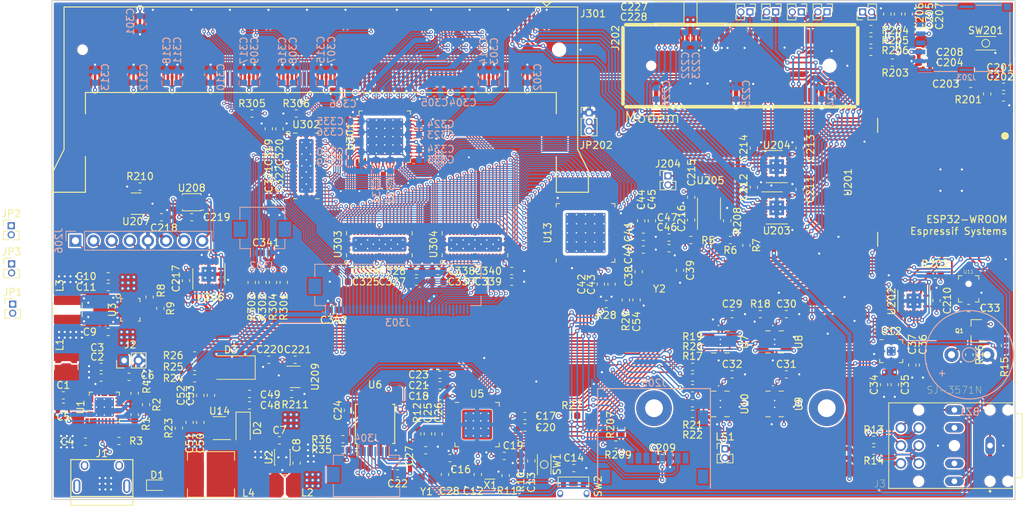
<source format=kicad_pcb>
(kicad_pcb (version 20171130) (host pcbnew "(5.1.0-0)")
  (layers (0 F.Cu signal) (1 GND power hide) (2 PWR power hide) (31 B.Cu signal) (34 B.Paste user) (35 F.Paste user) (36 B.SilkS user) (37 F.SilkS user) (38 B.Mask user) (39 F.Mask user) (44 Edge.Cuts user))
  (net 0 "")
  (net 1 GND)
  (net 2 +3V3)
  (net 3 +1V8)
  (net 4 GPIO_13)
  (net 5 GPIO_18)
  (net 6 GPIO_23)
  (net 7 JTAG_TCK)
  (net 8 JTAG_TDO)
  (net 9 JTAG_TMS)
  (net 10 JTAG_TDI)
  (net 11 "Net-(L2-Pad1)")
  (net 12 "Net-(Q1-Pad1)")
  (net 13 "Net-(BZ1-Pad1)")
  (net 14 WAKE)
  (net 15 RESET)
  (net 16 "Net-(R2-Pad2)")
  (net 17 "Net-(C1-Pad1)")
  (net 18 "Net-(C1-Pad2)")
  (net 19 VBUS)
  (net 20 "Net-(C5-Pad1)")
  (net 21 "Net-(C6-Pad1)")
  (net 22 "Net-(D1-Pad1)")
  (net 23 "Net-(J1-Pad2)")
  (net 24 "Net-(J1-Pad3)")
  (net 25 "Net-(J1-Pad6)")
  (net 26 PWM2.1)
  (net 27 PWM0.1)
  (net 28 UART0.TX)
  (net 29 UART0.RX)
  (net 30 "Net-(L3-Pad1)")
  (net 31 "Net-(L3-Pad2)")
  (net 32 "Net-(R1-Pad1)")
  (net 33 "Net-(R3-Pad1)")
  (net 34 "Net-(R8-Pad2)")
  (net 35 PWM1.1)
  (net 36 SPI1.SS0)
  (net 37 SPI1.MOSI)
  (net 38 SPI1.MISO)
  (net 39 SPI1.SCK)
  (net 40 SPI1.SS2)
  (net 41 SPI1.SS3)
  (net 42 "Net-(U7-Pad3)")
  (net 43 "Net-(U7-Pad12)")
  (net 44 "Net-(U8-Pad6)")
  (net 45 "Net-(U10-Pad11)")
  (net 46 /SPK_VO-)
  (net 47 /SPK_VO+)
  (net 48 "Net-(C38-Pad1)")
  (net 49 "Net-(C39-Pad1)")
  (net 50 "Net-(C46-Pad1)")
  (net 51 "Net-(D2-Pad2)")
  (net 52 /SPK_GAIN)
  (net 53 /EAR_VO+)
  (net 54 "Net-(R15-Pad2)")
  (net 55 PWM2.2)
  (net 56 GPIO_20)
  (net 57 GPIO_21)
  (net 58 GPIO_0)
  (net 59 GPIO_22)
  (net 60 /SPK_EN)
  (net 61 /SPK_CLK)
  (net 62 "Net-(U10-Pad14)")
  (net 63 "Net-(C203-Pad1)")
  (net 64 "Net-(C204-Pad1)")
  (net 65 "Net-(C205-Pad1)")
  (net 66 "Net-(C206-Pad1)")
  (net 67 "Net-(C207-Pad1)")
  (net 68 ESP32.I2C0.SCL)
  (net 69 ESP32.I2C0.SDA)
  (net 70 +VSYS)
  (net 71 "Net-(J202-Pad10)")
  (net 72 "Net-(J202-Pad12)")
  (net 73 "Net-(J202-Pad14)")
  (net 74 "Net-(JP201-Pad1)")
  (net 75 FT813.GPIO0)
  (net 76 FT813.GPIO1)
  (net 77 FT813.GPIO3)
  (net 78 /periph/Quectel.UART.RXD)
  (net 79 /periph/Quectel.UART.TXD)
  (net 80 /periph/Quectel.UART.RI)
  (net 81 /periph/SIMCom.UART.TXD)
  (net 82 /periph/Quectel.UART.DTR)
  (net 83 /periph/SIMCom.UART.RI)
  (net 84 /periph/SIMCom.UART.DTR)
  (net 85 /periph/ESP32.U2.RXD)
  (net 86 /periph/ESP32.U2.TXD)
  (net 87 /periph/Modem.PCM.CLK)
  (net 88 /periph/Modem.PCM.DO)
  (net 89 /periph/Modem.PCM.DI)
  (net 90 /periph/Modem.PCM.SYNC)
  (net 91 "Net-(C54-Pad1)")
  (net 92 /periph/ESP32.U2.DTR)
  (net 93 /periph/ESP32.U2.RI)
  (net 94 ESP32.BQ_INT)
  (net 95 /periph/ESP32.PCM.SYNC)
  (net 96 /periph/ESP32.PCM.DO)
  (net 97 /periph/ESP32.PCM.CLK)
  (net 98 /periph/ESP32.PCM.DI)
  (net 99 "Net-(C216-Pad1)")
  (net 100 "Net-(J204-Pad1)")
  (net 101 "Net-(J204-Pad2)")
  (net 102 "Net-(J205-Pad9)")
  (net 103 /periph/ESP32.VSPI.SS0)
  (net 104 /periph/ESP32.VSPI.MOSI)
  (net 105 /periph/ESP32.VSPI.MISO)
  (net 106 /periph/CAM.MOSI)
  (net 107 /periph/CAM.MISO)
  (net 108 /periph/CAM.SCK)
  (net 109 /periph/CAM.PWR)
  (net 110 /periph/CAM.SDA)
  (net 111 /periph/CAM.SCL)
  (net 112 "Net-(C301-Pad1)")
  (net 113 ESP32.HSPI.MOSI)
  (net 114 ESP32.HSPI.SCK)
  (net 115 ESP32.HSPI.MISO)
  (net 116 ESP32.HSPI.SS0)
  (net 117 "Net-(C221-Pad2)")
  (net 118 ESP32.IO36)
  (net 119 ESP32.IO27)
  (net 120 DISP_LED_A)
  (net 121 DISP_LED_K)
  (net 122 FT813_PCLK)
  (net 123 FT813_R0)
  (net 124 FT813_R2)
  (net 125 FT813_R1)
  (net 126 FT813_R3)
  (net 127 FT813_R4)
  (net 128 FT813_R6)
  (net 129 FT813_R5)
  (net 130 FT813_R7)
  (net 131 FT813_G0)
  (net 132 FT813_G2)
  (net 133 FT813_G1)
  (net 134 FT813_G3)
  (net 135 FT813_G4)
  (net 136 FT813_G6)
  (net 137 FT813_G5)
  (net 138 FT813_G7)
  (net 139 FT813_B0)
  (net 140 FT813_B2)
  (net 141 FT813_B1)
  (net 142 FT813_B3)
  (net 143 FT813_B4)
  (net 144 FT813_B6)
  (net 145 FT813_B5)
  (net 146 FT813_B7)
  (net 147 FT813_DISP)
  (net 148 FT813_VSYNC)
  (net 149 FT813_HSYNC)
  (net 150 FT813_DE)
  (net 151 FT813_CTP_INT)
  (net 152 FT813_CTP_RST)
  (net 153 FT813_CTP_SCL)
  (net 154 FT813_CTP_SDA)
  (net 155 iMX8_I2C1_SCL)
  (net 156 iMX8_I2C1_SDA)
  (net 157 iMX8_GPIO3_IO13)
  (net 158 iMX8_GPIO3_IO12)
  (net 159 iMX8_GPIO3_IO11)
  (net 160 iMX8_PWM1)
  (net 161 /exp/CTP_INT)
  (net 162 /exp/CTP_RST)
  (net 163 /exp/CTP_SDA)
  (net 164 /exp/CTP_SCL)
  (net 165 /exp/DISP_DE)
  (net 166 /exp/DISP_VSYNC)
  (net 167 /exp/DISP_HSYNC)
  (net 168 /exp/DISP_EN)
  (net 169 /exp/DISP_PCLK)
  (net 170 /exp/DISP_B7)
  (net 171 /exp/DISP_B6)
  (net 172 /exp/DISP_B5)
  (net 173 /exp/DISP_B4)
  (net 174 /exp/DISP_B3)
  (net 175 /exp/DISP_B2)
  (net 176 /exp/DISP_B1)
  (net 177 /exp/DISP_B0)
  (net 178 /exp/DISP_G7)
  (net 179 /exp/DISP_G6)
  (net 180 /exp/DISP_G5)
  (net 181 /exp/DISP_G4)
  (net 182 /exp/DISP_G3)
  (net 183 /exp/DISP_G2)
  (net 184 /exp/DISP_G1)
  (net 185 /exp/DISP_G0)
  (net 186 /exp/DISP_R7)
  (net 187 /exp/DISP_R6)
  (net 188 /exp/DISP_R5)
  (net 189 /exp/DISP_R4)
  (net 190 /exp/DISP_R3)
  (net 191 /exp/DISP_R2)
  (net 192 /exp/DISP_R1)
  (net 193 /exp/DISP_R0)
  (net 194 BL_PWM)
  (net 195 FT813_BL_PWM)
  (net 196 /exp/LVDS_R7)
  (net 197 /exp/LVDS_G0)
  (net 198 /exp/LVDS_G1)
  (net 199 /exp/LVDS_G2)
  (net 200 /exp/LVDS_G3)
  (net 201 /exp/LVDS_G4)
  (net 202 /exp/LVDS_G5)
  (net 203 /exp/LVDS_G6)
  (net 204 /exp/LVDS_G7)
  (net 205 /exp/LVDS_B0)
  (net 206 /exp/LVDS_B1)
  (net 207 /exp/LVDS_B2)
  (net 208 /exp/LVDS_B3)
  (net 209 /exp/LVDS_B4)
  (net 210 /exp/LVDS_B5)
  (net 211 /exp/LVDS_B6)
  (net 212 /exp/LVDS_B7)
  (net 213 /exp/LVDS_HSYNC)
  (net 214 /exp/LVDS_VSYNC)
  (net 215 /exp/LVDS_DE)
  (net 216 /exp/LVDS_R0)
  (net 217 /exp/LVDS_R1)
  (net 218 /exp/LVDS_R2)
  (net 219 /exp/LVDS_CLKOUT)
  (net 220 /exp/LVDS_R3)
  (net 221 /exp/LVDS_R4)
  (net 222 /exp/LVDS_R5)
  (net 223 /exp/LVDS_R6)
  (net 224 /PLL_AVSS)
  (net 225 /PLL_AVDD)
  (net 226 /XTAL_XI)
  (net 227 /XTAL_XO)
  (net 228 /QSPI_CS)
  (net 229 /QSPI_DQ_3)
  (net 230 /QSPI_DQ_2)
  (net 231 /QSPI_DQ_1)
  (net 232 /QSPI_DQ_0)
  (net 233 /PSD_LFALTCLK)
  (net 234 /QSPI_CLK)
  (net 235 "Net-(J1-Pad4)")
  (net 236 "Net-(J202-Pad1)")
  (net 237 "Net-(J202-Pad3)")
  (net 238 "Net-(J202-Pad5)")
  (net 239 "Net-(J202-Pad6)")
  (net 240 "Net-(J202-Pad7)")
  (net 241 "Net-(J202-Pad16)")
  (net 242 "Net-(J202-Pad20)")
  (net 243 "Net-(J202-Pad22)")
  (net 244 "Net-(J202-Pad23)")
  (net 245 "Net-(J202-Pad25)")
  (net 246 "Net-(J202-Pad28)")
  (net 247 "Net-(J202-Pad30)")
  (net 248 "Net-(J202-Pad32)")
  (net 249 "Net-(J202-Pad33)")
  (net 250 "Net-(J202-Pad42)")
  (net 251 "Net-(J202-Pad48)")
  (net 252 "Net-(J203-Pad6)")
  (net 253 "Net-(J205-Pad8)")
  (net 254 "Net-(J301-Pad3)")
  (net 255 "Net-(J301-Pad21)")
  (net 256 "Net-(J301-Pad23)")
  (net 257 "Net-(J301-Pad25)")
  (net 258 "Net-(J301-Pad27)")
  (net 259 "Net-(J301-Pad29)")
  (net 260 "Net-(J301-Pad31)")
  (net 261 "Net-(J301-Pad43)")
  (net 262 "Net-(J301-Pad49)")
  (net 263 "Net-(J301-Pad61)")
  (net 264 "Net-(J301-Pad63)")
  (net 265 "Net-(J301-Pad65)")
  (net 266 "Net-(J301-Pad67)")
  (net 267 "Net-(J301-Pad69)")
  (net 268 "Net-(J301-Pad73)")
  (net 269 "Net-(J301-Pad77)")
  (net 270 "Net-(J301-Pad79)")
  (net 271 "Net-(J301-Pad81)")
  (net 272 "Net-(J301-Pad83)")
  (net 273 "Net-(J301-Pad85)")
  (net 274 "Net-(J301-Pad89)")
  (net 275 "Net-(J301-Pad91)")
  (net 276 "Net-(J301-Pad93)")
  (net 277 "Net-(J301-Pad95)")
  (net 278 "Net-(J301-Pad97)")
  (net 279 "Net-(J301-Pad99)")
  (net 280 "Net-(J301-Pad101)")
  (net 281 "Net-(J301-Pad103)")
  (net 282 "Net-(J301-Pad107)")
  (net 283 "Net-(J301-Pad109)")
  (net 284 "Net-(J301-Pad111)")
  (net 285 "Net-(J301-Pad113)")
  (net 286 "Net-(J301-Pad115)")
  (net 287 "Net-(J301-Pad117)")
  (net 288 "Net-(J301-Pad119)")
  (net 289 "Net-(J301-Pad121)")
  (net 290 "Net-(J301-Pad125)")
  (net 291 "Net-(J301-Pad127)")
  (net 292 "Net-(J301-Pad131)")
  (net 293 "Net-(J301-Pad133)")
  (net 294 "Net-(J301-Pad137)")
  (net 295 "Net-(J301-Pad139)")
  (net 296 "Net-(J301-Pad143)")
  (net 297 "Net-(J301-Pad145)")
  (net 298 "Net-(J301-Pad147)")
  (net 299 "Net-(J301-Pad157)")
  (net 300 "Net-(J301-Pad161)")
  (net 301 "Net-(J301-Pad163)")
  (net 302 "Net-(J301-Pad165)")
  (net 303 "Net-(J301-Pad167)")
  (net 304 "Net-(J301-Pad169)")
  (net 305 "Net-(J301-Pad171)")
  (net 306 "Net-(J301-Pad173)")
  (net 307 "Net-(J301-Pad175)")
  (net 308 "Net-(J301-Pad179)")
  (net 309 "Net-(J301-Pad181)")
  (net 310 "Net-(J301-Pad185)")
  (net 311 "Net-(J301-Pad187)")
  (net 312 "Net-(J301-Pad189)")
  (net 313 "Net-(J301-Pad191)")
  (net 314 "Net-(J301-Pad193)")
  (net 315 "Net-(J301-Pad195)")
  (net 316 "Net-(J301-Pad197)")
  (net 317 "Net-(J301-Pad199)")
  (net 318 "Net-(J301-Pad201)")
  (net 319 "Net-(J301-Pad203)")
  (net 320 "Net-(J301-Pad2)")
  (net 321 "Net-(J301-Pad4)")
  (net 322 "Net-(J301-Pad6)")
  (net 323 "Net-(J301-Pad8)")
  (net 324 "Net-(J301-Pad12)")
  (net 325 "Net-(J301-Pad14)")
  (net 326 "Net-(J301-Pad16)")
  (net 327 "Net-(J301-Pad18)")
  (net 328 "Net-(J301-Pad20)")
  (net 329 "Net-(J301-Pad22)")
  (net 330 "Net-(J301-Pad24)")
  (net 331 "Net-(J301-Pad26)")
  (net 332 "Net-(J301-Pad30)")
  (net 333 "Net-(J301-Pad32)")
  (net 334 "Net-(J301-Pad34)")
  (net 335 "Net-(J301-Pad36)")
  (net 336 "Net-(J301-Pad38)")
  (net 337 "Net-(J301-Pad40)")
  (net 338 "Net-(J301-Pad42)")
  (net 339 "Net-(J301-Pad44)")
  (net 340 "Net-(J301-Pad48)")
  (net 341 "Net-(J301-Pad50)")
  (net 342 "Net-(J301-Pad52)")
  (net 343 "Net-(J301-Pad54)")
  (net 344 "Net-(J301-Pad56)")
  (net 345 "Net-(J301-Pad62)")
  (net 346 "Net-(J301-Pad66)")
  (net 347 "Net-(J301-Pad68)")
  (net 348 "Net-(J301-Pad70)")
  (net 349 "Net-(J301-Pad72)")
  (net 350 "Net-(J301-Pad74)")
  (net 351 "Net-(J301-Pad76)")
  (net 352 "Net-(J301-Pad80)")
  (net 353 "Net-(J301-Pad82)")
  (net 354 "Net-(J301-Pad84)")
  (net 355 "Net-(J301-Pad86)")
  (net 356 "Net-(J301-Pad92)")
  (net 357 "Net-(J301-Pad94)")
  (net 358 "Net-(J301-Pad98)")
  (net 359 "Net-(J301-Pad100)")
  (net 360 "Net-(J301-Pad102)")
  (net 361 "Net-(J301-Pad104)")
  (net 362 "Net-(J301-Pad106)")
  (net 363 "Net-(J301-Pad108)")
  (net 364 "Net-(J301-Pad110)")
  (net 365 "Net-(J301-Pad112)")
  (net 366 "Net-(J301-Pad116)")
  (net 367 "Net-(J301-Pad118)")
  (net 368 "Net-(J301-Pad120)")
  (net 369 "Net-(J301-Pad122)")
  (net 370 "Net-(J301-Pad124)")
  (net 371 "Net-(J301-Pad126)")
  (net 372 "Net-(J301-Pad128)")
  (net 373 "Net-(J301-Pad130)")
  (net 374 "Net-(J301-Pad134)")
  (net 375 "Net-(J301-Pad136)")
  (net 376 "Net-(J301-Pad138)")
  (net 377 "Net-(J301-Pad140)")
  (net 378 "Net-(J301-Pad142)")
  (net 379 "Net-(J301-Pad144)")
  (net 380 "Net-(J301-Pad146)")
  (net 381 "Net-(J301-Pad148)")
  (net 382 "Net-(J301-Pad152)")
  (net 383 "Net-(J301-Pad156)")
  (net 384 "Net-(J301-Pad158)")
  (net 385 "Net-(J301-Pad160)")
  (net 386 "Net-(J301-Pad162)")
  (net 387 "Net-(J301-Pad164)")
  (net 388 "Net-(J301-Pad166)")
  (net 389 "Net-(J301-Pad170)")
  (net 390 "Net-(J301-Pad172)")
  (net 391 "Net-(J301-Pad174)")
  (net 392 "Net-(J301-Pad180)")
  (net 393 "Net-(J301-Pad182)")
  (net 394 "Net-(J301-Pad184)")
  (net 395 "Net-(J301-Pad188)")
  (net 396 "Net-(J301-Pad190)")
  (net 397 "Net-(J301-Pad192)")
  (net 398 "Net-(J301-Pad194)")
  (net 399 "Net-(J301-Pad196)")
  (net 400 "Net-(J301-Pad198)")
  (net 401 "Net-(J301-Pad202)")
  (net 402 "Net-(J303-Pad35)")
  (net 403 "Net-(J303-Pad37)")
  (net 404 "Net-(J303-Pad38)")
  (net 405 "Net-(J303-Pad39)")
  (net 406 "Net-(J303-Pad40)")
  (net 407 "Net-(U1-Pad12)")
  (net 408 "Net-(U1-Pad23)")
  (net 409 "Net-(U1-Pad24)")
  (net 410 "Net-(U5-Pad17)")
  (net 411 "Net-(U5-Pad22)")
  (net 412 "Net-(U8-Pad11)")
  (net 413 "Net-(U9-Pad1)")
  (net 414 "Net-(U9-Pad2)")
  (net 415 "Net-(U9-Pad3)")
  (net 416 "Net-(U9-Pad4)")
  (net 417 "Net-(U9-Pad5)")
  (net 418 "Net-(U9-Pad6)")
  (net 419 "Net-(U9-Pad7)")
  (net 420 "Net-(U9-Pad15)")
  (net 421 "Net-(U10-Pad15)")
  (net 422 "Net-(U10-Pad7)")
  (net 423 "Net-(U10-Pad6)")
  (net 424 "Net-(U10-Pad5)")
  (net 425 "Net-(U10-Pad4)")
  (net 426 "Net-(U10-Pad3)")
  (net 427 "Net-(U10-Pad2)")
  (net 428 "Net-(U10-Pad1)")
  (net 429 "Net-(U13-Pad3)")
  (net 430 "Net-(U13-Pad12)")
  (net 431 "Net-(U201-Pad32)")
  (net 432 "Net-(U201-Pad22)")
  (net 433 "Net-(U201-Pad21)")
  (net 434 "Net-(U201-Pad20)")
  (net 435 "Net-(U201-Pad19)")
  (net 436 "Net-(U201-Pad18)")
  (net 437 "Net-(U201-Pad17)")
  (net 438 "Net-(U203-Pad6)")
  (net 439 "Net-(U203-Pad9)")
  (net 440 "Net-(U204-Pad9)")
  (net 441 "Net-(U204-Pad6)")
  (net 442 "Net-(U207-Pad5)")
  (net 443 "Net-(U207-Pad4)")
  (net 444 "Net-(U209-Pad5)")
  (net 445 "Net-(U302-Pad2)")
  (net 446 "Net-(U302-Pad3)")
  (net 447 "Net-(U302-Pad39)")
  (net 448 "Net-(U302-Pad40)")
  (net 449 "Net-(U302-Pad41)")
  (net 450 "Net-(U302-Pad42)")
  (net 451 "Net-(X1-Pad1)")
  (net 452 ESP32.TXD0)
  (net 453 ESP32.RXD0)
  (net 454 TPS.VOUT)
  (net 455 "Net-(JP202-Pad2)")
  (net 456 "Net-(J3-Pad2)")
  (net 457 "Net-(J3-Pad4)")
  (net 458 "Net-(J3-Pad6)")
  (net 459 "Net-(J3-Pad10)")
  (net 460 "Net-(J3-Pad11)")
  (net 461 iMX8_LVDS0_CLK_P)
  (net 462 iMX8_LVDS0_CLK_N)
  (net 463 iMX8_LVDS0_A0_P)
  (net 464 iMX8_LVDS0_A0_N)
  (net 465 iMX8_LVDS0_A1_P)
  (net 466 iMX8_LVDS0_A1_N)
  (net 467 iMX8_LVDS0_A2_P)
  (net 468 iMX8_LVDS0_A2_N)
  (net 469 iMX8_LVDS0_A3_P)
  (net 470 iMX8_LVDS0_A3_N)
  (net 471 /periph/ESP32.VSPI.SCK)
  (net 472 "Net-(J301-Pad155)")
  (net 473 iMX8_GPIO5_IO25)
  (net 474 iMX8_GPIO2_IO17)
  (net 475 iMX8_GPIO2_IO18)
  (net 476 "Net-(J301-Pad154)")
  (net 477 "Net-(J301-Pad200)")
  (net 478 iMX8_USB1_D_P)
  (net 479 iMX8_USB1_D_N)
  (net 480 iMX8_GPIO5_IO28)
  (net 481 "Net-(J301-Pad60)")
  (net 482 "Net-(J205-Pad1)")
  (module footprints:74HC00BQ115 (layer F.Cu) (at 190.9 119.7 270)
    (fp_text reference U7 (at 0 -3.4 270) (layer F.SilkS))
    (fp_text value 74HC00 hide)
    (pad 7 smd rect (at -0.35 0) (size 0.9 0.7) (layers F.Cu F.Paste F.Mask) (net 1 GND))
    (pad 1 smd rect (at -1.55 0.25) (size 0.24 0.9) (layers F.Cu F.Paste F.Mask) (net 27 PWM0.1))
    (pad 2 smd rect (at -1 1.3 270) (size 0.24 0.9) (layers F.Cu F.Paste F.Mask) (net 55 PWM2.2))
    (pad 3 smd rect (at -0.5 1.3 270) (size 0.24 0.9) (layers F.Cu F.Paste F.Mask) (net 42 "Net-(U7-Pad3)"))
    (pad 4 smd rect (at 0 1.3 270) (size 0.24 0.9) (layers F.Cu F.Paste F.Mask) (net 42 "Net-(U7-Pad3)"))
    (pad 5 smd rect (at 0.5 1.3 270) (size 0.24 0.9) (layers F.Cu F.Paste F.Mask) (net 5 GPIO_18))
    (pad 6 smd rect (at 1 1.3 270) (size 0.24 0.9) (layers F.Cu F.Paste F.Mask) (net 45 "Net-(U10-Pad11)"))
    (pad 7 smd rect (at 1.55 0.25) (size 0.24 0.9) (layers F.Cu F.Paste F.Mask) (net 1 GND))
    (pad 8 smd rect (at 1.55 -0.25) (size 0.24 0.9) (layers F.Cu F.Paste F.Mask) (net 43 "Net-(U7-Pad12)"))
    (pad 9 smd rect (at 1 -1.3 270) (size 0.24 0.9) (layers F.Cu F.Paste F.Mask) (net 5 GPIO_18))
    (pad 10 smd rect (at 0.5 -1.3 270) (size 0.24 0.9) (layers F.Cu F.Paste F.Mask) (net 5 GPIO_18))
    (pad 11 smd rect (at 0 -1.3 270) (size 0.24 0.9) (layers F.Cu F.Paste F.Mask) (net 60 /SPK_EN))
    (pad 12 smd rect (at -0.5 -1.3 270) (size 0.24 0.9) (layers F.Cu F.Paste F.Mask) (net 43 "Net-(U7-Pad12)"))
    (pad 13 smd rect (at -1 -1.3 270) (size 0.24 0.9) (layers F.Cu F.Paste F.Mask) (net 55 PWM2.2))
    (pad 14 smd rect (at -1.55 -0.25) (size 0.24 0.9) (layers F.Cu F.Paste F.Mask) (net 2 +3V3))
    (pad 7 smd rect (at 0.35 0) (size 0.9 0.7) (layers F.Cu F.Paste F.Mask) (net 1 GND))
  )
  (module footprints:74HC00BQ115 (layer F.Cu) (at 198.5 119.7 270)
    (fp_text reference U8 (at 0 -3.4 270) (layer F.SilkS))
    (fp_text value 74HC00 hide)
    (pad 7 smd rect (at -0.35 0) (size 0.9 0.7) (layers F.Cu F.Paste F.Mask) (net 1 GND))
    (pad 1 smd rect (at -1.55 0.25) (size 0.24 0.9) (layers F.Cu F.Paste F.Mask) (net 27 PWM0.1))
    (pad 2 smd rect (at -1 1.3 270) (size 0.24 0.9) (layers F.Cu F.Paste F.Mask) (net 27 PWM0.1))
    (pad 3 smd rect (at -0.5 1.3 270) (size 0.24 0.9) (layers F.Cu F.Paste F.Mask) (net 61 /SPK_CLK))
    (pad 4 smd rect (at 0 1.3 270) (size 0.24 0.9) (layers F.Cu F.Paste F.Mask) (net 60 /SPK_EN))
    (pad 5 smd rect (at 0.5 1.3 270) (size 0.24 0.9) (layers F.Cu F.Paste F.Mask) (net 60 /SPK_EN))
    (pad 6 smd rect (at 1 1.3 270) (size 0.24 0.9) (layers F.Cu F.Paste F.Mask) (net 44 "Net-(U8-Pad6)"))
    (pad 7 smd rect (at 1.55 0.25) (size 0.24 0.9) (layers F.Cu F.Paste F.Mask) (net 1 GND))
    (pad 8 smd rect (at 1.55 -0.25) (size 0.24 0.9) (layers F.Cu F.Paste F.Mask) (net 54 "Net-(R15-Pad2)"))
    (pad 9 smd rect (at 1 -1.3 270) (size 0.24 0.9) (layers F.Cu F.Paste F.Mask) (net 44 "Net-(U8-Pad6)"))
    (pad 10 smd rect (at 0.5 -1.3 270) (size 0.24 0.9) (layers F.Cu F.Paste F.Mask) (net 35 PWM1.1))
    (pad 11 smd rect (at 0 -1.3 270) (size 0.24 0.9) (layers F.Cu F.Paste F.Mask) (net 412 "Net-(U8-Pad11)"))
    (pad 12 smd rect (at -0.5 -1.3 270) (size 0.24 0.9) (layers F.Cu F.Paste F.Mask) (net 1 GND))
    (pad 13 smd rect (at -1 -1.3 270) (size 0.24 0.9) (layers F.Cu F.Paste F.Mask) (net 1 GND))
    (pad 14 smd rect (at -1.55 -0.25) (size 0.24 0.9) (layers F.Cu F.Paste F.Mask) (net 2 +3V3))
    (pad 7 smd rect (at 0.35 0) (size 0.9 0.7) (layers F.Cu F.Paste F.Mask) (net 1 GND))
  )
  (module footprints:74HC595BQ115 (layer F.Cu) (at 198.5 128.4 270)
    (fp_text reference U9 (at 0 -3.4 270) (layer F.SilkS))
    (fp_text value 74HC595 hide)
    (pad 8 smd rect (at -0.475 0) (size 0.9 0.95) (layers F.Cu F.Paste F.Mask) (net 1 GND))
    (pad 1 smd rect (at -1.8 0.25) (size 0.24 0.9) (layers F.Cu F.Paste F.Mask) (net 413 "Net-(U9-Pad1)"))
    (pad 2 smd rect (at -1.25 1.3 270) (size 0.24 0.9) (layers F.Cu F.Paste F.Mask) (net 414 "Net-(U9-Pad2)"))
    (pad 3 smd rect (at -0.75 1.3 270) (size 0.24 0.9) (layers F.Cu F.Paste F.Mask) (net 415 "Net-(U9-Pad3)"))
    (pad 4 smd rect (at -0.25 1.3 270) (size 0.24 0.9) (layers F.Cu F.Paste F.Mask) (net 416 "Net-(U9-Pad4)"))
    (pad 5 smd rect (at 0.25 1.3 270) (size 0.24 0.9) (layers F.Cu F.Paste F.Mask) (net 417 "Net-(U9-Pad5)"))
    (pad 6 smd rect (at 0.75 1.3 270) (size 0.24 0.9) (layers F.Cu F.Paste F.Mask) (net 418 "Net-(U9-Pad6)"))
    (pad 7 smd rect (at 1.25 1.3 270) (size 0.24 0.9) (layers F.Cu F.Paste F.Mask) (net 419 "Net-(U9-Pad7)"))
    (pad 8 smd rect (at 1.8 0.25) (size 0.24 0.9) (layers F.Cu F.Paste F.Mask) (net 1 GND))
    (pad 9 smd rect (at 1.8 -0.25) (size 0.24 0.9) (layers F.Cu F.Paste F.Mask) (net 62 "Net-(U10-Pad14)"))
    (pad 10 smd rect (at 1.25 -1.3 270) (size 0.24 0.9) (layers F.Cu F.Paste F.Mask) (net 2 +3V3))
    (pad 11 smd rect (at 0.75 -1.3 270) (size 0.24 0.9) (layers F.Cu F.Paste F.Mask) (net 45 "Net-(U10-Pad11)"))
    (pad 12 smd rect (at 0.25 -1.3 270) (size 0.24 0.9) (layers F.Cu F.Paste F.Mask) (net 1 GND))
    (pad 13 smd rect (at -0.25 -1.3 270) (size 0.24 0.9) (layers F.Cu F.Paste F.Mask) (net 2 +3V3))
    (pad 14 smd rect (at -0.75 -1.3 270) (size 0.24 0.9) (layers F.Cu F.Paste F.Mask) (net 56 GPIO_20))
    (pad 15 smd rect (at -1.25 -1.3 270) (size 0.24 0.9) (layers F.Cu F.Paste F.Mask) (net 420 "Net-(U9-Pad15)"))
    (pad 16 smd rect (at -1.8 -0.25) (size 0.24 0.9) (layers F.Cu F.Paste F.Mask) (net 2 +3V3))
    (pad 8 smd rect (at 0.475 0) (size 0.9 0.95) (layers F.Cu F.Paste F.Mask) (net 1 GND))
  )
  (module footprints:74HC595BQ115 (layer F.Cu) (at 190.9 128.4 270)
    (fp_text reference U10 (at 0 -3.4 270) (layer F.SilkS))
    (fp_text value 74HC595 hide)
    (pad 8 smd rect (at -0.475 0) (size 0.9 0.95) (layers F.Cu F.Paste F.Mask) (net 1 GND))
    (pad 1 smd rect (at -1.8 0.25) (size 0.24 0.9) (layers F.Cu F.Paste F.Mask) (net 428 "Net-(U10-Pad1)"))
    (pad 2 smd rect (at -1.25 1.3 270) (size 0.24 0.9) (layers F.Cu F.Paste F.Mask) (net 427 "Net-(U10-Pad2)"))
    (pad 3 smd rect (at -0.75 1.3 270) (size 0.24 0.9) (layers F.Cu F.Paste F.Mask) (net 426 "Net-(U10-Pad3)"))
    (pad 4 smd rect (at -0.25 1.3 270) (size 0.24 0.9) (layers F.Cu F.Paste F.Mask) (net 425 "Net-(U10-Pad4)"))
    (pad 5 smd rect (at 0.25 1.3 270) (size 0.24 0.9) (layers F.Cu F.Paste F.Mask) (net 424 "Net-(U10-Pad5)"))
    (pad 6 smd rect (at 0.75 1.3 270) (size 0.24 0.9) (layers F.Cu F.Paste F.Mask) (net 423 "Net-(U10-Pad6)"))
    (pad 7 smd rect (at 1.25 1.3 270) (size 0.24 0.9) (layers F.Cu F.Paste F.Mask) (net 422 "Net-(U10-Pad7)"))
    (pad 8 smd rect (at 1.8 0.25) (size 0.24 0.9) (layers F.Cu F.Paste F.Mask) (net 1 GND))
    (pad 9 smd rect (at 1.8 -0.25) (size 0.24 0.9) (layers F.Cu F.Paste F.Mask) (net 4 GPIO_13))
    (pad 10 smd rect (at 1.25 -1.3 270) (size 0.24 0.9) (layers F.Cu F.Paste F.Mask) (net 2 +3V3))
    (pad 11 smd rect (at 0.75 -1.3 270) (size 0.24 0.9) (layers F.Cu F.Paste F.Mask) (net 45 "Net-(U10-Pad11)"))
    (pad 12 smd rect (at 0.25 -1.3 270) (size 0.24 0.9) (layers F.Cu F.Paste F.Mask) (net 1 GND))
    (pad 13 smd rect (at -0.25 -1.3 270) (size 0.24 0.9) (layers F.Cu F.Paste F.Mask) (net 2 +3V3))
    (pad 14 smd rect (at -0.75 -1.3 270) (size 0.24 0.9) (layers F.Cu F.Paste F.Mask) (net 62 "Net-(U10-Pad14)"))
    (pad 15 smd rect (at -1.25 -1.3 270) (size 0.24 0.9) (layers F.Cu F.Paste F.Mask) (net 421 "Net-(U10-Pad15)"))
    (pad 16 smd rect (at -1.8 -0.25) (size 0.24 0.9) (layers F.Cu F.Paste F.Mask) (net 2 +3V3))
    (pad 8 smd rect (at 0.475 0) (size 0.9 0.95) (layers F.Cu F.Paste F.Mask) (net 1 GND))
  )
  (module Resistor_SMD:R_0603_1608Metric (layer F.Cu) (at 215 80.5)
    (fp_text reference R203 (at 0.4 1.45) (layer F.SilkS))
    (fp_text value 15K)
    (pad 2 smd roundrect (at 0.7875 0) (size 0.875 0.95) (layers F.Cu F.Paste F.Mask) (net 64 "Net-(C204-Pad1)"))
    (pad 1 smd roundrect (at -0.7875 0) (size 0.875 0.95) (layers F.Cu F.Paste F.Mask) (net 74 "Net-(JP201-Pad1)"))
  )
  (module footprints:ESP32-WROOM (layer F.Cu) (at 225.7 97.3 90)
    (fp_text reference U201 (at 0 -16.9 90) (layer F.SilkS))
    (fp_text value ESP32-WROOM)
    (fp_text user ESP32-WROOM (at -5.207 -0.246 180) (layer F.SilkS))
    (fp_text user "Espressif Systems" (at -6.858 -1.389 180) (layer F.SilkS))
    (pad 39 smd rect (at -1.2 -0.95 90) (size 3 3) (layers F.Cu F.Paste F.Mask) (net 1 GND))
    (pad 39 smd rect (at 1.8 -0.95 90) (size 3 3) (layers F.Cu F.Paste F.Mask) (net 1 GND))
    (pad 39 smd rect (at 1.8 -3.95 90) (size 3 3) (layers F.Cu F.Paste F.Mask) (net 1 GND))
    (pad 39 smd rect (at -1.2 -3.95 90) (size 3 3) (layers F.Cu F.Paste F.Mask) (net 1 GND))
    (pad 1 smd oval (at 9 5.25 90) (size 2.5 0.9) (layers F.Cu F.Paste F.Mask) (net 1 GND))
    (pad 2 smd oval (at 9 3.98 90) (size 2.5 0.9) (layers F.Cu F.Paste F.Mask) (net 2 +3V3))
    (pad 3 smd oval (at 9 2.71 90) (size 2.5 0.9) (layers F.Cu F.Paste F.Mask) (net 63 "Net-(C203-Pad1)"))
    (pad 4 smd oval (at 9 1.44 90) (size 2.5 0.9) (layers F.Cu F.Paste F.Mask) (net 118 ESP32.IO36))
    (pad 5 smd oval (at 9 0.17 90) (size 2.5 0.9) (layers F.Cu F.Paste F.Mask) (net 94 ESP32.BQ_INT))
    (pad 6 smd oval (at 9 -1.1 90) (size 2.5 0.9) (layers F.Cu F.Paste F.Mask) (net 98 /periph/ESP32.PCM.DI))
    (pad 7 smd oval (at 9 -2.37 90) (size 2.5 0.9) (layers F.Cu F.Paste F.Mask) (net 93 /periph/ESP32.U2.RI))
    (pad 8 smd oval (at 9 -3.64 90) (size 2.5 0.9) (layers F.Cu F.Paste F.Mask) (net 92 /periph/ESP32.U2.DTR))
    (pad 9 smd oval (at 9 -4.91 90) (size 2.5 0.9) (layers F.Cu F.Paste F.Mask) (net 97 /periph/ESP32.PCM.CLK))
    (pad 10 smd oval (at 9 -6.18 90) (size 2.5 0.9) (layers F.Cu F.Paste F.Mask) (net 68 ESP32.I2C0.SCL))
    (pad 11 smd oval (at 9 -7.45 90) (size 2.5 0.9) (layers F.Cu F.Paste F.Mask) (net 69 ESP32.I2C0.SDA))
    (pad 12 smd oval (at 9 -8.72 90) (size 2.5 0.9) (layers F.Cu F.Paste F.Mask) (net 119 ESP32.IO27))
    (pad 13 smd oval (at 9 -9.99 90) (size 2.5 0.9) (layers F.Cu F.Paste F.Mask) (net 114 ESP32.HSPI.SCK))
    (pad 14 smd oval (at 9 -11.26 90) (size 2.5 0.9) (layers F.Cu F.Paste F.Mask) (net 115 ESP32.HSPI.MISO))
    (pad 15 smd oval (at 5.715 -12.75 90) (size 0.9 2.5) (layers F.Cu F.Paste F.Mask) (net 1 GND))
    (pad 16 smd oval (at 4.445 -12.75 90) (size 0.9 2.5) (layers F.Cu F.Paste F.Mask) (net 113 ESP32.HSPI.MOSI))
    (pad 17 smd oval (at 3.175 -12.75 90) (size 0.9 2.5) (layers F.Cu F.Paste F.Mask) (net 437 "Net-(U201-Pad17)"))
    (pad 18 smd oval (at 1.905 -12.75 90) (size 0.9 2.5) (layers F.Cu F.Paste F.Mask) (net 436 "Net-(U201-Pad18)"))
    (pad 19 smd oval (at 0.635 -12.75 90) (size 0.9 2.5) (layers F.Cu F.Paste F.Mask) (net 435 "Net-(U201-Pad19)"))
    (pad 20 smd oval (at -0.635 -12.75 90) (size 0.9 2.5) (layers F.Cu F.Paste F.Mask) (net 434 "Net-(U201-Pad20)"))
    (pad 21 smd oval (at -1.905 -12.75 90) (size 0.9 2.5) (layers F.Cu F.Paste F.Mask) (net 433 "Net-(U201-Pad21)"))
    (pad 22 smd oval (at -3.175 -12.75 90) (size 0.9 2.5) (layers F.Cu F.Paste F.Mask) (net 432 "Net-(U201-Pad22)"))
    (pad 23 smd oval (at -4.445 -12.75 90) (size 0.9 2.5) (layers F.Cu F.Paste F.Mask) (net 116 ESP32.HSPI.SS0))
    (pad 24 smd oval (at -5.715 -12.75 90) (size 0.9 2.5) (layers F.Cu F.Paste F.Mask) (net 96 /periph/ESP32.PCM.DO))
    (pad 25 smd oval (at -9 -11.26 90) (size 2.5 0.9) (layers F.Cu F.Paste F.Mask) (net 14 WAKE))
    (pad 26 smd oval (at -9 -9.99 90) (size 2.5 0.9) (layers F.Cu F.Paste F.Mask) (net 95 /periph/ESP32.PCM.SYNC))
    (pad 27 smd oval (at -9 -8.72 90) (size 2.5 0.9) (layers F.Cu F.Paste F.Mask) (net 86 /periph/ESP32.U2.TXD))
    (pad 28 smd oval (at -9 -7.45 90) (size 2.5 0.9) (layers F.Cu F.Paste F.Mask) (net 85 /periph/ESP32.U2.RXD))
    (pad 29 smd oval (at -9 -6.18 90) (size 2.5 0.9) (layers F.Cu F.Paste F.Mask) (net 103 /periph/ESP32.VSPI.SS0))
    (pad 30 smd oval (at -9 -4.91 90) (size 2.5 0.9) (layers F.Cu F.Paste F.Mask) (net 471 /periph/ESP32.VSPI.SCK))
    (pad 31 smd oval (at -9 -3.64 90) (size 2.5 0.9) (layers F.Cu F.Paste F.Mask) (net 105 /periph/ESP32.VSPI.MISO))
    (pad 32 smd oval (at -9 -2.37 90) (size 2.5 0.9) (layers F.Cu F.Paste F.Mask) (net 431 "Net-(U201-Pad32)"))
    (pad 33 smd oval (at -9 -1.1 90) (size 2.5 0.9) (layers F.Cu F.Paste F.Mask) (net 59 GPIO_22))
    (pad 34 smd oval (at -9 0.17 90) (size 2.5 0.9) (layers F.Cu F.Paste F.Mask) (net 453 ESP32.RXD0))
    (pad 35 smd oval (at -9 1.44 90) (size 2.5 0.9) (layers F.Cu F.Paste F.Mask) (net 452 ESP32.TXD0))
    (pad 36 smd oval (at -9 2.71 90) (size 2.5 0.9) (layers F.Cu F.Paste F.Mask) (net 57 GPIO_21))
    (pad 37 smd oval (at -9 3.98 90) (size 2.5 0.9) (layers F.Cu F.Paste F.Mask) (net 104 /periph/ESP32.VSPI.MOSI))
    (pad 38 smd oval (at -9 5.25 90) (size 2.5 0.9) (layers F.Cu F.Paste F.Mask) (net 1 GND))
  )
  (module footprints:Texas_R-PWQFN-N42 (layer F.Cu) (at 132.85 95)
    (fp_text reference U302 (at 0 -5.8) (layer F.SilkS))
    (fp_text value TS3DDR3812)
    (pad 43 thru_hole circle (at 0 0.85) (size 0.5 0.5) (drill 0.2) (layers *.Cu) (net 1 GND))
    (pad 43 thru_hole circle (at 0 -0.85) (size 0.5 0.5) (drill 0.2) (layers *.Cu) (net 1 GND))
    (pad 43 thru_hole circle (at 0 -2.55) (size 0.5 0.5) (drill 0.2) (layers *.Cu) (net 1 GND))
    (pad 43 thru_hole circle (at 0 2.55) (size 0.5 0.5) (drill 0.2) (layers *.Cu) (net 1 GND))
    (pad 43 thru_hole circle (at 0.6 1.65) (size 0.5 0.5) (drill 0.2) (layers *.Cu) (net 1 GND))
    (pad 43 thru_hole circle (at -0.6 1.65) (size 0.5 0.5) (drill 0.2) (layers *.Cu) (net 1 GND))
    (pad 43 thru_hole circle (at -0.6 -1.65) (size 0.5 0.5) (drill 0.2) (layers *.Cu) (net 1 GND))
    (pad 43 thru_hole circle (at 0.6 -1.65) (size 0.5 0.5) (drill 0.2) (layers *.Cu) (net 1 GND))
    (pad 43 thru_hole circle (at 0.6 0) (size 0.5 0.5) (drill 0.2) (layers *.Cu) (net 1 GND))
    (pad 43 thru_hole circle (at -0.6 3.3) (size 0.5 0.5) (drill 0.2) (layers *.Cu) (net 1 GND))
    (pad 43 thru_hole circle (at 0.6 3.3) (size 0.5 0.5) (drill 0.2) (layers *.Cu) (net 1 GND))
    (pad 43 thru_hole circle (at 0.6 -3.3) (size 0.5 0.5) (drill 0.2) (layers *.Cu) (net 1 GND))
    (pad 43 thru_hole circle (at -0.6 -3.3) (size 0.5 0.5) (drill 0.2) (layers *.Cu) (net 1 GND))
    (pad 43 thru_hole circle (at -0.6 0) (size 0.5 0.5) (drill 0.2) (layers *.Cu) (net 1 GND))
    (pad 43 smd roundrect (at 0 0) (size 2.05 7.55) (layers B.Cu) (roundrect_rratio 0.122) (net 1 GND))
    (pad 43 smd roundrect (at 0 0) (size 2.05 7.55) (layers F.Cu F.Mask) (roundrect_rratio 0.122) (net 1 GND))
    (pad 42 smd roundrect (at -0.75 -4.475) (size 0.3 0.85) (layers F.Cu F.Paste F.Mask) (roundrect_rratio 0.208) (net 450 "Net-(U302-Pad42)"))
    (pad 41 smd roundrect (at -0.25 -4.475) (size 0.3 0.85) (layers F.Cu F.Paste F.Mask) (roundrect_rratio 0.208) (net 449 "Net-(U302-Pad41)"))
    (pad 40 smd roundrect (at 0.25 -4.475) (size 0.3 0.85) (layers F.Cu F.Paste F.Mask) (roundrect_rratio 0.208) (net 448 "Net-(U302-Pad40)"))
    (pad 39 smd roundrect (at 0.75 -4.475) (size 0.3 0.85) (layers F.Cu F.Paste F.Mask) (roundrect_rratio 0.208) (net 447 "Net-(U302-Pad39)"))
    (pad 38 smd roundrect (at 1.725 -4) (size 0.85 0.3) (layers F.Cu F.Paste F.Mask) (roundrect_rratio 0.208) (net 158 iMX8_GPIO3_IO12))
    (pad 37 smd roundrect (at 1.725 -3.5) (size 0.85 0.3) (layers F.Cu F.Paste F.Mask) (roundrect_rratio 0.208) (net 152 FT813_CTP_RST))
    (pad 36 smd roundrect (at 1.725 -3) (size 0.85 0.3) (layers F.Cu F.Paste F.Mask) (roundrect_rratio 0.208) (net 159 iMX8_GPIO3_IO11))
    (pad 35 smd roundrect (at 1.725 -2.5) (size 0.85 0.3) (layers F.Cu F.Paste F.Mask) (roundrect_rratio 0.208) (net 151 FT813_CTP_INT))
    (pad 34 smd roundrect (at 1.725 -2) (size 0.85 0.3) (layers F.Cu F.Paste F.Mask) (roundrect_rratio 0.208) (net 155 iMX8_I2C1_SCL))
    (pad 33 smd roundrect (at 1.725 -1.5) (size 0.85 0.3) (layers F.Cu F.Paste F.Mask) (roundrect_rratio 0.208) (net 153 FT813_CTP_SCL))
    (pad 32 smd roundrect (at 1.725 -1) (size 0.85 0.3) (layers F.Cu F.Paste F.Mask) (roundrect_rratio 0.208) (net 156 iMX8_I2C1_SDA))
    (pad 31 smd roundrect (at 1.725 -0.5) (size 0.85 0.3) (layers F.Cu F.Paste F.Mask) (roundrect_rratio 0.208) (net 154 FT813_CTP_SDA))
    (pad 30 smd roundrect (at 1.725 0) (size 0.85 0.3) (layers F.Cu F.Paste F.Mask) (roundrect_rratio 0.208) (net 2 +3V3))
    (pad 29 smd roundrect (at 1.725 0.5) (size 0.85 0.3) (layers F.Cu F.Paste F.Mask) (roundrect_rratio 0.208) (net 160 iMX8_PWM1))
    (pad 28 smd roundrect (at 1.725 1) (size 0.85 0.3) (layers F.Cu F.Paste F.Mask) (roundrect_rratio 0.208) (net 195 FT813_BL_PWM))
    (pad 27 smd roundrect (at 1.725 1.5) (size 0.85 0.3) (layers F.Cu F.Paste F.Mask) (roundrect_rratio 0.208) (net 216 /exp/LVDS_R0))
    (pad 26 smd roundrect (at 1.725 2) (size 0.85 0.3) (layers F.Cu F.Paste F.Mask) (roundrect_rratio 0.208) (net 123 FT813_R0))
    (pad 25 smd roundrect (at 1.725 2.5) (size 0.85 0.3) (layers F.Cu F.Paste F.Mask) (roundrect_rratio 0.208) (net 217 /exp/LVDS_R1))
    (pad 24 smd roundrect (at 1.725 3) (size 0.85 0.3) (layers F.Cu F.Paste F.Mask) (roundrect_rratio 0.208) (net 125 FT813_R1))
    (pad 23 smd roundrect (at 1.725 3.5) (size 0.85 0.3) (layers F.Cu F.Paste F.Mask) (roundrect_rratio 0.208) (net 218 /exp/LVDS_R2))
    (pad 22 smd roundrect (at 1.725 4) (size 0.85 0.3) (layers F.Cu F.Paste F.Mask) (roundrect_rratio 0.208) (net 124 FT813_R2))
    (pad 21 smd roundrect (at 0.75 4.475) (size 0.3 0.85) (layers F.Cu F.Paste F.Mask) (roundrect_rratio 0.208) (net 220 /exp/LVDS_R3))
    (pad 20 smd roundrect (at 0.25 4.475) (size 0.3 0.85) (layers F.Cu F.Paste F.Mask) (roundrect_rratio 0.208) (net 126 FT813_R3))
    (pad 19 smd roundrect (at -0.25 4.475) (size 0.3 0.85) (layers F.Cu F.Paste F.Mask) (roundrect_rratio 0.208) (net 221 /exp/LVDS_R4))
    (pad 18 smd roundrect (at -0.75 4.475) (size 0.3 0.85) (layers F.Cu F.Paste F.Mask) (roundrect_rratio 0.208) (net 127 FT813_R4))
    (pad 17 smd roundrect (at -1.725 4) (size 0.85 0.3) (layers F.Cu F.Paste F.Mask) (roundrect_rratio 0.208) (net 2 +3V3))
    (pad 16 smd roundrect (at -1.725 3.5) (size 0.85 0.3) (layers F.Cu F.Paste F.Mask) (roundrect_rratio 0.208) (net 189 /exp/DISP_R4))
    (pad 15 smd roundrect (at -1.725 3) (size 0.85 0.3) (layers F.Cu F.Paste F.Mask) (roundrect_rratio 0.208) (net 190 /exp/DISP_R3))
    (pad 14 smd roundrect (at -1.725 2.5) (size 0.85 0.3) (layers F.Cu F.Paste F.Mask) (roundrect_rratio 0.208) (net 191 /exp/DISP_R2))
    (pad 13 smd roundrect (at -1.725 2) (size 0.85 0.3) (layers F.Cu F.Paste F.Mask) (roundrect_rratio 0.208) (net 192 /exp/DISP_R1))
    (pad 12 smd roundrect (at -1.725 1.5) (size 0.85 0.3) (layers F.Cu F.Paste F.Mask) (roundrect_rratio 0.208) (net 193 /exp/DISP_R0))
    (pad 11 smd roundrect (at -1.725 1) (size 0.85 0.3) (layers F.Cu F.Paste F.Mask) (roundrect_rratio 0.208) (net 194 BL_PWM))
    (pad 10 smd roundrect (at -1.725 0.5) (size 0.85 0.3) (layers F.Cu F.Paste F.Mask) (roundrect_rratio 0.208) (net 157 iMX8_GPIO3_IO13))
    (pad 9 smd roundrect (at -1.725 0) (size 0.85 0.3) (layers F.Cu F.Paste F.Mask) (roundrect_rratio 0.208) (net 157 iMX8_GPIO3_IO13))
    (pad 8 smd roundrect (at -1.725 -0.5) (size 0.85 0.3) (layers F.Cu F.Paste F.Mask) (roundrect_rratio 0.208) (net 2 +3V3))
    (pad 7 smd roundrect (at -1.725 -1) (size 0.85 0.3) (layers F.Cu F.Paste F.Mask) (roundrect_rratio 0.208) (net 163 /exp/CTP_SDA))
    (pad 6 smd roundrect (at -1.725 -1.5) (size 0.85 0.3) (layers F.Cu F.Paste F.Mask) (roundrect_rratio 0.208) (net 164 /exp/CTP_SCL))
    (pad 5 smd roundrect (at -1.725 -2) (size 0.85 0.3) (layers F.Cu F.Paste F.Mask) (roundrect_rratio 0.208) (net 161 /exp/CTP_INT))
    (pad 4 smd roundrect (at -1.725 -2.5) (size 0.85 0.3) (layers F.Cu F.Paste F.Mask) (roundrect_rratio 0.208) (net 162 /exp/CTP_RST))
    (pad 3 smd roundrect (at -1.725 -3) (size 0.85 0.3) (layers F.Cu F.Paste F.Mask) (roundrect_rratio 0.208) (net 446 "Net-(U302-Pad3)"))
    (pad 2 smd roundrect (at -1.725 -3.5) (size 0.85 0.3) (layers F.Cu F.Paste F.Mask) (roundrect_rratio 0.208) (net 445 "Net-(U302-Pad2)"))
    (pad 1 smd roundrect (at -1.725 -4) (size 0.85 0.3) (layers F.Cu F.Paste F.Mask) (roundrect_rratio 0.208) (net 2 +3V3))
  )
  (module footprints:Texas_R-PWQFN-N42 (layer F.Cu) (at 143.1 106 90)
    (fp_text reference U303 (at 0 -5.8 90) (layer F.SilkS))
    (fp_text value TS3DDR3812)
    (pad 43 thru_hole circle (at 0 0.85 90) (size 0.5 0.5) (drill 0.2) (layers *.Cu) (net 1 GND))
    (pad 43 thru_hole circle (at 0 -0.85 90) (size 0.5 0.5) (drill 0.2) (layers *.Cu) (net 1 GND))
    (pad 43 thru_hole circle (at 0 -2.55 90) (size 0.5 0.5) (drill 0.2) (layers *.Cu) (net 1 GND))
    (pad 43 thru_hole circle (at 0 2.55 90) (size 0.5 0.5) (drill 0.2) (layers *.Cu) (net 1 GND))
    (pad 43 thru_hole circle (at 0.6 1.65 90) (size 0.5 0.5) (drill 0.2) (layers *.Cu) (net 1 GND))
    (pad 43 thru_hole circle (at -0.6 1.65 90) (size 0.5 0.5) (drill 0.2) (layers *.Cu) (net 1 GND))
    (pad 43 thru_hole circle (at -0.6 -1.65 90) (size 0.5 0.5) (drill 0.2) (layers *.Cu) (net 1 GND))
    (pad 43 thru_hole circle (at 0.6 -1.65 90) (size 0.5 0.5) (drill 0.2) (layers *.Cu) (net 1 GND))
    (pad 43 thru_hole circle (at 0.6 0 90) (size 0.5 0.5) (drill 0.2) (layers *.Cu) (net 1 GND))
    (pad 43 thru_hole circle (at -0.6 3.3 90) (size 0.5 0.5) (drill 0.2) (layers *.Cu) (net 1 GND))
    (pad 43 thru_hole circle (at 0.6 3.3 90) (size 0.5 0.5) (drill 0.2) (layers *.Cu) (net 1 GND))
    (pad 43 thru_hole circle (at 0.6 -3.3 90) (size 0.5 0.5) (drill 0.2) (layers *.Cu) (net 1 GND))
    (pad 43 thru_hole circle (at -0.6 -3.3 90) (size 0.5 0.5) (drill 0.2) (layers *.Cu) (net 1 GND))
    (pad 43 thru_hole circle (at -0.6 0 90) (size 0.5 0.5) (drill 0.2) (layers *.Cu) (net 1 GND))
    (pad 43 smd roundrect (at 0 0 90) (size 2.05 7.55) (layers B.Cu) (roundrect_rratio 0.122) (net 1 GND))
    (pad 43 smd roundrect (at 0 0 90) (size 2.05 7.55) (layers F.Cu F.Mask) (roundrect_rratio 0.122) (net 1 GND))
    (pad 42 smd roundrect (at -0.75 -4.475 90) (size 0.3 0.85) (layers F.Cu F.Paste F.Mask) (roundrect_rratio 0.208) (net 129 FT813_R5))
    (pad 41 smd roundrect (at -0.25 -4.475 90) (size 0.3 0.85) (layers F.Cu F.Paste F.Mask) (roundrect_rratio 0.208) (net 222 /exp/LVDS_R5))
    (pad 40 smd roundrect (at 0.25 -4.475 90) (size 0.3 0.85) (layers F.Cu F.Paste F.Mask) (roundrect_rratio 0.208) (net 128 FT813_R6))
    (pad 39 smd roundrect (at 0.75 -4.475 90) (size 0.3 0.85) (layers F.Cu F.Paste F.Mask) (roundrect_rratio 0.208) (net 223 /exp/LVDS_R6))
    (pad 38 smd roundrect (at 1.725 -4 90) (size 0.85 0.3) (layers F.Cu F.Paste F.Mask) (roundrect_rratio 0.208) (net 196 /exp/LVDS_R7))
    (pad 37 smd roundrect (at 1.725 -3.5 90) (size 0.85 0.3) (layers F.Cu F.Paste F.Mask) (roundrect_rratio 0.208) (net 130 FT813_R7))
    (pad 36 smd roundrect (at 1.725 -3 90) (size 0.85 0.3) (layers F.Cu F.Paste F.Mask) (roundrect_rratio 0.208) (net 197 /exp/LVDS_G0))
    (pad 35 smd roundrect (at 1.725 -2.5 90) (size 0.85 0.3) (layers F.Cu F.Paste F.Mask) (roundrect_rratio 0.208) (net 131 FT813_G0))
    (pad 34 smd roundrect (at 1.725 -2 90) (size 0.85 0.3) (layers F.Cu F.Paste F.Mask) (roundrect_rratio 0.208) (net 198 /exp/LVDS_G1))
    (pad 33 smd roundrect (at 1.725 -1.5 90) (size 0.85 0.3) (layers F.Cu F.Paste F.Mask) (roundrect_rratio 0.208) (net 133 FT813_G1))
    (pad 32 smd roundrect (at 1.725 -1 90) (size 0.85 0.3) (layers F.Cu F.Paste F.Mask) (roundrect_rratio 0.208) (net 199 /exp/LVDS_G2))
    (pad 31 smd roundrect (at 1.725 -0.5 90) (size 0.85 0.3) (layers F.Cu F.Paste F.Mask) (roundrect_rratio 0.208) (net 132 FT813_G2))
    (pad 30 smd roundrect (at 1.725 0 90) (size 0.85 0.3) (layers F.Cu F.Paste F.Mask) (roundrect_rratio 0.208) (net 2 +3V3))
    (pad 29 smd roundrect (at 1.725 0.5 90) (size 0.85 0.3) (layers F.Cu F.Paste F.Mask) (roundrect_rratio 0.208) (net 200 /exp/LVDS_G3))
    (pad 28 smd roundrect (at 1.725 1 90) (size 0.85 0.3) (layers F.Cu F.Paste F.Mask) (roundrect_rratio 0.208) (net 134 FT813_G3))
    (pad 27 smd roundrect (at 1.725 1.5 90) (size 0.85 0.3) (layers F.Cu F.Paste F.Mask) (roundrect_rratio 0.208) (net 201 /exp/LVDS_G4))
    (pad 26 smd roundrect (at 1.725 2 90) (size 0.85 0.3) (layers F.Cu F.Paste F.Mask) (roundrect_rratio 0.208) (net 135 FT813_G4))
    (pad 25 smd roundrect (at 1.725 2.5 90) (size 0.85 0.3) (layers F.Cu F.Paste F.Mask) (roundrect_rratio 0.208) (net 202 /exp/LVDS_G5))
    (pad 24 smd roundrect (at 1.725 3 90) (size 0.85 0.3) (layers F.Cu F.Paste F.Mask) (roundrect_rratio 0.208) (net 137 FT813_G5))
    (pad 23 smd roundrect (at 1.725 3.5 90) (size 0.85 0.3) (layers F.Cu F.Paste F.Mask) (roundrect_rratio 0.208) (net 203 /exp/LVDS_G6))
    (pad 22 smd roundrect (at 1.725 4 90) (size 0.85 0.3) (layers F.Cu F.Paste F.Mask) (roundrect_rratio 0.208) (net 136 FT813_G6))
    (pad 21 smd roundrect (at 0.75 4.475 90) (size 0.3 0.85) (layers F.Cu F.Paste F.Mask) (roundrect_rratio 0.208) (net 204 /exp/LVDS_G7))
    (pad 20 smd roundrect (at 0.25 4.475 90) (size 0.3 0.85) (layers F.Cu F.Paste F.Mask) (roundrect_rratio 0.208) (net 138 FT813_G7))
    (pad 19 smd roundrect (at -0.25 4.475 90) (size 0.3 0.85) (layers F.Cu F.Paste F.Mask) (roundrect_rratio 0.208) (net 205 /exp/LVDS_B0))
    (pad 18 smd roundrect (at -0.75 4.475 90) (size 0.3 0.85) (layers F.Cu F.Paste F.Mask) (roundrect_rratio 0.208) (net 139 FT813_B0))
    (pad 17 smd roundrect (at -1.725 4 90) (size 0.85 0.3) (layers F.Cu F.Paste F.Mask) (roundrect_rratio 0.208) (net 2 +3V3))
    (pad 16 smd roundrect (at -1.725 3.5 90) (size 0.85 0.3) (layers F.Cu F.Paste F.Mask) (roundrect_rratio 0.208) (net 177 /exp/DISP_B0))
    (pad 15 smd roundrect (at -1.725 3 90) (size 0.85 0.3) (layers F.Cu F.Paste F.Mask) (roundrect_rratio 0.208) (net 178 /exp/DISP_G7))
    (pad 14 smd roundrect (at -1.725 2.5 90) (size 0.85 0.3) (layers F.Cu F.Paste F.Mask) (roundrect_rratio 0.208) (net 179 /exp/DISP_G6))
    (pad 13 smd roundrect (at -1.725 2 90) (size 0.85 0.3) (layers F.Cu F.Paste F.Mask) (roundrect_rratio 0.208) (net 180 /exp/DISP_G5))
    (pad 12 smd roundrect (at -1.725 1.5 90) (size 0.85 0.3) (layers F.Cu F.Paste F.Mask) (roundrect_rratio 0.208) (net 181 /exp/DISP_G4))
    (pad 11 smd roundrect (at -1.725 1 90) (size 0.85 0.3) (layers F.Cu F.Paste F.Mask) (roundrect_rratio 0.208) (net 182 /exp/DISP_G3))
    (pad 10 smd roundrect (at -1.725 0.5 90) (size 0.85 0.3) (layers F.Cu F.Paste F.Mask) (roundrect_rratio 0.208) (net 157 iMX8_GPIO3_IO13))
    (pad 9 smd roundrect (at -1.725 0 90) (size 0.85 0.3) (layers F.Cu F.Paste F.Mask) (roundrect_rratio 0.208) (net 157 iMX8_GPIO3_IO13))
    (pad 8 smd roundrect (at -1.725 -0.5 90) (size 0.85 0.3) (layers F.Cu F.Paste F.Mask) (roundrect_rratio 0.208) (net 2 +3V3))
    (pad 7 smd roundrect (at -1.725 -1 90) (size 0.85 0.3) (layers F.Cu F.Paste F.Mask) (roundrect_rratio 0.208) (net 183 /exp/DISP_G2))
    (pad 6 smd roundrect (at -1.725 -1.5 90) (size 0.85 0.3) (layers F.Cu F.Paste F.Mask) (roundrect_rratio 0.208) (net 184 /exp/DISP_G1))
    (pad 5 smd roundrect (at -1.725 -2 90) (size 0.85 0.3) (layers F.Cu F.Paste F.Mask) (roundrect_rratio 0.208) (net 185 /exp/DISP_G0))
    (pad 4 smd roundrect (at -1.725 -2.5 90) (size 0.85 0.3) (layers F.Cu F.Paste F.Mask) (roundrect_rratio 0.208) (net 186 /exp/DISP_R7))
    (pad 3 smd roundrect (at -1.725 -3 90) (size 0.85 0.3) (layers F.Cu F.Paste F.Mask) (roundrect_rratio 0.208) (net 187 /exp/DISP_R6))
    (pad 2 smd roundrect (at -1.725 -3.5 90) (size 0.85 0.3) (layers F.Cu F.Paste F.Mask) (roundrect_rratio 0.208) (net 188 /exp/DISP_R5))
    (pad 1 smd roundrect (at -1.725 -4 90) (size 0.85 0.3) (layers F.Cu F.Paste F.Mask) (roundrect_rratio 0.208) (net 2 +3V3))
  )
  (module footprints:Texas_R-PWQFN-N42 (layer F.Cu) (at 156.5 106 90)
    (fp_text reference U304 (at 0 -5.8 90) (layer F.SilkS))
    (fp_text value TS3DDR3812)
    (pad 43 thru_hole circle (at 0 0.85 90) (size 0.5 0.5) (drill 0.2) (layers *.Cu) (net 1 GND))
    (pad 43 thru_hole circle (at 0 -0.85 90) (size 0.5 0.5) (drill 0.2) (layers *.Cu) (net 1 GND))
    (pad 43 thru_hole circle (at 0 -2.55 90) (size 0.5 0.5) (drill 0.2) (layers *.Cu) (net 1 GND))
    (pad 43 thru_hole circle (at 0 2.55 90) (size 0.5 0.5) (drill 0.2) (layers *.Cu) (net 1 GND))
    (pad 43 thru_hole circle (at 0.6 1.65 90) (size 0.5 0.5) (drill 0.2) (layers *.Cu) (net 1 GND))
    (pad 43 thru_hole circle (at -0.6 1.65 90) (size 0.5 0.5) (drill 0.2) (layers *.Cu) (net 1 GND))
    (pad 43 thru_hole circle (at -0.6 -1.65 90) (size 0.5 0.5) (drill 0.2) (layers *.Cu) (net 1 GND))
    (pad 43 thru_hole circle (at 0.6 -1.65 90) (size 0.5 0.5) (drill 0.2) (layers *.Cu) (net 1 GND))
    (pad 43 thru_hole circle (at 0.6 0 90) (size 0.5 0.5) (drill 0.2) (layers *.Cu) (net 1 GND))
    (pad 43 thru_hole circle (at -0.6 3.3 90) (size 0.5 0.5) (drill 0.2) (layers *.Cu) (net 1 GND))
    (pad 43 thru_hole circle (at 0.6 3.3 90) (size 0.5 0.5) (drill 0.2) (layers *.Cu) (net 1 GND))
    (pad 43 thru_hole circle (at 0.6 -3.3 90) (size 0.5 0.5) (drill 0.2) (layers *.Cu) (net 1 GND))
    (pad 43 thru_hole circle (at -0.6 -3.3 90) (size 0.5 0.5) (drill 0.2) (layers *.Cu) (net 1 GND))
    (pad 43 thru_hole circle (at -0.6 0 90) (size 0.5 0.5) (drill 0.2) (layers *.Cu) (net 1 GND))
    (pad 43 smd roundrect (at 0 0 90) (size 2.05 7.55) (layers B.Cu) (roundrect_rratio 0.122) (net 1 GND))
    (pad 43 smd roundrect (at 0 0 90) (size 2.05 7.55) (layers F.Cu F.Mask) (roundrect_rratio 0.122) (net 1 GND))
    (pad 42 smd roundrect (at -0.75 -4.475 90) (size 0.3 0.85) (layers F.Cu F.Paste F.Mask) (roundrect_rratio 0.208) (net 141 FT813_B1))
    (pad 41 smd roundrect (at -0.25 -4.475 90) (size 0.3 0.85) (layers F.Cu F.Paste F.Mask) (roundrect_rratio 0.208) (net 206 /exp/LVDS_B1))
    (pad 40 smd roundrect (at 0.25 -4.475 90) (size 0.3 0.85) (layers F.Cu F.Paste F.Mask) (roundrect_rratio 0.208) (net 140 FT813_B2))
    (pad 39 smd roundrect (at 0.75 -4.475 90) (size 0.3 0.85) (layers F.Cu F.Paste F.Mask) (roundrect_rratio 0.208) (net 207 /exp/LVDS_B2))
    (pad 38 smd roundrect (at 1.725 -4 90) (size 0.85 0.3) (layers F.Cu F.Paste F.Mask) (roundrect_rratio 0.208) (net 208 /exp/LVDS_B3))
    (pad 37 smd roundrect (at 1.725 -3.5 90) (size 0.85 0.3) (layers F.Cu F.Paste F.Mask) (roundrect_rratio 0.208) (net 142 FT813_B3))
    (pad 36 smd roundrect (at 1.725 -3 90) (size 0.85 0.3) (layers F.Cu F.Paste F.Mask) (roundrect_rratio 0.208) (net 209 /exp/LVDS_B4))
    (pad 35 smd roundrect (at 1.725 -2.5 90) (size 0.85 0.3) (layers F.Cu F.Paste F.Mask) (roundrect_rratio 0.208) (net 143 FT813_B4))
    (pad 34 smd roundrect (at 1.725 -2 90) (size 0.85 0.3) (layers F.Cu F.Paste F.Mask) (roundrect_rratio 0.208) (net 210 /exp/LVDS_B5))
    (pad 33 smd roundrect (at 1.725 -1.5 90) (size 0.85 0.3) (layers F.Cu F.Paste F.Mask) (roundrect_rratio 0.208) (net 145 FT813_B5))
    (pad 32 smd roundrect (at 1.725 -1 90) (size 0.85 0.3) (layers F.Cu F.Paste F.Mask) (roundrect_rratio 0.208) (net 211 /exp/LVDS_B6))
    (pad 31 smd roundrect (at 1.725 -0.5 90) (size 0.85 0.3) (layers F.Cu F.Paste F.Mask) (roundrect_rratio 0.208) (net 144 FT813_B6))
    (pad 30 smd roundrect (at 1.725 0 90) (size 0.85 0.3) (layers F.Cu F.Paste F.Mask) (roundrect_rratio 0.208) (net 2 +3V3))
    (pad 29 smd roundrect (at 1.725 0.5 90) (size 0.85 0.3) (layers F.Cu F.Paste F.Mask) (roundrect_rratio 0.208) (net 212 /exp/LVDS_B7))
    (pad 28 smd roundrect (at 1.725 1 90) (size 0.85 0.3) (layers F.Cu F.Paste F.Mask) (roundrect_rratio 0.208) (net 146 FT813_B7))
    (pad 27 smd roundrect (at 1.725 1.5 90) (size 0.85 0.3) (layers F.Cu F.Paste F.Mask) (roundrect_rratio 0.208) (net 219 /exp/LVDS_CLKOUT))
    (pad 26 smd roundrect (at 1.725 2 90) (size 0.85 0.3) (layers F.Cu F.Paste F.Mask) (roundrect_rratio 0.208) (net 122 FT813_PCLK))
    (pad 25 smd roundrect (at 1.725 2.5 90) (size 0.85 0.3) (layers F.Cu F.Paste F.Mask) (roundrect_rratio 0.208) (net 480 iMX8_GPIO5_IO28))
    (pad 24 smd roundrect (at 1.725 3 90) (size 0.85 0.3) (layers F.Cu F.Paste F.Mask) (roundrect_rratio 0.208) (net 147 FT813_DISP))
    (pad 23 smd roundrect (at 1.725 3.5 90) (size 0.85 0.3) (layers F.Cu F.Paste F.Mask) (roundrect_rratio 0.208) (net 213 /exp/LVDS_HSYNC))
    (pad 22 smd roundrect (at 1.725 4 90) (size 0.85 0.3) (layers F.Cu F.Paste F.Mask) (roundrect_rratio 0.208) (net 149 FT813_HSYNC))
    (pad 21 smd roundrect (at 0.75 4.475 90) (size 0.3 0.85) (layers F.Cu F.Paste F.Mask) (roundrect_rratio 0.208) (net 214 /exp/LVDS_VSYNC))
    (pad 20 smd roundrect (at 0.25 4.475 90) (size 0.3 0.85) (layers F.Cu F.Paste F.Mask) (roundrect_rratio 0.208) (net 148 FT813_VSYNC))
    (pad 19 smd roundrect (at -0.25 4.475 90) (size 0.3 0.85) (layers F.Cu F.Paste F.Mask) (roundrect_rratio 0.208) (net 215 /exp/LVDS_DE))
    (pad 18 smd roundrect (at -0.75 4.475 90) (size 0.3 0.85) (layers F.Cu F.Paste F.Mask) (roundrect_rratio 0.208) (net 150 FT813_DE))
    (pad 17 smd roundrect (at -1.725 4 90) (size 0.85 0.3) (layers F.Cu F.Paste F.Mask) (roundrect_rratio 0.208) (net 2 +3V3))
    (pad 16 smd roundrect (at -1.725 3.5 90) (size 0.85 0.3) (layers F.Cu F.Paste F.Mask) (roundrect_rratio 0.208) (net 165 /exp/DISP_DE))
    (pad 15 smd roundrect (at -1.725 3 90) (size 0.85 0.3) (layers F.Cu F.Paste F.Mask) (roundrect_rratio 0.208) (net 166 /exp/DISP_VSYNC))
    (pad 14 smd roundrect (at -1.725 2.5 90) (size 0.85 0.3) (layers F.Cu F.Paste F.Mask) (roundrect_rratio 0.208) (net 167 /exp/DISP_HSYNC))
    (pad 13 smd roundrect (at -1.725 2 90) (size 0.85 0.3) (layers F.Cu F.Paste F.Mask) (roundrect_rratio 0.208) (net 168 /exp/DISP_EN))
    (pad 12 smd roundrect (at -1.725 1.5 90) (size 0.85 0.3) (layers F.Cu F.Paste F.Mask) (roundrect_rratio 0.208) (net 169 /exp/DISP_PCLK))
    (pad 11 smd roundrect (at -1.725 1 90) (size 0.85 0.3) (layers F.Cu F.Paste F.Mask) (roundrect_rratio 0.208) (net 170 /exp/DISP_B7))
    (pad 10 smd roundrect (at -1.725 0.5 90) (size 0.85 0.3) (layers F.Cu F.Paste F.Mask) (roundrect_rratio 0.208) (net 157 iMX8_GPIO3_IO13))
    (pad 9 smd roundrect (at -1.725 0 90) (size 0.85 0.3) (layers F.Cu F.Paste F.Mask) (roundrect_rratio 0.208) (net 157 iMX8_GPIO3_IO13))
    (pad 8 smd roundrect (at -1.725 -0.5 90) (size 0.85 0.3) (layers F.Cu F.Paste F.Mask) (roundrect_rratio 0.208) (net 2 +3V3))
    (pad 7 smd roundrect (at -1.725 -1 90) (size 0.85 0.3) (layers F.Cu F.Paste F.Mask) (roundrect_rratio 0.208) (net 171 /exp/DISP_B6))
    (pad 6 smd roundrect (at -1.725 -1.5 90) (size 0.85 0.3) (layers F.Cu F.Paste F.Mask) (roundrect_rratio 0.208) (net 172 /exp/DISP_B5))
    (pad 5 smd roundrect (at -1.725 -2 90) (size 0.85 0.3) (layers F.Cu F.Paste F.Mask) (roundrect_rratio 0.208) (net 173 /exp/DISP_B4))
    (pad 4 smd roundrect (at -1.725 -2.5 90) (size 0.85 0.3) (layers F.Cu F.Paste F.Mask) (roundrect_rratio 0.208) (net 174 /exp/DISP_B3))
    (pad 3 smd roundrect (at -1.725 -3 90) (size 0.85 0.3) (layers F.Cu F.Paste F.Mask) (roundrect_rratio 0.208) (net 175 /exp/DISP_B2))
    (pad 2 smd roundrect (at -1.725 -3.5 90) (size 0.85 0.3) (layers F.Cu F.Paste F.Mask) (roundrect_rratio 0.208) (net 176 /exp/DISP_B1))
    (pad 1 smd roundrect (at -1.725 -4 90) (size 0.85 0.3) (layers F.Cu F.Paste F.Mask) (roundrect_rratio 0.208) (net 2 +3V3))
  )
  (module footprints:Socket_SODIMM_DDR3_TE_2013289 (layer F.Cu) (at 134.9 78.7 180)
    (fp_text reference J301 (at -38.15 5.05 180) (layer F.SilkS))
    (fp_text value iMX8)
    (pad "" np_thru_hole circle (at -33.4 0 180) (size 1.6 1.6) (drill 1.6) (layers *.Cu *.Mask))
    (pad "" np_thru_hole circle (at 33.4 0 180) (size 1.1 1.1) (drill 1.1) (layers *.Cu *.Mask))
    (pad "" smd rect (at 32.8 -12 180) (size 3.5 4.6) (layers F.Cu F.Paste F.Mask))
    (pad "" smd rect (at -32.8 -12 180) (size 3.5 4.6) (layers F.Cu F.Paste F.Mask))
    (pad 1 smd rect (at -31.65 4.1 180) (size 0.35 2) (layers F.Cu F.Paste F.Mask) (net 1 GND))
    (pad 3 smd rect (at -31.05 4.1 180) (size 0.35 2) (layers F.Cu F.Paste F.Mask) (net 254 "Net-(J301-Pad3)"))
    (pad 5 smd rect (at -30.45 4.1 180) (size 0.35 2) (layers F.Cu F.Paste F.Mask) (net 480 iMX8_GPIO5_IO28))
    (pad 7 smd rect (at -29.85 4.1 180) (size 0.35 2) (layers F.Cu F.Paste F.Mask) (net 118 ESP32.IO36))
    (pad 9 smd rect (at -29.25 4.1 180) (size 0.35 2) (layers F.Cu F.Paste F.Mask) (net 119 ESP32.IO27))
    (pad 11 smd rect (at -28.65 4.1 180) (size 0.35 2) (layers F.Cu F.Paste F.Mask) (net 113 ESP32.HSPI.MOSI))
    (pad 13 smd rect (at -28.05 4.1 180) (size 0.35 2) (layers F.Cu F.Paste F.Mask) (net 114 ESP32.HSPI.SCK))
    (pad 15 smd rect (at -27.45 4.1 180) (size 0.35 2) (layers F.Cu F.Paste F.Mask) (net 115 ESP32.HSPI.MISO))
    (pad 17 smd rect (at -26.85 4.1 180) (size 0.35 2) (layers F.Cu F.Paste F.Mask) (net 116 ESP32.HSPI.SS0))
    (pad 19 smd rect (at -26.25 4.1 180) (size 0.35 2) (layers F.Cu F.Paste F.Mask) (net 1 GND))
    (pad 21 smd rect (at -25.65 4.1 180) (size 0.35 2) (layers F.Cu F.Paste F.Mask) (net 255 "Net-(J301-Pad21)"))
    (pad 23 smd rect (at -25.05 4.1 180) (size 0.35 2) (layers F.Cu F.Paste F.Mask) (net 256 "Net-(J301-Pad23)"))
    (pad 25 smd rect (at -24.45 4.1 180) (size 0.35 2) (layers F.Cu F.Paste F.Mask) (net 257 "Net-(J301-Pad25)"))
    (pad 27 smd rect (at -23.85 4.1 180) (size 0.35 2) (layers F.Cu F.Paste F.Mask) (net 258 "Net-(J301-Pad27)"))
    (pad 29 smd rect (at -23.25 4.1 180) (size 0.35 2) (layers F.Cu F.Paste F.Mask) (net 259 "Net-(J301-Pad29)"))
    (pad 31 smd rect (at -22.65 4.1 180) (size 0.35 2) (layers F.Cu F.Paste F.Mask) (net 260 "Net-(J301-Pad31)"))
    (pad 33 smd rect (at -22.05 4.1 180) (size 0.35 2) (layers F.Cu F.Paste F.Mask) (net 461 iMX8_LVDS0_CLK_P))
    (pad 35 smd rect (at -21.45 4.1 180) (size 0.35 2) (layers F.Cu F.Paste F.Mask) (net 462 iMX8_LVDS0_CLK_N))
    (pad 37 smd rect (at -20.85 4.1 180) (size 0.35 2) (layers F.Cu F.Paste F.Mask) (net 1 GND))
    (pad 39 smd rect (at -20.25 4.1 180) (size 0.35 2) (layers F.Cu F.Paste F.Mask) (net 463 iMX8_LVDS0_A0_P))
    (pad 41 smd rect (at -19.65 4.1 180) (size 0.35 2) (layers F.Cu F.Paste F.Mask) (net 464 iMX8_LVDS0_A0_N))
    (pad 43 smd rect (at -19.05 4.1 180) (size 0.35 2) (layers F.Cu F.Paste F.Mask) (net 261 "Net-(J301-Pad43)"))
    (pad 45 smd rect (at -18.45 4.1 180) (size 0.35 2) (layers F.Cu F.Paste F.Mask) (net 465 iMX8_LVDS0_A1_P))
    (pad 47 smd rect (at -17.85 4.1 180) (size 0.35 2) (layers F.Cu F.Paste F.Mask) (net 466 iMX8_LVDS0_A1_N))
    (pad 49 smd rect (at -17.25 4.1 180) (size 0.35 2) (layers F.Cu F.Paste F.Mask) (net 262 "Net-(J301-Pad49)"))
    (pad 51 smd rect (at -16.65 4.1 180) (size 0.35 2) (layers F.Cu F.Paste F.Mask) (net 467 iMX8_LVDS0_A2_P))
    (pad 53 smd rect (at -16.05 4.1 180) (size 0.35 2) (layers F.Cu F.Paste F.Mask) (net 468 iMX8_LVDS0_A2_N))
    (pad 55 smd rect (at -15.45 4.1 180) (size 0.35 2) (layers F.Cu F.Paste F.Mask) (net 1 GND))
    (pad 57 smd rect (at -14.85 4.1 180) (size 0.35 2) (layers F.Cu F.Paste F.Mask) (net 469 iMX8_LVDS0_A3_P))
    (pad 59 smd rect (at -14.25 4.1 180) (size 0.35 2) (layers F.Cu F.Paste F.Mask) (net 470 iMX8_LVDS0_A3_N))
    (pad 61 smd rect (at -13.65 4.1 180) (size 0.35 2) (layers F.Cu F.Paste F.Mask) (net 263 "Net-(J301-Pad61)"))
    (pad 63 smd rect (at -13.05 4.1 180) (size 0.35 2) (layers F.Cu F.Paste F.Mask) (net 264 "Net-(J301-Pad63)"))
    (pad 65 smd rect (at -12.45 4.1 180) (size 0.35 2) (layers F.Cu F.Paste F.Mask) (net 265 "Net-(J301-Pad65)"))
    (pad 67 smd rect (at -11.85 4.1 180) (size 0.35 2) (layers F.Cu F.Paste F.Mask) (net 266 "Net-(J301-Pad67)"))
    (pad 69 smd rect (at -11.25 4.1 180) (size 0.35 2) (layers F.Cu F.Paste F.Mask) (net 267 "Net-(J301-Pad69)"))
    (pad 71 smd rect (at -10.65 4.1 180) (size 0.35 2) (layers F.Cu F.Paste F.Mask) (net 1 GND))
    (pad 73 smd rect (at -7.65 4.1 180) (size 0.35 2) (layers F.Cu F.Paste F.Mask) (net 268 "Net-(J301-Pad73)"))
    (pad 75 smd rect (at -7.05 4.1 180) (size 0.35 2) (layers F.Cu F.Paste F.Mask) (net 160 iMX8_PWM1))
    (pad 77 smd rect (at -6.45 4.1 180) (size 0.35 2) (layers F.Cu F.Paste F.Mask) (net 269 "Net-(J301-Pad77)"))
    (pad 79 smd rect (at -5.85 4.1 180) (size 0.35 2) (layers F.Cu F.Paste F.Mask) (net 270 "Net-(J301-Pad79)"))
    (pad 81 smd rect (at -5.25 4.1 180) (size 0.35 2) (layers F.Cu F.Paste F.Mask) (net 271 "Net-(J301-Pad81)"))
    (pad 83 smd rect (at -4.65 4.1 180) (size 0.35 2) (layers F.Cu F.Paste F.Mask) (net 272 "Net-(J301-Pad83)"))
    (pad 85 smd rect (at -4.05 4.1 180) (size 0.35 2) (layers F.Cu F.Paste F.Mask) (net 273 "Net-(J301-Pad85)"))
    (pad 87 smd rect (at -3.45 4.1 180) (size 0.35 2) (layers F.Cu F.Paste F.Mask) (net 1 GND))
    (pad 89 smd rect (at -2.85 4.1 180) (size 0.35 2) (layers F.Cu F.Paste F.Mask) (net 274 "Net-(J301-Pad89)"))
    (pad 91 smd rect (at -2.25 4.1 180) (size 0.35 2) (layers F.Cu F.Paste F.Mask) (net 275 "Net-(J301-Pad91)"))
    (pad 93 smd rect (at -1.65 4.1 180) (size 0.35 2) (layers F.Cu F.Paste F.Mask) (net 276 "Net-(J301-Pad93)"))
    (pad 95 smd rect (at -1.05 4.1 180) (size 0.35 2) (layers F.Cu F.Paste F.Mask) (net 277 "Net-(J301-Pad95)"))
    (pad 97 smd rect (at -0.45 4.1 180) (size 0.35 2) (layers F.Cu F.Paste F.Mask) (net 278 "Net-(J301-Pad97)"))
    (pad 99 smd rect (at 0.15 4.1 180) (size 0.35 2) (layers F.Cu F.Paste F.Mask) (net 279 "Net-(J301-Pad99)"))
    (pad 101 smd rect (at 0.75 4.1 180) (size 0.35 2) (layers F.Cu F.Paste F.Mask) (net 280 "Net-(J301-Pad101)"))
    (pad 103 smd rect (at 1.35 4.1 180) (size 0.35 2) (layers F.Cu F.Paste F.Mask) (net 281 "Net-(J301-Pad103)"))
    (pad 105 smd rect (at 1.95 4.1 180) (size 0.35 2) (layers F.Cu F.Paste F.Mask) (net 1 GND))
    (pad 107 smd rect (at 2.55 4.1 180) (size 0.35 2) (layers F.Cu F.Paste F.Mask) (net 282 "Net-(J301-Pad107)"))
    (pad 109 smd rect (at 3.15 4.1 180) (size 0.35 2) (layers F.Cu F.Paste F.Mask) (net 283 "Net-(J301-Pad109)"))
    (pad 111 smd rect (at 3.75 4.1 180) (size 0.35 2) (layers F.Cu F.Paste F.Mask) (net 284 "Net-(J301-Pad111)"))
    (pad 113 smd rect (at 4.35 4.1 180) (size 0.35 2) (layers F.Cu F.Paste F.Mask) (net 285 "Net-(J301-Pad113)"))
    (pad 115 smd rect (at 4.95 4.1 180) (size 0.35 2) (layers F.Cu F.Paste F.Mask) (net 286 "Net-(J301-Pad115)"))
    (pad 117 smd rect (at 5.55 4.1 180) (size 0.35 2) (layers F.Cu F.Paste F.Mask) (net 287 "Net-(J301-Pad117)"))
    (pad 119 smd rect (at 6.15 4.1 180) (size 0.35 2) (layers F.Cu F.Paste F.Mask) (net 288 "Net-(J301-Pad119)"))
    (pad 121 smd rect (at 6.75 4.1 180) (size 0.35 2) (layers F.Cu F.Paste F.Mask) (net 289 "Net-(J301-Pad121)"))
    (pad 123 smd rect (at 7.35 4.1 180) (size 0.35 2) (layers F.Cu F.Paste F.Mask) (net 1 GND))
    (pad 125 smd rect (at 7.95 4.1 180) (size 0.35 2) (layers F.Cu F.Paste F.Mask) (net 290 "Net-(J301-Pad125)"))
    (pad 127 smd rect (at 8.55 4.1 180) (size 0.35 2) (layers F.Cu F.Paste F.Mask) (net 291 "Net-(J301-Pad127)"))
    (pad 129 smd rect (at 9.15 4.1 180) (size 0.35 2) (layers F.Cu F.Paste F.Mask) (net 155 iMX8_I2C1_SCL))
    (pad 131 smd rect (at 9.75 4.1 180) (size 0.35 2) (layers F.Cu F.Paste F.Mask) (net 292 "Net-(J301-Pad131)"))
    (pad 133 smd rect (at 10.35 4.1 180) (size 0.35 2) (layers F.Cu F.Paste F.Mask) (net 293 "Net-(J301-Pad133)"))
    (pad 135 smd rect (at 10.95 4.1 180) (size 0.35 2) (layers F.Cu F.Paste F.Mask) (net 156 iMX8_I2C1_SDA))
    (pad 137 smd rect (at 11.55 4.1 180) (size 0.35 2) (layers F.Cu F.Paste F.Mask) (net 294 "Net-(J301-Pad137)"))
    (pad 139 smd rect (at 12.15 4.1 180) (size 0.35 2) (layers F.Cu F.Paste F.Mask) (net 295 "Net-(J301-Pad139)"))
    (pad 141 smd rect (at 12.75 4.1 180) (size 0.35 2) (layers F.Cu F.Paste F.Mask) (net 1 GND))
    (pad 143 smd rect (at 13.35 4.1 180) (size 0.35 2) (layers F.Cu F.Paste F.Mask) (net 296 "Net-(J301-Pad143)"))
    (pad 145 smd rect (at 13.95 4.1 180) (size 0.35 2) (layers F.Cu F.Paste F.Mask) (net 297 "Net-(J301-Pad145)"))
    (pad 147 smd rect (at 14.55 4.1 180) (size 0.35 2) (layers F.Cu F.Paste F.Mask) (net 298 "Net-(J301-Pad147)"))
    (pad 149 smd rect (at 15.15 4.1 180) (size 0.35 2) (layers F.Cu F.Paste F.Mask) (net 157 iMX8_GPIO3_IO13))
    (pad 151 smd rect (at 15.75 4.1 180) (size 0.35 2) (layers F.Cu F.Paste F.Mask) (net 158 iMX8_GPIO3_IO12))
    (pad 153 smd rect (at 16.35 4.1 180) (size 0.35 2) (layers F.Cu F.Paste F.Mask) (net 159 iMX8_GPIO3_IO11))
    (pad 155 smd rect (at 16.95 4.1 180) (size 0.35 2) (layers F.Cu F.Paste F.Mask) (net 472 "Net-(J301-Pad155)"))
    (pad 157 smd rect (at 17.55 4.1 180) (size 0.35 2) (layers F.Cu F.Paste F.Mask) (net 299 "Net-(J301-Pad157)"))
    (pad 159 smd rect (at 18.15 4.1 180) (size 0.35 2) (layers F.Cu F.Paste F.Mask) (net 1 GND))
    (pad 161 smd rect (at 18.75 4.1 180) (size 0.35 2) (layers F.Cu F.Paste F.Mask) (net 300 "Net-(J301-Pad161)"))
    (pad 163 smd rect (at 19.35 4.1 180) (size 0.35 2) (layers F.Cu F.Paste F.Mask) (net 301 "Net-(J301-Pad163)"))
    (pad 165 smd rect (at 19.95 4.1 180) (size 0.35 2) (layers F.Cu F.Paste F.Mask) (net 302 "Net-(J301-Pad165)"))
    (pad 167 smd rect (at 20.55 4.1 180) (size 0.35 2) (layers F.Cu F.Paste F.Mask) (net 303 "Net-(J301-Pad167)"))
    (pad 169 smd rect (at 21.15 4.1 180) (size 0.35 2) (layers F.Cu F.Paste F.Mask) (net 304 "Net-(J301-Pad169)"))
    (pad 171 smd rect (at 21.75 4.1 180) (size 0.35 2) (layers F.Cu F.Paste F.Mask) (net 305 "Net-(J301-Pad171)"))
    (pad 173 smd rect (at 22.35 4.1 180) (size 0.35 2) (layers F.Cu F.Paste F.Mask) (net 306 "Net-(J301-Pad173)"))
    (pad 175 smd rect (at 22.95 4.1 180) (size 0.35 2) (layers F.Cu F.Paste F.Mask) (net 307 "Net-(J301-Pad175)"))
    (pad 177 smd rect (at 23.55 4.1 180) (size 0.35 2) (layers F.Cu F.Paste F.Mask) (net 1 GND))
    (pad 179 smd rect (at 24.15 4.1 180) (size 0.35 2) (layers F.Cu F.Paste F.Mask) (net 308 "Net-(J301-Pad179)"))
    (pad 181 smd rect (at 24.75 4.1 180) (size 0.35 2) (layers F.Cu F.Paste F.Mask) (net 309 "Net-(J301-Pad181)"))
    (pad 183 smd rect (at 25.35 4.1 180) (size 0.35 2) (layers F.Cu F.Paste F.Mask) (net 112 "Net-(C301-Pad1)"))
    (pad 185 smd rect (at 25.95 4.1 180) (size 0.35 2) (layers F.Cu F.Paste F.Mask) (net 310 "Net-(J301-Pad185)"))
    (pad 187 smd rect (at 26.55 4.1 180) (size 0.35 2) (layers F.Cu F.Paste F.Mask) (net 311 "Net-(J301-Pad187)"))
    (pad 189 smd rect (at 27.15 4.1 180) (size 0.35 2) (layers F.Cu F.Paste F.Mask) (net 312 "Net-(J301-Pad189)"))
    (pad 191 smd rect (at 27.75 4.1 180) (size 0.35 2) (layers F.Cu F.Paste F.Mask) (net 313 "Net-(J301-Pad191)"))
    (pad 193 smd rect (at 28.35 4.1 180) (size 0.35 2) (layers F.Cu F.Paste F.Mask) (net 314 "Net-(J301-Pad193)"))
    (pad 195 smd rect (at 28.95 4.1 180) (size 0.35 2) (layers F.Cu F.Paste F.Mask) (net 315 "Net-(J301-Pad195)"))
    (pad 197 smd rect (at 29.55 4.1 180) (size 0.35 2) (layers F.Cu F.Paste F.Mask) (net 316 "Net-(J301-Pad197)"))
    (pad 199 smd rect (at 30.15 4.1 180) (size 0.35 2) (layers F.Cu F.Paste F.Mask) (net 317 "Net-(J301-Pad199)"))
    (pad 201 smd rect (at 30.75 4.1 180) (size 0.35 2) (layers F.Cu F.Paste F.Mask) (net 318 "Net-(J301-Pad201)"))
    (pad 203 smd rect (at 31.35 4.1 180) (size 0.35 2) (layers F.Cu F.Paste F.Mask) (net 319 "Net-(J301-Pad203)"))
    (pad 2 smd rect (at -31.35 -4.1 180) (size 0.35 2) (layers F.Cu F.Paste F.Mask) (net 320 "Net-(J301-Pad2)"))
    (pad 4 smd rect (at -30.75 -4.1 180) (size 0.35 2) (layers F.Cu F.Paste F.Mask) (net 321 "Net-(J301-Pad4)"))
    (pad 6 smd rect (at -30.15 -4.1 180) (size 0.35 2) (layers F.Cu F.Paste F.Mask) (net 322 "Net-(J301-Pad6)"))
    (pad 8 smd rect (at -29.55 -4.1 180) (size 0.35 2) (layers F.Cu F.Paste F.Mask) (net 323 "Net-(J301-Pad8)"))
    (pad 10 smd rect (at -28.95 -4.1 180) (size 0.35 2) (layers F.Cu F.Paste F.Mask) (net 70 +VSYS))
    (pad 12 smd rect (at -28.35 -4.1 180) (size 0.35 2) (layers F.Cu F.Paste F.Mask) (net 324 "Net-(J301-Pad12)"))
    (pad 14 smd rect (at -27.75 -4.1 180) (size 0.35 2) (layers F.Cu F.Paste F.Mask) (net 325 "Net-(J301-Pad14)"))
    (pad 16 smd rect (at -27.15 -4.1 180) (size 0.35 2) (layers F.Cu F.Paste F.Mask) (net 326 "Net-(J301-Pad16)"))
    (pad 18 smd rect (at -26.55 -4.1 180) (size 0.35 2) (layers F.Cu F.Paste F.Mask) (net 327 "Net-(J301-Pad18)"))
    (pad 20 smd rect (at -25.95 -4.1 180) (size 0.35 2) (layers F.Cu F.Paste F.Mask) (net 328 "Net-(J301-Pad20)"))
    (pad 22 smd rect (at -25.35 -4.1 180) (size 0.35 2) (layers F.Cu F.Paste F.Mask) (net 329 "Net-(J301-Pad22)"))
    (pad 24 smd rect (at -24.75 -4.1 180) (size 0.35 2) (layers F.Cu F.Paste F.Mask) (net 330 "Net-(J301-Pad24)"))
    (pad 26 smd rect (at -24.15 -4.1 180) (size 0.35 2) (layers F.Cu F.Paste F.Mask) (net 331 "Net-(J301-Pad26)"))
    (pad 28 smd rect (at -23.55 -4.1 180) (size 0.35 2) (layers F.Cu F.Paste F.Mask) (net 70 +VSYS))
    (pad 30 smd rect (at -22.95 -4.1 180) (size 0.35 2) (layers F.Cu F.Paste F.Mask) (net 332 "Net-(J301-Pad30)"))
    (pad 32 smd rect (at -22.35 -4.1 180) (size 0.35 2) (layers F.Cu F.Paste F.Mask) (net 333 "Net-(J301-Pad32)"))
    (pad 34 smd rect (at -21.75 -4.1 180) (size 0.35 2) (layers F.Cu F.Paste F.Mask) (net 334 "Net-(J301-Pad34)"))
    (pad 36 smd rect (at -21.15 -4.1 180) (size 0.35 2) (layers F.Cu F.Paste F.Mask) (net 335 "Net-(J301-Pad36)"))
    (pad 38 smd rect (at -20.55 -4.1 180) (size 0.35 2) (layers F.Cu F.Paste F.Mask) (net 336 "Net-(J301-Pad38)"))
    (pad 40 smd rect (at -19.95 -4.1 180) (size 0.35 2) (layers F.Cu F.Paste F.Mask) (net 337 "Net-(J301-Pad40)"))
    (pad 42 smd rect (at -19.35 -4.1 180) (size 0.35 2) (layers F.Cu F.Paste F.Mask) (net 338 "Net-(J301-Pad42)"))
    (pad 44 smd rect (at -18.75 -4.1 180) (size 0.35 2) (layers F.Cu F.Paste F.Mask) (net 339 "Net-(J301-Pad44)"))
    (pad 46 smd rect (at -18.15 -4.1 180) (size 0.35 2) (layers F.Cu F.Paste F.Mask) (net 70 +VSYS))
    (pad 48 smd rect (at -17.55 -4.1 180) (size 0.35 2) (layers F.Cu F.Paste F.Mask) (net 340 "Net-(J301-Pad48)"))
    (pad 50 smd rect (at -16.95 -4.1 180) (size 0.35 2) (layers F.Cu F.Paste F.Mask) (net 341 "Net-(J301-Pad50)"))
    (pad 52 smd rect (at -16.35 -4.1 180) (size 0.35 2) (layers F.Cu F.Paste F.Mask) (net 342 "Net-(J301-Pad52)"))
    (pad 54 smd rect (at -15.75 -4.1 180) (size 0.35 2) (layers F.Cu F.Paste F.Mask) (net 343 "Net-(J301-Pad54)"))
    (pad 56 smd rect (at -15.15 -4.1 180) (size 0.35 2) (layers F.Cu F.Paste F.Mask) (net 344 "Net-(J301-Pad56)"))
    (pad 58 smd rect (at -14.55 -4.1 180) (size 0.35 2) (layers F.Cu F.Paste F.Mask) (net 473 iMX8_GPIO5_IO25))
    (pad 60 smd rect (at -13.95 -4.1 180) (size 0.35 2) (layers F.Cu F.Paste F.Mask) (net 481 "Net-(J301-Pad60)"))
    (pad 62 smd rect (at -13.35 -4.1 180) (size 0.35 2) (layers F.Cu F.Paste F.Mask) (net 345 "Net-(J301-Pad62)"))
    (pad 64 smd rect (at -12.75 -4.1 180) (size 0.35 2) (layers F.Cu F.Paste F.Mask) (net 70 +VSYS))
    (pad 66 smd rect (at -12.15 -4.1 180) (size 0.35 2) (layers F.Cu F.Paste F.Mask) (net 346 "Net-(J301-Pad66)"))
    (pad 68 smd rect (at -11.55 -4.1 180) (size 0.35 2) (layers F.Cu F.Paste F.Mask) (net 347 "Net-(J301-Pad68)"))
    (pad 70 smd rect (at -10.95 -4.1 180) (size 0.35 2) (layers F.Cu F.Paste F.Mask) (net 348 "Net-(J301-Pad70)"))
    (pad 72 smd rect (at -10.35 -4.1 180) (size 0.35 2) (layers F.Cu F.Paste F.Mask) (net 349 "Net-(J301-Pad72)"))
    (pad 74 smd rect (at -7.35 -4.1 180) (size 0.35 2) (layers F.Cu F.Paste F.Mask) (net 350 "Net-(J301-Pad74)"))
    (pad 76 smd rect (at -6.75 -4.1 180) (size 0.35 2) (layers F.Cu F.Paste F.Mask) (net 351 "Net-(J301-Pad76)"))
    (pad 78 smd rect (at -6.15 -4.1 180) (size 0.35 2) (layers F.Cu F.Paste F.Mask) (net 70 +VSYS))
    (pad 80 smd rect (at -5.55 -4.1 180) (size 0.35 2) (layers F.Cu F.Paste F.Mask) (net 352 "Net-(J301-Pad80)"))
    (pad 82 smd rect (at -4.95 -4.1 180) (size 0.35 2) (layers F.Cu F.Paste F.Mask) (net 353 "Net-(J301-Pad82)"))
    (pad 84 smd rect (at -4.35 -4.1 180) (size 0.35 2) (layers F.Cu F.Paste F.Mask) (net 354 "Net-(J301-Pad84)"))
    (pad 86 smd rect (at -3.75 -4.1 180) (size 0.35 2) (layers F.Cu F.Paste F.Mask) (net 355 "Net-(J301-Pad86)"))
    (pad 88 smd rect (at -3.15 -4.1 180) (size 0.35 2) (layers F.Cu F.Paste F.Mask) (net 474 iMX8_GPIO2_IO17))
    (pad 90 smd rect (at -2.55 -4.1 180) (size 0.35 2) (layers F.Cu F.Paste F.Mask) (net 475 iMX8_GPIO2_IO18))
    (pad 92 smd rect (at -1.95 -4.1 180) (size 0.35 2) (layers F.Cu F.Paste F.Mask) (net 356 "Net-(J301-Pad92)"))
    (pad 94 smd rect (at -1.35 -4.1 180) (size 0.35 2) (layers F.Cu F.Paste F.Mask) (net 357 "Net-(J301-Pad94)"))
    (pad 96 smd rect (at -0.75 -4.1 180) (size 0.35 2) (layers F.Cu F.Paste F.Mask) (net 70 +VSYS))
    (pad 98 smd rect (at -0.15 -4.1 180) (size 0.35 2) (layers F.Cu F.Paste F.Mask) (net 358 "Net-(J301-Pad98)"))
    (pad 100 smd rect (at 0.45 -4.1 180) (size 0.35 2) (layers F.Cu F.Paste F.Mask) (net 359 "Net-(J301-Pad100)"))
    (pad 102 smd rect (at 1.05 -4.1 180) (size 0.35 2) (layers F.Cu F.Paste F.Mask) (net 360 "Net-(J301-Pad102)"))
    (pad 104 smd rect (at 1.65 -4.1 180) (size 0.35 2) (layers F.Cu F.Paste F.Mask) (net 361 "Net-(J301-Pad104)"))
    (pad 106 smd rect (at 2.25 -4.1 180) (size 0.35 2) (layers F.Cu F.Paste F.Mask) (net 362 "Net-(J301-Pad106)"))
    (pad 108 smd rect (at 2.85 -4.1 180) (size 0.35 2) (layers F.Cu F.Paste F.Mask) (net 363 "Net-(J301-Pad108)"))
    (pad 110 smd rect (at 3.45 -4.1 180) (size 0.35 2) (layers F.Cu F.Paste F.Mask) (net 364 "Net-(J301-Pad110)"))
    (pad 112 smd rect (at 4.05 -4.1 180) (size 0.35 2) (layers F.Cu F.Paste F.Mask) (net 365 "Net-(J301-Pad112)"))
    (pad 114 smd rect (at 4.65 -4.1 180) (size 0.35 2) (layers F.Cu F.Paste F.Mask) (net 70 +VSYS))
    (pad 116 smd rect (at 5.25 -4.1 180) (size 0.35 2) (layers F.Cu F.Paste F.Mask) (net 366 "Net-(J301-Pad116)"))
    (pad 118 smd rect (at 5.85 -4.1 180) (size 0.35 2) (layers F.Cu F.Paste F.Mask) (net 367 "Net-(J301-Pad118)"))
    (pad 120 smd rect (at 6.45 -4.1 180) (size 0.35 2) (layers F.Cu F.Paste F.Mask) (net 368 "Net-(J301-Pad120)"))
    (pad 122 smd rect (at 7.05 -4.1 180) (size 0.35 2) (layers F.Cu F.Paste F.Mask) (net 369 "Net-(J301-Pad122)"))
    (pad 124 smd rect (at 7.65 -4.1 180) (size 0.35 2) (layers F.Cu F.Paste F.Mask) (net 370 "Net-(J301-Pad124)"))
    (pad 126 smd rect (at 8.25 -4.1 180) (size 0.35 2) (layers F.Cu F.Paste F.Mask) (net 371 "Net-(J301-Pad126)"))
    (pad 128 smd rect (at 8.85 -4.1 180) (size 0.35 2) (layers F.Cu F.Paste F.Mask) (net 372 "Net-(J301-Pad128)"))
    (pad 130 smd rect (at 9.45 -4.1 180) (size 0.35 2) (layers F.Cu F.Paste F.Mask) (net 373 "Net-(J301-Pad130)"))
    (pad 132 smd rect (at 10.05 -4.1 180) (size 0.35 2) (layers F.Cu F.Paste F.Mask) (net 70 +VSYS))
    (pad 134 smd rect (at 10.65 -4.1 180) (size 0.35 2) (layers F.Cu F.Paste F.Mask) (net 374 "Net-(J301-Pad134)"))
    (pad 136 smd rect (at 11.25 -4.1 180) (size 0.35 2) (layers F.Cu F.Paste F.Mask) (net 375 "Net-(J301-Pad136)"))
    (pad 138 smd rect (at 11.85 -4.1 180) (size 0.35 2) (layers F.Cu F.Paste F.Mask) (net 376 "Net-(J301-Pad138)"))
    (pad 140 smd rect (at 12.45 -4.1 180) (size 0.35 2) (layers F.Cu F.Paste F.Mask) (net 377 "Net-(J301-Pad140)"))
    (pad 142 smd rect (at 13.05 -4.1 180) (size 0.35 2) (layers F.Cu F.Paste F.Mask) (net 378 "Net-(J301-Pad142)"))
    (pad 144 smd rect (at 13.65 -4.1 180) (size 0.35 2) (layers F.Cu F.Paste F.Mask) (net 379 "Net-(J301-Pad144)"))
    (pad 146 smd rect (at 14.25 -4.1 180) (size 0.35 2) (layers F.Cu F.Paste F.Mask) (net 380 "Net-(J301-Pad146)"))
    (pad 148 smd rect (at 14.85 -4.1 180) (size 0.35 2) (layers F.Cu F.Paste F.Mask) (net 381 "Net-(J301-Pad148)"))
    (pad 150 smd rect (at 15.45 -4.1 180) (size 0.35 2) (layers F.Cu F.Paste F.Mask) (net 70 +VSYS))
    (pad 152 smd rect (at 16.05 -4.1 180) (size 0.35 2) (layers F.Cu F.Paste F.Mask) (net 382 "Net-(J301-Pad152)"))
    (pad 154 smd rect (at 16.65 -4.1 180) (size 0.35 2) (layers F.Cu F.Paste F.Mask) (net 476 "Net-(J301-Pad154)"))
    (pad 156 smd rect (at 17.25 -4.1 180) (size 0.35 2) (layers F.Cu F.Paste F.Mask) (net 383 "Net-(J301-Pad156)"))
    (pad 158 smd rect (at 17.85 -4.1 180) (size 0.35 2) (layers F.Cu F.Paste F.Mask) (net 384 "Net-(J301-Pad158)"))
    (pad 160 smd rect (at 18.45 -4.1 180) (size 0.35 2) (layers F.Cu F.Paste F.Mask) (net 385 "Net-(J301-Pad160)"))
    (pad 162 smd rect (at 19.05 -4.1 180) (size 0.35 2) (layers F.Cu F.Paste F.Mask) (net 386 "Net-(J301-Pad162)"))
    (pad 164 smd rect (at 19.65 -4.1 180) (size 0.35 2) (layers F.Cu F.Paste F.Mask) (net 387 "Net-(J301-Pad164)"))
    (pad 166 smd rect (at 20.25 -4.1 180) (size 0.35 2) (layers F.Cu F.Paste F.Mask) (net 388 "Net-(J301-Pad166)"))
    (pad 168 smd rect (at 20.85 -4.1 180) (size 0.35 2) (layers F.Cu F.Paste F.Mask) (net 70 +VSYS))
    (pad 170 smd rect (at 21.45 -4.1 180) (size 0.35 2) (layers F.Cu F.Paste F.Mask) (net 389 "Net-(J301-Pad170)"))
    (pad 172 smd rect (at 22.05 -4.1 180) (size 0.35 2) (layers F.Cu F.Paste F.Mask) (net 390 "Net-(J301-Pad172)"))
    (pad 174 smd rect (at 22.65 -4.1 180) (size 0.35 2) (layers F.Cu F.Paste F.Mask) (net 391 "Net-(J301-Pad174)"))
    (pad 176 smd rect (at 23.25 -4.1 180) (size 0.35 2) (layers F.Cu F.Paste F.Mask) (net 478 iMX8_USB1_D_P))
    (pad 178 smd rect (at 23.85 -4.1 180) (size 0.35 2) (layers F.Cu F.Paste F.Mask) (net 479 iMX8_USB1_D_N))
    (pad 180 smd rect (at 24.45 -4.1 180) (size 0.35 2) (layers F.Cu F.Paste F.Mask) (net 392 "Net-(J301-Pad180)"))
    (pad 182 smd rect (at 25.05 -4.1 180) (size 0.35 2) (layers F.Cu F.Paste F.Mask) (net 393 "Net-(J301-Pad182)"))
    (pad 184 smd rect (at 25.65 -4.1 180) (size 0.35 2) (layers F.Cu F.Paste F.Mask) (net 394 "Net-(J301-Pad184)"))
    (pad 186 smd rect (at 26.25 -4.1 180) (size 0.35 2) (layers F.Cu F.Paste F.Mask) (net 70 +VSYS))
    (pad 188 smd rect (at 26.85 -4.1 180) (size 0.35 2) (layers F.Cu F.Paste F.Mask) (net 395 "Net-(J301-Pad188)"))
    (pad 190 smd rect (at 27.45 -4.1 180) (size 0.35 2) (layers F.Cu F.Paste F.Mask) (net 396 "Net-(J301-Pad190)"))
    (pad 192 smd rect (at 28.05 -4.1 180) (size 0.35 2) (layers F.Cu F.Paste F.Mask) (net 397 "Net-(J301-Pad192)"))
    (pad 194 smd rect (at 28.65 -4.1 180) (size 0.35 2) (layers F.Cu F.Paste F.Mask) (net 398 "Net-(J301-Pad194)"))
    (pad 196 smd rect (at 29.25 -4.1 180) (size 0.35 2) (layers F.Cu F.Paste F.Mask) (net 399 "Net-(J301-Pad196)"))
    (pad 198 smd rect (at 29.85 -4.1 180) (size 0.35 2) (layers F.Cu F.Paste F.Mask) (net 400 "Net-(J301-Pad198)"))
    (pad 200 smd rect (at 30.45 -4.1 180) (size 0.35 2) (layers F.Cu F.Paste F.Mask) (net 477 "Net-(J301-Pad200)"))
    (pad 202 smd rect (at 31.05 -4.1 180) (size 0.35 2) (layers F.Cu F.Paste F.Mask) (net 401 "Net-(J301-Pad202)"))
    (pad 204 smd rect (at 31.65 -4.1 180) (size 0.35 2) (layers F.Cu F.Paste F.Mask) (net 70 +VSYS))
  )
  (module Capacitor_SMD:C_0603_1608Metric (layer F.Cu) (at 151.6 124.3 180)
    (fp_text reference C23 (at 3 0 180) (layer F.SilkS))
    (fp_text value 10uF)
    (pad 2 smd roundrect (at 0.7875 0 180) (size 0.875 0.95) (layers F.Cu F.Paste F.Mask) (net 1 GND))
    (pad 1 smd roundrect (at -0.7875 0 180) (size 0.875 0.95) (layers F.Cu F.Paste F.Mask) (net 2 +3V3))
  )
  (module Resistor_SMD:R_0603_1608Metric (layer F.Cu) (at 212.4 133.45)
    (fp_text reference R13 (at 0 -1.43) (layer F.SilkS))
    (fp_text value 100K)
    (pad 1 smd roundrect (at -0.7875 0) (size 0.875 0.95) (layers F.Cu F.Paste F.Mask) (net 2 +3V3))
    (pad 2 smd roundrect (at 0.7875 0) (size 0.875 0.95) (layers F.Cu F.Paste F.Mask) (net 458 "Net-(J3-Pad6)"))
  )
  (module footprints:mpcie-socket (layer F.Cu) (at 206.2 80.95 180)
    (fp_text reference J202 (at 30 3.9 270) (layer F.SilkS))
    (fp_text value Modem (at 24.85 -7.25) (layer F.SilkS) (effects (font (size 1.524 1.524))))
    (pad "" thru_hole circle (at 24.6 -48.05 180) (size 5 5) (drill 2.5) (layers *.Cu *.Mask))
    (pad "" thru_hole circle (at 0.4 -48.05 180) (size 5 5) (drill 2.5) (layers *.Cu *.Mask))
    (pad 52 smd rect (at 24.3 -4.1 180) (size 0.6 2) (layers F.Cu F.Paste F.Mask) (net 2 +3V3))
    (pad 51 smd rect (at 23.9 4.1 180) (size 0.6 2) (layers F.Cu F.Paste F.Mask) (net 90 /periph/Modem.PCM.SYNC))
    (pad 50 smd rect (at 23.5 -4.1 180) (size 0.6 2) (layers F.Cu F.Paste F.Mask) (net 1 GND))
    (pad 49 smd rect (at 23.1 4.1 180) (size 0.6 2) (layers F.Cu F.Paste F.Mask) (net 89 /periph/Modem.PCM.DI))
    (pad 48 smd rect (at 22.7 -4.1 180) (size 0.6 2) (layers F.Cu F.Paste F.Mask) (net 251 "Net-(J202-Pad48)"))
    (pad 47 smd rect (at 22.3 4.1 180) (size 0.6 2) (layers F.Cu F.Paste F.Mask) (net 88 /periph/Modem.PCM.DO))
    (pad 46 smd rect (at 21.9 -4.1 180) (size 0.6 2) (layers F.Cu F.Paste F.Mask) (net 84 /periph/SIMCom.UART.DTR))
    (pad 45 smd rect (at 21.5 4.1 180) (size 0.6 2) (layers F.Cu F.Paste F.Mask) (net 87 /periph/Modem.PCM.CLK))
    (pad 44 smd rect (at 21.1 -4.1 180) (size 0.6 2) (layers F.Cu F.Paste F.Mask) (net 83 /periph/SIMCom.UART.RI))
    (pad 43 smd rect (at 20.7 4.1 180) (size 0.6 2) (layers F.Cu F.Paste F.Mask) (net 1 GND))
    (pad 42 smd rect (at 20.3 -4.1 180) (size 0.6 2) (layers F.Cu F.Paste F.Mask) (net 250 "Net-(J202-Pad42)"))
    (pad 41 smd rect (at 19.9 4.1 180) (size 0.6 2) (layers F.Cu F.Paste F.Mask) (net 2 +3V3))
    (pad 40 smd rect (at 19.5 -4.1 180) (size 0.6 2) (layers F.Cu F.Paste F.Mask) (net 1 GND))
    (pad 39 smd rect (at 19.1 4.1 180) (size 0.6 2) (layers F.Cu F.Paste F.Mask) (net 2 +3V3))
    (pad 38 smd rect (at 18.7 -4.1 180) (size 0.6 2) (layers F.Cu F.Paste F.Mask) (net 478 iMX8_USB1_D_P))
    (pad 37 smd rect (at 18.3 4.1 180) (size 0.6 2) (layers F.Cu F.Paste F.Mask) (net 1 GND))
    (pad 36 smd rect (at 17.9 -4.1 180) (size 0.6 2) (layers F.Cu F.Paste F.Mask) (net 479 iMX8_USB1_D_N))
    (pad 35 smd rect (at 17.5 4.1 180) (size 0.6 2) (layers F.Cu F.Paste F.Mask) (net 1 GND))
    (pad 34 smd rect (at 17.1 -4.1 180) (size 0.6 2) (layers F.Cu F.Paste F.Mask) (net 1 GND))
    (pad 33 smd rect (at 16.7 4.1 180) (size 0.6 2) (layers F.Cu F.Paste F.Mask) (net 249 "Net-(J202-Pad33)"))
    (pad 32 smd rect (at 16.3 -4.1 180) (size 0.6 2) (layers F.Cu F.Paste F.Mask) (net 248 "Net-(J202-Pad32)"))
    (pad 31 smd rect (at 15.9 4.1 180) (size 0.6 2) (layers F.Cu F.Paste F.Mask) (net 82 /periph/Quectel.UART.DTR))
    (pad 30 smd rect (at 15.5 -4.1 180) (size 0.6 2) (layers F.Cu F.Paste F.Mask) (net 247 "Net-(J202-Pad30)"))
    (pad 29 smd rect (at 15.1 4.1 180) (size 0.6 2) (layers F.Cu F.Paste F.Mask) (net 1 GND))
    (pad 28 smd rect (at 14.7 -4.1 180) (size 0.6 2) (layers F.Cu F.Paste F.Mask) (net 246 "Net-(J202-Pad28)"))
    (pad 27 smd rect (at 14.3 4.1 180) (size 0.6 2) (layers F.Cu F.Paste F.Mask) (net 1 GND))
    (pad 26 smd rect (at 13.9 -4.1 180) (size 0.6 2) (layers F.Cu F.Paste F.Mask) (net 1 GND))
    (pad 25 smd rect (at 13.5 4.1 180) (size 0.6 2) (layers F.Cu F.Paste F.Mask) (net 245 "Net-(J202-Pad25)"))
    (pad 24 smd rect (at 13.1 -4.1 180) (size 0.6 2) (layers F.Cu F.Paste F.Mask) (net 2 +3V3))
    (pad 23 smd rect (at 12.7 4.1 180) (size 0.6 2) (layers F.Cu F.Paste F.Mask) (net 244 "Net-(J202-Pad23)"))
    (pad 22 smd rect (at 12.3 -4.1 180) (size 0.6 2) (layers F.Cu F.Paste F.Mask) (net 243 "Net-(J202-Pad22)"))
    (pad 21 smd rect (at 11.9 4.1 180) (size 0.6 2) (layers F.Cu F.Paste F.Mask) (net 1 GND))
    (pad 20 smd rect (at 11.5 -4.1 180) (size 0.6 2) (layers F.Cu F.Paste F.Mask) (net 242 "Net-(J202-Pad20)"))
    (pad 19 smd rect (at 11.1 4.1 180) (size 0.6 2) (layers F.Cu F.Paste F.Mask) (net 81 /periph/SIMCom.UART.TXD))
    (pad 18 smd rect (at 10.7 -4.1 180) (size 0.6 2) (layers F.Cu F.Paste F.Mask) (net 1 GND))
    (pad 17 smd rect (at 10.3 4.1 180) (size 0.6 2) (layers F.Cu F.Paste F.Mask) (net 80 /periph/Quectel.UART.RI))
    (pad 16 smd rect (at 6.7 -4.1 180) (size 0.6 2) (layers F.Cu F.Paste F.Mask) (net 241 "Net-(J202-Pad16)"))
    (pad 15 smd rect (at 6.3 4.1 180) (size 0.6 2) (layers F.Cu F.Paste F.Mask) (net 1 GND))
    (pad 14 smd rect (at 5.9 -4.1 180) (size 0.6 2) (layers F.Cu F.Paste F.Mask) (net 73 "Net-(J202-Pad14)"))
    (pad 13 smd rect (at 5.5 4.1 180) (size 0.6 2) (layers F.Cu F.Paste F.Mask) (net 79 /periph/Quectel.UART.TXD))
    (pad 12 smd rect (at 5.1 -4.1 180) (size 0.6 2) (layers F.Cu F.Paste F.Mask) (net 72 "Net-(J202-Pad12)"))
    (pad 11 smd rect (at 4.7 4.1 180) (size 0.6 2) (layers F.Cu F.Paste F.Mask) (net 78 /periph/Quectel.UART.RXD))
    (pad 10 smd rect (at 4.3 -4.1 180) (size 0.6 2) (layers F.Cu F.Paste F.Mask) (net 71 "Net-(J202-Pad10)"))
    (pad 9 smd rect (at 3.9 4.1 180) (size 0.6 2) (layers F.Cu F.Paste F.Mask) (net 1 GND))
    (pad 8 smd rect (at 3.5 -4.1 180) (size 0.6 2) (layers F.Cu F.Paste F.Mask) (net 64 "Net-(C204-Pad1)"))
    (pad 7 smd rect (at 3.1 4.1 180) (size 0.6 2) (layers F.Cu F.Paste F.Mask) (net 240 "Net-(J202-Pad7)"))
    (pad 6 smd rect (at 2.7 -4.1 180) (size 0.6 2) (layers F.Cu F.Paste F.Mask) (net 239 "Net-(J202-Pad6)"))
    (pad 5 smd rect (at 2.3 4.1 180) (size 0.6 2) (layers F.Cu F.Paste F.Mask) (net 238 "Net-(J202-Pad5)"))
    (pad 4 smd rect (at 1.9 -4.1 180) (size 0.6 2) (layers F.Cu F.Paste F.Mask) (net 1 GND))
    (pad 3 smd rect (at 1.5 4.1 180) (size 0.6 2) (layers F.Cu F.Paste F.Mask) (net 237 "Net-(J202-Pad3)"))
    (pad 2 smd rect (at 1.1 -4.1 180) (size 0.6 2) (layers F.Cu F.Paste F.Mask) (net 2 +3V3))
    (pad 1 smd rect (at 0.7 4.1 180) (size 0.6 2) (layers F.Cu F.Paste F.Mask) (net 236 "Net-(J202-Pad1)"))
    (pad "" smd rect (at 27.15 3.5 180) (size 2.3 3.2) (layers F.Cu F.Paste F.Mask))
    (pad "" smd rect (at -2.15 3.5 180) (size 2.3 3.2) (layers F.Cu F.Paste F.Mask))
    (pad "" np_thru_hole circle (at 0 0 180) (size 1.6 1.6) (drill 1.6) (layers *.Cu *.Mask))
    (pad "" np_thru_hole circle (at 25 0 180) (size 1.05 1.05) (drill 1.05) (layers *.Cu *.Mask))
  )
  (module Resistor_SMD:R_0603_1608Metric (layer F.Cu) (at 170.05 130.05)
    (fp_text reference R27 (at 0 -1.43) (layer F.SilkS))
    (fp_text value 47K)
    (pad 1 smd roundrect (at -0.7875 0) (size 0.875 0.95) (layers F.Cu F.Paste F.Mask) (net 2 +3V3))
    (pad 2 smd roundrect (at 0.7875 0) (size 0.875 0.95) (layers F.Cu F.Paste F.Mask) (net 40 SPI1.SS2))
  )
  (module Connector_FFC-FPC:Hirose_FH12-6S-0.5SH_1x06-1MP_P0.50mm_Horizontal (layer B.Cu) (at 126.7 105.3)
    (fp_text reference J302 (at 0 3.7) (layer B.SilkS) (effects (justify mirror)))
    (fp_text value Touch)
    (pad MP smd rect (at 3.15 -1.4) (size 1.8 2.2) (layers B.Cu B.Paste B.Mask))
    (pad MP smd rect (at -3.15 -1.4) (size 1.8 2.2) (layers B.Cu B.Paste B.Mask))
    (pad 1 smd rect (at -1.25 1.85) (size 0.3 1.3) (layers B.Cu B.Paste B.Mask) (net 164 /exp/CTP_SCL))
    (pad 2 smd rect (at -0.75 1.85) (size 0.3 1.3) (layers B.Cu B.Paste B.Mask) (net 163 /exp/CTP_SDA))
    (pad 3 smd rect (at -0.25 1.85) (size 0.3 1.3) (layers B.Cu B.Paste B.Mask) (net 2 +3V3))
    (pad 4 smd rect (at 0.25 1.85) (size 0.3 1.3) (layers B.Cu B.Paste B.Mask) (net 162 /exp/CTP_RST))
    (pad 5 smd rect (at 0.75 1.85) (size 0.3 1.3) (layers B.Cu B.Paste B.Mask) (net 161 /exp/CTP_INT))
    (pad 6 smd rect (at 1.25 1.85) (size 0.3 1.3) (layers B.Cu B.Paste B.Mask) (net 1 GND))
  )
  (module footprints:TXC_7M (layer F.Cu) (at 182.35 109.75)
    (fp_text reference Y2 (at 0 2.5) (layer F.SilkS))
    (fp_text value 12MHz)
    (pad 3 smd rect (at -1.1 -0.85) (size 1.4 1.2) (layers F.Cu F.Paste F.Mask) (net 1 GND))
    (pad 3 smd rect (at 1.1 0.85) (size 1.4 1.2) (layers F.Cu F.Paste F.Mask) (net 1 GND))
    (pad 2 smd rect (at 1.1 -0.85) (size 1.4 1.2) (layers F.Cu F.Paste F.Mask) (net 49 "Net-(C39-Pad1)"))
    (pad 1 smd rect (at -1.1 0.85) (size 1.4 1.2) (layers F.Cu F.Paste F.Mask) (net 48 "Net-(C38-Pad1)"))
  )
  (module footprints:TXC_7M (layer F.Cu) (at 149.7 137.8 270)
    (fp_text reference Y1 (at 2.9 0) (layer F.SilkS))
    (fp_text value 16MHz)
    (pad 3 smd rect (at -1.1 -0.85 270) (size 1.4 1.2) (layers F.Cu F.Paste F.Mask) (net 1 GND))
    (pad 3 smd rect (at 1.1 0.85 270) (size 1.4 1.2) (layers F.Cu F.Paste F.Mask) (net 1 GND))
    (pad 2 smd rect (at 1.1 -0.85 270) (size 1.4 1.2) (layers F.Cu F.Paste F.Mask) (net 227 /XTAL_XO))
    (pad 1 smd rect (at -1.1 0.85 270) (size 1.4 1.2) (layers F.Cu F.Paste F.Mask) (net 226 /XTAL_XI))
  )
  (module Capacitor_Tantalum_SMD:CP_EIA-3528-21_Kemet-B (layer F.Cu) (at 183.35 73.45 180)
    (fp_text reference C228 (at 4.6 -0.65 180) (layer F.SilkS))
    (fp_text value 470uF)
    (pad 2 smd roundrect (at 1.5375 0 180) (size 1.325 2.35) (layers F.Cu F.Paste F.Mask) (roundrect_rratio 0.188679) (net 1 GND))
    (pad 1 smd roundrect (at -1.5375 0 180) (size 1.325 2.35) (layers F.Cu F.Paste F.Mask) (roundrect_rratio 0.188679) (net 2 +3V3))
  )
  (module footprints:Panasonic_EVPBB (layer F.Cu) (at 166.2 136.9 90)
    (fp_text reference SW1 (at 0.05 1.8 90) (layer F.SilkS))
    (fp_text value RESET)
    (pad 2 smd rect (at 1.325 0.375 90) (size 0.55 0.55) (layers F.Cu F.Paste F.Mask) (net 15 RESET))
    (pad 1 smd rect (at -1.325 0.375 90) (size 0.55 0.55) (layers F.Cu F.Paste F.Mask) (net 1 GND))
    (pad 1 smd rect (at -1.325 -0.375 90) (size 0.55 0.55) (layers F.Cu F.Paste F.Mask) (net 1 GND))
    (pad 2 smd rect (at 1.325 -0.375 90) (size 0.55 0.55) (layers F.Cu F.Paste F.Mask) (net 15 RESET))
  )
  (module footprints:Panasonic_EVPBB (layer F.Cu) (at 228.1 77.8)
    (fp_text reference SW201 (at 0 -1.8) (layer F.SilkS))
    (fp_text value BOOT)
    (pad 2 smd rect (at 1.325 0.375) (size 0.55 0.55) (layers F.Cu F.Paste F.Mask) (net 1 GND))
    (pad 1 smd rect (at -1.325 0.375) (size 0.55 0.55) (layers F.Cu F.Paste F.Mask) (net 63 "Net-(C203-Pad1)"))
    (pad 1 smd rect (at -1.325 -0.375) (size 0.55 0.55) (layers F.Cu F.Paste F.Mask) (net 63 "Net-(C203-Pad1)"))
    (pad 2 smd rect (at 1.325 -0.375) (size 0.55 0.55) (layers F.Cu F.Paste F.Mask) (net 1 GND))
  )
  (module footprints:Wurth_NanoSIM-693043020611 (layer B.Cu) (at 225.4 77.1 270)
    (fp_text reference J203 (at 5.5 0 180) (layer B.SilkS) (effects (font (size 0.762 0.762) (thickness 0.127)) (justify mirror)))
    (fp_text value SIM_Card hide)
    (pad 0 smd rect (at 4.4 -5.72 270) (size 0.9 1) (layers B.Cu B.Paste B.Mask))
    (pad 0 smd rect (at -4.4 -5.72 270) (size 0.9 1) (layers B.Cu B.Paste B.Mask))
    (pad 0 smd rect (at 4.43 0 270) (size 0.35 2) (layers B.Cu B.Paste B.Mask))
    (pad 0 smd rect (at -4.43 0 270) (size 0.35 2) (layers B.Cu B.Paste B.Mask))
    (pad 0 smd rect (at 4.43 5.75 270) (size 0.35 1.8) (layers B.Cu B.Paste B.Mask))
    (pad 0 smd rect (at -4.43 5.75 270) (size 0.35 1.8) (layers B.Cu B.Paste B.Mask))
    (pad 5 smd rect (at 3.175 6.42 270) (size 0.65 1.3) (layers B.Cu B.Paste B.Mask) (net 1 GND))
    (pad 1 smd rect (at 1.905 6.42 270) (size 0.65 1.3) (layers B.Cu B.Paste B.Mask) (net 64 "Net-(C204-Pad1)"))
    (pad 6 smd rect (at 0.635 6.42 270) (size 0.65 1.3) (layers B.Cu B.Paste B.Mask) (net 252 "Net-(J203-Pad6)"))
    (pad 2 smd rect (at -0.635 6.42 270) (size 0.65 1.3) (layers B.Cu B.Paste B.Mask) (net 65 "Net-(C205-Pad1)"))
    (pad 3 smd rect (at -1.905 6.42 270) (size 0.65 1.3) (layers B.Cu B.Paste B.Mask) (net 66 "Net-(C206-Pad1)"))
    (pad 7 smd rect (at -3.175 6.42 270) (size 0.65 1.3) (layers B.Cu B.Paste B.Mask) (net 67 "Net-(C207-Pad1)"))
  )
  (module Resistor_SMD:R_0603_1608Metric (layer F.Cu) (at 110.9 113.4 270)
    (fp_text reference R8 (at -0.9 -1.6 270) (layer F.SilkS))
    (fp_text value 560K)
    (pad 1 smd roundrect (at -0.7875 0 270) (size 0.875 0.95) (layers F.Cu F.Paste F.Mask) (net 2 +3V3))
    (pad 2 smd roundrect (at 0.7875 0 270) (size 0.875 0.95) (layers F.Cu F.Paste F.Mask) (net 34 "Net-(R8-Pad2)"))
  )
  (module footprints:Panasonic_EVPAK (layer F.Cu) (at 170.3 139.55)
    (fp_text reference SW2 (at 3.45 0.4 90) (layer F.SilkS))
    (fp_text value WAKE)
    (pad "" thru_hole oval (at 1.85 1.35) (size 0.8 1) (drill 0.55 (offset 0 0.1)) (layers *.Cu *.Mask))
    (pad " " thru_hole oval (at -1.85 1.35) (size 0.8 1) (drill 0.55 (offset 0 0.1)) (layers *.Cu *.Mask))
    (pad "" smd rect (at 0 -0.15) (size 1.2 1.1) (layers F.Cu F.Paste F.Mask))
    (pad 2 smd rect (at 1.4 0) (size 0.7 1.1) (layers F.Cu F.Paste F.Mask) (net 1 GND))
    (pad 1 smd rect (at -1.4 0) (size 0.7 1.1) (layers F.Cu F.Paste F.Mask) (net 14 WAKE))
  )
  (module footprints:SiT1533 (layer F.Cu) (at 158.6 137.8 90)
    (fp_text reference X1 (at -2 0.05 180) (layer F.SilkS))
    (fp_text value SiT1533)
    (pad 4 smd rect (at 0.1 -0.45 90) (size 0.2 0.5) (layers F.Cu F.Paste F.Mask) (net 2 +3V3))
    (pad 2 smd rect (at -0.1 0.45 90) (size 0.2 0.5) (layers F.Cu F.Paste F.Mask) (net 1 GND))
    (pad 3 smd rect (at 0.8 0 90) (size 0.4 1.4) (layers F.Cu F.Paste F.Mask) (net 233 /PSD_LFALTCLK))
    (pad 1 smd rect (at -0.8 0 90) (size 0.4 1.4) (layers F.Cu F.Paste F.Mask) (net 451 "Net-(X1-Pad1)"))
  )
  (module footprints:TPS62290 (layer F.Cu) (at 129.5 135.9 90)
    (fp_text reference U2 (at 0 -1.9 90) (layer F.SilkS))
    (fp_text value TPS62293)
    (pad 7 smd rect (at 0 0.55 90) (size 1 0.5) (layers F.Cu F.Paste F.Mask) (net 1 GND))
    (pad 7 smd rect (at 0 -0.55 90) (size 1 0.5) (layers F.Cu F.Paste F.Mask) (net 1 GND))
    (pad 7 smd rect (at 0 0 90) (size 1 0.6) (layers F.Cu F.Paste F.Mask) (net 1 GND))
    (pad 6 smd rect (at 0.975 -0.65 90) (size 0.45 0.3) (layers F.Cu F.Paste F.Mask) (net 1 GND))
    (pad 5 smd rect (at 0.975 0 90) (size 0.45 0.3) (layers F.Cu F.Paste F.Mask) (net 70 +VSYS))
    (pad 4 smd rect (at 0.975 0.65 90) (size 0.45 0.3) (layers F.Cu F.Paste F.Mask) (net 70 +VSYS))
    (pad 3 smd rect (at -0.975 0.65 90) (size 0.45 0.3) (layers F.Cu F.Paste F.Mask) (net 3 +1V8))
    (pad 2 smd rect (at -0.975 0 90) (size 0.45 0.3) (layers F.Cu F.Paste F.Mask) (net 1 GND))
    (pad 1 smd rect (at -0.975 -0.65 90) (size 0.45 0.3) (layers F.Cu F.Paste F.Mask) (net 11 "Net-(L2-Pad1)"))
  )
  (module footprints:TPS630250 (layer F.Cu) (at 108.2 115.2 90)
    (fp_text reference U3 (at 0 -2.55 90) (layer F.SilkS))
    (fp_text value TPS630250)
    (pad 14 smd rect (at 1.4 -0.75 90) (size 0.6 0.24) (layers F.Cu F.Paste F.Mask) (net 2 +3V3))
    (pad 13 smd rect (at 1.4 -0.25 90) (size 0.6 0.24) (layers F.Cu F.Paste F.Mask) (net 2 +3V3))
    (pad 12 smd rect (at 1.4 0.25 90) (size 0.6 0.24) (layers F.Cu F.Paste F.Mask) (net 2 +3V3))
    (pad 11 smd rect (at 1.4 0.75 90) (size 0.6 0.24) (layers F.Cu F.Paste F.Mask) (net 34 "Net-(R8-Pad2)"))
    (pad 7 smd rect (at -1.4 0.75 90) (size 0.6 0.24) (layers F.Cu F.Paste F.Mask) (net 70 +VSYS))
    (pad 6 smd rect (at -1.4 0.25 90) (size 0.6 0.24) (layers F.Cu F.Paste F.Mask) (net 70 +VSYS))
    (pad 5 smd rect (at -1.4 -0.25 90) (size 0.6 0.24) (layers F.Cu F.Paste F.Mask) (net 70 +VSYS))
    (pad 4 smd rect (at -1.4 -0.75 90) (size 0.6 0.24) (layers F.Cu F.Paste F.Mask) (net 70 +VSYS))
    (pad 10 smd rect (at 0.5 1.15 90) (size 0.24 0.6) (layers F.Cu F.Paste F.Mask) (net 1 GND))
    (pad 9 smd rect (at 0 1.15 90) (size 0.24 0.6) (layers F.Cu F.Paste F.Mask) (net 1 GND))
    (pad 8 smd rect (at -0.5 1.15 90) (size 0.24 0.6) (layers F.Cu F.Paste F.Mask) (net 70 +VSYS))
    (pad 3 smd rect (at -0.49 -0.555 90) (size 0.22 1.79) (layers F.Cu F.Paste F.Mask) (net 30 "Net-(L3-Pad1)"))
    (pad 2 smd rect (at 0 -0.555 90) (size 0.24 1.79) (layers F.Cu F.Paste F.Mask) (net 1 GND))
    (pad 1 smd rect (at 0.49 -0.555 90) (size 0.22 1.79) (layers F.Cu F.Paste F.Mask) (net 31 "Net-(L3-Pad2)"))
  )
  (module footprints:TDK_ICS-43434 (layer F.Cu) (at 225.7 112.8)
    (fp_text reference U11 (at 0 -2.95) (layer F.SilkS) (effects (font (size 0.5 0.5) (thickness 0.05))))
    (fp_text value ICS-43434)
    (pad 3 smd trapezoid (at -0.447 -0.8 135) (size 0.55 0.36) (rect_delta 0 -0.12) (layers F.Cu F.Paste F.Mask) (net 1 GND))
    (pad 3 smd trapezoid (at 0.447 -0.8 225) (size 0.55 0.36) (rect_delta 0 -0.12) (layers F.Cu F.Paste F.Mask) (net 1 GND))
    (pad 3 smd trapezoid (at 0 -0.615 180) (size 0.55 0.36) (rect_delta 0 -0.12) (layers F.Cu F.Paste F.Mask) (net 1 GND))
    (pad 3 smd trapezoid (at -0.447 -1.7 45) (size 0.55 0.36) (rect_delta 0 -0.12) (layers F.Cu F.Paste F.Mask) (net 1 GND))
    (pad 3 smd trapezoid (at 0.6325 -1.252 180) (size 0.36 0.55) (rect_delta 0.12 0) (layers F.Cu F.Paste F.Mask) (net 1 GND))
    (pad "" np_thru_hole circle (at 0 -1.252) (size 0.5 0.5) (drill 0.5) (layers *.Cu *.Mask))
    (pad 3 smd trapezoid (at 0.447 -1.7 315) (size 0.55 0.36) (rect_delta 0 -0.12) (layers F.Cu F.Paste F.Mask) (net 1 GND))
    (pad 3 smd trapezoid (at -0.6325 -1.252) (size 0.36 0.55) (rect_delta 0.12 0) (layers F.Cu F.Paste F.Mask) (net 1 GND))
    (pad 3 smd trapezoid (at 0 -1.8845) (size 0.55 0.36) (rect_delta 0 -0.12) (layers F.Cu F.Paste F.Mask) (net 1 GND))
    (pad 6 smd rect (at 0 0.822) (size 0.6 0.522) (layers F.Cu F.Paste F.Mask) (net 56 GPIO_20))
    (pad 4 smd rect (at -0.9 0) (size 0.6 0.522) (layers F.Cu F.Paste F.Mask) (net 27 PWM0.1))
    (pad 5 smd rect (at -0.9 0.822) (size 0.6 0.522) (layers F.Cu F.Paste F.Mask) (net 2 +3V3))
    (pad 2 smd rect (at 0.9 0) (size 0.6 0.522) (layers F.Cu F.Paste F.Mask) (net 1 GND))
    (pad 1 smd rect (at 0.9 0.822) (size 0.6 0.522) (layers F.Cu F.Paste F.Mask) (net 26 PWM2.1))
  )
  (module Connector_PinHeader_1.27mm:PinHeader_1x02_P1.27mm_Vertical (layer F.Cu) (at 183.55 96.4)
    (fp_text reference J204 (at 0 -1.695) (layer F.SilkS))
    (fp_text value Motor)
    (pad 2 thru_hole oval (at 0 1.27) (size 1 1) (drill 0.65) (layers *.Cu *.Mask) (net 101 "Net-(J204-Pad2)"))
    (pad 1 thru_hole rect (at 0 0) (size 1 1) (drill 0.65) (layers *.Cu *.Mask) (net 100 "Net-(J204-Pad1)"))
  )
  (module footprints:CUI_SJ-3571N (layer F.Cu) (at 223.7 134.25 180)
    (fp_text reference J3 (at 10.45 -5.35 180) (layer F.SilkS) (effects (font (size 1.00047 1.00047) (thickness 0.05))))
    (fp_text value SJ-3571N (at 0 7.8 180) (layer F.SilkS) (effects (font (size 1.00163 1.00163) (thickness 0.05))))
    (pad 9 thru_hole circle (at 7.5 2.5 180) (size 1.508 1.508) (drill 1) (layers *.Cu *.Mask) (net 456 "Net-(J3-Pad2)"))
    (pad 8 thru_hole circle (at 7.5 0 180) (size 1.508 1.508) (drill 1) (layers *.Cu *.Mask) (net 47 /SPK_VO+))
    (pad 7 thru_hole circle (at 7.5 -2.5 180) (size 1.508 1.508) (drill 1) (layers *.Cu *.Mask) (net 53 /EAR_VO+))
    (pad Hole np_thru_hole circle (at -7.5 5 180) (size 1.2 1.2) (drill 1.2) (layers *.Cu *.Mask F.SilkS))
    (pad Hole np_thru_hole circle (at -5 5 180) (size 1.2 1.2) (drill 1.2) (layers *.Cu *.Mask F.SilkS))
    (pad Hole np_thru_hole circle (at -7.5 -5 180) (size 1.2 1.2) (drill 1.2) (layers *.Cu *.Mask F.SilkS))
    (pad Hole np_thru_hole circle (at -5 -5 180) (size 1.2 1.2) (drill 1.2) (layers *.Cu *.Mask F.SilkS))
    (pad Hole np_thru_hole circle (at 0 0 180) (size 1.2 1.2) (drill 1.2) (layers *.Cu *.Mask F.SilkS))
    (pad Hole np_thru_hole circle (at 5 5 180) (size 1.2 1.2) (drill 1.2) (layers *.Cu *.Mask F.SilkS))
    (pad Hole np_thru_hole circle (at 5 -5 180) (size 1.2 1.2) (drill 1.2) (layers *.Cu *.Mask F.SilkS))
    (pad 1 thru_hole oval (at -5 0 270) (size 2.616 1.308) (drill 0.8) (layers *.Cu *.Mask) (net 46 /SPK_VO-))
    (pad 4 thru_hole circle (at 5 -2.5 180) (size 1.508 1.508) (drill 1) (layers *.Cu *.Mask) (net 457 "Net-(J3-Pad4)"))
    (pad 5 thru_hole circle (at 5 0 180) (size 1.508 1.508) (drill 1) (layers *.Cu *.Mask) (net 52 /SPK_GAIN))
    (pad 6 thru_hole circle (at 5 2.5 180) (size 1.508 1.508) (drill 1) (layers *.Cu *.Mask) (net 458 "Net-(J3-Pad6)"))
    (pad 2 thru_hole oval (at 0 5 180) (size 2.616 1.308) (drill 0.8) (layers *.Cu *.Mask) (net 456 "Net-(J3-Pad2)"))
    (pad 10 thru_hole oval (at 0 2.5 180) (size 2.616 1.308) (drill 0.8) (layers *.Cu *.Mask) (net 459 "Net-(J3-Pad10)"))
    (pad 3 thru_hole oval (at 0 -5 180) (size 2.616 1.308) (drill 0.8) (layers *.Cu *.Mask) (net 456 "Net-(J3-Pad2)"))
    (pad 11 thru_hole oval (at 0 -2.5 180) (size 2.616 1.308) (drill 0.8) (layers *.Cu *.Mask) (net 460 "Net-(J3-Pad11)"))
  )
  (module footprints:Buzzer_12x9.5RM5.0 (layer B.Cu) (at 225.8 121.5)
    (fp_text reference BZ1 (at 0 8.001) (layer B.SilkS) (effects (justify mirror)))
    (fp_text value Buzzer)
    (fp_text user + (at -3.81 2.54) (layer B.SilkS) (effects (justify mirror)))
    (pad 1 thru_hole circle (at -2.5 0) (size 2 2) (drill 1.00076) (layers *.Cu *.Mask) (net 13 "Net-(BZ1-Pad1)"))
    (pad 2 thru_hole circle (at 2.5 0) (size 2 2) (drill 1.00076) (layers *.Cu *.Mask) (net 1 GND))
  )
  (module footprints:USB_Micro-B (layer F.Cu) (at 104.2 138.8)
    (fp_text reference J1 (at 0.0009 -3.45) (layer F.SilkS))
    (fp_text value USB_OTG)
    (pad 1 smd rect (at -1.3 -1.56254 90) (size 1.35 0.4) (layers F.Cu F.Paste F.Mask) (net 19 VBUS))
    (pad 2 smd rect (at -0.65 -1.56254 90) (size 1.35 0.4) (layers F.Cu F.Paste F.Mask) (net 23 "Net-(J1-Pad2)"))
    (pad 3 smd rect (at 0 -1.56254 90) (size 1.35 0.4) (layers F.Cu F.Paste F.Mask) (net 24 "Net-(J1-Pad3)"))
    (pad 4 smd rect (at 0.65 -1.56254 90) (size 1.35 0.4) (layers F.Cu F.Paste F.Mask) (net 235 "Net-(J1-Pad4)"))
    (pad 5 smd rect (at 1.3 -1.56254 90) (size 1.35 0.4) (layers F.Cu F.Paste F.Mask) (net 1 GND))
    (pad 6 thru_hole oval (at -2.425 -1.76254) (size 1.05 1.25) (drill oval 0.65 0.85) (layers *.Cu *.Mask) (net 25 "Net-(J1-Pad6)"))
    (pad 6 thru_hole oval (at 2.425 -1.76254) (size 1.05 1.25) (drill oval 0.65 0.85) (layers *.Cu *.Mask) (net 25 "Net-(J1-Pad6)"))
    (pad 6 thru_hole oval (at -3.5 1.13746 90) (size 1.9 1) (drill oval 1.5 0.5) (layers *.Cu *.Mask) (net 25 "Net-(J1-Pad6)"))
    (pad 6 thru_hole oval (at 3.5 1.13746 90) (size 1.9 1) (drill oval 1.5 0.5) (layers *.Cu *.Mask) (net 25 "Net-(J1-Pad6)"))
  )
  (module footprints:MicroSd (layer B.Cu) (at 181.6 134.45 180)
    (fp_text reference J205 (at 0 9 180) (layer B.SilkS) (effects (justify mirror)))
    (fp_text value Micro_SD_Card)
    (pad 1 smd rect (at 3.275 -1.55 180) (size 0.8 1.5) (layers B.Cu B.Paste B.Mask) (net 482 "Net-(J205-Pad1)"))
    (pad 2 smd rect (at 2.175 -1.55 180) (size 0.8 1.5) (layers B.Cu B.Paste B.Mask) (net 36 SPI1.SS0))
    (pad 3 smd rect (at 1.075 -1.55 180) (size 0.8 1.5) (layers B.Cu B.Paste B.Mask) (net 37 SPI1.MOSI))
    (pad 4 smd rect (at -0.025 -1.55 180) (size 0.8 1.5) (layers B.Cu B.Paste B.Mask) (net 2 +3V3))
    (pad 5 smd rect (at -1.125 -1.55 180) (size 0.8 1.5) (layers B.Cu B.Paste B.Mask) (net 39 SPI1.SCK))
    (pad 6 smd rect (at -2.225 -1.55 180) (size 0.8 1.5) (layers B.Cu B.Paste B.Mask) (net 1 GND))
    (pad 7 smd rect (at -3.325 -1.55 180) (size 0.8 1.5) (layers B.Cu B.Paste B.Mask) (net 38 SPI1.MISO))
    (pad 8 smd rect (at -4.425 -1.55 180) (size 0.8 1.5) (layers B.Cu B.Paste B.Mask) (net 253 "Net-(J205-Pad8)"))
    (pad 9 smd rect (at 6.875 4.15 180) (size 1.45 2) (layers B.Cu B.Paste B.Mask) (net 102 "Net-(J205-Pad9)"))
    (pad 9 smd rect (at 6.875 -4.15 180) (size 1.45 2) (layers B.Cu B.Paste B.Mask) (net 102 "Net-(J205-Pad9)"))
    (pad 9 smd rect (at -6.875 4.15 180) (size 1.45 2) (layers B.Cu B.Paste B.Mask) (net 102 "Net-(J205-Pad9)"))
    (pad 9 smd rect (at -6.875 -4.15 180) (size 1.45 2) (layers B.Cu B.Paste B.Mask) (net 102 "Net-(J205-Pad9)"))
  )
  (module footprints:Texas_R-PDSO-G6 (layer F.Cu) (at 109 100.3 180)
    (fp_text reference U207 (at 0 -2.5 180) (layer F.SilkS))
    (fp_text value TPS22917)
    (pad 1 smd rect (at -1.35 -0.95 180) (size 1 0.6) (layers F.Cu F.Paste F.Mask) (net 2 +3V3))
    (pad 3 smd rect (at -1.35 0.95 180) (size 1 0.6) (layers F.Cu F.Paste F.Mask) (net 75 FT813.GPIO0))
    (pad 5 smd rect (at 1.35 0 180) (size 1 0.6) (layers F.Cu F.Paste F.Mask) (net 442 "Net-(U207-Pad5)"))
    (pad 2 smd rect (at -1.35 0 180) (size 1 0.6) (layers F.Cu F.Paste F.Mask) (net 1 GND))
    (pad 4 smd rect (at 1.35 0.95 180) (size 1 0.6) (layers F.Cu F.Paste F.Mask) (net 443 "Net-(U207-Pad4)"))
    (pad 6 smd rect (at 1.35 -0.95 180) (size 1 0.6) (layers F.Cu F.Paste F.Mask) (net 109 /periph/CAM.PWR))
  )
  (module footprints:Texas_R-PDSO-G6 (layer F.Cu) (at 131.3 124.6)
    (fp_text reference U209 (at 2.8 0 90) (layer F.SilkS))
    (fp_text value TPS22917)
    (pad 1 smd rect (at -1.35 -0.95) (size 1 0.6) (layers F.Cu F.Paste F.Mask) (net 2 +3V3))
    (pad 3 smd rect (at -1.35 0.95) (size 1 0.6) (layers F.Cu F.Paste F.Mask) (net 76 FT813.GPIO1))
    (pad 5 smd rect (at 1.35 0) (size 1 0.6) (layers F.Cu F.Paste F.Mask) (net 444 "Net-(U209-Pad5)"))
    (pad 2 smd rect (at -1.35 0) (size 1 0.6) (layers F.Cu F.Paste F.Mask) (net 1 GND))
    (pad 4 smd rect (at 1.35 0.95) (size 1 0.6) (layers F.Cu F.Paste F.Mask) (net 117 "Net-(C221-Pad2)"))
    (pad 6 smd rect (at 1.35 -0.95) (size 1 0.6) (layers F.Cu F.Paste F.Mask) (net 454 TPS.VOUT))
  )
  (module Capacitor_SMD:C_0603_1608Metric (layer F.Cu) (at 98.8 127.2)
    (fp_text reference C1 (at 0 -1.43) (layer F.SilkS))
    (fp_text value 47nF)
    (pad 1 smd roundrect (at -0.7875 0) (size 0.875 0.95) (layers F.Cu F.Paste F.Mask) (net 17 "Net-(C1-Pad1)"))
    (pad 2 smd roundrect (at 0.7875 0) (size 0.875 0.95) (layers F.Cu F.Paste F.Mask) (net 18 "Net-(C1-Pad2)"))
  )
  (module Capacitor_SMD:C_0603_1608Metric (layer F.Cu) (at 104.1 124.7 180)
    (fp_text reference C2 (at 0.55 2.9 180) (layer F.SilkS))
    (fp_text value 10uF)
    (pad 1 smd roundrect (at -0.7875 0 180) (size 0.875 0.95) (layers F.Cu F.Paste F.Mask) (net 70 +VSYS))
    (pad 2 smd roundrect (at 0.7875 0 180) (size 0.875 0.95) (layers F.Cu F.Paste F.Mask) (net 1 GND))
  )
  (module Capacitor_SMD:C_0603_1608Metric (layer F.Cu) (at 104.1 123.2 180)
    (fp_text reference C3 (at 0.55 2.7 180) (layer F.SilkS))
    (fp_text value 10uF)
    (pad 2 smd roundrect (at 0.7875 0 180) (size 0.875 0.95) (layers F.Cu F.Paste F.Mask) (net 1 GND))
    (pad 1 smd roundrect (at -0.7875 0 180) (size 0.875 0.95) (layers F.Cu F.Paste F.Mask) (net 70 +VSYS))
  )
  (module Capacitor_SMD:C_0603_1608Metric (layer F.Cu) (at 101.9 133.7 180)
    (fp_text reference C4 (at 2.55 0 180) (layer F.SilkS))
    (fp_text value 1uF)
    (pad 2 smd roundrect (at 0.7875 0 180) (size 0.875 0.95) (layers F.Cu F.Paste F.Mask) (net 1 GND))
    (pad 1 smd roundrect (at -0.7875 0 180) (size 0.875 0.95) (layers F.Cu F.Paste F.Mask) (net 19 VBUS))
  )
  (module Capacitor_SMD:C_0603_1608Metric (layer F.Cu) (at 98.8 128.8 180)
    (fp_text reference C5 (at 0 -1.43 180) (layer F.SilkS))
    (fp_text value 4.7uF)
    (pad 2 smd roundrect (at 0.7875 0 180) (size 0.875 0.95) (layers F.Cu F.Paste F.Mask) (net 1 GND))
    (pad 1 smd roundrect (at -0.7875 0 180) (size 0.875 0.95) (layers F.Cu F.Paste F.Mask) (net 20 "Net-(C5-Pad1)"))
  )
  (module Capacitor_SMD:C_0603_1608Metric (layer F.Cu) (at 108 124.6)
    (fp_text reference C6 (at 2.6 -0.2) (layer F.SilkS))
    (fp_text value 10uF)
    (pad 1 smd roundrect (at -0.7875 0) (size 0.875 0.95) (layers F.Cu F.Paste F.Mask) (net 21 "Net-(C6-Pad1)"))
    (pad 2 smd roundrect (at 0.7875 0) (size 0.875 0.95) (layers F.Cu F.Paste F.Mask) (net 1 GND))
  )
  (module Capacitor_SMD:C_0603_1608Metric (layer F.Cu) (at 129.1 133.5 180)
    (fp_text reference C7 (at 0 1.4 180) (layer F.SilkS))
    (fp_text value 10uF)
    (pad 1 smd roundrect (at -0.7875 0 180) (size 0.875 0.95) (layers F.Cu F.Paste F.Mask) (net 70 +VSYS))
    (pad 2 smd roundrect (at 0.7875 0 180) (size 0.875 0.95) (layers F.Cu F.Paste F.Mask) (net 1 GND))
  )
  (module Capacitor_SMD:C_0603_1608Metric (layer F.Cu) (at 131.5 136.7 90)
    (fp_text reference C8 (at 2.5 0 90) (layer F.SilkS))
    (fp_text value 10uF)
    (pad 2 smd roundrect (at 0.7875 0 90) (size 0.875 0.95) (layers F.Cu F.Paste F.Mask) (net 1 GND))
    (pad 1 smd roundrect (at -0.7875 0 90) (size 0.875 0.95) (layers F.Cu F.Paste F.Mask) (net 3 +1V8))
  )
  (module Capacitor_SMD:C_0603_1608Metric (layer F.Cu) (at 105.1 118.3 180)
    (fp_text reference C9 (at 2.6 0 180) (layer F.SilkS))
    (fp_text value 10uF)
    (pad 1 smd roundrect (at -0.7875 0 180) (size 0.875 0.95) (layers F.Cu F.Paste F.Mask) (net 70 +VSYS))
    (pad 2 smd roundrect (at 0.7875 0 180) (size 0.875 0.95) (layers F.Cu F.Paste F.Mask) (net 1 GND))
  )
  (module Capacitor_SMD:C_0603_1608Metric (layer F.Cu) (at 105.1 110.5 180)
    (fp_text reference C10 (at 3.1 0 180) (layer F.SilkS))
    (fp_text value 22uF)
    (pad 1 smd roundrect (at -0.7875 0 180) (size 0.875 0.95) (layers F.Cu F.Paste F.Mask) (net 2 +3V3))
    (pad 2 smd roundrect (at 0.7875 0 180) (size 0.875 0.95) (layers F.Cu F.Paste F.Mask) (net 1 GND))
  )
  (module Capacitor_SMD:C_0603_1608Metric (layer F.Cu) (at 105.1 112 180)
    (fp_text reference C11 (at 3.1 0 180) (layer F.SilkS))
    (fp_text value 22uF)
    (pad 2 smd roundrect (at 0.7875 0 180) (size 0.875 0.95) (layers F.Cu F.Paste F.Mask) (net 1 GND))
    (pad 1 smd roundrect (at -0.7875 0 180) (size 0.875 0.95) (layers F.Cu F.Paste F.Mask) (net 2 +3V3))
  )
  (module Capacitor_SMD:C_0603_1608Metric (layer F.Cu) (at 156.9 138.3 270)
    (fp_text reference C12 (at 2.35 0.65) (layer F.SilkS))
    (fp_text value 0.1uF)
    (pad 1 smd roundrect (at -0.7875 0 270) (size 0.875 0.95) (layers F.Cu F.Paste F.Mask) (net 2 +3V3))
    (pad 2 smd roundrect (at 0.7875 0 270) (size 0.875 0.95) (layers F.Cu F.Paste F.Mask) (net 1 GND))
  )
  (module Capacitor_SMD:C_0603_1608Metric (layer F.Cu) (at 164.4 136.4 270)
    (fp_text reference C13 (at 3 0 270) (layer F.SilkS))
    (fp_text value 10nF)
    (pad 1 smd roundrect (at -0.7875 0 270) (size 0.875 0.95) (layers F.Cu F.Paste F.Mask) (net 15 RESET))
    (pad 2 smd roundrect (at 0.7875 0 270) (size 0.875 0.95) (layers F.Cu F.Paste F.Mask) (net 1 GND))
  )
  (module Capacitor_SMD:C_0603_1608Metric (layer F.Cu) (at 170.35 137.4)
    (fp_text reference C14 (at 0 -1.43) (layer F.SilkS))
    (fp_text value 10nF)
    (pad 1 smd roundrect (at -0.7875 0) (size 0.875 0.95) (layers F.Cu F.Paste F.Mask) (net 14 WAKE))
    (pad 2 smd roundrect (at 0.7875 0) (size 0.875 0.95) (layers F.Cu F.Paste F.Mask) (net 1 GND))
  )
  (module Capacitor_SMD:C_0603_1608Metric (layer F.Cu) (at 153 136 180)
    (fp_text reference C16 (at -1.5 -1.6 180) (layer F.SilkS))
    (fp_text value 0.1uF)
    (pad 1 smd roundrect (at -0.7875 0 180) (size 0.875 0.95) (layers F.Cu F.Paste F.Mask) (net 2 +3V3))
    (pad 2 smd roundrect (at 0.7875 0 180) (size 0.875 0.95) (layers F.Cu F.Paste F.Mask) (net 1 GND))
  )
  (module Capacitor_SMD:C_0603_1608Metric (layer F.Cu) (at 163.5 130.1)
    (fp_text reference C17 (at 2.9 0) (layer F.SilkS))
    (fp_text value 0.1uF)
    (pad 2 smd roundrect (at 0.7875 0) (size 0.875 0.95) (layers F.Cu F.Paste F.Mask) (net 1 GND))
    (pad 1 smd roundrect (at -0.7875 0) (size 0.875 0.95) (layers F.Cu F.Paste F.Mask) (net 2 +3V3))
  )
  (module Capacitor_SMD:C_0603_1608Metric (layer F.Cu) (at 151.6 127.3 180)
    (fp_text reference C18 (at 3 0 180) (layer F.SilkS))
    (fp_text value 0.1uF)
    (pad 2 smd roundrect (at 0.7875 0 180) (size 0.875 0.95) (layers F.Cu F.Paste F.Mask) (net 1 GND))
    (pad 1 smd roundrect (at -0.7875 0 180) (size 0.875 0.95) (layers F.Cu F.Paste F.Mask) (net 2 +3V3))
  )
  (module Capacitor_SMD:C_0603_1608Metric (layer F.Cu) (at 145.65 138.15 180)
    (fp_text reference C22 (at 0 -1.43 180) (layer F.SilkS))
    (fp_text value 10uF)
    (pad 1 smd roundrect (at -0.7875 0 180) (size 0.875 0.95) (layers F.Cu F.Paste F.Mask) (net 3 +1V8))
    (pad 2 smd roundrect (at 0.7875 0 180) (size 0.875 0.95) (layers F.Cu F.Paste F.Mask) (net 1 GND))
  )
  (module Capacitor_SMD:C_0603_1608Metric (layer F.Cu) (at 160.6 135.7)
    (fp_text reference C19 (at 1.25 -1.45 180) (layer F.SilkS))
    (fp_text value 0.1uF)
    (pad 1 smd roundrect (at -0.7875 0) (size 0.875 0.95) (layers F.Cu F.Paste F.Mask) (net 2 +3V3))
    (pad 2 smd roundrect (at 0.7875 0) (size 0.875 0.95) (layers F.Cu F.Paste F.Mask) (net 1 GND))
  )
  (module Capacitor_SMD:C_0603_1608Metric (layer F.Cu) (at 163.5 131.7)
    (fp_text reference C20 (at 2.9 0) (layer F.SilkS))
    (fp_text value 0.1uF)
    (pad 1 smd roundrect (at -0.7875 0) (size 0.875 0.95) (layers F.Cu F.Paste F.Mask) (net 3 +1V8))
    (pad 2 smd roundrect (at 0.7875 0) (size 0.875 0.95) (layers F.Cu F.Paste F.Mask) (net 1 GND))
  )
  (module Capacitor_SMD:C_0603_1608Metric (layer F.Cu) (at 151.6 125.8 180)
    (fp_text reference C21 (at 3 0 180) (layer F.SilkS))
    (fp_text value 0.1uF)
    (pad 1 smd roundrect (at -0.7875 0 180) (size 0.875 0.95) (layers F.Cu F.Paste F.Mask) (net 3 +1V8))
    (pad 2 smd roundrect (at 0.7875 0 180) (size 0.875 0.95) (layers F.Cu F.Paste F.Mask) (net 1 GND))
  )
  (module Capacitor_SMD:C_0603_1608Metric (layer F.Cu) (at 138.7 129.3 270)
    (fp_text reference C24 (at 0 1.4 270) (layer F.SilkS))
    (fp_text value 0.1uF)
    (pad 1 smd roundrect (at -0.7875 0 270) (size 0.875 0.95) (layers F.Cu F.Paste F.Mask) (net 2 +3V3))
    (pad 2 smd roundrect (at 0.7875 0 270) (size 0.875 0.95) (layers F.Cu F.Paste F.Mask) (net 1 GND))
  )
  (module Capacitor_SMD:C_0603_1608Metric (layer F.Cu) (at 149.9 132.599864 270)
    (fp_text reference C25 (at -2.949864 0 270) (layer F.SilkS))
    (fp_text value 0.1uF)
    (pad 2 smd roundrect (at 0.7875 0 270) (size 0.875 0.95) (layers F.Cu F.Paste F.Mask) (net 224 /PLL_AVSS))
    (pad 1 smd roundrect (at -0.7875 0 270) (size 0.875 0.95) (layers F.Cu F.Paste F.Mask) (net 225 /PLL_AVDD))
  )
  (module Capacitor_SMD:C_0603_1608Metric (layer F.Cu) (at 151.4 132.599864 270)
    (fp_text reference C26 (at -2.999864 0 270) (layer F.SilkS))
    (fp_text value 0.1uF)
    (pad 2 smd roundrect (at 0.7875 0 270) (size 0.875 0.95) (layers F.Cu F.Paste F.Mask) (net 224 /PLL_AVSS))
    (pad 1 smd roundrect (at -0.7875 0 270) (size 0.875 0.95) (layers F.Cu F.Paste F.Mask) (net 225 /PLL_AVDD))
  )
  (module Capacitor_SMD:C_0603_1608Metric (layer F.Cu) (at 149.6 134.899864)
    (fp_text reference C27 (at -2.3 0.800136 90) (layer F.SilkS))
    (fp_text value 12pF)
    (pad 2 smd roundrect (at 0.7875 0) (size 0.875 0.95) (layers F.Cu F.Paste F.Mask) (net 1 GND))
    (pad 1 smd roundrect (at -0.7875 0) (size 0.875 0.95) (layers F.Cu F.Paste F.Mask) (net 226 /XTAL_XI))
  )
  (module Capacitor_SMD:C_0603_1608Metric (layer F.Cu) (at 152.3 138.299864 90)
    (fp_text reference C28 (at -2.350136 0.6 180) (layer F.SilkS))
    (fp_text value 12pF)
    (pad 2 smd roundrect (at 0.7875 0 90) (size 0.875 0.95) (layers F.Cu F.Paste F.Mask) (net 1 GND))
    (pad 1 smd roundrect (at -0.7875 0 90) (size 0.875 0.95) (layers F.Cu F.Paste F.Mask) (net 227 /XTAL_XO))
  )
  (module Capacitor_SMD:C_0603_1608Metric (layer F.Cu) (at 192.55 115.8)
    (fp_text reference C29 (at 0 -1.43) (layer F.SilkS))
    (fp_text value 0.1uF)
    (pad 1 smd roundrect (at -0.7875 0) (size 0.875 0.95) (layers F.Cu F.Paste F.Mask) (net 2 +3V3))
    (pad 2 smd roundrect (at 0.7875 0) (size 0.875 0.95) (layers F.Cu F.Paste F.Mask) (net 1 GND))
  )
  (module Capacitor_SMD:C_0603_1608Metric (layer F.Cu) (at 200.15 115.8)
    (fp_text reference C30 (at 0 -1.43) (layer F.SilkS))
    (fp_text value 0.1uF)
    (pad 2 smd roundrect (at 0.7875 0) (size 0.875 0.95) (layers F.Cu F.Paste F.Mask) (net 1 GND))
    (pad 1 smd roundrect (at -0.7875 0) (size 0.875 0.95) (layers F.Cu F.Paste F.Mask) (net 2 +3V3))
  )
  (module Capacitor_SMD:C_0603_1608Metric (layer F.Cu) (at 200.15 124.25)
    (fp_text reference C31 (at 0 -1.43) (layer F.SilkS))
    (fp_text value 0.1uF)
    (pad 2 smd roundrect (at 0.7875 0) (size 0.875 0.95) (layers F.Cu F.Paste F.Mask) (net 1 GND))
    (pad 1 smd roundrect (at -0.7875 0) (size 0.875 0.95) (layers F.Cu F.Paste F.Mask) (net 2 +3V3))
  )
  (module Capacitor_SMD:C_0603_1608Metric (layer F.Cu) (at 192.55 124.25)
    (fp_text reference C32 (at 0 -1.43) (layer F.SilkS))
    (fp_text value 0.1uF)
    (pad 1 smd roundrect (at -0.7875 0) (size 0.875 0.95) (layers F.Cu F.Paste F.Mask) (net 2 +3V3))
    (pad 2 smd roundrect (at 0.7875 0) (size 0.875 0.95) (layers F.Cu F.Paste F.Mask) (net 1 GND))
  )
  (module Capacitor_SMD:C_0603_1608Metric (layer F.Cu) (at 225.7 114.95)
    (fp_text reference C33 (at 3 0) (layer F.SilkS))
    (fp_text value 0.1uF)
    (pad 2 smd roundrect (at 0.7875 0) (size 0.875 0.95) (layers F.Cu F.Paste F.Mask) (net 1 GND))
    (pad 1 smd roundrect (at -0.7875 0) (size 0.875 0.95) (layers F.Cu F.Paste F.Mask) (net 2 +3V3))
  )
  (module Capacitor_SMD:C_0603_1608Metric (layer F.Cu) (at 213.85 125.7 270)
    (fp_text reference C34 (at 0 1.4 270) (layer F.SilkS))
    (fp_text value 10uF)
    (pad 1 smd roundrect (at -0.7875 0 270) (size 0.875 0.95) (layers F.Cu F.Paste F.Mask) (net 2 +3V3))
    (pad 2 smd roundrect (at 0.7875 0 270) (size 0.875 0.95) (layers F.Cu F.Paste F.Mask) (net 1 GND))
  )
  (module Capacitor_SMD:C_0603_1608Metric (layer F.Cu) (at 215.35 125.7 270)
    (fp_text reference C35 (at 0 -1.45 270) (layer F.SilkS))
    (fp_text value 0.1uF)
    (pad 1 smd roundrect (at -0.7875 0 270) (size 0.875 0.95) (layers F.Cu F.Paste F.Mask) (net 2 +3V3))
    (pad 2 smd roundrect (at 0.7875 0 270) (size 0.875 0.95) (layers F.Cu F.Paste F.Mask) (net 1 GND))
  )
  (module Capacitor_SMD:C_0603_1608Metric (layer F.Cu) (at 219.3 122.95 270)
    (fp_text reference C36 (at -2.9 0 270) (layer F.SilkS))
    (fp_text value 220pF)
    (pad 1 smd roundrect (at -0.7875 0 270) (size 0.875 0.95) (layers F.Cu F.Paste F.Mask) (net 46 /SPK_VO-))
    (pad 2 smd roundrect (at 0.7875 0 270) (size 0.875 0.95) (layers F.Cu F.Paste F.Mask) (net 1 GND))
  )
  (module Capacitor_SMD:C_0603_1608Metric (layer F.Cu) (at 217.8 122.95 270)
    (fp_text reference C37 (at -2.9 0 270) (layer F.SilkS))
    (fp_text value 220pF)
    (pad 2 smd roundrect (at 0.7875 0 270) (size 0.875 0.95) (layers F.Cu F.Paste F.Mask) (net 1 GND))
    (pad 1 smd roundrect (at -0.7875 0 270) (size 0.875 0.95) (layers F.Cu F.Paste F.Mask) (net 47 /SPK_VO+))
  )
  (module Capacitor_SMD:C_0603_1608Metric (layer F.Cu) (at 179.45 109.85 90)
    (fp_text reference C38 (at -0.65 -1.4 90) (layer F.SilkS))
    (fp_text value 18pF)
    (pad 2 smd roundrect (at 0.7875 0 90) (size 0.875 0.95) (layers F.Cu F.Paste F.Mask) (net 1 GND))
    (pad 1 smd roundrect (at -0.7875 0 90) (size 0.875 0.95) (layers F.Cu F.Paste F.Mask) (net 48 "Net-(C38-Pad1)"))
  )
  (module Capacitor_SMD:C_0603_1608Metric (layer F.Cu) (at 185.25 109.65 270)
    (fp_text reference C39 (at 0 -1.43 270) (layer F.SilkS))
    (fp_text value 18pF)
    (pad 1 smd roundrect (at -0.7875 0 270) (size 0.875 0.95) (layers F.Cu F.Paste F.Mask) (net 49 "Net-(C39-Pad1)"))
    (pad 2 smd roundrect (at 0.7875 0 270) (size 0.875 0.95) (layers F.Cu F.Paste F.Mask) (net 1 GND))
  )
  (module Capacitor_SMD:C_0603_1608Metric (layer F.Cu) (at 180.1 106.75)
    (fp_text reference C40 (at -2.1 0.6 90) (layer F.SilkS))
    (fp_text value 0.1uF)
    (pad 1 smd roundrect (at -0.7875 0) (size 0.875 0.95) (layers F.Cu F.Paste F.Mask) (net 2 +3V3))
    (pad 2 smd roundrect (at 0.7875 0) (size 0.875 0.95) (layers F.Cu F.Paste F.Mask) (net 1 GND))
  )
  (module Capacitor_SMD:C_0603_1608Metric (layer F.Cu) (at 180.1 104.95)
    (fp_text reference C41 (at -2.1 -0.7 90) (layer F.SilkS))
    (fp_text value 0.1uF)
    (pad 1 smd roundrect (at -0.7875 0) (size 0.875 0.95) (layers F.Cu F.Paste F.Mask) (net 2 +3V3))
    (pad 2 smd roundrect (at 0.7875 0) (size 0.875 0.95) (layers F.Cu F.Paste F.Mask) (net 1 GND))
  )
  (module Capacitor_SMD:C_0603_1608Metric (layer F.Cu) (at 174.15 111.6 270)
    (fp_text reference C42 (at 0 2.7 270) (layer F.SilkS))
    (fp_text value 27pF)
    (pad 1 smd roundrect (at -0.7875 0 270) (size 0.875 0.95) (layers F.Cu F.Paste F.Mask) (net 2 +3V3))
    (pad 2 smd roundrect (at 0.7875 0 270) (size 0.875 0.95) (layers F.Cu F.Paste F.Mask) (net 1 GND))
  )
  (module Capacitor_SMD:C_0603_1608Metric (layer F.Cu) (at 175.65 111.6 270)
    (fp_text reference C43 (at 0.05 2.85 270) (layer F.SilkS))
    (fp_text value 0.1uF)
    (pad 2 smd roundrect (at 0.7875 0 270) (size 0.875 0.95) (layers F.Cu F.Paste F.Mask) (net 1 GND))
    (pad 1 smd roundrect (at -0.7875 0 270) (size 0.875 0.95) (layers F.Cu F.Paste F.Mask) (net 2 +3V3))
  )
  (module Capacitor_SMD:C_0603_1608Metric (layer F.Cu) (at 179.8 102.7 90)
    (fp_text reference C44 (at 2.95 0 90) (layer F.SilkS))
    (fp_text value 27pF)
    (pad 2 smd roundrect (at 0.7875 0 90) (size 0.875 0.95) (layers F.Cu F.Paste F.Mask) (net 1 GND))
    (pad 1 smd roundrect (at -0.7875 0 90) (size 0.875 0.95) (layers F.Cu F.Paste F.Mask) (net 2 +3V3))
  )
  (module Capacitor_SMD:C_0603_1608Metric (layer F.Cu) (at 181.3 102.7 90)
    (fp_text reference C45 (at 3 0 90) (layer F.SilkS))
    (fp_text value 0.1uF)
    (pad 1 smd roundrect (at -0.7875 0 90) (size 0.875 0.95) (layers F.Cu F.Paste F.Mask) (net 2 +3V3))
    (pad 2 smd roundrect (at 0.7875 0 90) (size 0.875 0.95) (layers F.Cu F.Paste F.Mask) (net 1 GND))
  )
  (module Capacitor_SMD:C_0603_1608Metric (layer F.Cu) (at 183.7 106.55)
    (fp_text reference C46 (at -0.3 -2.95) (layer F.SilkS))
    (fp_text value 4.7uF)
    (pad 1 smd roundrect (at -0.7875 0) (size 0.875 0.95) (layers F.Cu F.Paste F.Mask) (net 50 "Net-(C46-Pad1)"))
    (pad 2 smd roundrect (at 0.7875 0) (size 0.875 0.95) (layers F.Cu F.Paste F.Mask) (net 1 GND))
  )
  (module Capacitor_SMD:C_0603_1608Metric (layer F.Cu) (at 183.7 105.05)
    (fp_text reference C47 (at -0.25 -2.8) (layer F.SilkS))
    (fp_text value 0.1uF)
    (pad 2 smd roundrect (at 0.7875 0) (size 0.875 0.95) (layers F.Cu F.Paste F.Mask) (net 1 GND))
    (pad 1 smd roundrect (at -0.7875 0) (size 0.875 0.95) (layers F.Cu F.Paste F.Mask) (net 50 "Net-(C46-Pad1)"))
  )
  (module Capacitor_SMD:C_0603_1608Metric (layer F.Cu) (at 124.9 128.6)
    (fp_text reference C48 (at 2.9 0) (layer F.SilkS))
    (fp_text value 1uF)
    (pad 2 smd roundrect (at 0.7875 0) (size 0.875 0.95) (layers F.Cu F.Paste F.Mask) (net 1 GND))
    (pad 1 smd roundrect (at -0.7875 0) (size 0.875 0.95) (layers F.Cu F.Paste F.Mask) (net 120 DISP_LED_A))
  )
  (module Capacitor_SMD:C_0603_1608Metric (layer F.Cu) (at 124.9 127)
    (fp_text reference C49 (at 2.9 0.1) (layer F.SilkS))
    (fp_text value 1uF)
    (pad 2 smd roundrect (at 0.7875 0) (size 0.875 0.95) (layers F.Cu F.Paste F.Mask) (net 1 GND))
    (pad 1 smd roundrect (at -0.7875 0) (size 0.875 0.95) (layers F.Cu F.Paste F.Mask) (net 120 DISP_LED_A))
  )
  (module Capacitor_SMD:C_0603_1608Metric (layer F.Cu) (at 118 131 90)
    (fp_text reference C50 (at -2.9 0 90) (layer F.SilkS))
    (fp_text value 10uF)
    (pad 1 smd roundrect (at -0.7875 0 90) (size 0.875 0.95) (layers F.Cu F.Paste F.Mask) (net 70 +VSYS))
    (pad 2 smd roundrect (at 0.7875 0 90) (size 0.875 0.95) (layers F.Cu F.Paste F.Mask) (net 1 GND))
  )
  (module Capacitor_SMD:C_0603_1608Metric (layer F.Cu) (at 116.5 131 90)
    (fp_text reference C51 (at -2.9 0 90) (layer F.SilkS))
    (fp_text value 27pF)
    (pad 2 smd roundrect (at 0.7875 0 90) (size 0.875 0.95) (layers F.Cu F.Paste F.Mask) (net 1 GND))
    (pad 1 smd roundrect (at -0.7875 0 90) (size 0.875 0.95) (layers F.Cu F.Paste F.Mask) (net 70 +VSYS))
  )
  (module Capacitor_SMD:C_0603_1608Metric (layer F.Cu) (at 118 127.2 270)
    (fp_text reference C52 (at 0 2.7 270) (layer F.SilkS))
    (fp_text value 0.1uF)
    (pad 2 smd roundrect (at 0.7875 0 270) (size 0.875 0.95) (layers F.Cu F.Paste F.Mask) (net 1 GND))
    (pad 1 smd roundrect (at -0.7875 0 270) (size 0.875 0.95) (layers F.Cu F.Paste F.Mask) (net 121 DISP_LED_K))
  )
  (module Capacitor_SMD:C_0603_1608Metric (layer F.Cu) (at 119.5 127.2 270)
    (fp_text reference C53 (at 0 2.9 270) (layer F.SilkS))
    (fp_text value 27pF)
    (pad 1 smd roundrect (at -0.7875 0 270) (size 0.875 0.95) (layers F.Cu F.Paste F.Mask) (net 121 DISP_LED_K))
    (pad 2 smd roundrect (at 0.7875 0 270) (size 0.875 0.95) (layers F.Cu F.Paste F.Mask) (net 1 GND))
  )
  (module Capacitor_SMD:C_0603_1608Metric (layer F.Cu) (at 179.15 113.8 270)
    (fp_text reference C54 (at 3.05 0 270) (layer F.SilkS))
    (fp_text value 0.1uF)
    (pad 2 smd roundrect (at 0.7875 0 270) (size 0.875 0.95) (layers F.Cu F.Paste F.Mask) (net 1 GND))
    (pad 1 smd roundrect (at -0.7875 0 270) (size 0.875 0.95) (layers F.Cu F.Paste F.Mask) (net 91 "Net-(C54-Pad1)"))
  )
  (module Capacitor_SMD:C_0603_1608Metric (layer F.Cu) (at 230.602101 83.9)
    (fp_text reference C201 (at -0.502101 -2.7) (layer F.SilkS))
    (fp_text value 0.1uF)
    (pad 1 smd roundrect (at -0.7875 0) (size 0.875 0.95) (layers F.Cu F.Paste F.Mask) (net 2 +3V3))
    (pad 2 smd roundrect (at 0.7875 0) (size 0.875 0.95) (layers F.Cu F.Paste F.Mask) (net 1 GND))
  )
  (module Capacitor_SMD:C_0603_1608Metric (layer F.Cu) (at 230.602101 85.4)
    (fp_text reference C202 (at -0.502101 -2.9) (layer F.SilkS))
    (fp_text value 10uF)
    (pad 2 smd roundrect (at 0.7875 0) (size 0.875 0.95) (layers F.Cu F.Paste F.Mask) (net 1 GND))
    (pad 1 smd roundrect (at -0.7875 0) (size 0.875 0.95) (layers F.Cu F.Paste F.Mask) (net 2 +3V3))
  )
  (module Capacitor_SMD:C_0603_1608Metric (layer F.Cu) (at 226 83.5 180)
    (fp_text reference C203 (at 3.5 0 180) (layer F.SilkS))
    (fp_text value 0.1uF)
    (pad 1 smd roundrect (at -0.7875 0 180) (size 0.875 0.95) (layers F.Cu F.Paste F.Mask) (net 63 "Net-(C203-Pad1)"))
    (pad 2 smd roundrect (at 0.7875 0 180) (size 0.875 0.95) (layers F.Cu F.Paste F.Mask) (net 1 GND))
  )
  (module Capacitor_SMD:C_0603_1608Metric (layer F.Cu) (at 219.5 80.5)
    (fp_text reference C204 (at 3.55 0) (layer F.SilkS))
    (fp_text value 0.1uF)
    (pad 1 smd roundrect (at -0.7875 0) (size 0.875 0.95) (layers F.Cu F.Paste F.Mask) (net 64 "Net-(C204-Pad1)"))
    (pad 2 smd roundrect (at 0.7875 0) (size 0.875 0.95) (layers F.Cu F.Paste F.Mask) (net 1 GND))
  )
  (module Capacitor_SMD:C_0603_1608Metric (layer F.Cu) (at 215.8 73.7 90)
    (fp_text reference C205 (at -0.3 4.4 90) (layer F.SilkS))
    (fp_text value 33pF)
    (pad 1 smd roundrect (at -0.7875 0 90) (size 0.875 0.95) (layers F.Cu F.Paste F.Mask) (net 65 "Net-(C205-Pad1)"))
    (pad 2 smd roundrect (at 0.7875 0 90) (size 0.875 0.95) (layers F.Cu F.Paste F.Mask) (net 1 GND))
  )
  (module Capacitor_SMD:C_0603_1608Metric (layer F.Cu) (at 214.3 73.7 90)
    (fp_text reference C206 (at -0.3 4.55 90) (layer F.SilkS))
    (fp_text value 33pF)
    (pad 2 smd roundrect (at 0.7875 0 90) (size 0.875 0.95) (layers F.Cu F.Paste F.Mask) (net 1 GND))
    (pad 1 smd roundrect (at -0.7875 0 90) (size 0.875 0.95) (layers F.Cu F.Paste F.Mask) (net 66 "Net-(C206-Pad1)"))
  )
  (module Capacitor_SMD:C_0603_1608Metric (layer F.Cu) (at 217.3 73.7 90)
    (fp_text reference C207 (at -0.3 4.3 90) (layer F.SilkS))
    (fp_text value 33pF)
    (pad 1 smd roundrect (at -0.7875 0 90) (size 0.875 0.95) (layers F.Cu F.Paste F.Mask) (net 67 "Net-(C207-Pad1)"))
    (pad 2 smd roundrect (at 0.7875 0 90) (size 0.875 0.95) (layers F.Cu F.Paste F.Mask) (net 1 GND))
  )
  (module Capacitor_SMD:C_0603_1608Metric (layer F.Cu) (at 219.5 79)
    (fp_text reference C208 (at 3.55 0.05) (layer F.SilkS))
    (fp_text value 33pF)
    (pad 2 smd roundrect (at 0.7875 0) (size 0.875 0.95) (layers F.Cu F.Paste F.Mask) (net 1 GND))
    (pad 1 smd roundrect (at -0.7875 0) (size 0.875 0.95) (layers F.Cu F.Paste F.Mask) (net 64 "Net-(C204-Pad1)"))
  )
  (module Capacitor_SMD:C_0603_1608Metric (layer F.Cu) (at 221.2 113.9 90)
    (fp_text reference C210 (at 0 1.5 90) (layer F.SilkS))
    (fp_text value 0.1uF)
    (pad 1 smd roundrect (at -0.7875 0 90) (size 0.875 0.95) (layers F.Cu F.Paste F.Mask) (net 2 +3V3))
    (pad 2 smd roundrect (at 0.7875 0 90) (size 0.875 0.95) (layers F.Cu F.Paste F.Mask) (net 1 GND))
  )
  (module Capacitor_SMD:C_0603_1608Metric (layer F.Cu) (at 202 98.3 90)
    (fp_text reference C211 (at 0 1.5 90) (layer F.SilkS))
    (fp_text value 0.1uF)
    (pad 2 smd roundrect (at 0.7875 0 90) (size 0.875 0.95) (layers F.Cu F.Paste F.Mask) (net 1 GND))
    (pad 1 smd roundrect (at -0.7875 0 90) (size 0.875 0.95) (layers F.Cu F.Paste F.Mask) (net 2 +3V3))
  )
  (module Capacitor_SMD:C_0603_1608Metric (layer F.Cu) (at 195.6 98 90)
    (fp_text reference C212 (at 0 -1.43 90) (layer F.SilkS))
    (fp_text value 0.1uF)
    (pad 1 smd roundrect (at -0.7875 0 90) (size 0.875 0.95) (layers F.Cu F.Paste F.Mask) (net 3 +1V8))
    (pad 2 smd roundrect (at 0.7875 0 90) (size 0.875 0.95) (layers F.Cu F.Paste F.Mask) (net 1 GND))
  )
  (module Capacitor_SMD:C_0603_1608Metric (layer F.Cu) (at 202 92.5 90)
    (fp_text reference C213 (at 0 1.55 90) (layer F.SilkS))
    (fp_text value 0.1uF)
    (pad 1 smd roundrect (at -0.7875 0 90) (size 0.875 0.95) (layers F.Cu F.Paste F.Mask) (net 2 +3V3))
    (pad 2 smd roundrect (at 0.7875 0 90) (size 0.875 0.95) (layers F.Cu F.Paste F.Mask) (net 1 GND))
  )
  (module Capacitor_SMD:C_0603_1608Metric (layer F.Cu) (at 195.6 92.5 90)
    (fp_text reference C214 (at 0 -1.43 90) (layer F.SilkS))
    (fp_text value 0.1uF)
    (pad 2 smd roundrect (at 0.7875 0 90) (size 0.875 0.95) (layers F.Cu F.Paste F.Mask) (net 1 GND))
    (pad 1 smd roundrect (at -0.7875 0 90) (size 0.875 0.95) (layers F.Cu F.Paste F.Mask) (net 3 +1V8))
  )
  (module Capacitor_SMD:C_0603_1608Metric (layer F.Cu) (at 186.8 99.4 90)
    (fp_text reference C215 (at 3.45 0.05 90) (layer F.SilkS))
    (fp_text value 1uF)
    (pad 2 smd roundrect (at 0.7875 0 90) (size 0.875 0.95) (layers F.Cu F.Paste F.Mask) (net 2 +3V3))
    (pad 1 smd roundrect (at -0.7875 0 90) (size 0.875 0.95) (layers F.Cu F.Paste F.Mask) (net 1 GND))
  )
  (module Capacitor_SMD:C_0603_1608Metric (layer F.Cu) (at 186.8 102.6 90)
    (fp_text reference C216 (at 0.25 -1.35 90) (layer F.SilkS))
    (fp_text value 1uF)
    (pad 1 smd roundrect (at -0.7875 0 90) (size 0.875 0.95) (layers F.Cu F.Paste F.Mask) (net 99 "Net-(C216-Pad1)"))
    (pad 2 smd roundrect (at 0.7875 0 90) (size 0.875 0.95) (layers F.Cu F.Paste F.Mask) (net 1 GND))
  )
  (module Capacitor_SMD:C_0603_1608Metric (layer F.Cu) (at 116 111.1 270)
    (fp_text reference C217 (at -0.3 1.4 270) (layer F.SilkS))
    (fp_text value 0.1uF)
    (pad 2 smd roundrect (at 0.7875 0 270) (size 0.875 0.95) (layers F.Cu F.Paste F.Mask) (net 1 GND))
    (pad 1 smd roundrect (at -0.7875 0 270) (size 0.875 0.95) (layers F.Cu F.Paste F.Mask) (net 2 +3V3))
  )
  (module Capacitor_SMD:C_0603_1608Metric (layer F.Cu) (at 112.55 102.2)
    (fp_text reference C218 (at 0.35 1.5) (layer F.SilkS))
    (fp_text value 1uF)
    (pad 2 smd roundrect (at 0.7875 0) (size 0.875 0.95) (layers F.Cu F.Paste F.Mask) (net 1 GND))
    (pad 1 smd roundrect (at -0.7875 0) (size 0.875 0.95) (layers F.Cu F.Paste F.Mask) (net 2 +3V3))
  )
  (module Capacitor_SMD:C_0603_1608Metric (layer F.Cu) (at 116.8 102.2)
    (fp_text reference C219 (at 3.5 0) (layer F.SilkS))
    (fp_text value 0.1uF)
    (pad 2 smd roundrect (at 0.7875 0) (size 0.875 0.95) (layers F.Cu F.Paste F.Mask) (net 1 GND))
    (pad 1 smd roundrect (at -0.7875 0) (size 0.875 0.95) (layers F.Cu F.Paste F.Mask) (net 2 +3V3))
  )
  (module Capacitor_SMD:C_0603_1608Metric (layer F.Cu) (at 127.6 122.2 180)
    (fp_text reference C220 (at -0.15 1.45 180) (layer F.SilkS))
    (fp_text value 1uF)
    (pad 2 smd roundrect (at 0.7875 0 180) (size 0.875 0.95) (layers F.Cu F.Paste F.Mask) (net 1 GND))
    (pad 1 smd roundrect (at -0.7875 0 180) (size 0.875 0.95) (layers F.Cu F.Paste F.Mask) (net 2 +3V3))
  )
  (module Capacitor_SMD:C_0603_1608Metric (layer F.Cu) (at 131.3 122.2)
    (fp_text reference C221 (at 0.35 -1.43) (layer F.SilkS))
    (fp_text value 1000pF)
    (pad 1 smd roundrect (at -0.7875 0) (size 0.875 0.95) (layers F.Cu F.Paste F.Mask) (net 2 +3V3))
    (pad 2 smd roundrect (at 0.7875 0) (size 0.875 0.95) (layers F.Cu F.Paste F.Mask) (net 117 "Net-(C221-Pad2)"))
  )
  (module Capacitor_SMD:C_0603_1608Metric (layer B.Cu) (at 185.95 77.05 270)
    (fp_text reference C222 (at 3.85 -0.05 270) (layer B.SilkS) (effects (justify mirror)))
    (fp_text value 0.1uF)
    (pad 2 smd roundrect (at 0.7875 0 270) (size 0.875 0.95) (layers B.Cu B.Paste B.Mask) (net 1 GND))
    (pad 1 smd roundrect (at -0.7875 0 270) (size 0.875 0.95) (layers B.Cu B.Paste B.Mask) (net 2 +3V3))
  )
  (module Capacitor_SMD:C_0603_1608Metric (layer B.Cu) (at 187.45 77.05 270)
    (fp_text reference C223 (at 3.85 -0.05 270) (layer B.SilkS) (effects (justify mirror)))
    (fp_text value 0.1uF)
    (pad 1 smd roundrect (at -0.7875 0 270) (size 0.875 0.95) (layers B.Cu B.Paste B.Mask) (net 2 +3V3))
    (pad 2 smd roundrect (at 0.7875 0 270) (size 0.875 0.95) (layers B.Cu B.Paste B.Mask) (net 1 GND))
  )
  (module Capacitor_SMD:C_0603_1608Metric (layer B.Cu) (at 205.1 84.85 90)
    (fp_text reference C224 (at 0 1.43 90) (layer B.SilkS) (effects (justify mirror)))
    (fp_text value 0.1uF)
    (pad 1 smd roundrect (at -0.7875 0 90) (size 0.875 0.95) (layers B.Cu B.Paste B.Mask) (net 2 +3V3))
    (pad 2 smd roundrect (at 0.7875 0 90) (size 0.875 0.95) (layers B.Cu B.Paste B.Mask) (net 1 GND))
  )
  (module Capacitor_SMD:C_0603_1608Metric (layer B.Cu) (at 193.1 84.85 90)
    (fp_text reference C225 (at 0 1.43 90) (layer B.SilkS) (effects (justify mirror)))
    (fp_text value 0.1uF)
    (pad 1 smd roundrect (at -0.7875 0 90) (size 0.875 0.95) (layers B.Cu B.Paste B.Mask) (net 2 +3V3))
    (pad 2 smd roundrect (at 0.7875 0 90) (size 0.875 0.95) (layers B.Cu B.Paste B.Mask) (net 1 GND))
  )
  (module Capacitor_SMD:C_0603_1608Metric (layer B.Cu) (at 181.9 84.85 90)
    (fp_text reference C226 (at 0 1.43 90) (layer B.SilkS) (effects (justify mirror)))
    (fp_text value 0.1uF)
    (pad 2 smd roundrect (at 0.7875 0 90) (size 0.875 0.95) (layers B.Cu B.Paste B.Mask) (net 1 GND))
    (pad 1 smd roundrect (at -0.7875 0 90) (size 0.875 0.95) (layers B.Cu B.Paste B.Mask) (net 2 +3V3))
  )
  (module Capacitor_SMD:C_0603_1608Metric (layer B.Cu) (at 109.55 74.75 270)
    (fp_text reference C301 (at 0 1.35 270) (layer B.SilkS) (effects (justify mirror)))
    (fp_text value 4.7uF)
    (pad 1 smd roundrect (at -0.7875 0 270) (size 0.875 0.95) (layers B.Cu B.Paste B.Mask) (net 112 "Net-(C301-Pad1)"))
    (pad 2 smd roundrect (at 0.7875 0 270) (size 0.875 0.95) (layers B.Cu B.Paste B.Mask) (net 1 GND))
  )
  (module Capacitor_SMD:C_0603_1608Metric (layer B.Cu) (at 163.85 82.55 90)
    (fp_text reference C302 (at 0 1.43 90) (layer B.SilkS) (effects (justify mirror)))
    (fp_text value 0.1uF)
    (pad 2 smd roundrect (at 0.7875 0 90) (size 0.875 0.95) (layers B.Cu B.Paste B.Mask) (net 1 GND))
    (pad 1 smd roundrect (at -0.7875 0 90) (size 0.875 0.95) (layers B.Cu B.Paste B.Mask) (net 70 +VSYS))
  )
  (module Capacitor_SMD:C_0603_1608Metric (layer B.Cu) (at 159.2 82.55 90)
    (fp_text reference C303 (at 3.65 0 90) (layer B.SilkS) (effects (justify mirror)))
    (fp_text value 0.1uF)
    (pad 1 smd roundrect (at -0.7875 0 90) (size 0.875 0.95) (layers B.Cu B.Paste B.Mask) (net 70 +VSYS))
    (pad 2 smd roundrect (at 0.7875 0 90) (size 0.875 0.95) (layers B.Cu B.Paste B.Mask) (net 1 GND))
  )
  (module Capacitor_SMD:C_0603_1608Metric (layer B.Cu) (at 154.8 84.7)
    (fp_text reference C304 (at 0 1.43) (layer B.SilkS) (effects (justify mirror)))
    (fp_text value 0.1uF)
    (pad 2 smd roundrect (at 0.7875 0) (size 0.875 0.95) (layers B.Cu B.Paste B.Mask) (net 1 GND))
    (pad 1 smd roundrect (at -0.7875 0) (size 0.875 0.95) (layers B.Cu B.Paste B.Mask) (net 70 +VSYS))
  )
  (module Capacitor_SMD:C_0603_1608Metric (layer B.Cu) (at 150.85 84.7)
    (fp_text reference C305 (at 0 1.43) (layer B.SilkS) (effects (justify mirror)))
    (fp_text value 0.1uF)
    (pad 1 smd roundrect (at -0.7875 0) (size 0.875 0.95) (layers B.Cu B.Paste B.Mask) (net 70 +VSYS))
    (pad 2 smd roundrect (at 0.7875 0) (size 0.875 0.95) (layers B.Cu B.Paste B.Mask) (net 1 GND))
  )
  (module Capacitor_SMD:C_0603_1608Metric (layer B.Cu) (at 138 84.8 180)
    (fp_text reference C306 (at 0 -1.5 180) (layer B.SilkS) (effects (justify mirror)))
    (fp_text value 0.1uF)
    (pad 2 smd roundrect (at 0.7875 0 180) (size 0.875 0.95) (layers B.Cu B.Paste B.Mask) (net 1 GND))
    (pad 1 smd roundrect (at -0.7875 0 180) (size 0.875 0.95) (layers B.Cu B.Paste B.Mask) (net 70 +VSYS))
  )
  (module Capacitor_SMD:C_0603_1608Metric (layer B.Cu) (at 136.4 82.55 90)
    (fp_text reference C307 (at 3.85 0 90) (layer B.SilkS) (effects (justify mirror)))
    (fp_text value 0.1uF)
    (pad 1 smd roundrect (at -0.7875 0 90) (size 0.875 0.95) (layers B.Cu B.Paste B.Mask) (net 70 +VSYS))
    (pad 2 smd roundrect (at 0.7875 0 90) (size 0.875 0.95) (layers B.Cu B.Paste B.Mask) (net 1 GND))
  )
  (module Capacitor_SMD:C_0603_1608Metric (layer B.Cu) (at 131 82.55 90)
    (fp_text reference C308 (at 3.75 0 90) (layer B.SilkS) (effects (justify mirror)))
    (fp_text value 0.1uF)
    (pad 2 smd roundrect (at 0.7875 0 90) (size 0.875 0.95) (layers B.Cu B.Paste B.Mask) (net 1 GND))
    (pad 1 smd roundrect (at -0.7875 0 90) (size 0.875 0.95) (layers B.Cu B.Paste B.Mask) (net 70 +VSYS))
  )
  (module Capacitor_SMD:C_0603_1608Metric (layer B.Cu) (at 125.6 82.55 90)
    (fp_text reference C309 (at 3.75 0 90) (layer B.SilkS) (effects (justify mirror)))
    (fp_text value 0.1uF)
    (pad 1 smd roundrect (at -0.7875 0 90) (size 0.875 0.95) (layers B.Cu B.Paste B.Mask) (net 70 +VSYS))
    (pad 2 smd roundrect (at 0.7875 0 90) (size 0.875 0.95) (layers B.Cu B.Paste B.Mask) (net 1 GND))
  )
  (module Capacitor_SMD:C_0603_1608Metric (layer B.Cu) (at 119.45 82.55 90)
    (fp_text reference C310 (at 0 1.43 90) (layer B.SilkS) (effects (justify mirror)))
    (fp_text value 0.1uF)
    (pad 2 smd roundrect (at 0.7875 0 90) (size 0.875 0.95) (layers B.Cu B.Paste B.Mask) (net 1 GND))
    (pad 1 smd roundrect (at -0.7875 0 90) (size 0.875 0.95) (layers B.Cu B.Paste B.Mask) (net 70 +VSYS))
  )
  (module Capacitor_SMD:C_0603_1608Metric (layer B.Cu) (at 114.8 82.55 90)
    (fp_text reference C311 (at 3.75 0 90) (layer B.SilkS) (effects (justify mirror)))
    (fp_text value 0.1uF)
    (pad 1 smd roundrect (at -0.7875 0 90) (size 0.875 0.95) (layers B.Cu B.Paste B.Mask) (net 70 +VSYS))
    (pad 2 smd roundrect (at 0.7875 0 90) (size 0.875 0.95) (layers B.Cu B.Paste B.Mask) (net 1 GND))
  )
  (module Capacitor_SMD:C_0603_1608Metric (layer B.Cu) (at 108.65 82.55 90)
    (fp_text reference C312 (at 0 1.43 90) (layer B.SilkS) (effects (justify mirror)))
    (fp_text value 0.1uF)
    (pad 2 smd roundrect (at 0.7875 0 90) (size 0.875 0.95) (layers B.Cu B.Paste B.Mask) (net 1 GND))
    (pad 1 smd roundrect (at -0.7875 0 90) (size 0.875 0.95) (layers B.Cu B.Paste B.Mask) (net 70 +VSYS))
  )
  (module Capacitor_SMD:C_0603_1608Metric (layer B.Cu) (at 103.25 82.55 90)
    (fp_text reference C313 (at 0 1.43 90) (layer B.SilkS) (effects (justify mirror)))
    (fp_text value 0.1uF)
    (pad 1 smd roundrect (at -0.7875 0 90) (size 0.875 0.95) (layers B.Cu B.Paste B.Mask) (net 70 +VSYS))
    (pad 2 smd roundrect (at 0.7875 0 90) (size 0.875 0.95) (layers B.Cu B.Paste B.Mask) (net 1 GND))
  )
  (module Capacitor_SMD:C_0603_1608Metric (layer B.Cu) (at 157.7 82.55 90)
    (fp_text reference C314 (at 3.65 0 90) (layer B.SilkS) (effects (justify mirror)))
    (fp_text value 22uF)
    (pad 2 smd roundrect (at 0.7875 0 90) (size 0.875 0.95) (layers B.Cu B.Paste B.Mask) (net 1 GND))
    (pad 1 smd roundrect (at -0.7875 0 90) (size 0.875 0.95) (layers B.Cu B.Paste B.Mask) (net 70 +VSYS))
  )
  (module Capacitor_SMD:C_0603_1608Metric (layer B.Cu) (at 134.9 82.55 90)
    (fp_text reference C315 (at 3.85 0 90) (layer B.SilkS) (effects (justify mirror)))
    (fp_text value 22uF)
    (pad 1 smd roundrect (at -0.7875 0 90) (size 0.875 0.95) (layers B.Cu B.Paste B.Mask) (net 70 +VSYS))
    (pad 2 smd roundrect (at 0.7875 0 90) (size 0.875 0.95) (layers B.Cu B.Paste B.Mask) (net 1 GND))
  )
  (module Capacitor_SMD:C_0603_1608Metric (layer B.Cu) (at 129.5 82.55 90)
    (fp_text reference C316 (at 3.75 0 90) (layer B.SilkS) (effects (justify mirror)))
    (fp_text value 22uF)
    (pad 2 smd roundrect (at 0.7875 0 90) (size 0.875 0.95) (layers B.Cu B.Paste B.Mask) (net 1 GND))
    (pad 1 smd roundrect (at -0.7875 0 90) (size 0.875 0.95) (layers B.Cu B.Paste B.Mask) (net 70 +VSYS))
  )
  (module Capacitor_SMD:C_0603_1608Metric (layer B.Cu) (at 124.1 82.55 90)
    (fp_text reference C317 (at 3.75 0 90) (layer B.SilkS) (effects (justify mirror)))
    (fp_text value 22uF)
    (pad 1 smd roundrect (at -0.7875 0 90) (size 0.875 0.95) (layers B.Cu B.Paste B.Mask) (net 70 +VSYS))
    (pad 2 smd roundrect (at 0.7875 0 90) (size 0.875 0.95) (layers B.Cu B.Paste B.Mask) (net 1 GND))
  )
  (module Capacitor_SMD:C_0603_1608Metric (layer B.Cu) (at 113.3 82.55 90)
    (fp_text reference C318 (at 3.75 0 90) (layer B.SilkS) (effects (justify mirror)))
    (fp_text value 22uF)
    (pad 2 smd roundrect (at 0.7875 0 90) (size 0.875 0.95) (layers B.Cu B.Paste B.Mask) (net 1 GND))
    (pad 1 smd roundrect (at -0.7875 0 90) (size 0.875 0.95) (layers B.Cu B.Paste B.Mask) (net 70 +VSYS))
  )
  (module LED_SMD:LED_0603_1608Metric (layer F.Cu) (at 111.95 139.8)
    (fp_text reference D1 (at 0 -1.43) (layer F.SilkS))
    (fp_text value LED)
    (pad 1 smd roundrect (at -0.7875 0) (size 0.875 0.95) (layers F.Cu F.Paste F.Mask) (net 22 "Net-(D1-Pad1)"))
    (pad 2 smd roundrect (at 0.7875 0) (size 0.875 0.95) (layers F.Cu F.Paste F.Mask) (net 70 +VSYS))
  )
  (module Diode_SMD:D_SOD-123 (layer F.Cu) (at 124 131.8 270)
    (fp_text reference D2 (at 0 -2 270) (layer F.SilkS))
    (fp_text value MBR0540)
    (pad 1 smd rect (at -1.65 0 270) (size 0.9 1.2) (layers F.Cu F.Paste F.Mask) (net 120 DISP_LED_A))
    (pad 2 smd rect (at 1.65 0 270) (size 0.9 1.2) (layers F.Cu F.Paste F.Mask) (net 51 "Net-(D2-Pad2)"))
  )
  (module Connector_PinHeader_2.00mm:PinHeader_1x02_P2.00mm_Vertical (layer F.Cu) (at 107.33 122.3 90)
    (fp_text reference J2 (at 2.2 0.87 180) (layer F.SilkS))
    (fp_text value BATT)
    (pad 1 thru_hole rect (at 0 0 90) (size 1.35 1.35) (drill 0.8) (layers *.Cu *.Mask) (net 21 "Net-(C6-Pad1)"))
    (pad 2 thru_hole oval (at 0 2 90) (size 1.35 1.35) (drill 0.8) (layers *.Cu *.Mask) (net 1 GND))
  )
  (module Connector_PinHeader_2.54mm:PinHeader_1x08_P2.54mm_Vertical (layer B.Cu) (at 100.5 105.5 270)
    (fp_text reference J206 (at 0 2.33 270) (layer B.SilkS) (effects (justify mirror)))
    (fp_text value Camera)
    (pad 1 thru_hole rect (at 0 0 270) (size 1.7 1.7) (drill 1) (layers *.Cu *.Mask) (net 6 GPIO_23))
    (pad 2 thru_hole oval (at 0 -2.54 270) (size 1.7 1.7) (drill 1) (layers *.Cu *.Mask) (net 106 /periph/CAM.MOSI))
    (pad 3 thru_hole oval (at 0 -5.08 270) (size 1.7 1.7) (drill 1) (layers *.Cu *.Mask) (net 107 /periph/CAM.MISO))
    (pad 4 thru_hole oval (at 0 -7.62 270) (size 1.7 1.7) (drill 1) (layers *.Cu *.Mask) (net 108 /periph/CAM.SCK))
    (pad 5 thru_hole oval (at 0 -10.16 270) (size 1.7 1.7) (drill 1) (layers *.Cu *.Mask) (net 1 GND))
    (pad 6 thru_hole oval (at 0 -12.7 270) (size 1.7 1.7) (drill 1) (layers *.Cu *.Mask) (net 109 /periph/CAM.PWR))
    (pad 7 thru_hole oval (at 0 -15.24 270) (size 1.7 1.7) (drill 1) (layers *.Cu *.Mask) (net 110 /periph/CAM.SDA))
    (pad 8 thru_hole oval (at 0 -17.78 270) (size 1.7 1.7) (drill 1) (layers *.Cu *.Mask) (net 111 /periph/CAM.SCL))
  )
  (module Connector_PinHeader_1.27mm:PinHeader_1x02_P1.27mm_Vertical (layer F.Cu) (at 91.7 114.4)
    (fp_text reference JP1 (at 0 -1.695) (layer F.SilkS))
    (fp_text value VSYS)
    (pad 2 thru_hole oval (at 0 1.27) (size 1 1) (drill 0.65) (layers *.Cu *.Mask) (net 70 +VSYS))
    (pad 1 thru_hole rect (at 0 0) (size 1 1) (drill 0.65) (layers *.Cu *.Mask) (net 70 +VSYS))
  )
  (module Connector_PinHeader_1.27mm:PinHeader_1x02_P1.27mm_Vertical (layer F.Cu) (at 91.5 103.4)
    (fp_text reference JP2 (at 0 -1.695) (layer F.SilkS))
    (fp_text value 3V3)
    (pad 1 thru_hole rect (at 0 0) (size 1 1) (drill 0.65) (layers *.Cu *.Mask) (net 2 +3V3))
    (pad 2 thru_hole oval (at 0 1.27) (size 1 1) (drill 0.65) (layers *.Cu *.Mask) (net 2 +3V3))
  )
  (module Connector_PinHeader_1.27mm:PinHeader_1x02_P1.27mm_Vertical (layer F.Cu) (at 91.55 108.75)
    (fp_text reference JP3 (at 0 -1.695) (layer F.SilkS))
    (fp_text value 1V8)
    (pad 1 thru_hole rect (at 0 0) (size 1 1) (drill 0.65) (layers *.Cu *.Mask) (net 3 +1V8))
    (pad 2 thru_hole oval (at 0 1.27) (size 1 1) (drill 0.65) (layers *.Cu *.Mask) (net 3 +1V8))
  )
  (module Connector_PinHeader_1.27mm:PinHeader_1x02_P1.27mm_Vertical (layer F.Cu) (at 210.83 73.4 90)
    (fp_text reference JP201 hide)
    (fp_text value "SIM PULL")
    (pad 1 thru_hole rect (at 0 0 90) (size 1 1) (drill 0.65) (layers *.Cu *.Mask) (net 74 "Net-(JP201-Pad1)"))
    (pad 2 thru_hole oval (at 0 1.27 90) (size 1 1) (drill 0.65) (layers *.Cu *.Mask) (net 67 "Net-(C207-Pad1)"))
  )
  (module Connector_PinHeader_1.27mm:PinHeader_1x03_P1.27mm_Vertical (layer F.Cu) (at 172.5 87.55)
    (fp_text reference JP202 (at 1 4.55) (layer F.SilkS))
    (fp_text value "LEVEL EN")
    (pad 1 thru_hole rect (at 0 0) (size 1 1) (drill 0.65) (layers *.Cu *.Mask) (net 1 GND))
    (pad 2 thru_hole oval (at 0 1.27) (size 1 1) (drill 0.65) (layers *.Cu *.Mask) (net 455 "Net-(JP202-Pad2)"))
    (pad 3 thru_hole oval (at 0 2.54) (size 1 1) (drill 0.65) (layers *.Cu *.Mask) (net 3 +1V8))
  )
  (module Connector_PinHeader_1.27mm:PinHeader_1x02_P1.27mm_Vertical (layer F.Cu) (at 191.55 134.7)
    (fp_text reference LS1 (at 0 -1.695) (layer F.SilkS))
    (fp_text value Speaker)
    (pad 2 thru_hole oval (at 0 1.27) (size 1 1) (drill 0.65) (layers *.Cu *.Mask) (net 46 /SPK_VO-))
    (pad 1 thru_hole rect (at 0 0) (size 1 1) (drill 0.65) (layers *.Cu *.Mask) (net 53 /EAR_VO+))
  )
  (module Package_TO_SOT_SMD:SOT-23 (layer F.Cu) (at 226.8 118.15 180)
    (fp_text reference Q1 (at 2.4 0 180) (layer F.SilkS) (effects (font (size 0.6 0.6) (thickness 0.125))))
    (fp_text value MMBT3906)
    (pad 1 smd rect (at -1 -0.95 180) (size 0.9 0.8) (layers F.Cu F.Paste F.Mask) (net 12 "Net-(Q1-Pad1)"))
    (pad 2 smd rect (at -1 0.95 180) (size 0.9 0.8) (layers F.Cu F.Paste F.Mask) (net 2 +3V3))
    (pad 3 smd rect (at 1 0 180) (size 0.9 0.8) (layers F.Cu F.Paste F.Mask) (net 13 "Net-(BZ1-Pad1)"))
  )
  (module Resistor_SMD:R_0603_1608Metric (layer F.Cu) (at 108.8 129.9 90)
    (fp_text reference R1 (at -1.3 1.6 90) (layer F.SilkS))
    (fp_text value 260R)
    (pad 2 smd roundrect (at 0.7875 0 90) (size 0.875 0.95) (layers F.Cu F.Paste F.Mask) (net 1 GND))
    (pad 1 smd roundrect (at -0.7875 0 90) (size 0.875 0.95) (layers F.Cu F.Paste F.Mask) (net 32 "Net-(R1-Pad1)"))
  )
  (module Resistor_SMD:R_0603_1608Metric (layer F.Cu) (at 110.4 128.5 90)
    (fp_text reference R2 (at 0 1.5 90) (layer F.SilkS))
    (fp_text value 10K)
    (pad 1 smd roundrect (at -0.7875 0 90) (size 0.875 0.95) (layers F.Cu F.Paste F.Mask) (net 20 "Net-(C5-Pad1)"))
    (pad 2 smd roundrect (at 0.7875 0 90) (size 0.875 0.95) (layers F.Cu F.Paste F.Mask) (net 16 "Net-(R2-Pad2)"))
  )
  (module Resistor_SMD:R_0603_1608Metric (layer F.Cu) (at 106.6 133.6)
    (fp_text reference R3 (at 2.4 0) (layer F.SilkS))
    (fp_text value 2.2K)
    (pad 2 smd roundrect (at 0.7875 0) (size 0.875 0.95) (layers F.Cu F.Paste F.Mask) (net 22 "Net-(D1-Pad1)"))
    (pad 1 smd roundrect (at -0.7875 0) (size 0.875 0.95) (layers F.Cu F.Paste F.Mask) (net 33 "Net-(R3-Pad1)"))
  )
  (module Resistor_SMD:R_0603_1608Metric (layer F.Cu) (at 108.8 126.9 270)
    (fp_text reference R4 (at -0.9 -1.7 270) (layer F.SilkS))
    (fp_text value 10K)
    (pad 2 smd roundrect (at 0.7875 0 270) (size 0.875 0.95) (layers F.Cu F.Paste F.Mask) (net 1 GND))
    (pad 1 smd roundrect (at -0.7875 0 270) (size 0.875 0.95) (layers F.Cu F.Paste F.Mask) (net 16 "Net-(R2-Pad2)"))
  )
  (module Resistor_SMD:R_0603_1608Metric (layer F.Cu) (at 186.75 105.4)
    (fp_text reference R5 (at 2.45 0.05) (layer F.SilkS))
    (fp_text value 10K)
    (pad 2 smd roundrect (at 0.7875 0) (size 0.875 0.95) (layers F.Cu F.Paste F.Mask) (net 68 ESP32.I2C0.SCL))
    (pad 1 smd roundrect (at -0.7875 0) (size 0.875 0.95) (layers F.Cu F.Paste F.Mask) (net 2 +3V3))
  )
  (module Resistor_SMD:R_0603_1608Metric (layer F.Cu) (at 192.3 105.4 180)
    (fp_text reference R6 (at 0 -1.43 180) (layer F.SilkS))
    (fp_text value 10K)
    (pad 1 smd roundrect (at -0.7875 0 180) (size 0.875 0.95) (layers F.Cu F.Paste F.Mask) (net 2 +3V3))
    (pad 2 smd roundrect (at 0.7875 0 180) (size 0.875 0.95) (layers F.Cu F.Paste F.Mask) (net 69 ESP32.I2C0.SDA))
  )
  (module Resistor_SMD:R_0603_1608Metric (layer F.Cu) (at 194.55 106.15 270)
    (fp_text reference R7 (at 0 -1.43 270) (layer F.SilkS))
    (fp_text value 10K)
    (pad 1 smd roundrect (at -0.7875 0 270) (size 0.875 0.95) (layers F.Cu F.Paste F.Mask) (net 2 +3V3))
    (pad 2 smd roundrect (at 0.7875 0 270) (size 0.875 0.95) (layers F.Cu F.Paste F.Mask) (net 94 ESP32.BQ_INT))
  )
  (module Resistor_SMD:R_0603_1608Metric (layer F.Cu) (at 112.4 115 270)
    (fp_text reference R9 (at 0 -1.43 270) (layer F.SilkS))
    (fp_text value 180K)
    (pad 2 smd roundrect (at 0.7875 0 270) (size 0.875 0.95) (layers F.Cu F.Paste F.Mask) (net 1 GND))
    (pad 1 smd roundrect (at -0.7875 0 270) (size 0.875 0.95) (layers F.Cu F.Paste F.Mask) (net 34 "Net-(R8-Pad2)"))
  )
  (module Resistor_SMD:R_0603_1608Metric (layer F.Cu) (at 162.9 136.4 270)
    (fp_text reference R10 (at 2.95 0 270) (layer F.SilkS))
    (fp_text value 100K)
    (pad 2 smd roundrect (at 0.7875 0 270) (size 0.875 0.95) (layers F.Cu F.Paste F.Mask) (net 2 +3V3))
    (pad 1 smd roundrect (at -0.7875 0 270) (size 0.875 0.95) (layers F.Cu F.Paste F.Mask) (net 15 RESET))
  )
  (module Resistor_SMD:R_0603_1608Metric (layer F.Cu) (at 160.8 138.45 90)
    (fp_text reference R11 (at -2.15 0.2 180) (layer F.SilkS))
    (fp_text value 100K)
    (pad 1 smd roundrect (at -0.7875 0 90) (size 0.875 0.95) (layers F.Cu F.Paste F.Mask) (net 14 WAKE))
    (pad 2 smd roundrect (at 0.7875 0 90) (size 0.875 0.95) (layers F.Cu F.Paste F.Mask) (net 2 +3V3))
  )
  (module Resistor_SMD:R_0603_1608Metric (layer F.Cu) (at 148.4 132.6 90)
    (fp_text reference R12 (at 2.95 0 90) (layer F.SilkS))
    (fp_text value 100R)
    (pad 1 smd roundrect (at -0.7875 0 90) (size 0.875 0.95) (layers F.Cu F.Paste F.Mask) (net 3 +1V8))
    (pad 2 smd roundrect (at 0.7875 0 90) (size 0.875 0.95) (layers F.Cu F.Paste F.Mask) (net 225 /PLL_AVDD))
  )
  (module Resistor_SMD:R_0603_1608Metric (layer F.Cu) (at 212.4 134.95 180)
    (fp_text reference R14 (at 0 -1.43 180) (layer F.SilkS))
    (fp_text value 100K)
    (pad 1 smd roundrect (at -0.7875 0 180) (size 0.875 0.95) (layers F.Cu F.Paste F.Mask) (net 457 "Net-(J3-Pad4)"))
    (pad 2 smd roundrect (at 0.7875 0 180) (size 0.875 0.95) (layers F.Cu F.Paste F.Mask) (net 1 GND))
  )
  (module Resistor_SMD:R_0603_1608Metric (layer F.Cu) (at 230.8 120.2 270)
    (fp_text reference R15 (at 3 0.05 270) (layer F.SilkS))
    (fp_text value 1K)
    (pad 2 smd roundrect (at 0.7875 0 270) (size 0.875 0.95) (layers F.Cu F.Paste F.Mask) (net 54 "Net-(R15-Pad2)"))
    (pad 1 smd roundrect (at -0.7875 0 270) (size 0.875 0.95) (layers F.Cu F.Paste F.Mask) (net 12 "Net-(Q1-Pad1)"))
  )
  (module Resistor_SMD:R_0603_1608Metric (layer F.Cu) (at 225.8 121.5 270)
    (fp_text reference R16 (at 0 -1.43 270) (layer F.SilkS))
    (fp_text value 1K)
    (pad 2 smd roundrect (at 0.7875 0 270) (size 0.875 0.95) (layers F.Cu F.Paste F.Mask) (net 1 GND))
    (pad 1 smd roundrect (at -0.7875 0 270) (size 0.875 0.95) (layers F.Cu F.Paste F.Mask) (net 13 "Net-(BZ1-Pad1)"))
  )
  (module Resistor_SMD:R_0603_1608Metric (layer F.Cu) (at 187 126.2 180)
    (fp_text reference R17 (at 0 4.5 180) (layer F.SilkS))
    (fp_text value 47K)
    (pad 2 smd roundrect (at 0.7875 0 180) (size 0.875 0.95) (layers F.Cu F.Paste F.Mask) (net 55 PWM2.2))
    (pad 1 smd roundrect (at -0.7875 0 180) (size 0.875 0.95) (layers F.Cu F.Paste F.Mask) (net 2 +3V3))
  )
  (module Resistor_SMD:R_0603_1608Metric (layer F.Cu) (at 196.5 115.8)
    (fp_text reference R18 (at 0 -1.43) (layer F.SilkS))
    (fp_text value 100K)
    (pad 2 smd roundrect (at 0.7875 0) (size 0.875 0.95) (layers F.Cu F.Paste F.Mask) (net 27 PWM0.1))
    (pad 1 smd roundrect (at -0.7875 0) (size 0.875 0.95) (layers F.Cu F.Paste F.Mask) (net 1 GND))
  )
  (module Resistor_SMD:R_0603_1608Metric (layer F.Cu) (at 187 123.2 180)
    (fp_text reference R19 (at 0 4.25 180) (layer F.SilkS))
    (fp_text value 100K)
    (pad 2 smd roundrect (at 0.7875 0 180) (size 0.875 0.95) (layers F.Cu F.Paste F.Mask) (net 35 PWM1.1))
    (pad 1 smd roundrect (at -0.7875 0 180) (size 0.875 0.95) (layers F.Cu F.Paste F.Mask) (net 1 GND))
  )
  (module Resistor_SMD:R_0603_1608Metric (layer F.Cu) (at 187 124.7 180)
    (fp_text reference R20 (at 0 4.35 180) (layer F.SilkS))
    (fp_text value 100K)
    (pad 2 smd roundrect (at 0.7875 0 180) (size 0.875 0.95) (layers F.Cu F.Paste F.Mask) (net 26 PWM2.1))
    (pad 1 smd roundrect (at -0.7875 0 180) (size 0.875 0.95) (layers F.Cu F.Paste F.Mask) (net 1 GND))
  )
  (module Resistor_SMD:R_0603_1608Metric (layer F.Cu) (at 187 128.3 180)
    (fp_text reference R21 (at 0 -3.05 180) (layer F.SilkS))
    (fp_text value 100K)
    (pad 1 smd roundrect (at -0.7875 0 180) (size 0.875 0.95) (layers F.Cu F.Paste F.Mask) (net 1 GND))
    (pad 2 smd roundrect (at 0.7875 0 180) (size 0.875 0.95) (layers F.Cu F.Paste F.Mask) (net 5 GPIO_18))
  )
  (module Resistor_SMD:R_0603_1608Metric (layer F.Cu) (at 187 129.8 180)
    (fp_text reference R22 (at 0 -2.95 180) (layer F.SilkS))
    (fp_text value 100K)
    (pad 1 smd roundrect (at -0.7875 0 180) (size 0.875 0.95) (layers F.Cu F.Paste F.Mask) (net 1 GND))
    (pad 2 smd roundrect (at 0.7875 0 180) (size 0.875 0.95) (layers F.Cu F.Paste F.Mask) (net 56 GPIO_20))
  )
  (module Resistor_SMD:R_0603_1608Metric (layer F.Cu) (at 115 131.8 90)
    (fp_text reference R23 (at 0 -1.43 90) (layer F.SilkS))
    (fp_text value 47K)
    (pad 1 smd roundrect (at -0.7875 0 90) (size 0.875 0.95) (layers F.Cu F.Paste F.Mask) (net 70 +VSYS))
    (pad 2 smd roundrect (at 0.7875 0 90) (size 0.875 0.95) (layers F.Cu F.Paste F.Mask) (net 194 BL_PWM))
  )
  (module Resistor_SMD:R_0603_1608Metric (layer F.Cu) (at 117.2 124.8 180)
    (fp_text reference R24 (at 3 0 180) (layer F.SilkS))
    (fp_text value 22R)
    (pad 2 smd roundrect (at 0.7875 0 180) (size 0.875 0.95) (layers F.Cu F.Paste F.Mask) (net 1 GND))
    (pad 1 smd roundrect (at -0.7875 0 180) (size 0.875 0.95) (layers F.Cu F.Paste F.Mask) (net 121 DISP_LED_K))
  )
  (module Resistor_SMD:R_0603_1608Metric (layer F.Cu) (at 117.2 123.2 180)
    (fp_text reference R25 (at 3 0 180) (layer F.SilkS))
    (fp_text value 15R)
    (pad 1 smd roundrect (at -0.7875 0 180) (size 0.875 0.95) (layers F.Cu F.Paste F.Mask) (net 121 DISP_LED_K))
    (pad 2 smd roundrect (at 0.7875 0 180) (size 0.875 0.95) (layers F.Cu F.Paste F.Mask) (net 1 GND))
  )
  (module Resistor_SMD:R_0603_1608Metric (layer F.Cu) (at 117.2 121.6 180)
    (fp_text reference R26 (at 3 0 180) (layer F.SilkS))
    (fp_text value R)
    (pad 2 smd roundrect (at 0.7875 0 180) (size 0.875 0.95) (layers F.Cu F.Paste F.Mask) (net 1 GND))
    (pad 1 smd roundrect (at -0.7875 0 180) (size 0.875 0.95) (layers F.Cu F.Paste F.Mask) (net 121 DISP_LED_K))
  )
  (module Resistor_SMD:R_0603_1608Metric (layer F.Cu) (at 174.9 114.4)
    (fp_text reference R28 (at 0 1.55) (layer F.SilkS))
    (fp_text value 47K)
    (pad 1 smd roundrect (at -0.7875 0) (size 0.875 0.95) (layers F.Cu F.Paste F.Mask) (net 2 +3V3))
    (pad 2 smd roundrect (at 0.7875 0) (size 0.875 0.95) (layers F.Cu F.Paste F.Mask) (net 58 GPIO_0))
  )
  (module Resistor_SMD:R_0603_1608Metric (layer F.Cu) (at 177.65 113.8 90)
    (fp_text reference R29 (at -2.95 0 90) (layer F.SilkS))
    (fp_text value 47K)
    (pad 1 smd roundrect (at -0.7875 0 90) (size 0.875 0.95) (layers F.Cu F.Paste F.Mask) (net 2 +3V3))
    (pad 2 smd roundrect (at 0.7875 0 90) (size 0.875 0.95) (layers F.Cu F.Paste F.Mask) (net 91 "Net-(C54-Pad1)"))
  )
  (module Resistor_SMD:R_0603_1608Metric (layer F.Cu) (at 129.7 111.35 90)
    (fp_text reference R301 (at -3.45 0 90) (layer F.SilkS))
    (fp_text value 4.7K)
    (pad 1 smd roundrect (at -0.7875 0 90) (size 0.875 0.95) (layers F.Cu F.Paste F.Mask) (net 2 +3V3))
    (pad 2 smd roundrect (at 0.7875 0 90) (size 0.875 0.95) (layers F.Cu F.Paste F.Mask) (net 161 /exp/CTP_INT))
  )
  (module Resistor_SMD:R_0603_1608Metric (layer F.Cu) (at 126.7 111.35 90)
    (fp_text reference R302 (at -3.45 0 90) (layer F.SilkS))
    (fp_text value 1K)
    (pad 1 smd roundrect (at -0.7875 0 90) (size 0.875 0.95) (layers F.Cu F.Paste F.Mask) (net 2 +3V3))
    (pad 2 smd roundrect (at 0.7875 0 90) (size 0.875 0.95) (layers F.Cu F.Paste F.Mask) (net 163 /exp/CTP_SDA))
  )
  (module Resistor_SMD:R_0603_1608Metric (layer F.Cu) (at 125.2 111.35 90)
    (fp_text reference R303 (at -3.45 0 90) (layer F.SilkS))
    (fp_text value 1K)
    (pad 1 smd roundrect (at -0.7875 0 90) (size 0.875 0.95) (layers F.Cu F.Paste F.Mask) (net 2 +3V3))
    (pad 2 smd roundrect (at 0.7875 0 90) (size 0.875 0.95) (layers F.Cu F.Paste F.Mask) (net 164 /exp/CTP_SCL))
  )
  (module Resistor_SMD:R_0603_1608Metric (layer F.Cu) (at 128.2 111.35 270)
    (fp_text reference R304 (at 3.45 0 270) (layer F.SilkS))
    (fp_text value 100K)
    (pad 2 smd roundrect (at 0.7875 0 270) (size 0.875 0.95) (layers F.Cu F.Paste F.Mask) (net 1 GND))
    (pad 1 smd roundrect (at -0.7875 0 270) (size 0.875 0.95) (layers F.Cu F.Paste F.Mask) (net 162 /exp/CTP_RST))
  )
  (module Resistor_SMD:R_0603_1608Metric (layer F.Cu) (at 138 134.85)
    (fp_text reference R35 (at -3 -0.05) (layer F.SilkS))
    (fp_text value 100K)
    (pad 1 smd roundrect (at -0.7875 0) (size 0.875 0.95) (layers F.Cu F.Paste F.Mask) (net 2 +3V3))
    (pad 2 smd roundrect (at 0.7875 0) (size 0.875 0.95) (layers F.Cu F.Paste F.Mask) (net 228 /QSPI_CS))
  )
  (module Resistor_SMD:R_0603_1608Metric (layer F.Cu) (at 228.3 84.9 270)
    (fp_text reference R201 (at 0.8 2.65) (layer F.SilkS))
    (fp_text value 10K)
    (pad 1 smd roundrect (at -0.7875 0 270) (size 0.875 0.95) (layers F.Cu F.Paste F.Mask) (net 2 +3V3))
    (pad 2 smd roundrect (at 0.7875 0 270) (size 0.875 0.95) (layers F.Cu F.Paste F.Mask) (net 63 "Net-(C203-Pad1)"))
  )
  (module Resistor_SMD:R_0603_1608Metric (layer F.Cu) (at 221 110.25 180)
    (fp_text reference R202 (at 0 1.5 180) (layer F.SilkS))
    (fp_text value 47K)
    (pad 2 smd roundrect (at 0.7875 0 180) (size 0.875 0.95) (layers F.Cu F.Paste F.Mask) (net 103 /periph/ESP32.VSPI.SS0))
    (pad 1 smd roundrect (at -0.7875 0 180) (size 0.875 0.95) (layers F.Cu F.Paste F.Mask) (net 2 +3V3))
  )
  (module Resistor_SMD:R_0603_1608Metric (layer F.Cu) (at 212 75.8 180)
    (fp_text reference R204 (at -3.4 -0.2 180) (layer F.SilkS))
    (fp_text value 22R)
    (pad 2 smd roundrect (at 0.7875 0 180) (size 0.875 0.95) (layers F.Cu F.Paste F.Mask) (net 71 "Net-(J202-Pad10)"))
    (pad 1 smd roundrect (at -0.7875 0 180) (size 0.875 0.95) (layers F.Cu F.Paste F.Mask) (net 67 "Net-(C207-Pad1)"))
  )
  (module Resistor_SMD:R_0603_1608Metric (layer F.Cu) (at 212 77.4 180)
    (fp_text reference R205 (at -3.4 0 180) (layer F.SilkS))
    (fp_text value 22R)
    (pad 2 smd roundrect (at 0.7875 0 180) (size 0.875 0.95) (layers F.Cu F.Paste F.Mask) (net 72 "Net-(J202-Pad12)"))
    (pad 1 smd roundrect (at -0.7875 0 180) (size 0.875 0.95) (layers F.Cu F.Paste F.Mask) (net 66 "Net-(C206-Pad1)"))
  )
  (module Resistor_SMD:R_0603_1608Metric (layer F.Cu) (at 212 79 180)
    (fp_text reference R206 (at -3.4 0.2 180) (layer F.SilkS))
    (fp_text value 22R)
    (pad 1 smd roundrect (at -0.7875 0 180) (size 0.875 0.95) (layers F.Cu F.Paste F.Mask) (net 65 "Net-(C205-Pad1)"))
    (pad 2 smd roundrect (at 0.7875 0 180) (size 0.875 0.95) (layers F.Cu F.Paste F.Mask) (net 73 "Net-(J202-Pad14)"))
  )
  (module Resistor_SMD:R_0603_1608Metric (layer F.Cu) (at 177 131.85 90)
    (fp_text reference R207 (at 0.5 -1.5 90) (layer F.SilkS))
    (fp_text value 47K)
    (pad 2 smd roundrect (at 0.7875 0 90) (size 0.875 0.95) (layers F.Cu F.Paste F.Mask) (net 41 SPI1.SS3))
    (pad 1 smd roundrect (at -0.7875 0 90) (size 0.875 0.95) (layers F.Cu F.Paste F.Mask) (net 2 +3V3))
  )
  (module Resistor_SMD:R_0603_1608Metric (layer F.Cu) (at 191.85 102.7 270)
    (fp_text reference R208 (at 0 -1.43 270) (layer F.SilkS))
    (fp_text value 100K)
    (pad 1 smd roundrect (at -0.7875 0 270) (size 0.875 0.95) (layers F.Cu F.Paste F.Mask) (net 1 GND))
    (pad 2 smd roundrect (at 0.7875 0 270) (size 0.875 0.95) (layers F.Cu F.Paste F.Mask) (net 77 FT813.GPIO3))
  )
  (module Resistor_SMD:R_0603_1608Metric (layer F.Cu) (at 176.25 134.1 180)
    (fp_text reference R209 (at -0.3 -1.45 180) (layer F.SilkS))
    (fp_text value 47K)
    (pad 2 smd roundrect (at 0.7875 0 180) (size 0.875 0.95) (layers F.Cu F.Paste F.Mask) (net 36 SPI1.SS0))
    (pad 1 smd roundrect (at -0.7875 0 180) (size 0.875 0.95) (layers F.Cu F.Paste F.Mask) (net 2 +3V3))
  )
  (module Resistor_SMD:R_0603_1608Metric (layer F.Cu) (at 109.55 97.9)
    (fp_text reference R210 (at 0 -1.43) (layer F.SilkS))
    (fp_text value 100K)
    (pad 2 smd roundrect (at 0.7875 0) (size 0.875 0.95) (layers F.Cu F.Paste F.Mask) (net 75 FT813.GPIO0))
    (pad 1 smd roundrect (at -0.7875 0) (size 0.875 0.95) (layers F.Cu F.Paste F.Mask) (net 1 GND))
  )
  (module Resistor_SMD:R_0603_1608Metric (layer F.Cu) (at 130.8 127)
    (fp_text reference R211 (at 0.5 1.5) (layer F.SilkS))
    (fp_text value 100K)
    (pad 1 smd roundrect (at -0.7875 0) (size 0.875 0.95) (layers F.Cu F.Paste F.Mask) (net 76 FT813.GPIO1))
    (pad 2 smd roundrect (at 0.7875 0) (size 0.875 0.95) (layers F.Cu F.Paste F.Mask) (net 1 GND))
  )
  (module Package_SO:SOIJ-8_5.3x5.3mm_P1.27mm (layer F.Cu) (at 142.5 131.2 90)
    (fp_text reference U6 (at 5.5 0 180) (layer F.SilkS))
    (fp_text value IS25LP128-JBLE)
    (pad 1 smd rect (at -3.65 -1.905 90) (size 1.7 0.65) (layers F.Cu F.Paste F.Mask) (net 228 /QSPI_CS))
    (pad 2 smd rect (at -3.65 -0.635 90) (size 1.7 0.65) (layers F.Cu F.Paste F.Mask) (net 231 /QSPI_DQ_1))
    (pad 3 smd rect (at -3.65 0.635 90) (size 1.7 0.65) (layers F.Cu F.Paste F.Mask) (net 230 /QSPI_DQ_2))
    (pad 4 smd rect (at -3.65 1.905 90) (size 1.7 0.65) (layers F.Cu F.Paste F.Mask) (net 1 GND))
    (pad 5 smd rect (at 3.65 1.905 90) (size 1.7 0.65) (layers F.Cu F.Paste F.Mask) (net 232 /QSPI_DQ_0))
    (pad 6 smd rect (at 3.65 0.635 90) (size 1.7 0.65) (layers F.Cu F.Paste F.Mask) (net 234 /QSPI_CLK))
    (pad 7 smd rect (at 3.65 -0.635 90) (size 1.7 0.65) (layers F.Cu F.Paste F.Mask) (net 229 /QSPI_DQ_3))
    (pad 8 smd rect (at 3.65 -1.905 90) (size 1.7 0.65) (layers F.Cu F.Paste F.Mask) (net 2 +3V3))
  )
  (module Package_TO_SOT_SMD:SOT-23-5 (layer F.Cu) (at 120.7 131.8 180)
    (fp_text reference U14 (at 0 2.4 180) (layer F.SilkS))
    (fp_text value FAN5333BSX)
    (pad 1 smd rect (at -1.1 -0.95 180) (size 1.06 0.65) (layers F.Cu F.Paste F.Mask) (net 51 "Net-(D2-Pad2)"))
    (pad 2 smd rect (at -1.1 0 180) (size 1.06 0.65) (layers F.Cu F.Paste F.Mask) (net 1 GND))
    (pad 3 smd rect (at -1.1 0.95 180) (size 1.06 0.65) (layers F.Cu F.Paste F.Mask) (net 121 DISP_LED_K))
    (pad 4 smd rect (at 1.1 0.95 180) (size 1.06 0.65) (layers F.Cu F.Paste F.Mask) (net 194 BL_PWM))
    (pad 5 smd rect (at 1.1 -0.95 180) (size 1.06 0.65) (layers F.Cu F.Paste F.Mask) (net 70 +VSYS))
  )
  (module Package_DFN_QFN:Texas_S-PVQFN-N14_ThermalVias (layer F.Cu) (at 218.025 113.95 270)
    (fp_text reference U202 (at 0.05 3.125 270) (layer F.SilkS))
    (fp_text value SN74CBTLV3125)
    (pad 1 smd rect (at -0.75 -1.725 180) (size 0.85 0.28) (layers F.Cu F.Paste F.Mask) (net 41 SPI1.SS3))
    (pad 2 smd rect (at -1.725 -1 180) (size 0.28 0.85) (layers F.Cu F.Paste F.Mask) (net 1 GND))
    (pad 3 smd rect (at -1.725 -0.5 180) (size 0.28 0.85) (layers F.Cu F.Paste F.Mask) (net 103 /periph/ESP32.VSPI.SS0))
    (pad 4 smd rect (at -1.725 0 180) (size 0.28 0.85) (layers F.Cu F.Paste F.Mask) (net 41 SPI1.SS3))
    (pad 5 smd rect (at -1.725 0.5 180) (size 0.28 0.85) (layers F.Cu F.Paste F.Mask) (net 105 /periph/ESP32.VSPI.MISO))
    (pad 6 smd rect (at -1.725 1 180) (size 0.28 0.85) (layers F.Cu F.Paste F.Mask) (net 38 SPI1.MISO))
    (pad 7 smd rect (at -0.75 1.725 180) (size 0.85 0.28) (layers F.Cu F.Paste F.Mask) (net 1 GND))
    (pad 8 smd rect (at 0.75 1.725 180) (size 0.85 0.28) (layers F.Cu F.Paste F.Mask) (net 37 SPI1.MOSI))
    (pad 9 smd rect (at 1.725 1 180) (size 0.28 0.85) (layers F.Cu F.Paste F.Mask) (net 104 /periph/ESP32.VSPI.MOSI))
    (pad 10 smd rect (at 1.725 0.5 180) (size 0.28 0.85) (layers F.Cu F.Paste F.Mask) (net 41 SPI1.SS3))
    (pad 11 smd rect (at 1.725 0 180) (size 0.28 0.85) (layers F.Cu F.Paste F.Mask) (net 39 SPI1.SCK))
    (pad 12 smd rect (at 1.725 -0.5 180) (size 0.28 0.85) (layers F.Cu F.Paste F.Mask) (net 471 /periph/ESP32.VSPI.SCK))
    (pad 13 smd rect (at 1.725 -1 180) (size 0.28 0.85) (layers F.Cu F.Paste F.Mask) (net 41 SPI1.SS3))
    (pad 14 smd rect (at 0.75 -1.725 180) (size 0.85 0.28) (layers F.Cu F.Paste F.Mask) (net 2 +3V3))
    (pad 15 smd rect (at 0 0 180) (size 2.05 2.05) (layers F.Cu F.Mask) (net 1 GND))
    (pad 15 thru_hole circle (at 0.5 -0.5 180) (size 0.6 0.6) (drill 0.3) (layers *.Cu) (net 1 GND))
    (pad 15 thru_hole circle (at 0.5 0.5 180) (size 0.6 0.6) (drill 0.3) (layers *.Cu) (net 1 GND))
    (pad 15 thru_hole circle (at -0.5 0.5 180) (size 0.6 0.6) (drill 0.3) (layers *.Cu) (net 1 GND))
    (pad 15 thru_hole circle (at -0.5 -0.5 180) (size 0.6 0.6) (drill 0.3) (layers *.Cu) (net 1 GND))
    (pad 15 smd rect (at 0 0 180) (size 2.05 2.05) (layers B.Cu) (net 1 GND))
  )
  (module Package_DFN_QFN:Texas_S-PVQFN-N14_ThermalVias (layer F.Cu) (at 198.8 100.9)
    (fp_text reference U203 (at 0 3.2) (layer F.SilkS))
    (fp_text value TXB0104RGY)
    (pad 1 smd rect (at -0.75 -1.725 270) (size 0.85 0.28) (layers F.Cu F.Paste F.Mask) (net 3 +1V8))
    (pad 2 smd rect (at -1.725 -1 270) (size 0.28 0.85) (layers F.Cu F.Paste F.Mask) (net 87 /periph/Modem.PCM.CLK))
    (pad 3 smd rect (at -1.725 -0.5 270) (size 0.28 0.85) (layers F.Cu F.Paste F.Mask) (net 88 /periph/Modem.PCM.DO))
    (pad 4 smd rect (at -1.725 0 270) (size 0.28 0.85) (layers F.Cu F.Paste F.Mask) (net 89 /periph/Modem.PCM.DI))
    (pad 5 smd rect (at -1.725 0.5 270) (size 0.28 0.85) (layers F.Cu F.Paste F.Mask) (net 90 /periph/Modem.PCM.SYNC))
    (pad 6 smd rect (at -1.725 1 270) (size 0.28 0.85) (layers F.Cu F.Paste F.Mask) (net 438 "Net-(U203-Pad6)"))
    (pad 7 smd rect (at -0.75 1.725 270) (size 0.85 0.28) (layers F.Cu F.Paste F.Mask) (net 1 GND))
    (pad 8 smd rect (at 0.75 1.725 270) (size 0.85 0.28) (layers F.Cu F.Paste F.Mask) (net 3 +1V8))
    (pad 9 smd rect (at 1.725 1 270) (size 0.28 0.85) (layers F.Cu F.Paste F.Mask) (net 439 "Net-(U203-Pad9)"))
    (pad 10 smd rect (at 1.725 0.5 270) (size 0.28 0.85) (layers F.Cu F.Paste F.Mask) (net 95 /periph/ESP32.PCM.SYNC))
    (pad 11 smd rect (at 1.725 0 270) (size 0.28 0.85) (layers F.Cu F.Paste F.Mask) (net 96 /periph/ESP32.PCM.DO))
    (pad 12 smd rect (at 1.725 -0.5 270) (size 0.28 0.85) (layers F.Cu F.Paste F.Mask) (net 98 /periph/ESP32.PCM.DI))
    (pad 13 smd rect (at 1.725 -1 270) (size 0.28 0.85) (layers F.Cu F.Paste F.Mask) (net 97 /periph/ESP32.PCM.CLK))
    (pad 14 smd rect (at 0.75 -1.725 270) (size 0.85 0.28) (layers F.Cu F.Paste F.Mask) (net 2 +3V3))
    (pad 15 smd rect (at 0 0 270) (size 2.05 2.05) (layers F.Cu F.Mask) (net 1 GND))
    (pad 15 thru_hole circle (at 0.5 -0.5 270) (size 0.6 0.6) (drill 0.3) (layers *.Cu) (net 1 GND))
    (pad 15 thru_hole circle (at 0.5 0.5 270) (size 0.6 0.6) (drill 0.3) (layers *.Cu) (net 1 GND))
    (pad 15 thru_hole circle (at -0.5 0.5 270) (size 0.6 0.6) (drill 0.3) (layers *.Cu) (net 1 GND))
    (pad 15 thru_hole circle (at -0.5 -0.5 270) (size 0.6 0.6) (drill 0.3) (layers *.Cu) (net 1 GND))
    (pad 15 smd rect (at 0 0 270) (size 2.05 2.05) (layers B.Cu) (net 1 GND))
  )
  (module Package_DFN_QFN:Texas_S-PVQFN-N14_ThermalVias (layer F.Cu) (at 198.8 95.1)
    (fp_text reference U204 (at 0 -3) (layer F.SilkS))
    (fp_text value TXB0104RGY)
    (pad 15 smd rect (at 0 0 270) (size 2.05 2.05) (layers B.Cu) (net 1 GND))
    (pad 15 thru_hole circle (at -0.5 -0.5 270) (size 0.6 0.6) (drill 0.3) (layers *.Cu) (net 1 GND))
    (pad 15 thru_hole circle (at -0.5 0.5 270) (size 0.6 0.6) (drill 0.3) (layers *.Cu) (net 1 GND))
    (pad 15 thru_hole circle (at 0.5 0.5 270) (size 0.6 0.6) (drill 0.3) (layers *.Cu) (net 1 GND))
    (pad 15 thru_hole circle (at 0.5 -0.5 270) (size 0.6 0.6) (drill 0.3) (layers *.Cu) (net 1 GND))
    (pad 15 smd rect (at 0 0 270) (size 2.05 2.05) (layers F.Cu F.Mask) (net 1 GND))
    (pad 14 smd rect (at 0.75 -1.725 270) (size 0.85 0.28) (layers F.Cu F.Paste F.Mask) (net 2 +3V3))
    (pad 13 smd rect (at 1.725 -1 270) (size 0.28 0.85) (layers F.Cu F.Paste F.Mask) (net 93 /periph/ESP32.U2.RI))
    (pad 12 smd rect (at 1.725 -0.5 270) (size 0.28 0.85) (layers F.Cu F.Paste F.Mask) (net 92 /periph/ESP32.U2.DTR))
    (pad 11 smd rect (at 1.725 0 270) (size 0.28 0.85) (layers F.Cu F.Paste F.Mask) (net 85 /periph/ESP32.U2.RXD))
    (pad 10 smd rect (at 1.725 0.5 270) (size 0.28 0.85) (layers F.Cu F.Paste F.Mask) (net 86 /periph/ESP32.U2.TXD))
    (pad 9 smd rect (at 1.725 1 270) (size 0.28 0.85) (layers F.Cu F.Paste F.Mask) (net 440 "Net-(U204-Pad9)"))
    (pad 8 smd rect (at 0.75 1.725 270) (size 0.85 0.28) (layers F.Cu F.Paste F.Mask) (net 455 "Net-(JP202-Pad2)"))
    (pad 7 smd rect (at -0.75 1.725 270) (size 0.85 0.28) (layers F.Cu F.Paste F.Mask) (net 1 GND))
    (pad 6 smd rect (at -1.725 1 270) (size 0.28 0.85) (layers F.Cu F.Paste F.Mask) (net 441 "Net-(U204-Pad6)"))
    (pad 5 smd rect (at -1.725 0.5 270) (size 0.28 0.85) (layers F.Cu F.Paste F.Mask) (net 80 /periph/Quectel.UART.RI))
    (pad 4 smd rect (at -1.725 0 270) (size 0.28 0.85) (layers F.Cu F.Paste F.Mask) (net 81 /periph/SIMCom.UART.TXD))
    (pad 3 smd rect (at -1.725 -0.5 270) (size 0.28 0.85) (layers F.Cu F.Paste F.Mask) (net 84 /periph/SIMCom.UART.DTR))
    (pad 2 smd rect (at -1.725 -1 270) (size 0.28 0.85) (layers F.Cu F.Paste F.Mask) (net 83 /periph/SIMCom.UART.RI))
    (pad 1 smd rect (at -0.75 -1.725 270) (size 0.85 0.28) (layers F.Cu F.Paste F.Mask) (net 3 +1V8))
  )
  (module Package_SO:VSSOP-10_3x3mm_P0.5mm (layer F.Cu) (at 189.3 101 90)
    (fp_text reference U205 (at 3.95 0.2 180) (layer F.SilkS))
    (fp_text value DRV2605L)
    (pad 10 smd roundrect (at 2.2 -1 90) (size 1.45 0.3) (layers F.Cu F.Paste F.Mask) (net 2 +3V3))
    (pad 9 smd roundrect (at 2.2 -0.5 90) (size 1.45 0.3) (layers F.Cu F.Paste F.Mask) (net 101 "Net-(J204-Pad2)"))
    (pad 8 smd roundrect (at 2.2 0 90) (size 1.45 0.3) (layers F.Cu F.Paste F.Mask) (net 1 GND))
    (pad 7 smd roundrect (at 2.2 0.5 90) (size 1.45 0.3) (layers F.Cu F.Paste F.Mask) (net 100 "Net-(J204-Pad1)"))
    (pad 6 smd roundrect (at 2.2 1 90) (size 1.45 0.3) (layers F.Cu F.Paste F.Mask) (net 2 +3V3))
    (pad 5 smd roundrect (at -2.2 1 90) (size 1.45 0.3) (layers F.Cu F.Paste F.Mask) (net 2 +3V3))
    (pad 4 smd roundrect (at -2.2 0.5 90) (size 1.45 0.3) (layers F.Cu F.Paste F.Mask) (net 77 FT813.GPIO3))
    (pad 3 smd roundrect (at -2.2 0 90) (size 1.45 0.3) (layers F.Cu F.Paste F.Mask) (net 69 ESP32.I2C0.SDA))
    (pad 2 smd roundrect (at -2.2 -0.5 90) (size 1.45 0.3) (layers F.Cu F.Paste F.Mask) (net 68 ESP32.I2C0.SCL))
    (pad 1 smd roundrect (at -2.2 -1 90) (size 1.45 0.3) (layers F.Cu F.Paste F.Mask) (net 99 "Net-(C216-Pad1)"))
  )
  (module Package_DFN_QFN:Texas_S-PVQFN-N14_ThermalVias (layer F.Cu) (at 119.2 110.2 90)
    (fp_text reference U206 (at -3.2 0.2 180) (layer F.SilkS))
    (fp_text value SN74CBTLV3126)
    (pad 15 smd rect (at 0 0) (size 2.05 2.05) (layers B.Cu) (net 1 GND))
    (pad 15 thru_hole circle (at -0.5 -0.5) (size 0.6 0.6) (drill 0.3) (layers *.Cu) (net 1 GND))
    (pad 15 thru_hole circle (at -0.5 0.5) (size 0.6 0.6) (drill 0.3) (layers *.Cu) (net 1 GND))
    (pad 15 thru_hole circle (at 0.5 0.5) (size 0.6 0.6) (drill 0.3) (layers *.Cu) (net 1 GND))
    (pad 15 thru_hole circle (at 0.5 -0.5) (size 0.6 0.6) (drill 0.3) (layers *.Cu) (net 1 GND))
    (pad 15 smd rect (at 0 0) (size 2.05 2.05) (layers F.Cu F.Mask) (net 1 GND))
    (pad 14 smd rect (at 0.75 -1.725) (size 0.85 0.28) (layers F.Cu F.Paste F.Mask) (net 2 +3V3))
    (pad 13 smd rect (at 1.725 -1) (size 0.28 0.85) (layers F.Cu F.Paste F.Mask) (net 1 GND))
    (pad 12 smd rect (at 1.725 -0.5) (size 0.28 0.85) (layers F.Cu F.Paste F.Mask) (net 1 GND))
    (pad 11 smd rect (at 1.725 0) (size 0.28 0.85) (layers F.Cu F.Paste F.Mask) (net 1 GND))
    (pad 10 smd rect (at 1.725 0.5) (size 0.28 0.85) (layers F.Cu F.Paste F.Mask) (net 75 FT813.GPIO0))
    (pad 9 smd rect (at 1.725 1) (size 0.28 0.85) (layers F.Cu F.Paste F.Mask) (net 108 /periph/CAM.SCK))
    (pad 8 smd rect (at 0.75 1.725) (size 0.85 0.28) (layers F.Cu F.Paste F.Mask) (net 39 SPI1.SCK))
    (pad 7 smd rect (at -0.75 1.725) (size 0.85 0.28) (layers F.Cu F.Paste F.Mask) (net 1 GND))
    (pad 6 smd rect (at -1.725 1) (size 0.28 0.85) (layers F.Cu F.Paste F.Mask) (net 38 SPI1.MISO))
    (pad 5 smd rect (at -1.725 0.5) (size 0.28 0.85) (layers F.Cu F.Paste F.Mask) (net 107 /periph/CAM.MISO))
    (pad 4 smd rect (at -1.725 0) (size 0.28 0.85) (layers F.Cu F.Paste F.Mask) (net 75 FT813.GPIO0))
    (pad 3 smd rect (at -1.725 -0.5) (size 0.28 0.85) (layers F.Cu F.Paste F.Mask) (net 37 SPI1.MOSI))
    (pad 2 smd rect (at -1.725 -1) (size 0.28 0.85) (layers F.Cu F.Paste F.Mask) (net 106 /periph/CAM.MOSI))
    (pad 1 smd rect (at -0.75 -1.725) (size 0.85 0.28) (layers F.Cu F.Paste F.Mask) (net 75 FT813.GPIO0))
  )
  (module Diode_SMD:D_SMA (layer F.Cu) (at 122.3 123.3 180)
    (fp_text reference D3 (at 0 2.5 180) (layer F.SilkS))
    (fp_text value 3SMAJ5935B-TP)
    (pad 1 smd rect (at -2 0 180) (size 2.5 1.8) (layers F.Cu F.Paste F.Mask) (net 120 DISP_LED_A))
    (pad 2 smd rect (at 2 0 180) (size 2.5 1.8) (layers F.Cu F.Paste F.Mask) (net 121 DISP_LED_K))
  )
  (module footprints:L_Coilcraft_LPS3015 (layer F.Cu) (at 99.2 123.2 90)
    (fp_text reference L1 (at 3.1 -0.9 90) (layer F.SilkS))
    (fp_text value 2.2uH)
    (pad 2 smd rect (at 1.395 1.27 135) (size 0.3606 0.3606) (layers F.Cu F.Paste F.Mask) (net 70 +VSYS))
    (pad 2 smd rect (at 0.8578 0.8573 129.7) (size 0.4936 0.4936) (layers F.Cu F.Paste F.Mask) (net 70 +VSYS))
    (pad 2 smd rect (at 0.9525 1.175 90) (size 0.885 0.7) (layers F.Cu F.Paste F.Mask) (net 70 +VSYS))
    (pad 2 smd rect (at 1.395 -1.27 135) (size 0.3606 0.3606) (layers F.Cu F.Paste F.Mask) (net 70 +VSYS))
    (pad 2 smd rect (at 0.8578 -0.8573 50.3) (size 0.4936 0.4936) (layers F.Cu F.Paste F.Mask) (net 70 +VSYS))
    (pad 2 smd rect (at 0.9525 -1.175 90) (size 0.885 0.7) (layers F.Cu F.Paste F.Mask) (net 70 +VSYS))
    (pad 2 smd rect (at 1.27 0 90) (size 0.76 2.54) (layers F.Cu F.Paste F.Mask) (net 70 +VSYS))
    (pad 1 smd rect (at -0.8578 0.8573 50.3) (size 0.4936 0.4936) (layers F.Cu F.Paste F.Mask) (net 17 "Net-(C1-Pad1)"))
    (pad 1 smd rect (at -0.9525 1.175 90) (size 0.885 0.7) (layers F.Cu F.Paste F.Mask) (net 17 "Net-(C1-Pad1)"))
    (pad 1 smd rect (at -1.395 1.27 135) (size 0.3606 0.3606) (layers F.Cu F.Paste F.Mask) (net 17 "Net-(C1-Pad1)"))
    (pad 1 smd rect (at -1.395 -1.27 135) (size 0.3606 0.3606) (layers F.Cu F.Paste F.Mask) (net 17 "Net-(C1-Pad1)"))
    (pad 1 smd rect (at -0.8578 -0.8573 129.7) (size 0.4936 0.4936) (layers F.Cu F.Paste F.Mask) (net 17 "Net-(C1-Pad1)"))
    (pad 1 smd rect (at -0.9525 -1.175 90) (size 0.885 0.7) (layers F.Cu F.Paste F.Mask) (net 17 "Net-(C1-Pad1)"))
    (pad 1 smd rect (at -1.27 0 90) (size 0.76 2.54) (layers F.Cu F.Paste F.Mask) (net 17 "Net-(C1-Pad1)"))
  )
  (module footprints:L_Coilcraft_LPS3015 (layer F.Cu) (at 129.9 140)
    (fp_text reference L2 (at 3.1 0.85) (layer F.SilkS))
    (fp_text value 2.2uH)
    (pad 1 smd rect (at -1.27 0) (size 0.76 2.54) (layers F.Cu F.Paste F.Mask) (net 11 "Net-(L2-Pad1)"))
    (pad 1 smd rect (at -0.9525 -1.175) (size 0.885 0.7) (layers F.Cu F.Paste F.Mask) (net 11 "Net-(L2-Pad1)"))
    (pad 1 smd rect (at -0.8578 -0.8573 39.7) (size 0.4936 0.4936) (layers F.Cu F.Paste F.Mask) (net 11 "Net-(L2-Pad1)"))
    (pad 1 smd rect (at -1.395 -1.27 45) (size 0.3606 0.3606) (layers F.Cu F.Paste F.Mask) (net 11 "Net-(L2-Pad1)"))
    (pad 1 smd rect (at -1.395 1.27 45) (size 0.3606 0.3606) (layers F.Cu F.Paste F.Mask) (net 11 "Net-(L2-Pad1)"))
    (pad 1 smd rect (at -0.9525 1.175) (size 0.885 0.7) (layers F.Cu F.Paste F.Mask) (net 11 "Net-(L2-Pad1)"))
    (pad 1 smd rect (at -0.8578 0.8573 320.3) (size 0.4936 0.4936) (layers F.Cu F.Paste F.Mask) (net 11 "Net-(L2-Pad1)"))
    (pad 2 smd rect (at 1.27 0) (size 0.76 2.54) (layers F.Cu F.Paste F.Mask) (net 3 +1V8))
    (pad 2 smd rect (at 0.9525 -1.175) (size 0.885 0.7) (layers F.Cu F.Paste F.Mask) (net 3 +1V8))
    (pad 2 smd rect (at 0.8578 -0.8573 320.3) (size 0.4936 0.4936) (layers F.Cu F.Paste F.Mask) (net 3 +1V8))
    (pad 2 smd rect (at 1.395 -1.27 45) (size 0.3606 0.3606) (layers F.Cu F.Paste F.Mask) (net 3 +1V8))
    (pad 2 smd rect (at 0.9525 1.175) (size 0.885 0.7) (layers F.Cu F.Paste F.Mask) (net 3 +1V8))
    (pad 2 smd rect (at 0.8578 0.8573 39.7) (size 0.4936 0.4936) (layers F.Cu F.Paste F.Mask) (net 3 +1V8))
    (pad 2 smd rect (at 1.395 1.27 45) (size 0.3606 0.3606) (layers F.Cu F.Paste F.Mask) (net 3 +1V8))
  )
  (module footprints:L_Coilcraft_XAL40 (layer F.Cu) (at 99.4 115.2 90)
    (fp_text reference L3 (at 3.4 -1.1 90) (layer F.SilkS))
    (fp_text value 1uH)
    (pad 1 smd rect (at -1.185 0 90) (size 0.98 3.4) (layers F.Cu F.Paste F.Mask) (net 30 "Net-(L3-Pad1)"))
    (pad 2 smd rect (at 1.185 0 90) (size 0.98 3.4) (layers F.Cu F.Paste F.Mask) (net 31 "Net-(L3-Pad2)"))
  )
  (module footprints:L_Murata_LQH66SN (layer F.Cu) (at 119.5 138.3)
    (fp_text reference L4 (at 5.25 2.6) (layer F.SilkS))
    (fp_text value 10uH)
    (pad 1 smd rect (at -2.5 0) (size 3 3.5) (layers F.Cu F.Paste F.Mask) (net 70 +VSYS))
    (pad 2 smd rect (at 2.5 0) (size 3 3.5) (layers F.Cu F.Paste F.Mask) (net 51 "Net-(D2-Pad2)"))
  )
  (module Package_DFN_QFN:Texas_S-PWQFN-N24_EP2.7x2.7mm_ThermalVias (layer F.Cu) (at 104.55 128.85 90)
    (fp_text reference U1 (at 0 -3.32 90) (layer F.SilkS))
    (fp_text value BQ25895)
    (pad 25 smd roundrect (at 0 0 90) (size 2.7 2.7) (layers F.Cu F.Mask) (roundrect_rratio 0.09259299999999999) (net 1 GND))
    (pad 25 thru_hole circle (at -1.1 -1.1 90) (size 0.5 0.5) (drill 0.2) (layers *.Cu) (net 1 GND))
    (pad 25 thru_hole circle (at 0 -1.1 90) (size 0.5 0.5) (drill 0.2) (layers *.Cu) (net 1 GND))
    (pad 25 thru_hole circle (at 1.1 -1.1 90) (size 0.5 0.5) (drill 0.2) (layers *.Cu) (net 1 GND))
    (pad 25 thru_hole circle (at -1.1 0 90) (size 0.5 0.5) (drill 0.2) (layers *.Cu) (net 1 GND))
    (pad 25 thru_hole circle (at 0 0 90) (size 0.5 0.5) (drill 0.2) (layers *.Cu) (net 1 GND))
    (pad 25 thru_hole circle (at 1.1 0 90) (size 0.5 0.5) (drill 0.2) (layers *.Cu) (net 1 GND))
    (pad 25 thru_hole circle (at -1.1 1.1 90) (size 0.5 0.5) (drill 0.2) (layers *.Cu) (net 1 GND))
    (pad 25 thru_hole circle (at 0 1.1 90) (size 0.5 0.5) (drill 0.2) (layers *.Cu) (net 1 GND))
    (pad 25 thru_hole circle (at 1.1 1.1 90) (size 0.5 0.5) (drill 0.2) (layers *.Cu) (net 1 GND))
    (pad 25 smd roundrect (at 0 0 90) (size 2.7 2.7) (layers B.Cu) (roundrect_rratio 0.09259299999999999) (net 1 GND))
    (pad 1 smd roundrect (at -1.9625 -1.25 90) (size 0.825 0.25) (layers F.Cu F.Paste F.Mask) (net 19 VBUS))
    (pad 2 smd roundrect (at -1.9625 -0.75 90) (size 0.825 0.25) (layers F.Cu F.Paste F.Mask) (net 24 "Net-(J1-Pad3)"))
    (pad 3 smd roundrect (at -1.9625 -0.25 90) (size 0.825 0.25) (layers F.Cu F.Paste F.Mask) (net 23 "Net-(J1-Pad2)"))
    (pad 4 smd roundrect (at -1.9625 0.25 90) (size 0.825 0.25) (layers F.Cu F.Paste F.Mask) (net 33 "Net-(R3-Pad1)"))
    (pad 5 smd roundrect (at -1.9625 0.75 90) (size 0.825 0.25) (layers F.Cu F.Paste F.Mask) (net 68 ESP32.I2C0.SCL))
    (pad 6 smd roundrect (at -1.9625 1.25 90) (size 0.825 0.25) (layers F.Cu F.Paste F.Mask) (net 69 ESP32.I2C0.SDA))
    (pad 7 smd roundrect (at -1.25 1.9625 90) (size 0.25 0.825) (layers F.Cu F.Paste F.Mask) (net 94 ESP32.BQ_INT))
    (pad 8 smd roundrect (at -0.75 1.9625 90) (size 0.25 0.825) (layers F.Cu F.Paste F.Mask) (net 1 GND))
    (pad 9 smd roundrect (at -0.25 1.9625 90) (size 0.25 0.825) (layers F.Cu F.Paste F.Mask) (net 1 GND))
    (pad 10 smd roundrect (at 0.25 1.9625 90) (size 0.25 0.825) (layers F.Cu F.Paste F.Mask) (net 32 "Net-(R1-Pad1)"))
    (pad 11 smd roundrect (at 0.75 1.9625 90) (size 0.25 0.825) (layers F.Cu F.Paste F.Mask) (net 16 "Net-(R2-Pad2)"))
    (pad 12 smd roundrect (at 1.25 1.9625 90) (size 0.25 0.825) (layers F.Cu F.Paste F.Mask) (net 407 "Net-(U1-Pad12)"))
    (pad 13 smd roundrect (at 1.9625 1.25 90) (size 0.825 0.25) (layers F.Cu F.Paste F.Mask) (net 21 "Net-(C6-Pad1)"))
    (pad 14 smd roundrect (at 1.9625 0.75 90) (size 0.825 0.25) (layers F.Cu F.Paste F.Mask) (net 21 "Net-(C6-Pad1)"))
    (pad 15 smd roundrect (at 1.9625 0.25 90) (size 0.825 0.25) (layers F.Cu F.Paste F.Mask) (net 70 +VSYS))
    (pad 16 smd roundrect (at 1.9625 -0.25 90) (size 0.825 0.25) (layers F.Cu F.Paste F.Mask) (net 70 +VSYS))
    (pad 17 smd roundrect (at 1.9625 -0.75 90) (size 0.825 0.25) (layers F.Cu F.Paste F.Mask) (net 1 GND))
    (pad 18 smd roundrect (at 1.9625 -1.25 90) (size 0.825 0.25) (layers F.Cu F.Paste F.Mask) (net 1 GND))
    (pad 19 smd roundrect (at 1.25 -1.9625 90) (size 0.25 0.825) (layers F.Cu F.Paste F.Mask) (net 17 "Net-(C1-Pad1)"))
    (pad 20 smd roundrect (at 0.75 -1.9625 90) (size 0.25 0.825) (layers F.Cu F.Paste F.Mask) (net 17 "Net-(C1-Pad1)"))
    (pad 21 smd roundrect (at 0.25 -1.9625 90) (size 0.25 0.825) (layers F.Cu F.Paste F.Mask) (net 18 "Net-(C1-Pad2)"))
    (pad 22 smd roundrect (at -0.25 -1.9625 90) (size 0.25 0.825) (layers F.Cu F.Paste F.Mask) (net 20 "Net-(C5-Pad1)"))
    (pad 23 smd roundrect (at -0.75 -1.9625 90) (size 0.25 0.825) (layers F.Cu F.Paste F.Mask) (net 408 "Net-(U1-Pad23)"))
    (pad 24 smd roundrect (at -1.25 -1.9625 90) (size 0.25 0.825) (layers F.Cu F.Paste F.Mask) (net 409 "Net-(U1-Pad24)"))
  )
  (module Package_DFN_QFN:QFN-56-1EP_8x8mm_P0.5mm_EP5.6x5.6mm_ThermalVias (layer F.Cu) (at 172 104.4 90)
    (fp_text reference U13 (at 0 -5.32 90) (layer F.SilkS))
    (fp_text value FT813Q)
    (pad 57 smd roundrect (at 0 0 90) (size 5.6 5.6) (layers F.Cu F.Mask) (roundrect_rratio 0.044643) (net 1 GND))
    (pad 57 thru_hole circle (at -2.55 -2.55 90) (size 0.5 0.5) (drill 0.2) (layers *.Cu) (net 1 GND))
    (pad 57 thru_hole circle (at -1.275 -2.55 90) (size 0.5 0.5) (drill 0.2) (layers *.Cu) (net 1 GND))
    (pad 57 thru_hole circle (at 0 -2.55 90) (size 0.5 0.5) (drill 0.2) (layers *.Cu) (net 1 GND))
    (pad 57 thru_hole circle (at 1.275 -2.55 90) (size 0.5 0.5) (drill 0.2) (layers *.Cu) (net 1 GND))
    (pad 57 thru_hole circle (at 2.55 -2.55 90) (size 0.5 0.5) (drill 0.2) (layers *.Cu) (net 1 GND))
    (pad 57 thru_hole circle (at -2.55 -1.275 90) (size 0.5 0.5) (drill 0.2) (layers *.Cu) (net 1 GND))
    (pad 57 thru_hole circle (at -1.275 -1.275 90) (size 0.5 0.5) (drill 0.2) (layers *.Cu) (net 1 GND))
    (pad 57 thru_hole circle (at 0 -1.275 90) (size 0.5 0.5) (drill 0.2) (layers *.Cu) (net 1 GND))
    (pad 57 thru_hole circle (at 1.275 -1.275 90) (size 0.5 0.5) (drill 0.2) (layers *.Cu) (net 1 GND))
    (pad 57 thru_hole circle (at 2.55 -1.275 90) (size 0.5 0.5) (drill 0.2) (layers *.Cu) (net 1 GND))
    (pad 57 thru_hole circle (at -2.55 0 90) (size 0.5 0.5) (drill 0.2) (layers *.Cu) (net 1 GND))
    (pad 57 thru_hole circle (at -1.275 0 90) (size 0.5 0.5) (drill 0.2) (layers *.Cu) (net 1 GND))
    (pad 57 thru_hole circle (at 0 0 90) (size 0.5 0.5) (drill 0.2) (layers *.Cu) (net 1 GND))
    (pad 57 thru_hole circle (at 1.275 0 90) (size 0.5 0.5) (drill 0.2) (layers *.Cu) (net 1 GND))
    (pad 57 thru_hole circle (at 2.55 0 90) (size 0.5 0.5) (drill 0.2) (layers *.Cu) (net 1 GND))
    (pad 57 thru_hole circle (at -2.55 1.275 90) (size 0.5 0.5) (drill 0.2) (layers *.Cu) (net 1 GND))
    (pad 57 thru_hole circle (at -1.275 1.275 90) (size 0.5 0.5) (drill 0.2) (layers *.Cu) (net 1 GND))
    (pad 57 thru_hole circle (at 0 1.275 90) (size 0.5 0.5) (drill 0.2) (layers *.Cu) (net 1 GND))
    (pad 57 thru_hole circle (at 1.275 1.275 90) (size 0.5 0.5) (drill 0.2) (layers *.Cu) (net 1 GND))
    (pad 57 thru_hole circle (at 2.55 1.275 90) (size 0.5 0.5) (drill 0.2) (layers *.Cu) (net 1 GND))
    (pad 57 thru_hole circle (at -2.55 2.55 90) (size 0.5 0.5) (drill 0.2) (layers *.Cu) (net 1 GND))
    (pad 57 thru_hole circle (at -1.275 2.55 90) (size 0.5 0.5) (drill 0.2) (layers *.Cu) (net 1 GND))
    (pad 57 thru_hole circle (at 0 2.55 90) (size 0.5 0.5) (drill 0.2) (layers *.Cu) (net 1 GND))
    (pad 57 thru_hole circle (at 1.275 2.55 90) (size 0.5 0.5) (drill 0.2) (layers *.Cu) (net 1 GND))
    (pad 57 thru_hole circle (at 2.55 2.55 90) (size 0.5 0.5) (drill 0.2) (layers *.Cu) (net 1 GND))
    (pad 57 smd roundrect (at 0 0 90) (size 5.6 5.6) (layers B.Cu) (roundrect_rratio 0.044643) (net 1 GND))
    (pad 1 smd roundrect (at -3.9375 -3.25 90) (size 0.875 0.25) (layers F.Cu F.Paste F.Mask) (net 125 FT813_R1))
    (pad 2 smd roundrect (at -3.9375 -2.75 90) (size 0.875 0.25) (layers F.Cu F.Paste F.Mask) (net 123 FT813_R0))
    (pad 3 smd roundrect (at -3.9375 -2.25 90) (size 0.875 0.25) (layers F.Cu F.Paste F.Mask) (net 429 "Net-(U13-Pad3)"))
    (pad 4 smd roundrect (at -3.9375 -1.75 90) (size 0.875 0.25) (layers F.Cu F.Paste F.Mask) (net 1 GND))
    (pad 5 smd roundrect (at -3.9375 -1.25 90) (size 0.875 0.25) (layers F.Cu F.Paste F.Mask) (net 39 SPI1.SCK))
    (pad 6 smd roundrect (at -3.9375 -0.75 90) (size 0.875 0.25) (layers F.Cu F.Paste F.Mask) (net 38 SPI1.MISO))
    (pad 7 smd roundrect (at -3.9375 -0.25 90) (size 0.875 0.25) (layers F.Cu F.Paste F.Mask) (net 37 SPI1.MOSI))
    (pad 8 smd roundrect (at -3.9375 0.25 90) (size 0.875 0.25) (layers F.Cu F.Paste F.Mask) (net 40 SPI1.SS2))
    (pad 9 smd roundrect (at -3.9375 0.75 90) (size 0.875 0.25) (layers F.Cu F.Paste F.Mask) (net 75 FT813.GPIO0))
    (pad 10 smd roundrect (at -3.9375 1.25 90) (size 0.875 0.25) (layers F.Cu F.Paste F.Mask) (net 76 FT813.GPIO1))
    (pad 11 smd roundrect (at -3.9375 1.75 90) (size 0.875 0.25) (layers F.Cu F.Paste F.Mask) (net 2 +3V3))
    (pad 12 smd roundrect (at -3.9375 2.25 90) (size 0.875 0.25) (layers F.Cu F.Paste F.Mask) (net 430 "Net-(U13-Pad12)"))
    (pad 13 smd roundrect (at -3.9375 2.75 90) (size 0.875 0.25) (layers F.Cu F.Paste F.Mask) (net 58 GPIO_0))
    (pad 14 smd roundrect (at -3.9375 3.25 90) (size 0.875 0.25) (layers F.Cu F.Paste F.Mask) (net 91 "Net-(C54-Pad1)"))
    (pad 15 smd roundrect (at -3.25 3.9375 90) (size 0.25 0.875) (layers F.Cu F.Paste F.Mask) (net 77 FT813.GPIO3))
    (pad 16 smd roundrect (at -2.75 3.9375 90) (size 0.25 0.875) (layers F.Cu F.Paste F.Mask) (net 48 "Net-(C38-Pad1)"))
    (pad 17 smd roundrect (at -2.25 3.9375 90) (size 0.25 0.875) (layers F.Cu F.Paste F.Mask) (net 49 "Net-(C39-Pad1)"))
    (pad 18 smd roundrect (at -1.75 3.9375 90) (size 0.25 0.875) (layers F.Cu F.Paste F.Mask) (net 1 GND))
    (pad 19 smd roundrect (at -1.25 3.9375 90) (size 0.25 0.875) (layers F.Cu F.Paste F.Mask) (net 2 +3V3))
    (pad 20 smd roundrect (at -0.75 3.9375 90) (size 0.25 0.875) (layers F.Cu F.Paste F.Mask) (net 50 "Net-(C46-Pad1)"))
    (pad 21 smd roundrect (at -0.25 3.9375 90) (size 0.25 0.875) (layers F.Cu F.Paste F.Mask) (net 2 +3V3))
    (pad 22 smd roundrect (at 0.25 3.9375 90) (size 0.25 0.875) (layers F.Cu F.Paste F.Mask) (net 2 +3V3))
    (pad 23 smd roundrect (at 0.75 3.9375 90) (size 0.25 0.875) (layers F.Cu F.Paste F.Mask) (net 152 FT813_CTP_RST))
    (pad 24 smd roundrect (at 1.25 3.9375 90) (size 0.25 0.875) (layers F.Cu F.Paste F.Mask) (net 151 FT813_CTP_INT))
    (pad 25 smd roundrect (at 1.75 3.9375 90) (size 0.25 0.875) (layers F.Cu F.Paste F.Mask) (net 153 FT813_CTP_SCL))
    (pad 26 smd roundrect (at 2.25 3.9375 90) (size 0.25 0.875) (layers F.Cu F.Paste F.Mask) (net 154 FT813_CTP_SDA))
    (pad 27 smd roundrect (at 2.75 3.9375 90) (size 0.25 0.875) (layers F.Cu F.Paste F.Mask) (net 1 GND))
    (pad 28 smd roundrect (at 3.25 3.9375 90) (size 0.25 0.875) (layers F.Cu F.Paste F.Mask) (net 195 FT813_BL_PWM))
    (pad 29 smd roundrect (at 3.9375 3.25 90) (size 0.875 0.25) (layers F.Cu F.Paste F.Mask) (net 150 FT813_DE))
    (pad 30 smd roundrect (at 3.9375 2.75 90) (size 0.875 0.25) (layers F.Cu F.Paste F.Mask) (net 148 FT813_VSYNC))
    (pad 31 smd roundrect (at 3.9375 2.25 90) (size 0.875 0.25) (layers F.Cu F.Paste F.Mask) (net 149 FT813_HSYNC))
    (pad 32 smd roundrect (at 3.9375 1.75 90) (size 0.875 0.25) (layers F.Cu F.Paste F.Mask) (net 147 FT813_DISP))
    (pad 33 smd roundrect (at 3.9375 1.25 90) (size 0.875 0.25) (layers F.Cu F.Paste F.Mask) (net 122 FT813_PCLK))
    (pad 34 smd roundrect (at 3.9375 0.75 90) (size 0.875 0.25) (layers F.Cu F.Paste F.Mask) (net 146 FT813_B7))
    (pad 35 smd roundrect (at 3.9375 0.25 90) (size 0.875 0.25) (layers F.Cu F.Paste F.Mask) (net 144 FT813_B6))
    (pad 36 smd roundrect (at 3.9375 -0.25 90) (size 0.875 0.25) (layers F.Cu F.Paste F.Mask) (net 145 FT813_B5))
    (pad 37 smd roundrect (at 3.9375 -0.75 90) (size 0.875 0.25) (layers F.Cu F.Paste F.Mask) (net 143 FT813_B4))
    (pad 38 smd roundrect (at 3.9375 -1.25 90) (size 0.875 0.25) (layers F.Cu F.Paste F.Mask) (net 142 FT813_B3))
    (pad 39 smd roundrect (at 3.9375 -1.75 90) (size 0.875 0.25) (layers F.Cu F.Paste F.Mask) (net 140 FT813_B2))
    (pad 40 smd roundrect (at 3.9375 -2.25 90) (size 0.875 0.25) (layers F.Cu F.Paste F.Mask) (net 141 FT813_B1))
    (pad 41 smd roundrect (at 3.9375 -2.75 90) (size 0.875 0.25) (layers F.Cu F.Paste F.Mask) (net 139 FT813_B0))
    (pad 42 smd roundrect (at 3.9375 -3.25 90) (size 0.875 0.25) (layers F.Cu F.Paste F.Mask) (net 1 GND))
    (pad 43 smd roundrect (at 3.25 -3.9375 90) (size 0.25 0.875) (layers F.Cu F.Paste F.Mask) (net 138 FT813_G7))
    (pad 44 smd roundrect (at 2.75 -3.9375 90) (size 0.25 0.875) (layers F.Cu F.Paste F.Mask) (net 136 FT813_G6))
    (pad 45 smd roundrect (at 2.25 -3.9375 90) (size 0.25 0.875) (layers F.Cu F.Paste F.Mask) (net 137 FT813_G5))
    (pad 46 smd roundrect (at 1.75 -3.9375 90) (size 0.25 0.875) (layers F.Cu F.Paste F.Mask) (net 135 FT813_G4))
    (pad 47 smd roundrect (at 1.25 -3.9375 90) (size 0.25 0.875) (layers F.Cu F.Paste F.Mask) (net 134 FT813_G3))
    (pad 48 smd roundrect (at 0.75 -3.9375 90) (size 0.25 0.875) (layers F.Cu F.Paste F.Mask) (net 132 FT813_G2))
    (pad 49 smd roundrect (at 0.25 -3.9375 90) (size 0.25 0.875) (layers F.Cu F.Paste F.Mask) (net 133 FT813_G1))
    (pad 50 smd roundrect (at -0.25 -3.9375 90) (size 0.25 0.875) (layers F.Cu F.Paste F.Mask) (net 131 FT813_G0))
    (pad 51 smd roundrect (at -0.75 -3.9375 90) (size 0.25 0.875) (layers F.Cu F.Paste F.Mask) (net 130 FT813_R7))
    (pad 52 smd roundrect (at -1.25 -3.9375 90) (size 0.25 0.875) (layers F.Cu F.Paste F.Mask) (net 128 FT813_R6))
    (pad 53 smd roundrect (at -1.75 -3.9375 90) (size 0.25 0.875) (layers F.Cu F.Paste F.Mask) (net 129 FT813_R5))
    (pad 54 smd roundrect (at -2.25 -3.9375 90) (size 0.25 0.875) (layers F.Cu F.Paste F.Mask) (net 127 FT813_R4))
    (pad 55 smd roundrect (at -2.75 -3.9375 90) (size 0.25 0.875) (layers F.Cu F.Paste F.Mask) (net 126 FT813_R3))
    (pad 56 smd roundrect (at -3.25 -3.9375 90) (size 0.25 0.875) (layers F.Cu F.Paste F.Mask) (net 124 FT813_R2))
  )
  (module Package_SO:VSSOP-8_2.4x2.1mm_P0.5mm (layer F.Cu) (at 116.8 100.1 180)
    (fp_text reference U208 (at 0 2 180) (layer F.SilkS))
    (fp_text value SN74LVC2G66)
    (pad 1 smd rect (at -1.55 -0.75 180) (size 0.75 0.25) (layers F.Cu F.Paste F.Mask) (net 111 /periph/CAM.SCL))
    (pad 2 smd rect (at -1.55 -0.25 180) (size 0.75 0.25) (layers F.Cu F.Paste F.Mask) (net 68 ESP32.I2C0.SCL))
    (pad 3 smd rect (at -1.55 0.25 180) (size 0.75 0.25) (layers F.Cu F.Paste F.Mask) (net 75 FT813.GPIO0))
    (pad 4 smd rect (at -1.55 0.75 180) (size 0.75 0.25) (layers F.Cu F.Paste F.Mask) (net 1 GND))
    (pad 5 smd rect (at 1.55 0.75 180) (size 0.75 0.25) (layers F.Cu F.Paste F.Mask) (net 69 ESP32.I2C0.SDA))
    (pad 6 smd rect (at 1.55 0.25 180) (size 0.75 0.25) (layers F.Cu F.Paste F.Mask) (net 110 /periph/CAM.SDA))
    (pad 7 smd rect (at 1.55 -0.25 180) (size 0.75 0.25) (layers F.Cu F.Paste F.Mask) (net 75 FT813.GPIO0))
    (pad 8 smd rect (at 1.55 -0.75 180) (size 0.75 0.25) (layers F.Cu F.Paste F.Mask) (net 2 +3V3))
  )
  (module Package_DFN_QFN:QFN-48-1EP_6x6mm_P0.4mm_EP4.2x4.2mm_ThermalVias (layer F.Cu) (at 156.8 131.3)
    (fp_text reference U5 (at 0 -4.32) (layer F.SilkS))
    (fp_text value E310-G002)
    (pad 49 smd roundrect (at 0 0) (size 4.2 4.2) (layers F.Cu F.Mask) (roundrect_rratio 0.059524) (net 1 GND))
    (pad 49 thru_hole circle (at -1.575 -1.575) (size 0.5 0.5) (drill 0.2) (layers *.Cu) (net 1 GND))
    (pad 49 thru_hole circle (at -0.525 -1.575) (size 0.5 0.5) (drill 0.2) (layers *.Cu) (net 1 GND))
    (pad 49 thru_hole circle (at 0.525 -1.575) (size 0.5 0.5) (drill 0.2) (layers *.Cu) (net 1 GND))
    (pad 49 thru_hole circle (at 1.575 -1.575) (size 0.5 0.5) (drill 0.2) (layers *.Cu) (net 1 GND))
    (pad 49 thru_hole circle (at -1.575 -0.525) (size 0.5 0.5) (drill 0.2) (layers *.Cu) (net 1 GND))
    (pad 49 thru_hole circle (at -0.525 -0.525) (size 0.5 0.5) (drill 0.2) (layers *.Cu) (net 1 GND))
    (pad 49 thru_hole circle (at 0.525 -0.525) (size 0.5 0.5) (drill 0.2) (layers *.Cu) (net 1 GND))
    (pad 49 thru_hole circle (at 1.575 -0.525) (size 0.5 0.5) (drill 0.2) (layers *.Cu) (net 1 GND))
    (pad 49 thru_hole circle (at -1.575 0.525) (size 0.5 0.5) (drill 0.2) (layers *.Cu) (net 1 GND))
    (pad 49 thru_hole circle (at -0.525 0.525) (size 0.5 0.5) (drill 0.2) (layers *.Cu) (net 1 GND))
    (pad 49 thru_hole circle (at 0.525 0.525) (size 0.5 0.5) (drill 0.2) (layers *.Cu) (net 1 GND))
    (pad 49 thru_hole circle (at 1.575 0.525) (size 0.5 0.5) (drill 0.2) (layers *.Cu) (net 1 GND))
    (pad 49 thru_hole circle (at -1.575 1.575) (size 0.5 0.5) (drill 0.2) (layers *.Cu) (net 1 GND))
    (pad 49 thru_hole circle (at -0.525 1.575) (size 0.5 0.5) (drill 0.2) (layers *.Cu) (net 1 GND))
    (pad 49 thru_hole circle (at 0.525 1.575) (size 0.5 0.5) (drill 0.2) (layers *.Cu) (net 1 GND))
    (pad 49 thru_hole circle (at 1.575 1.575) (size 0.5 0.5) (drill 0.2) (layers *.Cu) (net 1 GND))
    (pad 49 smd roundrect (at 0 0) (size 3.65 3.65) (layers B.Cu) (roundrect_rratio 0.068493) (net 1 GND))
    (pad 1 smd roundrect (at -2.95 -2.2) (size 0.85 0.2) (layers F.Cu F.Paste F.Mask) (net 229 /QSPI_DQ_3))
    (pad 2 smd roundrect (at -2.95 -1.8) (size 0.85 0.2) (layers F.Cu F.Paste F.Mask) (net 230 /QSPI_DQ_2))
    (pad 3 smd roundrect (at -2.95 -1.4) (size 0.85 0.2) (layers F.Cu F.Paste F.Mask) (net 231 /QSPI_DQ_1))
    (pad 4 smd roundrect (at -2.95 -1) (size 0.85 0.2) (layers F.Cu F.Paste F.Mask) (net 232 /QSPI_DQ_0))
    (pad 5 smd roundrect (at -2.95 -0.6) (size 0.85 0.2) (layers F.Cu F.Paste F.Mask) (net 228 /QSPI_CS))
    (pad 6 smd roundrect (at -2.95 -0.2) (size 0.85 0.2) (layers F.Cu F.Paste F.Mask) (net 3 +1V8))
    (pad 7 smd roundrect (at -2.95 0.2) (size 0.85 0.2) (layers F.Cu F.Paste F.Mask) (net 225 /PLL_AVDD))
    (pad 8 smd roundrect (at -2.95 0.6) (size 0.85 0.2) (layers F.Cu F.Paste F.Mask) (net 224 /PLL_AVSS))
    (pad 9 smd roundrect (at -2.95 1) (size 0.85 0.2) (layers F.Cu F.Paste F.Mask) (net 226 /XTAL_XI))
    (pad 10 smd roundrect (at -2.95 1.4) (size 0.85 0.2) (layers F.Cu F.Paste F.Mask) (net 227 /XTAL_XO))
    (pad 11 smd roundrect (at -2.95 1.8) (size 0.85 0.2) (layers F.Cu F.Paste F.Mask) (net 2 +3V3))
    (pad 12 smd roundrect (at -2.95 2.2) (size 0.85 0.2) (layers F.Cu F.Paste F.Mask) (net 2 +3V3))
    (pad 13 smd roundrect (at -2.2 2.95) (size 0.2 0.85) (layers F.Cu F.Paste F.Mask) (net 7 JTAG_TCK))
    (pad 14 smd roundrect (at -1.8 2.95) (size 0.2 0.85) (layers F.Cu F.Paste F.Mask) (net 8 JTAG_TDO))
    (pad 15 smd roundrect (at -1.4 2.95) (size 0.2 0.85) (layers F.Cu F.Paste F.Mask) (net 9 JTAG_TMS))
    (pad 16 smd roundrect (at -1 2.95) (size 0.2 0.85) (layers F.Cu F.Paste F.Mask) (net 10 JTAG_TDI))
    (pad 17 smd roundrect (at -0.6 2.95) (size 0.2 0.85) (layers F.Cu F.Paste F.Mask) (net 410 "Net-(U5-Pad17)"))
    (pad 18 smd roundrect (at -0.2 2.95) (size 0.2 0.85) (layers F.Cu F.Paste F.Mask) (net 14 WAKE))
    (pad 19 smd roundrect (at 0.2 2.95) (size 0.2 0.85) (layers F.Cu F.Paste F.Mask) (net 2 +3V3))
    (pad 20 smd roundrect (at 0.6 2.95) (size 0.2 0.85) (layers F.Cu F.Paste F.Mask) (net 233 /PSD_LFALTCLK))
    (pad 21 smd roundrect (at 1 2.95) (size 0.2 0.85) (layers F.Cu F.Paste F.Mask) (net 1 GND))
    (pad 22 smd roundrect (at 1.4 2.95) (size 0.2 0.85) (layers F.Cu F.Paste F.Mask) (net 411 "Net-(U5-Pad22)"))
    (pad 23 smd roundrect (at 1.8 2.95) (size 0.2 0.85) (layers F.Cu F.Paste F.Mask) (net 2 +3V3))
    (pad 24 smd roundrect (at 2.2 2.95) (size 0.2 0.85) (layers F.Cu F.Paste F.Mask) (net 15 RESET))
    (pad 25 smd roundrect (at 2.95 2.2) (size 0.85 0.2) (layers F.Cu F.Paste F.Mask) (net 58 GPIO_0))
    (pad 26 smd roundrect (at 2.95 1.8) (size 0.85 0.2) (layers F.Cu F.Paste F.Mask) (net 27 PWM0.1))
    (pad 27 smd roundrect (at 2.95 1.4) (size 0.85 0.2) (layers F.Cu F.Paste F.Mask) (net 36 SPI1.SS0))
    (pad 28 smd roundrect (at 2.95 1) (size 0.85 0.2) (layers F.Cu F.Paste F.Mask) (net 37 SPI1.MOSI))
    (pad 29 smd roundrect (at 2.95 0.6) (size 0.85 0.2) (layers F.Cu F.Paste F.Mask) (net 38 SPI1.MISO))
    (pad 30 smd roundrect (at 2.95 0.2) (size 0.85 0.2) (layers F.Cu F.Paste F.Mask) (net 3 +1V8))
    (pad 31 smd roundrect (at 2.95 -0.2) (size 0.85 0.2) (layers F.Cu F.Paste F.Mask) (net 39 SPI1.SCK))
    (pad 32 smd roundrect (at 2.95 -0.6) (size 0.85 0.2) (layers F.Cu F.Paste F.Mask) (net 2 +3V3))
    (pad 33 smd roundrect (at 2.95 -1) (size 0.85 0.2) (layers F.Cu F.Paste F.Mask) (net 40 SPI1.SS2))
    (pad 34 smd roundrect (at 2.95 -1.4) (size 0.85 0.2) (layers F.Cu F.Paste F.Mask) (net 41 SPI1.SS3))
    (pad 35 smd roundrect (at 2.95 -1.8) (size 0.85 0.2) (layers F.Cu F.Paste F.Mask) (net 26 PWM2.1))
    (pad 36 smd roundrect (at 2.95 -2.2) (size 0.85 0.2) (layers F.Cu F.Paste F.Mask) (net 55 PWM2.2))
    (pad 37 smd roundrect (at 2.2 -2.95) (size 0.2 0.85) (layers F.Cu F.Paste F.Mask) (net 4 GPIO_13))
    (pad 38 smd roundrect (at 1.8 -2.95) (size 0.2 0.85) (layers F.Cu F.Paste F.Mask) (net 29 UART0.RX))
    (pad 39 smd roundrect (at 1.4 -2.95) (size 0.2 0.85) (layers F.Cu F.Paste F.Mask) (net 28 UART0.TX))
    (pad 40 smd roundrect (at 1 -2.95) (size 0.2 0.85) (layers F.Cu F.Paste F.Mask) (net 5 GPIO_18))
    (pad 41 smd roundrect (at 0.6 -2.95) (size 0.2 0.85) (layers F.Cu F.Paste F.Mask) (net 35 PWM1.1))
    (pad 42 smd roundrect (at 0.2 -2.95) (size 0.2 0.85) (layers F.Cu F.Paste F.Mask) (net 56 GPIO_20))
    (pad 43 smd roundrect (at -0.2 -2.95) (size 0.2 0.85) (layers F.Cu F.Paste F.Mask) (net 57 GPIO_21))
    (pad 44 smd roundrect (at -0.6 -2.95) (size 0.2 0.85) (layers F.Cu F.Paste F.Mask) (net 59 GPIO_22))
    (pad 45 smd roundrect (at -1 -2.95) (size 0.2 0.85) (layers F.Cu F.Paste F.Mask) (net 6 GPIO_23))
    (pad 46 smd roundrect (at -1.4 -2.95) (size 0.2 0.85) (layers F.Cu F.Paste F.Mask) (net 3 +1V8))
    (pad 47 smd roundrect (at -1.8 -2.95) (size 0.2 0.85) (layers F.Cu F.Paste F.Mask) (net 2 +3V3))
    (pad 48 smd roundrect (at -2.2 -2.95) (size 0.2 0.85) (layers F.Cu F.Paste F.Mask) (net 234 /QSPI_CLK))
  )
  (module Capacitor_SMD:C_0603_1608Metric (layer F.Cu) (at 127.6 89.8 90)
    (fp_text reference C319 (at -3.3 0 90) (layer F.SilkS))
    (fp_text value 1uF)
    (pad 1 smd roundrect (at -0.7875 0 90) (size 0.875 0.95) (layers F.Cu F.Paste F.Mask) (net 2 +3V3))
    (pad 2 smd roundrect (at 0.7875 0 90) (size 0.875 0.95) (layers F.Cu F.Paste F.Mask) (net 1 GND))
  )
  (module Capacitor_SMD:C_0603_1608Metric (layer F.Cu) (at 129.1 89.8 90)
    (fp_text reference C320 (at -3.3 0 90) (layer F.SilkS))
    (fp_text value 0.1uF)
    (pad 2 smd roundrect (at 0.7875 0 90) (size 0.875 0.95) (layers F.Cu F.Paste F.Mask) (net 1 GND))
    (pad 1 smd roundrect (at -0.7875 0 90) (size 0.875 0.95) (layers F.Cu F.Paste F.Mask) (net 2 +3V3))
  )
  (module Capacitor_SMD:C_0603_1608Metric (layer F.Cu) (at 127.6 100.15 270)
    (fp_text reference C321 (at -3.3 0 270) (layer F.SilkS))
    (fp_text value 1uF)
    (pad 1 smd roundrect (at -0.7875 0 270) (size 0.875 0.95) (layers F.Cu F.Paste F.Mask) (net 2 +3V3))
    (pad 2 smd roundrect (at 0.7875 0 270) (size 0.875 0.95) (layers F.Cu F.Paste F.Mask) (net 1 GND))
  )
  (module Capacitor_SMD:C_0603_1608Metric (layer F.Cu) (at 129.1 100.15 270)
    (fp_text reference C322 (at -3.3 0 270) (layer F.SilkS))
    (fp_text value 0.1uF)
    (pad 2 smd roundrect (at 0.7875 0 270) (size 0.875 0.95) (layers F.Cu F.Paste F.Mask) (net 1 GND))
    (pad 1 smd roundrect (at -0.7875 0 270) (size 0.875 0.95) (layers F.Cu F.Paste F.Mask) (net 2 +3V3))
  )
  (module Capacitor_SMD:C_0603_1608Metric (layer B.Cu) (at 147.9 90.65 180)
    (fp_text reference C323 (at -3.8 0 180) (layer B.SilkS) (effects (justify mirror)))
    (fp_text value 0.1uF)
    (pad 2 smd roundrect (at 0.7875 0 180) (size 0.875 0.95) (layers B.Cu B.Paste B.Mask) (net 1 GND))
    (pad 1 smd roundrect (at -0.7875 0 180) (size 0.875 0.95) (layers B.Cu B.Paste B.Mask) (net 2 +3V3))
  )
  (module Capacitor_SMD:C_0603_1608Metric (layer B.Cu) (at 147.9 89.15 180)
    (fp_text reference C324 (at -3.8 0 180) (layer B.SilkS) (effects (justify mirror)))
    (fp_text value 0.01uF)
    (pad 1 smd roundrect (at -0.7875 0 180) (size 0.875 0.95) (layers B.Cu B.Paste B.Mask) (net 2 +3V3))
    (pad 2 smd roundrect (at 0.7875 0 180) (size 0.875 0.95) (layers B.Cu B.Paste B.Mask) (net 1 GND))
  )
  (module Capacitor_SMD:C_0603_1608Metric (layer F.Cu) (at 137.9 111.25 180)
    (fp_text reference C325 (at -3.3 0 180) (layer F.SilkS))
    (fp_text value 1uF)
    (pad 1 smd roundrect (at -0.7875 0 180) (size 0.875 0.95) (layers F.Cu F.Paste F.Mask) (net 2 +3V3))
    (pad 2 smd roundrect (at 0.7875 0 180) (size 0.875 0.95) (layers F.Cu F.Paste F.Mask) (net 1 GND))
  )
  (module Capacitor_SMD:C_0603_1608Metric (layer F.Cu) (at 137.9 109.75 180)
    (fp_text reference C326 (at -3.3 0 180) (layer F.SilkS))
    (fp_text value 0.1uF)
    (pad 2 smd roundrect (at 0.7875 0 180) (size 0.875 0.95) (layers F.Cu F.Paste F.Mask) (net 1 GND))
    (pad 1 smd roundrect (at -0.7875 0 180) (size 0.875 0.95) (layers F.Cu F.Paste F.Mask) (net 2 +3V3))
  )
  (module Capacitor_SMD:C_0603_1608Metric (layer F.Cu) (at 148.3 111.25)
    (fp_text reference C327 (at -3.4 0) (layer F.SilkS))
    (fp_text value 1uF)
    (pad 1 smd roundrect (at -0.7875 0) (size 0.875 0.95) (layers F.Cu F.Paste F.Mask) (net 2 +3V3))
    (pad 2 smd roundrect (at 0.7875 0) (size 0.875 0.95) (layers F.Cu F.Paste F.Mask) (net 1 GND))
  )
  (module Capacitor_SMD:C_0603_1608Metric (layer F.Cu) (at 148.3 109.75)
    (fp_text reference C328 (at -3.4 0) (layer F.SilkS))
    (fp_text value 0.1uF)
    (pad 2 smd roundrect (at 0.7875 0) (size 0.875 0.95) (layers F.Cu F.Paste F.Mask) (net 1 GND))
    (pad 1 smd roundrect (at -0.7875 0) (size 0.875 0.95) (layers F.Cu F.Paste F.Mask) (net 2 +3V3))
  )
  (module Capacitor_SMD:C_0603_1608Metric (layer B.Cu) (at 139.8 94.55)
    (fp_text reference C329 (at -3.6 0) (layer B.SilkS) (effects (justify mirror)))
    (fp_text value 0.1uF)
    (pad 2 smd roundrect (at 0.7875 0) (size 0.875 0.95) (layers B.Cu B.Paste B.Mask) (net 1 GND))
    (pad 1 smd roundrect (at -0.7875 0) (size 0.875 0.95) (layers B.Cu B.Paste B.Mask) (net 2 +3V3))
  )
  (module Capacitor_SMD:C_0603_1608Metric (layer B.Cu) (at 139.8 93.05)
    (fp_text reference C330 (at -3.6 0) (layer B.SilkS) (effects (justify mirror)))
    (fp_text value 0.01uF)
    (pad 1 smd roundrect (at -0.7875 0) (size 0.875 0.95) (layers B.Cu B.Paste B.Mask) (net 2 +3V3))
    (pad 2 smd roundrect (at 0.7875 0) (size 0.875 0.95) (layers B.Cu B.Paste B.Mask) (net 1 GND))
  )
  (module Capacitor_SMD:C_0603_1608Metric (layer B.Cu) (at 142.65 94.95 90)
    (fp_text reference C331 (at -3.55 0.05 90) (layer B.SilkS) (effects (justify mirror)))
    (fp_text value 0.1uF)
    (pad 2 smd roundrect (at 0.7875 0 90) (size 0.875 0.95) (layers B.Cu B.Paste B.Mask) (net 1 GND))
    (pad 1 smd roundrect (at -0.7875 0 90) (size 0.875 0.95) (layers B.Cu B.Paste B.Mask) (net 2 +3V3))
  )
  (module Capacitor_SMD:C_0603_1608Metric (layer B.Cu) (at 144.65 94.95 90)
    (fp_text reference C332 (at -3.55 0.05 90) (layer B.SilkS) (effects (justify mirror)))
    (fp_text value 0.01uF)
    (pad 1 smd roundrect (at -0.7875 0 90) (size 0.875 0.95) (layers B.Cu B.Paste B.Mask) (net 2 +3V3))
    (pad 2 smd roundrect (at 0.7875 0 90) (size 0.875 0.95) (layers B.Cu B.Paste B.Mask) (net 1 GND))
  )
  (module Capacitor_SMD:C_0603_1608Metric (layer B.Cu) (at 147.9 94.15 180)
    (fp_text reference C333 (at -3.8 0 180) (layer B.SilkS) (effects (justify mirror)))
    (fp_text value 0.1uF)
    (pad 2 smd roundrect (at 0.7875 0 180) (size 0.875 0.95) (layers B.Cu B.Paste B.Mask) (net 1 GND))
    (pad 1 smd roundrect (at -0.7875 0 180) (size 0.875 0.95) (layers B.Cu B.Paste B.Mask) (net 2 +3V3))
  )
  (module Capacitor_SMD:C_0603_1608Metric (layer B.Cu) (at 147.9 92.65 180)
    (fp_text reference C334 (at -3.8 0 180) (layer B.SilkS) (effects (justify mirror)))
    (fp_text value 0.01uF)
    (pad 1 smd roundrect (at -0.7875 0 180) (size 0.875 0.95) (layers B.Cu B.Paste B.Mask) (net 2 +3V3))
    (pad 2 smd roundrect (at 0.7875 0 180) (size 0.875 0.95) (layers B.Cu B.Paste B.Mask) (net 1 GND))
  )
  (module Capacitor_SMD:C_0603_1608Metric (layer B.Cu) (at 139.8 88.75)
    (fp_text reference C335 (at -3.6 0) (layer B.SilkS) (effects (justify mirror)))
    (fp_text value 0.1uF)
    (pad 2 smd roundrect (at 0.7875 0) (size 0.875 0.95) (layers B.Cu B.Paste B.Mask) (net 1 GND))
    (pad 1 smd roundrect (at -0.7875 0) (size 0.875 0.95) (layers B.Cu B.Paste B.Mask) (net 2 +3V3))
  )
  (module Capacitor_SMD:C_0603_1608Metric (layer B.Cu) (at 139.8 90.25)
    (fp_text reference C336 (at -3.6 0) (layer B.SilkS) (effects (justify mirror)))
    (fp_text value 0.01uF)
    (pad 1 smd roundrect (at -0.7875 0) (size 0.875 0.95) (layers B.Cu B.Paste B.Mask) (net 2 +3V3))
    (pad 2 smd roundrect (at 0.7875 0) (size 0.875 0.95) (layers B.Cu B.Paste B.Mask) (net 1 GND))
  )
  (module Capacitor_SMD:C_0603_1608Metric (layer F.Cu) (at 151.3 111.25 180)
    (fp_text reference C337 (at -3.3 0 180) (layer F.SilkS))
    (fp_text value 1uF)
    (pad 1 smd roundrect (at -0.7875 0 180) (size 0.875 0.95) (layers F.Cu F.Paste F.Mask) (net 2 +3V3))
    (pad 2 smd roundrect (at 0.7875 0 180) (size 0.875 0.95) (layers F.Cu F.Paste F.Mask) (net 1 GND))
  )
  (module Capacitor_SMD:C_0603_1608Metric (layer F.Cu) (at 151.3 109.75 180)
    (fp_text reference C338 (at -3.3 0 180) (layer F.SilkS))
    (fp_text value 0.1uF)
    (pad 2 smd roundrect (at 0.7875 0 180) (size 0.875 0.95) (layers F.Cu F.Paste F.Mask) (net 1 GND))
    (pad 1 smd roundrect (at -0.7875 0 180) (size 0.875 0.95) (layers F.Cu F.Paste F.Mask) (net 2 +3V3))
  )
  (module Capacitor_SMD:C_0603_1608Metric (layer F.Cu) (at 161.65 111.25)
    (fp_text reference C339 (at -3.3 0) (layer F.SilkS))
    (fp_text value 1uF)
    (pad 1 smd roundrect (at -0.7875 0) (size 0.875 0.95) (layers F.Cu F.Paste F.Mask) (net 2 +3V3))
    (pad 2 smd roundrect (at 0.7875 0) (size 0.875 0.95) (layers F.Cu F.Paste F.Mask) (net 1 GND))
  )
  (module Capacitor_SMD:C_0603_1608Metric (layer F.Cu) (at 161.65 109.75)
    (fp_text reference C340 (at -3.3 0) (layer F.SilkS))
    (fp_text value 0.1uF)
    (pad 2 smd roundrect (at 0.7875 0) (size 0.875 0.95) (layers F.Cu F.Paste F.Mask) (net 1 GND))
    (pad 1 smd roundrect (at -0.7875 0) (size 0.875 0.95) (layers F.Cu F.Paste F.Mask) (net 2 +3V3))
  )
  (module Resistor_SMD:R_0603_1608Metric (layer F.Cu) (at 138 133.35)
    (fp_text reference R36 (at -3 0.05) (layer F.SilkS))
    (fp_text value 100K)
    (pad 1 smd roundrect (at -0.7875 0) (size 0.875 0.95) (layers F.Cu F.Paste F.Mask) (net 2 +3V3))
    (pad 2 smd roundrect (at 0.7875 0) (size 0.875 0.95) (layers F.Cu F.Paste F.Mask) (net 229 /QSPI_DQ_3))
  )
  (module Package_DFN_QFN:QFN-48-1EP_7x7mm_P0.5mm_EP5.15x5.15mm_ThermalVias (layer F.Cu) (at 143.85 90.9 90)
    (fp_text reference U301 (at 0 -4.82 90) (layer F.SilkS))
    (fp_text value SN65LVDS822_SWAP)
    (pad 49 smd roundrect (at 0 0 90) (size 5.15 5.15) (layers F.Cu F.Mask) (roundrect_rratio 0.048544) (net 1 GND))
    (pad 49 thru_hole circle (at -2.325 -2.325 90) (size 0.5 0.5) (drill 0.2) (layers *.Cu) (net 1 GND))
    (pad 49 thru_hole circle (at -1.1625 -2.325 90) (size 0.5 0.5) (drill 0.2) (layers *.Cu) (net 1 GND))
    (pad 49 thru_hole circle (at 0 -2.325 90) (size 0.5 0.5) (drill 0.2) (layers *.Cu) (net 1 GND))
    (pad 49 thru_hole circle (at 1.1625 -2.325 90) (size 0.5 0.5) (drill 0.2) (layers *.Cu) (net 1 GND))
    (pad 49 thru_hole circle (at 2.325 -2.325 90) (size 0.5 0.5) (drill 0.2) (layers *.Cu) (net 1 GND))
    (pad 49 thru_hole circle (at -2.325 -1.1625 90) (size 0.5 0.5) (drill 0.2) (layers *.Cu) (net 1 GND))
    (pad 49 thru_hole circle (at -1.1625 -1.1625 90) (size 0.5 0.5) (drill 0.2) (layers *.Cu) (net 1 GND))
    (pad 49 thru_hole circle (at 0 -1.1625 90) (size 0.5 0.5) (drill 0.2) (layers *.Cu) (net 1 GND))
    (pad 49 thru_hole circle (at 1.1625 -1.1625 90) (size 0.5 0.5) (drill 0.2) (layers *.Cu) (net 1 GND))
    (pad 49 thru_hole circle (at 2.325 -1.1625 90) (size 0.5 0.5) (drill 0.2) (layers *.Cu) (net 1 GND))
    (pad 49 thru_hole circle (at -2.325 0 90) (size 0.5 0.5) (drill 0.2) (layers *.Cu) (net 1 GND))
    (pad 49 thru_hole circle (at -1.1625 0 90) (size 0.5 0.5) (drill 0.2) (layers *.Cu) (net 1 GND))
    (pad 49 thru_hole circle (at 0 0 90) (size 0.5 0.5) (drill 0.2) (layers *.Cu) (net 1 GND))
    (pad 49 thru_hole circle (at 1.1625 0 90) (size 0.5 0.5) (drill 0.2) (layers *.Cu) (net 1 GND))
    (pad 49 thru_hole circle (at 2.325 0 90) (size 0.5 0.5) (drill 0.2) (layers *.Cu) (net 1 GND))
    (pad 49 thru_hole circle (at -2.325 1.1625 90) (size 0.5 0.5) (drill 0.2) (layers *.Cu) (net 1 GND))
    (pad 49 thru_hole circle (at -1.1625 1.1625 90) (size 0.5 0.5) (drill 0.2) (layers *.Cu) (net 1 GND))
    (pad 49 thru_hole circle (at 0 1.1625 90) (size 0.5 0.5) (drill 0.2) (layers *.Cu) (net 1 GND))
    (pad 49 thru_hole circle (at 1.1625 1.1625 90) (size 0.5 0.5) (drill 0.2) (layers *.Cu) (net 1 GND))
    (pad 49 thru_hole circle (at 2.325 1.1625 90) (size 0.5 0.5) (drill 0.2) (layers *.Cu) (net 1 GND))
    (pad 49 thru_hole circle (at -2.325 2.325 90) (size 0.5 0.5) (drill 0.2) (layers *.Cu) (net 1 GND))
    (pad 49 thru_hole circle (at -1.1625 2.325 90) (size 0.5 0.5) (drill 0.2) (layers *.Cu) (net 1 GND))
    (pad 49 thru_hole circle (at 0 2.325 90) (size 0.5 0.5) (drill 0.2) (layers *.Cu) (net 1 GND))
    (pad 49 thru_hole circle (at 1.1625 2.325 90) (size 0.5 0.5) (drill 0.2) (layers *.Cu) (net 1 GND))
    (pad 49 thru_hole circle (at 2.325 2.325 90) (size 0.5 0.5) (drill 0.2) (layers *.Cu) (net 1 GND))
    (pad 49 smd roundrect (at 0 0 90) (size 5.15 5.15) (layers B.Cu) (roundrect_rratio 0.048544) (net 1 GND))
    (pad 1 smd roundrect (at -3.4375 -2.75 90) (size 0.875 0.25) (layers F.Cu F.Paste F.Mask) (net 196 /exp/LVDS_R7))
    (pad 2 smd roundrect (at -3.4375 -2.25 90) (size 0.875 0.25) (layers F.Cu F.Paste F.Mask) (net 197 /exp/LVDS_G0))
    (pad 3 smd roundrect (at -3.4375 -1.75 90) (size 0.875 0.25) (layers F.Cu F.Paste F.Mask) (net 198 /exp/LVDS_G1))
    (pad 4 smd roundrect (at -3.4375 -1.25 90) (size 0.875 0.25) (layers F.Cu F.Paste F.Mask) (net 199 /exp/LVDS_G2))
    (pad 5 smd roundrect (at -3.4375 -0.75 90) (size 0.875 0.25) (layers F.Cu F.Paste F.Mask) (net 200 /exp/LVDS_G3))
    (pad 6 smd roundrect (at -3.4375 -0.25 90) (size 0.875 0.25) (layers F.Cu F.Paste F.Mask) (net 2 +3V3))
    (pad 7 smd roundrect (at -3.4375 0.25 90) (size 0.875 0.25) (layers F.Cu F.Paste F.Mask) (net 201 /exp/LVDS_G4))
    (pad 8 smd roundrect (at -3.4375 0.75 90) (size 0.875 0.25) (layers F.Cu F.Paste F.Mask) (net 202 /exp/LVDS_G5))
    (pad 9 smd roundrect (at -3.4375 1.25 90) (size 0.875 0.25) (layers F.Cu F.Paste F.Mask) (net 203 /exp/LVDS_G6))
    (pad 10 smd roundrect (at -3.4375 1.75 90) (size 0.875 0.25) (layers F.Cu F.Paste F.Mask) (net 204 /exp/LVDS_G7))
    (pad 11 smd roundrect (at -3.4375 2.25 90) (size 0.875 0.25) (layers F.Cu F.Paste F.Mask) (net 205 /exp/LVDS_B0))
    (pad 12 smd roundrect (at -3.4375 2.75 90) (size 0.875 0.25) (layers F.Cu F.Paste F.Mask) (net 206 /exp/LVDS_B1))
    (pad 13 smd roundrect (at -2.75 3.4375 90) (size 0.25 0.875) (layers F.Cu F.Paste F.Mask) (net 207 /exp/LVDS_B2))
    (pad 14 smd roundrect (at -2.25 3.4375 90) (size 0.25 0.875) (layers F.Cu F.Paste F.Mask) (net 208 /exp/LVDS_B3))
    (pad 15 smd roundrect (at -1.75 3.4375 90) (size 0.25 0.875) (layers F.Cu F.Paste F.Mask) (net 209 /exp/LVDS_B4))
    (pad 16 smd roundrect (at -1.25 3.4375 90) (size 0.25 0.875) (layers F.Cu F.Paste F.Mask) (net 210 /exp/LVDS_B5))
    (pad 17 smd roundrect (at -0.75 3.4375 90) (size 0.25 0.875) (layers F.Cu F.Paste F.Mask) (net 2 +3V3))
    (pad 18 smd roundrect (at -0.25 3.4375 90) (size 0.25 0.875) (layers F.Cu F.Paste F.Mask) (net 211 /exp/LVDS_B6))
    (pad 19 smd roundrect (at 0.25 3.4375 90) (size 0.25 0.875) (layers F.Cu F.Paste F.Mask) (net 212 /exp/LVDS_B7))
    (pad 20 smd roundrect (at 0.75 3.4375 90) (size 0.25 0.875) (layers F.Cu F.Paste F.Mask) (net 213 /exp/LVDS_HSYNC))
    (pad 21 smd roundrect (at 1.25 3.4375 90) (size 0.25 0.875) (layers F.Cu F.Paste F.Mask) (net 214 /exp/LVDS_VSYNC))
    (pad 22 smd roundrect (at 1.75 3.4375 90) (size 0.25 0.875) (layers F.Cu F.Paste F.Mask) (net 215 /exp/LVDS_DE))
    (pad 23 smd roundrect (at 2.25 3.4375 90) (size 0.25 0.875) (layers F.Cu F.Paste F.Mask) (net 473 iMX8_GPIO5_IO25))
    (pad 24 smd roundrect (at 2.75 3.4375 90) (size 0.25 0.875) (layers F.Cu F.Paste F.Mask) (net 2 +3V3))
    (pad 25 smd roundrect (at 3.4375 2.75 90) (size 0.875 0.25) (layers F.Cu F.Paste F.Mask) (net 464 iMX8_LVDS0_A0_N))
    (pad 26 smd roundrect (at 3.4375 2.25 90) (size 0.875 0.25) (layers F.Cu F.Paste F.Mask) (net 463 iMX8_LVDS0_A0_P))
    (pad 27 smd roundrect (at 3.4375 1.75 90) (size 0.875 0.25) (layers F.Cu F.Paste F.Mask) (net 466 iMX8_LVDS0_A1_N))
    (pad 28 smd roundrect (at 3.4375 1.25 90) (size 0.875 0.25) (layers F.Cu F.Paste F.Mask) (net 465 iMX8_LVDS0_A1_P))
    (pad 29 smd roundrect (at 3.4375 0.75 90) (size 0.875 0.25) (layers F.Cu F.Paste F.Mask) (net 468 iMX8_LVDS0_A2_N))
    (pad 30 smd roundrect (at 3.4375 0.25 90) (size 0.875 0.25) (layers F.Cu F.Paste F.Mask) (net 467 iMX8_LVDS0_A2_P))
    (pad 31 smd roundrect (at 3.4375 -0.25 90) (size 0.875 0.25) (layers F.Cu F.Paste F.Mask) (net 462 iMX8_LVDS0_CLK_N))
    (pad 32 smd roundrect (at 3.4375 -0.75 90) (size 0.875 0.25) (layers F.Cu F.Paste F.Mask) (net 461 iMX8_LVDS0_CLK_P))
    (pad 33 smd roundrect (at 3.4375 -1.25 90) (size 0.875 0.25) (layers F.Cu F.Paste F.Mask) (net 470 iMX8_LVDS0_A3_N))
    (pad 34 smd roundrect (at 3.4375 -1.75 90) (size 0.875 0.25) (layers F.Cu F.Paste F.Mask) (net 469 iMX8_LVDS0_A3_P))
    (pad 35 smd roundrect (at 3.4375 -2.25 90) (size 0.875 0.25) (layers F.Cu F.Paste F.Mask) (net 474 iMX8_GPIO2_IO17))
    (pad 36 smd roundrect (at 3.4375 -2.75 90) (size 0.875 0.25) (layers F.Cu F.Paste F.Mask) (net 1 GND))
    (pad 37 smd roundrect (at 2.75 -3.4375 90) (size 0.25 0.875) (layers F.Cu F.Paste F.Mask) (net 475 iMX8_GPIO2_IO18))
    (pad 38 smd roundrect (at 2.25 -3.4375 90) (size 0.25 0.875) (layers F.Cu F.Paste F.Mask) (net 216 /exp/LVDS_R0))
    (pad 39 smd roundrect (at 1.75 -3.4375 90) (size 0.25 0.875) (layers F.Cu F.Paste F.Mask) (net 217 /exp/LVDS_R1))
    (pad 40 smd roundrect (at 1.25 -3.4375 90) (size 0.25 0.875) (layers F.Cu F.Paste F.Mask) (net 218 /exp/LVDS_R2))
    (pad 41 smd roundrect (at 0.75 -3.4375 90) (size 0.25 0.875) (layers F.Cu F.Paste F.Mask) (net 219 /exp/LVDS_CLKOUT))
    (pad 42 smd roundrect (at 0.25 -3.4375 90) (size 0.25 0.875) (layers F.Cu F.Paste F.Mask) (net 220 /exp/LVDS_R3))
    (pad 43 smd roundrect (at -0.25 -3.4375 90) (size 0.25 0.875) (layers F.Cu F.Paste F.Mask) (net 2 +3V3))
    (pad 44 smd roundrect (at -0.75 -3.4375 90) (size 0.25 0.875) (layers F.Cu F.Paste F.Mask) (net 2 +3V3))
    (pad 45 smd roundrect (at -1.25 -3.4375 90) (size 0.25 0.875) (layers F.Cu F.Paste F.Mask) (net 2 +3V3))
    (pad 46 smd roundrect (at -1.75 -3.4375 90) (size 0.25 0.875) (layers F.Cu F.Paste F.Mask) (net 221 /exp/LVDS_R4))
    (pad 47 smd roundrect (at -2.25 -3.4375 90) (size 0.25 0.875) (layers F.Cu F.Paste F.Mask) (net 222 /exp/LVDS_R5))
    (pad 48 smd roundrect (at -2.75 -3.4375 90) (size 0.25 0.875) (layers F.Cu F.Paste F.Mask) (net 223 /exp/LVDS_R6))
  )
  (module Connector_FFC-FPC:Hirose_FH12-40S-0.5SH_1x40-1MP_P0.50mm_Horizontal (layer B.Cu) (at 145.7 113.3)
    (fp_text reference J303 (at 0 3.7) (layer B.SilkS) (effects (justify mirror)))
    (fp_text value Display)
    (pad MP smd rect (at 11.65 -1.4) (size 1.8 2.2) (layers B.Cu B.Paste B.Mask))
    (pad MP smd rect (at -11.65 -1.4) (size 1.8 2.2) (layers B.Cu B.Paste B.Mask))
    (pad 1 smd rect (at -9.75 1.85) (size 0.3 1.3) (layers B.Cu B.Paste B.Mask) (net 121 DISP_LED_K))
    (pad 2 smd rect (at -9.25 1.85) (size 0.3 1.3) (layers B.Cu B.Paste B.Mask) (net 120 DISP_LED_A))
    (pad 3 smd rect (at -8.75 1.85) (size 0.3 1.3) (layers B.Cu B.Paste B.Mask) (net 1 GND))
    (pad 4 smd rect (at -8.25 1.85) (size 0.3 1.3) (layers B.Cu B.Paste B.Mask) (net 2 +3V3))
    (pad 5 smd rect (at -7.75 1.85) (size 0.3 1.3) (layers B.Cu B.Paste B.Mask) (net 193 /exp/DISP_R0))
    (pad 6 smd rect (at -7.25 1.85) (size 0.3 1.3) (layers B.Cu B.Paste B.Mask) (net 192 /exp/DISP_R1))
    (pad 7 smd rect (at -6.75 1.85) (size 0.3 1.3) (layers B.Cu B.Paste B.Mask) (net 191 /exp/DISP_R2))
    (pad 8 smd rect (at -6.25 1.85) (size 0.3 1.3) (layers B.Cu B.Paste B.Mask) (net 190 /exp/DISP_R3))
    (pad 9 smd rect (at -5.75 1.85) (size 0.3 1.3) (layers B.Cu B.Paste B.Mask) (net 189 /exp/DISP_R4))
    (pad 10 smd rect (at -5.25 1.85) (size 0.3 1.3) (layers B.Cu B.Paste B.Mask) (net 188 /exp/DISP_R5))
    (pad 11 smd rect (at -4.75 1.85) (size 0.3 1.3) (layers B.Cu B.Paste B.Mask) (net 187 /exp/DISP_R6))
    (pad 12 smd rect (at -4.25 1.85) (size 0.3 1.3) (layers B.Cu B.Paste B.Mask) (net 186 /exp/DISP_R7))
    (pad 13 smd rect (at -3.75 1.85) (size 0.3 1.3) (layers B.Cu B.Paste B.Mask) (net 185 /exp/DISP_G0))
    (pad 14 smd rect (at -3.25 1.85) (size 0.3 1.3) (layers B.Cu B.Paste B.Mask) (net 184 /exp/DISP_G1))
    (pad 15 smd rect (at -2.75 1.85) (size 0.3 1.3) (layers B.Cu B.Paste B.Mask) (net 183 /exp/DISP_G2))
    (pad 16 smd rect (at -2.25 1.85) (size 0.3 1.3) (layers B.Cu B.Paste B.Mask) (net 182 /exp/DISP_G3))
    (pad 17 smd rect (at -1.75 1.85) (size 0.3 1.3) (layers B.Cu B.Paste B.Mask) (net 181 /exp/DISP_G4))
    (pad 18 smd rect (at -1.25 1.85) (size 0.3 1.3) (layers B.Cu B.Paste B.Mask) (net 180 /exp/DISP_G5))
    (pad 19 smd rect (at -0.75 1.85) (size 0.3 1.3) (layers B.Cu B.Paste B.Mask) (net 179 /exp/DISP_G6))
    (pad 20 smd rect (at -0.25 1.85) (size 0.3 1.3) (layers B.Cu B.Paste B.Mask) (net 178 /exp/DISP_G7))
    (pad 21 smd rect (at 0.25 1.85) (size 0.3 1.3) (layers B.Cu B.Paste B.Mask) (net 177 /exp/DISP_B0))
    (pad 22 smd rect (at 0.75 1.85) (size 0.3 1.3) (layers B.Cu B.Paste B.Mask) (net 176 /exp/DISP_B1))
    (pad 23 smd rect (at 1.25 1.85) (size 0.3 1.3) (layers B.Cu B.Paste B.Mask) (net 175 /exp/DISP_B2))
    (pad 24 smd rect (at 1.75 1.85) (size 0.3 1.3) (layers B.Cu B.Paste B.Mask) (net 174 /exp/DISP_B3))
    (pad 25 smd rect (at 2.25 1.85) (size 0.3 1.3) (layers B.Cu B.Paste B.Mask) (net 173 /exp/DISP_B4))
    (pad 26 smd rect (at 2.75 1.85) (size 0.3 1.3) (layers B.Cu B.Paste B.Mask) (net 172 /exp/DISP_B5))
    (pad 27 smd rect (at 3.25 1.85) (size 0.3 1.3) (layers B.Cu B.Paste B.Mask) (net 171 /exp/DISP_B6))
    (pad 28 smd rect (at 3.75 1.85) (size 0.3 1.3) (layers B.Cu B.Paste B.Mask) (net 170 /exp/DISP_B7))
    (pad 29 smd rect (at 4.25 1.85) (size 0.3 1.3) (layers B.Cu B.Paste B.Mask) (net 1 GND))
    (pad 30 smd rect (at 4.75 1.85) (size 0.3 1.3) (layers B.Cu B.Paste B.Mask) (net 169 /exp/DISP_PCLK))
    (pad 31 smd rect (at 5.25 1.85) (size 0.3 1.3) (layers B.Cu B.Paste B.Mask) (net 168 /exp/DISP_EN))
    (pad 32 smd rect (at 5.75 1.85) (size 0.3 1.3) (layers B.Cu B.Paste B.Mask) (net 167 /exp/DISP_HSYNC))
    (pad 33 smd rect (at 6.25 1.85) (size 0.3 1.3) (layers B.Cu B.Paste B.Mask) (net 166 /exp/DISP_VSYNC))
    (pad 34 smd rect (at 6.75 1.85) (size 0.3 1.3) (layers B.Cu B.Paste B.Mask) (net 165 /exp/DISP_DE))
    (pad 35 smd rect (at 7.25 1.85) (size 0.3 1.3) (layers B.Cu B.Paste B.Mask) (net 402 "Net-(J303-Pad35)"))
    (pad 36 smd rect (at 7.75 1.85) (size 0.3 1.3) (layers B.Cu B.Paste B.Mask) (net 1 GND))
    (pad 37 smd rect (at 8.25 1.85) (size 0.3 1.3) (layers B.Cu B.Paste B.Mask) (net 403 "Net-(J303-Pad37)"))
    (pad 38 smd rect (at 8.75 1.85) (size 0.3 1.3) (layers B.Cu B.Paste B.Mask) (net 404 "Net-(J303-Pad38)"))
    (pad 39 smd rect (at 9.25 1.85) (size 0.3 1.3) (layers B.Cu B.Paste B.Mask) (net 405 "Net-(J303-Pad39)"))
    (pad 40 smd rect (at 9.75 1.85) (size 0.3 1.3) (layers B.Cu B.Paste B.Mask) (net 406 "Net-(J303-Pad40)"))
  )
  (module Connector_FFC-FPC:Hirose_FH12-12S-0.5SH_1x12-1MP_P0.50mm_Horizontal (layer B.Cu) (at 141.3 136.9 180)
    (fp_text reference J304 (at 0 3.7 180) (layer B.SilkS) (effects (justify mirror)))
    (fp_text value Prog)
    (pad MP smd rect (at 4.65 -1.4 180) (size 1.8 2.2) (layers B.Cu B.Paste B.Mask))
    (pad MP smd rect (at -4.65 -1.4 180) (size 1.8 2.2) (layers B.Cu B.Paste B.Mask))
    (pad 1 smd rect (at -2.75 1.85 180) (size 0.3 1.3) (layers B.Cu B.Paste B.Mask) (net 453 ESP32.RXD0))
    (pad 2 smd rect (at -2.25 1.85 180) (size 0.3 1.3) (layers B.Cu B.Paste B.Mask) (net 452 ESP32.TXD0))
    (pad 3 smd rect (at -1.75 1.85 180) (size 0.3 1.3) (layers B.Cu B.Paste B.Mask) (net 1 GND))
    (pad 4 smd rect (at -1.25 1.85 180) (size 0.3 1.3) (layers B.Cu B.Paste B.Mask) (net 7 JTAG_TCK))
    (pad 5 smd rect (at -0.75 1.85 180) (size 0.3 1.3) (layers B.Cu B.Paste B.Mask) (net 8 JTAG_TDO))
    (pad 6 smd rect (at -0.25 1.85 180) (size 0.3 1.3) (layers B.Cu B.Paste B.Mask) (net 9 JTAG_TMS))
    (pad 7 smd rect (at 0.25 1.85 180) (size 0.3 1.3) (layers B.Cu B.Paste B.Mask) (net 10 JTAG_TDI))
    (pad 8 smd rect (at 0.75 1.85 180) (size 0.3 1.3) (layers B.Cu B.Paste B.Mask) (net 15 RESET))
    (pad 9 smd rect (at 1.25 1.85 180) (size 0.3 1.3) (layers B.Cu B.Paste B.Mask) (net 1 GND))
    (pad 10 smd rect (at 1.75 1.85 180) (size 0.3 1.3) (layers B.Cu B.Paste B.Mask) (net 28 UART0.TX))
    (pad 11 smd rect (at 2.25 1.85 180) (size 0.3 1.3) (layers B.Cu B.Paste B.Mask) (net 29 UART0.RX))
    (pad 12 smd rect (at 2.75 1.85 180) (size 0.3 1.3) (layers B.Cu B.Paste B.Mask) (net 454 TPS.VOUT))
  )
  (module Connector_PinHeader_1.27mm:PinHeader_1x02_P1.27mm_Vertical (layer F.Cu) (at 195.05 73.4 270)
    (fp_text reference JP203 hide)
    (fp_text value Q.DTR)
    (pad 2 thru_hole oval (at 0 1.27 270) (size 1 1) (drill 0.65) (layers *.Cu *.Mask) (net 82 /periph/Quectel.UART.DTR))
    (pad 1 thru_hole rect (at 0 0 270) (size 1 1) (drill 0.65) (layers *.Cu *.Mask) (net 92 /periph/ESP32.U2.DTR))
  )
  (module Connector_PinHeader_1.27mm:PinHeader_1x02_P1.27mm_Vertical (layer F.Cu) (at 198.65 73.4 270)
    (fp_text reference JP204 hide)
    (fp_text value Q.RI)
    (pad 1 thru_hole rect (at 0 0 270) (size 1 1) (drill 0.65) (layers *.Cu *.Mask) (net 93 /periph/ESP32.U2.RI))
    (pad 2 thru_hole oval (at 0 1.27 270) (size 1 1) (drill 0.65) (layers *.Cu *.Mask) (net 80 /periph/Quectel.UART.RI))
  )
  (module Connector_PinHeader_1.27mm:PinHeader_1x02_P1.27mm_Vertical (layer F.Cu) (at 202.25 73.4 270)
    (fp_text reference JP205 hide)
    (fp_text value Q.TXD)
    (pad 2 thru_hole oval (at 0 1.27 270) (size 1 1) (drill 0.65) (layers *.Cu *.Mask) (net 79 /periph/Quectel.UART.TXD))
    (pad 1 thru_hole rect (at 0 0 270) (size 1 1) (drill 0.65) (layers *.Cu *.Mask) (net 85 /periph/ESP32.U2.RXD))
  )
  (module Connector_PinHeader_1.27mm:PinHeader_1x02_P1.27mm_Vertical (layer F.Cu) (at 205.85 73.4 270)
    (fp_text reference JP206 hide)
    (fp_text value Q.RXD)
    (pad 1 thru_hole rect (at 0 0 270) (size 1 1) (drill 0.65) (layers *.Cu *.Mask) (net 86 /periph/ESP32.U2.TXD))
    (pad 2 thru_hole oval (at 0 1.27 270) (size 1 1) (drill 0.65) (layers *.Cu *.Mask) (net 78 /periph/Quectel.UART.RXD))
  )
  (module footprints:TQFN-16-1EP_3x3mm_P0.5mm_EP1.23x1.23mm_ThermalVias (layer F.Cu) (at 214.85 121)
    (fp_text reference U12 (at 0 -2.8) (layer F.SilkS))
    (fp_text value MAX98357A)
    (pad 17 smd roundrect (at 0 0) (size 1.23 1.23) (layers F.Cu F.Mask) (roundrect_rratio 0.203) (net 1 GND))
    (pad 1 smd roundrect (at -1.4375 -0.75) (size 0.825 0.25) (layers F.Cu F.Paste F.Mask) (net 4 GPIO_13))
    (pad 2 smd roundrect (at -1.4375 -0.25) (size 0.825 0.25) (layers F.Cu F.Paste F.Mask) (net 52 /SPK_GAIN))
    (pad 3 smd roundrect (at -1.4375 0.25) (size 0.825 0.25) (layers F.Cu F.Paste F.Mask) (net 1 GND))
    (pad 4 smd roundrect (at -1.4375 0.75) (size 0.825 0.25) (layers F.Cu F.Paste F.Mask) (net 60 /SPK_EN))
    (pad 5 smd roundrect (at -0.75 1.4375) (size 0.25 0.825) (layers F.Cu F.Paste F.Mask))
    (pad 6 smd roundrect (at -0.25 1.4375) (size 0.25 0.825) (layers F.Cu F.Paste F.Mask))
    (pad 7 smd roundrect (at 0.25 1.4375) (size 0.25 0.825) (layers F.Cu F.Paste F.Mask) (net 2 +3V3))
    (pad 8 smd roundrect (at 0.75 1.4375) (size 0.25 0.825) (layers F.Cu F.Paste F.Mask) (net 2 +3V3))
    (pad 9 smd roundrect (at 1.4375 0.75) (size 0.825 0.25) (layers F.Cu F.Paste F.Mask) (net 47 /SPK_VO+))
    (pad 10 smd roundrect (at 1.4375 0.25) (size 0.825 0.25) (layers F.Cu F.Paste F.Mask) (net 46 /SPK_VO-))
    (pad 11 smd roundrect (at 1.4375 -0.25) (size 0.825 0.25) (layers F.Cu F.Paste F.Mask) (net 1 GND))
    (pad 12 smd roundrect (at 1.4375 -0.75) (size 0.825 0.25) (layers F.Cu F.Paste F.Mask))
    (pad 13 smd roundrect (at 0.75 -1.4375) (size 0.25 0.825) (layers F.Cu F.Paste F.Mask))
    (pad 14 smd roundrect (at 0.25 -1.4375) (size 0.25 0.825) (layers F.Cu F.Paste F.Mask) (net 35 PWM1.1))
    (pad 15 smd roundrect (at -0.25 -1.4375) (size 0.25 0.825) (layers F.Cu F.Paste F.Mask) (net 1 GND))
    (pad 16 smd roundrect (at -0.75 -1.4375) (size 0.25 0.825) (layers F.Cu F.Paste F.Mask) (net 61 /SPK_CLK))
    (pad 17 thru_hole circle (at -0.35 -0.35) (size 0.5 0.5) (drill 0.2) (layers *.Cu) (net 1 GND))
    (pad 17 thru_hole circle (at 0.35 -0.35) (size 0.5 0.5) (drill 0.2) (layers *.Cu) (net 1 GND))
    (pad 17 thru_hole circle (at 0.35 0.35) (size 0.5 0.5) (drill 0.2) (layers *.Cu) (net 1 GND))
    (pad 17 thru_hole circle (at -0.35 0.35) (size 0.5 0.5) (drill 0.2) (layers *.Cu) (net 1 GND))
    (pad 17 smd roundrect (at 0 0) (size 1.23 1.23) (layers B.Cu) (roundrect_rratio 0.203) (net 1 GND))
  )
  (module Capacitor_Tantalum_SMD:CP_EIA-3528-21_Kemet-B (layer F.Cu) (at 190.0875 73.45)
    (fp_text reference C227 (at -11.2875 -0.75) (layer F.SilkS))
    (fp_text value 470uF)
    (pad 1 smd roundrect (at -1.5375 0) (size 1.325 2.35) (layers F.Cu F.Paste F.Mask) (roundrect_rratio 0.188679) (net 2 +3V3))
    (pad 2 smd roundrect (at 1.5375 0) (size 1.325 2.35) (layers F.Cu F.Paste F.Mask) (roundrect_rratio 0.188679) (net 1 GND))
  )
  (module Capacitor_SMD:C_0603_1608Metric (layer F.Cu) (at 127.2 107.2)
    (fp_text reference C341 (at 0 -1.43) (layer F.SilkS))
    (fp_text value 0.1uF)
    (pad 1 smd roundrect (at -0.7875 0) (size 0.875 0.95) (layers F.Cu F.Paste F.Mask) (net 2 +3V3))
    (pad 2 smd roundrect (at 0.7875 0) (size 0.875 0.95) (layers F.Cu F.Paste F.Mask) (net 1 GND))
  )
  (module Capacitor_SMD:C_0603_1608Metric (layer F.Cu) (at 136.7 115.2 180)
    (fp_text reference C342 (at 0 -1.43 180) (layer F.SilkS))
    (fp_text value 0.1uF)
    (pad 2 smd roundrect (at 0.7875 0 180) (size 0.875 0.95) (layers F.Cu F.Paste F.Mask) (net 1 GND))
    (pad 1 smd roundrect (at -0.7875 0 180) (size 0.875 0.95) (layers F.Cu F.Paste F.Mask) (net 2 +3V3))
  )
  (module Capacitor_SMD:C_0603_1608Metric (layer F.Cu) (at 182.75 136)
    (fp_text reference C209 (at 0 -1.43) (layer F.SilkS))
    (fp_text value 0.1uF)
    (pad 1 smd roundrect (at -0.7875 0) (size 0.875 0.95) (layers F.Cu F.Paste F.Mask) (net 2 +3V3))
    (pad 2 smd roundrect (at 0.7875 0) (size 0.875 0.95) (layers F.Cu F.Paste F.Mask) (net 1 GND))
  )
  (module Resistor_SMD:R_0603_1608Metric (layer F.Cu) (at 125.25 87.65 180)
    (fp_text reference R305 (at 0 1.4 180) (layer F.SilkS))
    (fp_text value 47K)
    (pad 2 smd roundrect (at 0.7875 0 180) (size 0.875 0.95) (layers F.Cu F.Paste F.Mask) (net 157 iMX8_GPIO3_IO13))
    (pad 1 smd roundrect (at -0.7875 0 180) (size 0.875 0.95) (layers F.Cu F.Paste F.Mask) (net 2 +3V3))
  )
  (module Resistor_SMD:R_0603_1608Metric (layer F.Cu) (at 131.45 87.65 180)
    (fp_text reference R306 (at 0 1.4 180) (layer F.SilkS))
    (fp_text value 100K)
    (pad 1 smd roundrect (at -0.7875 0 180) (size 0.875 0.95) (layers F.Cu F.Paste F.Mask) (net 475 iMX8_GPIO2_IO18))
    (pad 2 smd roundrect (at 0.7875 0 180) (size 0.875 0.95) (layers F.Cu F.Paste F.Mask) (net 1 GND))
  )
  (gr_line (start 97.2 71.8) (end 232.2 71.8) (layer Edge.Cuts) (width 0.15))
  (gr_line (start 97.2 141.8) (end 97.2 71.8) (layer Edge.Cuts) (width 0.15))
  (gr_line (start 232.2 141.8) (end 97.2 141.8) (layer Edge.Cuts) (width 0.15))
  (gr_line (start 232.2 71.8) (end 232.2 141.8) (layer Edge.Cuts) (width 0.15))
  (via (at 196.15 106.15) (size 0.6) (drill 0.3) (layers F.Cu B.Cu) (net 1))
  (via (at 149.75 77.35) (size 0.6) (drill 0.3) (layers F.Cu B.Cu) (net 1))
  (via (at 221.4 134.25) (size 0.6) (drill 0.3) (layers F.Cu B.Cu) (net 1))
  (via (at 206.6 85.7) (size 0.6) (drill 0.3) (layers F.Cu B.Cu) (net 1))
  (via (at 171.3 78.7) (size 0.6) (drill 0.3) (layers F.Cu B.Cu) (net 1))
  (via (at 189.85 116.55) (size 0.6) (drill 0.3) (layers F.Cu B.Cu) (net 1))
  (via (at 214.5 110.35) (size 0.6) (drill 0.3) (layers F.Cu B.Cu) (net 1))
  (via (at 174.3 123.95) (size 0.6) (drill 0.3) (layers F.Cu B.Cu) (net 1))
  (via (at 165.1 125.25) (size 0.6) (drill 0.3) (layers F.Cu B.Cu) (net 1))
  (via (at 157.8 121.95) (size 0.6) (drill 0.3) (layers F.Cu B.Cu) (net 1))
  (via (at 204.75 107.3) (size 0.6) (drill 0.3) (layers F.Cu B.Cu) (net 1))
  (via (at 201 104) (size 0.6) (drill 0.3) (layers F.Cu B.Cu) (net 1))
  (via (at 208.75 98.8) (size 0.6) (drill 0.3) (layers F.Cu B.Cu) (net 1))
  (via (at 207.45 104.95) (size 0.6) (drill 0.3) (layers F.Cu B.Cu) (net 1))
  (via (at 208.3 113.4) (size 0.6) (drill 0.3) (layers F.Cu B.Cu) (net 1))
  (via (at 209.7 116.75) (size 0.6) (drill 0.3) (layers F.Cu B.Cu) (net 1))
  (via (at 205.95 118.55) (size 0.6) (drill 0.3) (layers F.Cu B.Cu) (net 1))
  (via (at 199.1 112.8) (size 0.6) (drill 0.3) (layers F.Cu B.Cu) (net 1))
  (via (at 150.6 88.45) (size 0.6) (drill 0.3) (layers F.Cu B.Cu) (net 1))
  (via (at 151.1 91.2) (size 0.6) (drill 0.3) (layers F.Cu B.Cu) (net 1))
  (via (at 158.25 76.55) (size 0.6) (drill 0.3) (layers F.Cu B.Cu) (net 1))
  (via (at 156 78.4) (size 0.6) (drill 0.3) (layers F.Cu B.Cu) (net 1))
  (via (at 153.45 78.4) (size 0.6) (drill 0.3) (layers F.Cu B.Cu) (net 1))
  (via (at 151 76.55) (size 0.508) (drill 0.254) (layers F.Cu B.Cu) (net 1))
  (via (at 230.55 134.25) (size 0.6) (drill 0.3) (layers F.Cu B.Cu) (net 1))
  (via (at 128.5 95.15) (size 0.6) (drill 0.3) (layers F.Cu B.Cu) (net 1))
  (via (at 140 85.65) (size 0.6) (drill 0.3) (layers F.Cu B.Cu) (net 1))
  (via (at 148.75 85.6) (size 0.6) (drill 0.3) (layers F.Cu B.Cu) (net 1))
  (via (at 141.8 84.5) (size 0.6) (drill 0.3) (layers F.Cu B.Cu) (net 1))
  (via (at 143.5 84.5) (size 0.6) (drill 0.3) (layers F.Cu B.Cu) (net 1))
  (via (at 146.9 84.5) (size 0.6) (drill 0.3) (layers F.Cu B.Cu) (net 1))
  (via (at 158.65 78.4) (size 0.6) (drill 0.3) (layers F.Cu B.Cu) (net 1))
  (via (at 145.2 84.5) (size 0.6) (drill 0.3) (layers F.Cu B.Cu) (net 1))
  (via (at 173.15 125.6) (size 0.6) (drill 0.3) (layers F.Cu B.Cu) (net 1))
  (via (at 151.35 96.2) (size 0.508) (drill 0.254) (layers F.Cu B.Cu) (net 1))
  (via (at 147.15 97.4) (size 0.508) (drill 0.254) (layers F.Cu B.Cu) (net 1))
  (via (at 137.7 98.55) (size 0.508) (drill 0.254) (layers F.Cu B.Cu) (net 1))
  (via (at 144.35 98.55) (size 0.508) (drill 0.254) (layers F.Cu B.Cu) (net 1))
  (via (at 140.3 98.55) (size 0.508) (drill 0.254) (layers F.Cu B.Cu) (net 1))
  (via (at 155.65 93.8) (size 0.508) (drill 0.254) (layers F.Cu B.Cu) (net 1))
  (via (at 208.7 80.95) (size 0.6) (drill 0.3) (layers F.Cu B.Cu) (net 1))
  (via (at 206.5 78.9) (size 0.6) (drill 0.3) (layers F.Cu B.Cu) (net 1))
  (via (at 155.15 140.05) (size 0.6) (drill 0.3) (layers F.Cu B.Cu) (net 1))
  (segment (start 99.3 133.7) (end 99.3 132.9) (width 0.25) (layer F.Cu) (net 1))
  (segment (start 99.3 133.7) (end 99.3 134.5) (width 0.25) (layer F.Cu) (net 1))
  (segment (start 98.5 133.7) (end 98.5 134.5) (width 0.25) (layer F.Cu) (net 1))
  (segment (start 98.5 132.9) (end 98.5 133.7) (width 0.25) (layer F.Cu) (net 1))
  (segment (start 99.3 133.7) (end 100.1 133.7) (width 0.25) (layer F.Cu) (net 1))
  (segment (start 100.1 134.5) (end 99.3 134.5) (width 0.25) (layer F.Cu) (net 1))
  (segment (start 99.3 132.9) (end 100.1 132.9) (width 0.25) (layer F.Cu) (net 1))
  (segment (start 99.3 134.5) (end 98.5 134.5) (width 0.25) (layer F.Cu) (net 1))
  (via (at 98.5 134.5) (size 0.6) (drill 0.3) (layers F.Cu B.Cu) (net 1))
  (via (at 99.3 134.5) (size 0.6) (drill 0.3) (layers F.Cu B.Cu) (net 1))
  (segment (start 100.1 133.7) (end 100.1 134.5) (width 0.25) (layer F.Cu) (net 1))
  (via (at 100.1 134.5) (size 0.6) (drill 0.3) (layers F.Cu B.Cu) (net 1))
  (segment (start 100.1 132.9) (end 100.1 133.7) (width 0.25) (layer F.Cu) (net 1))
  (via (at 100.1 132.9) (size 0.6) (drill 0.3) (layers F.Cu B.Cu) (net 1))
  (segment (start 98.5 132.9) (end 99.3 132.9) (width 0.25) (layer F.Cu) (net 1))
  (via (at 99.3 132.9) (size 0.6) (drill 0.3) (layers F.Cu B.Cu) (net 1))
  (via (at 98.5 132.9) (size 0.6) (drill 0.3) (layers F.Cu B.Cu) (net 1))
  (segment (start 99.3 133.7) (end 98.5 133.7) (width 0.25) (layer F.Cu) (net 1))
  (via (at 98.5 133.7) (size 0.6) (drill 0.3) (layers F.Cu B.Cu) (net 1))
  (via (at 99.3 133.7) (size 0.6) (drill 0.3) (layers F.Cu B.Cu) (net 1))
  (segment (start 101.15 133.7) (end 100.1 133.7) (width 0.25) (layer F.Cu) (net 1))
  (via (at 100.1 133.7) (size 0.6) (drill 0.3) (layers F.Cu B.Cu) (net 1))
  (segment (start 104.7 139.6) (end 104.7 140.4) (width 0.25) (layer F.Cu) (net 1))
  (segment (start 104.7 138.8) (end 104.7 139.6) (width 0.25) (layer F.Cu) (net 1))
  (segment (start 103.9 139.6) (end 103.9 138.8) (width 0.25) (layer F.Cu) (net 1))
  (segment (start 103.9 140.4) (end 103.9 139.6) (width 0.25) (layer F.Cu) (net 1))
  (segment (start 105.5 139.6) (end 105.5 140.4) (width 0.25) (layer F.Cu) (net 1))
  (segment (start 105.5 138.8) (end 105.5 139.6) (width 0.25) (layer F.Cu) (net 1))
  (segment (start 104.7 138.8) (end 105.5 138.8) (width 0.25) (layer F.Cu) (net 1))
  (segment (start 104.7 139.6) (end 105.5 139.6) (width 0.25) (layer F.Cu) (net 1))
  (segment (start 104.7 140.4) (end 105.5 140.4) (width 0.25) (layer F.Cu) (net 1))
  (segment (start 104.7 140.4) (end 103.9 140.4) (width 0.25) (layer F.Cu) (net 1))
  (via (at 103.9 140.4) (size 0.6) (drill 0.3) (layers F.Cu B.Cu) (net 1))
  (via (at 104.7 140.4) (size 0.6) (drill 0.3) (layers F.Cu B.Cu) (net 1))
  (via (at 105.5 140.4) (size 0.6) (drill 0.3) (layers F.Cu B.Cu) (net 1))
  (via (at 105.5 139.6) (size 0.6) (drill 0.3) (layers F.Cu B.Cu) (net 1))
  (segment (start 103.9 139.6) (end 104.7 139.6) (width 0.25) (layer F.Cu) (net 1))
  (via (at 104.7 139.6) (size 0.6) (drill 0.3) (layers F.Cu B.Cu) (net 1))
  (via (at 103.9 139.6) (size 0.6) (drill 0.3) (layers F.Cu B.Cu) (net 1))
  (segment (start 104.7 138.8) (end 103.9 138.8) (width 0.25) (layer F.Cu) (net 1))
  (via (at 103.9 138.8) (size 0.6) (drill 0.3) (layers F.Cu B.Cu) (net 1))
  (via (at 104.7 138.8) (size 0.6) (drill 0.3) (layers F.Cu B.Cu) (net 1))
  (segment (start 105.5 137.23746) (end 105.5 138.8) (width 0.25) (layer F.Cu) (net 1))
  (via (at 105.5 138.8) (size 0.6) (drill 0.3) (layers F.Cu B.Cu) (net 1))
  (segment (start 108.75 124.6) (end 108.75 122.88) (width 0.25) (layer F.Cu) (net 1))
  (segment (start 108.75 122.88) (end 109.33 122.3) (width 0.25) (layer F.Cu) (net 1))
  (segment (start 110.1 123.7) (end 110.9 123.7) (width 0.25) (layer F.Cu) (net 1))
  (segment (start 225.7 112.185) (end 225.962 112.185) (width 0.25) (layer F.Cu) (net 1))
  (segment (start 225.962 112.185) (end 226.147 112) (width 0.25) (layer F.Cu) (net 1))
  (segment (start 225.253 112) (end 225.438 112.185) (width 0.25) (layer F.Cu) (net 1))
  (segment (start 225.438 112.185) (end 225.7 112.185) (width 0.25) (layer F.Cu) (net 1))
  (segment (start 225.0675 111.548) (end 225.0675 111.8145) (width 0.25) (layer F.Cu) (net 1))
  (segment (start 225.0675 111.8145) (end 225.253 112) (width 0.25) (layer F.Cu) (net 1))
  (segment (start 225.253 111.1) (end 225.0675 111.2855) (width 0.25) (layer F.Cu) (net 1))
  (segment (start 225.0675 111.2855) (end 225.0675 111.548) (width 0.25) (layer F.Cu) (net 1))
  (segment (start 225.7 110.9155) (end 225.4375 110.9155) (width 0.25) (layer F.Cu) (net 1))
  (segment (start 225.4375 110.9155) (end 225.253 111.1) (width 0.25) (layer F.Cu) (net 1))
  (segment (start 226.147 111.1) (end 225.9625 110.9155) (width 0.25) (layer F.Cu) (net 1))
  (segment (start 225.9625 110.9155) (end 225.7 110.9155) (width 0.25) (layer F.Cu) (net 1))
  (segment (start 226.3325 111.548) (end 226.3325 111.2855) (width 0.25) (layer F.Cu) (net 1))
  (segment (start 226.3325 111.2855) (end 226.147 111.1) (width 0.25) (layer F.Cu) (net 1))
  (segment (start 226.147 112) (end 226.3325 111.8145) (width 0.25) (layer F.Cu) (net 1))
  (segment (start 226.3325 111.8145) (end 226.3325 111.548) (width 0.25) (layer F.Cu) (net 1))
  (segment (start 226.6 112.8) (end 226.6 112.453) (width 0.25) (layer F.Cu) (net 1))
  (segment (start 226.6 112.453) (end 226.147 112) (width 0.25) (layer F.Cu) (net 1))
  (segment (start 106.2 115.2) (end 104.35 117.05) (width 0.25) (layer F.Cu) (net 1))
  (segment (start 104.35 117.05) (end 104.35 118.3) (width 0.25) (layer F.Cu) (net 1))
  (segment (start 104.35 112) (end 104.35 110.5) (width 0.25) (layer F.Cu) (net 1))
  (segment (start 106.2 115.2) (end 104.35 113.35) (width 0.25) (layer F.Cu) (net 1))
  (segment (start 104.35 113.35) (end 104.35 112) (width 0.25) (layer F.Cu) (net 1))
  (segment (start 107.645 115.2) (end 106.2 115.2) (width 0.25) (layer F.Cu) (net 1))
  (segment (start 117.55 102.2) (end 118.6 102.2) (width 0.25) (layer F.Cu) (net 1))
  (via (at 118.6 102.2) (size 0.6) (drill 0.3) (layers F.Cu B.Cu) (net 1))
  (segment (start 225.25 83.5) (end 224.6 83.5) (width 0.25) (layer F.Cu) (net 1))
  (segment (start 224.6 83.5) (end 224.2 83.1) (width 0.25) (layer F.Cu) (net 1))
  (via (at 224.2 83.1) (size 0.6) (drill 0.3) (layers F.Cu B.Cu) (net 1))
  (segment (start 231.4 86.5) (end 230.95 86.95) (width 0.6) (layer F.Cu) (net 1))
  (segment (start 230.95 86.95) (end 230.95 88.3) (width 0.6) (layer F.Cu) (net 1))
  (segment (start 231.352101 85.4) (end 231.352101 86.452101) (width 0.6) (layer F.Cu) (net 1))
  (segment (start 231.352101 86.452101) (end 231.4 86.5) (width 0.6) (layer F.Cu) (net 1))
  (via (at 231.4 86.5) (size 0.6) (drill 0.3) (layers F.Cu B.Cu) (net 1))
  (segment (start 97.9 129.9) (end 98.05 129.75) (width 0.6) (layer F.Cu) (net 1))
  (segment (start 98.05 129.75) (end 98.05 128.8) (width 0.6) (layer F.Cu) (net 1))
  (via (at 97.9 129.9) (size 0.6) (drill 0.3) (layers F.Cu B.Cu) (net 1))
  (segment (start 118.2 108.475) (end 118.2 107.5) (width 0.25) (layer F.Cu) (net 1))
  (via (at 118.2 107.5) (size 0.6) (drill 0.3) (layers F.Cu B.Cu) (net 1))
  (segment (start 120.925 110.95) (end 121.85 110.95) (width 0.25) (layer F.Cu) (net 1))
  (segment (start 121.85 110.95) (end 121.9 111) (width 0.25) (layer F.Cu) (net 1))
  (via (at 121.9 111) (size 0.6) (drill 0.3) (layers F.Cu B.Cu) (net 1))
  (segment (start 103.3 126.9) (end 103.8 126.9) (width 0.25) (layer F.Cu) (net 1))
  (segment (start 103.3 125.6) (end 103.3 126.9) (width 0.25) (layer F.Cu) (net 1))
  (segment (start 110.9 124.5) (end 110.9 125.3) (width 0.25) (layer F.Cu) (net 1))
  (via (at 110.9 125.3) (size 0.6) (drill 0.3) (layers F.Cu B.Cu) (net 1))
  (segment (start 110.9 123.7) (end 110.9 124.5) (width 0.25) (layer F.Cu) (net 1))
  (via (at 110.9 124.5) (size 0.6) (drill 0.3) (layers F.Cu B.Cu) (net 1))
  (via (at 110.9 123.7) (size 0.6) (drill 0.3) (layers F.Cu B.Cu) (net 1))
  (segment (start 110.1 124.5) (end 110.1 125.3) (width 0.25) (layer F.Cu) (net 1))
  (segment (start 110.1 124.5) (end 110.1 123.7) (width 0.25) (layer F.Cu) (net 1))
  (via (at 110.1 123.7) (size 0.6) (drill 0.3) (layers F.Cu B.Cu) (net 1))
  (via (at 110.1 124.5) (size 0.6) (drill 0.3) (layers F.Cu B.Cu) (net 1))
  (via (at 110.1 125.3) (size 0.6) (drill 0.3) (layers F.Cu B.Cu) (net 1))
  (segment (start 110 124.6) (end 110.1 124.5) (width 0.25) (layer F.Cu) (net 1))
  (segment (start 108.75 124.6) (end 110 124.6) (width 0.25) (layer F.Cu) (net 1))
  (segment (start 103.35 125.55) (end 103.3 125.6) (width 0.25) (layer F.Cu) (net 1))
  (via (at 103.3 125.6) (size 0.6) (drill 0.3) (layers F.Cu B.Cu) (net 1))
  (segment (start 102.4 123.9) (end 102.4 124.7) (width 0.25) (layer F.Cu) (net 1))
  (segment (start 102.4 123.1) (end 102.4 123.9) (width 0.25) (layer F.Cu) (net 1))
  (segment (start 157.8 134.3) (end 157.8 134.9) (width 0.2) (layer F.Cu) (net 1))
  (via (at 158.1 135.2) (size 0.6) (drill 0.3) (layers F.Cu B.Cu) (net 1))
  (segment (start 157.8 134.9) (end 158.1 135.2) (width 0.2) (layer F.Cu) (net 1))
  (segment (start 215.35 126.45) (end 215.35 127.4) (width 0.25) (layer F.Cu) (net 1))
  (via (at 215.35 127.4) (size 0.6) (drill 0.3) (layers F.Cu B.Cu) (net 1))
  (segment (start 213.85 126.45) (end 213.85 127.4) (width 0.25) (layer F.Cu) (net 1))
  (via (at 213.85 127.4) (size 0.6) (drill 0.3) (layers F.Cu B.Cu) (net 1))
  (segment (start 225.7 122.45) (end 224.65 122.45) (width 0.25) (layer F.Cu) (net 1))
  (segment (start 224.65 122.45) (end 224.6 122.5) (width 0.25) (layer F.Cu) (net 1))
  (via (at 224.6 122.5) (size 0.6) (drill 0.3) (layers F.Cu B.Cu) (net 1))
  (segment (start 226.6 112.8) (end 227.5 112.8) (width 0.25) (layer F.Cu) (net 1))
  (via (at 227.5 112.8) (size 0.6) (drill 0.3) (layers F.Cu B.Cu) (net 1))
  (segment (start 133.1 134.1) (end 133.1 134.9) (width 0.25) (layer F.Cu) (net 1))
  (segment (start 133.1 135.7) (end 133.1 136.5) (width 0.25) (layer F.Cu) (net 1))
  (segment (start 133.9 135.7) (end 133.9 136.5) (width 0.25) (layer F.Cu) (net 1))
  (segment (start 133.9 134.1) (end 133.9 134.9) (width 0.25) (layer F.Cu) (net 1))
  (segment (start 133.9 136.5) (end 133.1 136.5) (width 0.25) (layer F.Cu) (net 1))
  (via (at 133.9 136.5) (size 0.6) (drill 0.3) (layers F.Cu B.Cu) (net 1))
  (via (at 133.9 135.7) (size 0.6) (drill 0.3) (layers F.Cu B.Cu) (net 1))
  (via (at 133.9 134.9) (size 0.6) (drill 0.3) (layers F.Cu B.Cu) (net 1))
  (segment (start 133.1 134.1) (end 133.9 134.1) (width 0.25) (layer F.Cu) (net 1))
  (via (at 133.9 134.1) (size 0.6) (drill 0.3) (layers F.Cu B.Cu) (net 1))
  (via (at 133.1 134.1) (size 0.6) (drill 0.3) (layers F.Cu B.Cu) (net 1))
  (via (at 133.1 134.9) (size 0.6) (drill 0.3) (layers F.Cu B.Cu) (net 1))
  (via (at 133.1 135.7) (size 0.6) (drill 0.3) (layers F.Cu B.Cu) (net 1))
  (via (at 133.1 136.5) (size 0.6) (drill 0.3) (layers F.Cu B.Cu) (net 1))
  (segment (start 99.8 110.5) (end 100.6 110.5) (width 0.25) (layer F.Cu) (net 1))
  (segment (start 99 111.3) (end 99.8 111.3) (width 0.25) (layer F.Cu) (net 1))
  (segment (start 101.4 110.5) (end 101.4 111.3) (width 0.25) (layer F.Cu) (net 1))
  (segment (start 98.2 110.5) (end 98.2 111.3) (width 0.25) (layer F.Cu) (net 1))
  (segment (start 98.2 110.5) (end 99 110.5) (width 0.25) (layer F.Cu) (net 1))
  (segment (start 104.35 110.5) (end 101.4 110.5) (width 0.25) (layer F.Cu) (net 1))
  (segment (start 99.8 110.5) (end 99 110.5) (width 0.25) (layer F.Cu) (net 1))
  (via (at 99 110.5) (size 0.6) (drill 0.3) (layers F.Cu B.Cu) (net 1))
  (via (at 99.8 110.5) (size 0.6) (drill 0.3) (layers F.Cu B.Cu) (net 1))
  (segment (start 101.4 110.5) (end 100.6 110.5) (width 0.25) (layer F.Cu) (net 1))
  (via (at 100.6 110.5) (size 0.6) (drill 0.3) (layers F.Cu B.Cu) (net 1))
  (via (at 101.4 110.5) (size 0.6) (drill 0.3) (layers F.Cu B.Cu) (net 1))
  (segment (start 100.6 111.3) (end 101.4 111.3) (width 0.25) (layer F.Cu) (net 1))
  (via (at 101.4 111.3) (size 0.6) (drill 0.3) (layers F.Cu B.Cu) (net 1))
  (segment (start 99.8 111.3) (end 100.6 111.3) (width 0.25) (layer F.Cu) (net 1))
  (via (at 100.6 111.3) (size 0.6) (drill 0.3) (layers F.Cu B.Cu) (net 1))
  (via (at 99.8 111.3) (size 0.6) (drill 0.3) (layers F.Cu B.Cu) (net 1))
  (segment (start 98.2 111.3) (end 99 111.3) (width 0.25) (layer F.Cu) (net 1))
  (via (at 99 111.3) (size 0.6) (drill 0.3) (layers F.Cu B.Cu) (net 1))
  (via (at 98.2 111.3) (size 0.6) (drill 0.3) (layers F.Cu B.Cu) (net 1))
  (via (at 98.2 110.5) (size 0.6) (drill 0.3) (layers F.Cu B.Cu) (net 1))
  (segment (start 116.4 127.7) (end 116.4 128.5) (width 0.25) (layer F.Cu) (net 1))
  (segment (start 116.4 126.1) (end 116.4 126.9) (width 0.25) (layer F.Cu) (net 1))
  (segment (start 101.4 118.3) (end 101.4 119.1) (width 0.25) (layer F.Cu) (net 1))
  (segment (start 98.2 118.3) (end 99 118.3) (width 0.25) (layer F.Cu) (net 1))
  (segment (start 99.8 118.3) (end 100.6 118.3) (width 0.25) (layer F.Cu) (net 1))
  (segment (start 99.8 118.3) (end 99 118.3) (width 0.25) (layer F.Cu) (net 1))
  (via (at 99 118.3) (size 0.6) (drill 0.3) (layers F.Cu B.Cu) (net 1))
  (via (at 99.8 118.3) (size 0.6) (drill 0.3) (layers F.Cu B.Cu) (net 1))
  (segment (start 101.4 118.3) (end 100.6 118.3) (width 0.25) (layer F.Cu) (net 1))
  (via (at 100.6 118.3) (size 0.6) (drill 0.3) (layers F.Cu B.Cu) (net 1))
  (segment (start 104.35 118.3) (end 101.4 118.3) (width 0.25) (layer F.Cu) (net 1))
  (via (at 101.4 118.3) (size 0.6) (drill 0.3) (layers F.Cu B.Cu) (net 1))
  (segment (start 100.6 119.1) (end 101.4 119.1) (width 0.25) (layer F.Cu) (net 1))
  (via (at 101.4 119.1) (size 0.6) (drill 0.3) (layers F.Cu B.Cu) (net 1))
  (segment (start 99.8 119.1) (end 100.6 119.1) (width 0.25) (layer F.Cu) (net 1))
  (via (at 100.6 119.1) (size 0.6) (drill 0.3) (layers F.Cu B.Cu) (net 1))
  (segment (start 99 119.1) (end 99.8 119.1) (width 0.25) (layer F.Cu) (net 1))
  (via (at 99.8 119.1) (size 0.6) (drill 0.3) (layers F.Cu B.Cu) (net 1))
  (segment (start 98.2 119.1) (end 99 119.1) (width 0.25) (layer F.Cu) (net 1))
  (via (at 99 119.1) (size 0.6) (drill 0.3) (layers F.Cu B.Cu) (net 1))
  (segment (start 98.2 118.3) (end 98.2 119.1) (width 0.25) (layer F.Cu) (net 1))
  (via (at 98.2 119.1) (size 0.6) (drill 0.3) (layers F.Cu B.Cu) (net 1))
  (via (at 98.2 118.3) (size 0.6) (drill 0.3) (layers F.Cu B.Cu) (net 1))
  (via (at 125.7 135.9) (size 0.6) (drill 0.3) (layers F.Cu B.Cu) (net 1))
  (segment (start 128.85 134.925) (end 128.35 134.425) (width 0.25) (layer F.Cu) (net 1))
  (segment (start 128.35 134.425) (end 128.35 133.5) (width 0.25) (layer F.Cu) (net 1))
  (segment (start 128.85 134.925) (end 128.85 135.8) (width 0.25) (layer F.Cu) (net 1))
  (segment (start 128.85 135.8) (end 128.95 135.9) (width 0.25) (layer F.Cu) (net 1))
  (segment (start 129.5 136.875) (end 129.5 137.7) (width 0.25) (layer F.Cu) (net 1))
  (via (at 129.5 137.7) (size 0.6) (drill 0.3) (layers F.Cu B.Cu) (net 1))
  (segment (start 116.4 128.5) (end 116.4 130.15) (width 0.25) (layer F.Cu) (net 1))
  (segment (start 116.4 130.15) (end 116.5 130.25) (width 0.25) (layer F.Cu) (net 1))
  (via (at 116.4 128.5) (size 0.6) (drill 0.3) (layers F.Cu B.Cu) (net 1))
  (segment (start 116.4 126.9) (end 116.4 127.7) (width 0.25) (layer F.Cu) (net 1))
  (via (at 116.4 127.7) (size 0.6) (drill 0.3) (layers F.Cu B.Cu) (net 1))
  (via (at 116.4 126.9) (size 0.6) (drill 0.3) (layers F.Cu B.Cu) (net 1))
  (via (at 116.4 126.1) (size 0.6) (drill 0.3) (layers F.Cu B.Cu) (net 1))
  (segment (start 121.1 131.8) (end 120.7 131.4) (width 0.25) (layer F.Cu) (net 1))
  (segment (start 120.7 131.4) (end 120.7 129.7) (width 0.25) (layer F.Cu) (net 1))
  (via (at 120.7 129.7) (size 0.6) (drill 0.3) (layers F.Cu B.Cu) (net 1))
  (segment (start 121.8 131.8) (end 121.1 131.8) (width 0.25) (layer F.Cu) (net 1))
  (segment (start 116.5 130.25) (end 118 130.25) (width 0.25) (layer F.Cu) (net 1))
  (segment (start 109.35 114.7) (end 109.35 115.2) (width 0.25) (layer F.Cu) (net 1))
  (segment (start 107.645 115.2) (end 109.35 115.2) (width 0.25) (layer F.Cu) (net 1))
  (segment (start 144.405 134.85) (end 145.350136 134.85) (width 0.25) (layer F.Cu) (net 1))
  (segment (start 145.350136 134.85) (end 145.4 134.899864) (width 0.25) (layer F.Cu) (net 1))
  (segment (start 150.55 136.95) (end 148.85 138.65) (width 0.25) (layer F.Cu) (net 1))
  (segment (start 148.85 138.65) (end 148.85 138.9) (width 0.25) (layer F.Cu) (net 1))
  (segment (start 150.55 136.7) (end 150.55 136.95) (width 0.25) (layer F.Cu) (net 1))
  (segment (start 186.8 100.15) (end 185.75 100.15) (width 0.25) (layer F.Cu) (net 1))
  (segment (start 185.75 100.15) (end 185.7 100.2) (width 0.25) (layer F.Cu) (net 1))
  (via (at 185.7 100.2) (size 0.6) (drill 0.3) (layers F.Cu B.Cu) (net 1))
  (segment (start 231.352101 83.9) (end 231.352101 82.847899) (width 0.6) (layer F.Cu) (net 1))
  (segment (start 231.352101 82.847899) (end 231.4 82.8) (width 0.6) (layer F.Cu) (net 1))
  (via (at 231.4 82.8) (size 0.6) (drill 0.3) (layers F.Cu B.Cu) (net 1))
  (segment (start 231.352101 83.9) (end 231.352101 85.4) (width 0.6) (layer F.Cu) (net 1))
  (segment (start 230.95 106.3) (end 230.95 108.05) (width 0.25) (layer F.Cu) (net 1))
  (segment (start 230.95 108.05) (end 230.9 108.1) (width 0.25) (layer F.Cu) (net 1))
  (via (at 230.9 108.1) (size 0.6) (drill 0.3) (layers F.Cu B.Cu) (net 1))
  (segment (start 212.95 91.585) (end 211.115 91.585) (width 0.25) (layer F.Cu) (net 1))
  (segment (start 211.115 91.585) (end 211.1 91.6) (width 0.25) (layer F.Cu) (net 1))
  (via (at 211.1 91.6) (size 0.6) (drill 0.3) (layers F.Cu B.Cu) (net 1))
  (via (at 145.4 134.899864) (size 0.6) (drill 0.3) (layers F.Cu B.Cu) (net 1))
  (segment (start 216.325 120.75) (end 217.1 120.75) (width 0.25) (layer F.Cu) (net 1))
  (segment (start 217.1 120.75) (end 217.25 120.6) (width 0.25) (layer F.Cu) (net 1))
  (via (at 217.25 120.6) (size 0.6) (drill 0.3) (layers F.Cu B.Cu) (net 1))
  (segment (start 215.8 72.95) (end 217.3 72.95) (width 0.6) (layer F.Cu) (net 1))
  (segment (start 214.3 72.95) (end 215.8 72.95) (width 0.6) (layer F.Cu) (net 1))
  (segment (start 214.3 72.95) (end 213.45 72.95) (width 0.25) (layer F.Cu) (net 1))
  (segment (start 213.45 72.95) (end 213.4 72.9) (width 0.25) (layer F.Cu) (net 1))
  (via (at 213.4 72.9) (size 0.6) (drill 0.3) (layers F.Cu B.Cu) (net 1))
  (segment (start 217.3 72.95) (end 218.15 72.95) (width 0.25) (layer F.Cu) (net 1))
  (segment (start 218.15 72.95) (end 218.2 72.9) (width 0.25) (layer F.Cu) (net 1))
  (via (at 218.2 72.9) (size 0.6) (drill 0.3) (layers F.Cu B.Cu) (net 1))
  (segment (start 186.8 101.85) (end 185.75 101.85) (width 0.25) (layer F.Cu) (net 1))
  (segment (start 185.75 101.85) (end 185.7 101.8) (width 0.25) (layer F.Cu) (net 1))
  (via (at 185.7 101.8) (size 0.6) (drill 0.3) (layers F.Cu B.Cu) (net 1))
  (segment (start 184.45 106.55) (end 184.45 105.05) (width 0.6) (layer F.Cu) (net 1))
  (segment (start 106.5 129.6) (end 106.5 129.1) (width 0.25) (layer F.Cu) (net 1))
  (segment (start 183.45 110.6) (end 185.05 110.6) (width 0.25) (layer F.Cu) (net 1))
  (segment (start 185.05 110.6) (end 185.25 110.4) (width 0.25) (layer F.Cu) (net 1))
  (segment (start 181.25 108.9) (end 179.65 108.9) (width 0.25) (layer F.Cu) (net 1))
  (segment (start 179.65 108.9) (end 179.45 109.1) (width 0.25) (layer F.Cu) (net 1))
  (via (at 102.4 124.7) (size 0.6) (drill 0.3) (layers F.Cu B.Cu) (net 1))
  (via (at 102.4 123.9) (size 0.6) (drill 0.3) (layers F.Cu B.Cu) (net 1))
  (via (at 102.4 123.1) (size 0.6) (drill 0.3) (layers F.Cu B.Cu) (net 1))
  (segment (start 107.9 128.4) (end 107 129.3) (width 0.6) (layer B.Cu) (net 1))
  (via (at 130.05 135.9) (size 0.6) (drill 0.3) (layers F.Cu B.Cu) (net 1))
  (via (at 128.95 135.9) (size 0.6) (drill 0.3) (layers F.Cu B.Cu) (net 1))
  (via (at 107.9 128.4) (size 0.6) (drill 0.3) (layers F.Cu B.Cu) (net 1))
  (segment (start 116.4125 121.6) (end 116.4125 123.2) (width 0.25) (layer F.Cu) (net 1))
  (segment (start 116.4125 123.2) (end 116.4125 124.8) (width 0.25) (layer F.Cu) (net 1))
  (segment (start 116.4125 126.0875) (end 116.4 126.1) (width 0.25) (layer F.Cu) (net 1))
  (segment (start 116.4125 124.8) (end 116.4125 126.0875) (width 0.25) (layer F.Cu) (net 1))
  (segment (start 119.5 127.9875) (end 118 127.9875) (width 0.25) (layer F.Cu) (net 1))
  (segment (start 116.6875 127.9875) (end 116.4 127.7) (width 0.25) (layer F.Cu) (net 1))
  (segment (start 118 127.9875) (end 116.6875 127.9875) (width 0.25) (layer F.Cu) (net 1))
  (segment (start 102.4 124.7) (end 103.3125 124.7) (width 0.25) (layer F.Cu) (net 1))
  (segment (start 103.3125 125.5875) (end 103.3 125.6) (width 0.25) (layer F.Cu) (net 1))
  (segment (start 103.3125 124.7) (end 103.3125 125.5875) (width 0.25) (layer F.Cu) (net 1))
  (segment (start 103.5 129.9) (end 104.55 128.85) (width 0.6) (layer B.Cu) (net 1))
  (segment (start 97.9 129.9) (end 103.5 129.9) (width 0.6) (layer B.Cu) (net 1))
  (segment (start 110.1 125.3) (end 110.9 125.3) (width 0.25) (layer F.Cu) (net 1))
  (segment (start 105.3 129.6) (end 104.55 128.85) (width 0.25) (layer F.Cu) (net 1))
  (segment (start 106.4875 129.6) (end 105.3 129.6) (width 0.25) (layer F.Cu) (net 1))
  (via (at 165.3 131.7) (size 0.6) (drill 0.3) (layers F.Cu B.Cu) (net 1))
  (segment (start 164.2875 131.7) (end 165.3 131.7) (width 0.25) (layer F.Cu) (net 1))
  (segment (start 119.2 110.2) (end 120.7 110.2) (width 0.25) (layer F.Cu) (net 1))
  (segment (start 120.925 110.425) (end 120.925 110.95) (width 0.25) (layer F.Cu) (net 1))
  (segment (start 120.7 110.2) (end 120.925 110.425) (width 0.25) (layer F.Cu) (net 1))
  (segment (start 218.025 113.95) (end 216.5 113.95) (width 0.25) (layer F.Cu) (net 1))
  (segment (start 216.3 113.75) (end 216.3 113.2) (width 0.25) (layer F.Cu) (net 1))
  (segment (start 216.5 113.95) (end 216.3 113.75) (width 0.25) (layer F.Cu) (net 1))
  (segment (start 119.5 128.5) (end 120.7 129.7) (width 0.25) (layer F.Cu) (net 1))
  (segment (start 119.5 127.9875) (end 119.5 128.5) (width 0.25) (layer F.Cu) (net 1))
  (segment (start 103.8 126.1) (end 103.3 125.6) (width 0.25) (layer F.Cu) (net 1))
  (segment (start 103.8 126.8875) (end 103.8 126.1) (width 0.25) (layer F.Cu) (net 1))
  (segment (start 108.6125 127.6875) (end 108.8 127.6875) (width 0.6) (layer F.Cu) (net 1))
  (segment (start 107.9 128.4) (end 108.6125 127.6875) (width 0.6) (layer F.Cu) (net 1))
  (segment (start 108.6125 129.1125) (end 108.8 129.1125) (width 0.6) (layer F.Cu) (net 1))
  (segment (start 107.9 128.4) (end 108.6125 129.1125) (width 0.6) (layer F.Cu) (net 1))
  (segment (start 131.4875 135.9) (end 131.5 135.9125) (width 0.25) (layer F.Cu) (net 1))
  (segment (start 130.05 135.9) (end 131.4875 135.9) (width 0.25) (layer F.Cu) (net 1))
  (segment (start 132.8875 135.9125) (end 133.1 135.7) (width 0.25) (layer F.Cu) (net 1))
  (segment (start 131.5 135.9125) (end 132.8875 135.9125) (width 0.25) (layer F.Cu) (net 1))
  (segment (start 133.1 134.9) (end 133.1 135.7) (width 0.25) (layer F.Cu) (net 1))
  (segment (start 133.9 134.9) (end 133.9 135.7) (width 0.25) (layer F.Cu) (net 1))
  (via (at 126.5 135.9) (size 0.6) (drill 0.3) (layers F.Cu B.Cu) (net 1))
  (segment (start 125.7 135.9) (end 126.5 135.9) (width 0.25) (layer F.Cu) (net 1))
  (via (at 127.3 135.9) (size 0.6) (drill 0.3) (layers F.Cu B.Cu) (net 1))
  (segment (start 126.5 135.9) (end 127.3 135.9) (width 0.25) (layer F.Cu) (net 1))
  (via (at 127.3 135.1) (size 0.6) (drill 0.3) (layers F.Cu B.Cu) (net 1))
  (segment (start 127.3 135.9) (end 127.3 135.1) (width 0.25) (layer F.Cu) (net 1))
  (via (at 126.5 135.1) (size 0.6) (drill 0.3) (layers F.Cu B.Cu) (net 1))
  (segment (start 127.3 135.1) (end 126.5 135.1) (width 0.25) (layer F.Cu) (net 1))
  (via (at 125.7 135.1) (size 0.6) (drill 0.3) (layers F.Cu B.Cu) (net 1))
  (segment (start 126.5 135.1) (end 125.7 135.1) (width 0.25) (layer F.Cu) (net 1))
  (segment (start 125.6875 127) (end 125.6875 128.6) (width 0.25) (layer F.Cu) (net 1))
  (via (at 126.8 123.2) (size 0.6) (drill 0.3) (layers F.Cu B.Cu) (net 1))
  (segment (start 126.8125 123.1875) (end 126.8 123.2) (width 0.25) (layer F.Cu) (net 1))
  (segment (start 126.8125 122.2) (end 126.8125 123.1875) (width 0.25) (layer F.Cu) (net 1))
  (via (at 132.6 127) (size 0.6) (drill 0.3) (layers F.Cu B.Cu) (net 1))
  (segment (start 131.5875 127) (end 132.6 127) (width 0.25) (layer F.Cu) (net 1))
  (via (at 129 124.4) (size 0.6) (drill 0.3) (layers F.Cu B.Cu) (net 1))
  (segment (start 129.2 124.6) (end 129 124.4) (width 0.25) (layer F.Cu) (net 1))
  (segment (start 129.95 124.6) (end 129.2 124.6) (width 0.25) (layer F.Cu) (net 1))
  (segment (start 125.6875 135.0875) (end 125.7 135.1) (width 0.25) (layer F.Cu) (net 1))
  (segment (start 125.675 131.8) (end 125.6875 131.7875) (width 0.25) (layer F.Cu) (net 1))
  (segment (start 121.8 131.8) (end 125.675 131.8) (width 0.25) (layer F.Cu) (net 1))
  (segment (start 125.6875 131.7875) (end 125.6875 135.0875) (width 0.25) (layer F.Cu) (net 1))
  (segment (start 125.6875 128.6) (end 125.6875 131.7875) (width 0.25) (layer F.Cu) (net 1))
  (segment (start 127.675 135.1) (end 128.35 134.425) (width 0.25) (layer F.Cu) (net 1))
  (segment (start 127.3 135.1) (end 127.675 135.1) (width 0.25) (layer F.Cu) (net 1))
  (via (at 152.8 135) (size 0.6) (drill 0.3) (layers F.Cu B.Cu) (net 1))
  (segment (start 152.2125 135.5875) (end 152.8 135) (width 0.6) (layer F.Cu) (net 1))
  (segment (start 152.2125 136) (end 152.2125 135.5875) (width 0.6) (layer F.Cu) (net 1))
  (via (at 153.3 137.5) (size 0.6) (drill 0.3) (layers F.Cu B.Cu) (net 1))
  (segment (start 153.287636 137.512364) (end 153.3 137.5) (width 0.6) (layer F.Cu) (net 1))
  (segment (start 152.3 137.512364) (end 153.287636 137.512364) (width 0.6) (layer F.Cu) (net 1))
  (via (at 151.3 134.4) (size 0.6) (drill 0.3) (layers F.Cu B.Cu) (net 1))
  (segment (start 150.800136 134.899864) (end 151.3 134.4) (width 0.6) (layer F.Cu) (net 1))
  (segment (start 150.3875 134.899864) (end 150.800136 134.899864) (width 0.6) (layer F.Cu) (net 1))
  (via (at 159.8 137.9) (size 0.6) (drill 0.3) (layers F.Cu B.Cu) (net 1))
  (segment (start 159.05 137.9) (end 159.8 137.9) (width 0.2) (layer F.Cu) (net 1))
  (segment (start 164.3 137.3875) (end 164.3 137.6) (width 0.1524) (layer F.Cu) (net 1))
  (via (at 164.4 138.2) (size 0.6) (drill 0.3) (layers F.Cu B.Cu) (net 1))
  (segment (start 164.4 137.1875) (end 164.4 138.2) (width 0.25) (layer F.Cu) (net 1))
  (via (at 161.8 136.7) (size 0.6) (drill 0.3) (layers F.Cu B.Cu) (net 1))
  (segment (start 161.3875 136.2875) (end 161.8 136.7) (width 0.25) (layer F.Cu) (net 1))
  (segment (start 161.3875 135.7) (end 161.3875 136.2875) (width 0.25) (layer F.Cu) (net 1))
  (via (at 176.95 101.65) (size 0.6) (drill 0.3) (layers F.Cu B.Cu) (net 1))
  (segment (start 175.9375 101.65) (end 176.95 101.65) (width 0.25) (layer F.Cu) (net 1))
  (via (at 168.1 99.5) (size 0.6) (drill 0.3) (layers F.Cu B.Cu) (net 1))
  (segment (start 168.75 100.15) (end 168.1 99.5) (width 0.25) (layer F.Cu) (net 1))
  (segment (start 168.75 100.4625) (end 168.75 100.15) (width 0.25) (layer F.Cu) (net 1))
  (via (at 150.1 113.95) (size 0.6) (drill 0.3) (layers F.Cu B.Cu) (net 1))
  (segment (start 149.95 114.1) (end 150.1 113.95) (width 0.25) (layer B.Cu) (net 1))
  (segment (start 149.95 115.15) (end 149.95 114.1) (width 0.25) (layer B.Cu) (net 1))
  (segment (start 144.6 91.65) (end 143.85 90.9) (width 0.25) (layer B.Cu) (net 1))
  (segment (start 144.6 94.1625) (end 144.6 91.65) (width 0.25) (layer B.Cu) (net 1))
  (segment (start 145.6 89.15) (end 143.85 90.9) (width 0.25) (layer B.Cu) (net 1))
  (segment (start 147.1125 89.15) (end 145.6 89.15) (width 0.25) (layer B.Cu) (net 1))
  (segment (start 144.1 90.65) (end 143.85 90.9) (width 0.25) (layer B.Cu) (net 1))
  (segment (start 147.1125 90.65) (end 144.1 90.65) (width 0.25) (layer B.Cu) (net 1))
  (segment (start 145.6 92.65) (end 143.85 90.9) (width 0.25) (layer B.Cu) (net 1))
  (segment (start 147.1125 92.65) (end 145.6 92.65) (width 0.25) (layer B.Cu) (net 1))
  (segment (start 147.1 94.15) (end 143.85 90.9) (width 0.25) (layer B.Cu) (net 1))
  (segment (start 147.1125 94.15) (end 147.1 94.15) (width 0.25) (layer B.Cu) (net 1))
  (segment (start 142.6 92.15) (end 143.85 90.9) (width 0.25) (layer B.Cu) (net 1))
  (segment (start 142.6 94.1625) (end 142.6 92.15) (width 0.25) (layer B.Cu) (net 1))
  (segment (start 143.85 90.9) (end 141.55 93.2) (width 0.25) (layer B.Cu) (net 1))
  (segment (start 141.55 93.2) (end 141.55 94.3) (width 0.25) (layer B.Cu) (net 1))
  (segment (start 141.3 94.55) (end 140.5875 94.55) (width 0.25) (layer B.Cu) (net 1))
  (segment (start 141.55 94.3) (end 141.3 94.55) (width 0.25) (layer B.Cu) (net 1))
  (segment (start 141.7 88.75) (end 143.85 90.9) (width 0.25) (layer B.Cu) (net 1))
  (segment (start 140.5875 88.75) (end 141.7 88.75) (width 0.25) (layer B.Cu) (net 1))
  (segment (start 143.2 90.25) (end 143.85 90.9) (width 0.25) (layer B.Cu) (net 1))
  (segment (start 140.5875 90.25) (end 143.2 90.25) (width 0.25) (layer B.Cu) (net 1))
  (segment (start 141.7 93.05) (end 143.85 90.9) (width 0.25) (layer B.Cu) (net 1))
  (segment (start 140.5875 93.05) (end 141.7 93.05) (width 0.25) (layer B.Cu) (net 1))
  (via (at 139.4 87.45) (size 0.6) (drill 0.3) (layers F.Cu B.Cu) (net 1))
  (segment (start 139.4125 87.4625) (end 139.4 87.45) (width 0.25) (layer F.Cu) (net 1))
  (segment (start 141.1 87.4625) (end 139.4125 87.4625) (width 0.25) (layer F.Cu) (net 1))
  (via (at 159.2 80.8) (size 0.6) (drill 0.3) (layers F.Cu B.Cu) (net 1))
  (segment (start 159.2 81.7625) (end 159.2 80.8) (width 0.25) (layer B.Cu) (net 1))
  (via (at 163.85 80.8) (size 0.6) (drill 0.3) (layers F.Cu B.Cu) (net 1))
  (segment (start 163.85 81.7625) (end 163.85 80.8) (width 0.25) (layer B.Cu) (net 1))
  (via (at 136.4 80.8) (size 0.6) (drill 0.3) (layers F.Cu B.Cu) (net 1))
  (segment (start 136.4 81.7625) (end 136.4 80.8) (width 0.25) (layer B.Cu) (net 1))
  (via (at 134.9 80.8) (size 0.6) (drill 0.3) (layers F.Cu B.Cu) (net 1))
  (segment (start 134.9 81.7625) (end 134.9 80.8) (width 0.25) (layer B.Cu) (net 1))
  (via (at 131 80.8) (size 0.6) (drill 0.3) (layers F.Cu B.Cu) (net 1))
  (segment (start 131 81.7625) (end 131 80.8) (width 0.25) (layer B.Cu) (net 1))
  (via (at 129.5 80.8) (size 0.6) (drill 0.3) (layers F.Cu B.Cu) (net 1))
  (segment (start 129.5 81.7625) (end 129.5 80.8) (width 0.25) (layer B.Cu) (net 1))
  (via (at 125.6 80.8) (size 0.6) (drill 0.3) (layers F.Cu B.Cu) (net 1))
  (segment (start 125.6 81.7625) (end 125.6 80.8) (width 0.25) (layer B.Cu) (net 1))
  (via (at 124.1 80.8) (size 0.6) (drill 0.3) (layers F.Cu B.Cu) (net 1))
  (segment (start 124.1 81.7625) (end 124.1 80.8) (width 0.25) (layer B.Cu) (net 1))
  (via (at 119.45 80.8) (size 0.6) (drill 0.3) (layers F.Cu B.Cu) (net 1))
  (segment (start 119.45 81.7625) (end 119.45 80.8) (width 0.25) (layer B.Cu) (net 1))
  (via (at 114.8 80.8) (size 0.6) (drill 0.3) (layers F.Cu B.Cu) (net 1))
  (segment (start 114.8 81.7625) (end 114.8 80.8) (width 0.25) (layer B.Cu) (net 1))
  (via (at 113.3 80.8) (size 0.6) (drill 0.3) (layers F.Cu B.Cu) (net 1))
  (segment (start 113.3 81.7625) (end 113.3 80.8) (width 0.25) (layer B.Cu) (net 1))
  (via (at 108.65 80.8) (size 0.6) (drill 0.3) (layers F.Cu B.Cu) (net 1))
  (segment (start 108.65 81.7625) (end 108.65 80.8) (width 0.25) (layer B.Cu) (net 1))
  (via (at 103.25 80.8) (size 0.6) (drill 0.3) (layers F.Cu B.Cu) (net 1))
  (segment (start 103.25 81.7625) (end 103.25 80.8) (width 0.25) (layer B.Cu) (net 1))
  (via (at 109.55 76.55) (size 0.6) (drill 0.3) (layers F.Cu B.Cu) (net 1))
  (segment (start 109.55 75.5375) (end 109.55 76.55) (width 0.25) (layer B.Cu) (net 1))
  (via (at 177.3 106.35) (size 0.6) (drill 0.3) (layers F.Cu B.Cu) (net 1))
  (segment (start 177.1 106.15) (end 177.3 106.35) (width 0.25) (layer F.Cu) (net 1))
  (segment (start 175.9375 106.15) (end 177.1 106.15) (width 0.25) (layer F.Cu) (net 1))
  (via (at 185.25 111.4) (size 0.6) (drill 0.3) (layers F.Cu B.Cu) (net 1))
  (segment (start 185.25 110.4375) (end 185.25 111.4) (width 0.25) (layer F.Cu) (net 1))
  (via (at 178.45 109.05) (size 0.6) (drill 0.3) (layers F.Cu B.Cu) (net 1))
  (segment (start 178.4625 109.0625) (end 178.45 109.05) (width 0.25) (layer F.Cu) (net 1))
  (segment (start 179.45 109.0625) (end 178.4625 109.0625) (width 0.25) (layer F.Cu) (net 1))
  (via (at 174.15 113.35) (size 0.6) (drill 0.3) (layers F.Cu B.Cu) (net 1))
  (segment (start 174.15 112.3875) (end 174.15 113.35) (width 0.25) (layer F.Cu) (net 1))
  (via (at 175.65 113.35) (size 0.6) (drill 0.3) (layers F.Cu B.Cu) (net 1))
  (segment (start 175.65 112.3875) (end 175.65 113.35) (width 0.25) (layer F.Cu) (net 1))
  (via (at 170.1 109.35) (size 0.6) (drill 0.3) (layers F.Cu B.Cu) (net 1))
  (segment (start 170.25 109.2) (end 170.1 109.35) (width 0.25) (layer F.Cu) (net 1))
  (segment (start 170.25 108.3375) (end 170.25 109.2) (width 0.25) (layer F.Cu) (net 1))
  (via (at 180.15 114.6) (size 0.6) (drill 0.3) (layers F.Cu B.Cu) (net 1))
  (segment (start 180.1375 114.5875) (end 180.15 114.6) (width 0.25) (layer F.Cu) (net 1))
  (segment (start 179.15 114.5875) (end 180.1375 114.5875) (width 0.25) (layer F.Cu) (net 1))
  (via (at 184.5 104.05) (size 0.6) (drill 0.3) (layers F.Cu B.Cu) (net 1))
  (segment (start 184.4875 104.0625) (end 184.5 104.05) (width 0.25) (layer F.Cu) (net 1))
  (segment (start 184.4875 105.05) (end 184.4875 104.0625) (width 0.25) (layer F.Cu) (net 1))
  (via (at 184.5 107.55) (size 0.6) (drill 0.3) (layers F.Cu B.Cu) (net 1))
  (segment (start 184.4875 107.5375) (end 184.5 107.55) (width 0.25) (layer F.Cu) (net 1))
  (segment (start 184.4875 106.55) (end 184.4875 107.5375) (width 0.25) (layer F.Cu) (net 1))
  (via (at 179.8 100.95) (size 0.6) (drill 0.3) (layers F.Cu B.Cu) (net 1))
  (segment (start 179.8 101.9125) (end 179.8 100.95) (width 0.25) (layer F.Cu) (net 1))
  (via (at 181.3 100.95) (size 0.6) (drill 0.3) (layers F.Cu B.Cu) (net 1))
  (segment (start 181.3 101.9125) (end 181.3 100.95) (width 0.25) (layer F.Cu) (net 1))
  (via (at 150.75 113.3) (size 0.6) (drill 0.3) (layers F.Cu B.Cu) (net 1))
  (segment (start 150.5125 113.0625) (end 150.75 113.3) (width 0.25) (layer F.Cu) (net 1))
  (segment (start 150.5125 111.25) (end 150.5125 113.0625) (width 0.25) (layer F.Cu) (net 1))
  (via (at 150.5 108.7) (size 0.6) (drill 0.3) (layers F.Cu B.Cu) (net 1))
  (segment (start 150.5125 108.7125) (end 150.5 108.7) (width 0.25) (layer F.Cu) (net 1))
  (segment (start 150.5125 109.75) (end 150.5125 108.7125) (width 0.25) (layer F.Cu) (net 1))
  (segment (start 149.0875 108.7125) (end 149.1 108.7) (width 0.25) (layer F.Cu) (net 1))
  (via (at 149.1 108.7) (size 0.6) (drill 0.3) (layers F.Cu B.Cu) (net 1))
  (segment (start 149.0875 109.75) (end 149.0875 108.7125) (width 0.25) (layer F.Cu) (net 1))
  (via (at 147.5 112.25) (size 0.6) (drill 0.3) (layers F.Cu B.Cu) (net 1))
  (segment (start 148.0875 112.25) (end 147.5 112.25) (width 0.25) (layer F.Cu) (net 1))
  (segment (start 149.0875 111.25) (end 148.0875 112.25) (width 0.25) (layer F.Cu) (net 1))
  (via (at 136.15 109.75) (size 0.6) (drill 0.3) (layers F.Cu B.Cu) (net 1))
  (segment (start 137.1125 109.75) (end 136.15 109.75) (width 0.25) (layer F.Cu) (net 1))
  (via (at 165.3 130.1) (size 0.6) (drill 0.3) (layers F.Cu B.Cu) (net 1))
  (segment (start 164.2875 130.1) (end 165.3 130.1) (width 0.25) (layer F.Cu) (net 1))
  (via (at 156.9 140.05) (size 0.6) (drill 0.3) (layers F.Cu B.Cu) (net 1))
  (segment (start 156.9 139.0875) (end 156.9 140.05) (width 0.25) (layer F.Cu) (net 1))
  (via (at 192.3 83.1) (size 0.6) (drill 0.3) (layers F.Cu B.Cu) (net 1))
  (segment (start 192.3 85.05) (end 192.3 83.1) (width 0.25) (layer F.Cu) (net 1))
  (segment (start 192.3 83.2625) (end 193.1 84.0625) (width 0.25) (layer B.Cu) (net 1))
  (segment (start 192.3 83.1) (end 192.3 83.2625) (width 0.25) (layer B.Cu) (net 1))
  (via (at 195.5 83.5) (size 0.6) (drill 0.3) (layers F.Cu B.Cu) (net 1))
  (segment (start 195.5 85.05) (end 195.5 83.5) (width 0.25) (layer F.Cu) (net 1))
  (segment (start 185.5 77.6) (end 185.4 77.7) (width 0.25) (layer F.Cu) (net 1))
  (via (at 204.3 83.3) (size 0.6) (drill 0.3) (layers F.Cu B.Cu) (net 1))
  (segment (start 204.3 85.05) (end 204.3 83.3) (width 0.25) (layer F.Cu) (net 1))
  (segment (start 204.3375 83.3) (end 205.1 84.0625) (width 0.25) (layer B.Cu) (net 1))
  (segment (start 204.3 83.3) (end 204.3375 83.3) (width 0.25) (layer B.Cu) (net 1))
  (via (at 202.3 78.4) (size 0.6) (drill 0.3) (layers F.Cu B.Cu) (net 1))
  (segment (start 202.3 76.85) (end 202.3 78.4) (width 0.25) (layer F.Cu) (net 1))
  (segment (start 195.8875 91.8125) (end 195.9 91.8) (width 0.25) (layer F.Cu) (net 1))
  (via (at 196.6 91.7) (size 0.6) (drill 0.3) (layers F.Cu B.Cu) (net 1))
  (segment (start 195.6 91.7125) (end 196.5875 91.7125) (width 0.25) (layer F.Cu) (net 1))
  (via (at 182.7 83.3) (size 0.6) (drill 0.3) (layers F.Cu B.Cu) (net 1))
  (segment (start 182.7 85.05) (end 182.7 83.3) (width 0.25) (layer F.Cu) (net 1))
  (segment (start 182.6625 83.3) (end 181.9 84.0625) (width 0.25) (layer B.Cu) (net 1))
  (segment (start 182.7 83.3) (end 182.6625 83.3) (width 0.25) (layer B.Cu) (net 1))
  (segment (start 220.225 78.95) (end 220.28 79.005) (width 0.5) (layer F.Cu) (net 1))
  (segment (start 196.5125 97.2125) (end 196.6 97.3) (width 0.25) (layer F.Cu) (net 1))
  (via (at 196.6 97.3) (size 0.6) (drill 0.3) (layers F.Cu B.Cu) (net 1))
  (segment (start 195.6 97.2125) (end 196.5125 97.2125) (width 0.25) (layer F.Cu) (net 1))
  (segment (start 201.0375 97.5125) (end 201 97.55) (width 0.25) (layer F.Cu) (net 1))
  (via (at 201 97.55) (size 0.6) (drill 0.3) (layers F.Cu B.Cu) (net 1))
  (segment (start 202 97.5125) (end 201.0375 97.5125) (width 0.25) (layer F.Cu) (net 1))
  (via (at 201 91.7) (size 0.6) (drill 0.3) (layers F.Cu B.Cu) (net 1))
  (segment (start 201.0125 91.7125) (end 201 91.7) (width 0.25) (layer F.Cu) (net 1))
  (segment (start 202 91.7125) (end 201.0125 91.7125) (width 0.25) (layer F.Cu) (net 1))
  (via (at 185.5 78.8) (size 0.6) (drill 0.3) (layers F.Cu B.Cu) (net 1))
  (segment (start 185.5 76.85) (end 185.5 78.8) (width 0.25) (layer F.Cu) (net 1))
  (segment (start 185.5 78.2875) (end 185.95 77.8375) (width 0.25) (layer B.Cu) (net 1))
  (segment (start 185.5 78.8) (end 185.5 78.2875) (width 0.25) (layer B.Cu) (net 1))
  (via (at 187.9 78.8) (size 0.6) (drill 0.3) (layers F.Cu B.Cu) (net 1))
  (segment (start 187.9 76.85) (end 187.9 78.8) (width 0.25) (layer F.Cu) (net 1))
  (segment (start 187.9 78.2875) (end 187.45 77.8375) (width 0.25) (layer B.Cu) (net 1))
  (segment (start 187.9 78.8) (end 187.9 78.2875) (width 0.25) (layer B.Cu) (net 1))
  (via (at 181.85 106.75) (size 0.6) (drill 0.3) (layers F.Cu B.Cu) (net 1))
  (segment (start 180.8875 106.75) (end 181.85 106.75) (width 0.25) (layer F.Cu) (net 1))
  (via (at 181.85 104.95) (size 0.6) (drill 0.3) (layers F.Cu B.Cu) (net 1))
  (segment (start 180.8875 104.95) (end 181.85 104.95) (width 0.25) (layer F.Cu) (net 1))
  (via (at 189.1 97.35) (size 0.6) (drill 0.3) (layers F.Cu B.Cu) (net 1))
  (segment (start 189.3 97.55) (end 189.1 97.35) (width 0.25) (layer F.Cu) (net 1))
  (segment (start 189.3 98.8) (end 189.3 97.55) (width 0.25) (layer F.Cu) (net 1))
  (via (at 191.85 100.9) (size 0.6) (drill 0.3) (layers F.Cu B.Cu) (net 1))
  (segment (start 191.85 101.9125) (end 191.85 100.9) (width 0.25) (layer F.Cu) (net 1))
  (via (at 147.7 138.9) (size 0.6) (drill 0.3) (layers F.Cu B.Cu) (net 1))
  (segment (start 148.85 138.9) (end 147.7 138.9) (width 0.25) (layer F.Cu) (net 1))
  (via (at 143.9 138.15) (size 0.6) (drill 0.3) (layers F.Cu B.Cu) (net 1))
  (segment (start 144.8625 138.15) (end 143.9 138.15) (width 0.25) (layer F.Cu) (net 1))
  (segment (start 183.45 110.6) (end 183.2 110.6) (width 0.25) (layer F.Cu) (net 1))
  (segment (start 181.5 108.9) (end 181.25 108.9) (width 0.25) (layer F.Cu) (net 1))
  (segment (start 183.2 110.6) (end 181.5 108.9) (width 0.25) (layer F.Cu) (net 1))
  (via (at 221.3 79) (size 0.6) (drill 0.3) (layers F.Cu B.Cu) (net 1))
  (segment (start 220.2875 79) (end 221.3 79) (width 0.25) (layer F.Cu) (net 1))
  (via (at 221.3 80.5) (size 0.6) (drill 0.3) (layers F.Cu B.Cu) (net 1))
  (segment (start 220.2875 80.5) (end 221.3 80.5) (width 0.25) (layer F.Cu) (net 1))
  (segment (start 217.725 80.275) (end 217.7 80.3) (width 0.25) (layer B.Cu) (net 1))
  (via (at 217.7 80.3) (size 0.6) (drill 0.3) (layers F.Cu B.Cu) (net 1))
  (segment (start 218.98 80.275) (end 217.725 80.275) (width 0.25) (layer B.Cu) (net 1))
  (via (at 190.65 122.3) (size 0.6) (drill 0.3) (layers F.Cu B.Cu) (net 1))
  (segment (start 190.65 121.25) (end 190.65 122.3) (width 0.25) (layer F.Cu) (net 1))
  (via (at 198.25 122.3) (size 0.6) (drill 0.3) (layers F.Cu B.Cu) (net 1))
  (segment (start 198.25 121.25) (end 198.25 122.3) (width 0.25) (layer F.Cu) (net 1))
  (segment (start 199.8 118.7) (end 199.8 119.2) (width 0.25) (layer F.Cu) (net 1))
  (via (at 201.2 119) (size 0.6) (drill 0.3) (layers F.Cu B.Cu) (net 1))
  (segment (start 201 119.2) (end 201.2 119) (width 0.25) (layer F.Cu) (net 1))
  (segment (start 199.8 119.2) (end 201 119.2) (width 0.25) (layer F.Cu) (net 1))
  (via (at 193.6 128.8) (size 0.6) (drill 0.3) (layers F.Cu B.Cu) (net 1))
  (segment (start 193.45 128.65) (end 193.6 128.8) (width 0.25) (layer F.Cu) (net 1))
  (segment (start 192.2 128.65) (end 193.45 128.65) (width 0.25) (layer F.Cu) (net 1))
  (via (at 198.1 131.25) (size 0.6) (drill 0.3) (layers F.Cu B.Cu) (net 1))
  (segment (start 198.25 131.1) (end 198.1 131.25) (width 0.25) (layer F.Cu) (net 1))
  (segment (start 198.25 130.2) (end 198.25 131.1) (width 0.25) (layer F.Cu) (net 1))
  (via (at 201.2 128.8) (size 0.6) (drill 0.3) (layers F.Cu B.Cu) (net 1))
  (segment (start 201.05 128.65) (end 201.2 128.8) (width 0.25) (layer F.Cu) (net 1))
  (segment (start 199.8 128.65) (end 201.05 128.65) (width 0.25) (layer F.Cu) (net 1))
  (via (at 190.45 131.25) (size 0.6) (drill 0.3) (layers F.Cu B.Cu) (net 1))
  (segment (start 190.65 131.05) (end 190.45 131.25) (width 0.25) (layer F.Cu) (net 1))
  (segment (start 190.65 130.2) (end 190.65 131.05) (width 0.25) (layer F.Cu) (net 1))
  (via (at 194.35 115.8) (size 0.6) (drill 0.3) (layers F.Cu B.Cu) (net 1))
  (segment (start 193.3375 115.8) (end 194.35 115.8) (width 0.25) (layer F.Cu) (net 1))
  (via (at 201.95 115.8) (size 0.6) (drill 0.3) (layers F.Cu B.Cu) (net 1))
  (segment (start 200.9375 115.8) (end 201.95 115.8) (width 0.25) (layer F.Cu) (net 1))
  (via (at 201.95 124.25) (size 0.6) (drill 0.3) (layers F.Cu B.Cu) (net 1))
  (segment (start 200.9375 124.25) (end 201.95 124.25) (width 0.25) (layer F.Cu) (net 1))
  (via (at 194.35 124.25) (size 0.6) (drill 0.3) (layers F.Cu B.Cu) (net 1))
  (segment (start 193.3375 124.25) (end 194.35 124.25) (width 0.25) (layer F.Cu) (net 1))
  (via (at 187.8 122.15) (size 0.6) (drill 0.3) (layers F.Cu B.Cu) (net 1))
  (segment (start 187.7875 122.1625) (end 187.8 122.15) (width 0.25) (layer F.Cu) (net 1))
  (segment (start 187.7875 123.2) (end 187.7875 122.1625) (width 0.25) (layer F.Cu) (net 1))
  (segment (start 187.7875 123.2) (end 187.7875 124.7) (width 0.25) (layer F.Cu) (net 1))
  (segment (start 187.7875 128.3) (end 187.7875 129.8) (width 0.25) (layer F.Cu) (net 1))
  (via (at 187.8 131.95) (size 0.6) (drill 0.3) (layers F.Cu B.Cu) (net 1))
  (segment (start 187.7875 131.9375) (end 187.8 131.95) (width 0.25) (layer F.Cu) (net 1))
  (segment (start 187.7875 129.8) (end 187.7875 131.9375) (width 0.25) (layer F.Cu) (net 1))
  (segment (start 219.025 112.225) (end 219.025 112.800001) (width 0.25) (layer F.Cu) (net 1))
  (segment (start 218.025 113.800001) (end 218.025 113.95) (width 0.25) (layer F.Cu) (net 1))
  (segment (start 219.025 112.800001) (end 218.025 113.800001) (width 0.25) (layer F.Cu) (net 1))
  (segment (start 198.05 102.625) (end 198.475 102.625) (width 0.25) (layer F.Cu) (net 1))
  (segment (start 198.8 102.3) (end 198.8 100.9) (width 0.25) (layer F.Cu) (net 1))
  (segment (start 198.475 102.625) (end 198.8 102.3) (width 0.25) (layer F.Cu) (net 1))
  (segment (start 198.05 96.825) (end 198.525 96.825) (width 0.25) (layer F.Cu) (net 1))
  (segment (start 198.8 96.55) (end 198.8 95.1) (width 0.25) (layer F.Cu) (net 1))
  (segment (start 198.525 96.825) (end 198.8 96.55) (width 0.25) (layer F.Cu) (net 1))
  (via (at 221.2 112.1) (size 0.6) (drill 0.3) (layers F.Cu B.Cu) (net 1))
  (segment (start 221.2 113.1125) (end 221.2 112.1) (width 0.25) (layer F.Cu) (net 1))
  (via (at 215.35 113.2) (size 0.6) (drill 0.3) (layers F.Cu B.Cu) (net 1))
  (segment (start 216.3 113.2) (end 215.35 113.2) (width 0.25) (layer F.Cu) (net 1))
  (via (at 195.7 116.85) (size 0.6) (drill 0.3) (layers F.Cu B.Cu) (net 1))
  (segment (start 195.7125 116.8375) (end 195.7 116.85) (width 0.25) (layer F.Cu) (net 1))
  (segment (start 195.7125 115.8) (end 195.7125 116.8375) (width 0.25) (layer F.Cu) (net 1))
  (via (at 219.3 124.7) (size 0.6) (drill 0.3) (layers F.Cu B.Cu) (net 1))
  (segment (start 219.3 123.7375) (end 219.3 124.7) (width 0.25) (layer F.Cu) (net 1))
  (via (at 217.8 124.7) (size 0.6) (drill 0.3) (layers F.Cu B.Cu) (net 1))
  (segment (start 217.8 123.7375) (end 217.8 124.7) (width 0.25) (layer F.Cu) (net 1))
  (via (at 227.45 114.95) (size 0.6) (drill 0.3) (layers F.Cu B.Cu) (net 1))
  (segment (start 226.4875 114.95) (end 227.45 114.95) (width 0.25) (layer F.Cu) (net 1))
  (segment (start 212.6 121.25) (end 212.45 121.4) (width 0.25) (layer F.Cu) (net 1))
  (via (at 212.45 121.4) (size 0.6) (drill 0.3) (layers F.Cu B.Cu) (net 1))
  (segment (start 213.4125 121.25) (end 212.6 121.25) (width 0.25) (layer F.Cu) (net 1))
  (via (at 214.45 118.6) (size 0.6) (drill 0.3) (layers F.Cu B.Cu) (net 1))
  (segment (start 214.6 118.75) (end 214.45 118.6) (width 0.25) (layer F.Cu) (net 1))
  (segment (start 214.6 119.5625) (end 214.6 118.75) (width 0.25) (layer F.Cu) (net 1))
  (via (at 142.55 133.45) (size 0.6) (drill 0.3) (layers F.Cu B.Cu) (net 1))
  (segment (start 143.05 133.95) (end 142.55 133.45) (width 0.25) (layer B.Cu) (net 1))
  (segment (start 143.05 135.05) (end 143.05 133.95) (width 0.25) (layer B.Cu) (net 1))
  (via (at 211.65 135.95) (size 0.6) (drill 0.3) (layers F.Cu B.Cu) (net 1))
  (segment (start 211.6125 135.9125) (end 211.65 135.95) (width 0.25) (layer F.Cu) (net 1))
  (segment (start 211.6125 134.95) (end 211.6125 135.9125) (width 0.25) (layer F.Cu) (net 1))
  (segment (start 171.7 137.9625) (end 171.1375 137.4) (width 0.25) (layer F.Cu) (net 1))
  (segment (start 171.7 139.55) (end 171.7 137.9625) (width 0.25) (layer F.Cu) (net 1))
  (via (at 172.1 137.4) (size 0.6) (drill 0.3) (layers F.Cu B.Cu) (net 1))
  (segment (start 171.1375 137.4) (end 172.1 137.4) (width 0.25) (layer F.Cu) (net 1))
  (via (at 113.35 101.2) (size 0.6) (drill 0.3) (layers F.Cu B.Cu) (net 1))
  (segment (start 113.3375 101.2125) (end 113.35 101.2) (width 0.25) (layer F.Cu) (net 1))
  (segment (start 113.3375 102.2) (end 113.3375 101.2125) (width 0.25) (layer F.Cu) (net 1))
  (via (at 111.3 100.3) (size 0.6) (drill 0.3) (layers F.Cu B.Cu) (net 1))
  (segment (start 110.35 100.3) (end 111.3 100.3) (width 0.25) (layer F.Cu) (net 1))
  (via (at 107.75 97.9) (size 0.6) (drill 0.3) (layers F.Cu B.Cu) (net 1))
  (segment (start 108.7625 97.9) (end 107.75 97.9) (width 0.25) (layer F.Cu) (net 1))
  (via (at 129.1 101.9) (size 0.6) (drill 0.3) (layers F.Cu B.Cu) (net 1))
  (segment (start 129.1 100.9375) (end 129.1 101.9) (width 0.25) (layer F.Cu) (net 1))
  (via (at 127.6 101.9) (size 0.6) (drill 0.3) (layers F.Cu B.Cu) (net 1))
  (segment (start 127.6 100.9375) (end 127.6 101.9) (width 0.25) (layer F.Cu) (net 1))
  (via (at 128.2 113.15) (size 0.6) (drill 0.3) (layers F.Cu B.Cu) (net 1))
  (segment (start 128.2 112.1375) (end 128.2 113.15) (width 0.25) (layer F.Cu) (net 1))
  (segment (start 130.0625 89.0125) (end 130.1 89.05) (width 0.25) (layer F.Cu) (net 1))
  (via (at 130.1 89.05) (size 0.6) (drill 0.3) (layers F.Cu B.Cu) (net 1))
  (segment (start 129.1 89.0125) (end 130.0625 89.0125) (width 0.25) (layer F.Cu) (net 1))
  (segment (start 126.6375 89.0125) (end 126.6 89.05) (width 0.25) (layer F.Cu) (net 1))
  (via (at 126.6 89.05) (size 0.6) (drill 0.3) (layers F.Cu B.Cu) (net 1))
  (segment (start 127.6 89.0125) (end 126.6375 89.0125) (width 0.25) (layer F.Cu) (net 1))
  (via (at 136.15 111.25) (size 0.6) (drill 0.3) (layers F.Cu B.Cu) (net 1))
  (segment (start 137.1125 111.25) (end 136.15 111.25) (width 0.25) (layer F.Cu) (net 1))
  (via (at 163.4 109.75) (size 0.6) (drill 0.3) (layers F.Cu B.Cu) (net 1))
  (segment (start 162.4375 109.75) (end 163.4 109.75) (width 0.25) (layer F.Cu) (net 1))
  (via (at 163.4 111.25) (size 0.6) (drill 0.3) (layers F.Cu B.Cu) (net 1))
  (segment (start 162.4375 111.25) (end 163.4 111.25) (width 0.25) (layer F.Cu) (net 1))
  (via (at 138.7 131.05) (size 0.6) (drill 0.3) (layers F.Cu B.Cu) (net 1))
  (segment (start 138.7 130.0875) (end 138.7 131.05) (width 0.25) (layer F.Cu) (net 1))
  (segment (start 118.35 99.35) (end 118.85 99.35) (width 0.25) (layer F.Cu) (net 1))
  (via (at 119.25 99.05) (size 0.6) (drill 0.3) (layers F.Cu B.Cu) (net 1))
  (segment (start 119.15 99.05) (end 119.25 99.05) (width 0.25) (layer F.Cu) (net 1))
  (segment (start 118.85 99.35) (end 119.15 99.05) (width 0.25) (layer F.Cu) (net 1))
  (via (at 149.85 124.3) (size 0.6) (drill 0.3) (layers F.Cu B.Cu) (net 1))
  (segment (start 150.8125 124.3) (end 149.85 124.3) (width 0.25) (layer F.Cu) (net 1))
  (via (at 149.85 125.8) (size 0.6) (drill 0.3) (layers F.Cu B.Cu) (net 1))
  (segment (start 150.8125 125.8) (end 149.85 125.8) (width 0.25) (layer F.Cu) (net 1))
  (via (at 149.85 127.3) (size 0.6) (drill 0.3) (layers F.Cu B.Cu) (net 1))
  (segment (start 150.8125 127.3) (end 149.85 127.3) (width 0.25) (layer F.Cu) (net 1))
  (via (at 183.85 137.25) (size 0.6) (drill 0.3) (layers F.Cu B.Cu) (net 1))
  (segment (start 183.825 137.225) (end 183.85 137.25) (width 0.25) (layer B.Cu) (net 1))
  (segment (start 183.825 136) (end 183.825 137.225) (width 0.25) (layer B.Cu) (net 1))
  (via (at 157.7 80.8) (size 0.6) (drill 0.3) (layers F.Cu B.Cu) (net 1))
  (segment (start 157.7 81.7625) (end 157.7 80.8) (width 0.25) (layer B.Cu) (net 1))
  (via (at 154.8 77.3) (size 0.508) (drill 0.254) (layers F.Cu B.Cu) (net 1))
  (segment (start 229.425 78.175) (end 229.425 77.425) (width 0.25) (layer F.Cu) (net 1))
  (via (at 229.45 79.15) (size 0.6) (drill 0.3) (layers F.Cu B.Cu) (net 1))
  (segment (start 229.425 79.125) (end 229.45 79.15) (width 0.25) (layer F.Cu) (net 1))
  (segment (start 229.425 78.175) (end 229.425 79.125) (width 0.25) (layer F.Cu) (net 1))
  (via (at 198.05 103.6) (size 0.6) (drill 0.3) (layers F.Cu B.Cu) (net 1))
  (segment (start 198.05 102.625) (end 198.05 103.6) (width 0.25) (layer F.Cu) (net 1))
  (via (at 198.05 97.75) (size 0.6) (drill 0.3) (layers F.Cu B.Cu) (net 1))
  (segment (start 198.05 96.825) (end 198.05 97.75) (width 0.25) (layer F.Cu) (net 1))
  (via (at 161.15 73.1) (size 0.6) (drill 0.3) (layers F.Cu B.Cu) (net 1))
  (segment (start 161.15 74.6) (end 161.15 73.1) (width 0.25) (layer F.Cu) (net 1))
  (via (at 166.55 73.1) (size 0.6) (drill 0.3) (layers F.Cu B.Cu) (net 1))
  (segment (start 166.55 74.6) (end 166.55 73.1) (width 0.25) (layer F.Cu) (net 1))
  (via (at 155.75 73.1) (size 0.6) (drill 0.3) (layers F.Cu B.Cu) (net 1))
  (segment (start 155.75 74.6) (end 155.75 73.1) (width 0.25) (layer F.Cu) (net 1))
  (via (at 150.35 73.1) (size 0.6) (drill 0.3) (layers F.Cu B.Cu) (net 1))
  (segment (start 150.35 74.6) (end 150.35 73.1) (width 0.25) (layer F.Cu) (net 1))
  (via (at 145.55 73.1) (size 0.6) (drill 0.3) (layers F.Cu B.Cu) (net 1))
  (segment (start 145.55 74.6) (end 145.55 73.1) (width 0.25) (layer F.Cu) (net 1))
  (via (at 138.35 73.1) (size 0.6) (drill 0.3) (layers F.Cu B.Cu) (net 1))
  (segment (start 138.35 74.6) (end 138.35 73.1) (width 0.25) (layer F.Cu) (net 1))
  (via (at 132.95 73.1) (size 0.6) (drill 0.3) (layers F.Cu B.Cu) (net 1))
  (segment (start 132.95 74.6) (end 132.95 73.1) (width 0.25) (layer F.Cu) (net 1))
  (via (at 127.55 73.1) (size 0.6) (drill 0.3) (layers F.Cu B.Cu) (net 1))
  (segment (start 127.55 74.6) (end 127.55 73.1) (width 0.25) (layer F.Cu) (net 1))
  (via (at 122.15 73.1) (size 0.6) (drill 0.3) (layers F.Cu B.Cu) (net 1))
  (segment (start 122.15 74.6) (end 122.15 73.1) (width 0.25) (layer F.Cu) (net 1))
  (via (at 116.75 73.1) (size 0.6) (drill 0.3) (layers F.Cu B.Cu) (net 1))
  (segment (start 116.75 74.6) (end 116.75 73.1) (width 0.25) (layer F.Cu) (net 1))
  (via (at 111.35 73.1) (size 0.6) (drill 0.3) (layers F.Cu B.Cu) (net 1))
  (segment (start 111.35 74.6) (end 111.35 73.1) (width 0.25) (layer F.Cu) (net 1))
  (segment (start 165.825 138.225) (end 166.575 138.225) (width 0.25) (layer F.Cu) (net 1))
  (via (at 167.55 138.2) (size 0.6) (drill 0.3) (layers F.Cu B.Cu) (net 1))
  (segment (start 167.525 138.225) (end 167.55 138.2) (width 0.25) (layer F.Cu) (net 1))
  (segment (start 166.575 138.225) (end 167.525 138.225) (width 0.25) (layer F.Cu) (net 1))
  (via (at 189.1 83.45) (size 0.6) (drill 0.3) (layers F.Cu B.Cu) (net 1))
  (segment (start 189.1 85.05) (end 189.1 83.45) (width 0.25) (layer F.Cu) (net 1))
  (via (at 186.7 83.45) (size 0.6) (drill 0.3) (layers F.Cu B.Cu) (net 1))
  (segment (start 186.7 85.05) (end 186.7 83.45) (width 0.25) (layer F.Cu) (net 1))
  (via (at 199.9 78.4) (size 0.6) (drill 0.3) (layers F.Cu B.Cu) (net 1))
  (segment (start 199.9 76.85) (end 199.9 78.4) (width 0.25) (layer F.Cu) (net 1))
  (via (at 194.3 78.45) (size 0.6) (drill 0.3) (layers F.Cu B.Cu) (net 1))
  (segment (start 194.3 76.85) (end 194.3 78.45) (width 0.25) (layer F.Cu) (net 1))
  (via (at 191.9 78.45) (size 0.6) (drill 0.3) (layers F.Cu B.Cu) (net 1))
  (segment (start 191.9 76.85) (end 191.9 78.45) (width 0.25) (layer F.Cu) (net 1))
  (via (at 191.1 78.45) (size 0.6) (drill 0.3) (layers F.Cu B.Cu) (net 1))
  (segment (start 191.1 76.85) (end 191.1 78.45) (width 0.25) (layer F.Cu) (net 1))
  (via (at 188.7 78.45) (size 0.6) (drill 0.3) (layers F.Cu B.Cu) (net 1))
  (segment (start 188.7 76.85) (end 188.7 78.45) (width 0.25) (layer F.Cu) (net 1))
  (segment (start 105 129.3) (end 104.55 128.85) (width 0.6) (layer B.Cu) (net 1))
  (segment (start 107 129.3) (end 105 129.3) (width 0.6) (layer B.Cu) (net 1))
  (via (at 156.55 84.7) (size 0.6) (drill 0.3) (layers F.Cu B.Cu) (net 1))
  (segment (start 155.5875 84.7) (end 156.55 84.7) (width 0.25) (layer B.Cu) (net 1))
  (via (at 136.25 84.9) (size 0.6) (drill 0.3) (layers F.Cu B.Cu) (net 1))
  (segment (start 136.35 84.8) (end 136.25 84.9) (width 0.25) (layer B.Cu) (net 1))
  (segment (start 137.2125 84.8) (end 136.35 84.8) (width 0.25) (layer B.Cu) (net 1))
  (via (at 152.6 85.4) (size 0.6) (drill 0.3) (layers F.Cu B.Cu) (net 1))
  (segment (start 152.3375 85.4) (end 151.6375 84.7) (width 0.25) (layer B.Cu) (net 1))
  (segment (start 152.6 85.4) (end 152.3375 85.4) (width 0.25) (layer B.Cu) (net 1))
  (segment (start 118.2 108.475) (end 118.7 108.475) (width 0.25) (layer F.Cu) (net 1))
  (segment (start 118.7 108.475) (end 119.2 108.475) (width 0.25) (layer F.Cu) (net 1))
  (segment (start 119.2 108.475) (end 119.2 110.2) (width 0.25) (layer F.Cu) (net 1))
  (via (at 115 111.3) (size 0.6) (drill 0.3) (layers F.Cu B.Cu) (net 1))
  (segment (start 115 111.3) (end 115 111.56359) (width 0.25) (layer F.Cu) (net 1))
  (segment (start 115.32391 111.8875) (end 116 111.8875) (width 0.25) (layer F.Cu) (net 1))
  (segment (start 115 111.56359) (end 115.32391 111.8875) (width 0.25) (layer F.Cu) (net 1))
  (via (at 190.9 119.35) (size 0.5) (drill 0.2) (layers F.Cu B.Cu) (net 1))
  (via (at 190.9 120.05) (size 0.5) (drill 0.2) (layers F.Cu B.Cu) (net 1))
  (via (at 198.5 119.35) (size 0.5) (drill 0.2) (layers F.Cu B.Cu) (net 1))
  (via (at 198.5 120.05) (size 0.5) (drill 0.2) (layers F.Cu B.Cu) (net 1))
  (via (at 198.5 127.925) (size 0.5) (drill 0.2) (layers F.Cu B.Cu) (net 1))
  (via (at 198.5 128.875) (size 0.5) (drill 0.2) (layers F.Cu B.Cu) (net 1))
  (via (at 190.9 128.875) (size 0.5) (drill 0.2) (layers F.Cu B.Cu) (net 1))
  (via (at 190.9 127.925) (size 0.5) (drill 0.2) (layers F.Cu B.Cu) (net 1))
  (via (at 221.75 95.5) (size 0.6) (drill 0.3) (layers F.Cu B.Cu) (net 1))
  (via (at 224.75 95.5) (size 0.6) (drill 0.3) (layers F.Cu B.Cu) (net 1))
  (via (at 224.75 98.5) (size 0.6) (drill 0.3) (layers F.Cu B.Cu) (net 1))
  (via (at 221.75 98.5) (size 0.6) (drill 0.3) (layers F.Cu B.Cu) (net 1))
  (via (at 181.85 75.25) (size 0.6) (drill 0.3) (layers F.Cu B.Cu) (net 1))
  (segment (start 181.8125 75.2125) (end 181.85 75.25) (width 0.25) (layer F.Cu) (net 1))
  (segment (start 181.8125 73.45) (end 181.8125 75.2125) (width 0.25) (layer F.Cu) (net 1))
  (via (at 191.6 75.25) (size 0.6) (drill 0.3) (layers F.Cu B.Cu) (net 1))
  (segment (start 191.625 75.225) (end 191.6 75.25) (width 0.25) (layer F.Cu) (net 1))
  (segment (start 191.625 73.45) (end 191.625 75.225) (width 0.25) (layer F.Cu) (net 1))
  (segment (start 136.95 115.15) (end 136.95 114.35) (width 0.25) (layer B.Cu) (net 1))
  (via (at 135.9 113.95) (size 0.6) (drill 0.3) (layers F.Cu B.Cu) (net 1))
  (segment (start 136.55 113.95) (end 135.9 113.95) (width 0.25) (layer B.Cu) (net 1))
  (segment (start 136.95 114.35) (end 136.55 113.95) (width 0.25) (layer B.Cu) (net 1))
  (segment (start 135.9 115.1875) (end 135.9125 115.2) (width 0.25) (layer F.Cu) (net 1))
  (segment (start 135.9 113.95) (end 135.9 115.1875) (width 0.25) (layer F.Cu) (net 1))
  (via (at 128.95 107.2) (size 0.6) (drill 0.3) (layers F.Cu B.Cu) (net 1))
  (segment (start 127.9875 107.2) (end 128.95 107.2) (width 0.25) (layer F.Cu) (net 1))
  (segment (start 128 107.2) (end 127.95 107.15) (width 0.25) (layer B.Cu) (net 1))
  (segment (start 128.95 107.2) (end 128 107.2) (width 0.25) (layer B.Cu) (net 1))
  (via (at 129.65 87.65) (size 0.6) (drill 0.3) (layers F.Cu B.Cu) (net 1))
  (segment (start 130.6625 87.65) (end 129.65 87.65) (width 0.25) (layer F.Cu) (net 1))
  (segment (start 183.5375 136.9375) (end 183.85 137.25) (width 0.25) (layer F.Cu) (net 1))
  (segment (start 183.5375 136) (end 183.5375 136.9375) (width 0.25) (layer F.Cu) (net 1))
  (segment (start 152.150578 126.9) (end 152.150714 126.899864) (width 0.25) (layer F.Cu) (net 2))
  (via (at 116 109.3) (size 0.6) (drill 0.3) (layers F.Cu B.Cu) (net 2))
  (segment (start 116 110.3125) (end 116 109.3) (width 0.25) (layer F.Cu) (net 2))
  (segment (start 116.15 109.45) (end 116 109.3) (width 0.25) (layer F.Cu) (net 2))
  (segment (start 117.475 109.45) (end 116.15 109.45) (width 0.25) (layer F.Cu) (net 2))
  (via (at 107.1 112.2) (size 0.6) (drill 0.3) (layers F.Cu B.Cu) (net 2))
  (segment (start 107.45 112.55) (end 107.1 112.2) (width 0.25) (layer F.Cu) (net 2))
  (segment (start 107.45 113.8) (end 107.45 112.55) (width 0.25) (layer F.Cu) (net 2))
  (via (at 107.1 111.4) (size 0.6) (drill 0.3) (layers F.Cu B.Cu) (net 2))
  (via (at 107.1 110.6) (size 0.6) (drill 0.3) (layers F.Cu B.Cu) (net 2))
  (segment (start 107.1 111.4) (end 107.1 110.6) (width 0.25) (layer F.Cu) (net 2))
  (via (at 107.9 110.6) (size 0.6) (drill 0.3) (layers F.Cu B.Cu) (net 2))
  (via (at 107.9 111.4) (size 0.6) (drill 0.3) (layers F.Cu B.Cu) (net 2))
  (segment (start 107.9 110.6) (end 107.9 111.4) (width 0.25) (layer F.Cu) (net 2))
  (via (at 107.9 112.2) (size 0.6) (drill 0.3) (layers F.Cu B.Cu) (net 2))
  (via (at 108.7 112.2) (size 0.6) (drill 0.3) (layers F.Cu B.Cu) (net 2))
  (segment (start 107.9 112.2) (end 108.7 112.2) (width 0.25) (layer F.Cu) (net 2))
  (via (at 108.7 111.4) (size 0.6) (drill 0.3) (layers F.Cu B.Cu) (net 2))
  (via (at 108.7 110.6) (size 0.6) (drill 0.3) (layers F.Cu B.Cu) (net 2))
  (segment (start 108.7 111.4) (end 108.7 110.6) (width 0.25) (layer F.Cu) (net 2))
  (segment (start 110.4875 112.2) (end 110.9 112.6125) (width 0.25) (layer F.Cu) (net 2))
  (segment (start 108.7 112.2) (end 110.4875 112.2) (width 0.25) (layer F.Cu) (net 2))
  (via (at 143.1 103.3) (size 0.6) (drill 0.3) (layers F.Cu B.Cu) (net 2))
  (segment (start 143.1 104.275) (end 143.1 103.3) (width 0.25) (layer F.Cu) (net 2))
  (via (at 156.5 103.3) (size 0.6) (drill 0.3) (layers F.Cu B.Cu) (net 2))
  (segment (start 156.5 104.275) (end 156.5 103.3) (width 0.25) (layer F.Cu) (net 2))
  (via (at 129.5 122.2) (size 0.6) (drill 0.3) (layers F.Cu B.Cu) (net 2))
  (segment (start 130.5125 122.2) (end 129.5 122.2) (width 0.25) (layer F.Cu) (net 2))
  (segment (start 128.3875 122.2) (end 129.5 122.2) (width 0.25) (layer F.Cu) (net 2))
  (segment (start 129.5 122.2) (end 129.5 122.6) (width 0.25) (layer F.Cu) (net 2))
  (segment (start 129.95 123.05) (end 129.95 123.65) (width 0.25) (layer F.Cu) (net 2))
  (segment (start 129.5 122.6) (end 129.95 123.05) (width 0.25) (layer F.Cu) (net 2))
  (via (at 153.8 135) (size 0.6) (drill 0.3) (layers F.Cu B.Cu) (net 2))
  (segment (start 153.7875 135.0125) (end 153.8 135) (width 0.25) (layer F.Cu) (net 2))
  (segment (start 153.7875 136) (end 153.7875 135.0125) (width 0.25) (layer F.Cu) (net 2))
  (via (at 158.8 135.7) (size 0.6) (drill 0.3) (layers F.Cu B.Cu) (net 2))
  (segment (start 158.8 135.7) (end 159.8125 135.7) (width 0.25) (layer F.Cu) (net 2))
  (segment (start 158.6 134.25) (end 158.6 134.804894) (width 0.2) (layer F.Cu) (net 2))
  (segment (start 158.8 135.004894) (end 158.8 135.7) (width 0.2) (layer F.Cu) (net 2))
  (segment (start 158.6 134.804894) (end 158.8 135.004894) (width 0.2) (layer F.Cu) (net 2))
  (segment (start 158.15 137.7) (end 157.7 137.7) (width 0.2) (layer F.Cu) (net 2))
  (segment (start 157.5125 137.5125) (end 156.9 137.5125) (width 0.2) (layer F.Cu) (net 2))
  (segment (start 157.7 137.7) (end 157.5125 137.5125) (width 0.2) (layer F.Cu) (net 2))
  (via (at 156.9 136.5) (size 0.6) (drill 0.3) (layers F.Cu B.Cu) (net 2))
  (segment (start 156.9 137.5125) (end 156.9 136.5) (width 0.25) (layer F.Cu) (net 2))
  (via (at 161.8 130.1) (size 0.6) (drill 0.3) (layers F.Cu B.Cu) (net 2))
  (segment (start 162.7125 130.1) (end 161.8 130.1) (width 0.25) (layer F.Cu) (net 2))
  (segment (start 161.2 130.7) (end 161.8 130.1) (width 0.2) (layer F.Cu) (net 2))
  (segment (start 159.75 130.7) (end 161.2 130.7) (width 0.2) (layer F.Cu) (net 2))
  (via (at 156.9 135.7) (size 0.6) (drill 0.3) (layers F.Cu B.Cu) (net 2))
  (segment (start 157 135.6) (end 156.9 135.7) (width 0.2) (layer F.Cu) (net 2))
  (segment (start 157 134.25) (end 157 135.6) (width 0.2) (layer F.Cu) (net 2))
  (segment (start 160.5 108.55) (end 160.65 108.7) (width 0.25) (layer F.Cu) (net 2))
  (via (at 160.65 108.7) (size 0.6) (drill 0.3) (layers F.Cu B.Cu) (net 2))
  (segment (start 160.5 107.725) (end 160.5 108.55) (width 0.25) (layer F.Cu) (net 2))
  (via (at 147.25 108.7) (size 0.6) (drill 0.3) (layers F.Cu B.Cu) (net 2))
  (segment (start 147.1 108.55) (end 147.25 108.7) (width 0.25) (layer F.Cu) (net 2))
  (segment (start 147.1 107.725) (end 147.1 108.55) (width 0.25) (layer F.Cu) (net 2))
  (segment (start 139.1 108.55) (end 138.95 108.7) (width 0.25) (layer F.Cu) (net 2))
  (via (at 138.95 108.7) (size 0.6) (drill 0.3) (layers F.Cu B.Cu) (net 2))
  (segment (start 139.1 107.725) (end 139.1 108.55) (width 0.25) (layer F.Cu) (net 2))
  (via (at 142.75 108.7) (size 0.6) (drill 0.3) (layers F.Cu B.Cu) (net 2))
  (segment (start 142.6 108.55) (end 142.75 108.7) (width 0.25) (layer F.Cu) (net 2))
  (segment (start 142.6 107.725) (end 142.6 108.55) (width 0.25) (layer F.Cu) (net 2))
  (via (at 152.35 108.7) (size 0.6) (drill 0.3) (layers F.Cu B.Cu) (net 2))
  (segment (start 152.5 108.55) (end 152.35 108.7) (width 0.25) (layer F.Cu) (net 2))
  (segment (start 152.5 107.725) (end 152.5 108.55) (width 0.25) (layer F.Cu) (net 2))
  (segment (start 156 107.725) (end 156 108.682604) (width 0.25) (layer F.Cu) (net 2))
  (segment (start 156.7 109.382604) (end 156.7 109.45) (width 0.25) (layer F.Cu) (net 2))
  (via (at 156.7 109.45) (size 0.6) (drill 0.3) (layers F.Cu B.Cu) (net 2))
  (segment (start 156 108.682604) (end 156.7 109.382604) (width 0.25) (layer F.Cu) (net 2))
  (via (at 143.6 95.3) (size 0.6) (drill 0.3) (layers F.Cu B.Cu) (net 2))
  (segment (start 143.6 94.3375) (end 143.6 95.3) (width 0.25) (layer F.Cu) (net 2))
  (segment (start 140.4125 91.65) (end 139.7 91.65) (width 0.25) (layer F.Cu) (net 2))
  (via (at 139.2 92.05) (size 0.6) (drill 0.3) (layers F.Cu B.Cu) (net 2))
  (segment (start 139.3 92.05) (end 139.2 92.05) (width 0.25) (layer F.Cu) (net 2))
  (segment (start 139.7 91.65) (end 139.3 92.05) (width 0.25) (layer F.Cu) (net 2))
  (via (at 135.55 95) (size 0.6) (drill 0.3) (layers F.Cu B.Cu) (net 2))
  (segment (start 134.575 95) (end 135.55 95) (width 0.25) (layer F.Cu) (net 2))
  (via (at 148.25 88.15) (size 0.6) (drill 0.3) (layers F.Cu B.Cu) (net 2))
  (segment (start 147.2875 88.15) (end 148.25 88.15) (width 0.25) (layer F.Cu) (net 2))
  (via (at 148.25 91.65) (size 0.6) (drill 0.3) (layers F.Cu B.Cu) (net 2))
  (segment (start 147.2875 91.65) (end 148.25 91.65) (width 0.25) (layer F.Cu) (net 2))
  (via (at 139.2 91.25) (size 0.6) (drill 0.3) (layers F.Cu B.Cu) (net 2))
  (segment (start 139.3 91.15) (end 139.2 91.25) (width 0.25) (layer F.Cu) (net 2))
  (segment (start 140.4125 91.15) (end 139.3 91.15) (width 0.25) (layer F.Cu) (net 2))
  (segment (start 139.0125 88.75) (end 139.0125 90.25) (width 0.25) (layer B.Cu) (net 2))
  (segment (start 139.0125 91.0625) (end 139.2 91.25) (width 0.25) (layer B.Cu) (net 2))
  (segment (start 139.0125 90.25) (end 139.0125 91.0625) (width 0.25) (layer B.Cu) (net 2))
  (segment (start 139.0125 92.2375) (end 139.0125 93.05) (width 0.25) (layer B.Cu) (net 2))
  (segment (start 139.2 92.05) (end 139.0125 92.2375) (width 0.25) (layer B.Cu) (net 2))
  (segment (start 139.0125 94.55) (end 139.0125 93.05) (width 0.25) (layer B.Cu) (net 2))
  (segment (start 143.1625 95.7375) (end 143.6 95.3) (width 0.25) (layer B.Cu) (net 2))
  (segment (start 142.6 95.7375) (end 143.1625 95.7375) (width 0.25) (layer B.Cu) (net 2))
  (segment (start 144.0375 95.7375) (end 143.6 95.3) (width 0.25) (layer B.Cu) (net 2))
  (segment (start 144.6 95.7375) (end 144.0375 95.7375) (width 0.25) (layer B.Cu) (net 2))
  (segment (start 148.6875 92.0875) (end 148.6875 92.65) (width 0.25) (layer B.Cu) (net 2))
  (segment (start 148.25 91.65) (end 148.6875 92.0875) (width 0.25) (layer B.Cu) (net 2))
  (segment (start 148.6875 92.65) (end 148.6875 94.15) (width 0.25) (layer B.Cu) (net 2))
  (segment (start 148.6875 88.5875) (end 148.6875 89.15) (width 0.25) (layer B.Cu) (net 2))
  (segment (start 148.25 88.15) (end 148.6875 88.5875) (width 0.25) (layer B.Cu) (net 2))
  (segment (start 148.6875 89.15) (end 148.6875 90.65) (width 0.25) (layer B.Cu) (net 2))
  (segment (start 175.9375 105.65) (end 177.525002 105.65) (width 0.25) (layer F.Cu) (net 2))
  (via (at 178.35 104.95) (size 0.6) (drill 0.3) (layers F.Cu B.Cu) (net 2))
  (segment (start 178.05 104.65) (end 178.35 104.95) (width 0.25) (layer F.Cu) (net 2))
  (segment (start 175.9375 104.65) (end 178.05 104.65) (width 0.25) (layer F.Cu) (net 2))
  (segment (start 178.35 104.95) (end 179.3125 104.95) (width 0.25) (layer F.Cu) (net 2))
  (via (at 178.35 106.75) (size 0.6) (drill 0.3) (layers F.Cu B.Cu) (net 2))
  (segment (start 178.35 106.474998) (end 178.35 106.75) (width 0.25) (layer F.Cu) (net 2))
  (segment (start 177.525002 105.65) (end 178.35 106.474998) (width 0.25) (layer F.Cu) (net 2))
  (segment (start 178.35 106.75) (end 179.3125 106.75) (width 0.25) (layer F.Cu) (net 2))
  (via (at 177.65 115.55) (size 0.6) (drill 0.3) (layers F.Cu B.Cu) (net 2))
  (segment (start 177.65 114.5875) (end 177.65 115.55) (width 0.25) (layer F.Cu) (net 2))
  (segment (start 188.3 98.8) (end 188.3 99.8) (width 0.25) (layer F.Cu) (net 2))
  (segment (start 188.3 99.8) (end 188.55 100.05) (width 0.25) (layer F.Cu) (net 2))
  (segment (start 188.55 100.05) (end 190.25 100.05) (width 0.25) (layer F.Cu) (net 2))
  (segment (start 190.3 100.1) (end 190.3 98.8) (width 0.25) (layer F.Cu) (net 2))
  (segment (start 190.25 100.05) (end 190.3 100.1) (width 0.25) (layer F.Cu) (net 2))
  (segment (start 190.3 103.2) (end 190.3 100.1) (width 0.25) (layer F.Cu) (net 2))
  (segment (start 177.7 104.15) (end 178.35 103.5) (width 0.25) (layer F.Cu) (net 2))
  (via (at 178.35 103.5) (size 0.6) (drill 0.3) (layers F.Cu B.Cu) (net 2))
  (segment (start 175.9375 104.15) (end 177.7 104.15) (width 0.25) (layer F.Cu) (net 2))
  (segment (start 179.7875 103.5) (end 179.8 103.4875) (width 0.25) (layer F.Cu) (net 2))
  (segment (start 178.35 103.5) (end 179.7875 103.5) (width 0.25) (layer F.Cu) (net 2))
  (segment (start 179.8 103.4875) (end 181.3 103.4875) (width 0.25) (layer F.Cu) (net 2))
  (segment (start 152.0875 108.9625) (end 152.0875 109.75) (width 0.25) (layer F.Cu) (net 2))
  (segment (start 152.35 108.7) (end 152.0875 108.9625) (width 0.25) (layer F.Cu) (net 2))
  (segment (start 152.0875 109.75) (end 152.0875 111.25) (width 0.25) (layer F.Cu) (net 2))
  (segment (start 147.5125 108.9625) (end 147.5125 109.75) (width 0.25) (layer F.Cu) (net 2))
  (segment (start 147.25 108.7) (end 147.5125 108.9625) (width 0.25) (layer F.Cu) (net 2))
  (segment (start 147.5125 109.75) (end 147.5125 111.25) (width 0.25) (layer F.Cu) (net 2))
  (segment (start 138.6875 108.9625) (end 138.6875 109.75) (width 0.25) (layer F.Cu) (net 2))
  (segment (start 138.95 108.7) (end 138.6875 108.9625) (width 0.25) (layer F.Cu) (net 2))
  (segment (start 138.6875 109.75) (end 138.6875 111.25) (width 0.25) (layer F.Cu) (net 2))
  (via (at 153.35 127.3) (size 0.6) (drill 0.3) (layers F.Cu B.Cu) (net 2))
  (segment (start 152.3875 127.3) (end 153.35 127.3) (width 0.25) (layer F.Cu) (net 2))
  (segment (start 155 128.35) (end 155 127.83001) (width 0.2) (layer F.Cu) (net 2))
  (segment (start 154.46999 127.3) (end 153.35 127.3) (width 0.2) (layer F.Cu) (net 2))
  (segment (start 155 127.83001) (end 154.46999 127.3) (width 0.2) (layer F.Cu) (net 2))
  (via (at 138.7 127.55) (size 0.6) (drill 0.3) (layers F.Cu B.Cu) (net 2))
  (segment (start 138.7 128.5125) (end 138.7 127.55) (width 0.25) (layer F.Cu) (net 2))
  (segment (start 138.7 127.55) (end 140.595 127.55) (width 0.25) (layer F.Cu) (net 2))
  (segment (start 160.8 136.6875) (end 159.8125 135.7) (width 0.25) (layer F.Cu) (net 2))
  (segment (start 160.8 137.6625) (end 160.8 136.6875) (width 0.25) (layer F.Cu) (net 2))
  (via (at 205.1 86.6) (size 0.6) (drill 0.3) (layers F.Cu B.Cu) (net 2))
  (segment (start 205.1 85.05) (end 205.1 86.6) (width 0.25) (layer F.Cu) (net 2))
  (segment (start 205.1 86.6) (end 205.1 85.6375) (width 0.25) (layer B.Cu) (net 2))
  (via (at 193.1 86.6) (size 0.6) (drill 0.3) (layers F.Cu B.Cu) (net 2))
  (segment (start 193.1 85.05) (end 193.1 86.6) (width 0.25) (layer F.Cu) (net 2))
  (segment (start 193.1 86.6) (end 193.1 85.6375) (width 0.25) (layer B.Cu) (net 2))
  (via (at 181.9 86.6) (size 0.6) (drill 0.3) (layers F.Cu B.Cu) (net 2))
  (segment (start 181.9 85.05) (end 181.9 86.6) (width 0.25) (layer F.Cu) (net 2))
  (segment (start 181.9 86.6) (end 181.9 85.6375) (width 0.25) (layer B.Cu) (net 2))
  (via (at 201 93.35) (size 0.6) (drill 0.3) (layers F.Cu B.Cu) (net 2))
  (segment (start 201.0625 93.2875) (end 201 93.35) (width 0.25) (layer F.Cu) (net 2))
  (segment (start 202 93.2875) (end 201.0625 93.2875) (width 0.25) (layer F.Cu) (net 2))
  (via (at 201 99.15) (size 0.6) (drill 0.3) (layers F.Cu B.Cu) (net 2))
  (segment (start 201.0625 99.0875) (end 201 99.15) (width 0.25) (layer F.Cu) (net 2))
  (segment (start 202 99.0875) (end 201.0625 99.0875) (width 0.25) (layer F.Cu) (net 2))
  (segment (start 199.55 99.175) (end 200.025 99.175) (width 0.25) (layer F.Cu) (net 2))
  (segment (start 199.55 93.375) (end 200.125 93.375) (width 0.25) (layer F.Cu) (net 2))
  (segment (start 200.975 93.375) (end 201 93.35) (width 0.6) (layer F.Cu) (net 2))
  (segment (start 200.125 93.375) (end 200.975 93.375) (width 0.6) (layer F.Cu) (net 2))
  (segment (start 200.975 99.175) (end 200.025 99.175) (width 0.6) (layer F.Cu) (net 2))
  (segment (start 201 99.15) (end 200.975 99.175) (width 0.6) (layer F.Cu) (net 2))
  (segment (start 185.7625 98.6125) (end 185.75 98.6) (width 0.25) (layer F.Cu) (net 2))
  (via (at 185.75 98.6) (size 0.6) (drill 0.3) (layers F.Cu B.Cu) (net 2))
  (segment (start 186.8 98.6125) (end 185.7625 98.6125) (width 0.25) (layer F.Cu) (net 2))
  (segment (start 188.3 98.8) (end 187.65 98.8) (width 0.25) (layer F.Cu) (net 2))
  (segment (start 187.4625 98.6125) (end 186.8 98.6125) (width 0.25) (layer F.Cu) (net 2))
  (segment (start 187.65 98.8) (end 187.4625 98.6125) (width 0.25) (layer F.Cu) (net 2))
  (segment (start 162.9 137.1875) (end 162.2125 137.1875) (width 0.25) (layer F.Cu) (net 2))
  (segment (start 161.7375 137.6625) (end 160.8 137.6625) (width 0.25) (layer F.Cu) (net 2))
  (segment (start 162.2125 137.1875) (end 161.7375 137.6625) (width 0.25) (layer F.Cu) (net 2))
  (via (at 191.3 116.8) (size 0.6) (drill 0.3) (layers F.Cu B.Cu) (net 2))
  (segment (start 191.15 116.95) (end 191.3 116.8) (width 0.25) (layer F.Cu) (net 2))
  (segment (start 191.15 118.15) (end 191.15 116.95) (width 0.25) (layer F.Cu) (net 2))
  (segment (start 191.15 125.45) (end 191.35 125.25) (width 0.25) (layer F.Cu) (net 2))
  (via (at 191.35 125.25) (size 0.6) (drill 0.3) (layers F.Cu B.Cu) (net 2))
  (segment (start 191.15 126.6) (end 191.15 125.45) (width 0.25) (layer F.Cu) (net 2))
  (via (at 198.9 125.25) (size 0.6) (drill 0.3) (layers F.Cu B.Cu) (net 2))
  (segment (start 198.75 125.4) (end 198.9 125.25) (width 0.25) (layer F.Cu) (net 2))
  (segment (start 198.75 126.6) (end 198.75 125.4) (width 0.25) (layer F.Cu) (net 2))
  (via (at 198.95 116.8) (size 0.6) (drill 0.3) (layers F.Cu B.Cu) (net 2))
  (segment (start 198.75 117) (end 198.95 116.8) (width 0.25) (layer F.Cu) (net 2))
  (segment (start 198.75 118.15) (end 198.75 117) (width 0.25) (layer F.Cu) (net 2))
  (via (at 192.2 131.25) (size 0.6) (drill 0.3) (layers F.Cu B.Cu) (net 2))
  (segment (start 192.2 129.65) (end 192.2 131.25) (width 0.25) (layer F.Cu) (net 2))
  (via (at 199.8 131.25) (size 0.6) (drill 0.3) (layers F.Cu B.Cu) (net 2))
  (segment (start 199.8 129.65) (end 199.8 131.25) (width 0.25) (layer F.Cu) (net 2))
  (via (at 194.25 128.3) (size 0.6) (drill 0.3) (layers F.Cu B.Cu) (net 2))
  (segment (start 194.1 128.15) (end 194.25 128.3) (width 0.25) (layer F.Cu) (net 2))
  (segment (start 192.2 128.15) (end 194.1 128.15) (width 0.25) (layer F.Cu) (net 2))
  (via (at 201.85 128.3) (size 0.6) (drill 0.3) (layers F.Cu B.Cu) (net 2))
  (segment (start 201.7 128.15) (end 201.85 128.3) (width 0.25) (layer F.Cu) (net 2))
  (segment (start 199.8 128.15) (end 201.7 128.15) (width 0.25) (layer F.Cu) (net 2))
  (via (at 185.95 106.45) (size 0.6) (drill 0.3) (layers F.Cu B.Cu) (net 2))
  (segment (start 185.9625 106.4375) (end 185.95 106.45) (width 0.25) (layer F.Cu) (net 2))
  (segment (start 185.9625 105.4) (end 185.9625 106.4375) (width 0.25) (layer F.Cu) (net 2))
  (segment (start 191.7625 124.8375) (end 191.7625 124.25) (width 0.25) (layer F.Cu) (net 2))
  (segment (start 191.35 125.25) (end 191.7625 124.8375) (width 0.25) (layer F.Cu) (net 2))
  (segment (start 199.3625 124.7875) (end 199.3625 124.25) (width 0.25) (layer F.Cu) (net 2))
  (segment (start 198.9 125.25) (end 199.3625 124.7875) (width 0.25) (layer F.Cu) (net 2))
  (segment (start 199.3625 116.3875) (end 199.3625 115.8) (width 0.25) (layer F.Cu) (net 2))
  (segment (start 198.95 116.8) (end 199.3625 116.3875) (width 0.25) (layer F.Cu) (net 2))
  (segment (start 191.7625 116.3375) (end 191.7625 115.8) (width 0.25) (layer F.Cu) (net 2))
  (segment (start 191.3 116.8) (end 191.7625 116.3375) (width 0.25) (layer F.Cu) (net 2))
  (via (at 187.8 127.25) (size 0.6) (drill 0.3) (layers F.Cu B.Cu) (net 2))
  (segment (start 187.7875 127.2375) (end 187.8 127.25) (width 0.25) (layer F.Cu) (net 2))
  (segment (start 187.7875 126.2) (end 187.7875 127.2375) (width 0.25) (layer F.Cu) (net 2))
  (via (at 168.25 130.05) (size 0.6) (drill 0.3) (layers F.Cu B.Cu) (net 2))
  (segment (start 169.2625 130.05) (end 168.25 130.05) (width 0.25) (layer F.Cu) (net 2))
  (via (at 221.2 115.65) (size 0.6) (drill 0.3) (layers F.Cu B.Cu) (net 2))
  (segment (start 221.2 114.6875) (end 221.2 115.65) (width 0.25) (layer F.Cu) (net 2))
  (segment (start 221.1875 114.7) (end 221.2 114.6875) (width 0.25) (layer F.Cu) (net 2))
  (segment (start 219.75 114.7) (end 221.1875 114.7) (width 0.25) (layer F.Cu) (net 2))
  (via (at 221.75 111.25) (size 0.6) (drill 0.3) (layers F.Cu B.Cu) (net 2))
  (segment (start 221.7875 111.2125) (end 221.75 111.25) (width 0.25) (layer F.Cu) (net 2))
  (segment (start 221.7875 110.25) (end 221.7875 111.2125) (width 0.25) (layer F.Cu) (net 2))
  (via (at 223.95 114.95) (size 0.6) (drill 0.3) (layers F.Cu B.Cu) (net 2))
  (segment (start 224.9125 114.95) (end 223.95 114.95) (width 0.25) (layer F.Cu) (net 2))
  (via (at 213.85 123.95) (size 0.6) (drill 0.3) (layers F.Cu B.Cu) (net 2))
  (segment (start 213.85 124.9125) (end 213.85 123.95) (width 0.25) (layer F.Cu) (net 2))
  (via (at 215.35 123.95) (size 0.6) (drill 0.3) (layers F.Cu B.Cu) (net 2))
  (segment (start 215.35 124.9125) (end 215.35 123.95) (width 0.25) (layer F.Cu) (net 2))
  (segment (start 107 110.5) (end 107.1 110.6) (width 0.25) (layer F.Cu) (net 2))
  (segment (start 105.8875 110.5) (end 107 110.5) (width 0.25) (layer F.Cu) (net 2))
  (segment (start 106.9 112) (end 107.1 112.2) (width 0.25) (layer F.Cu) (net 2))
  (segment (start 105.8875 112) (end 106.9 112) (width 0.25) (layer F.Cu) (net 2))
  (via (at 228.8 117.2) (size 0.6) (drill 0.3) (layers F.Cu B.Cu) (net 2))
  (segment (start 227.8 117.2) (end 228.8 117.2) (width 0.25) (layer F.Cu) (net 2))
  (via (at 211.65 132.45) (size 0.6) (drill 0.3) (layers F.Cu B.Cu) (net 2))
  (segment (start 211.6125 132.4875) (end 211.65 132.45) (width 0.25) (layer F.Cu) (net 2))
  (segment (start 211.6125 133.45) (end 211.6125 132.4875) (width 0.25) (layer F.Cu) (net 2))
  (via (at 174.1 115.4) (size 0.6) (drill 0.3) (layers F.Cu B.Cu) (net 2))
  (segment (start 174.1125 115.3875) (end 174.1 115.4) (width 0.25) (layer F.Cu) (net 2))
  (segment (start 174.1125 114.4) (end 174.1125 115.3875) (width 0.25) (layer F.Cu) (net 2))
  (segment (start 175.65 110.8125) (end 174.15 110.8125) (width 0.25) (layer F.Cu) (net 2))
  (via (at 115.05 102.2) (size 0.6) (drill 0.3) (layers F.Cu B.Cu) (net 2))
  (segment (start 116.0125 102.2) (end 115.05 102.2) (width 0.25) (layer F.Cu) (net 2))
  (segment (start 115.05 102.2) (end 115.05 101.75) (width 0.25) (layer F.Cu) (net 2))
  (segment (start 115.25 101.55) (end 115.25 100.85) (width 0.25) (layer F.Cu) (net 2))
  (segment (start 115.05 101.75) (end 115.25 101.55) (width 0.25) (layer F.Cu) (net 2))
  (via (at 110.35 102.2) (size 0.6) (drill 0.3) (layers F.Cu B.Cu) (net 2))
  (segment (start 110.35 101.25) (end 110.35 102.2) (width 0.25) (layer F.Cu) (net 2))
  (segment (start 110.35 102.2) (end 111.7625 102.2) (width 0.25) (layer F.Cu) (net 2))
  (via (at 130.15 99.15) (size 0.6) (drill 0.3) (layers F.Cu B.Cu) (net 2))
  (segment (start 130.3 99) (end 130.15 99.15) (width 0.25) (layer F.Cu) (net 2))
  (segment (start 131.125 99) (end 130.3 99) (width 0.25) (layer F.Cu) (net 2))
  (segment (start 130.3 94.5) (end 130.15 94.65) (width 0.25) (layer F.Cu) (net 2))
  (via (at 130.15 94.65) (size 0.6) (drill 0.3) (layers F.Cu B.Cu) (net 2))
  (segment (start 131.125 94.5) (end 130.3 94.5) (width 0.25) (layer F.Cu) (net 2))
  (segment (start 127.6 99.3625) (end 129.1 99.3625) (width 0.25) (layer F.Cu) (net 2))
  (segment (start 129.9375 99.3625) (end 130.15 99.15) (width 0.25) (layer F.Cu) (net 2))
  (segment (start 129.1 99.3625) (end 129.9375 99.3625) (width 0.25) (layer F.Cu) (net 2))
  (via (at 126.6 108.6) (size 0.6) (drill 0.3) (layers F.Cu B.Cu) (net 2))
  (segment (start 126.45 108.45) (end 126.6 108.6) (width 0.25) (layer B.Cu) (net 2))
  (segment (start 126.45 107.15) (end 126.45 108.45) (width 0.25) (layer B.Cu) (net 2))
  (via (at 129.7 113.15) (size 0.6) (drill 0.3) (layers F.Cu B.Cu) (net 2))
  (segment (start 129.7 112.1375) (end 129.7 113.15) (width 0.25) (layer F.Cu) (net 2))
  (via (at 126.7 113.15) (size 0.6) (drill 0.3) (layers F.Cu B.Cu) (net 2))
  (segment (start 126.7 112.1375) (end 126.7 113.15) (width 0.25) (layer F.Cu) (net 2))
  (via (at 125.2 113.15) (size 0.6) (drill 0.3) (layers F.Cu B.Cu) (net 2))
  (segment (start 125.2 112.1375) (end 125.2 113.15) (width 0.25) (layer F.Cu) (net 2))
  (segment (start 160.8625 108.9125) (end 160.65 108.7) (width 0.25) (layer F.Cu) (net 2))
  (segment (start 160.8625 109.75) (end 160.8625 108.9125) (width 0.25) (layer F.Cu) (net 2))
  (segment (start 160.8625 109.75) (end 160.8625 111.25) (width 0.25) (layer F.Cu) (net 2))
  (segment (start 130.3 91) (end 130.15 90.85) (width 0.25) (layer F.Cu) (net 2))
  (via (at 130.15 90.85) (size 0.6) (drill 0.3) (layers F.Cu B.Cu) (net 2))
  (segment (start 131.125 91) (end 130.3 91) (width 0.25) (layer F.Cu) (net 2))
  (segment (start 127.6 90.5875) (end 129.1 90.5875) (width 0.25) (layer F.Cu) (net 2))
  (segment (start 129.8875 90.5875) (end 130.15 90.85) (width 0.25) (layer F.Cu) (net 2))
  (segment (start 129.1 90.5875) (end 129.8875 90.5875) (width 0.25) (layer F.Cu) (net 2))
  (via (at 193.1 104.4) (size 0.6) (drill 0.3) (layers F.Cu B.Cu) (net 2))
  (segment (start 193.0875 104.4125) (end 193.1 104.4) (width 0.25) (layer F.Cu) (net 2))
  (segment (start 193.0875 105.4) (end 193.0875 104.4125) (width 0.25) (layer F.Cu) (net 2))
  (segment (start 194.5125 105.4) (end 194.55 105.3625) (width 0.25) (layer F.Cu) (net 2))
  (segment (start 193.0875 105.4) (end 194.5125 105.4) (width 0.25) (layer F.Cu) (net 2))
  (segment (start 137.2125 134.85) (end 137.2125 133.35) (width 0.25) (layer F.Cu) (net 2))
  (segment (start 138.7 128.5125) (end 138.6875 128.5125) (width 0.25) (layer F.Cu) (net 2))
  (segment (start 137.2125 129.9875) (end 137.2125 133.35) (width 0.25) (layer F.Cu) (net 2))
  (segment (start 138.6875 128.5125) (end 137.2125 129.9875) (width 0.25) (layer F.Cu) (net 2))
  (via (at 153.35 124.3) (size 0.6) (drill 0.3) (layers F.Cu B.Cu) (net 2))
  (segment (start 152.3875 124.3) (end 153.35 124.3) (width 0.25) (layer F.Cu) (net 2))
  (segment (start 177 134.0625) (end 177.0375 134.1) (width 0.25) (layer F.Cu) (net 2))
  (segment (start 177 132.6375) (end 177 134.0625) (width 0.25) (layer F.Cu) (net 2))
  (segment (start 107.1 111.4) (end 107.1 112.2) (width 0.25) (layer F.Cu) (net 2))
  (segment (start 107.9 111.4) (end 107.9 112.2) (width 0.25) (layer F.Cu) (net 2))
  (segment (start 108.7 111.4) (end 108.7 112.2) (width 0.25) (layer F.Cu) (net 2))
  (segment (start 107.1 112.2) (end 107.9 112.2) (width 0.25) (layer F.Cu) (net 2))
  (segment (start 107.1 111.4) (end 107.9 111.4) (width 0.25) (layer F.Cu) (net 2))
  (segment (start 107.9 111.4) (end 108.7 111.4) (width 0.25) (layer F.Cu) (net 2))
  (segment (start 107.9 110.6) (end 108.7 110.6) (width 0.25) (layer F.Cu) (net 2))
  (segment (start 107.1 110.6) (end 107.9 110.6) (width 0.25) (layer F.Cu) (net 2))
  (segment (start 140.4125 91.65) (end 140.4125 92.15) (width 0.25) (layer F.Cu) (net 2))
  (segment (start 224.9125 113.7345) (end 224.8 113.622) (width 0.25) (layer F.Cu) (net 2))
  (segment (start 224.9125 114.95) (end 224.9125 113.7345) (width 0.25) (layer F.Cu) (net 2))
  (segment (start 153.8 133.55) (end 153.85 133.5) (width 0.25) (layer F.Cu) (net 2))
  (segment (start 153.8 135) (end 153.8 133.55) (width 0.25) (layer F.Cu) (net 2))
  (segment (start 229.814601 85.4) (end 229.814601 83.9) (width 0.6) (layer F.Cu) (net 2))
  (segment (start 229.68 85.534601) (end 229.68 88.3) (width 0.6) (layer F.Cu) (net 2))
  (segment (start 229.814601 85.4) (end 229.68 85.534601) (width 0.6) (layer F.Cu) (net 2))
  (via (at 229.8 82.5) (size 0.6) (drill 0.3) (layers F.Cu B.Cu) (net 2))
  (segment (start 229.814601 82.514601) (end 229.8 82.5) (width 0.25) (layer F.Cu) (net 2))
  (segment (start 229.814601 83.9) (end 229.814601 82.514601) (width 0.25) (layer F.Cu) (net 2))
  (via (at 229 82.5) (size 0.6) (drill 0.3) (layers F.Cu B.Cu) (net 2))
  (via (at 229 81.7) (size 0.6) (drill 0.3) (layers F.Cu B.Cu) (net 2))
  (segment (start 229 82.5) (end 229 81.7) (width 0.25) (layer F.Cu) (net 2))
  (via (at 229.8 81.7) (size 0.6) (drill 0.3) (layers F.Cu B.Cu) (net 2))
  (segment (start 229.8 81.7) (end 229.8 82.5) (width 0.25) (layer F.Cu) (net 2))
  (segment (start 229 82.5) (end 229.8 82.5) (width 0.25) (layer F.Cu) (net 2))
  (segment (start 229 81.7) (end 229.8 81.7) (width 0.25) (layer F.Cu) (net 2))
  (segment (start 229.814601 83.9) (end 229.2 83.9) (width 0.25) (layer F.Cu) (net 2))
  (segment (start 228.9875 84.1125) (end 228.3 84.1125) (width 0.25) (layer F.Cu) (net 2))
  (segment (start 229.2 83.9) (end 228.9875 84.1125) (width 0.25) (layer F.Cu) (net 2))
  (via (at 181.65 134.55) (size 0.6) (drill 0.3) (layers F.Cu B.Cu) (net 2))
  (segment (start 181.625 134.575) (end 181.65 134.55) (width 0.25) (layer B.Cu) (net 2))
  (segment (start 181.625 136) (end 181.625 134.575) (width 0.25) (layer B.Cu) (net 2))
  (via (at 186.3 75.3) (size 0.6) (drill 0.3) (layers F.Cu B.Cu) (net 2))
  (segment (start 186.3 76.85) (end 186.3 75.3) (width 0.25) (layer F.Cu) (net 2))
  (via (at 187.1 75.3) (size 0.6) (drill 0.3) (layers F.Cu B.Cu) (net 2))
  (segment (start 187.1 76.85) (end 187.1 75.3) (width 0.25) (layer F.Cu) (net 2))
  (segment (start 187.1 75.9125) (end 187.45 76.2625) (width 0.25) (layer B.Cu) (net 2))
  (segment (start 187.1 75.3) (end 187.1 75.9125) (width 0.25) (layer B.Cu) (net 2))
  (segment (start 186.3 75.9125) (end 185.95 76.2625) (width 0.25) (layer B.Cu) (net 2))
  (segment (start 186.3 75.3) (end 186.3 75.9125) (width 0.25) (layer B.Cu) (net 2))
  (segment (start 184.8875 73.45) (end 185.8 73.45) (width 0.25) (layer F.Cu) (net 2))
  (segment (start 185.8 73.45) (end 186.3 73.95) (width 0.25) (layer F.Cu) (net 2))
  (segment (start 187.6 73.45) (end 188.55 73.45) (width 0.25) (layer F.Cu) (net 2))
  (segment (start 187.1 73.95) (end 187.6 73.45) (width 0.25) (layer F.Cu) (net 2))
  (via (at 186.3 74.5) (size 0.6) (drill 0.3) (layers F.Cu B.Cu) (net 2))
  (via (at 187.1 74.5) (size 0.6) (drill 0.3) (layers F.Cu B.Cu) (net 2))
  (segment (start 187.1 75.3) (end 187.1 74.5) (width 0.25) (layer F.Cu) (net 2))
  (segment (start 186.3 74.5) (end 186.3 75.3) (width 0.25) (layer F.Cu) (net 2))
  (segment (start 186.3 74.5) (end 187.1 74.5) (width 0.25) (layer F.Cu) (net 2))
  (segment (start 186.3 75.3) (end 187.1 75.3) (width 0.25) (layer F.Cu) (net 2))
  (segment (start 187.1 73.95) (end 187.1 74.5) (width 0.25) (layer F.Cu) (net 2))
  (segment (start 186.3 73.95) (end 186.3 74.5) (width 0.25) (layer F.Cu) (net 2))
  (via (at 137.35 113.85) (size 0.6) (drill 0.3) (layers F.Cu B.Cu) (net 2))
  (segment (start 137.45 113.95) (end 137.35 113.85) (width 0.25) (layer B.Cu) (net 2))
  (segment (start 137.45 115.15) (end 137.45 113.95) (width 0.25) (layer B.Cu) (net 2))
  (segment (start 137.4875 113.9875) (end 137.4875 115.2) (width 0.25) (layer F.Cu) (net 2))
  (segment (start 137.35 113.85) (end 137.4875 113.9875) (width 0.25) (layer F.Cu) (net 2))
  (segment (start 126.4125 108.4125) (end 126.6 108.6) (width 0.25) (layer F.Cu) (net 2))
  (segment (start 126.4125 107.2) (end 126.4125 108.4125) (width 0.25) (layer F.Cu) (net 2))
  (via (at 174.15 109.85) (size 0.6) (drill 0.3) (layers F.Cu B.Cu) (net 2))
  (segment (start 174.15 110.8125) (end 174.15 109.85) (width 0.25) (layer F.Cu) (net 2))
  (segment (start 173.75 109.45) (end 174.15 109.85) (width 0.25) (layer F.Cu) (net 2))
  (segment (start 173.75 108.3375) (end 173.75 109.45) (width 0.25) (layer F.Cu) (net 2))
  (via (at 127.05 87.65) (size 0.6) (drill 0.3) (layers F.Cu B.Cu) (net 2))
  (segment (start 126.0375 87.65) (end 127.05 87.65) (width 0.25) (layer F.Cu) (net 2))
  (segment (start 181.9625 134.8625) (end 181.65 134.55) (width 0.25) (layer F.Cu) (net 2))
  (segment (start 181.9625 136) (end 181.9625 134.8625) (width 0.25) (layer F.Cu) (net 2))
  (via (at 177.05 135.15) (size 0.6) (drill 0.3) (layers F.Cu B.Cu) (net 2))
  (segment (start 177.0375 135.1375) (end 177.05 135.15) (width 0.25) (layer F.Cu) (net 2))
  (segment (start 177.0375 134.1) (end 177.0375 135.1375) (width 0.25) (layer F.Cu) (net 2))
  (segment (start 198.025 99.2) (end 198.05 99.175) (width 0.25) (layer F.Cu) (net 3))
  (segment (start 198.025 93.4) (end 198.05 93.375) (width 0.25) (layer F.Cu) (net 3))
  (segment (start 130.15 136.875) (end 130.15 137.25) (width 0.25) (layer F.Cu) (net 3))
  (segment (start 130.3875 137.4875) (end 131.5 137.4875) (width 0.25) (layer F.Cu) (net 3))
  (segment (start 130.15 137.25) (end 130.3875 137.4875) (width 0.25) (layer F.Cu) (net 3))
  (segment (start 131.5 139.67) (end 131.17 140) (width 0.25) (layer F.Cu) (net 3))
  (segment (start 131.5 137.4875) (end 131.5 139.67) (width 0.25) (layer F.Cu) (net 3))
  (via (at 151.8 130.8) (size 0.6) (drill 0.3) (layers F.Cu B.Cu) (net 3))
  (segment (start 152.1 131.1) (end 151.8 130.8) (width 0.2) (layer F.Cu) (net 3))
  (segment (start 153.85 131.1) (end 152.1 131.1) (width 0.2) (layer F.Cu) (net 3))
  (via (at 147.4 133.4) (size 0.6) (drill 0.3) (layers F.Cu B.Cu) (net 3))
  (segment (start 147.4125 133.3875) (end 147.4 133.4) (width 0.25) (layer F.Cu) (net 3))
  (segment (start 148.4 133.3875) (end 147.4125 133.3875) (width 0.25) (layer F.Cu) (net 3))
  (via (at 161.8 131.7) (size 0.6) (drill 0.3) (layers F.Cu B.Cu) (net 3))
  (segment (start 162.7125 131.7) (end 161.8 131.7) (width 0.25) (layer F.Cu) (net 3))
  (segment (start 161.6 131.5) (end 161.8 131.7) (width 0.2) (layer F.Cu) (net 3))
  (segment (start 159.75 131.5) (end 161.6 131.5) (width 0.2) (layer F.Cu) (net 3))
  (via (at 153.35 125.8) (size 0.6) (drill 0.3) (layers F.Cu B.Cu) (net 3))
  (segment (start 152.3875 125.8) (end 153.35 125.8) (width 0.25) (layer F.Cu) (net 3))
  (segment (start 155.4 128.35) (end 155.4 127.664312) (width 0.2) (layer F.Cu) (net 3))
  (segment (start 153.535688 125.8) (end 153.35 125.8) (width 0.2) (layer F.Cu) (net 3))
  (segment (start 155.4 127.664312) (end 153.535688 125.8) (width 0.2) (layer F.Cu) (net 3))
  (segment (start 198.05 93.375) (end 197.575 93.375) (width 0.25) (layer F.Cu) (net 3))
  (segment (start 195.6875 93.375) (end 195.6 93.2875) (width 0.6) (layer F.Cu) (net 3))
  (segment (start 197.575 93.375) (end 195.6875 93.375) (width 0.6) (layer F.Cu) (net 3))
  (segment (start 198.05 99.175) (end 197.575 99.175) (width 0.25) (layer F.Cu) (net 3))
  (segment (start 197.575 99.175) (end 196.675 99.175) (width 0.6) (layer F.Cu) (net 3))
  (segment (start 196.2875 98.7875) (end 195.6 98.7875) (width 0.6) (layer F.Cu) (net 3))
  (segment (start 196.675 99.175) (end 196.2875 98.7875) (width 0.6) (layer F.Cu) (net 3))
  (via (at 147.4 138.15) (size 0.6) (drill 0.3) (layers F.Cu B.Cu) (net 3))
  (segment (start 146.4375 138.15) (end 147.4 138.15) (width 0.25) (layer F.Cu) (net 3))
  (segment (start 195.6 93.2875) (end 194.028498 93.2875) (width 0.6) (layer F.Cu) (net 3))
  (segment (start 194.028498 93.2875) (end 193.35 93.965998) (width 0.6) (layer F.Cu) (net 3))
  (via (at 198.4 107.25) (size 0.6) (drill 0.3) (layers F.Cu B.Cu) (net 3))
  (segment (start 198.4 106.684002) (end 198.4 107.25) (width 0.6) (layer F.Cu) (net 3))
  (segment (start 193.35 101.634002) (end 198.4 106.684002) (width 0.6) (layer F.Cu) (net 3))
  (segment (start 199.55 105.534002) (end 198.4 106.684002) (width 0.25) (layer F.Cu) (net 3))
  (segment (start 199.55 102.625) (end 199.55 105.534002) (width 0.25) (layer F.Cu) (net 3))
  (segment (start 198.4 107.25) (end 198.4 108.1) (width 0.6) (layer B.Cu) (net 3))
  (segment (start 198.4 108.1) (end 209 118.7) (width 0.6) (layer B.Cu) (net 3))
  (via (at 209 138.9) (size 0.6) (drill 0.3) (layers F.Cu B.Cu) (net 3))
  (segment (start 209 118.7) (end 209 138.9) (width 0.6) (layer B.Cu) (net 3))
  (via (at 162.95 138.2) (size 0.6) (drill 0.3) (layers F.Cu B.Cu) (net 3))
  (segment (start 162.95 132.85) (end 162.95 138.2) (width 0.6) (layer B.Cu) (net 3))
  (segment (start 161.8 131.7) (end 162.95 132.85) (width 0.6) (layer B.Cu) (net 3))
  (segment (start 147.4 138.15) (end 147.4 133.4) (width 0.6) (layer F.Cu) (net 3))
  (segment (start 147.4 133.4) (end 147.4 132.45) (width 0.6) (layer B.Cu) (net 3))
  (segment (start 149.05 130.8) (end 151.8 130.8) (width 0.6) (layer B.Cu) (net 3))
  (segment (start 147.4 132.45) (end 149.05 130.8) (width 0.6) (layer B.Cu) (net 3))
  (segment (start 151.8 127.35) (end 153.35 125.8) (width 0.6) (layer B.Cu) (net 3))
  (segment (start 151.8 130.8) (end 151.8 127.35) (width 0.6) (layer B.Cu) (net 3))
  (segment (start 172.5 90.09) (end 173.13359 90.09) (width 0.25) (layer F.Cu) (net 3))
  (segment (start 173.13359 90.09) (end 176.9936 93.95001) (width 0.25) (layer F.Cu) (net 3))
  (segment (start 176.9936 93.95001) (end 188.725008 93.95001) (width 0.25) (layer F.Cu) (net 3))
  (segment (start 188.725008 93.95001) (end 188.899999 94.125001) (width 0.25) (layer F.Cu) (net 3))
  (segment (start 193.190997 94.125001) (end 193.35 93.965998) (width 0.25) (layer F.Cu) (net 3))
  (segment (start 188.899999 94.125001) (end 193.190997 94.125001) (width 0.25) (layer F.Cu) (net 3))
  (segment (start 195.6 98.7875) (end 195.4875 98.9) (width 0.6) (layer F.Cu) (net 3))
  (segment (start 195.4875 98.9) (end 193.35 98.9) (width 0.6) (layer F.Cu) (net 3))
  (segment (start 193.35 98.9) (end 193.35 101.634002) (width 0.6) (layer F.Cu) (net 3))
  (segment (start 193.35 93.965998) (end 193.35 98.9) (width 0.6) (layer F.Cu) (net 3))
  (via (at 132.95 138.3) (size 0.6) (drill 0.3) (layers F.Cu B.Cu) (net 3))
  (segment (start 132.1375 137.4875) (end 132.95 138.3) (width 0.25) (layer F.Cu) (net 3))
  (segment (start 131.5 137.4875) (end 132.1375 137.4875) (width 0.25) (layer F.Cu) (net 3))
  (via (at 133.75 138.3) (size 0.6) (drill 0.3) (layers F.Cu B.Cu) (net 3))
  (via (at 134.55 138.3) (size 0.6) (drill 0.3) (layers F.Cu B.Cu) (net 3))
  (segment (start 133.75 138.3) (end 134.55 138.3) (width 0.25) (layer F.Cu) (net 3))
  (via (at 134.55 139.1) (size 0.6) (drill 0.3) (layers F.Cu B.Cu) (net 3))
  (via (at 134.55 139.9) (size 0.6) (drill 0.3) (layers F.Cu B.Cu) (net 3))
  (segment (start 134.55 139.1) (end 134.55 139.9) (width 0.25) (layer F.Cu) (net 3))
  (via (at 133.75 139.9) (size 0.6) (drill 0.3) (layers F.Cu B.Cu) (net 3))
  (via (at 132.95 139.9) (size 0.6) (drill 0.3) (layers F.Cu B.Cu) (net 3))
  (segment (start 133.75 139.9) (end 132.95 139.9) (width 0.25) (layer F.Cu) (net 3))
  (via (at 132.95 139.1) (size 0.6) (drill 0.3) (layers F.Cu B.Cu) (net 3))
  (segment (start 132.95 139.1) (end 132.95 138.3) (width 0.25) (layer F.Cu) (net 3))
  (segment (start 132.95 138.3) (end 133.75 138.3) (width 0.25) (layer F.Cu) (net 3))
  (segment (start 132.95 139.1) (end 132.95 139.9) (width 0.25) (layer F.Cu) (net 3))
  (segment (start 133.75 139.9) (end 134.55 139.9) (width 0.25) (layer F.Cu) (net 3))
  (via (at 133.75 139.1) (size 0.6) (drill 0.3) (layers F.Cu B.Cu) (net 3))
  (segment (start 133.75 138.3) (end 133.75 139.1) (width 0.25) (layer F.Cu) (net 3))
  (segment (start 134.55 138.3) (end 134.55 139.1) (width 0.25) (layer F.Cu) (net 3))
  (segment (start 134.55 139.1) (end 133.75 139.1) (width 0.25) (layer F.Cu) (net 3))
  (segment (start 133.75 139.1) (end 132.95 139.1) (width 0.25) (layer F.Cu) (net 3))
  (segment (start 133.75 139.1) (end 133.75 139.9) (width 0.25) (layer F.Cu) (net 3))
  (segment (start 159 128.35) (end 160.382407 128.35) (width 0.2) (layer F.Cu) (net 4))
  (segment (start 160.382407 128.35) (end 161.082445 127.649962) (width 0.2) (layer F.Cu) (net 4))
  (segment (start 161.082445 127.649962) (end 171.23064 127.649962) (width 0.2) (layer F.Cu) (net 4))
  (segment (start 171.23064 127.649962) (end 172.480621 126.399981) (width 0.2) (layer F.Cu) (net 4))
  (segment (start 172.480621 126.399981) (end 173.286029 126.399981) (width 0.2) (layer F.Cu) (net 4))
  (via (at 175.8 123.6) (size 0.6) (drill 0.3) (layers F.Cu B.Cu) (net 4))
  (segment (start 175.8 123.88601) (end 175.8 123.6) (width 0.2) (layer F.Cu) (net 4))
  (segment (start 173.286029 126.399981) (end 175.8 123.88601) (width 0.2) (layer F.Cu) (net 4))
  (via (at 179.95 125.55) (size 0.6) (drill 0.3) (layers F.Cu B.Cu) (net 4))
  (segment (start 177.75 125.55) (end 175.8 123.6) (width 0.2) (layer B.Cu) (net 4))
  (segment (start 179.95 125.55) (end 177.75 125.55) (width 0.2) (layer B.Cu) (net 4))
  (via (at 191.35 131.25) (size 0.6) (drill 0.3) (layers F.Cu B.Cu) (net 4))
  (segment (start 191.15 131.05) (end 191.35 131.25) (width 0.2) (layer F.Cu) (net 4))
  (segment (start 191.15 130.2) (end 191.15 131.05) (width 0.2) (layer F.Cu) (net 4))
  (segment (start 179.95 125.55) (end 182.331002 125.55) (width 0.2) (layer F.Cu) (net 4))
  (segment (start 182.331002 125.55) (end 184.425001 127.643999) (width 0.2) (layer F.Cu) (net 4))
  (segment (start 184.425001 127.643999) (end 184.425001 131.775001) (width 0.2) (layer F.Cu) (net 4))
  (segment (start 184.425001 131.775001) (end 185.87503 133.22503) (width 0.2) (layer F.Cu) (net 4))
  (segment (start 213.4125 120.25) (end 212.038588 120.25) (width 0.2) (layer F.Cu) (net 4))
  (segment (start 212.038588 120.25) (end 211.37499 120.913598) (width 0.2) (layer F.Cu) (net 4))
  (via (at 191.35 133.45) (size 0.6) (drill 0.3) (layers F.Cu B.Cu) (net 4))
  (segment (start 191.35 131.25) (end 191.35 133.45) (width 0.2) (layer B.Cu) (net 4))
  (segment (start 191.35 133.45) (end 191.57497 133.22503) (width 0.2) (layer F.Cu) (net 4))
  (segment (start 191.57497 133.22503) (end 200.022792 133.22503) (width 0.2) (layer F.Cu) (net 4))
  (segment (start 191.35 133.45) (end 191.12503 133.22503) (width 0.2) (layer F.Cu) (net 4))
  (segment (start 191.12503 133.22503) (end 185.87503 133.22503) (width 0.2) (layer F.Cu) (net 4))
  (segment (start 200.022792 133.22503) (end 202.925011 130.322811) (width 0.2) (layer F.Cu) (net 4))
  (segment (start 202.925011 130.322811) (end 202.925011 127.624989) (width 0.2) (layer F.Cu) (net 4))
  (segment (start 202.925011 127.624989) (end 206.274971 124.275029) (width 0.2) (layer F.Cu) (net 4))
  (segment (start 206.274971 124.275029) (end 210.397791 124.275029) (width 0.2) (layer F.Cu) (net 4))
  (segment (start 211.37499 123.29783) (end 211.37499 120.913598) (width 0.2) (layer F.Cu) (net 4))
  (segment (start 210.397791 124.275029) (end 211.37499 123.29783) (width 0.2) (layer F.Cu) (net 4))
  (segment (start 157.8 128.35) (end 157.8 126.761998) (width 0.2) (layer F.Cu) (net 5))
  (via (at 181.55 123.95) (size 0.6) (drill 0.3) (layers F.Cu B.Cu) (net 5))
  (via (at 176.75 122.65) (size 0.6) (drill 0.3) (layers F.Cu B.Cu) (net 5))
  (segment (start 178.05 123.95) (end 176.75 122.65) (width 0.2) (layer B.Cu) (net 5))
  (segment (start 181.55 123.95) (end 178.05 123.95) (width 0.2) (layer B.Cu) (net 5))
  (segment (start 192.2 120.2) (end 193 120.2) (width 0.2) (layer F.Cu) (net 5))
  (via (at 193.6 120.7) (size 0.6) (drill 0.3) (layers F.Cu B.Cu) (net 5))
  (segment (start 193.5 120.7) (end 193.6 120.7) (width 0.2) (layer F.Cu) (net 5))
  (segment (start 193 120.2) (end 193.5 120.7) (width 0.2) (layer F.Cu) (net 5))
  (segment (start 192.2 120.2) (end 192.2 120.7) (width 0.2) (layer F.Cu) (net 5))
  (via (at 188.2 120.4) (size 0.6) (drill 0.3) (layers F.Cu B.Cu) (net 5))
  (segment (start 188.4 120.2) (end 188.2 120.4) (width 0.2) (layer F.Cu) (net 5))
  (segment (start 189.6 120.2) (end 188.4 120.2) (width 0.2) (layer F.Cu) (net 5))
  (segment (start 188.5 120.7) (end 193.6 120.7) (width 0.2) (layer B.Cu) (net 5))
  (segment (start 188.2 120.4) (end 188.5 120.7) (width 0.2) (layer B.Cu) (net 5))
  (segment (start 181.55 123.95) (end 183.70923 123.95) (width 0.2) (layer F.Cu) (net 5))
  (segment (start 183.70923 123.95) (end 185.80001 121.85922) (width 0.2) (layer F.Cu) (net 5))
  (segment (start 185.80001 121.85922) (end 185.80001 121.34614) (width 0.2) (layer F.Cu) (net 5))
  (segment (start 186.74615 120.4) (end 188.2 120.4) (width 0.2) (layer F.Cu) (net 5))
  (segment (start 185.80001 121.34614) (end 186.74615 120.4) (width 0.2) (layer F.Cu) (net 5))
  (via (at 186.2 127.25) (size 0.6) (drill 0.3) (layers F.Cu B.Cu) (net 5))
  (segment (start 186.2125 127.2625) (end 186.2 127.25) (width 0.2) (layer F.Cu) (net 5))
  (segment (start 186.2125 128.3) (end 186.2125 127.2625) (width 0.2) (layer F.Cu) (net 5))
  (segment (start 181.7 123.95) (end 181.55 123.95) (width 0.2) (layer B.Cu) (net 5))
  (segment (start 176.75 122.65) (end 176.449989 122.950011) (width 0.2) (layer F.Cu) (net 5))
  (segment (start 176.449989 122.950011) (end 174.64631 122.950011) (width 0.2) (layer F.Cu) (net 5))
  (segment (start 174.64631 122.950011) (end 174.196339 122.50004) (width 0.2) (layer F.Cu) (net 5))
  (segment (start 162.061958 122.50004) (end 157.8 126.761998) (width 0.2) (layer F.Cu) (net 5))
  (segment (start 174.196339 122.50004) (end 162.061958 122.50004) (width 0.2) (layer F.Cu) (net 5))
  (segment (start 181.55 123.95) (end 182.25 123.95) (width 0.2) (layer B.Cu) (net 5))
  (segment (start 185.55 127.25) (end 186.2 127.25) (width 0.2) (layer B.Cu) (net 5))
  (segment (start 182.25 123.95) (end 185.55 127.25) (width 0.2) (layer B.Cu) (net 5))
  (segment (start 100.5 105.5) (end 103.3 108.3) (width 0.2) (layer F.Cu) (net 6))
  (via (at 118.2 115.1) (size 0.6) (drill 0.3) (layers F.Cu B.Cu) (net 6))
  (segment (start 118.2 115.1) (end 119.268516 115.1) (width 0.2) (layer B.Cu) (net 6))
  (segment (start 124.638454 117.32492) (end 135.950078 117.32492) (width 0.2) (layer F.Cu) (net 6))
  (segment (start 135.950078 117.32492) (end 136.799999 116.474999) (width 0.2) (layer F.Cu) (net 6))
  (via (at 137.9 121.1) (size 0.6) (drill 0.3) (layers F.Cu B.Cu) (net 6))
  (via (at 137.9 116.65) (size 0.6) (drill 0.3) (layers F.Cu B.Cu) (net 6))
  (segment (start 137.724999 116.474999) (end 137.9 116.65) (width 0.2) (layer F.Cu) (net 6))
  (segment (start 136.799999 116.474999) (end 137.724999 116.474999) (width 0.2) (layer F.Cu) (net 6))
  (segment (start 137.9 116.65) (end 137.9 121.1) (width 0.2) (layer B.Cu) (net 6))
  (segment (start 103.3 108.3) (end 109.224998 108.3) (width 0.2) (layer F.Cu) (net 6))
  (segment (start 116.024998 115.1) (end 118.2 115.1) (width 0.2) (layer F.Cu) (net 6))
  (segment (start 109.224998 108.3) (end 116.024998 115.1) (width 0.2) (layer F.Cu) (net 6))
  (segment (start 122.15 114.836466) (end 124.638454 117.32492) (width 0.2) (layer F.Cu) (net 6))
  (via (at 122.15 113.25) (size 0.6) (drill 0.3) (layers F.Cu B.Cu) (net 6))
  (segment (start 121.118516 113.25) (end 122.15 113.25) (width 0.2) (layer B.Cu) (net 6))
  (segment (start 119.268516 115.1) (end 121.118516 113.25) (width 0.2) (layer B.Cu) (net 6))
  (segment (start 122.15 113.25) (end 122.15 114.836466) (width 0.2) (layer F.Cu) (net 6))
  (segment (start 155.8 128.35) (end 155.8 123.9) (width 0.2) (layer F.Cu) (net 6))
  (segment (start 155.8 123.9) (end 152.8 120.9) (width 0.2) (layer F.Cu) (net 6))
  (segment (start 138.1 120.9) (end 137.9 121.1) (width 0.2) (layer F.Cu) (net 6))
  (segment (start 152.8 120.9) (end 138.1 120.9) (width 0.2) (layer F.Cu) (net 6))
  (segment (start 154.6 134.25) (end 154.6 138.1) (width 0.1524) (layer F.Cu) (net 7))
  (segment (start 154.6 138.1) (end 152.7 140) (width 0.1524) (layer F.Cu) (net 7))
  (via (at 143.05 138) (size 0.6096) (drill 0.3048) (layers F.Cu B.Cu) (net 7))
  (segment (start 143.05 138) (end 142.55 137.5) (width 0.1524) (layer B.Cu) (net 7))
  (segment (start 142.55 135.05) (end 142.55 137.5) (width 0.1524) (layer B.Cu) (net 7))
  (segment (start 143.05 138) (end 143.05 139.396236) (width 0.1524) (layer F.Cu) (net 7))
  (segment (start 143.653764 140) (end 152.7 140) (width 0.1524) (layer F.Cu) (net 7))
  (segment (start 143.05 139.396236) (end 143.653764 140) (width 0.1524) (layer F.Cu) (net 7))
  (via (at 142.25 138.05) (size 0.6096) (drill 0.3048) (layers F.Cu B.Cu) (net 8))
  (segment (start 142.25 138.05) (end 142.05 137.85) (width 0.1524) (layer B.Cu) (net 8))
  (segment (start 142.05 135.05) (end 142.05 137.85) (width 0.1524) (layer B.Cu) (net 8))
  (segment (start 152.826256 140.30481) (end 143.527508 140.30481) (width 0.1524) (layer F.Cu) (net 8))
  (segment (start 142.25 139.027302) (end 142.25 138.05) (width 0.1524) (layer F.Cu) (net 8))
  (segment (start 143.527508 140.30481) (end 142.25 139.027302) (width 0.1524) (layer F.Cu) (net 8))
  (segment (start 152.826256 140.30481) (end 154.904809 138.226257) (width 0.1524) (layer F.Cu) (net 8))
  (segment (start 154.904809 138.226257) (end 154.904809 134.945191) (width 0.1524) (layer F.Cu) (net 8))
  (segment (start 155 134.85) (end 155 134.25) (width 0.1524) (layer F.Cu) (net 8))
  (segment (start 154.904809 134.945191) (end 155 134.85) (width 0.1524) (layer F.Cu) (net 8))
  (via (at 141.55 138.4) (size 0.6096) (drill 0.3048) (layers F.Cu B.Cu) (net 9))
  (segment (start 141.55 135.05) (end 141.55 138.4) (width 0.1524) (layer B.Cu) (net 9))
  (segment (start 141.55 138.4) (end 141.55 138.758368) (width 0.1524) (layer F.Cu) (net 9))
  (segment (start 141.55 138.758368) (end 143.401252 140.60962) (width 0.1524) (layer F.Cu) (net 9))
  (segment (start 143.401252 140.60962) (end 152.952512 140.60962) (width 0.1524) (layer F.Cu) (net 9))
  (segment (start 155.4 134.25) (end 155.4 134.9) (width 0.1524) (layer F.Cu) (net 9))
  (segment (start 155.4 134.9) (end 155.209619 135.090381) (width 0.1524) (layer F.Cu) (net 9))
  (segment (start 155.209619 138.352513) (end 152.952512 140.60962) (width 0.1524) (layer F.Cu) (net 9))
  (segment (start 155.209619 135.090381) (end 155.209619 138.352513) (width 0.1524) (layer F.Cu) (net 9))
  (via (at 140.85 138.05) (size 0.6096) (drill 0.3048) (layers F.Cu B.Cu) (net 10))
  (segment (start 140.85 138.05) (end 141.05 137.85) (width 0.1524) (layer B.Cu) (net 10))
  (segment (start 141.05 135.05) (end 141.05 137.85) (width 0.1524) (layer B.Cu) (net 10))
  (segment (start 153.078768 140.91443) (end 143.274996 140.91443) (width 0.1524) (layer F.Cu) (net 10))
  (segment (start 140.85 138.489434) (end 140.85 138.05) (width 0.1524) (layer F.Cu) (net 10))
  (segment (start 143.274996 140.91443) (end 140.85 138.489434) (width 0.1524) (layer F.Cu) (net 10))
  (segment (start 155.8 134.25) (end 155.8 134.931066) (width 0.1524) (layer F.Cu) (net 10))
  (segment (start 155.8 134.931066) (end 155.514429 135.216637) (width 0.1524) (layer F.Cu) (net 10))
  (segment (start 155.514429 138.478769) (end 153.078768 140.91443) (width 0.1524) (layer F.Cu) (net 10))
  (segment (start 155.514429 135.216637) (end 155.514429 138.478769) (width 0.1524) (layer F.Cu) (net 10))
  (segment (start 128.85 136.875) (end 128.85 139.78) (width 0.25) (layer F.Cu) (net 11))
  (segment (start 128.85 139.78) (end 128.63 140) (width 0.25) (layer F.Cu) (net 11))
  (segment (start 128.810918 139.657164) (end 128.460918 140.007164) (width 0.1524) (layer F.Cu) (net 11))
  (segment (start 230.7375 119.35) (end 230.8 119.4125) (width 0.25) (layer F.Cu) (net 12))
  (segment (start 228.1125 119.4125) (end 227.8 119.1) (width 0.25) (layer F.Cu) (net 12))
  (segment (start 230.8 119.4125) (end 228.1125 119.4125) (width 0.25) (layer F.Cu) (net 12))
  (segment (start 225.8 120.7125) (end 225.8 118.15) (width 0.25) (layer F.Cu) (net 13))
  (segment (start 224.0875 120.7125) (end 223.3 121.5) (width 0.25) (layer F.Cu) (net 13))
  (segment (start 225.8 120.7125) (end 224.0875 120.7125) (width 0.25) (layer F.Cu) (net 13))
  (via (at 212.2 107.2) (size 0.6) (drill 0.3) (layers F.Cu B.Cu) (net 14))
  (segment (start 213.1 106.3) (end 212.2 107.2) (width 0.2) (layer F.Cu) (net 14))
  (segment (start 214.44 106.3) (end 213.1 106.3) (width 0.2) (layer F.Cu) (net 14))
  (via (at 212.2 110.35) (size 0.6) (drill 0.3) (layers F.Cu B.Cu) (net 14))
  (segment (start 212.2 107.2) (end 212.2 110.35) (width 0.2) (layer B.Cu) (net 14))
  (segment (start 212.2 110.35) (end 212.000049 110.150049) (width 0.2) (layer F.Cu) (net 14))
  (segment (start 212.000049 110.150049) (end 191.268411 110.150049) (width 0.2) (layer F.Cu) (net 14))
  (via (at 173.1 127.8) (size 0.6) (drill 0.3) (layers F.Cu B.Cu) (net 14))
  (segment (start 173.61846 127.8) (end 173.1 127.8) (width 0.2) (layer F.Cu) (net 14))
  (segment (start 191.268411 110.150049) (end 173.61846 127.8) (width 0.2) (layer F.Cu) (net 14))
  (segment (start 173.1 127.8) (end 173.225002 127.8) (width 0.2) (layer B.Cu) (net 14))
  (segment (start 173.1 127.8) (end 175.35 127.8) (width 0.2) (layer B.Cu) (net 14))
  (segment (start 176.85 129.3) (end 177 129.3) (width 0.2) (layer B.Cu) (net 14))
  (via (at 177 129.3) (size 0.6) (drill 0.3) (layers F.Cu B.Cu) (net 14))
  (segment (start 175.35 127.8) (end 176.85 129.3) (width 0.2) (layer B.Cu) (net 14))
  (segment (start 168.9 138.0625) (end 169.5625 137.4) (width 0.2) (layer F.Cu) (net 14))
  (segment (start 168.9 139.55) (end 168.9 138.0625) (width 0.2) (layer F.Cu) (net 14))
  (segment (start 177 129.3) (end 176.57333 129.3) (width 0.2) (layer F.Cu) (net 14))
  (segment (start 176.57333 129.3) (end 173.20002 132.67331) (width 0.2) (layer F.Cu) (net 14))
  (segment (start 173.20002 132.67331) (end 173.20002 133.78639) (width 0.2) (layer F.Cu) (net 14))
  (segment (start 169.58641 137.4) (end 169.5625 137.4) (width 0.2) (layer F.Cu) (net 14))
  (segment (start 173.20002 133.78639) (end 169.58641 137.4) (width 0.2) (layer F.Cu) (net 14))
  (segment (start 156.6 134.25) (end 156.6 135.15) (width 0.2) (layer F.Cu) (net 14))
  (segment (start 156.6 135.15) (end 156.1 135.65) (width 0.2) (layer F.Cu) (net 14))
  (segment (start 156.1 135.65) (end 156.1 140.138002) (width 0.2) (layer F.Cu) (net 14))
  (segment (start 156.1 140.138002) (end 156.805028 140.84303) (width 0.2) (layer F.Cu) (net 14))
  (segment (start 159.19447 140.84303) (end 160.8 139.2375) (width 0.2) (layer F.Cu) (net 14))
  (segment (start 156.805028 140.84303) (end 159.19447 140.84303) (width 0.2) (layer F.Cu) (net 14))
  (via (at 167.25 139.25) (size 0.6) (drill 0.3) (layers F.Cu B.Cu) (net 14))
  (segment (start 168.6 139.25) (end 168.9 139.55) (width 0.2) (layer F.Cu) (net 14))
  (segment (start 167.25 139.25) (end 168.6 139.25) (width 0.2) (layer F.Cu) (net 14))
  (via (at 161.85 139.25) (size 0.6) (drill 0.3) (layers F.Cu B.Cu) (net 14))
  (segment (start 167.25 139.25) (end 161.85 139.25) (width 0.2) (layer B.Cu) (net 14))
  (segment (start 160.8125 139.25) (end 160.8 139.2375) (width 0.2) (layer F.Cu) (net 14))
  (segment (start 161.85 139.25) (end 160.8125 139.25) (width 0.2) (layer F.Cu) (net 14))
  (segment (start 164.4 135.6125) (end 162.9 135.6125) (width 0.1524) (layer F.Cu) (net 15))
  (segment (start 166.575 135.575) (end 165.825 135.575) (width 0.1524) (layer F.Cu) (net 15))
  (segment (start 164.4375 135.575) (end 164.4 135.6125) (width 0.1524) (layer F.Cu) (net 15))
  (segment (start 165.7875 135.6125) (end 165.825 135.575) (width 0.1524) (layer F.Cu) (net 15))
  (via (at 140.05 138.05) (size 0.6096) (drill 0.3048) (layers F.Cu B.Cu) (net 15))
  (segment (start 140.55 137.55) (end 140.05 138.05) (width 0.1524) (layer B.Cu) (net 15))
  (segment (start 165.15121 135.65121) (end 165.1125 135.6125) (width 0.1524) (layer F.Cu) (net 15))
  (segment (start 165.15121 138.301568) (end 165.15121 135.65121) (width 0.1524) (layer F.Cu) (net 15))
  (segment (start 165.1125 135.6125) (end 165.7875 135.6125) (width 0.1524) (layer F.Cu) (net 15))
  (segment (start 164.4 135.6125) (end 165.1125 135.6125) (width 0.1524) (layer F.Cu) (net 15))
  (segment (start 162.233538 141.21924) (end 165.15121 138.301568) (width 0.1524) (layer F.Cu) (net 15))
  (segment (start 140.55 135.05) (end 140.55 137.55) (width 0.1524) (layer B.Cu) (net 15))
  (segment (start 140.05 138.15) (end 140.05 138.05) (width 0.1524) (layer F.Cu) (net 15))
  (segment (start 162.233538 141.21924) (end 143.14874 141.21924) (width 0.1524) (layer F.Cu) (net 15))
  (segment (start 140.05 138.1205) (end 140.05 138.05) (width 0.1524) (layer F.Cu) (net 15))
  (segment (start 143.14874 141.21924) (end 140.05 138.1205) (width 0.1524) (layer F.Cu) (net 15))
  (segment (start 159 134.25) (end 160.452905 134.25) (width 0.2) (layer F.Cu) (net 15))
  (segment (start 160.452905 134.25) (end 160.702935 134.50003) (width 0.2) (layer F.Cu) (net 15))
  (segment (start 161.78753 134.50003) (end 162.9 135.6125) (width 0.2) (layer F.Cu) (net 15))
  (segment (start 160.702935 134.50003) (end 161.78753 134.50003) (width 0.2) (layer F.Cu) (net 15))
  (segment (start 106.4875 128.1) (end 107.1 128.1) (width 0.25) (layer F.Cu) (net 16))
  (segment (start 107.1 128.1) (end 107.9 127.3) (width 0.25) (layer F.Cu) (net 16))
  (segment (start 108.8 126.1125) (end 108.0875 126.1125) (width 0.25) (layer F.Cu) (net 16))
  (segment (start 107.9 126.3) (end 107.9 127.3) (width 0.25) (layer F.Cu) (net 16))
  (segment (start 108.0875 126.1125) (end 107.9 126.3) (width 0.25) (layer F.Cu) (net 16))
  (segment (start 108.8 126.1125) (end 109.8125 126.1125) (width 0.25) (layer F.Cu) (net 16))
  (segment (start 110.4 126.7) (end 110.4 127.7125) (width 0.25) (layer F.Cu) (net 16))
  (segment (start 109.8125 126.1125) (end 110.4 126.7) (width 0.25) (layer F.Cu) (net 16))
  (segment (start 99.2 124.47) (end 98.05 125.62) (width 0.25) (layer F.Cu) (net 17))
  (segment (start 98.05 125.62) (end 98.05 127.3) (width 0.25) (layer F.Cu) (net 17))
  (segment (start 102.6 126.9) (end 100.17 124.47) (width 0.25) (layer F.Cu) (net 17))
  (segment (start 100.17 124.47) (end 99.2 124.47) (width 0.25) (layer F.Cu) (net 17))
  (segment (start 102.6 127.6) (end 102.6 126.9) (width 0.25) (layer F.Cu) (net 17))
  (segment (start 102.6 128.1) (end 102.6 127.6) (width 0.25) (layer F.Cu) (net 17))
  (segment (start 102.6 128.6) (end 102 128.6) (width 0.25) (layer F.Cu) (net 18))
  (segment (start 100.6 127.2) (end 99.5875 127.2) (width 0.25) (layer F.Cu) (net 18))
  (segment (start 102 128.6) (end 100.6 127.2) (width 0.25) (layer F.Cu) (net 18))
  (segment (start 102.9 137.23746) (end 102.9 133.95) (width 0.25) (layer F.Cu) (net 19))
  (segment (start 102.9 133.95) (end 102.65 133.7) (width 0.25) (layer F.Cu) (net 19))
  (segment (start 103.3 130.8) (end 103.3 133.05) (width 0.25) (layer F.Cu) (net 19))
  (segment (start 103.3 133.05) (end 102.65 133.7) (width 0.25) (layer F.Cu) (net 19))
  (segment (start 100.8 129.1) (end 100.5 128.8) (width 0.25) (layer F.Cu) (net 20))
  (segment (start 100.5 128.8) (end 99.55 128.8) (width 0.25) (layer F.Cu) (net 20))
  (segment (start 102.6 129.1) (end 100.8 129.1) (width 0.25) (layer F.Cu) (net 20))
  (via (at 110.1 130.2) (size 0.6) (drill 0.3) (layers F.Cu B.Cu) (net 20))
  (segment (start 110.4 129.9) (end 110.4 129.2875) (width 0.25) (layer F.Cu) (net 20))
  (segment (start 110.1 130.2) (end 110.4 129.9) (width 0.25) (layer F.Cu) (net 20))
  (via (at 99.6 130.8) (size 0.6) (drill 0.3) (layers F.Cu B.Cu) (net 20))
  (segment (start 99.5875 130.7875) (end 99.6 130.8) (width 0.25) (layer F.Cu) (net 20))
  (segment (start 99.5875 128.8) (end 99.5875 130.7875) (width 0.25) (layer F.Cu) (net 20))
  (segment (start 109.5 130.8) (end 110.1 130.2) (width 0.25) (layer B.Cu) (net 20))
  (segment (start 99.6 130.8) (end 109.5 130.8) (width 0.25) (layer B.Cu) (net 20))
  (segment (start 107.240244 124.6103) (end 107.33 124.520544) (width 0.25) (layer F.Cu) (net 21))
  (segment (start 107.33 124.520544) (end 107.33 122.3) (width 0.25) (layer F.Cu) (net 21))
  (segment (start 105.8 126.9) (end 107.240244 125.459756) (width 0.25) (layer F.Cu) (net 21))
  (segment (start 107.240244 125.459756) (end 107.240244 124.6103) (width 0.25) (layer F.Cu) (net 21))
  (segment (start 105.3 126.9) (end 105.8 126.9) (width 0.25) (layer F.Cu) (net 21))
  (segment (start 107.3875 133.6) (end 108.1 133.6) (width 0.25) (layer F.Cu) (net 22))
  (segment (start 111.1625 136.6625) (end 111.1625 139.8) (width 0.25) (layer F.Cu) (net 22))
  (segment (start 108.1 133.6) (end 111.1625 136.6625) (width 0.25) (layer F.Cu) (net 22))
  (segment (start 103.55 135.65) (end 103.55 137.23746) (width 0.25) (layer F.Cu) (net 23))
  (segment (start 103.55 135.65) (end 105 134.2) (width 0.25) (layer F.Cu) (net 23))
  (segment (start 105 134.2) (end 105 132.6) (width 0.25) (layer F.Cu) (net 23))
  (segment (start 105 132.6) (end 104.3 131.9) (width 0.25) (layer F.Cu) (net 23))
  (segment (start 104.3 130.8) (end 104.3 131.9) (width 0.25) (layer F.Cu) (net 23))
  (segment (start 104.2 135.7) (end 104.2 137.23746) (width 0.25) (layer F.Cu) (net 24))
  (segment (start 104.3 134) (end 104.3 132.6) (width 0.25) (layer F.Cu) (net 24))
  (segment (start 104.3 132.6) (end 103.8 132.1) (width 0.25) (layer F.Cu) (net 24))
  (segment (start 105.3 135.1) (end 104.3 134.1) (width 0.25) (layer B.Cu) (net 24))
  (segment (start 104.3 134.1) (end 104.3 134) (width 0.25) (layer B.Cu) (net 24))
  (via (at 104.3 134) (size 0.6) (drill 0.3) (layers F.Cu B.Cu) (net 24))
  (segment (start 103.8 130.8) (end 103.8 132.1) (width 0.25) (layer F.Cu) (net 24))
  (segment (start 104.8 135.1) (end 104.2 135.7) (width 0.25) (layer F.Cu) (net 24))
  (segment (start 105.3 135.1) (end 104.8 135.1) (width 0.25) (layer F.Cu) (net 24))
  (via (at 105.3 135.1) (size 0.6) (drill 0.3) (layers F.Cu B.Cu) (net 24))
  (segment (start 226.6 113.622) (end 226.722 113.622) (width 0.2) (layer F.Cu) (net 26))
  (segment (start 159.75 129.5) (end 160.363803 129.5) (width 0.2) (layer F.Cu) (net 26))
  (segment (start 160.363803 129.5) (end 161.413823 128.44998) (width 0.2) (layer F.Cu) (net 26))
  (segment (start 161.413823 128.44998) (end 171.562018 128.44998) (width 0.2) (layer F.Cu) (net 26))
  (segment (start 171.562018 128.44998) (end 172.811999 127.199999) (width 0.2) (layer F.Cu) (net 26))
  (segment (start 172.811999 127.199999) (end 173.617407 127.199999) (width 0.2) (layer F.Cu) (net 26))
  (via (at 183 121.85) (size 0.6) (drill 0.3) (layers F.Cu B.Cu) (net 26))
  (via (at 178.35 122.15) (size 0.6) (drill 0.3) (layers F.Cu B.Cu) (net 26))
  (segment (start 178.65 121.85) (end 178.35 122.15) (width 0.2) (layer B.Cu) (net 26))
  (segment (start 183 121.85) (end 178.65 121.85) (width 0.2) (layer B.Cu) (net 26))
  (segment (start 178.35 122.467406) (end 178.35 122.15) (width 0.2) (layer F.Cu) (net 26))
  (segment (start 173.617407 127.199999) (end 178.35 122.467406) (width 0.2) (layer F.Cu) (net 26))
  (segment (start 183 121.85) (end 183.9 121.85) (width 0.2) (layer F.Cu) (net 26))
  (segment (start 183.9 121.85) (end 184.425001 121.324999) (width 0.2) (layer F.Cu) (net 26))
  (segment (start 184.425001 121.324999) (end 184.425001 120.811919) (width 0.2) (layer F.Cu) (net 26))
  (via (at 185.25 124.1) (size 0.6) (drill 0.3) (layers F.Cu B.Cu) (net 26))
  (segment (start 185.85 124.7) (end 185.25 124.1) (width 0.2) (layer F.Cu) (net 26))
  (segment (start 186.2125 124.7) (end 185.85 124.7) (width 0.2) (layer F.Cu) (net 26))
  (segment (start 185.25 124.1) (end 185.124998 124.1) (width 0.2) (layer B.Cu) (net 26))
  (segment (start 183 121.975002) (end 183 121.85) (width 0.2) (layer B.Cu) (net 26))
  (segment (start 185.124998 124.1) (end 183 121.975002) (width 0.2) (layer B.Cu) (net 26))
  (segment (start 226.6 113.622) (end 227.222 113.622) (width 0.2) (layer F.Cu) (net 26))
  (segment (start 227.222 113.622) (end 228.075001 114.475001) (width 0.2) (layer F.Cu) (net 26))
  (segment (start 228.075001 114.475001) (end 228.075001 115.224999) (width 0.2) (layer F.Cu) (net 26))
  (segment (start 228.075001 115.224999) (end 227.05 116.25) (width 0.2) (layer F.Cu) (net 26))
  (segment (start 227.05 116.25) (end 224.09564 116.25) (width 0.2) (layer F.Cu) (net 26))
  (segment (start 224.09564 116.25) (end 221.070611 119.275029) (width 0.2) (layer F.Cu) (net 26))
  (segment (start 221.070611 119.275029) (end 217.165799 119.275029) (width 0.2) (layer F.Cu) (net 26))
  (segment (start 217.165799 119.275029) (end 214.74076 116.84999) (width 0.2) (layer F.Cu) (net 26))
  (via (at 211.7 116.85) (size 0.6) (drill 0.3) (layers F.Cu B.Cu) (net 26))
  (segment (start 211.70001 116.84999) (end 211.7 116.85) (width 0.2) (layer F.Cu) (net 26))
  (segment (start 214.74076 116.84999) (end 211.70001 116.84999) (width 0.2) (layer F.Cu) (net 26))
  (segment (start 191.13692 114.1) (end 184.425001 120.811919) (width 0.2) (layer F.Cu) (net 26))
  (via (at 211.7 114.9) (size 0.6) (drill 0.3) (layers F.Cu B.Cu) (net 26))
  (segment (start 211.7 116.85) (end 211.7 114.9) (width 0.2) (layer B.Cu) (net 26))
  (segment (start 211.7 114.9) (end 203.13641 114.9) (width 0.2) (layer F.Cu) (net 26))
  (segment (start 202.33641 114.1) (end 191.13692 114.1) (width 0.2) (layer F.Cu) (net 26))
  (segment (start 203.13641 114.9) (end 202.33641 114.1) (width 0.2) (layer F.Cu) (net 26))
  (segment (start 159.75 133.1) (end 160.434302 133.1) (width 0.2) (layer F.Cu) (net 27))
  (segment (start 160.434302 133.1) (end 161.034312 133.70001) (width 0.2) (layer F.Cu) (net 27))
  (segment (start 197.2 118.7) (end 197.2 118.45) (width 0.2) (layer F.Cu) (net 27))
  (segment (start 197.5 118.15) (end 198.25 118.15) (width 0.2) (layer F.Cu) (net 27))
  (segment (start 197.2 118.45) (end 197.5 118.15) (width 0.2) (layer F.Cu) (net 27))
  (segment (start 190.65 118.15) (end 190.65 115.22333) (width 0.2) (layer F.Cu) (net 27))
  (segment (start 161.034312 133.70001) (end 170.80001 133.70001) (width 0.2) (layer F.Cu) (net 27))
  (segment (start 224.8 112.8) (end 224.2 112.8) (width 0.2) (layer F.Cu) (net 27))
  (segment (start 220.69781 118.37501) (end 217.5386 118.37501) (width 0.2) (layer F.Cu) (net 27))
  (segment (start 197.2875 115.8) (end 198.25 115.8) (width 0.2) (layer F.Cu) (net 27))
  (segment (start 198.25 118.15) (end 198.25 115.8) (width 0.2) (layer F.Cu) (net 27))
  (segment (start 224.2 112.8) (end 223.324999 113.675001) (width 0.2) (layer F.Cu) (net 27))
  (segment (start 223.324999 115.747821) (end 220.69781 118.37501) (width 0.2) (layer F.Cu) (net 27))
  (segment (start 223.324999 113.675001) (end 223.324999 115.747821) (width 0.2) (layer F.Cu) (net 27))
  (segment (start 190.65 115.22333) (end 191.32333 114.55) (width 0.2) (layer F.Cu) (net 27))
  (segment (start 217.5386 118.37501) (end 214.738589 115.574999) (width 0.2) (layer F.Cu) (net 27))
  (segment (start 214.738589 115.574999) (end 203.174999 115.574999) (width 0.2) (layer F.Cu) (net 27))
  (segment (start 203.174999 115.574999) (end 202.15 114.55) (width 0.2) (layer F.Cu) (net 27))
  (segment (start 198.25 115.8) (end 198.25 114.55) (width 0.2) (layer F.Cu) (net 27))
  (segment (start 198.25 114.55) (end 191.32333 114.55) (width 0.2) (layer F.Cu) (net 27))
  (segment (start 202.15 114.55) (end 198.25 114.55) (width 0.2) (layer F.Cu) (net 27))
  (segment (start 171.25001 133.70001) (end 170.80001 133.70001) (width 0.2) (layer F.Cu) (net 27))
  (segment (start 190.574999 118.074999) (end 187.798331 118.074999) (width 0.2) (layer F.Cu) (net 27))
  (segment (start 171.275001 133.725001) (end 171.25001 133.70001) (width 0.2) (layer F.Cu) (net 27))
  (segment (start 183.88641 122.5) (end 182.10051 122.5) (width 0.2) (layer F.Cu) (net 27))
  (segment (start 172.3 133.375002) (end 171.950001 133.725001) (width 0.2) (layer F.Cu) (net 27))
  (segment (start 184.875011 121.511399) (end 183.88641 122.5) (width 0.2) (layer F.Cu) (net 27))
  (segment (start 184.875011 120.998319) (end 184.875011 121.511399) (width 0.2) (layer F.Cu) (net 27))
  (segment (start 187.798331 118.074999) (end 184.875011 120.998319) (width 0.2) (layer F.Cu) (net 27))
  (segment (start 171.950001 133.725001) (end 171.275001 133.725001) (width 0.2) (layer F.Cu) (net 27))
  (segment (start 172.3 132.30051) (end 172.3 133.375002) (width 0.2) (layer F.Cu) (net 27))
  (segment (start 182.10051 122.5) (end 172.3 132.30051) (width 0.2) (layer F.Cu) (net 27))
  (segment (start 190.65 118.15) (end 190.574999 118.074999) (width 0.2) (layer F.Cu) (net 27))
  (segment (start 158.2 128.35) (end 158.2 127.161998) (width 0.2) (layer F.Cu) (net 28))
  (via (at 158.85 126.6) (size 0.6) (drill 0.3) (layers F.Cu B.Cu) (net 28))
  (segment (start 158.761998 126.6) (end 158.85 126.6) (width 0.2) (layer F.Cu) (net 28))
  (segment (start 158.2 127.161998) (end 158.761998 126.6) (width 0.2) (layer F.Cu) (net 28))
  (segment (start 139.55 135.05) (end 139.55 131.761412) (width 0.2) (layer B.Cu) (net 28))
  (segment (start 139.55 131.761412) (end 139.775011 131.536401) (width 0.2) (layer B.Cu) (net 28))
  (segment (start 139.775011 131.536401) (end 139.775011 126.761399) (width 0.2) (layer B.Cu) (net 28))
  (segment (start 139.775011 126.761399) (end 143.1864 123.35001) (width 0.2) (layer B.Cu) (net 28))
  (segment (start 143.1864 123.35001) (end 155.848956 123.35001) (width 0.2) (layer B.Cu) (net 28))
  (segment (start 158.85 126.351054) (end 158.85 126.6) (width 0.2) (layer B.Cu) (net 28))
  (segment (start 155.848956 123.35001) (end 158.85 126.351054) (width 0.2) (layer B.Cu) (net 28))
  (segment (start 139.05 135.05) (end 139.05 131.625002) (width 0.2) (layer B.Cu) (net 29))
  (segment (start 139.05 131.625002) (end 139.325001 131.350001) (width 0.2) (layer B.Cu) (net 29))
  (segment (start 139.325001 131.350001) (end 139.325001 126.574999) (width 0.2) (layer B.Cu) (net 29))
  (segment (start 139.325001 126.574999) (end 143 122.9) (width 0.2) (layer B.Cu) (net 29))
  (segment (start 158.6 128.35) (end 158.6 127.738002) (width 0.2) (layer F.Cu) (net 29))
  (segment (start 159.65 126.688002) (end 159.65 126.6) (width 0.2) (layer F.Cu) (net 29))
  (segment (start 158.6 127.738002) (end 159.65 126.688002) (width 0.2) (layer F.Cu) (net 29))
  (via (at 159.65 126.6) (size 0.6) (drill 0.3) (layers F.Cu B.Cu) (net 29))
  (segment (start 159.65 126.6) (end 159.65 126.55) (width 0.2) (layer B.Cu) (net 29))
  (segment (start 156 122.9) (end 143 122.9) (width 0.2) (layer B.Cu) (net 29))
  (segment (start 159.65 126.55) (end 156 122.9) (width 0.2) (layer B.Cu) (net 29))
  (segment (start 102.3 116.2) (end 105.1 116.2) (width 0.25) (layer B.Cu) (net 30))
  (segment (start 105.1 116.2) (end 105.8 116.9) (width 0.25) (layer B.Cu) (net 30))
  (segment (start 101.7 116.2) (end 101.7 116.8) (width 0.25) (layer F.Cu) (net 30))
  (segment (start 101.7 116.2) (end 102.3 116.2) (width 0.25) (layer F.Cu) (net 30))
  (segment (start 106.4 116.9) (end 105.8 116.9) (width 0.25) (layer F.Cu) (net 30))
  (segment (start 106.4 116.3) (end 106.4 116.9) (width 0.25) (layer F.Cu) (net 30))
  (segment (start 99.4 116.385) (end 101.515 116.385) (width 0.25) (layer F.Cu) (net 30))
  (segment (start 101.515 116.385) (end 101.7 116.2) (width 0.25) (layer F.Cu) (net 30))
  (via (at 101.7 116.8) (size 0.6) (drill 0.3) (layers F.Cu B.Cu) (net 30))
  (via (at 102.3 116.2) (size 0.6) (drill 0.3) (layers F.Cu B.Cu) (net 30))
  (segment (start 107.01 115.69) (end 106.4 116.3) (width 0.25) (layer F.Cu) (net 30))
  (via (at 106.4 116.3) (size 0.6) (drill 0.3) (layers F.Cu B.Cu) (net 30))
  (segment (start 107.645 115.69) (end 107.01 115.69) (width 0.25) (layer F.Cu) (net 30))
  (via (at 105.8 116.9) (size 0.6) (drill 0.3) (layers F.Cu B.Cu) (net 30))
  (segment (start 102.3 114.2) (end 105.1 114.2) (width 0.25) (layer B.Cu) (net 31))
  (segment (start 105.1 114.2) (end 105.8 113.5) (width 0.25) (layer B.Cu) (net 31))
  (segment (start 101.7 114.2) (end 102.3 114.2) (width 0.25) (layer F.Cu) (net 31))
  (segment (start 101.7 114.2) (end 101.7 113.6) (width 0.25) (layer F.Cu) (net 31))
  (segment (start 106.4 113.5) (end 105.8 113.5) (width 0.25) (layer F.Cu) (net 31))
  (via (at 105.8 113.5) (size 0.6) (drill 0.3) (layers F.Cu B.Cu) (net 31))
  (segment (start 106.4 114.1) (end 106.4 113.5) (width 0.25) (layer F.Cu) (net 31))
  (segment (start 107.645 114.71) (end 107.01 114.71) (width 0.25) (layer F.Cu) (net 31))
  (segment (start 107.01 114.71) (end 106.4 114.1) (width 0.25) (layer F.Cu) (net 31))
  (via (at 106.4 114.1) (size 0.6) (drill 0.3) (layers F.Cu B.Cu) (net 31))
  (via (at 102.3 114.2) (size 0.6) (drill 0.3) (layers F.Cu B.Cu) (net 31))
  (via (at 101.7 113.6) (size 0.6) (drill 0.3) (layers F.Cu B.Cu) (net 31))
  (segment (start 99.4 114.015) (end 101.515 114.015) (width 0.25) (layer F.Cu) (net 31))
  (segment (start 101.515 114.015) (end 101.7 114.2) (width 0.25) (layer F.Cu) (net 31))
  (segment (start 106.5 128.6) (end 107.1 128.6) (width 0.25) (layer F.Cu) (net 32))
  (segment (start 107.1 128.6) (end 107.9 129.4) (width 0.25) (layer F.Cu) (net 32))
  (segment (start 108.8 130.6875) (end 108.0875 130.6875) (width 0.25) (layer F.Cu) (net 32))
  (segment (start 107.9 130.5) (end 107.9 129.4) (width 0.25) (layer F.Cu) (net 32))
  (segment (start 108.0875 130.6875) (end 107.9 130.5) (width 0.25) (layer F.Cu) (net 32))
  (segment (start 104.8 130.8) (end 104.8 131.7) (width 0.25) (layer F.Cu) (net 33))
  (segment (start 105.8125 132.7125) (end 105.8125 133.6) (width 0.25) (layer F.Cu) (net 33))
  (segment (start 104.8 131.7) (end 105.8125 132.7125) (width 0.25) (layer F.Cu) (net 33))
  (segment (start 110.5125 113.8) (end 110.9 114.1875) (width 0.25) (layer F.Cu) (net 34))
  (segment (start 108.95 113.8) (end 110.5125 113.8) (width 0.25) (layer F.Cu) (net 34))
  (segment (start 112.375 114.1875) (end 112.4 114.2125) (width 0.25) (layer F.Cu) (net 34))
  (segment (start 110.9 114.1875) (end 112.375 114.1875) (width 0.25) (layer F.Cu) (net 34))
  (segment (start 214.25 117.3) (end 215.1 118.15) (width 0.2) (layer F.Cu) (net 35))
  (segment (start 215.1 118.15) (end 215.1 119.525) (width 0.2) (layer F.Cu) (net 35))
  (segment (start 157.4 128.35) (end 157.4 126.5963) (width 0.2) (layer F.Cu) (net 35))
  (via (at 183.8 121.05) (size 0.6) (drill 0.3) (layers F.Cu B.Cu) (net 35))
  (via (at 176.02315 121.92315) (size 0.6) (drill 0.3) (layers F.Cu B.Cu) (net 35))
  (segment (start 185.35 123.2) (end 185.25 123.3) (width 0.2) (layer F.Cu) (net 35))
  (via (at 185.25 123.3) (size 0.6) (drill 0.3) (layers F.Cu B.Cu) (net 35))
  (segment (start 186.2125 123.2) (end 185.35 123.2) (width 0.2) (layer F.Cu) (net 35))
  (segment (start 214.25 117.3) (end 212.442948 117.3) (width 0.2) (layer F.Cu) (net 35))
  (segment (start 212.442948 117.3) (end 209.542948 120.2) (width 0.2) (layer F.Cu) (net 35))
  (segment (start 183.8 121.05) (end 183.8 120.80051) (width 0.2) (layer F.Cu) (net 35))
  (segment (start 183.8 120.80051) (end 190.95052 113.64999) (width 0.2) (layer F.Cu) (net 35))
  (via (at 202.8 113.65) (size 0.6) (drill 0.3) (layers F.Cu B.Cu) (net 35))
  (segment (start 202.79999 113.64999) (end 202.8 113.65) (width 0.2) (layer F.Cu) (net 35))
  (segment (start 190.95052 113.64999) (end 202.79999 113.64999) (width 0.2) (layer F.Cu) (net 35))
  (via (at 203.75 116.2) (size 0.6) (drill 0.3) (layers F.Cu B.Cu) (net 35))
  (segment (start 203.75 114.6) (end 203.75 116.2) (width 0.2) (layer B.Cu) (net 35))
  (segment (start 202.8 113.65) (end 203.75 114.6) (width 0.2) (layer B.Cu) (net 35))
  (segment (start 203.75 116.2) (end 203.75 120.2) (width 0.2) (layer F.Cu) (net 35))
  (segment (start 203.75 120.2) (end 199.8 120.2) (width 0.2) (layer F.Cu) (net 35))
  (segment (start 209.542948 120.2) (end 203.75 120.2) (width 0.2) (layer F.Cu) (net 35))
  (segment (start 176.02315 121.92315) (end 175.396299 122.550001) (width 0.2) (layer F.Cu) (net 35))
  (segment (start 175.396299 122.550001) (end 174.811999 122.550001) (width 0.2) (layer F.Cu) (net 35))
  (segment (start 174.811999 122.550001) (end 174.362028 122.10003) (width 0.2) (layer F.Cu) (net 35))
  (segment (start 161.89627 122.10003) (end 157.4 126.5963) (width 0.2) (layer F.Cu) (net 35))
  (segment (start 174.362028 122.10003) (end 161.89627 122.10003) (width 0.2) (layer F.Cu) (net 35))
  (segment (start 183.8 121.05) (end 182.911998 121.05) (width 0.2) (layer B.Cu) (net 35))
  (segment (start 182.911998 121.05) (end 182.511998 121.45) (width 0.2) (layer B.Cu) (net 35))
  (segment (start 185.25 123.3) (end 184.890696 123.3) (width 0.2) (layer B.Cu) (net 35))
  (segment (start 183.8 122.209304) (end 183.8 121.05) (width 0.2) (layer B.Cu) (net 35))
  (segment (start 184.890696 123.3) (end 183.8 122.209304) (width 0.2) (layer B.Cu) (net 35))
  (segment (start 176.02315 121.92315) (end 177.17685 121.92315) (width 0.2) (layer B.Cu) (net 35))
  (segment (start 177.65 121.45) (end 182.511998 121.45) (width 0.2) (layer B.Cu) (net 35))
  (segment (start 177.17685 121.92315) (end 177.65 121.45) (width 0.2) (layer B.Cu) (net 35))
  (segment (start 160.6 132.7) (end 161.2 133.3) (width 0.2) (layer F.Cu) (net 36))
  (segment (start 159.8 132.7) (end 160.6 132.7) (width 0.2) (layer F.Cu) (net 36))
  (segment (start 166 133.3) (end 166.4 132.9) (width 0.2) (layer F.Cu) (net 36))
  (segment (start 161.2 133.3) (end 166 133.3) (width 0.2) (layer F.Cu) (net 36))
  (via (at 171.65 133.1) (size 0.6) (drill 0.3) (layers F.Cu B.Cu) (net 36))
  (segment (start 171.45 132.9) (end 171.65 133.1) (width 0.2) (layer F.Cu) (net 36))
  (segment (start 166.4 132.9) (end 171.45 132.9) (width 0.2) (layer F.Cu) (net 36))
  (segment (start 179.425 136) (end 179.425 134.975) (width 0.2) (layer B.Cu) (net 36))
  (segment (start 179.425 134.975) (end 177.55 133.1) (width 0.2) (layer B.Cu) (net 36))
  (via (at 174.45 134.1) (size 0.6) (drill 0.3) (layers F.Cu B.Cu) (net 36))
  (segment (start 175.4625 134.1) (end 174.45 134.1) (width 0.2) (layer F.Cu) (net 36))
  (segment (start 174.45 134.1) (end 174.45 133.1) (width 0.2) (layer B.Cu) (net 36))
  (segment (start 174.45 133.1) (end 171.65 133.1) (width 0.2) (layer B.Cu) (net 36))
  (segment (start 177.55 133.1) (end 174.45 133.1) (width 0.2) (layer B.Cu) (net 36))
  (segment (start 160.8 132.3) (end 161.4 132.9) (width 0.2) (layer F.Cu) (net 37))
  (segment (start 159.8 132.3) (end 160.8 132.3) (width 0.2) (layer F.Cu) (net 37))
  (segment (start 118.7 111.925) (end 118.7 113.367894) (width 0.2) (layer F.Cu) (net 37))
  (segment (start 118.7 113.367894) (end 118.829801 113.497695) (width 0.2) (layer F.Cu) (net 37))
  (segment (start 118.829801 113.497695) (end 118.829801 114.061907) (width 0.2) (layer F.Cu) (net 37))
  (segment (start 210.990859 111.950089) (end 192.014011 111.950089) (width 0.2) (layer F.Cu) (net 37))
  (via (at 171.65 132.3) (size 0.6) (drill 0.3) (layers F.Cu B.Cu) (net 37))
  (segment (start 171.6641 132.3) (end 171.65 132.3) (width 0.2) (layer F.Cu) (net 37))
  (segment (start 192.014011 111.950089) (end 171.6641 132.3) (width 0.2) (layer F.Cu) (net 37))
  (segment (start 161.4 132.9) (end 165.515698 132.9) (width 0.2) (layer F.Cu) (net 37))
  (segment (start 166.115698 132.3) (end 171.65 132.3) (width 0.2) (layer F.Cu) (net 37))
  (segment (start 165.515698 132.9) (end 166.115698 132.3) (width 0.2) (layer F.Cu) (net 37))
  (segment (start 210.990859 111.950089) (end 211.790779 112.750009) (width 0.2) (layer F.Cu) (net 37))
  (segment (start 211.790779 112.750009) (end 213.400009 112.750009) (width 0.2) (layer F.Cu) (net 37))
  (segment (start 215.35 114.7) (end 216.3 114.7) (width 0.2) (layer F.Cu) (net 37))
  (segment (start 213.400009 112.750009) (end 215.35 114.7) (width 0.2) (layer F.Cu) (net 37))
  (via (at 171.65 118.9) (size 0.6) (drill 0.3) (layers F.Cu B.Cu) (net 37))
  (segment (start 171.65 132.3) (end 171.65 118.9) (width 0.2) (layer B.Cu) (net 37))
  (segment (start 171.75 118.8) (end 171.65 118.9) (width 0.2) (layer F.Cu) (net 37))
  (segment (start 171.75 108.3375) (end 171.75 118.8) (width 0.2) (layer F.Cu) (net 37))
  (segment (start 171.65 118.9) (end 171.42504 119.12496) (width 0.2) (layer F.Cu) (net 37))
  (segment (start 123.892854 119.12496) (end 118.829801 114.061907) (width 0.2) (layer F.Cu) (net 37))
  (segment (start 171.42504 119.12496) (end 123.892854 119.12496) (width 0.2) (layer F.Cu) (net 37))
  (segment (start 180.525 136) (end 180.525 134.975) (width 0.2) (layer B.Cu) (net 37))
  (segment (start 177.85 132.3) (end 171.65 132.3) (width 0.2) (layer B.Cu) (net 37))
  (segment (start 180.525 134.975) (end 177.85 132.3) (width 0.2) (layer B.Cu) (net 37))
  (segment (start 161 131.9) (end 161.6 132.5) (width 0.2) (layer F.Cu) (net 38))
  (segment (start 159.8 131.9) (end 161 131.9) (width 0.2) (layer F.Cu) (net 38))
  (segment (start 120.2 111.925) (end 120.2 112.267894) (width 0.2) (layer F.Cu) (net 38))
  (segment (start 120.2 112.267894) (end 120.579811 112.647705) (width 0.2) (layer F.Cu) (net 38))
  (segment (start 211.177259 111.500079) (end 191.827611 111.500079) (width 0.2) (layer F.Cu) (net 38))
  (via (at 170.85 131.6) (size 0.6) (drill 0.3) (layers F.Cu B.Cu) (net 38))
  (segment (start 171.72769 131.6) (end 170.85 131.6) (width 0.2) (layer F.Cu) (net 38))
  (segment (start 191.827611 111.500079) (end 171.72769 131.6) (width 0.2) (layer F.Cu) (net 38))
  (segment (start 161.6 132.5) (end 165.35 132.5) (width 0.2) (layer F.Cu) (net 38))
  (segment (start 166.25 131.6) (end 170.85 131.6) (width 0.2) (layer F.Cu) (net 38))
  (segment (start 165.35 132.5) (end 166.25 131.6) (width 0.2) (layer F.Cu) (net 38))
  (segment (start 170.85 131.6) (end 170.85 133.225002) (width 0.2) (layer B.Cu) (net 38))
  (segment (start 211.177259 111.500079) (end 211.97718 112.3) (width 0.2) (layer F.Cu) (net 38))
  (segment (start 216.95 112.3) (end 217.025 112.225) (width 0.2) (layer F.Cu) (net 38))
  (segment (start 211.97718 112.3) (end 216.95 112.3) (width 0.2) (layer F.Cu) (net 38))
  (via (at 170.85 118.15) (size 0.6) (drill 0.3) (layers F.Cu B.Cu) (net 38))
  (segment (start 170.85 131.6) (end 170.85 118.15) (width 0.2) (layer B.Cu) (net 38))
  (segment (start 171.25 117.75) (end 170.85 118.15) (width 0.2) (layer F.Cu) (net 38))
  (segment (start 171.25 108.3375) (end 171.25 117.75) (width 0.2) (layer F.Cu) (net 38))
  (segment (start 120.579811 112.647705) (end 120.579811 115.175507) (width 0.2) (layer F.Cu) (net 38))
  (segment (start 170.85 118.15) (end 170.32505 118.67495) (width 0.2) (layer F.Cu) (net 38))
  (segment (start 124.079254 118.67495) (end 120.579811 115.175507) (width 0.2) (layer F.Cu) (net 38))
  (segment (start 170.32505 118.67495) (end 124.079254 118.67495) (width 0.2) (layer F.Cu) (net 38))
  (segment (start 184.925 136) (end 184.925 137.675) (width 0.2) (layer B.Cu) (net 38))
  (segment (start 184.925 137.675) (end 184.25 138.35) (width 0.2) (layer B.Cu) (net 38))
  (segment (start 173.574998 135.95) (end 170.85 133.225002) (width 0.2) (layer B.Cu) (net 38))
  (segment (start 173.574998 135.95) (end 175.115698 135.95) (width 0.2) (layer B.Cu) (net 38))
  (segment (start 177.515698 138.35) (end 184.25 138.35) (width 0.2) (layer B.Cu) (net 38))
  (segment (start 175.115698 135.95) (end 177.515698 138.35) (width 0.2) (layer B.Cu) (net 38))
  (segment (start 120.925 109.45) (end 121.65 109.45) (width 0.2) (layer F.Cu) (net 39))
  (segment (start 121.65 109.45) (end 122.529801 110.329801) (width 0.2) (layer F.Cu) (net 39))
  (segment (start 159.75 131.1) (end 161.6 131.1) (width 0.2) (layer F.Cu) (net 39))
  (segment (start 161.6 131.1) (end 161.8 130.9) (width 0.2) (layer F.Cu) (net 39))
  (via (at 170.05 130.9) (size 0.6) (drill 0.3) (layers F.Cu B.Cu) (net 39))
  (segment (start 161.8 130.9) (end 170.05 130.9) (width 0.2) (layer F.Cu) (net 39))
  (segment (start 211.363659 111.050069) (end 191.641211 111.050069) (width 0.2) (layer F.Cu) (net 39))
  (segment (start 191.641211 111.050069) (end 171.79128 130.9) (width 0.2) (layer F.Cu) (net 39))
  (segment (start 171.79128 130.9) (end 170.05 130.9) (width 0.2) (layer F.Cu) (net 39))
  (segment (start 170.05 130.9) (end 170.05 133.061412) (width 0.2) (layer B.Cu) (net 39))
  (via (at 218 117.3) (size 0.6) (drill 0.3) (layers F.Cu B.Cu) (net 39))
  (segment (start 218.025 117.275) (end 218 117.3) (width 0.2) (layer F.Cu) (net 39))
  (segment (start 218.025 115.675) (end 218.025 117.275) (width 0.2) (layer F.Cu) (net 39))
  (via (at 214.5 111.65) (size 0.6) (drill 0.3) (layers F.Cu B.Cu) (net 39))
  (segment (start 211.96359 111.65) (end 214.5 111.65) (width 0.2) (layer F.Cu) (net 39))
  (segment (start 211.363659 111.050069) (end 211.96359 111.65) (width 0.2) (layer F.Cu) (net 39))
  (segment (start 214.5 111.65) (end 214.5 114.65) (width 0.2) (layer B.Cu) (net 39))
  (segment (start 217.15 117.3) (end 218 117.3) (width 0.2) (layer B.Cu) (net 39))
  (segment (start 214.5 114.65) (end 217.15 117.3) (width 0.2) (layer B.Cu) (net 39))
  (via (at 170.05 117.35) (size 0.6) (drill 0.3) (layers F.Cu B.Cu) (net 39))
  (segment (start 170.05 130.9) (end 170.05 117.35) (width 0.2) (layer B.Cu) (net 39))
  (segment (start 170.75 116.65) (end 170.05 117.35) (width 0.2) (layer F.Cu) (net 39))
  (segment (start 170.75 108.3375) (end 170.75 116.65) (width 0.2) (layer F.Cu) (net 39))
  (segment (start 170.05 117.35) (end 169.17506 118.22494) (width 0.2) (layer F.Cu) (net 39))
  (segment (start 169.17506 118.22494) (end 124.265654 118.22494) (width 0.2) (layer F.Cu) (net 39))
  (segment (start 122.529801 110.329801) (end 122.529801 111.270199) (width 0.2) (layer F.Cu) (net 39))
  (segment (start 122.529801 111.270199) (end 121.029821 112.770179) (width 0.2) (layer F.Cu) (net 39))
  (segment (start 121.029821 114.989107) (end 124.265654 118.22494) (width 0.2) (layer F.Cu) (net 39))
  (segment (start 121.029821 112.770179) (end 121.029821 114.989107) (width 0.2) (layer F.Cu) (net 39))
  (segment (start 182.725 137.225) (end 182.75 137.25) (width 0.2) (layer B.Cu) (net 39))
  (via (at 182.75 137.25) (size 0.6) (drill 0.3) (layers F.Cu B.Cu) (net 39))
  (segment (start 182.725 136) (end 182.725 137.225) (width 0.2) (layer B.Cu) (net 39))
  (via (at 182.75 139.05) (size 0.6) (drill 0.3) (layers F.Cu B.Cu) (net 39))
  (segment (start 182.75 139.05) (end 182.75 137.25) (width 0.2) (layer F.Cu) (net 39))
  (segment (start 170.05 133.061412) (end 173.338588 136.35) (width 0.2) (layer B.Cu) (net 39))
  (segment (start 173.338588 136.35) (end 174.95 136.35) (width 0.2) (layer B.Cu) (net 39))
  (segment (start 174.95 136.35) (end 177.35 138.75) (width 0.2) (layer B.Cu) (net 39))
  (segment (start 182.45 138.75) (end 182.75 139.05) (width 0.2) (layer B.Cu) (net 39))
  (segment (start 177.35 138.75) (end 182.45 138.75) (width 0.2) (layer B.Cu) (net 39))
  (segment (start 159.75 130.3) (end 160.695199 130.3) (width 0.2) (layer F.Cu) (net 40))
  (segment (start 160.695199 130.3) (end 161.745199 129.25) (width 0.2) (layer F.Cu) (net 40))
  (via (at 172.45 129.25) (size 0.6) (drill 0.3) (layers F.Cu B.Cu) (net 40))
  (segment (start 170.8375 129.3125) (end 170.9 129.25) (width 0.2) (layer F.Cu) (net 40))
  (segment (start 170.8375 130.05) (end 170.8375 129.3125) (width 0.2) (layer F.Cu) (net 40))
  (segment (start 170.9 129.25) (end 172.45 129.25) (width 0.2) (layer F.Cu) (net 40))
  (segment (start 161.745199 129.25) (end 170.9 129.25) (width 0.2) (layer F.Cu) (net 40))
  (via (at 172.45 118.9) (size 0.6) (drill 0.3) (layers F.Cu B.Cu) (net 40))
  (segment (start 172.45 129.25) (end 172.45 118.9) (width 0.2) (layer B.Cu) (net 40))
  (segment (start 172.25 118.7) (end 172.25 108.3375) (width 0.2) (layer F.Cu) (net 40))
  (segment (start 172.45 118.9) (end 172.25 118.7) (width 0.2) (layer F.Cu) (net 40))
  (segment (start 218.025 112.225) (end 218.025 111.125) (width 0.2) (layer F.Cu) (net 41))
  (via (at 218.15 111) (size 0.6) (drill 0.3) (layers F.Cu B.Cu) (net 41))
  (segment (start 218.025 111.125) (end 218.15 111) (width 0.2) (layer F.Cu) (net 41))
  (segment (start 159.75 129.9) (end 160.529501 129.9) (width 0.2) (layer F.Cu) (net 41))
  (segment (start 211.550059 110.600059) (end 191.454811 110.600059) (width 0.2) (layer F.Cu) (net 41))
  (via (at 173.1 128.6) (size 0.6) (drill 0.3) (layers F.Cu B.Cu) (net 41))
  (segment (start 173.45487 128.6) (end 173.1 128.6) (width 0.2) (layer F.Cu) (net 41))
  (segment (start 191.454811 110.600059) (end 173.45487 128.6) (width 0.2) (layer F.Cu) (net 41))
  (segment (start 160.529501 129.9) (end 161.579511 128.84999) (width 0.2) (layer F.Cu) (net 41))
  (segment (start 161.579511 128.84999) (end 171.962008 128.84999) (width 0.2) (layer F.Cu) (net 41))
  (segment (start 172.211998 128.6) (end 173.1 128.6) (width 0.2) (layer F.Cu) (net 41))
  (segment (start 171.962008 128.84999) (end 172.211998 128.6) (width 0.2) (layer F.Cu) (net 41))
  (segment (start 219.025 116.525) (end 219.15 116.65) (width 0.2) (layer F.Cu) (net 41))
  (via (at 219.15 116.65) (size 0.6) (drill 0.3) (layers F.Cu B.Cu) (net 41))
  (segment (start 219.025 115.675) (end 219.025 116.525) (width 0.2) (layer F.Cu) (net 41))
  (via (at 217.4 116.65) (size 0.6) (drill 0.3) (layers F.Cu B.Cu) (net 41))
  (segment (start 217.525 116.525) (end 217.4 116.65) (width 0.2) (layer F.Cu) (net 41))
  (segment (start 217.525 115.675) (end 217.525 116.525) (width 0.2) (layer F.Cu) (net 41))
  (segment (start 217.4 116.65) (end 219.15 116.65) (width 0.2) (layer B.Cu) (net 41))
  (via (at 220.15 111.3) (size 0.6) (drill 0.3) (layers F.Cu B.Cu) (net 41))
  (segment (start 219.75 111.7) (end 220.15 111.3) (width 0.2) (layer F.Cu) (net 41))
  (segment (start 219.75 113.2) (end 219.75 111.7) (width 0.2) (layer F.Cu) (net 41))
  (segment (start 219.85 111) (end 218.15 111) (width 0.2) (layer B.Cu) (net 41))
  (segment (start 220.15 111.3) (end 219.85 111) (width 0.2) (layer B.Cu) (net 41))
  (segment (start 220.15 115.65) (end 219.15 116.65) (width 0.2) (layer B.Cu) (net 41))
  (segment (start 220.15 111.3) (end 220.15 115.65) (width 0.2) (layer B.Cu) (net 41))
  (segment (start 211.550059 110.600059) (end 211.925001 110.975001) (width 0.2) (layer F.Cu) (net 41))
  (segment (start 216.775001 110.975001) (end 216.8 111) (width 0.2) (layer F.Cu) (net 41))
  (via (at 216.8 111) (size 0.6) (drill 0.3) (layers F.Cu B.Cu) (net 41))
  (segment (start 211.925001 110.975001) (end 216.775001 110.975001) (width 0.2) (layer F.Cu) (net 41))
  (segment (start 216.8 111) (end 218.15 111) (width 0.2) (layer B.Cu) (net 41))
  (segment (start 173.1 128.6) (end 175.4 128.6) (width 0.2) (layer B.Cu) (net 41))
  (via (at 177 130.1) (size 0.6) (drill 0.3) (layers F.Cu B.Cu) (net 41))
  (segment (start 176.9 130.1) (end 177 130.1) (width 0.2) (layer B.Cu) (net 41))
  (segment (start 175.4 128.6) (end 176.9 130.1) (width 0.2) (layer B.Cu) (net 41))
  (segment (start 177 130.1) (end 177 131.0625) (width 0.2) (layer F.Cu) (net 41))
  (segment (start 189.6 119.2) (end 189.6 119.7) (width 0.25) (layer F.Cu) (net 42))
  (segment (start 192.2 119.2) (end 193.825002 119.2) (width 0.25) (layer F.Cu) (net 43))
  (segment (start 193.825002 119.2) (end 194.225001 119.599999) (width 0.25) (layer F.Cu) (net 43))
  (segment (start 194.225001 119.599999) (end 194.225001 121.000001) (width 0.25) (layer F.Cu) (net 43))
  (segment (start 194.225001 121.000001) (end 193.900001 121.325001) (width 0.25) (layer F.Cu) (net 43))
  (segment (start 191.225001 121.325001) (end 191.15 121.25) (width 0.25) (layer F.Cu) (net 43))
  (segment (start 193.900001 121.325001) (end 191.225001 121.325001) (width 0.25) (layer F.Cu) (net 43))
  (via (at 195.8 120.9) (size 0.6) (drill 0.3) (layers F.Cu B.Cu) (net 44))
  (segment (start 196 120.7) (end 195.8 120.9) (width 0.25) (layer F.Cu) (net 44))
  (segment (start 197.2 120.7) (end 196 120.7) (width 0.25) (layer F.Cu) (net 44))
  (via (at 201.2 120.9) (size 0.6) (drill 0.3) (layers F.Cu B.Cu) (net 44))
  (segment (start 201 120.7) (end 201.2 120.9) (width 0.25) (layer F.Cu) (net 44))
  (segment (start 199.8 120.7) (end 201 120.7) (width 0.25) (layer F.Cu) (net 44))
  (segment (start 195.8 120.9) (end 201.2 120.9) (width 0.25) (layer B.Cu) (net 44))
  (segment (start 189.6 120.7) (end 188.8 120.7) (width 0.25) (layer F.Cu) (net 45))
  (segment (start 188.8 120.7) (end 188.55 120.95) (width 0.25) (layer F.Cu) (net 45))
  (segment (start 200.85 131.125002) (end 200.85 129.55) (width 0.25) (layer F.Cu) (net 45))
  (segment (start 200.45 129.15) (end 199.8 129.15) (width 0.25) (layer F.Cu) (net 45))
  (segment (start 200.85 129.55) (end 200.45 129.15) (width 0.25) (layer F.Cu) (net 45))
  (segment (start 199.649992 132.32501) (end 200.85 131.125002) (width 0.25) (layer F.Cu) (net 45))
  (segment (start 188.55 120.95) (end 188.55 130.25) (width 0.25) (layer F.Cu) (net 45))
  (segment (start 188.55 130.25) (end 190.62501 132.32501) (width 0.25) (layer F.Cu) (net 45))
  (segment (start 192.2 129.15) (end 192.8 129.15) (width 0.25) (layer F.Cu) (net 45))
  (segment (start 192.8 129.15) (end 193.25 129.6) (width 0.25) (layer F.Cu) (net 45))
  (segment (start 193.25 132.3) (end 193.27501 132.32501) (width 0.25) (layer F.Cu) (net 45))
  (segment (start 193.25 129.6) (end 193.25 132.3) (width 0.25) (layer F.Cu) (net 45))
  (segment (start 193.27501 132.32501) (end 199.649992 132.32501) (width 0.25) (layer F.Cu) (net 45))
  (segment (start 190.62501 132.32501) (end 193.27501 132.32501) (width 0.25) (layer F.Cu) (net 45))
  (segment (start 219.3 122.1625) (end 219.3 121.25) (width 0.25) (layer F.Cu) (net 46))
  (segment (start 216.2875 121.25) (end 219.3 121.25) (width 0.25) (layer F.Cu) (net 46))
  (segment (start 219.3 121.25) (end 220.95 121.25) (width 0.25) (layer F.Cu) (net 46))
  (segment (start 228.7 134.25) (end 228.7 130.85) (width 0.25) (layer F.Cu) (net 46))
  (segment (start 228.7 130.85) (end 227.55 129.7) (width 0.25) (layer F.Cu) (net 46))
  (segment (start 227.55 127.85) (end 220.95 121.25) (width 0.25) (layer F.Cu) (net 46))
  (segment (start 227.55 129.7) (end 227.55 127.85) (width 0.25) (layer F.Cu) (net 46))
  (segment (start 228.7 134.25) (end 228.7 137.4) (width 0.6) (layer F.Cu) (net 46))
  (segment (start 228.7 137.4) (end 225.69599 140.40401) (width 0.6) (layer F.Cu) (net 46))
  (segment (start 225.69599 140.40401) (end 213.622626 140.40401) (width 0.6) (layer F.Cu) (net 46))
  (segment (start 209.188616 135.97) (end 191.55 135.97) (width 0.6) (layer F.Cu) (net 46))
  (segment (start 213.622626 140.40401) (end 209.188616 135.97) (width 0.6) (layer F.Cu) (net 46))
  (segment (start 216.2875 121.75) (end 216.2875 127.4625) (width 0.25) (layer F.Cu) (net 47))
  (segment (start 217.3875 121.75) (end 217.8 122.1625) (width 0.25) (layer F.Cu) (net 47))
  (segment (start 216.2875 121.75) (end 217.3875 121.75) (width 0.25) (layer F.Cu) (net 47))
  (segment (start 216.2875 127.4625) (end 214.9 128.85) (width 0.25) (layer F.Cu) (net 47))
  (segment (start 214.9 132.95) (end 216.2 134.25) (width 0.25) (layer F.Cu) (net 47))
  (segment (start 214.9 128.85) (end 214.9 132.95) (width 0.25) (layer F.Cu) (net 47))
  (segment (start 181.25 110.6) (end 181.25 111.35) (width 0.25) (layer F.Cu) (net 48))
  (segment (start 179.45 110.6) (end 181.25 110.6) (width 0.25) (layer F.Cu) (net 48))
  (segment (start 175.9375 107.15) (end 176.55 107.15) (width 0.25) (layer F.Cu) (net 48))
  (segment (start 181.25 111.35) (end 180.95 111.65) (width 0.25) (layer F.Cu) (net 48))
  (segment (start 176.55 107.15) (end 177.824999 108.424999) (width 0.25) (layer F.Cu) (net 48))
  (segment (start 177.824999 108.424999) (end 177.824999 110.524999) (width 0.25) (layer F.Cu) (net 48))
  (segment (start 178.95 111.65) (end 180.95 111.65) (width 0.25) (layer F.Cu) (net 48))
  (segment (start 177.824999 110.524999) (end 178.95 111.65) (width 0.25) (layer F.Cu) (net 48))
  (segment (start 183.45 108.9) (end 185.25 108.9) (width 0.25) (layer F.Cu) (net 49))
  (segment (start 183.45 108.15) (end 183.45 108.9) (width 0.25) (layer F.Cu) (net 49))
  (segment (start 175.9375 106.65) (end 176.68641 106.65) (width 0.25) (layer F.Cu) (net 49))
  (segment (start 176.68641 106.65) (end 177.93641 107.9) (width 0.25) (layer F.Cu) (net 49))
  (segment (start 183.2 107.9) (end 183.45 108.15) (width 0.25) (layer F.Cu) (net 49))
  (segment (start 177.95 107.9) (end 183.21359 107.9) (width 0.25) (layer F.Cu) (net 49))
  (segment (start 177.661412 105.15) (end 178.361412 105.85) (width 0.25) (layer F.Cu) (net 50))
  (segment (start 175.9375 105.15) (end 177.661412 105.15) (width 0.25) (layer F.Cu) (net 50))
  (segment (start 182.1125 105.85) (end 182.9125 105.05) (width 0.25) (layer F.Cu) (net 50))
  (segment (start 178.361412 105.85) (end 182.1125 105.85) (width 0.25) (layer F.Cu) (net 50))
  (segment (start 182.8125 106.55) (end 182.9125 106.55) (width 0.25) (layer F.Cu) (net 50))
  (segment (start 182.1125 105.85) (end 182.8125 106.55) (width 0.25) (layer F.Cu) (net 50))
  (segment (start 121.8 132.75) (end 121.8 138.1) (width 0.25) (layer F.Cu) (net 51))
  (segment (start 121.8 138.1) (end 122 138.3) (width 0.25) (layer F.Cu) (net 51))
  (segment (start 121.8 132.75) (end 122.5 133.45) (width 0.25) (layer F.Cu) (net 51))
  (segment (start 122.5 133.45) (end 124 133.45) (width 0.25) (layer F.Cu) (net 51))
  (segment (start 213.4125 120.75) (end 212.174998 120.75) (width 0.25) (layer F.Cu) (net 52))
  (segment (start 212.174998 120.75) (end 211.824999 121.099999) (width 0.25) (layer F.Cu) (net 52))
  (segment (start 211.824999 121.099999) (end 211.824999 126.374999) (width 0.25) (layer F.Cu) (net 52))
  (segment (start 211.824999 126.374999) (end 214.44999 128.99999) (width 0.25) (layer F.Cu) (net 52))
  (segment (start 214.44999 128.99999) (end 214.44999 134.29999) (width 0.25) (layer F.Cu) (net 52))
  (segment (start 214.44999 134.29999) (end 215.65 135.5) (width 0.25) (layer F.Cu) (net 52))
  (segment (start 217.45 135.5) (end 218.7 134.25) (width 0.25) (layer F.Cu) (net 52))
  (segment (start 215.65 135.5) (end 217.45 135.5) (width 0.25) (layer F.Cu) (net 52))
  (segment (start 209.05 134.7) (end 191.55 134.7) (width 0.6) (layer F.Cu) (net 53))
  (segment (start 211.1 136.75) (end 209.05 134.7) (width 0.6) (layer F.Cu) (net 53))
  (segment (start 211.1 136.75) (end 216.2 136.75) (width 0.6) (layer F.Cu) (net 53))
  (via (at 229.1 120.2) (size 0.6) (drill 0.3) (layers F.Cu B.Cu) (net 54))
  (segment (start 230.55 121.05) (end 230.8 121.05) (width 0.25) (layer F.Cu) (net 54))
  (segment (start 229.8875 120.9875) (end 230.8 120.9875) (width 0.25) (layer F.Cu) (net 54))
  (segment (start 229.1 120.2) (end 229.8875 120.9875) (width 0.25) (layer F.Cu) (net 54))
  (segment (start 228.7 119.8) (end 229.1 120.2) (width 0.25) (layer B.Cu) (net 54))
  (segment (start 228.7 119.8) (end 217.05 119.8) (width 0.25) (layer B.Cu) (net 54))
  (via (at 213.95 117.95) (size 0.6) (drill 0.3) (layers F.Cu B.Cu) (net 54))
  (segment (start 215.2 117.95) (end 213.95 117.95) (width 0.25) (layer B.Cu) (net 54))
  (segment (start 217.05 119.8) (end 215.2 117.95) (width 0.25) (layer B.Cu) (net 54))
  (segment (start 213.95 117.95) (end 212.429358 117.95) (width 0.25) (layer F.Cu) (net 54))
  (segment (start 199.05 121.55) (end 198.75 121.25) (width 0.25) (layer F.Cu) (net 54))
  (segment (start 212.429358 117.95) (end 209.729358 120.65) (width 0.25) (layer F.Cu) (net 54))
  (segment (start 209.729358 120.65) (end 202.375002 120.65) (width 0.25) (layer F.Cu) (net 54))
  (segment (start 201.475002 121.55) (end 199.05 121.55) (width 0.25) (layer F.Cu) (net 54))
  (segment (start 202.375002 120.65) (end 201.475002 121.55) (width 0.25) (layer F.Cu) (net 54))
  (via (at 182.35 123.15) (size 0.6) (drill 0.3) (layers F.Cu B.Cu) (net 55))
  (segment (start 159.75 129.1) (end 160.198105 129.1) (width 0.2) (layer F.Cu) (net 55))
  (segment (start 160.198105 129.1) (end 161.248135 128.04997) (width 0.2) (layer F.Cu) (net 55))
  (segment (start 161.248135 128.04997) (end 171.39633 128.04997) (width 0.2) (layer F.Cu) (net 55))
  (segment (start 171.39633 128.04997) (end 172.646311 126.799989) (width 0.2) (layer F.Cu) (net 55))
  (via (at 177.55 122.4) (size 0.6) (drill 0.3) (layers F.Cu B.Cu) (net 55))
  (segment (start 178.3 123.15) (end 177.55 122.4) (width 0.2) (layer B.Cu) (net 55))
  (segment (start 182.35 123.15) (end 178.3 123.15) (width 0.2) (layer B.Cu) (net 55))
  (segment (start 177.55 122.701708) (end 177.55 122.4) (width 0.2) (layer F.Cu) (net 55))
  (segment (start 173.451719 126.799989) (end 177.55 122.701708) (width 0.2) (layer F.Cu) (net 55))
  (via (at 193.6 118.5) (size 0.6) (drill 0.3) (layers F.Cu B.Cu) (net 55))
  (segment (start 193.4 118.7) (end 193.6 118.5) (width 0.2) (layer F.Cu) (net 55))
  (segment (start 192.2 118.7) (end 193.4 118.7) (width 0.2) (layer F.Cu) (net 55))
  (via (at 188.2 118.7) (size 0.6) (drill 0.3) (layers F.Cu B.Cu) (net 55))
  (segment (start 189.6 118.7) (end 188.2 118.7) (width 0.2) (layer F.Cu) (net 55))
  (segment (start 188.4 118.5) (end 188.2 118.7) (width 0.2) (layer B.Cu) (net 55))
  (segment (start 193.6 118.5) (end 188.4 118.5) (width 0.2) (layer B.Cu) (net 55))
  (segment (start 182.35 123.15) (end 183.87282 123.15) (width 0.2) (layer F.Cu) (net 55))
  (segment (start 188.2 118.82282) (end 188.2 118.7) (width 0.2) (layer F.Cu) (net 55))
  (segment (start 172.646311 126.799989) (end 173.451719 126.799989) (width 0.2) (layer F.Cu) (net 55))
  (segment (start 183.87282 123.15) (end 185.35 121.67282) (width 0.2) (layer F.Cu) (net 55))
  (segment (start 185.35 121.67282) (end 185.35 121.15974) (width 0.2) (layer F.Cu) (net 55))
  (segment (start 187.80974 118.7) (end 188.2 118.7) (width 0.2) (layer F.Cu) (net 55))
  (segment (start 185.35 121.15974) (end 187.80974 118.7) (width 0.2) (layer F.Cu) (net 55))
  (segment (start 182.35 123.25) (end 182.35 123.15) (width 0.2) (layer B.Cu) (net 55))
  (via (at 185.25 126.1) (size 0.6) (drill 0.3) (layers F.Cu B.Cu) (net 55))
  (segment (start 185.35 126.2) (end 185.25 126.1) (width 0.2) (layer F.Cu) (net 55))
  (segment (start 186.2125 126.2) (end 185.35 126.2) (width 0.2) (layer F.Cu) (net 55))
  (segment (start 182.35 123.2) (end 182.35 123.15) (width 0.2) (layer B.Cu) (net 55))
  (segment (start 185.25 126.1) (end 182.35 123.2) (width 0.2) (layer B.Cu) (net 55))
  (segment (start 157 128.35) (end 157 126.430602) (width 0.2) (layer F.Cu) (net 56))
  (via (at 180.75 124.75) (size 0.6) (drill 0.3) (layers F.Cu B.Cu) (net 56))
  (segment (start 180.75 124.75) (end 177.875002 124.75) (width 0.2) (layer B.Cu) (net 56))
  (segment (start 175.1 121.974998) (end 175.1 121.95) (width 0.2) (layer B.Cu) (net 56))
  (via (at 175.1 121.95) (size 0.6) (drill 0.3) (layers F.Cu B.Cu) (net 56))
  (segment (start 177.875002 124.75) (end 175.1 121.974998) (width 0.2) (layer B.Cu) (net 56))
  (segment (start 199.836392 132.77502) (end 202.475001 130.136411) (width 0.2) (layer F.Cu) (net 56))
  (segment (start 199.8 127.65) (end 202.450002 127.65) (width 0.2) (layer F.Cu) (net 56))
  (segment (start 202.450002 127.65) (end 202.475001 127.674999) (width 0.2) (layer F.Cu) (net 56))
  (segment (start 202.475001 130.136411) (end 202.475001 127.674999) (width 0.2) (layer F.Cu) (net 56))
  (segment (start 199.836392 132.77502) (end 186.06143 132.77502) (width 0.2) (layer F.Cu) (net 56))
  (segment (start 186.06143 132.77502) (end 184.875011 131.588601) (width 0.2) (layer F.Cu) (net 56))
  (segment (start 182.167412 124.75) (end 180.75 124.75) (width 0.2) (layer F.Cu) (net 56))
  (segment (start 184.875011 127.457599) (end 182.167412 124.75) (width 0.2) (layer F.Cu) (net 56))
  (segment (start 184.95 129.8) (end 184.875011 129.874989) (width 0.2) (layer F.Cu) (net 56))
  (segment (start 186.2125 129.8) (end 184.95 129.8) (width 0.2) (layer F.Cu) (net 56))
  (segment (start 184.875011 129.874989) (end 184.875011 127.457599) (width 0.2) (layer F.Cu) (net 56))
  (segment (start 184.875011 131.588601) (end 184.875011 129.874989) (width 0.2) (layer F.Cu) (net 56))
  (segment (start 225.7 113.622) (end 225.7 115.45) (width 0.2) (layer F.Cu) (net 56))
  (segment (start 225.7 115.45) (end 225.35 115.8) (width 0.2) (layer F.Cu) (net 56))
  (segment (start 225.35 115.8) (end 223.90923 115.8) (width 0.2) (layer F.Cu) (net 56))
  (segment (start 223.90923 115.8) (end 220.884211 118.825019) (width 0.2) (layer F.Cu) (net 56))
  (segment (start 220.884211 118.825019) (end 217.352199 118.825019) (width 0.2) (layer F.Cu) (net 56))
  (segment (start 217.352199 118.825019) (end 214.92716 116.39998) (width 0.2) (layer F.Cu) (net 56))
  (via (at 212.35 116.2) (size 0.6) (drill 0.3) (layers F.Cu B.Cu) (net 56))
  (segment (start 212.54998 116.39998) (end 212.35 116.2) (width 0.2) (layer F.Cu) (net 56))
  (segment (start 214.92716 116.39998) (end 212.54998 116.39998) (width 0.2) (layer F.Cu) (net 56))
  (via (at 212.35 119.6) (size 0.6) (drill 0.3) (layers F.Cu B.Cu) (net 56))
  (segment (start 212.35 116.2) (end 212.35 119.6) (width 0.2) (layer B.Cu) (net 56))
  (segment (start 212.35 119.6) (end 212.052178 119.6) (width 0.2) (layer F.Cu) (net 56))
  (segment (start 212.052178 119.6) (end 210.92498 120.727198) (width 0.2) (layer F.Cu) (net 56))
  (segment (start 210.92498 120.727198) (end 210.92498 123.11143) (width 0.2) (layer F.Cu) (net 56))
  (segment (start 210.92498 123.11143) (end 210.211391 123.825019) (width 0.2) (layer F.Cu) (net 56))
  (segment (start 210.211391 123.825019) (end 206.074981 123.825019) (width 0.2) (layer F.Cu) (net 56))
  (segment (start 206.074981 123.825019) (end 202.475001 127.424999) (width 0.2) (layer F.Cu) (net 56))
  (segment (start 202.475001 127.424999) (end 202.475001 127.525001) (width 0.2) (layer F.Cu) (net 56))
  (segment (start 202.475001 127.674999) (end 202.475001 127.525001) (width 0.2) (layer F.Cu) (net 56))
  (segment (start 175.1 121.95) (end 174.85002 121.70002) (width 0.2) (layer F.Cu) (net 56))
  (segment (start 161.730582 121.70002) (end 157 126.430602) (width 0.2) (layer F.Cu) (net 56))
  (segment (start 174.85002 121.70002) (end 161.730582 121.70002) (width 0.2) (layer F.Cu) (net 56))
  (segment (start 228.4 108.1) (end 225.5 108.1) (width 0.2) (layer B.Cu) (net 57))
  (segment (start 228.41 106.3) (end 228.41 108.09) (width 0.2) (layer F.Cu) (net 57))
  (segment (start 228.41 108.09) (end 228.4 108.1) (width 0.2) (layer F.Cu) (net 57))
  (via (at 228.4 108.1) (size 0.6) (drill 0.3) (layers F.Cu B.Cu) (net 57))
  (segment (start 225.5 108.1) (end 223.7 109.9) (width 0.2) (layer B.Cu) (net 57))
  (via (at 217.4 109.9) (size 0.6) (drill 0.3) (layers F.Cu B.Cu) (net 57))
  (segment (start 223.7 109.9) (end 217.4 109.9) (width 0.2) (layer B.Cu) (net 57))
  (segment (start 217.200039 109.700039) (end 217.4 109.9) (width 0.2) (layer F.Cu) (net 57))
  (segment (start 191.082011 109.700039) (end 217.200039 109.700039) (width 0.2) (layer F.Cu) (net 57))
  (segment (start 191.082011 109.700039) (end 179.48204 121.30001) (width 0.2) (layer F.Cu) (net 57))
  (segment (start 179.48204 121.30001) (end 161.564894 121.30001) (width 0.2) (layer F.Cu) (net 57))
  (segment (start 156.6 126.264904) (end 156.6 128.35) (width 0.2) (layer F.Cu) (net 57))
  (segment (start 161.564894 121.30001) (end 156.6 126.264904) (width 0.2) (layer F.Cu) (net 57))
  (segment (start 159.75 133.5) (end 160.268604 133.5) (width 0.2) (layer F.Cu) (net 58))
  (segment (start 160.268604 133.5) (end 160.868624 134.10002) (width 0.2) (layer F.Cu) (net 58))
  (segment (start 160.868624 134.10002) (end 170.20002 134.10002) (width 0.2) (layer F.Cu) (net 58))
  (segment (start 170.20002 134.10002) (end 170.5 134.4) (width 0.2) (layer F.Cu) (net 58))
  (segment (start 170.5 134.4) (end 171.95 134.4) (width 0.2) (layer F.Cu) (net 58))
  (segment (start 171.95 134.4) (end 172.7 133.65) (width 0.2) (layer F.Cu) (net 58))
  (segment (start 172.7 133.65) (end 172.75001 133.59999) (width 0.2) (layer F.Cu) (net 58))
  (segment (start 172.75001 133.59999) (end 172.75001 132.48691) (width 0.2) (layer F.Cu) (net 58))
  (via (at 177 128.5) (size 0.6) (drill 0.3) (layers F.Cu B.Cu) (net 58))
  (segment (start 176.73692 128.5) (end 177 128.5) (width 0.2) (layer F.Cu) (net 58))
  (segment (start 172.75001 132.48691) (end 176.73692 128.5) (width 0.2) (layer F.Cu) (net 58))
  (via (at 173.25 118.9) (size 0.6) (drill 0.3) (layers F.Cu B.Cu) (net 58))
  (segment (start 173.25 124.75) (end 173.25 118.9) (width 0.2) (layer B.Cu) (net 58))
  (segment (start 177 128.5) (end 173.25 124.75) (width 0.2) (layer B.Cu) (net 58))
  (segment (start 176.47497 113.61253) (end 175.6875 114.4) (width 0.2) (layer F.Cu) (net 58))
  (segment (start 176.47497 109.900001) (end 176.47497 113.61253) (width 0.2) (layer F.Cu) (net 58))
  (segment (start 173.25 118.9) (end 173.25 117.55) (width 0.2) (layer F.Cu) (net 58))
  (segment (start 175.6875 115.1125) (end 175.6875 114.4) (width 0.2) (layer F.Cu) (net 58))
  (segment (start 173.25 117.55) (end 175.6875 115.1125) (width 0.2) (layer F.Cu) (net 58))
  (segment (start 174.75 108.3375) (end 174.75 108.787668) (width 0.2) (layer F.Cu) (net 58))
  (segment (start 174.75 108.787668) (end 175.062332 109.1) (width 0.2) (layer F.Cu) (net 58))
  (segment (start 175.674969 109.1) (end 176.47497 109.900001) (width 0.2) (layer F.Cu) (net 58))
  (segment (start 175.062332 109.1) (end 175.674969 109.1) (width 0.2) (layer F.Cu) (net 58))
  (segment (start 224.6 106.3) (end 224.6 108.1) (width 0.2) (layer F.Cu) (net 59))
  (via (at 224.6 108.1) (size 0.6) (drill 0.3) (layers F.Cu B.Cu) (net 59))
  (segment (start 223.25 109.45) (end 224.6 108.1) (width 0.2) (layer B.Cu) (net 59))
  (segment (start 218.25 109.45) (end 218.05 109.25) (width 0.2) (layer B.Cu) (net 59))
  (via (at 218.05 109.25) (size 0.6) (drill 0.3) (layers F.Cu B.Cu) (net 59))
  (segment (start 223.25 109.45) (end 218.25 109.45) (width 0.2) (layer B.Cu) (net 59))
  (segment (start 218.049971 109.250029) (end 190.895611 109.250029) (width 0.2) (layer F.Cu) (net 59))
  (segment (start 218.05 109.25) (end 218.049971 109.250029) (width 0.2) (layer F.Cu) (net 59))
  (segment (start 190.895611 109.250029) (end 179.24564 120.9) (width 0.2) (layer F.Cu) (net 59))
  (segment (start 179.24564 120.9) (end 161.399206 120.9) (width 0.2) (layer F.Cu) (net 59))
  (segment (start 156.2 126.099206) (end 156.2 128.35) (width 0.2) (layer F.Cu) (net 59))
  (segment (start 161.399206 120.9) (end 156.2 126.099206) (width 0.2) (layer F.Cu) (net 59))
  (via (at 193.6 119.9) (size 0.6) (drill 0.3) (layers F.Cu B.Cu) (net 60))
  (segment (start 193.4 119.7) (end 193.6 119.9) (width 0.25) (layer F.Cu) (net 60))
  (segment (start 192.2 119.7) (end 193.4 119.7) (width 0.25) (layer F.Cu) (net 60))
  (via (at 195.8 119.9) (size 0.6) (drill 0.3) (layers F.Cu B.Cu) (net 60))
  (segment (start 196 119.7) (end 195.8 119.9) (width 0.25) (layer F.Cu) (net 60))
  (segment (start 197.2 119.7) (end 196 119.7) (width 0.25) (layer F.Cu) (net 60))
  (segment (start 197.2 119.7) (end 197.2 120.2) (width 0.25) (layer F.Cu) (net 60))
  (segment (start 195.8 119.9) (end 195.174999 120.525001) (width 0.25) (layer F.Cu) (net 60))
  (segment (start 195.174999 120.525001) (end 195.174999 121.774999) (width 0.25) (layer F.Cu) (net 60))
  (segment (start 193.6 119.9) (end 195.8 119.9) (width 0.25) (layer B.Cu) (net 60))
  (segment (start 195.174999 121.774999) (end 196.325001 122.925001) (width 0.25) (layer F.Cu) (net 60))
  (via (at 212.45 122.7) (size 0.6) (drill 0.3) (layers F.Cu B.Cu) (net 60))
  (segment (start 212.8 122.7) (end 213.375 122.125) (width 0.25) (layer F.Cu) (net 60))
  (segment (start 212.45 122.7) (end 212.8 122.7) (width 0.25) (layer F.Cu) (net 60))
  (segment (start 213.375 122.125) (end 213.375 121.75) (width 0.25) (layer F.Cu) (net 60))
  (via (at 209.8 122.7) (size 0.6) (drill 0.3) (layers F.Cu B.Cu) (net 60))
  (segment (start 209.574999 122.925001) (end 209.8 122.7) (width 0.25) (layer F.Cu) (net 60))
  (segment (start 196.325001 122.925001) (end 209.574999 122.925001) (width 0.25) (layer F.Cu) (net 60))
  (segment (start 209.8 122.7) (end 212.45 122.7) (width 0.25) (layer B.Cu) (net 60))
  (segment (start 195.574998 119.2) (end 197.2 119.2) (width 0.25) (layer F.Cu) (net 61))
  (segment (start 194.7 120.074998) (end 195.574998 119.2) (width 0.25) (layer F.Cu) (net 61))
  (segment (start 210.02499 123.37501) (end 196.138601 123.375011) (width 0.25) (layer F.Cu) (net 61))
  (segment (start 212.040769 118.974999) (end 210.47497 120.540798) (width 0.25) (layer F.Cu) (net 61))
  (segment (start 212.650001 118.974999) (end 212.040769 118.974999) (width 0.25) (layer F.Cu) (net 61))
  (segment (start 194.7 121.93641) (end 194.7 120.074998) (width 0.25) (layer F.Cu) (net 61))
  (segment (start 210.47497 122.92503) (end 210.02499 123.37501) (width 0.25) (layer F.Cu) (net 61))
  (segment (start 214.1 119.5625) (end 213.237502 119.5625) (width 0.25) (layer F.Cu) (net 61))
  (segment (start 210.47497 120.540798) (end 210.47497 122.92503) (width 0.25) (layer F.Cu) (net 61))
  (segment (start 196.138601 123.375011) (end 194.7 121.93641) (width 0.25) (layer F.Cu) (net 61))
  (segment (start 213.237502 119.5625) (end 212.650001 118.974999) (width 0.25) (layer F.Cu) (net 61))
  (segment (start 198.75 130.2) (end 198.75 131.525002) (width 0.25) (layer F.Cu) (net 62))
  (segment (start 198.75 131.525002) (end 198.400001 131.875001) (width 0.25) (layer F.Cu) (net 62))
  (segment (start 192.2 127.65) (end 194.525002 127.65) (width 0.25) (layer F.Cu) (net 62))
  (segment (start 194.525002 127.65) (end 194.9 128.024998) (width 0.25) (layer F.Cu) (net 62))
  (segment (start 194.9 128.024998) (end 194.9 130.388592) (width 0.25) (layer F.Cu) (net 62))
  (segment (start 196.386409 131.875001) (end 198.400001 131.875001) (width 0.25) (layer F.Cu) (net 62))
  (segment (start 194.9 130.388592) (end 196.386409 131.875001) (width 0.25) (layer F.Cu) (net 62))
  (segment (start 228.41 88.3) (end 228.41 85.76) (width 0.25) (layer F.Cu) (net 63))
  (segment (start 228.41 85.76) (end 228.3 85.65) (width 0.25) (layer F.Cu) (net 63))
  (segment (start 226.75 84.35) (end 228.05 85.65) (width 0.25) (layer F.Cu) (net 63))
  (segment (start 228.05 85.65) (end 228.3 85.65) (width 0.25) (layer F.Cu) (net 63))
  (segment (start 226.75 83.5) (end 226.75 84.35) (width 0.25) (layer F.Cu) (net 63))
  (segment (start 226.775 77.425) (end 226.775 78.175) (width 0.25) (layer F.Cu) (net 63))
  (segment (start 226.775 83.4875) (end 226.7875 83.5) (width 0.25) (layer F.Cu) (net 63))
  (segment (start 226.775 78.175) (end 226.775 83.4875) (width 0.25) (layer F.Cu) (net 63))
  (segment (start 202.7 85.05) (end 202.7 83.789998) (width 0.5) (layer F.Cu) (net 64))
  (segment (start 202.7 83.789998) (end 203.939999 82.549999) (width 0.5) (layer F.Cu) (net 64))
  (segment (start 203.939999 82.549999) (end 204.660001 82.549999) (width 0.5) (layer F.Cu) (net 64))
  (segment (start 204.660001 82.549999) (end 205.510002 83.4) (width 0.5) (layer F.Cu) (net 64))
  (segment (start 209.486814 83.4) (end 211.261824 81.62499) (width 0.5) (layer F.Cu) (net 64))
  (segment (start 219.175 79) (end 219.18 79.005) (width 0.5) (layer B.Cu) (net 64))
  (segment (start 217.58751 81.62499) (end 218.7125 80.5) (width 0.5) (layer F.Cu) (net 64))
  (segment (start 218.7125 80.5) (end 218.7125 79) (width 0.5) (layer F.Cu) (net 64))
  (via (at 217.7 79) (size 0.6) (drill 0.3) (layers F.Cu B.Cu) (net 64))
  (segment (start 218.7125 79) (end 217.7 79) (width 0.5) (layer F.Cu) (net 64))
  (segment (start 218.975 79) (end 218.98 79.005) (width 0.5) (layer B.Cu) (net 64))
  (segment (start 217.7 79) (end 218.975 79) (width 0.5) (layer B.Cu) (net 64))
  (segment (start 209.486814 83.4) (end 205.510002 83.4) (width 0.5) (layer F.Cu) (net 64))
  (segment (start 215.7875 81.61248) (end 215.77499 81.62499) (width 0.25) (layer F.Cu) (net 64))
  (segment (start 215.7875 80.5) (end 215.7875 81.61248) (width 0.25) (layer F.Cu) (net 64))
  (segment (start 215.77499 81.62499) (end 217.58751 81.62499) (width 0.5) (layer F.Cu) (net 64))
  (segment (start 211.261824 81.62499) (end 215.77499 81.62499) (width 0.5) (layer F.Cu) (net 64))
  (via (at 215.8 75.45) (size 0.6) (drill 0.3) (layers F.Cu B.Cu) (net 65))
  (segment (start 215.8 74.4875) (end 215.8 75.45) (width 0.25) (layer F.Cu) (net 65))
  (via (at 215.8 79) (size 0.6) (drill 0.3) (layers F.Cu B.Cu) (net 65))
  (segment (start 212.7875 79) (end 215.8 79) (width 0.25) (layer F.Cu) (net 65))
  (segment (start 215.8 79) (end 215.8 75.45) (width 0.25) (layer B.Cu) (net 65))
  (segment (start 215.8 79) (end 218.35 76.45) (width 0.25) (layer F.Cu) (net 65))
  (segment (start 219.195 76.45) (end 219.18 76.465) (width 0.25) (layer B.Cu) (net 65))
  (via (at 220.15 76.45) (size 0.6) (drill 0.3) (layers F.Cu B.Cu) (net 65))
  (segment (start 218.35 76.45) (end 220.15 76.45) (width 0.25) (layer F.Cu) (net 65))
  (segment (start 218.995 76.45) (end 218.98 76.465) (width 0.25) (layer B.Cu) (net 65))
  (segment (start 220.15 76.45) (end 218.995 76.45) (width 0.25) (layer B.Cu) (net 65))
  (via (at 214.3 75.45) (size 0.6) (drill 0.3) (layers F.Cu B.Cu) (net 66))
  (segment (start 214.3 74.4875) (end 214.3 75.45) (width 0.25) (layer F.Cu) (net 66))
  (via (at 214.3 77.4) (size 0.6) (drill 0.3) (layers F.Cu B.Cu) (net 66))
  (segment (start 212.7875 77.4) (end 214.3 77.4) (width 0.25) (layer F.Cu) (net 66))
  (segment (start 214.3 77.4) (end 214.3 75.45) (width 0.25) (layer B.Cu) (net 66))
  (segment (start 214.3 77.4) (end 215.83641 77.4) (width 0.25) (layer F.Cu) (net 66))
  (segment (start 215.83641 77.4) (end 218.03641 75.2) (width 0.25) (layer F.Cu) (net 66))
  (segment (start 219.185 75.2) (end 219.18 75.195) (width 0.25) (layer B.Cu) (net 66))
  (via (at 220.15 75.2) (size 0.6) (drill 0.3) (layers F.Cu B.Cu) (net 66))
  (segment (start 218.03641 75.2) (end 220.15 75.2) (width 0.25) (layer F.Cu) (net 66))
  (segment (start 218.985 75.2) (end 218.98 75.195) (width 0.25) (layer B.Cu) (net 66))
  (segment (start 220.15 75.2) (end 218.985 75.2) (width 0.25) (layer B.Cu) (net 66))
  (segment (start 212.7875 74.0875) (end 212.7875 75.8) (width 0.25) (layer F.Cu) (net 67))
  (segment (start 212.1 73.4) (end 212.7875 74.0875) (width 0.25) (layer F.Cu) (net 67))
  (segment (start 212.7875 75.8) (end 212.797301 75.809801) (width 0.25) (layer F.Cu) (net 67))
  (segment (start 217.3 74.6) (end 217.3 74.4875) (width 0.25) (layer F.Cu) (net 67))
  (segment (start 212.7875 75.8) (end 213.724998 75.8) (width 0.25) (layer F.Cu) (net 67))
  (segment (start 213.724998 75.8) (end 213.999999 76.075001) (width 0.25) (layer F.Cu) (net 67))
  (segment (start 217.3 74.4875) (end 217.8875 73.9) (width 0.25) (layer F.Cu) (net 67))
  (segment (start 219.205 73.9) (end 219.18 73.925) (width 0.25) (layer B.Cu) (net 67))
  (segment (start 213.999999 76.075001) (end 216.524999 76.075001) (width 0.25) (layer F.Cu) (net 67))
  (segment (start 217.3 75.3) (end 217.3 74.4875) (width 0.25) (layer F.Cu) (net 67))
  (segment (start 216.524999 76.075001) (end 217.3 75.3) (width 0.25) (layer F.Cu) (net 67))
  (via (at 220.15 73.9) (size 0.6) (drill 0.3) (layers F.Cu B.Cu) (net 67))
  (segment (start 217.8875 73.9) (end 220.15 73.9) (width 0.25) (layer F.Cu) (net 67))
  (segment (start 219.005 73.9) (end 218.98 73.925) (width 0.25) (layer B.Cu) (net 67))
  (segment (start 220.15 73.9) (end 219.005 73.9) (width 0.25) (layer B.Cu) (net 67))
  (segment (start 106.3 132.5) (end 110.3 132.5) (width 0.25) (layer F.Cu) (net 68))
  (segment (start 105.3 131.5) (end 106.3 132.5) (width 0.25) (layer F.Cu) (net 68))
  (segment (start 105.3 130.8) (end 105.3 131.5) (width 0.25) (layer F.Cu) (net 68))
  (segment (start 110.3 132.5) (end 114.374999 128.425001) (width 0.25) (layer F.Cu) (net 68))
  (segment (start 210.3 88.3) (end 207.6 88.3) (width 0.25) (layer F.Cu) (net 68))
  (segment (start 207.6 88.3) (end 207.3 88) (width 0.25) (layer F.Cu) (net 68))
  (via (at 207.3 88) (size 0.6) (drill 0.3) (layers F.Cu B.Cu) (net 68))
  (segment (start 213.4 85.2) (end 210.3 88.3) (width 0.25) (layer F.Cu) (net 68))
  (segment (start 217.7 85.2) (end 213.4 85.2) (width 0.25) (layer F.Cu) (net 68))
  (segment (start 219.52 87.02) (end 217.7 85.2) (width 0.25) (layer F.Cu) (net 68))
  (segment (start 219.52 88.3) (end 219.52 87.02) (width 0.25) (layer F.Cu) (net 68))
  (segment (start 207.325001 88.025001) (end 207.3 88) (width 0.25) (layer B.Cu) (net 68))
  (segment (start 207.3 88) (end 207.3 88.324999) (width 0.25) (layer B.Cu) (net 68))
  (segment (start 207.3 88.324999) (end 207.325001 88.35) (width 0.25) (layer B.Cu) (net 68))
  (segment (start 207.325001 88.35) (end 207.325001 89.463591) (width 0.25) (layer B.Cu) (net 68))
  (segment (start 207.325001 89.463591) (end 205.125021 91.663571) (width 0.25) (layer B.Cu) (net 68))
  (via (at 204.25 104.75) (size 0.6) (drill 0.3) (layers F.Cu B.Cu) (net 68))
  (segment (start 205.125021 103.874979) (end 204.25 104.75) (width 0.25) (layer B.Cu) (net 68))
  (segment (start 205.125021 91.663571) (end 205.125021 103.874979) (width 0.25) (layer B.Cu) (net 68))
  (segment (start 200.199981 108.800019) (end 204.25 104.75) (width 0.25) (layer F.Cu) (net 68))
  (via (at 190.65 108.65) (size 0.6) (drill 0.3) (layers F.Cu B.Cu) (net 68))
  (segment (start 190.800019 108.800019) (end 190.65 108.65) (width 0.25) (layer F.Cu) (net 68))
  (segment (start 200.199981 108.800019) (end 190.800019 108.800019) (width 0.25) (layer F.Cu) (net 68))
  (via (at 122.75 120.6) (size 0.6) (drill 0.3) (layers F.Cu B.Cu) (net 68))
  (segment (start 122.75 120.6) (end 123.032102 120.6) (width 0.25) (layer B.Cu) (net 68))
  (via (at 126.7 116.65) (size 0.6) (drill 0.3) (layers F.Cu B.Cu) (net 68))
  (segment (start 126.7 116.932102) (end 126.7 116.65) (width 0.25) (layer B.Cu) (net 68))
  (segment (start 123.032102 120.6) (end 126.7 116.932102) (width 0.25) (layer B.Cu) (net 68))
  (segment (start 126.7 116.65) (end 126.7 116.524998) (width 0.25) (layer F.Cu) (net 68))
  (segment (start 188.8 103.2) (end 188.8 105.724998) (width 0.25) (layer F.Cu) (net 68))
  (segment (start 188.8 105.724998) (end 188.524999 105.999999) (width 0.25) (layer F.Cu) (net 68))
  (via (at 188.6 106.9) (size 0.6) (drill 0.3) (layers F.Cu B.Cu) (net 68))
  (segment (start 188.524999 106.824999) (end 188.6 106.9) (width 0.25) (layer F.Cu) (net 68))
  (segment (start 188.524999 105.999999) (end 188.524999 106.824999) (width 0.25) (layer F.Cu) (net 68))
  (segment (start 188.9 106.9) (end 188.6 106.9) (width 0.25) (layer B.Cu) (net 68))
  (segment (start 190.65 108.65) (end 188.9 106.9) (width 0.25) (layer B.Cu) (net 68))
  (segment (start 187.5375 105.4) (end 187.5375 106.4375) (width 0.25) (layer F.Cu) (net 68))
  (segment (start 188 106.9) (end 188.6 106.9) (width 0.25) (layer F.Cu) (net 68))
  (segment (start 187.5375 106.4375) (end 188 106.9) (width 0.25) (layer F.Cu) (net 68))
  (segment (start 126.7 116.65) (end 126.47509 116.87491) (width 0.25) (layer F.Cu) (net 68))
  (segment (start 126.47509 116.87491) (end 124.824854 116.87491) (width 0.25) (layer F.Cu) (net 68))
  (segment (start 118.35 100.35) (end 118.85 100.35) (width 0.25) (layer F.Cu) (net 68))
  (segment (start 123.42982 109.104818) (end 119.675011 105.350009) (width 0.25) (layer F.Cu) (net 68))
  (segment (start 119.675011 101.175011) (end 118.85 100.35) (width 0.25) (layer F.Cu) (net 68))
  (segment (start 119.675011 105.350009) (end 119.675011 101.175011) (width 0.25) (layer F.Cu) (net 68))
  (segment (start 122.75 120.6) (end 122.65 120.5) (width 0.25) (layer F.Cu) (net 68))
  (segment (start 122.65 120.5) (end 116 120.5) (width 0.25) (layer F.Cu) (net 68))
  (segment (start 114.374999 122.125001) (end 114.374999 128.425001) (width 0.25) (layer F.Cu) (net 68))
  (segment (start 116 120.5) (end 114.374999 122.125001) (width 0.25) (layer F.Cu) (net 68))
  (segment (start 124.824854 116.87491) (end 123.42982 115.479876) (width 0.25) (layer F.Cu) (net 68))
  (segment (start 123.42982 115.479876) (end 123.42982 109.104818) (width 0.25) (layer F.Cu) (net 68))
  (segment (start 190.65 108.65) (end 190.65 108.85923) (width 0.25) (layer F.Cu) (net 68))
  (segment (start 190.65 108.85923) (end 179.03424 120.47499) (width 0.25) (layer F.Cu) (net 68))
  (segment (start 122.87501 120.47499) (end 122.75 120.6) (width 0.25) (layer F.Cu) (net 68))
  (segment (start 179.03424 120.47499) (end 122.87501 120.47499) (width 0.25) (layer F.Cu) (net 68))
  (segment (start 206.7 88.6) (end 206.8 88.7) (width 0.25) (layer B.Cu) (net 69))
  (segment (start 210.5 88.8) (end 206.9 88.8) (width 0.25) (layer F.Cu) (net 69))
  (segment (start 206.9 88.8) (end 206.7 88.6) (width 0.25) (layer F.Cu) (net 69))
  (via (at 206.7 88.6) (size 0.6) (drill 0.3) (layers F.Cu B.Cu) (net 69))
  (segment (start 213.6 85.7) (end 210.5 88.8) (width 0.25) (layer F.Cu) (net 69))
  (segment (start 217 85.7) (end 213.6 85.7) (width 0.25) (layer F.Cu) (net 69))
  (segment (start 218.25 86.95) (end 217 85.7) (width 0.25) (layer F.Cu) (net 69))
  (segment (start 218.25 88.3) (end 218.25 86.95) (width 0.25) (layer F.Cu) (net 69))
  (segment (start 206.7 88.6) (end 206.7 89.452182) (width 0.25) (layer B.Cu) (net 69))
  (segment (start 206.7 89.452182) (end 204.675011 91.477171) (width 0.25) (layer B.Cu) (net 69))
  (via (at 203.65 104.15) (size 0.6) (drill 0.3) (layers F.Cu B.Cu) (net 69))
  (segment (start 204.675011 103.124989) (end 203.65 104.15) (width 0.25) (layer B.Cu) (net 69))
  (segment (start 204.675011 91.477171) (end 204.675011 103.124989) (width 0.25) (layer B.Cu) (net 69))
  (segment (start 203.65 104.15) (end 199.449991 108.350009) (width 0.25) (layer F.Cu) (net 69))
  (segment (start 191.500009 108.350009) (end 191.25 108.1) (width 0.25) (layer F.Cu) (net 69))
  (segment (start 199.449991 108.350009) (end 191.500009 108.350009) (width 0.25) (layer F.Cu) (net 69))
  (segment (start 191.25 108.1) (end 191.174999 108.024999) (width 0.25) (layer F.Cu) (net 69))
  (segment (start 191.174999 108.024999) (end 190.349999 108.024999) (width 0.25) (layer F.Cu) (net 69))
  (segment (start 190.349999 108.024999) (end 190.024999 108.349999) (width 0.25) (layer F.Cu) (net 69))
  (segment (start 190.024999 108.349999) (end 190.024999 108.847821) (width 0.25) (layer F.Cu) (net 69))
  (via (at 122.75 119.75) (size 0.6) (drill 0.3) (layers F.Cu B.Cu) (net 69))
  (segment (start 122.75 119.75) (end 123.245692 119.75) (width 0.25) (layer B.Cu) (net 69))
  (via (at 191.25 108.1) (size 0.6) (drill 0.3) (layers F.Cu B.Cu) (net 69))
  (segment (start 106.5 132) (end 110.1 132) (width 0.25) (layer F.Cu) (net 69))
  (segment (start 105.8 131.3) (end 106.5 132) (width 0.25) (layer F.Cu) (net 69))
  (segment (start 105.8 130.8) (end 105.8 131.3) (width 0.25) (layer F.Cu) (net 69))
  (segment (start 115.25 99.35) (end 115.25 98.85) (width 0.25) (layer F.Cu) (net 69))
  (segment (start 115.25 98.85) (end 115.7 98.4) (width 0.25) (layer F.Cu) (net 69))
  (via (at 189.15 106.3) (size 0.6) (drill 0.3) (layers F.Cu B.Cu) (net 69))
  (segment (start 189.3 106.15) (end 189.3 103.2) (width 0.25) (layer F.Cu) (net 69))
  (segment (start 189.15 106.3) (end 189.3 106.15) (width 0.25) (layer F.Cu) (net 69))
  (segment (start 190.95 108.1) (end 189.15 106.3) (width 0.25) (layer B.Cu) (net 69))
  (segment (start 191.25 108.1) (end 190.95 108.1) (width 0.25) (layer B.Cu) (net 69))
  (via (at 190.55 105.4) (size 0.6) (drill 0.3) (layers F.Cu B.Cu) (net 69))
  (segment (start 191.5125 105.4) (end 190.55 105.4) (width 0.25) (layer F.Cu) (net 69))
  (segment (start 126 116.995692) (end 126 116.2) (width 0.25) (layer B.Cu) (net 69))
  (via (at 126 116.2) (size 0.6) (drill 0.3) (layers F.Cu B.Cu) (net 69))
  (segment (start 123.245692 119.75) (end 126 116.995692) (width 0.25) (layer B.Cu) (net 69))
  (segment (start 126 116.2) (end 125.7751 116.4249) (width 0.25) (layer F.Cu) (net 69))
  (segment (start 125.7751 116.4249) (end 125.011254 116.4249) (width 0.25) (layer F.Cu) (net 69))
  (segment (start 123.87983 108.918418) (end 120.125021 105.163609) (width 0.25) (layer F.Cu) (net 69))
  (segment (start 120.125021 105.163609) (end 120.125021 99.000019) (width 0.25) (layer F.Cu) (net 69))
  (segment (start 119.525002 98.4) (end 115.7 98.4) (width 0.25) (layer F.Cu) (net 69))
  (segment (start 120.125021 99.000019) (end 119.525002 98.4) (width 0.25) (layer F.Cu) (net 69))
  (segment (start 122.75 119.75) (end 122.45 120.05) (width 0.25) (layer F.Cu) (net 69))
  (segment (start 122.45 120.05) (end 115.81359 120.05) (width 0.25) (layer F.Cu) (net 69))
  (segment (start 115.81359 120.05) (end 113.924989 121.938601) (width 0.25) (layer F.Cu) (net 69))
  (segment (start 113.924989 128.175011) (end 110.1 132) (width 0.25) (layer F.Cu) (net 69))
  (segment (start 113.924989 121.938601) (end 113.924989 128.175011) (width 0.25) (layer F.Cu) (net 69))
  (segment (start 125.011254 116.4249) (end 123.87983 115.293476) (width 0.25) (layer F.Cu) (net 69))
  (segment (start 123.87983 115.293476) (end 123.87983 108.918418) (width 0.25) (layer F.Cu) (net 69))
  (segment (start 190.05 105.4) (end 190.55 105.4) (width 0.25) (layer B.Cu) (net 69))
  (segment (start 189.15 106.3) (end 190.05 105.4) (width 0.25) (layer B.Cu) (net 69))
  (segment (start 190.024999 108.847821) (end 178.84784 120.02498) (width 0.25) (layer F.Cu) (net 69))
  (segment (start 123.02498 120.02498) (end 122.75 119.75) (width 0.25) (layer F.Cu) (net 69))
  (segment (start 178.84784 120.02498) (end 123.02498 120.02498) (width 0.25) (layer F.Cu) (net 69))
  (segment (start 115.9 139.4) (end 117 138.3) (width 0.25) (layer F.Cu) (net 70))
  (segment (start 104.3 126.9) (end 104.3 125.7) (width 0.25) (layer F.Cu) (net 70))
  (segment (start 105.85 118.3) (end 105.9 118.35) (width 0.25) (layer F.Cu) (net 70))
  (segment (start 129.5 134.925) (end 129.5 133.85) (width 0.25) (layer F.Cu) (net 70))
  (segment (start 129.5 133.85) (end 129.85 133.5) (width 0.25) (layer F.Cu) (net 70))
  (segment (start 119.6 133.6) (end 117 136.2) (width 0.25) (layer F.Cu) (net 70))
  (segment (start 117 136.2) (end 117 138.3) (width 0.25) (layer F.Cu) (net 70))
  (segment (start 119.6 132.75) (end 119.6 133.6) (width 0.25) (layer F.Cu) (net 70))
  (segment (start 116.5 131.75) (end 118 131.75) (width 0.25) (layer F.Cu) (net 70))
  (segment (start 104.3 126.9) (end 104.8 126.9) (width 0.25) (layer F.Cu) (net 70))
  (segment (start 109.35 115.7) (end 109.35 116.2) (width 0.25) (layer F.Cu) (net 70))
  (segment (start 109.35 116.2) (end 108.95 116.6) (width 0.25) (layer F.Cu) (net 70))
  (segment (start 107.95 116.6) (end 107.45 116.6) (width 0.25) (layer F.Cu) (net 70))
  (segment (start 108.45 116.6) (end 107.95 116.6) (width 0.25) (layer F.Cu) (net 70))
  (segment (start 108.95 116.6) (end 108.45 116.6) (width 0.25) (layer F.Cu) (net 70))
  (segment (start 104.8875 123.2) (end 104.8875 124.7) (width 0.25) (layer F.Cu) (net 70))
  (segment (start 104.8875 125.1125) (end 104.3 125.7) (width 0.25) (layer F.Cu) (net 70))
  (segment (start 104.8875 124.7) (end 104.8875 125.1125) (width 0.25) (layer F.Cu) (net 70))
  (segment (start 130.15 134.925) (end 131.9 133.175) (width 0.25) (layer F.Cu) (net 70))
  (segment (start 99.2 121.93) (end 104.23 121.93) (width 0.25) (layer F.Cu) (net 70))
  (segment (start 104.8875 122.5875) (end 104.8875 123.2) (width 0.25) (layer F.Cu) (net 70))
  (segment (start 104.23 121.93) (end 104.8875 122.5875) (width 0.25) (layer F.Cu) (net 70))
  (via (at 158.45 84.35) (size 0.6) (drill 0.3) (layers F.Cu B.Cu) (net 70))
  (segment (start 158.45 82.8) (end 158.45 84.35) (width 0.25) (layer F.Cu) (net 70))
  (via (at 163.85 84.35) (size 0.6) (drill 0.3) (layers F.Cu B.Cu) (net 70))
  (segment (start 163.85 82.8) (end 163.85 84.35) (width 0.25) (layer F.Cu) (net 70))
  (segment (start 158.45 84.0875) (end 157.7 83.3375) (width 0.25) (layer B.Cu) (net 70))
  (segment (start 158.45 84.0875) (end 159.2 83.3375) (width 0.25) (layer B.Cu) (net 70))
  (segment (start 158.45 84.35) (end 158.45 84.0875) (width 0.25) (layer B.Cu) (net 70))
  (segment (start 163.85 84.35) (end 163.85 83.3375) (width 0.25) (layer B.Cu) (net 70))
  (via (at 135.65 84.35) (size 0.6) (drill 0.3) (layers F.Cu B.Cu) (net 70))
  (segment (start 135.65 84.0875) (end 136.4 83.3375) (width 0.25) (layer B.Cu) (net 70))
  (segment (start 135.65 84.0875) (end 134.9 83.3375) (width 0.25) (layer B.Cu) (net 70))
  (segment (start 135.65 84.35) (end 135.65 84.0875) (width 0.25) (layer B.Cu) (net 70))
  (segment (start 135.65 82.8) (end 135.65 84.35) (width 0.25) (layer F.Cu) (net 70))
  (via (at 130.25 84.35) (size 0.6) (drill 0.3) (layers F.Cu B.Cu) (net 70))
  (segment (start 130.25 82.8) (end 130.25 84.35) (width 0.25) (layer F.Cu) (net 70))
  (segment (start 130.25 84.0875) (end 131 83.3375) (width 0.25) (layer B.Cu) (net 70))
  (segment (start 130.25 84.0875) (end 129.5 83.3375) (width 0.25) (layer B.Cu) (net 70))
  (segment (start 130.25 84.35) (end 130.25 84.0875) (width 0.25) (layer B.Cu) (net 70))
  (via (at 103.25 84.35) (size 0.6) (drill 0.3) (layers F.Cu B.Cu) (net 70))
  (segment (start 103.25 82.8) (end 103.25 84.35) (width 0.25) (layer F.Cu) (net 70))
  (segment (start 103.25 84.35) (end 103.25 83.3375) (width 0.25) (layer B.Cu) (net 70))
  (via (at 108.65 84.35) (size 0.6) (drill 0.3) (layers F.Cu B.Cu) (net 70))
  (segment (start 108.65 82.8) (end 108.65 84.35) (width 0.25) (layer F.Cu) (net 70))
  (segment (start 108.65 84.35) (end 108.65 83.3375) (width 0.25) (layer B.Cu) (net 70))
  (via (at 114.05 84.35) (size 0.6) (drill 0.3) (layers F.Cu B.Cu) (net 70))
  (segment (start 114.05 82.8) (end 114.05 84.35) (width 0.25) (layer F.Cu) (net 70))
  (segment (start 114.05 84.0875) (end 113.3 83.3375) (width 0.25) (layer B.Cu) (net 70))
  (segment (start 114.05 84.0875) (end 114.8 83.3375) (width 0.25) (layer B.Cu) (net 70))
  (segment (start 114.05 84.35) (end 114.05 84.0875) (width 0.25) (layer B.Cu) (net 70))
  (via (at 119.45 84.35) (size 0.6) (drill 0.3) (layers F.Cu B.Cu) (net 70))
  (segment (start 119.45 82.8) (end 119.45 84.35) (width 0.25) (layer F.Cu) (net 70))
  (segment (start 119.45 84.35) (end 119.45 83.3375) (width 0.25) (layer B.Cu) (net 70))
  (via (at 124.85 84.35) (size 0.6) (drill 0.3) (layers F.Cu B.Cu) (net 70))
  (segment (start 124.85 82.8) (end 124.85 84.35) (width 0.25) (layer F.Cu) (net 70))
  (segment (start 124.85 84.0875) (end 125.6 83.3375) (width 0.25) (layer B.Cu) (net 70))
  (segment (start 124.85 84.0875) (end 124.1 83.3375) (width 0.25) (layer B.Cu) (net 70))
  (segment (start 124.85 84.35) (end 124.85 84.0875) (width 0.25) (layer B.Cu) (net 70))
  (segment (start 115.5 139.8) (end 117 138.3) (width 0.25) (layer F.Cu) (net 70))
  (segment (start 112.7375 139.8) (end 115.5 139.8) (width 0.25) (layer F.Cu) (net 70))
  (via (at 108.55 118.3) (size 0.6) (drill 0.3) (layers F.Cu B.Cu) (net 70))
  (via (at 108.55 119.05) (size 0.6) (drill 0.3) (layers F.Cu B.Cu) (net 70))
  (via (at 108.55 119.85) (size 0.6) (drill 0.3) (layers F.Cu B.Cu) (net 70))
  (segment (start 108.55 119.05) (end 108.55 119.85) (width 0.25) (layer F.Cu) (net 70))
  (via (at 107.75 119.85) (size 0.6) (drill 0.3) (layers F.Cu B.Cu) (net 70))
  (via (at 107.75 119.05) (size 0.6) (drill 0.3) (layers F.Cu B.Cu) (net 70))
  (segment (start 107.75 119.85) (end 107.75 119.05) (width 0.25) (layer F.Cu) (net 70))
  (via (at 107.75 118.3) (size 0.6) (drill 0.3) (layers F.Cu B.Cu) (net 70))
  (via (at 106.95 119.05) (size 0.6) (drill 0.3) (layers F.Cu B.Cu) (net 70))
  (via (at 106.95 118.3) (size 0.6) (drill 0.3) (layers F.Cu B.Cu) (net 70))
  (segment (start 106.95 119.05) (end 106.95 118.3) (width 0.25) (layer F.Cu) (net 70))
  (via (at 106.95 119.85) (size 0.6) (drill 0.3) (layers F.Cu B.Cu) (net 70))
  (segment (start 105.8875 118.3) (end 106.95 118.3) (width 0.25) (layer F.Cu) (net 70))
  (segment (start 106.95 118.3) (end 107.75 118.3) (width 0.25) (layer F.Cu) (net 70))
  (segment (start 107.75 118.3) (end 108.55 118.3) (width 0.25) (layer F.Cu) (net 70))
  (segment (start 108.55 118.3) (end 108.55 119.05) (width 0.25) (layer F.Cu) (net 70))
  (segment (start 107.75 118.3) (end 107.75 119.05) (width 0.25) (layer F.Cu) (net 70))
  (segment (start 106.95 119.05) (end 106.95 119.85) (width 0.25) (layer F.Cu) (net 70))
  (segment (start 106.95 119.85) (end 107.75 119.85) (width 0.25) (layer F.Cu) (net 70))
  (segment (start 107.75 119.85) (end 108.55 119.85) (width 0.25) (layer F.Cu) (net 70))
  (segment (start 108.45 118.2) (end 108.55 118.3) (width 0.25) (layer F.Cu) (net 70))
  (segment (start 108.45 116.6) (end 108.45 118.2) (width 0.25) (layer F.Cu) (net 70))
  (via (at 118 132.8) (size 0.6) (drill 0.3) (layers F.Cu B.Cu) (net 70))
  (via (at 117.2 132.8) (size 0.6) (drill 0.3) (layers F.Cu B.Cu) (net 70))
  (via (at 116.4 132.8) (size 0.6) (drill 0.3) (layers F.Cu B.Cu) (net 70))
  (segment (start 117.2 132.8) (end 116.4 132.8) (width 0.25) (layer F.Cu) (net 70))
  (via (at 116.4 133.6) (size 0.6) (drill 0.3) (layers F.Cu B.Cu) (net 70))
  (via (at 116.4 134.4) (size 0.6) (drill 0.3) (layers F.Cu B.Cu) (net 70))
  (segment (start 116.4 133.6) (end 116.4 134.4) (width 0.25) (layer F.Cu) (net 70))
  (via (at 117.2 134.4) (size 0.6) (drill 0.3) (layers F.Cu B.Cu) (net 70))
  (via (at 118 134.4) (size 0.6) (drill 0.3) (layers F.Cu B.Cu) (net 70))
  (via (at 118 133.6) (size 0.6) (drill 0.3) (layers F.Cu B.Cu) (net 70))
  (via (at 117.2 133.6) (size 0.6) (drill 0.3) (layers F.Cu B.Cu) (net 70))
  (segment (start 117.2 132.8) (end 118 132.8) (width 0.25) (layer F.Cu) (net 70))
  (segment (start 117.2 132.8) (end 117.2 133.6) (width 0.25) (layer F.Cu) (net 70))
  (segment (start 117.2 133.6) (end 117.2 134.4) (width 0.25) (layer F.Cu) (net 70))
  (segment (start 117.2 134.4) (end 118 134.4) (width 0.25) (layer F.Cu) (net 70))
  (segment (start 118 134.4) (end 118 133.6) (width 0.25) (layer F.Cu) (net 70))
  (segment (start 118 133.6) (end 118 132.8) (width 0.25) (layer F.Cu) (net 70))
  (segment (start 116.4 134.4) (end 117.2 134.4) (width 0.25) (layer F.Cu) (net 70))
  (segment (start 116.4 133.6) (end 116.4 132.8) (width 0.25) (layer F.Cu) (net 70))
  (segment (start 116.4 133.6) (end 117.2 133.6) (width 0.25) (layer F.Cu) (net 70))
  (segment (start 117.2 133.6) (end 118 133.6) (width 0.25) (layer F.Cu) (net 70))
  (segment (start 115.2125 132.8) (end 116.4 132.8) (width 0.25) (layer F.Cu) (net 70))
  (segment (start 115 132.5875) (end 115.2125 132.8) (width 0.25) (layer F.Cu) (net 70))
  (segment (start 119.55 132.8) (end 118 132.8) (width 0.25) (layer F.Cu) (net 70))
  (segment (start 119.6 132.75) (end 119.55 132.8) (width 0.25) (layer F.Cu) (net 70))
  (segment (start 129.8875 131.5125) (end 129.9 131.5) (width 0.25) (layer F.Cu) (net 70))
  (via (at 129.9 131.5) (size 0.6) (drill 0.3) (layers F.Cu B.Cu) (net 70))
  (segment (start 129.8875 133.5) (end 129.8875 131.5125) (width 0.25) (layer F.Cu) (net 70))
  (via (at 129.9 130.7) (size 0.6) (drill 0.3) (layers F.Cu B.Cu) (net 70))
  (via (at 129.9 129.9) (size 0.6) (drill 0.3) (layers F.Cu B.Cu) (net 70))
  (segment (start 129.9 130.7) (end 129.9 129.9) (width 0.25) (layer F.Cu) (net 70))
  (via (at 130.7 129.9) (size 0.6) (drill 0.3) (layers F.Cu B.Cu) (net 70))
  (via (at 131.5 129.9) (size 0.6) (drill 0.3) (layers F.Cu B.Cu) (net 70))
  (segment (start 130.7 129.9) (end 131.5 129.9) (width 0.25) (layer F.Cu) (net 70))
  (via (at 131.5 130.7) (size 0.6) (drill 0.3) (layers F.Cu B.Cu) (net 70))
  (via (at 131.5 131.5) (size 0.6) (drill 0.3) (layers F.Cu B.Cu) (net 70))
  (segment (start 131.5 130.7) (end 131.5 131.5) (width 0.25) (layer F.Cu) (net 70))
  (via (at 130.7 131.5) (size 0.6) (drill 0.3) (layers F.Cu B.Cu) (net 70))
  (via (at 130.7 130.7) (size 0.6) (drill 0.3) (layers F.Cu B.Cu) (net 70))
  (segment (start 130.7 131.5) (end 130.7 130.7) (width 0.25) (layer F.Cu) (net 70))
  (segment (start 131.9 131.9) (end 131.5 131.5) (width 0.25) (layer F.Cu) (net 70))
  (segment (start 131.9 133.175) (end 131.9 131.9) (width 0.25) (layer F.Cu) (net 70))
  (segment (start 130.7 129.9) (end 130.7 130.7) (width 0.25) (layer F.Cu) (net 70))
  (segment (start 130.7 130.7) (end 131.5 130.7) (width 0.25) (layer F.Cu) (net 70))
  (segment (start 131.5 129.9) (end 131.5 130.7) (width 0.25) (layer F.Cu) (net 70))
  (segment (start 130.7 129.9) (end 129.9 129.9) (width 0.25) (layer F.Cu) (net 70))
  (segment (start 129.9 130.7) (end 129.9 131.5) (width 0.25) (layer F.Cu) (net 70))
  (segment (start 129.9 131.5) (end 130.7 131.5) (width 0.25) (layer F.Cu) (net 70))
  (segment (start 130.7 131.5) (end 131.5 131.5) (width 0.25) (layer F.Cu) (net 70))
  (segment (start 129.9 130.7) (end 130.7 130.7) (width 0.25) (layer F.Cu) (net 70))
  (segment (start 106.95 119.05) (end 107.75 119.05) (width 0.25) (layer F.Cu) (net 70))
  (segment (start 107.75 119.05) (end 108.55 119.05) (width 0.25) (layer F.Cu) (net 70))
  (segment (start 147.65 82.8) (end 147.65 83.95) (width 0.25) (layer F.Cu) (net 70))
  (via (at 149.1 84.7) (size 0.6) (drill 0.3) (layers F.Cu B.Cu) (net 70))
  (segment (start 148.4 84.7) (end 149.1 84.7) (width 0.25) (layer F.Cu) (net 70))
  (segment (start 147.65 83.95) (end 148.4 84.7) (width 0.25) (layer F.Cu) (net 70))
  (segment (start 149.1 84.7) (end 150.0625 84.7) (width 0.25) (layer B.Cu) (net 70))
  (via (at 153.05 84.7) (size 0.6) (drill 0.3) (layers F.Cu B.Cu) (net 70))
  (segment (start 153.05 82.8) (end 153.05 84.7) (width 0.25) (layer F.Cu) (net 70))
  (segment (start 153.05 84.7) (end 154.0125 84.7) (width 0.25) (layer B.Cu) (net 70))
  (segment (start 141.05 82.8) (end 141.05 83.95) (width 0.25) (layer F.Cu) (net 70))
  (via (at 139.75 84.7) (size 0.6) (drill 0.3) (layers F.Cu B.Cu) (net 70))
  (segment (start 140.3 84.7) (end 139.75 84.7) (width 0.25) (layer F.Cu) (net 70))
  (segment (start 141.05 83.95) (end 140.3 84.7) (width 0.25) (layer F.Cu) (net 70))
  (segment (start 138.8875 84.7) (end 138.7875 84.8) (width 0.25) (layer B.Cu) (net 70))
  (segment (start 139.75 84.7) (end 138.8875 84.7) (width 0.25) (layer B.Cu) (net 70))
  (via (at 201.9 83.5) (size 0.6) (drill 0.3) (layers F.Cu B.Cu) (net 71))
  (segment (start 201.9 85.05) (end 201.9 83.5) (width 0.25) (layer F.Cu) (net 71))
  (via (at 201.9 79.1) (size 0.6) (drill 0.3) (layers F.Cu B.Cu) (net 71))
  (segment (start 201.9 83.5) (end 201.9 79.1) (width 0.25) (layer B.Cu) (net 71))
  (segment (start 201.9 79.1) (end 202.5 79.1) (width 0.25) (layer F.Cu) (net 71))
  (segment (start 202.5 79.1) (end 203.2 78.4) (width 0.25) (layer F.Cu) (net 71))
  (segment (start 203.2 78.4) (end 206 78.4) (width 0.25) (layer F.Cu) (net 71))
  (segment (start 206 78.4) (end 206.5 77.9) (width 0.25) (layer F.Cu) (net 71))
  (segment (start 206.5 77.9) (end 206.5 76.024999) (width 0.25) (layer F.Cu) (net 71))
  (segment (start 206.5 76.024999) (end 207.124999 75.4) (width 0.25) (layer F.Cu) (net 71))
  (segment (start 207.124999 75.4) (end 209.6 75.4) (width 0.25) (layer F.Cu) (net 71))
  (segment (start 210 75.8) (end 211.2125 75.8) (width 0.25) (layer F.Cu) (net 71))
  (segment (start 209.6 75.4) (end 210 75.8) (width 0.25) (layer F.Cu) (net 71))
  (segment (start 211.25 77.65) (end 211.25 77.4) (width 0.25) (layer F.Cu) (net 72))
  (segment (start 211.25 77.45) (end 211.25 77.4) (width 0.25) (layer F.Cu) (net 72))
  (via (at 201.1 83.5) (size 0.6) (drill 0.3) (layers F.Cu B.Cu) (net 72))
  (segment (start 201.1 85.05) (end 201.1 83.5) (width 0.25) (layer F.Cu) (net 72))
  (via (at 201.1 79.8) (size 0.6) (drill 0.3) (layers F.Cu B.Cu) (net 72))
  (segment (start 201.1 83.5) (end 201.1 79.8) (width 0.25) (layer B.Cu) (net 72))
  (segment (start 210.2 78.4125) (end 211.2125 77.4) (width 0.25) (layer F.Cu) (net 72))
  (segment (start 210.2 78.4125) (end 210.2 78.95) (width 0.25) (layer F.Cu) (net 72))
  (segment (start 210.2 78.95) (end 209.5 79.65) (width 0.25) (layer F.Cu) (net 72))
  (segment (start 209.5 79.65) (end 203.2 79.65) (width 0.25) (layer F.Cu) (net 72))
  (segment (start 203.05 79.8) (end 201.1 79.8) (width 0.25) (layer F.Cu) (net 72))
  (segment (start 203.2 79.65) (end 203.05 79.8) (width 0.25) (layer F.Cu) (net 72))
  (segment (start 200.3 85.05) (end 200.3 83.374998) (width 0.25) (layer F.Cu) (net 73))
  (segment (start 200.3 83.374998) (end 200.799999 82.874999) (width 0.25) (layer F.Cu) (net 73))
  (segment (start 200.799999 82.874999) (end 202.801813 82.874999) (width 0.25) (layer F.Cu) (net 73))
  (segment (start 202.801813 82.874999) (end 203.701823 81.974989) (width 0.25) (layer F.Cu) (net 73))
  (segment (start 203.701823 81.974989) (end 204.898177 81.974989) (width 0.25) (layer F.Cu) (net 73))
  (segment (start 204.898177 81.974989) (end 205.748178 82.82499) (width 0.25) (layer F.Cu) (net 73))
  (segment (start 205.748178 82.82499) (end 209.248638 82.82499) (width 0.25) (layer F.Cu) (net 73))
  (segment (start 211.2125 80.861128) (end 211.2125 79) (width 0.25) (layer F.Cu) (net 73))
  (segment (start 209.248638 82.82499) (end 211.2125 80.861128) (width 0.25) (layer F.Cu) (net 73))
  (segment (start 210.83 73.4) (end 212 74.57) (width 0.25) (layer F.Cu) (net 74))
  (segment (start 212 74.57) (end 212 79.75) (width 0.25) (layer F.Cu) (net 74))
  (segment (start 212.75 80.5) (end 214.2125 80.5) (width 0.25) (layer F.Cu) (net 74))
  (segment (start 212 79.75) (end 212.75 80.5) (width 0.25) (layer F.Cu) (net 74))
  (via (at 170.05 116.45) (size 0.6) (drill 0.3) (layers F.Cu B.Cu) (net 75))
  (segment (start 170.6 117) (end 170.05 116.45) (width 0.25) (layer B.Cu) (net 75))
  (segment (start 170.05 116.45) (end 168.72507 117.77493) (width 0.25) (layer F.Cu) (net 75))
  (segment (start 168.72507 117.77493) (end 124.452054 117.77493) (width 0.25) (layer F.Cu) (net 75))
  (segment (start 117.15 99.85) (end 116.65 100.35) (width 0.25) (layer F.Cu) (net 75))
  (segment (start 116.65 100.35) (end 115.25 100.35) (width 0.25) (layer F.Cu) (net 75))
  (segment (start 118.35 99.85) (end 117.15 99.85) (width 0.25) (layer F.Cu) (net 75))
  (segment (start 119.7 108.475) (end 119.7 107.7) (width 0.25) (layer F.Cu) (net 75))
  (segment (start 119.7 107.7) (end 119.5 107.5) (width 0.25) (layer F.Cu) (net 75))
  (via (at 119.5 107.5) (size 0.6) (drill 0.3) (layers F.Cu B.Cu) (net 75))
  (via (at 120.9 107.5) (size 0.6) (drill 0.3) (layers F.Cu B.Cu) (net 75))
  (segment (start 119.5 107.5) (end 120.9 107.5) (width 0.25) (layer B.Cu) (net 75))
  (segment (start 119.2 111.925) (end 119.2 113.231484) (width 0.25) (layer F.Cu) (net 75))
  (via (at 119.5 113.8) (size 0.6) (drill 0.3) (layers F.Cu B.Cu) (net 75))
  (segment (start 119.5 113.531484) (end 119.5 113.8) (width 0.25) (layer F.Cu) (net 75))
  (segment (start 119.2 113.231484) (end 119.5 113.531484) (width 0.25) (layer F.Cu) (net 75))
  (segment (start 119.5 113.8) (end 119.932106 113.8) (width 0.25) (layer B.Cu) (net 75))
  (segment (start 120.9 112.832106) (end 120.9 107.5) (width 0.25) (layer B.Cu) (net 75))
  (segment (start 119.932106 113.8) (end 120.9 112.832106) (width 0.25) (layer B.Cu) (net 75))
  (via (at 117.5 114.45) (size 0.6) (drill 0.3) (layers F.Cu B.Cu) (net 75))
  (segment (start 117.475 114.425) (end 117.5 114.45) (width 0.25) (layer F.Cu) (net 75))
  (segment (start 117.475 110.95) (end 117.475 114.425) (width 0.25) (layer F.Cu) (net 75))
  (segment (start 122.97981 109.57981) (end 120.9 107.5) (width 0.25) (layer F.Cu) (net 75))
  (segment (start 122.97981 111.4566) (end 122.97981 109.57981) (width 0.25) (layer F.Cu) (net 75))
  (segment (start 115.25 100.35) (end 113.95 100.35) (width 0.25) (layer F.Cu) (net 75))
  (segment (start 112.95 99.35) (end 110.35 99.35) (width 0.25) (layer F.Cu) (net 75))
  (segment (start 113.95 100.35) (end 112.95 99.35) (width 0.25) (layer F.Cu) (net 75))
  (segment (start 110.3375 99.3375) (end 110.35 99.35) (width 0.25) (layer F.Cu) (net 75))
  (segment (start 110.3375 97.9) (end 110.3375 99.3375) (width 0.25) (layer F.Cu) (net 75))
  (segment (start 118.85 114.45) (end 119.5 113.8) (width 0.25) (layer B.Cu) (net 75))
  (segment (start 117.5 114.45) (end 118.85 114.45) (width 0.25) (layer B.Cu) (net 75))
  (segment (start 124.452054 117.77493) (end 121.479831 114.802707) (width 0.25) (layer F.Cu) (net 75))
  (segment (start 121.479831 112.956579) (end 122.97981 111.4566) (width 0.25) (layer F.Cu) (net 75))
  (segment (start 121.479831 114.802707) (end 121.479831 112.956579) (width 0.25) (layer F.Cu) (net 75))
  (via (at 119.25 99.85) (size 0.6) (drill 0.3) (layers F.Cu B.Cu) (net 75))
  (segment (start 118.35 99.85) (end 119.25 99.85) (width 0.25) (layer F.Cu) (net 75))
  (segment (start 119.5 100.1) (end 119.5 107.5) (width 0.25) (layer B.Cu) (net 75))
  (segment (start 119.25 99.85) (end 119.5 100.1) (width 0.25) (layer B.Cu) (net 75))
  (via (at 172.9 117) (size 0.6) (drill 0.3) (layers F.Cu B.Cu) (net 75))
  (segment (start 172.75 116.85) (end 172.9 117) (width 0.25) (layer F.Cu) (net 75))
  (segment (start 172.75 108.3375) (end 172.75 116.85) (width 0.25) (layer F.Cu) (net 75))
  (segment (start 172.9 117) (end 170.6 117) (width 0.25) (layer B.Cu) (net 75))
  (segment (start 129.95 125.55) (end 130.65 125.55) (width 0.25) (layer F.Cu) (net 76))
  (segment (start 130.65 125.55) (end 131.3 124.9) (width 0.25) (layer F.Cu) (net 76))
  (via (at 170.05 115.55) (size 0.6) (drill 0.3) (layers F.Cu B.Cu) (net 76))
  (segment (start 170.05 115.55) (end 168.27508 117.32492) (width 0.25) (layer F.Cu) (net 76))
  (via (at 137.1 117.1) (size 0.6) (drill 0.3) (layers F.Cu B.Cu) (net 76))
  (segment (start 137.32492 117.32492) (end 137.1 117.1) (width 0.25) (layer F.Cu) (net 76))
  (segment (start 168.27508 117.32492) (end 137.32492 117.32492) (width 0.25) (layer F.Cu) (net 76))
  (via (at 137.1 121.1) (size 0.6) (drill 0.3) (layers F.Cu B.Cu) (net 76))
  (segment (start 137.1 117.1) (end 137.1 121.1) (width 0.25) (layer B.Cu) (net 76))
  (segment (start 131.3 124.9) (end 131.3 121.7) (width 0.25) (layer F.Cu) (net 76))
  (segment (start 131.3 121.7) (end 132.075 120.925) (width 0.25) (layer F.Cu) (net 76))
  (segment (start 136.925 120.925) (end 137.1 121.1) (width 0.25) (layer F.Cu) (net 76))
  (segment (start 132.075 120.925) (end 136.925 120.925) (width 0.25) (layer F.Cu) (net 76))
  (via (at 173.4 116.25) (size 0.6) (drill 0.3) (layers F.Cu B.Cu) (net 76))
  (segment (start 170.75 116.25) (end 173.4 116.25) (width 0.25) (layer B.Cu) (net 76))
  (segment (start 170.05 115.55) (end 170.75 116.25) (width 0.25) (layer B.Cu) (net 76))
  (segment (start 173.25 116.1) (end 173.25 108.3375) (width 0.25) (layer F.Cu) (net 76))
  (segment (start 173.4 116.25) (end 173.25 116.1) (width 0.25) (layer F.Cu) (net 76))
  (segment (start 129.95 126.9375) (end 130.0125 127) (width 0.25) (layer F.Cu) (net 76))
  (segment (start 129.95 125.55) (end 129.95 126.9375) (width 0.25) (layer F.Cu) (net 76))
  (segment (start 175.9375 107.65) (end 176.41359 107.65) (width 0.25) (layer F.Cu) (net 77))
  (segment (start 176.41359 107.65) (end 177.374989 108.611399) (width 0.25) (layer F.Cu) (net 77))
  (segment (start 177.374989 108.611399) (end 177.374989 110.711399) (width 0.25) (layer F.Cu) (net 77))
  (segment (start 177.374989 110.711399) (end 178.7636 112.10001) (width 0.25) (layer F.Cu) (net 77))
  (segment (start 178.7636 112.10001) (end 185.49999 112.10001) (width 0.25) (layer F.Cu) (net 77))
  (segment (start 191.85 103.4875) (end 191.85 104.1) (width 0.25) (layer F.Cu) (net 77))
  (segment (start 191.85 104.1) (end 191.5 104.45) (width 0.25) (layer F.Cu) (net 77))
  (segment (start 189.124979 108.475021) (end 185.49999 112.10001) (width 0.25) (layer F.Cu) (net 77))
  (segment (start 189.124979 107.977199) (end 189.124979 108.475021) (width 0.25) (layer F.Cu) (net 77))
  (segment (start 191.5 104.45) (end 189.8 104.45) (width 0.25) (layer F.Cu) (net 77))
  (segment (start 189.8 103.2) (end 189.8 104.45) (width 0.25) (layer F.Cu) (net 77))
  (segment (start 189.8 107.302178) (end 189.8 104.45) (width 0.25) (layer F.Cu) (net 77))
  (segment (start 189.124979 107.977199) (end 189.8 107.302178) (width 0.25) (layer F.Cu) (net 77))
  (segment (start 201.5 76.85) (end 201.5 75.4) (width 0.25) (layer F.Cu) (net 78))
  (segment (start 201.5 75.4) (end 201.95 74.95) (width 0.25) (layer F.Cu) (net 78))
  (segment (start 203.03 74.95) (end 204.58 73.4) (width 0.25) (layer F.Cu) (net 78))
  (segment (start 201.95 74.95) (end 203.03 74.95) (width 0.25) (layer F.Cu) (net 78))
  (segment (start 200.98 73.4) (end 200.98 74.92) (width 0.25) (layer F.Cu) (net 79))
  (segment (start 200.7 75.2) (end 200.7 76.85) (width 0.25) (layer F.Cu) (net 79))
  (segment (start 200.98 74.92) (end 200.7 75.2) (width 0.25) (layer F.Cu) (net 79))
  (segment (start 197.075 95.6) (end 196.5 95.6) (width 0.25) (layer F.Cu) (net 80))
  (segment (start 196.5 95.6) (end 196.1 96) (width 0.25) (layer F.Cu) (net 80))
  (via (at 196.1 96) (size 0.6) (drill 0.3) (layers F.Cu B.Cu) (net 80))
  (segment (start 196.1 96) (end 196.125001 95.974999) (width 0.25) (layer B.Cu) (net 80))
  (segment (start 196.125001 95.974999) (end 196.125001 93.736411) (width 0.25) (layer B.Cu) (net 80))
  (via (at 198 86.6) (size 0.6) (drill 0.3) (layers F.Cu B.Cu) (net 80))
  (segment (start 198 91.861412) (end 198 86.6) (width 0.25) (layer B.Cu) (net 80))
  (segment (start 196.125001 93.736411) (end 198 91.861412) (width 0.25) (layer B.Cu) (net 80))
  (segment (start 198 86.6) (end 198 80.7) (width 0.25) (layer F.Cu) (net 80))
  (segment (start 195.9 78.6) (end 195.9 76.85) (width 0.25) (layer F.Cu) (net 80))
  (segment (start 198 80.7) (end 195.9 78.6) (width 0.25) (layer F.Cu) (net 80))
  (segment (start 195.9 74.88) (end 197.38 73.4) (width 0.25) (layer F.Cu) (net 80))
  (segment (start 195.9 76.85) (end 195.9 74.88) (width 0.25) (layer F.Cu) (net 80))
  (segment (start 197.075 95.1) (end 195.8 95.1) (width 0.25) (layer F.Cu) (net 81))
  (segment (start 195.8 95.1) (end 195.5 95.4) (width 0.25) (layer F.Cu) (net 81))
  (via (at 195.5 95.4) (size 0.6) (drill 0.3) (layers F.Cu B.Cu) (net 81))
  (segment (start 195.5 95.4) (end 195.674991 95.225009) (width 0.25) (layer B.Cu) (net 81))
  (segment (start 195.674991 95.225009) (end 195.674991 93.550011) (width 0.25) (layer B.Cu) (net 81))
  (segment (start 195.674991 93.550011) (end 197.225001 92.000001) (width 0.25) (layer B.Cu) (net 81))
  (via (at 197.2 86.6) (size 0.6) (drill 0.3) (layers F.Cu B.Cu) (net 81))
  (segment (start 197.225001 86.625001) (end 197.2 86.6) (width 0.25) (layer B.Cu) (net 81))
  (segment (start 197.225001 92.000001) (end 197.225001 86.625001) (width 0.25) (layer B.Cu) (net 81))
  (segment (start 197.2 86.6) (end 197.2 80.55) (width 0.25) (layer F.Cu) (net 81))
  (segment (start 195.1 78.45) (end 195.1 76.85) (width 0.25) (layer F.Cu) (net 81))
  (segment (start 197.2 80.55) (end 195.1 78.45) (width 0.25) (layer F.Cu) (net 81))
  (via (at 190.3 78.45) (size 0.6) (drill 0.3) (layers F.Cu B.Cu) (net 82))
  (segment (start 190.3 78.45) (end 190.3 76.85) (width 0.25) (layer F.Cu) (net 82))
  (segment (start 193.78 73.4) (end 193.78 74.32) (width 0.25) (layer B.Cu) (net 82))
  (segment (start 190.3 77.8) (end 190.3 78.45) (width 0.25) (layer B.Cu) (net 82))
  (segment (start 193.78 74.32) (end 190.3 77.8) (width 0.25) (layer B.Cu) (net 82))
  (via (at 185.1 86.6) (size 0.6) (drill 0.3) (layers F.Cu B.Cu) (net 83))
  (segment (start 185.1 85.05) (end 185.1 86.6) (width 0.25) (layer F.Cu) (net 83))
  (segment (start 197.075 94.1) (end 194.4 94.1) (width 0.25) (layer F.Cu) (net 83))
  (segment (start 194.4 94.1) (end 194.3 94.2) (width 0.25) (layer F.Cu) (net 83))
  (via (at 194.3 94.2) (size 0.6) (drill 0.3) (layers F.Cu B.Cu) (net 83))
  (segment (start 192.7 94.2) (end 194.3 94.2) (width 0.25) (layer B.Cu) (net 83))
  (segment (start 185.1 86.6) (end 192.7 94.2) (width 0.25) (layer B.Cu) (net 83))
  (segment (start 197.075 94.6) (end 195.1 94.6) (width 0.25) (layer F.Cu) (net 84))
  (segment (start 195.1 94.6) (end 194.9 94.8) (width 0.25) (layer F.Cu) (net 84))
  (via (at 194.9 94.8) (size 0.6) (drill 0.3) (layers F.Cu B.Cu) (net 84))
  (via (at 184.3 86.6) (size 0.6) (drill 0.3) (layers F.Cu B.Cu) (net 84))
  (segment (start 184.3 85.05) (end 184.3 86.6) (width 0.25) (layer F.Cu) (net 84))
  (segment (start 194.9 94.8) (end 194.874999 94.825001) (width 0.25) (layer B.Cu) (net 84))
  (segment (start 194.874999 94.825001) (end 192.688591 94.825001) (width 0.25) (layer B.Cu) (net 84))
  (segment (start 192.688591 94.825001) (end 185.088591 87.225001) (width 0.25) (layer B.Cu) (net 84))
  (segment (start 185.088591 87.225001) (end 184.799999 87.225001) (width 0.25) (layer B.Cu) (net 84))
  (segment (start 184.3 86.725002) (end 184.3 86.6) (width 0.25) (layer B.Cu) (net 84))
  (segment (start 184.799999 87.225001) (end 184.3 86.725002) (width 0.25) (layer B.Cu) (net 84))
  (segment (start 218.25 106.3) (end 218.25 107.5) (width 0.25) (layer F.Cu) (net 85))
  (segment (start 218.25 107.5) (end 216.949981 108.800019) (width 0.25) (layer F.Cu) (net 85))
  (via (at 202.95 95.25) (size 0.6) (drill 0.3) (layers F.Cu B.Cu) (net 85))
  (segment (start 202.8 95.1) (end 200.525 95.1) (width 0.25) (layer F.Cu) (net 85))
  (segment (start 202.95 95.25) (end 202.8 95.1) (width 0.25) (layer F.Cu) (net 85))
  (via (at 202.95 102.55) (size 0.6) (drill 0.3) (layers F.Cu B.Cu) (net 85))
  (segment (start 202.95 95.25) (end 202.95 102.55) (width 0.25) (layer B.Cu) (net 85))
  (segment (start 209.200019 108.800019) (end 216.949981 108.800019) (width 0.25) (layer F.Cu) (net 85))
  (segment (start 202.95 102.55) (end 209.200019 108.800019) (width 0.25) (layer F.Cu) (net 85))
  (segment (start 202.95 74.1) (end 202.25 73.4) (width 0.25) (layer B.Cu) (net 85))
  (segment (start 202.95 95.25) (end 202.95 74.1) (width 0.25) (layer B.Cu) (net 85))
  (segment (start 216.98 106.3) (end 216.98 107.52) (width 0.25) (layer F.Cu) (net 86))
  (segment (start 216.98 107.52) (end 216.14999 108.35001) (width 0.25) (layer F.Cu) (net 86))
  (via (at 203.6 95.9) (size 0.6) (drill 0.3) (layers F.Cu B.Cu) (net 86))
  (segment (start 203.6 95.9) (end 202.7 95.9) (width 0.25) (layer F.Cu) (net 86))
  (segment (start 202.4 95.6) (end 200.525 95.6) (width 0.25) (layer F.Cu) (net 86))
  (segment (start 202.7 95.9) (end 202.4 95.6) (width 0.25) (layer F.Cu) (net 86))
  (via (at 203.6 102.05) (size 0.6) (drill 0.3) (layers F.Cu B.Cu) (net 86))
  (segment (start 203.6 95.9) (end 203.6 102.05) (width 0.25) (layer B.Cu) (net 86))
  (segment (start 203.6 102.05) (end 203.6 102.56359) (width 0.25) (layer F.Cu) (net 86))
  (segment (start 209.38642 108.35001) (end 216.14999 108.35001) (width 0.25) (layer F.Cu) (net 86))
  (segment (start 203.6 102.56359) (end 209.38642 108.35001) (width 0.25) (layer F.Cu) (net 86))
  (segment (start 203.6 75.65) (end 205.85 73.4) (width 0.25) (layer B.Cu) (net 86))
  (segment (start 203.6 95.9) (end 203.6 75.65) (width 0.25) (layer B.Cu) (net 86))
  (segment (start 197.075 99.9) (end 196.25 99.9) (width 0.25) (layer F.Cu) (net 87))
  (segment (start 196.25 99.9) (end 196.1 99.75) (width 0.25) (layer F.Cu) (net 87))
  (via (at 196.1 99.75) (size 0.6) (drill 0.3) (layers F.Cu B.Cu) (net 87))
  (via (at 184.7 78.4) (size 0.6) (drill 0.3) (layers F.Cu B.Cu) (net 87))
  (segment (start 184.7 76.85) (end 184.7 78.4) (width 0.25) (layer F.Cu) (net 87))
  (segment (start 184.7 78.4) (end 184.7 82.861412) (width 0.25) (layer B.Cu) (net 87))
  (segment (start 184.7 82.861412) (end 183.20001 84.361402) (width 0.25) (layer B.Cu) (net 87))
  (segment (start 183.20001 84.361402) (end 183.20001 88.39078) (width 0.25) (layer B.Cu) (net 87))
  (segment (start 183.20001 88.39078) (end 194.434229 99.624999) (width 0.25) (layer B.Cu) (net 87))
  (segment (start 195.974999 99.624999) (end 196.1 99.75) (width 0.25) (layer B.Cu) (net 87))
  (segment (start 194.434229 99.624999) (end 195.974999 99.624999) (width 0.25) (layer B.Cu) (net 87))
  (segment (start 197.075 100.4) (end 195.6 100.4) (width 0.25) (layer F.Cu) (net 88))
  (segment (start 195.6 100.4) (end 195.45 100.25) (width 0.25) (layer F.Cu) (net 88))
  (via (at 195.45 100.25) (size 0.6) (drill 0.3) (layers F.Cu B.Cu) (net 88))
  (via (at 183.9 78.4) (size 0.6) (drill 0.3) (layers F.Cu B.Cu) (net 88))
  (segment (start 183.9 76.85) (end 183.9 78.4) (width 0.25) (layer F.Cu) (net 88))
  (segment (start 182.75 84.175002) (end 182.75 88.57718) (width 0.25) (layer B.Cu) (net 88))
  (segment (start 182.75 88.57718) (end 194.297819 100.124999) (width 0.25) (layer B.Cu) (net 88))
  (segment (start 195.324999 100.124999) (end 195.45 100.25) (width 0.25) (layer B.Cu) (net 88))
  (segment (start 194.297819 100.124999) (end 195.324999 100.124999) (width 0.25) (layer B.Cu) (net 88))
  (segment (start 183.9 83.025002) (end 183.9 78.4) (width 0.25) (layer B.Cu) (net 88))
  (segment (start 182.75 84.175002) (end 183.9 83.025002) (width 0.25) (layer B.Cu) (net 88))
  (segment (start 197.075 100.9) (end 194.95 100.9) (width 0.25) (layer F.Cu) (net 89))
  (segment (start 194.95 100.9) (end 194.8 100.75) (width 0.25) (layer F.Cu) (net 89))
  (via (at 194.8 100.75) (size 0.6) (drill 0.3) (layers F.Cu B.Cu) (net 89))
  (via (at 183.1 78.4) (size 0.6) (drill 0.3) (layers F.Cu B.Cu) (net 89))
  (segment (start 183.1 81.55) (end 183.1 78.4) (width 0.25) (layer B.Cu) (net 89))
  (segment (start 181.05 83.6) (end 183.1 81.55) (width 0.25) (layer B.Cu) (net 89))
  (segment (start 183.1 78.4) (end 183.1 76.85) (width 0.25) (layer F.Cu) (net 89))
  (segment (start 181.05 83.6) (end 181.05 87.51359) (width 0.25) (layer B.Cu) (net 89))
  (segment (start 181.05 87.51359) (end 194.161409 100.624999) (width 0.25) (layer B.Cu) (net 89))
  (segment (start 194.674999 100.624999) (end 194.8 100.75) (width 0.25) (layer B.Cu) (net 89))
  (segment (start 194.161409 100.624999) (end 194.674999 100.624999) (width 0.25) (layer B.Cu) (net 89))
  (segment (start 197.075 101.4) (end 194.3 101.4) (width 0.25) (layer F.Cu) (net 90))
  (segment (start 194.3 101.4) (end 194.15 101.25) (width 0.25) (layer F.Cu) (net 90))
  (via (at 194.15 101.25) (size 0.6) (drill 0.3) (layers F.Cu B.Cu) (net 90))
  (segment (start 194.15 101.25) (end 180.59999 87.69999) (width 0.25) (layer B.Cu) (net 90))
  (segment (start 180.59999 87.69999) (end 180.59999 83.4136) (width 0.25) (layer B.Cu) (net 90))
  (segment (start 182.3 81.71359) (end 182.3 78.4) (width 0.25) (layer B.Cu) (net 90))
  (via (at 182.3 78.4) (size 0.6) (drill 0.3) (layers F.Cu B.Cu) (net 90))
  (segment (start 180.59999 83.4136) (end 182.3 81.71359) (width 0.25) (layer B.Cu) (net 90))
  (segment (start 182.3 78.4) (end 182.3 76.85) (width 0.25) (layer F.Cu) (net 90))
  (segment (start 175.25 108.3375) (end 176.46468 108.3375) (width 0.25) (layer F.Cu) (net 91))
  (segment (start 176.46468 108.3375) (end 176.924979 108.797799) (width 0.25) (layer F.Cu) (net 91))
  (segment (start 176.924979 108.797799) (end 176.924979 110.897799) (width 0.25) (layer F.Cu) (net 91))
  (segment (start 177.65 111.62282) (end 177.65 113.0125) (width 0.25) (layer F.Cu) (net 91))
  (segment (start 176.924979 110.897799) (end 177.65 111.62282) (width 0.25) (layer F.Cu) (net 91))
  (segment (start 177.65 113.0125) (end 179.15 113.0125) (width 0.25) (layer F.Cu) (net 91))
  (segment (start 212.6 84.2) (end 209.5 87.3) (width 0.25) (layer F.Cu) (net 92))
  (segment (start 209.5 87.3) (end 209.5 87.4) (width 0.25) (layer F.Cu) (net 92))
  (segment (start 219.3 84.2) (end 212.6 84.2) (width 0.25) (layer F.Cu) (net 92))
  (via (at 209.5 87.4) (size 0.6) (drill 0.3) (layers F.Cu B.Cu) (net 92))
  (segment (start 222.06 86.96) (end 219.3 84.2) (width 0.25) (layer F.Cu) (net 92))
  (segment (start 222.06 88.3) (end 222.06 86.96) (width 0.25) (layer F.Cu) (net 92))
  (via (at 200.3 81.4) (size 0.6) (drill 0.3) (layers F.Cu B.Cu) (net 92))
  (segment (start 209.5 86.46359) (end 209.5 87.4) (width 0.25) (layer B.Cu) (net 92))
  (segment (start 209.5 87.4) (end 209.5 89.197822) (width 0.25) (layer B.Cu) (net 92))
  (via (at 207.2 91.95) (size 0.6) (drill 0.3) (layers F.Cu B.Cu) (net 92))
  (segment (start 207.2 91.497822) (end 207.2 91.95) (width 0.25) (layer B.Cu) (net 92))
  (segment (start 209.5 89.197822) (end 207.2 91.497822) (width 0.25) (layer B.Cu) (net 92))
  (segment (start 200.525 94.6) (end 204.675002 94.6) (width 0.25) (layer F.Cu) (net 92))
  (segment (start 207.2 92.075002) (end 207.2 91.95) (width 0.25) (layer F.Cu) (net 92))
  (segment (start 204.675002 94.6) (end 207.2 92.075002) (width 0.25) (layer F.Cu) (net 92))
  (segment (start 204.9 81.86359) (end 204.9 81.3) (width 0.25) (layer B.Cu) (net 92))
  (via (at 204.9 81.3) (size 0.6) (drill 0.3) (layers F.Cu B.Cu) (net 92))
  (segment (start 209.5 86.46359) (end 204.9 81.86359) (width 0.25) (layer B.Cu) (net 92))
  (segment (start 204.8 81.4) (end 200.3 81.4) (width 0.25) (layer F.Cu) (net 92))
  (segment (start 204.9 81.3) (end 204.8 81.4) (width 0.25) (layer F.Cu) (net 92))
  (segment (start 195.05 76.15) (end 195.05 73.4) (width 0.25) (layer B.Cu) (net 92))
  (segment (start 200.3 81.4) (end 195.05 76.15) (width 0.25) (layer B.Cu) (net 92))
  (segment (start 212.3 83.7) (end 208.7 87.3) (width 0.25) (layer F.Cu) (net 93))
  (segment (start 208.7 87.3) (end 208.7 87.4) (width 0.25) (layer F.Cu) (net 93))
  (segment (start 220.1 83.7) (end 212.3 83.7) (width 0.25) (layer F.Cu) (net 93))
  (via (at 208.7 87.4) (size 0.6) (drill 0.3) (layers F.Cu B.Cu) (net 93))
  (segment (start 223.33 86.93) (end 220.1 83.7) (width 0.25) (layer F.Cu) (net 93))
  (segment (start 223.33 88.3) (end 223.33 86.93) (width 0.25) (layer F.Cu) (net 93))
  (via (at 200.3 80.5) (size 0.6) (drill 0.3) (layers F.Cu B.Cu) (net 93))
  (segment (start 208.7 86.3) (end 208.7 87.4) (width 0.25) (layer B.Cu) (net 93))
  (segment (start 208.7 87.4) (end 208.7 89.361412) (width 0.25) (layer B.Cu) (net 93))
  (via (at 206.4 91.95) (size 0.6) (drill 0.3) (layers F.Cu B.Cu) (net 93))
  (segment (start 206.4 91.661412) (end 206.4 91.95) (width 0.25) (layer B.Cu) (net 93))
  (segment (start 208.7 89.361412) (end 206.4 91.661412) (width 0.25) (layer B.Cu) (net 93))
  (segment (start 200.525 94.1) (end 204.538592 94.1) (width 0.25) (layer F.Cu) (net 93))
  (segment (start 206.4 92.238592) (end 206.4 91.95) (width 0.25) (layer F.Cu) (net 93))
  (segment (start 204.538592 94.1) (end 206.4 92.238592) (width 0.25) (layer F.Cu) (net 93))
  (via (at 204.25 80.5) (size 0.6) (drill 0.3) (layers F.Cu B.Cu) (net 93))
  (segment (start 200.3 80.5) (end 204.25 80.5) (width 0.25) (layer F.Cu) (net 93))
  (segment (start 204.25 80.5) (end 204.25 81.85) (width 0.25) (layer B.Cu) (net 93))
  (segment (start 204.25 81.85) (end 208.7 86.3) (width 0.25) (layer B.Cu) (net 93))
  (segment (start 198.65 78.85) (end 198.65 73.4) (width 0.25) (layer B.Cu) (net 93))
  (segment (start 200.3 80.5) (end 198.65 78.85) (width 0.25) (layer B.Cu) (net 93))
  (segment (start 106.7 131.5) (end 109.9 131.5) (width 0.25) (layer F.Cu) (net 94))
  (segment (start 221.6 82.7) (end 211.7 82.7) (width 0.25) (layer F.Cu) (net 94))
  (segment (start 225.87 86.97) (end 221.6 82.7) (width 0.25) (layer F.Cu) (net 94))
  (segment (start 225.87 88.3) (end 225.87 86.97) (width 0.25) (layer F.Cu) (net 94))
  (segment (start 106.5 131.3) (end 106.7 131.5) (width 0.25) (layer F.Cu) (net 94))
  (segment (start 106.5 130.1) (end 106.5 131.3) (width 0.25) (layer F.Cu) (net 94))
  (via (at 206.1 88) (size 0.6) (drill 0.3) (layers F.Cu B.Cu) (net 94))
  (segment (start 206.4 88) (end 206.1 88) (width 0.25) (layer F.Cu) (net 94))
  (segment (start 211.7 82.7) (end 206.4 88) (width 0.25) (layer F.Cu) (net 94))
  (segment (start 206.1 88) (end 206.1 88.424999) (width 0.25) (layer B.Cu) (net 94))
  (segment (start 206.1 88.424999) (end 206.05 88.474999) (width 0.25) (layer B.Cu) (net 94))
  (segment (start 206.05 88.474999) (end 206.05 89.465772) (width 0.25) (layer B.Cu) (net 94))
  (segment (start 206.05 89.465772) (end 204.225001 91.290771) (width 0.25) (layer B.Cu) (net 94))
  (segment (start 204.225001 91.290771) (end 204.225001 102.350001) (width 0.25) (layer B.Cu) (net 94))
  (via (at 203.05 103.55) (size 0.6) (drill 0.3) (layers F.Cu B.Cu) (net 94))
  (segment (start 203.05 103.525002) (end 203.05 103.55) (width 0.25) (layer B.Cu) (net 94))
  (segment (start 204.225001 102.350001) (end 203.05 103.525002) (width 0.25) (layer B.Cu) (net 94))
  (segment (start 203.05 103.55) (end 198.700001 107.899999) (width 0.25) (layer F.Cu) (net 94))
  (segment (start 191.975001 107.899999) (end 191.550001 107.474999) (width 0.25) (layer F.Cu) (net 94))
  (segment (start 191.550001 107.474999) (end 190.263589 107.474999) (width 0.25) (layer F.Cu) (net 94))
  (segment (start 190.263589 107.474999) (end 189.574989 108.163599) (width 0.25) (layer F.Cu) (net 94))
  (segment (start 189.574989 108.163599) (end 189.574989 108.661421) (width 0.25) (layer F.Cu) (net 94))
  (segment (start 109.9 131.5) (end 113.474979 127.925021) (width 0.25) (layer F.Cu) (net 94))
  (segment (start 113.474979 127.925021) (end 113.474979 121.752201) (width 0.25) (layer F.Cu) (net 94))
  (segment (start 113.474979 121.752201) (end 115.62719 119.59999) (width 0.25) (layer F.Cu) (net 94))
  (segment (start 115.62719 119.59999) (end 122.00001 119.59999) (width 0.25) (layer F.Cu) (net 94))
  (segment (start 122.490742 119.109258) (end 123.240742 119.109258) (width 0.25) (layer F.Cu) (net 94))
  (segment (start 122.00001 119.59999) (end 122.490742 119.109258) (width 0.25) (layer F.Cu) (net 94))
  (segment (start 123.706454 119.57497) (end 123.240742 119.109258) (width 0.25) (layer F.Cu) (net 94))
  (segment (start 194.55 107.85) (end 194.500001 107.899999) (width 0.25) (layer F.Cu) (net 94))
  (segment (start 194.500001 107.899999) (end 198.700001 107.899999) (width 0.25) (layer F.Cu) (net 94))
  (segment (start 194.55 106.9375) (end 194.55 107.85) (width 0.25) (layer F.Cu) (net 94))
  (segment (start 191.975001 107.899999) (end 194.500001 107.899999) (width 0.25) (layer F.Cu) (net 94))
  (segment (start 178.66144 119.57497) (end 123.706454 119.57497) (width 0.25) (layer F.Cu) (net 94))
  (segment (start 189.574989 108.661421) (end 178.66144 119.57497) (width 0.25) (layer F.Cu) (net 94))
  (segment (start 215.71 106.3) (end 215.71 107.49) (width 0.25) (layer F.Cu) (net 95))
  (segment (start 215.71 107.49) (end 215.3 107.9) (width 0.25) (layer F.Cu) (net 95))
  (segment (start 200.525 101.4) (end 205.4 101.4) (width 0.25) (layer F.Cu) (net 95))
  (segment (start 211.9 107.9) (end 215.3 107.9) (width 0.25) (layer F.Cu) (net 95))
  (segment (start 205.4 101.4) (end 211.9 107.9) (width 0.25) (layer F.Cu) (net 95))
  (segment (start 200.525 100.9) (end 205.53641 100.9) (width 0.25) (layer F.Cu) (net 96))
  (segment (start 207.65141 103.015) (end 212.95 103.015) (width 0.25) (layer F.Cu) (net 96))
  (segment (start 205.53641 100.9) (end 207.65141 103.015) (width 0.25) (layer F.Cu) (net 96))
  (segment (start 212.9 84.7) (end 210.3 87.3) (width 0.25) (layer F.Cu) (net 97))
  (segment (start 210.3 87.3) (end 210.3 87.4) (width 0.25) (layer F.Cu) (net 97))
  (segment (start 218.5 84.7) (end 212.9 84.7) (width 0.25) (layer F.Cu) (net 97))
  (via (at 210.3 87.4) (size 0.6) (drill 0.3) (layers F.Cu B.Cu) (net 97))
  (segment (start 220.79 86.99) (end 218.5 84.7) (width 0.25) (layer F.Cu) (net 97))
  (segment (start 220.79 88.3) (end 220.79 86.99) (width 0.25) (layer F.Cu) (net 97))
  (segment (start 200.525 99.9) (end 202.55 99.9) (width 0.25) (layer F.Cu) (net 97))
  (segment (start 210.3 89.034232) (end 210.3 87.4) (width 0.25) (layer B.Cu) (net 97))
  (via (at 208 91.95) (size 0.6) (drill 0.3) (layers F.Cu B.Cu) (net 97))
  (segment (start 208 91.334232) (end 208 91.95) (width 0.25) (layer B.Cu) (net 97))
  (segment (start 210.3 89.034232) (end 208 91.334232) (width 0.25) (layer B.Cu) (net 97))
  (segment (start 208 94.45) (end 202.55 99.9) (width 0.25) (layer F.Cu) (net 97))
  (segment (start 208 91.95) (end 208 94.45) (width 0.25) (layer F.Cu) (net 97))
  (segment (start 212 83.2) (end 207.9 87.3) (width 0.25) (layer F.Cu) (net 98))
  (segment (start 207.9 87.3) (end 207.9 87.4) (width 0.25) (layer F.Cu) (net 98))
  (segment (start 220.8 83.2) (end 212 83.2) (width 0.25) (layer F.Cu) (net 98))
  (via (at 207.9 87.4) (size 0.6) (drill 0.3) (layers F.Cu B.Cu) (net 98))
  (segment (start 224.6 87) (end 220.8 83.2) (width 0.25) (layer F.Cu) (net 98))
  (segment (start 224.6 88.3) (end 224.6 87) (width 0.25) (layer F.Cu) (net 98))
  (segment (start 207.9 87.4) (end 207.925001 87.425001) (width 0.25) (layer B.Cu) (net 98))
  (segment (start 207.925001 87.425001) (end 207.925001 89.500001) (width 0.25) (layer B.Cu) (net 98))
  (segment (start 207.925001 89.500001) (end 205.575031 91.849971) (width 0.25) (layer B.Cu) (net 98))
  (via (at 205.8 97.55) (size 0.6) (drill 0.3) (layers F.Cu B.Cu) (net 98))
  (segment (start 205.575031 97.325031) (end 205.8 97.55) (width 0.25) (layer B.Cu) (net 98))
  (segment (start 205.575031 91.849971) (end 205.575031 97.325031) (width 0.25) (layer B.Cu) (net 98))
  (segment (start 205.8 97.55) (end 205.53641 97.55) (width 0.25) (layer F.Cu) (net 98))
  (segment (start 202.68641 100.4) (end 200.525 100.4) (width 0.25) (layer F.Cu) (net 98))
  (segment (start 205.53641 97.55) (end 202.68641 100.4) (width 0.25) (layer F.Cu) (net 98))
  (segment (start 187.7 103.2) (end 187.55 103.35) (width 0.25) (layer F.Cu) (net 99))
  (segment (start 187.55 103.35) (end 186.8 103.35) (width 0.25) (layer F.Cu) (net 99))
  (segment (start 187.7 103.2) (end 188.3 103.2) (width 0.25) (layer F.Cu) (net 99))
  (segment (start 189.8 98.8) (end 189.8 97.124998) (width 0.25) (layer F.Cu) (net 100))
  (segment (start 189.075002 96.4) (end 183.55 96.4) (width 0.25) (layer F.Cu) (net 100))
  (segment (start 189.8 97.124998) (end 189.075002 96.4) (width 0.25) (layer F.Cu) (net 100))
  (segment (start 188.8 98.8) (end 188.8 97.95) (width 0.25) (layer F.Cu) (net 101))
  (segment (start 188.52 97.67) (end 183.55 97.67) (width 0.25) (layer F.Cu) (net 101))
  (segment (start 188.8 97.95) (end 188.52 97.67) (width 0.25) (layer F.Cu) (net 101))
  (via (at 222 108.75) (size 0.6) (drill 0.3) (layers F.Cu B.Cu) (net 103))
  (segment (start 221.7125 108.75) (end 222 108.75) (width 0.25) (layer F.Cu) (net 103))
  (segment (start 220.2125 110.25) (end 221.7125 108.75) (width 0.25) (layer F.Cu) (net 103))
  (via (at 219.55 108.75) (size 0.6) (drill 0.3) (layers F.Cu B.Cu) (net 103))
  (segment (start 222 108.75) (end 219.55 108.75) (width 0.25) (layer B.Cu) (net 103))
  (segment (start 219.52 108.72) (end 219.52 106.3) (width 0.25) (layer F.Cu) (net 103))
  (segment (start 219.55 108.75) (end 219.52 108.72) (width 0.25) (layer F.Cu) (net 103))
  (segment (start 218.525 112.225) (end 218.525 111.550002) (width 0.25) (layer F.Cu) (net 103))
  (segment (start 220.2125 110.25) (end 219.4625 111) (width 0.25) (layer F.Cu) (net 103))
  (segment (start 219.075002 111) (end 218.525 111.550002) (width 0.25) (layer F.Cu) (net 103))
  (segment (start 219.4625 111) (end 219.075002 111) (width 0.25) (layer F.Cu) (net 103))
  (segment (start 227.9 109.5) (end 225.1 109.5) (width 0.25) (layer F.Cu) (net 104))
  (segment (start 229.68 107.72) (end 227.9 109.5) (width 0.25) (layer F.Cu) (net 104))
  (segment (start 229.68 106.3) (end 229.68 107.72) (width 0.25) (layer F.Cu) (net 104))
  (segment (start 217.025 115.675) (end 217.025 116.099998) (width 0.25) (layer F.Cu) (net 104))
  (segment (start 217.025 116.099998) (end 216.774999 116.349999) (width 0.25) (layer F.Cu) (net 104))
  (segment (start 216.774999 116.349999) (end 216.774999 116.974999) (width 0.25) (layer F.Cu) (net 104))
  (segment (start 216.774999 116.974999) (end 217.725001 117.925001) (width 0.25) (layer F.Cu) (net 104))
  (segment (start 217.725001 117.925001) (end 220.511409 117.925001) (width 0.25) (layer F.Cu) (net 104))
  (segment (start 220.511409 117.925001) (end 222.874989 115.561421) (width 0.25) (layer F.Cu) (net 104))
  (segment (start 222.874989 111.725011) (end 225.1 109.5) (width 0.25) (layer F.Cu) (net 104))
  (segment (start 222.874989 115.561421) (end 222.874989 111.725011) (width 0.25) (layer F.Cu) (net 104))
  (segment (start 222.06 106.3) (end 222.06 107.74) (width 0.25) (layer F.Cu) (net 105))
  (segment (start 217.525 112.225) (end 217.525 110.699998) (width 0.25) (layer F.Cu) (net 105))
  (segment (start 217.525 110.699998) (end 218.774998 109.45) (width 0.25) (layer F.Cu) (net 105))
  (segment (start 220.35 109.45) (end 222.06 107.74) (width 0.25) (layer F.Cu) (net 105))
  (segment (start 218.774998 109.45) (end 220.35 109.45) (width 0.25) (layer F.Cu) (net 105))
  (segment (start 103.04 105.5) (end 105.34 107.8) (width 0.25) (layer F.Cu) (net 106))
  (via (at 118.2 113.8) (size 0.6) (drill 0.3) (layers F.Cu B.Cu) (net 106))
  (segment (start 118.2 111.925) (end 118.2 113.8) (width 0.25) (layer F.Cu) (net 106))
  (via (at 116.3 114.45) (size 0.6) (drill 0.3) (layers F.Cu B.Cu) (net 106))
  (segment (start 109.65 107.8) (end 105.34 107.8) (width 0.25) (layer F.Cu) (net 106))
  (segment (start 116.3 114.45) (end 109.65 107.8) (width 0.25) (layer F.Cu) (net 106))
  (segment (start 116.95 113.8) (end 118.2 113.8) (width 0.25) (layer B.Cu) (net 106))
  (segment (start 116.3 114.45) (end 116.95 113.8) (width 0.25) (layer B.Cu) (net 106))
  (segment (start 116.9 112.9) (end 116.3 113.5) (width 0.25) (layer B.Cu) (net 107))
  (via (at 116.3 113.5) (size 0.6) (drill 0.3) (layers F.Cu B.Cu) (net 107))
  (segment (start 107.38 107.3) (end 105.58 105.5) (width 0.25) (layer F.Cu) (net 107))
  (segment (start 110.1 107.3) (end 116.3 113.5) (width 0.25) (layer F.Cu) (net 107))
  (segment (start 107.38 107.3) (end 110.1 107.3) (width 0.25) (layer F.Cu) (net 107))
  (via (at 119.9 112.9) (size 0.6) (drill 0.3) (layers F.Cu B.Cu) (net 107))
  (segment (start 119.7 112.7) (end 119.9 112.9) (width 0.25) (layer F.Cu) (net 107))
  (segment (start 119.7 111.925) (end 119.7 112.7) (width 0.25) (layer F.Cu) (net 107))
  (segment (start 119.9 112.9) (end 116.9 112.9) (width 0.25) (layer B.Cu) (net 107))
  (segment (start 120.2 107.3) (end 119.7 106.8) (width 0.25) (layer F.Cu) (net 108))
  (segment (start 120.2 108.475) (end 120.2 107.3) (width 0.25) (layer F.Cu) (net 108))
  (segment (start 109.42 106.8) (end 108.12 105.5) (width 0.25) (layer F.Cu) (net 108))
  (segment (start 109.42 106.8) (end 119.7 106.8) (width 0.25) (layer F.Cu) (net 108))
  (segment (start 113.2 105.5) (end 110.85 103.15) (width 0.6) (layer F.Cu) (net 109))
  (segment (start 110.85 103.15) (end 108.55 103.15) (width 0.6) (layer F.Cu) (net 109))
  (segment (start 107.65 102.25) (end 107.65 101.25) (width 0.6) (layer F.Cu) (net 109))
  (segment (start 108.55 103.15) (end 107.65 102.25) (width 0.6) (layer F.Cu) (net 109))
  (segment (start 114.2 99.7) (end 114.2 103.96) (width 0.25) (layer B.Cu) (net 110))
  (segment (start 114.2 103.96) (end 115.74 105.5) (width 0.25) (layer B.Cu) (net 110))
  (segment (start 115.25 99.85) (end 114.35 99.85) (width 0.25) (layer F.Cu) (net 110))
  (segment (start 114.35 99.85) (end 114.2 99.7) (width 0.25) (layer F.Cu) (net 110))
  (via (at 114.2 99.7) (size 0.6) (drill 0.3) (layers F.Cu B.Cu) (net 110))
  (segment (start 118.28 105.5) (end 119.225001 104.554999) (width 0.25) (layer F.Cu) (net 111))
  (segment (start 119.225001 104.554999) (end 119.225001 101.475001) (width 0.25) (layer F.Cu) (net 111))
  (segment (start 118.6 100.85) (end 118.35 100.85) (width 0.25) (layer F.Cu) (net 111))
  (segment (start 119.225001 101.475001) (end 118.6 100.85) (width 0.25) (layer F.Cu) (net 111))
  (via (at 109.55 72.95) (size 0.6) (drill 0.3) (layers F.Cu B.Cu) (net 112))
  (segment (start 109.55 74.6) (end 109.55 72.95) (width 0.25) (layer F.Cu) (net 112))
  (segment (start 109.55 72.95) (end 109.55 73.9625) (width 0.25) (layer B.Cu) (net 112))
  (segment (start 212.95 92.855) (end 211.455 92.855) (width 0.25) (layer F.Cu) (net 113))
  (segment (start 211.455 92.855) (end 209.4 90.8) (width 0.25) (layer F.Cu) (net 113))
  (segment (start 209.4 90.8) (end 206.09077 90.8) (width 0.25) (layer F.Cu) (net 113))
  (segment (start 206.09077 90.8) (end 204.39081 89.10004) (width 0.25) (layer F.Cu) (net 113))
  (segment (start 204.39081 89.10004) (end 180.95919 89.10004) (width 0.25) (layer F.Cu) (net 113))
  (via (at 177.35 89.9) (size 0.6) (drill 0.3) (layers F.Cu B.Cu) (net 113))
  (segment (start 180.15923 89.9) (end 177.35 89.9) (width 0.25) (layer F.Cu) (net 113))
  (segment (start 180.95919 89.10004) (end 180.15923 89.9) (width 0.25) (layer F.Cu) (net 113))
  (segment (start 177.35 89.9) (end 177.35 87.25) (width 0.25) (layer B.Cu) (net 113))
  (segment (start 177.35 87.25) (end 174.799961 84.699961) (width 0.25) (layer B.Cu) (net 113))
  (segment (start 174.799961 84.699961) (end 174.799961 81.199961) (width 0.25) (layer B.Cu) (net 113))
  (segment (start 174.799961 81.199961) (end 173.425001 79.825001) (width 0.25) (layer B.Cu) (net 113))
  (segment (start 173.425001 79.825001) (end 167.825001 79.825001) (width 0.25) (layer B.Cu) (net 113))
  (segment (start 163.55 76.8) (end 163.55 74.6) (width 0.25) (layer F.Cu) (net 113))
  (via (at 166.05 78.15) (size 0.6) (drill 0.3) (layers F.Cu B.Cu) (net 113))
  (segment (start 164.9 78.15) (end 166.05 78.15) (width 0.25) (layer F.Cu) (net 113))
  (segment (start 163.55 76.8) (end 164.9 78.15) (width 0.25) (layer F.Cu) (net 113))
  (segment (start 166.15 78.15) (end 167.825001 79.825001) (width 0.25) (layer B.Cu) (net 113))
  (segment (start 166.05 78.15) (end 166.15 78.15) (width 0.25) (layer B.Cu) (net 113))
  (segment (start 214 86.7) (end 210.9 89.8) (width 0.25) (layer F.Cu) (net 114))
  (segment (start 215.4 86.7) (end 214 86.7) (width 0.25) (layer F.Cu) (net 114))
  (segment (start 215.71 87.01) (end 215.4 86.7) (width 0.25) (layer F.Cu) (net 114))
  (segment (start 215.71 88.3) (end 215.71 87.01) (width 0.25) (layer F.Cu) (net 114))
  (segment (start 210.9 89.8) (end 206.36359 89.8) (width 0.25) (layer F.Cu) (net 114))
  (segment (start 206.36359 89.8) (end 204.76361 88.20002) (width 0.25) (layer F.Cu) (net 114))
  (segment (start 204.76361 88.20002) (end 180.58639 88.20002) (width 0.25) (layer F.Cu) (net 114))
  (via (at 178.65 88.6) (size 0.6) (drill 0.3) (layers F.Cu B.Cu) (net 114))
  (segment (start 180.18641 88.6) (end 178.65 88.6) (width 0.25) (layer F.Cu) (net 114))
  (segment (start 180.58639 88.20002) (end 180.18641 88.6) (width 0.25) (layer F.Cu) (net 114))
  (segment (start 178.65 88.6) (end 178.65 87.27282) (width 0.25) (layer B.Cu) (net 114))
  (segment (start 178.65 87.27282) (end 175.69998 84.3228) (width 0.25) (layer B.Cu) (net 114))
  (segment (start 175.69998 84.3228) (end 175.69998 78.6728) (width 0.25) (layer B.Cu) (net 114))
  (segment (start 175.69998 78.6728) (end 174.07718 77.05) (width 0.25) (layer B.Cu) (net 114))
  (segment (start 174.07718 77.05) (end 165.58641 77.05) (width 0.25) (layer B.Cu) (net 114))
  (segment (start 165.58641 77.05) (end 165.13641 77.5) (width 0.25) (layer B.Cu) (net 114))
  (via (at 163.3 77.5) (size 0.6) (drill 0.3) (layers F.Cu B.Cu) (net 114))
  (segment (start 165.13641 77.5) (end 163.3 77.5) (width 0.25) (layer B.Cu) (net 114))
  (segment (start 162.95 77.15) (end 162.95 74.6) (width 0.25) (layer F.Cu) (net 114))
  (segment (start 163.3 77.5) (end 162.95 77.15) (width 0.25) (layer F.Cu) (net 114))
  (segment (start 211.1 90.3) (end 213.1 88.3) (width 0.25) (layer F.Cu) (net 115))
  (segment (start 214.44 88.3) (end 213.1 88.3) (width 0.25) (layer F.Cu) (net 115))
  (segment (start 211.1 90.3) (end 206.22718 90.3) (width 0.25) (layer F.Cu) (net 115))
  (segment (start 206.22718 90.3) (end 204.57721 88.65003) (width 0.25) (layer F.Cu) (net 115))
  (segment (start 204.57721 88.65003) (end 180.77279 88.65003) (width 0.25) (layer F.Cu) (net 115))
  (segment (start 180.77279 88.65003) (end 180.17282 89.25) (width 0.25) (layer F.Cu) (net 115))
  (via (at 178 89.25) (size 0.6) (drill 0.3) (layers F.Cu B.Cu) (net 115))
  (segment (start 180.17282 89.25) (end 178 89.25) (width 0.25) (layer F.Cu) (net 115))
  (segment (start 178 89.25) (end 178 87.25923) (width 0.25) (layer B.Cu) (net 115))
  (segment (start 178 87.25923) (end 175.249971 84.509201) (width 0.25) (layer B.Cu) (net 115))
  (segment (start 175.249971 84.509201) (end 175.249971 78.859201) (width 0.25) (layer B.Cu) (net 115))
  (segment (start 175.249971 78.859201) (end 173.89078 77.50001) (width 0.25) (layer B.Cu) (net 115))
  (segment (start 173.89078 77.50001) (end 165.77281 77.50001) (width 0.25) (layer B.Cu) (net 115))
  (segment (start 165.77281 77.50001) (end 165.12282 78.15) (width 0.25) (layer B.Cu) (net 115))
  (via (at 162.8 78.15) (size 0.6) (drill 0.3) (layers F.Cu B.Cu) (net 115))
  (segment (start 165.12282 78.15) (end 162.8 78.15) (width 0.25) (layer B.Cu) (net 115))
  (segment (start 162.35 77.7) (end 162.35 74.6) (width 0.25) (layer F.Cu) (net 115))
  (segment (start 162.8 78.15) (end 162.35 77.7) (width 0.25) (layer F.Cu) (net 115))
  (segment (start 211.2 101.3) (end 211.2 93.3) (width 0.25) (layer F.Cu) (net 116))
  (segment (start 211.645 101.745) (end 211.2 101.3) (width 0.25) (layer F.Cu) (net 116))
  (segment (start 212.95 101.745) (end 211.645 101.745) (width 0.25) (layer F.Cu) (net 116))
  (segment (start 211.2 93.3) (end 209.2 91.3) (width 0.25) (layer F.Cu) (net 116))
  (segment (start 209.2 91.3) (end 205.95436 91.3) (width 0.25) (layer F.Cu) (net 116))
  (segment (start 205.95436 91.3) (end 204.20441 89.55005) (width 0.25) (layer F.Cu) (net 116))
  (segment (start 204.20441 89.55005) (end 181.14559 89.55005) (width 0.25) (layer F.Cu) (net 116))
  (segment (start 181.14559 89.55005) (end 180.14564 90.55) (width 0.25) (layer F.Cu) (net 116))
  (via (at 176.7 90.55) (size 0.6) (drill 0.3) (layers F.Cu B.Cu) (net 116))
  (segment (start 180.14564 90.55) (end 176.7 90.55) (width 0.25) (layer F.Cu) (net 116))
  (segment (start 176.7 90.55) (end 176.7 87.23641) (width 0.25) (layer B.Cu) (net 116))
  (segment (start 176.7 87.23641) (end 174.349951 84.886361) (width 0.25) (layer B.Cu) (net 116))
  (segment (start 174.349951 84.886361) (end 174.349951 81.386361) (width 0.25) (layer B.Cu) (net 116))
  (segment (start 174.349951 81.386361) (end 173.238601 80.275011) (width 0.25) (layer B.Cu) (net 116))
  (segment (start 173.238601 80.275011) (end 167.638601 80.275011) (width 0.25) (layer B.Cu) (net 116))
  (via (at 161.75 77.9) (size 0.6) (drill 0.3) (layers F.Cu B.Cu) (net 116))
  (segment (start 161.75 77.9) (end 161.75 74.6) (width 0.25) (layer F.Cu) (net 116))
  (segment (start 167.638601 80.275011) (end 166.16359 78.8) (width 0.25) (layer B.Cu) (net 116))
  (segment (start 166.16359 78.8) (end 162.55 78.8) (width 0.25) (layer B.Cu) (net 116))
  (segment (start 161.75 78) (end 161.75 77.9) (width 0.25) (layer B.Cu) (net 116))
  (segment (start 162.55 78.8) (end 161.75 78) (width 0.25) (layer B.Cu) (net 116))
  (segment (start 132.0875 122.2) (end 131.75001 122.53749) (width 0.25) (layer F.Cu) (net 117))
  (segment (start 131.75001 122.53749) (end 131.75001 125.35001) (width 0.25) (layer F.Cu) (net 117))
  (segment (start 131.95 125.55) (end 132.65 125.55) (width 0.25) (layer F.Cu) (net 117))
  (segment (start 131.75001 125.35001) (end 131.95 125.55) (width 0.25) (layer F.Cu) (net 117))
  (segment (start 222.4 82.2) (end 211.5 82.2) (width 0.25) (layer F.Cu) (net 118))
  (segment (start 227.14 86.94) (end 222.4 82.2) (width 0.25) (layer F.Cu) (net 118))
  (segment (start 227.14 88.3) (end 227.14 86.94) (width 0.25) (layer F.Cu) (net 118))
  (segment (start 211.5 82.2) (end 206.4 87.3) (width 0.25) (layer F.Cu) (net 118))
  (via (at 179.95 87.3) (size 0.6) (drill 0.3) (layers F.Cu B.Cu) (net 118))
  (segment (start 206.4 87.3) (end 179.95 87.3) (width 0.25) (layer F.Cu) (net 118))
  (segment (start 179.95 87.3) (end 176.6 83.95) (width 0.25) (layer B.Cu) (net 118))
  (segment (start 176.6 83.95) (end 176.6 78.3) (width 0.25) (layer B.Cu) (net 118))
  (segment (start 176.6 78.3) (end 174.45 76.15) (width 0.25) (layer B.Cu) (net 118))
  (via (at 164.95 76.15) (size 0.6) (drill 0.3) (layers F.Cu B.Cu) (net 118))
  (segment (start 164.75 75.95) (end 164.95 76.15) (width 0.25) (layer F.Cu) (net 118))
  (segment (start 164.75 74.6) (end 164.75 75.95) (width 0.25) (layer F.Cu) (net 118))
  (segment (start 164.95 76.15) (end 174.45 76.15) (width 0.25) (layer B.Cu) (net 118))
  (segment (start 213.8 86.2) (end 210.7 89.3) (width 0.25) (layer F.Cu) (net 119))
  (segment (start 216.2 86.2) (end 213.8 86.2) (width 0.25) (layer F.Cu) (net 119))
  (segment (start 216.98 86.98) (end 216.2 86.2) (width 0.25) (layer F.Cu) (net 119))
  (segment (start 216.98 88.3) (end 216.98 86.98) (width 0.25) (layer F.Cu) (net 119))
  (segment (start 210.7 89.3) (end 206.5 89.3) (width 0.25) (layer F.Cu) (net 119))
  (segment (start 206.5 89.3) (end 204.95001 87.75001) (width 0.25) (layer F.Cu) (net 119))
  (segment (start 204.95001 87.75001) (end 180.39999 87.75001) (width 0.25) (layer F.Cu) (net 119))
  (via (at 179.3 87.95) (size 0.6) (drill 0.3) (layers F.Cu B.Cu) (net 119))
  (segment (start 180.2 87.95) (end 179.3 87.95) (width 0.25) (layer F.Cu) (net 119))
  (segment (start 180.39999 87.75001) (end 180.2 87.95) (width 0.25) (layer F.Cu) (net 119))
  (segment (start 179.3 87.95) (end 179.3 87.28641) (width 0.25) (layer B.Cu) (net 119))
  (segment (start 179.3 87.28641) (end 176.14999 84.1364) (width 0.25) (layer B.Cu) (net 119))
  (segment (start 176.14999 84.1364) (end 176.14999 78.4864) (width 0.25) (layer B.Cu) (net 119))
  (segment (start 176.14999 78.4864) (end 174.26359 76.6) (width 0.25) (layer B.Cu) (net 119))
  (segment (start 174.26359 76.6) (end 165.4 76.6) (width 0.25) (layer B.Cu) (net 119))
  (via (at 164.55 76.85) (size 0.6) (drill 0.3) (layers F.Cu B.Cu) (net 119))
  (segment (start 165.15 76.85) (end 164.55 76.85) (width 0.25) (layer B.Cu) (net 119))
  (segment (start 165.4 76.6) (end 165.15 76.85) (width 0.25) (layer B.Cu) (net 119))
  (segment (start 164.15 76.45) (end 164.15 74.6) (width 0.25) (layer F.Cu) (net 119))
  (segment (start 164.55 76.85) (end 164.15 76.45) (width 0.25) (layer F.Cu) (net 119))
  (segment (start 124.1125 130.0375) (end 124.1125 128.6) (width 0.25) (layer F.Cu) (net 120))
  (segment (start 124 130.15) (end 124.1125 130.0375) (width 0.25) (layer F.Cu) (net 120))
  (segment (start 124.1125 128.6) (end 124.1125 127) (width 0.25) (layer F.Cu) (net 120))
  (segment (start 124.1125 123.4875) (end 124.3 123.3) (width 0.25) (layer F.Cu) (net 120))
  (segment (start 124.1125 127) (end 124.1125 123.4875) (width 0.25) (layer F.Cu) (net 120))
  (segment (start 124.3 123.3) (end 124.3 121.4) (width 0.25) (layer F.Cu) (net 120))
  (via (at 124.3 121.4) (size 0.6) (drill 0.3) (layers F.Cu B.Cu) (net 120))
  (segment (start 124.3 121.4) (end 129.05 116.65) (width 0.6) (layer B.Cu) (net 120))
  (segment (start 129.05 116.65) (end 136.35 116.65) (width 0.6) (layer B.Cu) (net 120))
  (segment (start 136.45 116.55) (end 136.35 116.65) (width 0.25) (layer B.Cu) (net 120))
  (segment (start 136.45 115.15) (end 136.45 116.55) (width 0.25) (layer B.Cu) (net 120))
  (segment (start 121.8 128) (end 121.8 130.85) (width 0.25) (layer F.Cu) (net 121))
  (segment (start 117.95 126.4) (end 117.9 126.45) (width 0.25) (layer F.Cu) (net 121))
  (segment (start 119.5 126.4125) (end 118 126.4125) (width 0.25) (layer F.Cu) (net 121))
  (segment (start 117.9875 121.6) (end 117.9875 123.2) (width 0.25) (layer F.Cu) (net 121))
  (segment (start 117.9875 123.2) (end 117.9875 124.8) (width 0.25) (layer F.Cu) (net 121))
  (segment (start 117.9875 126.4) (end 118 126.4125) (width 0.25) (layer F.Cu) (net 121))
  (segment (start 117.9875 124.8) (end 117.9875 126.4) (width 0.25) (layer F.Cu) (net 121))
  (segment (start 120.2125 126.4125) (end 121.8 128) (width 0.25) (layer F.Cu) (net 121))
  (segment (start 119.5 126.4125) (end 120.2125 126.4125) (width 0.25) (layer F.Cu) (net 121))
  (segment (start 120.2 123.2) (end 117.9875 123.2) (width 0.25) (layer F.Cu) (net 121))
  (segment (start 120.3 123.3) (end 120.2 123.2) (width 0.25) (layer F.Cu) (net 121))
  (via (at 120.25 121.4) (size 0.6) (drill 0.3) (layers F.Cu B.Cu) (net 121))
  (segment (start 120.3 121.45) (end 120.3 123.3) (width 0.25) (layer F.Cu) (net 121))
  (segment (start 120.25 121.4) (end 120.3 121.45) (width 0.25) (layer F.Cu) (net 121))
  (segment (start 120.25 121.4) (end 123.115998 121.4) (width 0.6) (layer B.Cu) (net 121))
  (segment (start 123.115998 121.4) (end 128.666008 115.84999) (width 0.6) (layer B.Cu) (net 121))
  (segment (start 128.666008 115.84999) (end 135.1 115.84999) (width 0.6) (layer B.Cu) (net 121))
  (segment (start 135.79999 115.15) (end 135.1 115.84999) (width 0.25) (layer B.Cu) (net 121))
  (segment (start 135.95 115.15) (end 135.79999 115.15) (width 0.25) (layer B.Cu) (net 121))
  (via (at 158.5 95.15) (size 0.508) (drill 0.254) (layers F.Cu B.Cu) (net 122))
  (segment (start 158.5 95.15) (end 158.71342 95.36342) (width 0.1524) (layer B.Cu) (net 122))
  (segment (start 158.71342 95.36342) (end 161.918472 95.36342) (width 0.1524) (layer B.Cu) (net 122))
  (segment (start 161.918472 95.36342) (end 163.410752 93.87114) (width 0.1524) (layer B.Cu) (net 122))
  (via (at 172.3 96.2) (size 0.508) (drill 0.254) (layers F.Cu B.Cu) (net 122))
  (segment (start 169.97114 93.87114) (end 172.3 96.2) (width 0.1524) (layer B.Cu) (net 122))
  (segment (start 163.410752 93.87114) (end 169.97114 93.87114) (width 0.1524) (layer B.Cu) (net 122))
  (segment (start 173.25 100.4625) (end 173.25 99.75) (width 0.1524) (layer F.Cu) (net 122))
  (segment (start 172.3 98.8) (end 172.3 96.2) (width 0.1524) (layer F.Cu) (net 122))
  (segment (start 173.25 99.75) (end 172.3 98.8) (width 0.1524) (layer F.Cu) (net 122))
  (segment (start 158.5 104.275) (end 158.5 95.15) (width 0.1524) (layer F.Cu) (net 122))
  (via (at 135.5 97) (size 0.508) (drill 0.254) (layers F.Cu B.Cu) (net 123))
  (segment (start 135.5 97) (end 134.575 97) (width 0.1524) (layer F.Cu) (net 123))
  (segment (start 159.584189 102.684189) (end 163.4 106.5) (width 0.1524) (layer B.Cu) (net 123))
  (via (at 163.4 106.5) (size 0.508) (drill 0.254) (layers F.Cu B.Cu) (net 123))
  (segment (start 169.25 108.3375) (end 169.25 108.9) (width 0.1524) (layer F.Cu) (net 123))
  (segment (start 169.25 108.9) (end 168.9 109.25) (width 0.1524) (layer F.Cu) (net 123))
  (segment (start 168.9 109.25) (end 167.35 109.25) (width 0.1524) (layer F.Cu) (net 123))
  (segment (start 164.6 106.5) (end 163.4 106.5) (width 0.1524) (layer F.Cu) (net 123))
  (segment (start 167.35 109.25) (end 164.6 106.5) (width 0.1524) (layer F.Cu) (net 123))
  (segment (start 159.584189 102.684189) (end 137.784189 102.684189) (width 0.1524) (layer B.Cu) (net 123))
  (segment (start 135.5 100.4) (end 135.5 97) (width 0.1524) (layer B.Cu) (net 123))
  (segment (start 137.784189 102.684189) (end 135.5 100.4) (width 0.1524) (layer B.Cu) (net 123))
  (via (at 163.4 105.1) (size 0.508) (drill 0.254) (layers F.Cu B.Cu) (net 124))
  (segment (start 160.374569 102.074569) (end 163.4 105.1) (width 0.1524) (layer B.Cu) (net 124))
  (segment (start 168.0625 107.65) (end 167.35 107.65) (width 0.1524) (layer F.Cu) (net 124))
  (segment (start 164.8 105.1) (end 163.4 105.1) (width 0.1524) (layer F.Cu) (net 124))
  (segment (start 167.35 107.65) (end 164.8 105.1) (width 0.1524) (layer F.Cu) (net 124))
  (segment (start 136.5 99) (end 134.575 99) (width 0.1524) (layer F.Cu) (net 124))
  (via (at 136.5 99) (size 0.508) (drill 0.254) (layers F.Cu B.Cu) (net 124))
  (segment (start 160.374569 102.074569) (end 138.043503 102.074569) (width 0.1524) (layer B.Cu) (net 124))
  (segment (start 136.5 100.531066) (end 136.5 99) (width 0.1524) (layer B.Cu) (net 124))
  (segment (start 138.043503 102.074569) (end 136.5 100.531066) (width 0.1524) (layer B.Cu) (net 124))
  (via (at 163.4 105.8) (size 0.508) (drill 0.254) (layers F.Cu B.Cu) (net 125))
  (segment (start 159.979379 102.379379) (end 163.4 105.8) (width 0.1524) (layer B.Cu) (net 125))
  (segment (start 164.8 105.8) (end 163.4 105.8) (width 0.1524) (layer F.Cu) (net 125))
  (segment (start 136 98) (end 134.575 98) (width 0.1524) (layer F.Cu) (net 125))
  (segment (start 167.3375 108.3375) (end 168.75 108.3375) (width 0.1524) (layer F.Cu) (net 125))
  (segment (start 164.8 105.8) (end 167.3375 108.3375) (width 0.1524) (layer F.Cu) (net 125))
  (via (at 136 98) (size 0.508) (drill 0.254) (layers F.Cu B.Cu) (net 125))
  (segment (start 159.979379 102.379379) (end 137.917247 102.379379) (width 0.1524) (layer B.Cu) (net 125))
  (segment (start 136 100.462132) (end 136 98) (width 0.1524) (layer B.Cu) (net 125))
  (segment (start 137.917247 102.379379) (end 136 100.462132) (width 0.1524) (layer B.Cu) (net 125))
  (via (at 163.4 104.4) (size 0.508) (drill 0.254) (layers F.Cu B.Cu) (net 126))
  (segment (start 160.769759 101.769759) (end 163.4 104.4) (width 0.1524) (layer B.Cu) (net 126))
  (segment (start 168.0625 107.15) (end 167.35 107.15) (width 0.1524) (layer F.Cu) (net 126))
  (segment (start 164.6 104.4) (end 163.4 104.4) (width 0.1524) (layer F.Cu) (net 126))
  (segment (start 167.35 107.15) (end 164.6 104.4) (width 0.1524) (layer F.Cu) (net 126))
  (segment (start 133.1 99.475) (end 133.1 100) (width 0.1524) (layer F.Cu) (net 126))
  (segment (start 133.1 100) (end 133.4 100.3) (width 0.1524) (layer F.Cu) (net 126))
  (segment (start 133.4 100.3) (end 135.05 100.3) (width 0.1524) (layer F.Cu) (net 126))
  (via (at 137 100) (size 0.508) (drill 0.254) (layers F.Cu B.Cu) (net 126))
  (segment (start 135.35 100) (end 137 100) (width 0.1524) (layer F.Cu) (net 126))
  (segment (start 135.05 100.3) (end 135.35 100) (width 0.1524) (layer F.Cu) (net 126))
  (segment (start 160.769759 101.769759) (end 138.169759 101.769759) (width 0.1524) (layer B.Cu) (net 126))
  (segment (start 137 100.6) (end 137 100) (width 0.1524) (layer B.Cu) (net 126))
  (segment (start 138.169759 101.769759) (end 137 100.6) (width 0.1524) (layer B.Cu) (net 126))
  (via (at 163.4 103.7) (size 0.508) (drill 0.254) (layers F.Cu B.Cu) (net 127))
  (segment (start 161.164949 101.464949) (end 163.4 103.7) (width 0.1524) (layer B.Cu) (net 127))
  (segment (start 168.0625 106.65) (end 167.35 106.65) (width 0.1524) (layer F.Cu) (net 127))
  (segment (start 164.4 103.7) (end 163.4 103.7) (width 0.1524) (layer F.Cu) (net 127))
  (segment (start 167.35 106.65) (end 164.4 103.7) (width 0.1524) (layer F.Cu) (net 127))
  (via (at 137.75 100.65) (size 0.508) (drill 0.254) (layers F.Cu B.Cu) (net 127))
  (segment (start 138.564949 101.464949) (end 137.75 100.65) (width 0.1524) (layer B.Cu) (net 127))
  (segment (start 161.164949 101.464949) (end 138.564949 101.464949) (width 0.1524) (layer B.Cu) (net 127))
  (segment (start 132.1 99.475) (end 132.1 100) (width 0.1524) (layer F.Cu) (net 127))
  (segment (start 132.1 100) (end 133.009619 100.909619) (width 0.1524) (layer F.Cu) (net 127))
  (segment (start 137.490381 100.909619) (end 137.75 100.65) (width 0.1524) (layer F.Cu) (net 127))
  (segment (start 133.009619 100.909619) (end 137.490381 100.909619) (width 0.1524) (layer F.Cu) (net 127))
  (via (at 163.4 102.3) (size 0.508) (drill 0.254) (layers F.Cu B.Cu) (net 128))
  (segment (start 161.955329 100.855329) (end 163.4 102.3) (width 0.1524) (layer B.Cu) (net 128))
  (segment (start 168.0625 105.65) (end 167.35 105.65) (width 0.1524) (layer F.Cu) (net 128))
  (segment (start 164 102.3) (end 163.4 102.3) (width 0.1524) (layer F.Cu) (net 128))
  (segment (start 167.35 105.65) (end 164 102.3) (width 0.1524) (layer F.Cu) (net 128))
  (segment (start 139.45 100.981066) (end 139.45 100.65) (width 0.1524) (layer F.Cu) (net 128))
  (segment (start 139.655329 100.855329) (end 161.955329 100.855329) (width 0.1524) (layer B.Cu) (net 128))
  (segment (start 139.45 100.65) (end 139.655329 100.855329) (width 0.1524) (layer B.Cu) (net 128))
  (via (at 139.45 100.65) (size 0.508) (drill 0.254) (layers F.Cu B.Cu) (net 128))
  (segment (start 138.625 105.75) (end 138.1 105.75) (width 0.1524) (layer F.Cu) (net 128))
  (segment (start 138.1 105.75) (end 137.8 105.45) (width 0.1524) (layer F.Cu) (net 128))
  (segment (start 137.8 105.45) (end 137.8 102.631066) (width 0.1524) (layer F.Cu) (net 128))
  (segment (start 137.8 102.631066) (end 139.45 100.981066) (width 0.1524) (layer F.Cu) (net 128))
  (via (at 163.4 103) (size 0.508) (drill 0.254) (layers F.Cu B.Cu) (net 129))
  (segment (start 161.560139 101.160139) (end 163.4 103) (width 0.1524) (layer B.Cu) (net 129))
  (segment (start 168.0625 106.15) (end 167.35 106.15) (width 0.1524) (layer F.Cu) (net 129))
  (segment (start 164.2 103) (end 163.4 103) (width 0.1524) (layer F.Cu) (net 129))
  (segment (start 167.35 106.15) (end 164.2 103) (width 0.1524) (layer F.Cu) (net 129))
  (via (at 138.45 100.65) (size 0.508) (drill 0.254) (layers F.Cu B.Cu) (net 129))
  (segment (start 138.960139 101.160139) (end 138.45 100.65) (width 0.1524) (layer B.Cu) (net 129))
  (segment (start 161.560139 101.160139) (end 138.960139 101.160139) (width 0.1524) (layer B.Cu) (net 129))
  (segment (start 138.625 106.75) (end 138.1 106.75) (width 0.1524) (layer F.Cu) (net 129))
  (segment (start 138.1 106.75) (end 137.190381 105.840381) (width 0.1524) (layer F.Cu) (net 129))
  (segment (start 137.190381 105.840381) (end 137.190381 102.378553) (width 0.1524) (layer F.Cu) (net 129))
  (segment (start 138.45 101.118934) (end 138.45 100.65) (width 0.1524) (layer F.Cu) (net 129))
  (segment (start 137.190381 102.378553) (end 138.45 101.118934) (width 0.1524) (layer F.Cu) (net 129))
  (via (at 163.4 101.6) (size 0.508) (drill 0.254) (layers F.Cu B.Cu) (net 130))
  (segment (start 168.0625 105.15) (end 167.35 105.15) (width 0.1524) (layer F.Cu) (net 130))
  (segment (start 163.8 101.6) (end 163.4 101.6) (width 0.1524) (layer F.Cu) (net 130))
  (segment (start 167.35 105.15) (end 163.8 101.6) (width 0.1524) (layer F.Cu) (net 130))
  (segment (start 139.6 104.275) (end 139.6 102.124264) (width 0.1524) (layer F.Cu) (net 130))
  (segment (start 139.6 102.124264) (end 140.75 100.974264) (width 0.1524) (layer F.Cu) (net 130))
  (segment (start 163.4 101.6) (end 162.350519 100.550519) (width 0.1524) (layer B.Cu) (net 130))
  (segment (start 140.75 100.974264) (end 140.75 100.35) (width 0.1524) (layer F.Cu) (net 130))
  (segment (start 162.350519 100.550519) (end 140.95 100.550519) (width 0.1524) (layer B.Cu) (net 130))
  (segment (start 140.75 100.35) (end 140.950519 100.550519) (width 0.1524) (layer B.Cu) (net 130))
  (via (at 140.75 100.35) (size 0.508) (drill 0.254) (layers F.Cu B.Cu) (net 130))
  (via (at 163.4 100.9) (size 0.508) (drill 0.254) (layers F.Cu B.Cu) (net 131))
  (segment (start 168.0625 104.65) (end 167.35 104.65) (width 0.1524) (layer F.Cu) (net 131))
  (segment (start 163.6 100.9) (end 163.4 100.9) (width 0.1524) (layer F.Cu) (net 131))
  (segment (start 167.35 104.65) (end 163.6 100.9) (width 0.1524) (layer F.Cu) (net 131))
  (segment (start 140.6 104.275) (end 140.6 101.986396) (width 0.1524) (layer F.Cu) (net 131))
  (segment (start 140.6 101.986396) (end 141.75 100.836396) (width 0.1524) (layer F.Cu) (net 131))
  (segment (start 162.745709 100.245709) (end 163.4 100.9) (width 0.1524) (layer B.Cu) (net 131))
  (segment (start 141.75 100.836396) (end 141.75 100.05) (width 0.1524) (layer F.Cu) (net 131))
  (segment (start 141.75 100.05) (end 141.945709 100.245709) (width 0.1524) (layer B.Cu) (net 131))
  (segment (start 141.945709 100.245709) (end 162.745709 100.245709) (width 0.1524) (layer B.Cu) (net 131))
  (via (at 141.75 100.05) (size 0.508) (drill 0.254) (layers F.Cu B.Cu) (net 131))
  (segment (start 142.6 104.575) (end 142.6 103.959882) (width 0.1524) (layer F.Cu) (net 132))
  (via (at 163.9 99.7) (size 0.508) (drill 0.254) (layers F.Cu B.Cu) (net 132))
  (segment (start 168.0625 103.65) (end 167.35 103.65) (width 0.1524) (layer F.Cu) (net 132))
  (segment (start 163.9 100.2) (end 163.9 99.7) (width 0.1524) (layer F.Cu) (net 132))
  (segment (start 167.35 103.65) (end 163.9 100.2) (width 0.1524) (layer F.Cu) (net 132))
  (segment (start 142.6 104.275) (end 142.6 103.652778) (width 0.1524) (layer F.Cu) (net 132))
  (segment (start 142.6 103.652778) (end 142.523799 103.576577) (width 0.1524) (layer F.Cu) (net 132))
  (segment (start 142.523799 103.576577) (end 142.523799 101.786861) (width 0.1524) (layer F.Cu) (net 132))
  (segment (start 142.523799 101.786861) (end 143.75 100.56066) (width 0.1524) (layer F.Cu) (net 132))
  (segment (start 163.836089 99.636089) (end 163.9 99.7) (width 0.1524) (layer B.Cu) (net 132))
  (segment (start 163.83076 99.63076) (end 163.9 99.7) (width 0.1524) (layer B.Cu) (net 132))
  (segment (start 143.75 100.56066) (end 143.75 99.45) (width 0.1524) (layer F.Cu) (net 132))
  (segment (start 143.936089 99.636089) (end 163.836089 99.636089) (width 0.1524) (layer B.Cu) (net 132))
  (segment (start 143.75 99.45) (end 143.936089 99.636089) (width 0.1524) (layer B.Cu) (net 132))
  (via (at 143.75 99.45) (size 0.508) (drill 0.254) (layers F.Cu B.Cu) (net 132))
  (via (at 163.4 100.2) (size 0.508) (drill 0.254) (layers F.Cu B.Cu) (net 133))
  (segment (start 167.35 104.15) (end 168.0625 104.15) (width 0.1524) (layer F.Cu) (net 133))
  (segment (start 163.4 100.2) (end 167.35 104.15) (width 0.1524) (layer F.Cu) (net 133))
  (segment (start 141.6 104.275) (end 141.6 101.848528) (width 0.1524) (layer F.Cu) (net 133))
  (segment (start 141.6 101.848528) (end 142.75 100.698528) (width 0.1524) (layer F.Cu) (net 133))
  (segment (start 142.75 100.698528) (end 142.75 99.75) (width 0.1524) (layer F.Cu) (net 133))
  (via (at 142.75 99.75) (size 0.508) (drill 0.254) (layers F.Cu B.Cu) (net 133))
  (segment (start 142.75 99.75) (end 142.940899 99.940899) (width 0.1524) (layer B.Cu) (net 133))
  (segment (start 163.4 100.2) (end 163.140899 99.940899) (width 0.1524) (layer B.Cu) (net 133))
  (segment (start 163.140899 99.940899) (end 142.940899 99.940899) (width 0.1524) (layer B.Cu) (net 133))
  (via (at 164.4 99.2) (size 0.508) (drill 0.254) (layers F.Cu B.Cu) (net 134))
  (segment (start 168.0625 103.15) (end 167.35 103.15) (width 0.1524) (layer F.Cu) (net 134))
  (segment (start 164.4 100.2) (end 164.4 99.2) (width 0.1524) (layer F.Cu) (net 134))
  (segment (start 167.35 103.15) (end 164.4 100.2) (width 0.1524) (layer F.Cu) (net 134))
  (segment (start 144.1 104.275) (end 144.1 101.072792) (width 0.1524) (layer F.Cu) (net 134))
  (segment (start 144.1 101.072792) (end 144.75 100.422792) (width 0.1524) (layer F.Cu) (net 134))
  (segment (start 163.68575 99.2) (end 164.4 99.2) (width 0.1524) (layer B.Cu) (net 134))
  (segment (start 163.554471 99.331279) (end 163.68575 99.2) (width 0.1524) (layer B.Cu) (net 134))
  (segment (start 144.75 100.422792) (end 144.75 99.15) (width 0.1524) (layer F.Cu) (net 134))
  (via (at 144.75 99.15) (size 0.508) (drill 0.254) (layers F.Cu B.Cu) (net 134))
  (segment (start 144.75 99.15) (end 144.931279 99.331279) (width 0.1524) (layer B.Cu) (net 134))
  (segment (start 144.931279 99.331279) (end 163.554471 99.331279) (width 0.1524) (layer B.Cu) (net 134))
  (via (at 164.9 98.7) (size 0.508) (drill 0.254) (layers F.Cu B.Cu) (net 135))
  (segment (start 168.0625 102.65) (end 167.35 102.65) (width 0.1524) (layer F.Cu) (net 135))
  (segment (start 164.9 100.2) (end 164.9 98.7) (width 0.1524) (layer F.Cu) (net 135))
  (segment (start 167.35 102.65) (end 164.9 100.2) (width 0.1524) (layer F.Cu) (net 135))
  (segment (start 145.1 104.275) (end 145.1 100.934924) (width 0.1524) (layer F.Cu) (net 135))
  (segment (start 145.1 100.934924) (end 145.75 100.284924) (width 0.1524) (layer F.Cu) (net 135))
  (segment (start 163.754684 98.7) (end 164.9 98.7) (width 0.1524) (layer B.Cu) (net 135))
  (segment (start 163.428215 99.026469) (end 163.754684 98.7) (width 0.1524) (layer B.Cu) (net 135))
  (segment (start 145.75 100.284924) (end 145.75 98.8) (width 0.1524) (layer F.Cu) (net 135))
  (via (at 145.75 98.8) (size 0.508) (drill 0.254) (layers F.Cu B.Cu) (net 135))
  (segment (start 145.75 98.8) (end 145.976469 99.026469) (width 0.1524) (layer B.Cu) (net 135))
  (segment (start 145.976469 99.026469) (end 163.428215 99.026469) (width 0.1524) (layer B.Cu) (net 135))
  (via (at 165.9 97.7) (size 0.508) (drill 0.254) (layers F.Cu B.Cu) (net 136))
  (segment (start 168.0625 101.65) (end 167.35 101.65) (width 0.1524) (layer F.Cu) (net 136))
  (segment (start 165.9 100.2) (end 165.9 97.7) (width 0.1524) (layer F.Cu) (net 136))
  (segment (start 167.35 101.65) (end 165.9 100.2) (width 0.1524) (layer F.Cu) (net 136))
  (segment (start 147.1 104.275) (end 147.1 100.659188) (width 0.1524) (layer F.Cu) (net 136))
  (via (at 147.75 98.2) (size 0.508) (drill 0.254) (layers F.Cu B.Cu) (net 136))
  (segment (start 147.75 100.009188) (end 147.75 98.2) (width 0.1524) (layer F.Cu) (net 136))
  (segment (start 147.1 100.659188) (end 147.75 100.009188) (width 0.1524) (layer F.Cu) (net 136))
  (segment (start 163.175703 98.416849) (end 163.892552 97.7) (width 0.1524) (layer B.Cu) (net 136))
  (segment (start 163.892552 97.7) (end 165.9 97.7) (width 0.1524) (layer B.Cu) (net 136))
  (segment (start 147.966849 98.416849) (end 163.175703 98.416849) (width 0.1524) (layer B.Cu) (net 136))
  (segment (start 147.75 98.2) (end 147.966849 98.416849) (width 0.1524) (layer B.Cu) (net 136))
  (via (at 165.4 98.2) (size 0.508) (drill 0.254) (layers F.Cu B.Cu) (net 137))
  (segment (start 165.4 98.2) (end 165.524264 98.2) (width 0.1524) (layer F.Cu) (net 137))
  (segment (start 168.0625 102.15) (end 167.35 102.15) (width 0.1524) (layer F.Cu) (net 137))
  (segment (start 165.4 100.2) (end 165.4 98.2) (width 0.1524) (layer F.Cu) (net 137))
  (segment (start 167.35 102.15) (end 165.4 100.2) (width 0.1524) (layer F.Cu) (net 137))
  (segment (start 146.1 104.275) (end 146.1 100.797056) (width 0.1524) (layer F.Cu) (net 137))
  (via (at 146.75 98.5) (size 0.508) (drill 0.254) (layers F.Cu B.Cu) (net 137))
  (segment (start 146.75 100.147056) (end 146.75 98.5) (width 0.1524) (layer F.Cu) (net 137))
  (segment (start 146.1 100.797056) (end 146.75 100.147056) (width 0.1524) (layer F.Cu) (net 137))
  (segment (start 163.301959 98.721659) (end 163.823618 98.2) (width 0.1524) (layer B.Cu) (net 137))
  (segment (start 163.823618 98.2) (end 165.4 98.2) (width 0.1524) (layer B.Cu) (net 137))
  (segment (start 146.971659 98.721659) (end 163.301959 98.721659) (width 0.1524) (layer B.Cu) (net 137))
  (segment (start 146.75 98.5) (end 146.971659 98.721659) (width 0.1524) (layer B.Cu) (net 137))
  (via (at 166.4 97.2) (size 0.508) (drill 0.254) (layers F.Cu B.Cu) (net 138))
  (segment (start 168.0625 101.15) (end 167.35 101.15) (width 0.1524) (layer F.Cu) (net 138))
  (segment (start 166.4 100.2) (end 166.4 97.2) (width 0.1524) (layer F.Cu) (net 138))
  (segment (start 167.35 101.15) (end 166.4 100.2) (width 0.1524) (layer F.Cu) (net 138))
  (via (at 148.75 97.9) (size 0.508) (drill 0.254) (layers F.Cu B.Cu) (net 138))
  (segment (start 163.961486 97.2) (end 166.4 97.2) (width 0.1524) (layer B.Cu) (net 138))
  (segment (start 163.049447 98.112039) (end 163.961486 97.2) (width 0.1524) (layer B.Cu) (net 138))
  (segment (start 148.962039 98.112039) (end 163.049447 98.112039) (width 0.1524) (layer B.Cu) (net 138))
  (segment (start 148.75 97.9) (end 148.962039 98.112039) (width 0.1524) (layer B.Cu) (net 138))
  (segment (start 147.575 105.75) (end 148.1 105.75) (width 0.1524) (layer F.Cu) (net 138))
  (segment (start 148.1 105.75) (end 148.4 105.45) (width 0.1524) (layer F.Cu) (net 138))
  (segment (start 148.4 105.45) (end 148.4 100.22132) (width 0.1524) (layer F.Cu) (net 138))
  (segment (start 148.75 99.87132) (end 148.75 97.9) (width 0.1524) (layer F.Cu) (net 138))
  (segment (start 148.4 100.22132) (end 148.75 99.87132) (width 0.1524) (layer F.Cu) (net 138))
  (via (at 166.9 96.7) (size 0.508) (drill 0.254) (layers F.Cu B.Cu) (net 139))
  (segment (start 169.25 100.4625) (end 169.25 99.75) (width 0.1524) (layer F.Cu) (net 139))
  (segment (start 166.9 97.4) (end 166.9 96.7) (width 0.1524) (layer F.Cu) (net 139))
  (segment (start 169.25 99.75) (end 166.9 97.4) (width 0.1524) (layer F.Cu) (net 139))
  (via (at 149.75 97.6) (size 0.508) (drill 0.254) (layers F.Cu B.Cu) (net 139))
  (segment (start 164.03042 96.7) (end 166.9 96.7) (width 0.1524) (layer B.Cu) (net 139))
  (segment (start 149.957229 97.807229) (end 162.923191 97.807229) (width 0.1524) (layer B.Cu) (net 139))
  (segment (start 162.923191 97.807229) (end 164.03042 96.7) (width 0.1524) (layer B.Cu) (net 139))
  (segment (start 149.75 97.6) (end 149.957229 97.807229) (width 0.1524) (layer B.Cu) (net 139))
  (segment (start 147.575 106.75) (end 148.1 106.75) (width 0.1524) (layer F.Cu) (net 139))
  (segment (start 148.1 106.75) (end 149.009618 105.840382) (width 0.1524) (layer F.Cu) (net 139))
  (segment (start 149.009618 105.840382) (end 149.009618 100.473834) (width 0.1524) (layer F.Cu) (net 139))
  (segment (start 149.75 99.733452) (end 149.75 97.6) (width 0.1524) (layer F.Cu) (net 139))
  (segment (start 149.009618 100.473834) (end 149.75 99.733452) (width 0.1524) (layer F.Cu) (net 139))
  (via (at 168.1 96.2) (size 0.508) (drill 0.254) (layers F.Cu B.Cu) (net 140))
  (segment (start 170.25 100.4625) (end 170.25 99.75) (width 0.1524) (layer F.Cu) (net 140))
  (segment (start 168.1 97.6) (end 168.1 96.2) (width 0.1524) (layer F.Cu) (net 140))
  (segment (start 170.25 99.75) (end 168.1 97.6) (width 0.1524) (layer F.Cu) (net 140))
  (via (at 151.35 97) (size 0.508) (drill 0.254) (layers F.Cu B.Cu) (net 140))
  (segment (start 167.6 95.7) (end 168.1 96.2) (width 0.1524) (layer B.Cu) (net 140))
  (segment (start 162.670679 97.197609) (end 164.168288 95.7) (width 0.1524) (layer B.Cu) (net 140))
  (segment (start 164.168288 95.7) (end 167.6 95.7) (width 0.1524) (layer B.Cu) (net 140))
  (segment (start 151.547609 97.197609) (end 162.670679 97.197609) (width 0.1524) (layer B.Cu) (net 140))
  (segment (start 151.35 97) (end 151.547609 97.197609) (width 0.1524) (layer B.Cu) (net 140))
  (segment (start 152.025 105.75) (end 151.5 105.75) (width 0.1524) (layer F.Cu) (net 140))
  (segment (start 151.5 105.75) (end 151.2 105.45) (width 0.1524) (layer F.Cu) (net 140))
  (segment (start 151.2 97.15) (end 151.35 97) (width 0.1524) (layer F.Cu) (net 140))
  (segment (start 151.2 105.45) (end 151.2 97.15) (width 0.1524) (layer F.Cu) (net 140))
  (via (at 167.4 96.2) (size 0.508) (drill 0.254) (layers F.Cu B.Cu) (net 141))
  (segment (start 169.75 100.4625) (end 169.75 99.75) (width 0.1524) (layer F.Cu) (net 141))
  (segment (start 167.4 97.4) (end 167.4 96.2) (width 0.1524) (layer F.Cu) (net 141))
  (segment (start 169.75 99.75) (end 167.4 97.4) (width 0.1524) (layer F.Cu) (net 141))
  (via (at 150.35 97.3) (size 0.508) (drill 0.254) (layers F.Cu B.Cu) (net 141))
  (segment (start 150.552419 97.502419) (end 162.796935 97.502419) (width 0.1524) (layer B.Cu) (net 141))
  (segment (start 164.099354 96.2) (end 167.4 96.2) (width 0.1524) (layer B.Cu) (net 141))
  (segment (start 162.796935 97.502419) (end 164.099354 96.2) (width 0.1524) (layer B.Cu) (net 141))
  (segment (start 150.35 97.3) (end 150.552419 97.502419) (width 0.1524) (layer B.Cu) (net 141))
  (segment (start 152.025 106.75) (end 151.5 106.75) (width 0.1524) (layer F.Cu) (net 141))
  (segment (start 151.5 106.75) (end 150.590381 105.840381) (width 0.1524) (layer F.Cu) (net 141))
  (segment (start 150.590381 97.540381) (end 150.35 97.3) (width 0.1524) (layer F.Cu) (net 141))
  (segment (start 150.590381 105.840381) (end 150.590381 97.540381) (width 0.1524) (layer F.Cu) (net 141))
  (segment (start 162.549752 96.88747) (end 164.042032 95.39519) (width 0.1524) (layer B.Cu) (net 142))
  (via (at 168.8 96.2) (size 0.508) (drill 0.254) (layers F.Cu B.Cu) (net 142))
  (segment (start 167.99519 95.39519) (end 168.8 96.2) (width 0.1524) (layer B.Cu) (net 142))
  (segment (start 164.042032 95.39519) (end 167.99519 95.39519) (width 0.1524) (layer B.Cu) (net 142))
  (segment (start 170.75 100.4625) (end 170.75 99.75) (width 0.1524) (layer F.Cu) (net 142))
  (segment (start 168.8 97.8) (end 168.8 96.2) (width 0.1524) (layer F.Cu) (net 142))
  (segment (start 170.75 99.75) (end 168.8 97.8) (width 0.1524) (layer F.Cu) (net 142))
  (segment (start 153 96.7) (end 153.18747 96.88747) (width 0.1524) (layer B.Cu) (net 142))
  (segment (start 153 104.275) (end 153 96.7) (width 0.1524) (layer F.Cu) (net 142))
  (via (at 153 96.7) (size 0.508) (drill 0.254) (layers F.Cu B.Cu) (net 142))
  (segment (start 153.18747 96.88747) (end 162.549752 96.88747) (width 0.1524) (layer B.Cu) (net 142))
  (segment (start 162.423496 96.58266) (end 163.915776 95.09038) (width 0.1524) (layer B.Cu) (net 143))
  (segment (start 168.39038 95.09038) (end 169.5 96.2) (width 0.1524) (layer B.Cu) (net 143))
  (via (at 169.5 96.2) (size 0.508) (drill 0.254) (layers F.Cu B.Cu) (net 143))
  (segment (start 163.915776 95.09038) (end 168.39038 95.09038) (width 0.1524) (layer B.Cu) (net 143))
  (segment (start 171.25 100.4625) (end 171.25 99.75) (width 0.1524) (layer F.Cu) (net 143))
  (segment (start 169.5 98) (end 169.5 96.2) (width 0.1524) (layer F.Cu) (net 143))
  (segment (start 171.25 99.75) (end 169.5 98) (width 0.1524) (layer F.Cu) (net 143))
  (segment (start 154 104.275) (end 154 96.4) (width 0.1524) (layer F.Cu) (net 143))
  (segment (start 154 96.4) (end 154.18266 96.58266) (width 0.1524) (layer B.Cu) (net 143))
  (via (at 154 96.4) (size 0.508) (drill 0.254) (layers F.Cu B.Cu) (net 143))
  (segment (start 154.18266 96.58266) (end 162.423496 96.58266) (width 0.1524) (layer B.Cu) (net 143))
  (segment (start 156 104.575) (end 156 103.959882) (width 0.1524) (layer F.Cu) (net 144))
  (segment (start 162.170984 95.97304) (end 163.663264 94.48076) (width 0.1524) (layer B.Cu) (net 144))
  (via (at 170.9 96.2) (size 0.508) (drill 0.254) (layers F.Cu B.Cu) (net 144))
  (segment (start 169.18076 94.48076) (end 170.9 96.2) (width 0.1524) (layer B.Cu) (net 144))
  (segment (start 163.663264 94.48076) (end 169.18076 94.48076) (width 0.1524) (layer B.Cu) (net 144))
  (segment (start 170.9 96.2) (end 170.95 96.25) (width 0.1524) (layer F.Cu) (net 144))
  (segment (start 172.25 100.4625) (end 172.25 99.75) (width 0.1524) (layer F.Cu) (net 144))
  (segment (start 170.9 98.4) (end 170.9 96.2) (width 0.1524) (layer F.Cu) (net 144))
  (segment (start 172.25 99.75) (end 170.9 98.4) (width 0.1524) (layer F.Cu) (net 144))
  (segment (start 156 104.275) (end 156 103.652778) (width 0.1524) (layer F.Cu) (net 144))
  (segment (start 156 103.652778) (end 155.923799 103.576577) (width 0.1524) (layer F.Cu) (net 144))
  (segment (start 155.923799 103.576577) (end 155.923799 103.023423) (width 0.1524) (layer F.Cu) (net 144))
  (segment (start 155.923799 103.023423) (end 156 102.947222) (width 0.1524) (layer F.Cu) (net 144))
  (via (at 156 95.75) (size 0.508) (drill 0.254) (layers F.Cu B.Cu) (net 144))
  (segment (start 156.22304 95.97304) (end 156 95.75) (width 0.1524) (layer B.Cu) (net 144))
  (segment (start 162.170984 95.97304) (end 156.22304 95.97304) (width 0.1524) (layer B.Cu) (net 144))
  (segment (start 156 95.75) (end 156 102.947222) (width 0.1524) (layer F.Cu) (net 144))
  (segment (start 162.29724 96.27785) (end 163.78952 94.78557) (width 0.1524) (layer B.Cu) (net 145))
  (via (at 170.2 96.2) (size 0.508) (drill 0.254) (layers F.Cu B.Cu) (net 145))
  (segment (start 168.78557 94.78557) (end 170.2 96.2) (width 0.1524) (layer B.Cu) (net 145))
  (segment (start 163.78952 94.78557) (end 168.78557 94.78557) (width 0.1524) (layer B.Cu) (net 145))
  (segment (start 171.75 100.4625) (end 171.75 99.75) (width 0.1524) (layer F.Cu) (net 145))
  (segment (start 170.2 98.2) (end 170.2 96.2) (width 0.1524) (layer F.Cu) (net 145))
  (segment (start 171.75 99.75) (end 170.2 98.2) (width 0.1524) (layer F.Cu) (net 145))
  (segment (start 155 104.275) (end 155 96.1) (width 0.1524) (layer F.Cu) (net 145))
  (segment (start 155 96.1) (end 155.17785 96.27785) (width 0.1524) (layer B.Cu) (net 145))
  (via (at 155 96.1) (size 0.508) (drill 0.254) (layers F.Cu B.Cu) (net 145))
  (segment (start 155.17785 96.27785) (end 162.29724 96.27785) (width 0.1524) (layer B.Cu) (net 145))
  (via (at 157.5 95.45) (size 0.508) (drill 0.254) (layers F.Cu B.Cu) (net 146))
  (segment (start 157.5 95.45) (end 157.71823 95.66823) (width 0.1524) (layer B.Cu) (net 146))
  (segment (start 157.71823 95.66823) (end 162.044728 95.66823) (width 0.1524) (layer B.Cu) (net 146))
  (segment (start 162.044728 95.66823) (end 163.537008 94.17595) (width 0.1524) (layer B.Cu) (net 146))
  (via (at 171.6 96.2) (size 0.508) (drill 0.254) (layers F.Cu B.Cu) (net 146))
  (segment (start 169.57595 94.17595) (end 171.6 96.2) (width 0.1524) (layer B.Cu) (net 146))
  (segment (start 163.537008 94.17595) (end 169.57595 94.17595) (width 0.1524) (layer B.Cu) (net 146))
  (segment (start 172.75 100.4625) (end 172.75 99.75) (width 0.1524) (layer F.Cu) (net 146))
  (segment (start 171.6 98.6) (end 171.6 96.2) (width 0.1524) (layer F.Cu) (net 146))
  (segment (start 172.75 99.75) (end 171.6 98.6) (width 0.1524) (layer F.Cu) (net 146))
  (segment (start 157.5 104.275) (end 157.5 95.45) (width 0.1524) (layer F.Cu) (net 146))
  (via (at 159.5 94.85) (size 0.508) (drill 0.254) (layers F.Cu B.Cu) (net 147))
  (segment (start 159.5 94.85) (end 159.70861 95.05861) (width 0.1524) (layer B.Cu) (net 147))
  (segment (start 159.70861 95.05861) (end 161.792216 95.05861) (width 0.1524) (layer B.Cu) (net 147))
  (segment (start 161.792216 95.05861) (end 163.284496 93.56633) (width 0.1524) (layer B.Cu) (net 147))
  (via (at 173 96.2) (size 0.508) (drill 0.254) (layers F.Cu B.Cu) (net 147))
  (segment (start 170.36633 93.56633) (end 173 96.2) (width 0.1524) (layer B.Cu) (net 147))
  (segment (start 163.284496 93.56633) (end 170.36633 93.56633) (width 0.1524) (layer B.Cu) (net 147))
  (segment (start 173.75 100.4625) (end 173.75 99.75) (width 0.1524) (layer F.Cu) (net 147))
  (segment (start 173 99) (end 173 96.2) (width 0.1524) (layer F.Cu) (net 147))
  (segment (start 173.75 99.75) (end 173 99) (width 0.1524) (layer F.Cu) (net 147))
  (segment (start 159.5 104.275) (end 159.5 94.85) (width 0.1524) (layer F.Cu) (net 147))
  (segment (start 171.15671 92.95671) (end 174.4 96.2) (width 0.1524) (layer B.Cu) (net 148))
  (via (at 174.4 96.2) (size 0.508) (drill 0.254) (layers F.Cu B.Cu) (net 148))
  (segment (start 174.75 100.4625) (end 174.75 99.75) (width 0.1524) (layer F.Cu) (net 148))
  (segment (start 174.4 99.4) (end 174.4 96.2) (width 0.1524) (layer F.Cu) (net 148))
  (segment (start 174.75 99.75) (end 174.4 99.4) (width 0.1524) (layer F.Cu) (net 148))
  (segment (start 171.15671 92.95671) (end 163.031984 92.95671) (width 0.1524) (layer B.Cu) (net 148))
  (segment (start 161.788694 94.2) (end 161.5 94.2) (width 0.1524) (layer B.Cu) (net 148))
  (via (at 161.5 94.2) (size 0.508) (drill 0.254) (layers F.Cu B.Cu) (net 148))
  (segment (start 163.031984 92.95671) (end 161.788694 94.2) (width 0.1524) (layer B.Cu) (net 148))
  (segment (start 160.975 105.75) (end 161.5 105.75) (width 0.1524) (layer F.Cu) (net 148))
  (segment (start 161.5 105.75) (end 161.8 105.45) (width 0.1524) (layer F.Cu) (net 148))
  (segment (start 161.8 94.5) (end 161.5 94.2) (width 0.1524) (layer F.Cu) (net 148))
  (segment (start 161.8 105.45) (end 161.8 94.5) (width 0.1524) (layer F.Cu) (net 148))
  (via (at 160.5 94.55) (size 0.508) (drill 0.254) (layers F.Cu B.Cu) (net 149))
  (segment (start 160.5 94.55) (end 160.7038 94.7538) (width 0.1524) (layer B.Cu) (net 149))
  (segment (start 160.7038 94.7538) (end 161.66596 94.7538) (width 0.1524) (layer B.Cu) (net 149))
  (segment (start 161.66596 94.7538) (end 163.15824 93.26152) (width 0.1524) (layer B.Cu) (net 149))
  (via (at 173.7 96.2) (size 0.508) (drill 0.254) (layers F.Cu B.Cu) (net 149))
  (segment (start 170.76152 93.26152) (end 173.7 96.2) (width 0.1524) (layer B.Cu) (net 149))
  (segment (start 163.15824 93.26152) (end 170.76152 93.26152) (width 0.1524) (layer B.Cu) (net 149))
  (segment (start 174.25 100.4625) (end 174.25 99.75) (width 0.1524) (layer F.Cu) (net 149))
  (segment (start 173.7 99.2) (end 173.7 96.2) (width 0.1524) (layer F.Cu) (net 149))
  (segment (start 174.25 99.75) (end 173.7 99.2) (width 0.1524) (layer F.Cu) (net 149))
  (segment (start 160.5 104.275) (end 160.5 94.55) (width 0.1524) (layer F.Cu) (net 149))
  (via (at 175.1 96.2) (size 0.508) (drill 0.254) (layers F.Cu B.Cu) (net 150))
  (segment (start 171.5519 92.6519) (end 175.1 96.2) (width 0.1524) (layer B.Cu) (net 150))
  (segment (start 175.25 100.4625) (end 175.25 99.75) (width 0.1524) (layer F.Cu) (net 150))
  (segment (start 175.1 99.6) (end 175.1 96.2) (width 0.1524) (layer F.Cu) (net 150))
  (segment (start 175.25 99.75) (end 175.1 99.6) (width 0.1524) (layer F.Cu) (net 150))
  (segment (start 171.5519 92.6519) (end 162.905728 92.6519) (width 0.1524) (layer B.Cu) (net 150))
  (segment (start 162.257628 93.3) (end 162 93.3) (width 0.1524) (layer B.Cu) (net 150))
  (via (at 162 93.3) (size 0.508) (drill 0.254) (layers F.Cu B.Cu) (net 150))
  (segment (start 162.905728 92.6519) (end 162.257628 93.3) (width 0.1524) (layer B.Cu) (net 150))
  (segment (start 160.975 106.75) (end 161.5 106.75) (width 0.1524) (layer F.Cu) (net 150))
  (segment (start 161.5 106.75) (end 162.40962 105.84038) (width 0.1524) (layer F.Cu) (net 150))
  (segment (start 162.40962 93.70962) (end 162 93.3) (width 0.1524) (layer F.Cu) (net 150))
  (segment (start 162.40962 105.84038) (end 162.40962 93.70962) (width 0.1524) (layer F.Cu) (net 150))
  (segment (start 178.4 101.888333) (end 178.4 99.3) (width 0.1524) (layer F.Cu) (net 151))
  (via (at 178.4 99.3) (size 0.508) (drill 0.254) (layers F.Cu B.Cu) (net 151))
  (segment (start 178.4 99.3) (end 178.4 97.492552) (width 0.1524) (layer B.Cu) (net 151))
  (segment (start 175.9375 103.15) (end 177.138333 103.15) (width 0.1524) (layer F.Cu) (net 151))
  (segment (start 177.138333 103.15) (end 178.4 101.888333) (width 0.1524) (layer F.Cu) (net 151))
  (segment (start 178.4 97.492552) (end 172.340108 91.43266) (width 0.1524) (layer B.Cu) (net 151))
  (segment (start 172.340108 91.43266) (end 153.948406 91.43266) (width 0.1524) (layer B.Cu) (net 151))
  (segment (start 153.948406 91.43266) (end 149.795494 95.585572) (width 0.1524) (layer B.Cu) (net 151))
  (segment (start 149.795494 95.585572) (end 146.87656 95.585572) (width 0.1524) (layer B.Cu) (net 151))
  (segment (start 146.87656 95.585572) (end 145.376562 97.08557) (width 0.1524) (layer B.Cu) (net 151))
  (segment (start 145.376562 97.08557) (end 137.804504 97.08557) (width 0.1524) (layer B.Cu) (net 151))
  (segment (start 137.804504 97.08557) (end 137.312589 96.593655) (width 0.1524) (layer B.Cu) (net 151))
  (via (at 135.5 92.5) (size 0.508) (drill 0.254) (layers F.Cu B.Cu) (net 151))
  (segment (start 134.575 92.5) (end 135.5 92.5) (width 0.1524) (layer F.Cu) (net 151))
  (segment (start 137.312589 94.312589) (end 135.5 92.5) (width 0.1524) (layer B.Cu) (net 151))
  (segment (start 137.312589 96.593655) (end 137.312589 94.312589) (width 0.1524) (layer B.Cu) (net 151))
  (segment (start 178.9 101.819399) (end 178.9 98.8) (width 0.1524) (layer F.Cu) (net 152))
  (via (at 178.9 98.8) (size 0.508) (drill 0.254) (layers F.Cu B.Cu) (net 152))
  (segment (start 178.9 98.8) (end 178.9 97.561486) (width 0.1524) (layer B.Cu) (net 152))
  (segment (start 178.9 97.561486) (end 172.466364 91.12785) (width 0.1524) (layer B.Cu) (net 152))
  (segment (start 177.069399 103.65) (end 178.9 101.819399) (width 0.1524) (layer F.Cu) (net 152))
  (segment (start 175.9375 103.65) (end 177.069399 103.65) (width 0.1524) (layer F.Cu) (net 152))
  (segment (start 172.466364 91.12785) (end 153.82215 91.12785) (width 0.1524) (layer B.Cu) (net 152))
  (segment (start 153.82215 91.12785) (end 149.669238 95.280762) (width 0.1524) (layer B.Cu) (net 152))
  (segment (start 149.669238 95.280762) (end 146.750304 95.280762) (width 0.1524) (layer B.Cu) (net 152))
  (segment (start 146.750304 95.280762) (end 145.250306 96.78076) (width 0.1524) (layer B.Cu) (net 152))
  (segment (start 145.250306 96.78076) (end 137.93076 96.78076) (width 0.1524) (layer B.Cu) (net 152))
  (segment (start 137.93076 96.78076) (end 137.617399 96.467399) (width 0.1524) (layer B.Cu) (net 152))
  (segment (start 137.617399 96.467399) (end 137.617399 93.567399) (width 0.1524) (layer B.Cu) (net 152))
  (via (at 135.5 91.5) (size 0.508) (drill 0.254) (layers F.Cu B.Cu) (net 152))
  (segment (start 134.575 91.5) (end 135.5 91.5) (width 0.1524) (layer F.Cu) (net 152))
  (segment (start 135.55 91.5) (end 135.5 91.5) (width 0.1524) (layer B.Cu) (net 152))
  (segment (start 137.617399 93.567399) (end 135.55 91.5) (width 0.1524) (layer B.Cu) (net 152))
  (segment (start 177.9 101.957267) (end 177.9 99.8) (width 0.1524) (layer F.Cu) (net 153))
  (segment (start 177.9 99.8) (end 177.9 97.423618) (width 0.1524) (layer B.Cu) (net 153))
  (segment (start 175.9375 102.65) (end 177.207267 102.65) (width 0.1524) (layer F.Cu) (net 153))
  (segment (start 177.207267 102.65) (end 177.9 101.957267) (width 0.1524) (layer F.Cu) (net 153))
  (via (at 177.9 99.8) (size 0.508) (drill 0.254) (layers F.Cu B.Cu) (net 153))
  (segment (start 177.9 97.423618) (end 172.213852 91.73747) (width 0.1524) (layer B.Cu) (net 153))
  (segment (start 172.213852 91.73747) (end 154.074662 91.73747) (width 0.1524) (layer B.Cu) (net 153))
  (segment (start 154.074662 91.73747) (end 149.92175 95.890382) (width 0.1524) (layer B.Cu) (net 153))
  (segment (start 149.92175 95.890382) (end 147.002816 95.890382) (width 0.1524) (layer B.Cu) (net 153))
  (segment (start 147.002816 95.890382) (end 145.502818 97.39038) (width 0.1524) (layer B.Cu) (net 153))
  (segment (start 145.502818 97.39038) (end 137.678248 97.39038) (width 0.1524) (layer B.Cu) (net 153))
  (segment (start 137.678248 97.39038) (end 137.007779 96.719911) (width 0.1524) (layer B.Cu) (net 153))
  (via (at 135.5 93.5) (size 0.508) (drill 0.254) (layers F.Cu B.Cu) (net 153))
  (segment (start 134.575 93.5) (end 135.5 93.5) (width 0.1524) (layer F.Cu) (net 153))
  (segment (start 137.007779 96.719911) (end 137.007779 94.607779) (width 0.1524) (layer B.Cu) (net 153))
  (segment (start 135.9 93.5) (end 135.5 93.5) (width 0.1524) (layer B.Cu) (net 153))
  (segment (start 137.007779 94.607779) (end 135.9 93.5) (width 0.1524) (layer B.Cu) (net 153))
  (segment (start 134.575 94.5) (end 135.1 94.5) (width 0.1524) (layer F.Cu) (net 154))
  (segment (start 135.1 94.5) (end 135.2 94.4) (width 0.1524) (layer F.Cu) (net 154))
  (via (at 136.1 94.4) (size 0.508) (drill 0.254) (layers F.Cu B.Cu) (net 154))
  (segment (start 135.2 94.4) (end 136.1 94.4) (width 0.1524) (layer F.Cu) (net 154))
  (segment (start 175.9375 102.15) (end 176.597222 102.15) (width 0.1524) (layer F.Cu) (net 154))
  (segment (start 177.4 100.3) (end 177.4 97.354684) (width 0.1524) (layer B.Cu) (net 154))
  (segment (start 177.526201 100.426201) (end 177.4 100.3) (width 0.1524) (layer F.Cu) (net 154))
  (segment (start 176.673423 102.226201) (end 177.2 102.226201) (width 0.1524) (layer F.Cu) (net 154))
  (segment (start 176.597222 102.15) (end 176.673423 102.226201) (width 0.1524) (layer F.Cu) (net 154))
  (segment (start 177.2 102.226201) (end 177.526201 101.9) (width 0.1524) (layer F.Cu) (net 154))
  (via (at 177.4 100.3) (size 0.508) (drill 0.254) (layers F.Cu B.Cu) (net 154))
  (segment (start 177.526201 101.9) (end 177.526201 100.426201) (width 0.1524) (layer F.Cu) (net 154))
  (segment (start 177.4 97.354684) (end 172.087596 92.04228) (width 0.1524) (layer B.Cu) (net 154))
  (segment (start 172.087596 92.04228) (end 154.200918 92.04228) (width 0.1524) (layer B.Cu) (net 154))
  (segment (start 154.200918 92.04228) (end 150.048006 96.195192) (width 0.1524) (layer B.Cu) (net 154))
  (segment (start 150.048006 96.195192) (end 147.129072 96.195192) (width 0.1524) (layer B.Cu) (net 154))
  (segment (start 147.129072 96.195192) (end 145.629074 97.69519) (width 0.1524) (layer B.Cu) (net 154))
  (segment (start 145.629074 97.69519) (end 137.551992 97.69519) (width 0.1524) (layer B.Cu) (net 154))
  (segment (start 137.551992 97.69519) (end 136.70297 96.846168) (width 0.1524) (layer B.Cu) (net 154))
  (segment (start 136.70297 95.00297) (end 136.1 94.4) (width 0.1524) (layer B.Cu) (net 154))
  (segment (start 136.70297 96.846168) (end 136.70297 95.00297) (width 0.1524) (layer B.Cu) (net 154))
  (segment (start 134.575 93) (end 135.7 93) (width 0.1524) (layer F.Cu) (net 155))
  (segment (start 135.7 93) (end 136.4519 92.2481) (width 0.1524) (layer F.Cu) (net 155))
  (via (at 125.75 76.65) (size 0.508) (drill 0.254) (layers F.Cu B.Cu) (net 155))
  (segment (start 125.75 74.6) (end 125.75 76.65) (width 0.1524) (layer F.Cu) (net 155))
  (segment (start 125.94519 76.45481) (end 125.75 76.65) (width 0.1524) (layer B.Cu) (net 155))
  (segment (start 128.423744 76.45481) (end 125.94519 76.45481) (width 0.1524) (layer B.Cu) (net 155))
  (segment (start 128.423744 76.45481) (end 132.4 80.431066) (width 0.1524) (layer B.Cu) (net 155))
  (via (at 132.4 85.95) (size 0.508) (drill 0.254) (layers F.Cu B.Cu) (net 155))
  (segment (start 132.4 80.431066) (end 132.4 85.95) (width 0.1524) (layer B.Cu) (net 155))
  (segment (start 136.4519 92.2481) (end 136.4519 89.164032) (width 0.1524) (layer F.Cu) (net 155))
  (segment (start 133.237868 85.95) (end 132.4 85.95) (width 0.1524) (layer F.Cu) (net 155))
  (segment (start 136.4519 89.164032) (end 133.237868 85.95) (width 0.1524) (layer F.Cu) (net 155))
  (via (at 123.95 76.15) (size 0.508) (drill 0.254) (layers F.Cu B.Cu) (net 156))
  (segment (start 123.95 74.6) (end 123.95 76.15) (width 0.1524) (layer F.Cu) (net 156))
  (segment (start 123.95 76.15) (end 128.55 76.15) (width 0.1524) (layer B.Cu) (net 156))
  (segment (start 132.70481 80.30481) (end 128.55 76.15) (width 0.1524) (layer B.Cu) (net 156))
  (via (at 132.9 85.45) (size 0.508) (drill 0.254) (layers F.Cu B.Cu) (net 156))
  (segment (start 132.70481 85.25481) (end 132.9 85.45) (width 0.1524) (layer B.Cu) (net 156))
  (segment (start 132.70481 80.30481) (end 132.70481 85.25481) (width 0.1524) (layer B.Cu) (net 156))
  (segment (start 135.78575 94) (end 136.75671 93.02904) (width 0.1524) (layer F.Cu) (net 156))
  (segment (start 134.575 94) (end 135.78575 94) (width 0.1524) (layer F.Cu) (net 156))
  (segment (start 136.75671 93.02904) (end 136.75671 89.037776) (width 0.1524) (layer F.Cu) (net 156))
  (segment (start 133.168934 85.45) (end 132.9 85.45) (width 0.1524) (layer F.Cu) (net 156))
  (segment (start 136.75671 89.037776) (end 133.168934 85.45) (width 0.1524) (layer F.Cu) (net 156))
  (via (at 157 108.7) (size 0.508) (drill 0.254) (layers F.Cu B.Cu) (net 157))
  (segment (start 157 107.725) (end 157 108.7) (width 0.1524) (layer F.Cu) (net 157))
  (via (at 143.6 108.7) (size 0.508) (drill 0.254) (layers F.Cu B.Cu) (net 157))
  (segment (start 143.6 108.7) (end 143.6 107.725) (width 0.1524) (layer F.Cu) (net 157))
  (segment (start 143.1 107.725) (end 143.6 107.725) (width 0.1524) (layer F.Cu) (net 157))
  (segment (start 156.5 107.725) (end 157 107.725) (width 0.1524) (layer F.Cu) (net 157))
  (segment (start 144.176201 109.276201) (end 143.6 108.7) (width 0.1524) (layer B.Cu) (net 157))
  (segment (start 143.6 108.7) (end 143.023799 109.276201) (width 0.1524) (layer B.Cu) (net 157))
  (segment (start 153.352778 108.55) (end 152.626577 109.276201) (width 0.1524) (layer B.Cu) (net 157))
  (segment (start 152.626577 109.276201) (end 144.176201 109.276201) (width 0.1524) (layer B.Cu) (net 157))
  (segment (start 156.85 108.55) (end 157 108.7) (width 0.1524) (layer B.Cu) (net 157))
  (segment (start 153.352778 108.55) (end 156.85 108.55) (width 0.1524) (layer B.Cu) (net 157))
  (segment (start 143.023799 109.276201) (end 138.673423 109.276201) (width 0.1524) (layer B.Cu) (net 157))
  (segment (start 131.125 95) (end 131.125 95.5) (width 0.1524) (layer F.Cu) (net 157))
  (via (at 130.2 95.5) (size 0.508) (drill 0.254) (layers F.Cu B.Cu) (net 157))
  (segment (start 131.125 95.5) (end 130.2 95.5) (width 0.1524) (layer F.Cu) (net 157))
  (segment (start 130.2 95.5) (end 130.2 98.347222) (width 0.1524) (layer B.Cu) (net 157))
  (segment (start 130.2 98.347222) (end 130.726201 98.873423) (width 0.1524) (layer B.Cu) (net 157))
  (segment (start 130.726201 98.873423) (end 130.726201 100.19467) (width 0.1524) (layer B.Cu) (net 157))
  (segment (start 130.726201 100.19467) (end 134.004809 103.473278) (width 0.1524) (layer B.Cu) (net 157))
  (segment (start 134.004809 104.607587) (end 138.673423 109.276201) (width 0.1524) (layer B.Cu) (net 157))
  (segment (start 134.004809 103.473278) (end 134.004809 104.607587) (width 0.1524) (layer B.Cu) (net 157))
  (segment (start 130.2 95.5) (end 130.147222 95.5) (width 0.1524) (layer B.Cu) (net 157))
  (segment (start 130.147222 95.5) (end 127.95 93.302778) (width 0.1524) (layer B.Cu) (net 157))
  (segment (start 127.95 93.302778) (end 127.95 92.78575) (width 0.1524) (layer B.Cu) (net 157))
  (via (at 119.75 76.15) (size 0.508) (drill 0.254) (layers F.Cu B.Cu) (net 157))
  (segment (start 119.75 76.15) (end 119.75 74.6) (width 0.1524) (layer F.Cu) (net 157))
  (segment (start 119.75 76.15) (end 119.75 76.418934) (width 0.1524) (layer B.Cu) (net 157))
  (segment (start 119.75 76.418934) (end 122.3 78.968934) (width 0.1524) (layer B.Cu) (net 157))
  (segment (start 124.4625 87.65) (end 123.854721 87.042221) (width 0.1524) (layer F.Cu) (net 157))
  (segment (start 122.507779 87.042221) (end 122.3 87.25) (width 0.1524) (layer F.Cu) (net 157))
  (via (at 122.3 87.25) (size 0.508) (drill 0.254) (layers F.Cu B.Cu) (net 157))
  (segment (start 123.854721 87.042221) (end 122.507779 87.042221) (width 0.1524) (layer F.Cu) (net 157))
  (segment (start 122.41425 87.25) (end 122.3 87.25) (width 0.1524) (layer B.Cu) (net 157))
  (segment (start 127.95 92.78575) (end 122.41425 87.25) (width 0.1524) (layer B.Cu) (net 157))
  (segment (start 122.3 87.25) (end 122.3 78.968934) (width 0.1524) (layer B.Cu) (net 157))
  (segment (start 134.575 91) (end 135.54228 91) (width 0.1524) (layer F.Cu) (net 158))
  (segment (start 135.54228 91) (end 135.84228 90.7) (width 0.1524) (layer F.Cu) (net 158))
  (segment (start 135.84228 90.7) (end 135.84228 89.416544) (width 0.1524) (layer F.Cu) (net 158))
  (segment (start 135.84228 89.416544) (end 133.163147 86.737411) (width 0.1524) (layer F.Cu) (net 158))
  (via (at 121.8 86.75) (size 0.508) (drill 0.254) (layers F.Cu B.Cu) (net 158))
  (segment (start 121.812589 86.737411) (end 121.8 86.75) (width 0.1524) (layer F.Cu) (net 158))
  (segment (start 133.163147 86.737411) (end 121.812589 86.737411) (width 0.1524) (layer F.Cu) (net 158))
  (segment (start 121.8 86.75) (end 121.99519 86.55481) (width 0.1524) (layer B.Cu) (net 158))
  (segment (start 121.99519 86.55481) (end 121.99519 79.09519) (width 0.1524) (layer B.Cu) (net 158))
  (via (at 119.15 76.45) (size 0.508) (drill 0.254) (layers F.Cu B.Cu) (net 158))
  (segment (start 119.15 74.6) (end 119.15 76.45) (width 0.1524) (layer F.Cu) (net 158))
  (segment (start 119.15 76.45) (end 119.35 76.45) (width 0.1524) (layer B.Cu) (net 158))
  (segment (start 119.35 76.45) (end 121.99519 79.09519) (width 0.1524) (layer B.Cu) (net 158))
  (segment (start 134.575 92) (end 135.71425 92) (width 0.1524) (layer F.Cu) (net 159))
  (segment (start 135.71425 92) (end 136.14709 91.56716) (width 0.1524) (layer F.Cu) (net 159))
  (segment (start 136.14709 91.56716) (end 136.14709 89.290288) (width 0.1524) (layer F.Cu) (net 159))
  (segment (start 136.14709 89.290288) (end 133.289403 86.432601) (width 0.1524) (layer F.Cu) (net 159))
  (segment (start 133.289403 86.432601) (end 122.182601 86.432601) (width 0.1524) (layer F.Cu) (net 159))
  (segment (start 122 86.25) (end 121.3 86.25) (width 0.1524) (layer F.Cu) (net 159))
  (via (at 121.3 86.25) (size 0.508) (drill 0.254) (layers F.Cu B.Cu) (net 159))
  (segment (start 122.182601 86.432601) (end 122 86.25) (width 0.1524) (layer F.Cu) (net 159))
  (segment (start 121.3 86.25) (end 121.69038 85.85962) (width 0.1524) (layer B.Cu) (net 159))
  (segment (start 121.69038 85.85962) (end 121.69038 79.221446) (width 0.1524) (layer B.Cu) (net 159))
  (segment (start 121.69038 79.221446) (end 119.418934 76.95) (width 0.1524) (layer B.Cu) (net 159))
  (segment (start 119.418934 76.95) (end 118.95 76.95) (width 0.1524) (layer B.Cu) (net 159))
  (segment (start 118.55 76.55) (end 118.55 76.15) (width 0.1524) (layer B.Cu) (net 159))
  (via (at 118.55 76.15) (size 0.508) (drill 0.254) (layers F.Cu B.Cu) (net 159))
  (segment (start 118.95 76.95) (end 118.55 76.55) (width 0.1524) (layer B.Cu) (net 159))
  (segment (start 118.55 76.15) (end 118.55 74.6) (width 0.1524) (layer F.Cu) (net 159))
  (segment (start 134.575 95.5) (end 135.197222 95.5) (width 0.1524) (layer F.Cu) (net 160))
  (segment (start 135.197222 95.5) (end 135.273423 95.576201) (width 0.1524) (layer F.Cu) (net 160))
  (segment (start 135.273423 95.576201) (end 135.826577 95.576201) (width 0.1524) (layer F.Cu) (net 160))
  (segment (start 135.826577 95.576201) (end 137.06152 94.341258) (width 0.1524) (layer F.Cu) (net 160))
  (segment (start 137.06152 94.341258) (end 137.06152 88.91152) (width 0.1524) (layer F.Cu) (net 160))
  (segment (start 133.4 85.25) (end 133.4 84.95) (width 0.1524) (layer F.Cu) (net 160))
  (via (at 133.4 84.95) (size 0.508) (drill 0.254) (layers F.Cu B.Cu) (net 160))
  (segment (start 137.06152 88.91152) (end 133.4 85.25) (width 0.1524) (layer F.Cu) (net 160))
  (segment (start 133.4 84.95) (end 133.00962 84.55962) (width 0.1524) (layer B.Cu) (net 160))
  (segment (start 133.00962 84.55962) (end 133.00962 80.34038) (width 0.1524) (layer B.Cu) (net 160))
  (via (at 141.95 76.15) (size 0.508) (drill 0.254) (layers F.Cu B.Cu) (net 160))
  (segment (start 137.2 76.15) (end 141.95 76.15) (width 0.1524) (layer B.Cu) (net 160))
  (segment (start 133.00962 80.34038) (end 137.2 76.15) (width 0.1524) (layer B.Cu) (net 160))
  (segment (start 141.95 76.15) (end 141.95 74.6) (width 0.1524) (layer F.Cu) (net 160))
  (via (at 127.45 93) (size 0.508) (drill 0.254) (layers F.Cu B.Cu) (net 161))
  (segment (start 131.125 93) (end 127.45 93) (width 0.1524) (layer F.Cu) (net 161))
  (segment (start 127.45 93) (end 127.45 95.93575) (width 0.1524) (layer B.Cu) (net 161))
  (segment (start 127.45 95.93575) (end 127.023799 96.361951) (width 0.1524) (layer B.Cu) (net 161))
  (segment (start 127.023799 96.361951) (end 127.023799 102.176577) (width 0.1524) (layer B.Cu) (net 161))
  (segment (start 127.45 102.602778) (end 127.45 107.15) (width 0.1524) (layer B.Cu) (net 161))
  (segment (start 127.023799 102.176577) (end 127.45 102.602778) (width 0.1524) (layer B.Cu) (net 161))
  (segment (start 127.45 107.15) (end 127.45 108.08575) (width 0.1524) (layer B.Cu) (net 161))
  (via (at 129.7 109.5) (size 0.6) (drill 0.3) (layers F.Cu B.Cu) (net 161))
  (segment (start 128.86425 109.5) (end 129.7 109.5) (width 0.1524) (layer B.Cu) (net 161))
  (segment (start 127.45 108.08575) (end 128.86425 109.5) (width 0.1524) (layer B.Cu) (net 161))
  (segment (start 129.7 109.5) (end 129.7 110.5625) (width 0.1524) (layer F.Cu) (net 161))
  (via (at 126.95 92.5) (size 0.508) (drill 0.254) (layers F.Cu B.Cu) (net 162))
  (segment (start 131.125 92.5) (end 126.95 92.5) (width 0.1524) (layer F.Cu) (net 162))
  (segment (start 126.95 92.5) (end 126.95 96.004684) (width 0.1524) (layer B.Cu) (net 162))
  (segment (start 126.95 96.004684) (end 126.71899 96.235694) (width 0.1524) (layer B.Cu) (net 162))
  (segment (start 126.71899 96.235694) (end 126.71899 102.302834) (width 0.1524) (layer B.Cu) (net 162))
  (segment (start 126.95 102.533844) (end 126.95 107.15) (width 0.1524) (layer B.Cu) (net 162))
  (segment (start 126.71899 102.302834) (end 126.95 102.533844) (width 0.1524) (layer B.Cu) (net 162))
  (segment (start 126.95 107.15) (end 126.95 108.123799) (width 0.1524) (layer B.Cu) (net 162))
  (via (at 128.2 109.55) (size 0.508) (drill 0.254) (layers F.Cu B.Cu) (net 162))
  (segment (start 128.2 109.373799) (end 128.2 109.55) (width 0.1524) (layer B.Cu) (net 162))
  (segment (start 126.95 108.123799) (end 128.2 109.373799) (width 0.1524) (layer B.Cu) (net 162))
  (segment (start 128.2 109.55) (end 128.2 110.5625) (width 0.1524) (layer F.Cu) (net 162))
  (via (at 125.95 94) (size 0.508) (drill 0.254) (layers F.Cu B.Cu) (net 163))
  (segment (start 131.125 94) (end 125.95 94) (width 0.1524) (layer F.Cu) (net 163))
  (segment (start 125.95 107.15) (end 125.95 108.8) (width 0.1524) (layer B.Cu) (net 163))
  (via (at 126.7 109.55) (size 0.508) (drill 0.254) (layers F.Cu B.Cu) (net 163))
  (segment (start 125.95 108.8) (end 126.7 109.55) (width 0.1524) (layer B.Cu) (net 163))
  (segment (start 126.7 109.55) (end 126.7 110.5625) (width 0.1524) (layer F.Cu) (net 163))
  (segment (start 125.95 94) (end 125.75481 94.19519) (width 0.1524) (layer B.Cu) (net 163))
  (segment (start 125.75481 94.19519) (end 125.75481 106.00481) (width 0.1524) (layer B.Cu) (net 163))
  (segment (start 125.95 106.2) (end 125.95 107.15) (width 0.1524) (layer B.Cu) (net 163))
  (segment (start 125.75481 106.00481) (end 125.95 106.2) (width 0.1524) (layer B.Cu) (net 163))
  (via (at 125.45 93.5) (size 0.508) (drill 0.254) (layers F.Cu B.Cu) (net 164))
  (segment (start 131.125 93.5) (end 125.45 93.5) (width 0.1524) (layer F.Cu) (net 164))
  (segment (start 125.45 93.5) (end 125.45 107.15) (width 0.1524) (layer B.Cu) (net 164))
  (via (at 125.2 109.55) (size 0.508) (drill 0.254) (layers F.Cu B.Cu) (net 164))
  (segment (start 125.45 109.3) (end 125.2 109.55) (width 0.1524) (layer B.Cu) (net 164))
  (segment (start 125.45 107.15) (end 125.45 109.3) (width 0.1524) (layer B.Cu) (net 164))
  (segment (start 125.2 109.55) (end 125.2 110.5625) (width 0.1524) (layer F.Cu) (net 164))
  (segment (start 152.45 115.15) (end 152.45 114.423799) (width 0.1524) (layer B.Cu) (net 165))
  (segment (start 152.45 114.423799) (end 152.65 114.223799) (width 0.1524) (layer B.Cu) (net 165))
  (segment (start 152.65 114.223799) (end 159.526201 114.223799) (width 0.1524) (layer B.Cu) (net 165))
  (via (at 160.85 112.9) (size 0.508) (drill 0.254) (layers F.Cu B.Cu) (net 165))
  (segment (start 159.526201 114.223799) (end 160.85 112.9) (width 0.1524) (layer B.Cu) (net 165))
  (segment (start 160 112.05) (end 160.85 112.9) (width 0.1524) (layer F.Cu) (net 165))
  (segment (start 160 107.725) (end 160 112.05) (width 0.1524) (layer F.Cu) (net 165))
  (segment (start 151.95 115.15) (end 151.95 114.492733) (width 0.1524) (layer B.Cu) (net 166))
  (segment (start 151.95 114.492733) (end 152.523744 113.918989) (width 0.1524) (layer B.Cu) (net 166))
  (segment (start 152.523744 113.918989) (end 159.131011 113.918989) (width 0.1524) (layer B.Cu) (net 166))
  (via (at 160.15 112.9) (size 0.508) (drill 0.254) (layers F.Cu B.Cu) (net 166))
  (segment (start 159.131011 113.918989) (end 160.15 112.9) (width 0.1524) (layer B.Cu) (net 166))
  (segment (start 159.5 112.25) (end 159.5 107.725) (width 0.1524) (layer F.Cu) (net 166))
  (segment (start 160.15 112.9) (end 159.5 112.25) (width 0.1524) (layer F.Cu) (net 166))
  (segment (start 151.45 115.15) (end 151.45 114.471399) (width 0.1524) (layer B.Cu) (net 167))
  (segment (start 151.45 114.471399) (end 152.30722 113.614179) (width 0.1524) (layer B.Cu) (net 167))
  (segment (start 152.30722 113.614179) (end 158.735821 113.614179) (width 0.1524) (layer B.Cu) (net 167))
  (via (at 159.45 112.9) (size 0.508) (drill 0.254) (layers F.Cu B.Cu) (net 167))
  (segment (start 158.735821 113.614179) (end 159.45 112.9) (width 0.1524) (layer B.Cu) (net 167))
  (segment (start 159 112.45) (end 159.45 112.9) (width 0.1524) (layer F.Cu) (net 167))
  (segment (start 159 107.725) (end 159 112.45) (width 0.1524) (layer F.Cu) (net 167))
  (segment (start 150.95 115.15) (end 150.95 114.471399) (width 0.1524) (layer B.Cu) (net 168))
  (segment (start 150.95 114.471399) (end 152.11203 113.309369) (width 0.1524) (layer B.Cu) (net 168))
  (segment (start 152.11203 113.309369) (end 158.366832 113.309369) (width 0.1524) (layer B.Cu) (net 168))
  (via (at 158.75 112.9) (size 0.508) (drill 0.254) (layers F.Cu B.Cu) (net 168))
  (segment (start 158.75 112.926201) (end 158.75 112.9) (width 0.1524) (layer B.Cu) (net 168))
  (segment (start 158.366832 113.309369) (end 158.75 112.926201) (width 0.1524) (layer B.Cu) (net 168))
  (segment (start 158.5 112.65) (end 158.75 112.9) (width 0.1524) (layer F.Cu) (net 168))
  (segment (start 158.5 107.725) (end 158.5 112.65) (width 0.1524) (layer F.Cu) (net 168))
  (via (at 155.95 112.8) (size 0.508) (drill 0.254) (layers F.Cu B.Cu) (net 169))
  (segment (start 158 110.75) (end 158 107.725) (width 0.1524) (layer F.Cu) (net 169))
  (segment (start 155.95 112.8) (end 158 110.75) (width 0.1524) (layer F.Cu) (net 169))
  (segment (start 155.95 112.8) (end 155.745441 113.004559) (width 0.1524) (layer B.Cu) (net 169))
  (segment (start 155.745441 113.004559) (end 151.898219 113.004559) (width 0.1524) (layer B.Cu) (net 169))
  (segment (start 150.45 114.452778) (end 150.45 115.15) (width 0.1524) (layer B.Cu) (net 169))
  (segment (start 151.898219 113.004559) (end 150.45 114.452778) (width 0.1524) (layer B.Cu) (net 169))
  (via (at 155.95 112.1) (size 0.508) (drill 0.254) (layers F.Cu B.Cu) (net 170))
  (segment (start 155.93575 112.1) (end 155.95 112.1) (width 0.1524) (layer B.Cu) (net 170))
  (segment (start 157.5 110.55) (end 157.5 107.725) (width 0.1524) (layer F.Cu) (net 170))
  (segment (start 155.95 112.1) (end 157.5 110.55) (width 0.1524) (layer F.Cu) (net 170))
  (segment (start 149.45 115.15) (end 149.45 113.747222) (width 0.1524) (layer B.Cu) (net 170))
  (segment (start 155.95 112.1) (end 155.350251 112.699749) (width 0.1524) (layer B.Cu) (net 170))
  (segment (start 150.497473 112.699749) (end 149.45 113.747222) (width 0.1524) (layer B.Cu) (net 170))
  (segment (start 155.350251 112.699749) (end 150.497473 112.699749) (width 0.1524) (layer B.Cu) (net 170))
  (via (at 155.95 111.4) (size 0.508) (drill 0.254) (layers F.Cu B.Cu) (net 171))
  (segment (start 155.93575 111.4) (end 155.95 111.4) (width 0.1524) (layer B.Cu) (net 171))
  (segment (start 155.95 111.4) (end 154.955061 112.394939) (width 0.1524) (layer B.Cu) (net 171))
  (segment (start 154.955061 112.394939) (end 150.371217 112.394939) (width 0.1524) (layer B.Cu) (net 171))
  (segment (start 148.95 113.816156) (end 148.95 115.15) (width 0.1524) (layer B.Cu) (net 171))
  (segment (start 150.371217 112.394939) (end 148.95 113.816156) (width 0.1524) (layer B.Cu) (net 171))
  (segment (start 155.5 107.725) (end 155.5 108.75) (width 0.1524) (layer F.Cu) (net 171))
  (segment (start 155.95 109.2) (end 155.95 111.4) (width 0.1524) (layer F.Cu) (net 171))
  (segment (start 155.5 108.75) (end 155.95 109.2) (width 0.1524) (layer F.Cu) (net 171))
  (via (at 155.3 111.1) (size 0.508) (drill 0.254) (layers F.Cu B.Cu) (net 172))
  (segment (start 155.3 111.1) (end 154.309871 112.090129) (width 0.1524) (layer B.Cu) (net 172))
  (segment (start 154.309871 112.090129) (end 150.244961 112.090129) (width 0.1524) (layer B.Cu) (net 172))
  (segment (start 148.45 113.88509) (end 148.45 115.15) (width 0.1524) (layer B.Cu) (net 172))
  (segment (start 150.244961 112.090129) (end 148.45 113.88509) (width 0.1524) (layer B.Cu) (net 172))
  (segment (start 155 107.725) (end 155 108.75) (width 0.1524) (layer F.Cu) (net 172))
  (segment (start 155.3 109.05) (end 155.3 111.1) (width 0.1524) (layer F.Cu) (net 172))
  (segment (start 155 108.75) (end 155.3 109.05) (width 0.1524) (layer F.Cu) (net 172))
  (via (at 154.75 110.7) (size 0.508) (drill 0.254) (layers F.Cu B.Cu) (net 173))
  (segment (start 154.75 110.7) (end 153.664681 111.785319) (width 0.1524) (layer B.Cu) (net 173))
  (segment (start 153.664681 111.785319) (end 150.118705 111.785319) (width 0.1524) (layer B.Cu) (net 173))
  (segment (start 147.95 113.954024) (end 147.95 115.15) (width 0.1524) (layer B.Cu) (net 173))
  (segment (start 150.118705 111.785319) (end 147.95 113.954024) (width 0.1524) (layer B.Cu) (net 173))
  (segment (start 154.5 107.725) (end 154.5 108.75) (width 0.1524) (layer F.Cu) (net 173))
  (segment (start 154.75 109) (end 154.75 110.7) (width 0.1524) (layer F.Cu) (net 173))
  (segment (start 154.5 108.75) (end 154.75 109) (width 0.1524) (layer F.Cu) (net 173))
  (via (at 154.2 110.3) (size 0.508) (drill 0.254) (layers F.Cu B.Cu) (net 174))
  (segment (start 147.45 114.521399) (end 147.45 115.15) (width 0.1524) (layer B.Cu) (net 174))
  (segment (start 154.2 110.3) (end 153.019491 111.480509) (width 0.1524) (layer B.Cu) (net 174))
  (segment (start 153.019491 111.480509) (end 149.992449 111.480509) (width 0.1524) (layer B.Cu) (net 174))
  (segment (start 147.45 114.022958) (end 147.45 115.15) (width 0.1524) (layer B.Cu) (net 174))
  (segment (start 149.992449 111.480509) (end 147.45 114.022958) (width 0.1524) (layer B.Cu) (net 174))
  (segment (start 154 107.725) (end 154 108.75) (width 0.1524) (layer F.Cu) (net 174))
  (segment (start 154.2 108.95) (end 154.2 110.3) (width 0.1524) (layer F.Cu) (net 174))
  (segment (start 154 108.75) (end 154.2 108.95) (width 0.1524) (layer F.Cu) (net 174))
  (via (at 153.65 109.9) (size 0.508) (drill 0.254) (layers F.Cu B.Cu) (net 175))
  (segment (start 153.65 109.9) (end 152.374301 111.175699) (width 0.1524) (layer B.Cu) (net 175))
  (segment (start 152.374301 111.175699) (end 149.866193 111.175699) (width 0.1524) (layer B.Cu) (net 175))
  (segment (start 146.95 114.091892) (end 146.95 115.15) (width 0.1524) (layer B.Cu) (net 175))
  (segment (start 149.866193 111.175699) (end 146.95 114.091892) (width 0.1524) (layer B.Cu) (net 175))
  (segment (start 153.5 107.725) (end 153.5 108.75) (width 0.1524) (layer F.Cu) (net 175))
  (segment (start 153.65 108.9) (end 153.65 109.9) (width 0.1524) (layer F.Cu) (net 175))
  (segment (start 153.5 108.75) (end 153.65 108.9) (width 0.1524) (layer F.Cu) (net 175))
  (via (at 153.1 109.5) (size 0.508) (drill 0.254) (layers F.Cu B.Cu) (net 176))
  (segment (start 153 109.4) (end 153 107.725) (width 0.1524) (layer F.Cu) (net 176))
  (segment (start 153.1 109.5) (end 153 109.4) (width 0.1524) (layer F.Cu) (net 176))
  (segment (start 153.1 109.5) (end 151.729111 110.870889) (width 0.1524) (layer B.Cu) (net 176))
  (segment (start 151.729111 110.870889) (end 149.739937 110.870889) (width 0.1524) (layer B.Cu) (net 176))
  (segment (start 146.45 114.160826) (end 146.45 115.15) (width 0.1524) (layer B.Cu) (net 176))
  (segment (start 149.739937 110.870889) (end 146.45 114.160826) (width 0.1524) (layer B.Cu) (net 176))
  (via (at 146.6 112.5) (size 0.508) (drill 0.254) (layers F.Cu B.Cu) (net 177))
  (segment (start 146.6 107.725) (end 146.6 112.5) (width 0.1524) (layer F.Cu) (net 177))
  (segment (start 145.95 113.15) (end 145.95 115.15) (width 0.1524) (layer B.Cu) (net 177))
  (segment (start 146.6 112.5) (end 145.95 113.15) (width 0.1524) (layer B.Cu) (net 177))
  (via (at 146.1 112.05) (size 0.508) (drill 0.254) (layers F.Cu B.Cu) (net 178))
  (segment (start 146.1 107.725) (end 146.1 112.05) (width 0.1524) (layer F.Cu) (net 178))
  (segment (start 145.45 112.7) (end 145.45 115.15) (width 0.1524) (layer B.Cu) (net 178))
  (segment (start 146.1 112.05) (end 145.45 112.7) (width 0.1524) (layer B.Cu) (net 178))
  (via (at 145.6 111.6) (size 0.508) (drill 0.254) (layers F.Cu B.Cu) (net 179))
  (segment (start 145.6 107.725) (end 145.6 111.6) (width 0.1524) (layer F.Cu) (net 179))
  (segment (start 144.95 112.25) (end 144.95 115.15) (width 0.1524) (layer B.Cu) (net 179))
  (segment (start 145.6 111.6) (end 144.95 112.25) (width 0.1524) (layer B.Cu) (net 179))
  (via (at 145.1 111.15) (size 0.508) (drill 0.254) (layers F.Cu B.Cu) (net 180))
  (segment (start 145.1 107.725) (end 145.1 111.15) (width 0.1524) (layer F.Cu) (net 180))
  (segment (start 144.45 111.8) (end 144.45 115.15) (width 0.1524) (layer B.Cu) (net 180))
  (segment (start 145.1 111.15) (end 144.45 111.8) (width 0.1524) (layer B.Cu) (net 180))
  (via (at 144.6 110.7) (size 0.508) (drill 0.254) (layers F.Cu B.Cu) (net 181))
  (segment (start 144.6 107.725) (end 144.6 110.7) (width 0.1524) (layer F.Cu) (net 181))
  (segment (start 143.95 111.35) (end 143.95 115.15) (width 0.1524) (layer B.Cu) (net 181))
  (segment (start 144.6 110.7) (end 143.95 111.35) (width 0.1524) (layer B.Cu) (net 181))
  (via (at 144.1 110.25) (size 0.508) (drill 0.254) (layers F.Cu B.Cu) (net 182))
  (segment (start 144.1 107.725) (end 144.1 110.25) (width 0.1524) (layer F.Cu) (net 182))
  (segment (start 143.45 110.9) (end 143.45 115.15) (width 0.1524) (layer B.Cu) (net 182))
  (segment (start 144.1 110.25) (end 143.45 110.9) (width 0.1524) (layer B.Cu) (net 182))
  (segment (start 142.1 107.725) (end 142.1 108.95) (width 0.1524) (layer F.Cu) (net 183))
  (via (at 143.4 110.25) (size 0.508) (drill 0.254) (layers F.Cu B.Cu) (net 183))
  (segment (start 142.1 108.95) (end 143.4 110.25) (width 0.1524) (layer F.Cu) (net 183))
  (segment (start 142.95 110.7) (end 142.95 115.15) (width 0.1524) (layer B.Cu) (net 183))
  (segment (start 143.4 110.25) (end 142.95 110.7) (width 0.1524) (layer B.Cu) (net 183))
  (segment (start 141.6 107.725) (end 141.6 109.15) (width 0.1524) (layer F.Cu) (net 184))
  (via (at 142.7 110.25) (size 0.508) (drill 0.254) (layers F.Cu B.Cu) (net 184))
  (segment (start 141.6 109.15) (end 142.7 110.25) (width 0.1524) (layer F.Cu) (net 184))
  (segment (start 142.45 110.5) (end 142.45 115.15) (width 0.1524) (layer B.Cu) (net 184))
  (segment (start 142.7 110.25) (end 142.45 110.5) (width 0.1524) (layer B.Cu) (net 184))
  (segment (start 141.1 107.725) (end 141.1 109.35) (width 0.1524) (layer F.Cu) (net 185))
  (via (at 142 110.25) (size 0.508) (drill 0.254) (layers F.Cu B.Cu) (net 185))
  (segment (start 141.1 109.35) (end 142 110.25) (width 0.1524) (layer F.Cu) (net 185))
  (segment (start 141.95 110.3) (end 141.95 115.15) (width 0.1524) (layer B.Cu) (net 185))
  (segment (start 142 110.25) (end 141.95 110.3) (width 0.1524) (layer B.Cu) (net 185))
  (segment (start 140.6 107.725) (end 140.6 109.55) (width 0.1524) (layer F.Cu) (net 186))
  (via (at 141.3 110.25) (size 0.508) (drill 0.254) (layers F.Cu B.Cu) (net 186))
  (segment (start 140.6 109.55) (end 141.3 110.25) (width 0.1524) (layer F.Cu) (net 186))
  (segment (start 141.45 110.4) (end 141.45 115.15) (width 0.1524) (layer B.Cu) (net 186))
  (segment (start 141.3 110.25) (end 141.45 110.4) (width 0.1524) (layer B.Cu) (net 186))
  (segment (start 140.1 107.725) (end 140.1 109.75) (width 0.1524) (layer F.Cu) (net 187))
  (via (at 140.6 110.25) (size 0.508) (drill 0.254) (layers F.Cu B.Cu) (net 187))
  (segment (start 140.1 109.75) (end 140.6 110.25) (width 0.1524) (layer F.Cu) (net 187))
  (segment (start 140.95 110.6) (end 140.95 115.15) (width 0.1524) (layer B.Cu) (net 187))
  (segment (start 140.6 110.25) (end 140.95 110.6) (width 0.1524) (layer B.Cu) (net 187))
  (via (at 139.9 110.25) (size 0.508) (drill 0.254) (layers F.Cu B.Cu) (net 188))
  (segment (start 139.6 109.95) (end 139.9 110.25) (width 0.1524) (layer F.Cu) (net 188))
  (segment (start 139.6 107.725) (end 139.6 109.95) (width 0.1524) (layer F.Cu) (net 188))
  (segment (start 140.45 110.8) (end 140.45 115.15) (width 0.1524) (layer B.Cu) (net 188))
  (segment (start 139.9 110.25) (end 140.45 110.8) (width 0.1524) (layer B.Cu) (net 188))
  (segment (start 139.95 115.15) (end 139.95 110.983844) (width 0.1524) (layer B.Cu) (net 189))
  (segment (start 139.95 110.983844) (end 133.7 104.733844) (width 0.1524) (layer B.Cu) (net 189))
  (segment (start 133.7 104.733844) (end 133.7 103.599535) (width 0.1524) (layer B.Cu) (net 189))
  (segment (start 133.7 103.599535) (end 129.573799 99.473334) (width 0.1524) (layer B.Cu) (net 189))
  (via (at 129.6 98.5) (size 0.508) (drill 0.254) (layers F.Cu B.Cu) (net 189))
  (segment (start 129.573799 98.526201) (end 129.6 98.5) (width 0.1524) (layer B.Cu) (net 189))
  (segment (start 129.573799 99.473334) (end 129.573799 98.526201) (width 0.1524) (layer B.Cu) (net 189))
  (segment (start 129.6 98.5) (end 131.125 98.5) (width 0.1524) (layer F.Cu) (net 189))
  (segment (start 139.45 115.15) (end 139.45 110.91491) (width 0.1524) (layer B.Cu) (net 190))
  (segment (start 139.45 110.91491) (end 133.39519 104.8601) (width 0.1524) (layer B.Cu) (net 190))
  (segment (start 133.39519 104.8601) (end 133.39519 103.725791) (width 0.1524) (layer B.Cu) (net 190))
  (via (at 129.1 98) (size 0.508) (drill 0.254) (layers F.Cu B.Cu) (net 190))
  (segment (start 129.1 99.430601) (end 129.1 98) (width 0.1524) (layer B.Cu) (net 190))
  (segment (start 133.39519 103.725791) (end 129.1 99.430601) (width 0.1524) (layer B.Cu) (net 190))
  (segment (start 129.1 98) (end 131.125 98) (width 0.1524) (layer F.Cu) (net 190))
  (segment (start 138.95 115.15) (end 138.95 110.845976) (width 0.1524) (layer B.Cu) (net 191))
  (segment (start 138.95 110.845976) (end 133.09038 104.986356) (width 0.1524) (layer B.Cu) (net 191))
  (segment (start 133.09038 104.986356) (end 133.09038 103.852047) (width 0.1524) (layer B.Cu) (net 191))
  (segment (start 133.09038 103.852047) (end 128.6 99.361667) (width 0.1524) (layer B.Cu) (net 191))
  (via (at 128.6 97.5) (size 0.508) (drill 0.254) (layers F.Cu B.Cu) (net 191))
  (segment (start 128.6 99.361667) (end 128.6 97.5) (width 0.1524) (layer B.Cu) (net 191))
  (segment (start 128.6 97.5) (end 131.125 97.5) (width 0.1524) (layer F.Cu) (net 191))
  (segment (start 138.45 115.15) (end 138.45 110.777042) (width 0.1524) (layer B.Cu) (net 192))
  (segment (start 138.45 110.777042) (end 132.78557 105.112612) (width 0.1524) (layer B.Cu) (net 192))
  (segment (start 132.78557 105.112612) (end 132.78557 103.978303) (width 0.1524) (layer B.Cu) (net 192))
  (segment (start 128.1 99.292733) (end 128.1 97) (width 0.1524) (layer B.Cu) (net 192))
  (via (at 128.1 97) (size 0.508) (drill 0.254) (layers F.Cu B.Cu) (net 192))
  (segment (start 132.78557 103.978303) (end 128.1 99.292733) (width 0.1524) (layer B.Cu) (net 192))
  (segment (start 128.1 97) (end 131.125 97) (width 0.1524) (layer F.Cu) (net 192))
  (segment (start 137.95 115.15) (end 137.95 110.708108) (width 0.1524) (layer B.Cu) (net 193))
  (segment (start 137.95 110.708108) (end 132.48076 105.238868) (width 0.1524) (layer B.Cu) (net 193))
  (segment (start 132.48076 105.238868) (end 132.48076 104.104559) (width 0.1524) (layer B.Cu) (net 193))
  (via (at 127.6 96.5) (size 0.508) (drill 0.254) (layers F.Cu B.Cu) (net 193))
  (segment (start 127.6 99.223799) (end 127.6 96.5) (width 0.1524) (layer B.Cu) (net 193))
  (segment (start 132.48076 104.104559) (end 127.6 99.223799) (width 0.1524) (layer B.Cu) (net 193))
  (segment (start 127.6 96.5) (end 131.125 96.5) (width 0.1524) (layer F.Cu) (net 193))
  (segment (start 119.6 130.85) (end 119.45 131) (width 0.25) (layer F.Cu) (net 194))
  (segment (start 119.4375 131.0125) (end 119.6 130.85) (width 0.25) (layer F.Cu) (net 194))
  (segment (start 115 131.0125) (end 119.4375 131.0125) (width 0.25) (layer F.Cu) (net 194))
  (segment (start 125.3 117.05) (end 125.3 115.75) (width 0.25) (layer B.Cu) (net 194))
  (via (at 125.3 115.75) (size 0.6) (drill 0.3) (layers F.Cu B.Cu) (net 194))
  (segment (start 123.225001 119.124999) (end 125.3 117.05) (width 0.25) (layer B.Cu) (net 194))
  (via (at 115 124.7) (size 0.6) (drill 0.3) (layers F.Cu B.Cu) (net 194))
  (segment (start 115 131.0125) (end 115 124.7) (width 0.25) (layer F.Cu) (net 194))
  (segment (start 120.575001 119.124999) (end 123.225001 119.124999) (width 0.25) (layer B.Cu) (net 194))
  (segment (start 115 124.7) (end 120.575001 119.124999) (width 0.25) (layer B.Cu) (net 194))
  (segment (start 131.125 96) (end 130.380201 96) (width 0.1524) (layer F.Cu) (net 194))
  (segment (start 130.380201 96) (end 130.35 96.030201) (width 0.1524) (layer F.Cu) (net 194))
  (segment (start 130.35 96.030201) (end 129.945503 96.030201) (width 0.1524) (layer F.Cu) (net 194))
  (segment (start 129.945503 96.030201) (end 129.885101 95.969799) (width 0.1524) (layer F.Cu) (net 194))
  (segment (start 129.885101 95.969799) (end 127.380201 95.969799) (width 0.1524) (layer F.Cu) (net 194))
  (segment (start 127.380201 95.969799) (end 120.526231 102.823769) (width 0.1524) (layer F.Cu) (net 194))
  (segment (start 120.526231 102.823769) (end 120.526231 104.997423) (width 0.1524) (layer F.Cu) (net 194))
  (segment (start 120.526231 104.997423) (end 124.281039 108.752231) (width 0.1524) (layer F.Cu) (net 194))
  (segment (start 124.281039 108.752231) (end 124.281039 115.127289) (width 0.1524) (layer F.Cu) (net 194))
  (segment (start 124.90375 115.75) (end 125.3 115.75) (width 0.1524) (layer F.Cu) (net 194))
  (segment (start 124.281039 115.127289) (end 124.90375 115.75) (width 0.1524) (layer F.Cu) (net 194))
  (via (at 136.1 96) (size 0.508) (drill 0.254) (layers F.Cu B.Cu) (net 195))
  (segment (start 134.575 96) (end 136.1 96) (width 0.1524) (layer F.Cu) (net 195))
  (segment (start 176.9 100.8) (end 176.9 97.28575) (width 0.1524) (layer B.Cu) (net 195))
  (segment (start 176.597222 101.15) (end 176.9 100.847222) (width 0.1524) (layer F.Cu) (net 195))
  (segment (start 176.9 100.847222) (end 176.9 100.8) (width 0.1524) (layer F.Cu) (net 195))
  (segment (start 175.9375 101.15) (end 176.597222 101.15) (width 0.1524) (layer F.Cu) (net 195))
  (via (at 176.9 100.8) (size 0.508) (drill 0.254) (layers F.Cu B.Cu) (net 195))
  (segment (start 176.9 97.28575) (end 171.96134 92.34709) (width 0.1524) (layer B.Cu) (net 195))
  (segment (start 171.96134 92.34709) (end 154.327174 92.34709) (width 0.1524) (layer B.Cu) (net 195))
  (segment (start 154.327174 92.34709) (end 150.174262 96.500002) (width 0.1524) (layer B.Cu) (net 195))
  (segment (start 150.174262 96.500002) (end 147.255328 96.500002) (width 0.1524) (layer B.Cu) (net 195))
  (segment (start 147.255328 96.500002) (end 145.755331 97.999999) (width 0.1524) (layer B.Cu) (net 195))
  (segment (start 145.755331 97.999999) (end 137.425735 97.999999) (width 0.1524) (layer B.Cu) (net 195))
  (segment (start 136.1 96.674264) (end 136.1 96) (width 0.1524) (layer B.Cu) (net 195))
  (segment (start 137.425735 97.999999) (end 136.1 96.674264) (width 0.1524) (layer B.Cu) (net 195))
  (segment (start 139.1 104.275) (end 139.1 102.193198) (width 0.1524) (layer F.Cu) (net 196))
  (segment (start 139.1 102.193198) (end 140.25481 101.038388) (width 0.1524) (layer F.Cu) (net 196))
  (segment (start 140.25481 101.038388) (end 140.25481 100.13094) (width 0.1524) (layer F.Cu) (net 196))
  (segment (start 141.1 94.3375) (end 141.1 94.9) (width 0.1524) (layer F.Cu) (net 196))
  (segment (start 141.1 94.9) (end 141.804559 95.604559) (width 0.1524) (layer F.Cu) (net 196))
  (segment (start 141.804559 98.581191) (end 140.25481 100.13094) (width 0.1524) (layer F.Cu) (net 196))
  (segment (start 141.804559 95.604559) (end 141.804559 98.581191) (width 0.1524) (layer F.Cu) (net 196))
  (segment (start 140.1 104.275) (end 140.1 102.05533) (width 0.1524) (layer F.Cu) (net 197))
  (segment (start 140.1 102.05533) (end 141.25 100.90533) (width 0.1524) (layer F.Cu) (net 197))
  (segment (start 141.25 100.90533) (end 141.25 99.83575) (width 0.1524) (layer F.Cu) (net 197))
  (segment (start 141.6 94.3375) (end 141.6 94.9) (width 0.1524) (layer F.Cu) (net 197))
  (segment (start 141.6 94.9) (end 142.109369 95.409369) (width 0.1524) (layer F.Cu) (net 197))
  (segment (start 142.109369 98.976381) (end 141.25 99.83575) (width 0.1524) (layer F.Cu) (net 197))
  (segment (start 142.109369 95.409369) (end 142.109369 98.976381) (width 0.1524) (layer F.Cu) (net 197))
  (segment (start 141.1 104.275) (end 141.1 101.917462) (width 0.1524) (layer F.Cu) (net 198))
  (segment (start 141.1 101.917462) (end 142.25 100.767462) (width 0.1524) (layer F.Cu) (net 198))
  (segment (start 142.25 100.767462) (end 142.25 99.53575) (width 0.1524) (layer F.Cu) (net 198))
  (segment (start 142.25 99.53575) (end 142.414179 99.371571) (width 0.1524) (layer F.Cu) (net 198))
  (segment (start 142.1 94.3375) (end 142.1 94.9) (width 0.1524) (layer F.Cu) (net 198))
  (segment (start 142.414179 95.214179) (end 142.414179 99.371571) (width 0.1524) (layer F.Cu) (net 198))
  (segment (start 142.1 94.9) (end 142.414179 95.214179) (width 0.1524) (layer F.Cu) (net 198))
  (segment (start 142.1 104.275) (end 142.1 101.779594) (width 0.1524) (layer F.Cu) (net 199))
  (segment (start 142.1 101.779594) (end 143.25 100.629594) (width 0.1524) (layer F.Cu) (net 199))
  (segment (start 143.25 100.629594) (end 143.25 98.681066) (width 0.1524) (layer F.Cu) (net 199))
  (segment (start 143.25 98.681066) (end 142.718989 98.150055) (width 0.1524) (layer F.Cu) (net 199))
  (segment (start 142.718989 98.150055) (end 142.718989 95.018989) (width 0.1524) (layer F.Cu) (net 199))
  (segment (start 142.6 94.9) (end 142.6 94.3375) (width 0.1524) (layer F.Cu) (net 199))
  (segment (start 142.718989 95.018989) (end 142.6 94.9) (width 0.1524) (layer F.Cu) (net 199))
  (segment (start 143.6 104.575) (end 143.6 103.959882) (width 0.1524) (layer F.Cu) (net 200))
  (segment (start 143.6 104.275) (end 143.6 103.652778) (width 0.1524) (layer F.Cu) (net 200))
  (segment (start 143.6 103.652778) (end 143.676201 103.576577) (width 0.1524) (layer F.Cu) (net 200))
  (segment (start 143.676201 103.576577) (end 143.676201 101.065525) (width 0.1524) (layer F.Cu) (net 200))
  (segment (start 143.676201 101.065525) (end 144.25 100.491726) (width 0.1524) (layer F.Cu) (net 200))
  (segment (start 143.1 94.3375) (end 143.1 94.947222) (width 0.1524) (layer F.Cu) (net 200))
  (segment (start 143.1 94.947222) (end 143.023799 95.023423) (width 0.1524) (layer F.Cu) (net 200))
  (segment (start 144.25 100.491726) (end 144.25 99.25) (width 0.1524) (layer F.Cu) (net 200))
  (segment (start 143.023799 98.023799) (end 143.023799 95.023423) (width 0.1524) (layer F.Cu) (net 200))
  (segment (start 144.25 99.25) (end 143.023799 98.023799) (width 0.1524) (layer F.Cu) (net 200))
  (segment (start 144.6 104.275) (end 144.6 101.003858) (width 0.1524) (layer F.Cu) (net 201))
  (segment (start 144.6 101.003858) (end 145.25 100.353858) (width 0.1524) (layer F.Cu) (net 201))
  (segment (start 145.25 100.353858) (end 145.25 98.665302) (width 0.1524) (layer F.Cu) (net 201))
  (segment (start 144.1 94.3375) (end 144.1 94.947222) (width 0.1524) (layer F.Cu) (net 201))
  (segment (start 144.1 94.947222) (end 144.29519 95.142412) (width 0.1524) (layer F.Cu) (net 201))
  (segment (start 144.29519 95.142412) (end 144.29519 97.710492) (width 0.1524) (layer F.Cu) (net 201))
  (segment (start 144.29519 97.710492) (end 145.25 98.665302) (width 0.1524) (layer F.Cu) (net 201))
  (segment (start 145.6 104.275) (end 145.6 100.86599) (width 0.1524) (layer F.Cu) (net 202))
  (segment (start 145.6 100.86599) (end 146.25 100.21599) (width 0.1524) (layer F.Cu) (net 202))
  (segment (start 146.25 100.21599) (end 146.25 98.6) (width 0.1524) (layer F.Cu) (net 202))
  (segment (start 146.25 98.6) (end 145.95 98.3) (width 0.1524) (layer F.Cu) (net 202))
  (segment (start 145.95 98.3) (end 145.315764 98.3) (width 0.1524) (layer F.Cu) (net 202))
  (segment (start 144.6 97.584236) (end 144.6 94.3375) (width 0.1524) (layer F.Cu) (net 202))
  (segment (start 145.315764 98.3) (end 144.6 97.584236) (width 0.1524) (layer F.Cu) (net 202))
  (segment (start 146.6 104.275) (end 146.6 100.728122) (width 0.1524) (layer F.Cu) (net 203))
  (segment (start 146.6 100.728122) (end 147.25 100.078122) (width 0.1524) (layer F.Cu) (net 203))
  (segment (start 147.25 100.078122) (end 147.25 98.28575) (width 0.1524) (layer F.Cu) (net 203))
  (segment (start 147.25 98.28575) (end 146.95944 97.99519) (width 0.1524) (layer F.Cu) (net 203))
  (segment (start 146.95944 97.99519) (end 145.44202 97.99519) (width 0.1524) (layer F.Cu) (net 203))
  (segment (start 145.44202 97.99519) (end 144.90481 97.45798) (width 0.1524) (layer F.Cu) (net 203))
  (segment (start 144.90481 97.45798) (end 144.90481 95.09519) (width 0.1524) (layer F.Cu) (net 203))
  (segment (start 145.1 94.9) (end 145.1 94.3375) (width 0.1524) (layer F.Cu) (net 203))
  (segment (start 144.90481 95.09519) (end 145.1 94.9) (width 0.1524) (layer F.Cu) (net 203))
  (segment (start 147.575 105.25) (end 147.575 100.615254) (width 0.1524) (layer F.Cu) (net 204))
  (segment (start 147.575 100.615254) (end 148.25 99.940254) (width 0.1524) (layer F.Cu) (net 204))
  (segment (start 148.25 99.940254) (end 148.25 97.715302) (width 0.1524) (layer F.Cu) (net 204))
  (segment (start 145.6 95.065302) (end 145.6 94.3375) (width 0.1524) (layer F.Cu) (net 204))
  (segment (start 148.25 97.715302) (end 145.6 95.065302) (width 0.1524) (layer F.Cu) (net 204))
  (segment (start 147.575 106.25) (end 148.1 106.25) (width 0.1524) (layer F.Cu) (net 205))
  (segment (start 148.1 106.25) (end 148.704809 105.645191) (width 0.1524) (layer F.Cu) (net 205))
  (segment (start 148.704809 105.645191) (end 148.704809 100.347577) (width 0.1524) (layer F.Cu) (net 205))
  (segment (start 148.704809 100.347577) (end 149.25 99.802386) (width 0.1524) (layer F.Cu) (net 205))
  (segment (start 149.25 99.802386) (end 149.25 97.7) (width 0.1524) (layer F.Cu) (net 205))
  (segment (start 149.25 97.7) (end 148.967399 97.417399) (width 0.1524) (layer F.Cu) (net 205))
  (segment (start 148.967399 97.417399) (end 148.383163 97.417399) (width 0.1524) (layer F.Cu) (net 205))
  (segment (start 146.1 95.134236) (end 146.1 94.3375) (width 0.1524) (layer F.Cu) (net 205))
  (segment (start 148.383163 97.417399) (end 146.1 95.134236) (width 0.1524) (layer F.Cu) (net 205))
  (segment (start 152.025 106.25) (end 151.5 106.25) (width 0.1524) (layer F.Cu) (net 206))
  (segment (start 151.5 106.25) (end 150.895191 105.645191) (width 0.1524) (layer F.Cu) (net 206))
  (segment (start 146.6 94.3375) (end 146.6 95.20317) (width 0.1524) (layer F.Cu) (net 206))
  (segment (start 146.6 95.20317) (end 148.19683 96.8) (width 0.1524) (layer F.Cu) (net 206))
  (segment (start 150.56425 96.8) (end 150.85 97.08575) (width 0.1524) (layer F.Cu) (net 206))
  (segment (start 148.19683 96.8) (end 150.56425 96.8) (width 0.1524) (layer F.Cu) (net 206))
  (segment (start 150.895191 105.645191) (end 150.895191 97.414125) (width 0.1524) (layer F.Cu) (net 206))
  (segment (start 150.85 97.368934) (end 150.85 97.08575) (width 0.1524) (layer F.Cu) (net 206))
  (segment (start 150.895191 97.414125) (end 150.85 97.368934) (width 0.1524) (layer F.Cu) (net 206))
  (segment (start 152.025 105.25) (end 152.025 95.887132) (width 0.1524) (layer F.Cu) (net 207))
  (segment (start 152.025 95.887132) (end 149.787868 93.65) (width 0.1524) (layer F.Cu) (net 207))
  (segment (start 147.2875 93.65) (end 149.787868 93.65) (width 0.1524) (layer F.Cu) (net 207))
  (segment (start 152.5 104.275) (end 152.5 95.931066) (width 0.1524) (layer F.Cu) (net 208))
  (segment (start 152.5 95.931066) (end 149.718934 93.15) (width 0.1524) (layer F.Cu) (net 208))
  (segment (start 149.718934 93.15) (end 147.2875 93.15) (width 0.1524) (layer F.Cu) (net 208))
  (segment (start 153.5 104.275) (end 153.5 96.5) (width 0.1524) (layer F.Cu) (net 209))
  (segment (start 153.5 96.5) (end 149.65 92.65) (width 0.1524) (layer F.Cu) (net 209))
  (segment (start 149.65 92.65) (end 147.2875 92.65) (width 0.1524) (layer F.Cu) (net 209))
  (segment (start 147.2875 92.15) (end 147.897222 92.15) (width 0.1524) (layer F.Cu) (net 210))
  (segment (start 147.897222 92.15) (end 147.973423 92.226201) (width 0.1524) (layer F.Cu) (net 210))
  (segment (start 154.5 104.275) (end 154.5 96.2) (width 0.1524) (layer F.Cu) (net 210))
  (segment (start 154.5 96.2) (end 154.217399 95.917399) (width 0.1524) (layer F.Cu) (net 210))
  (segment (start 154.217399 95.917399) (end 153.348465 95.917399) (width 0.1524) (layer F.Cu) (net 210))
  (segment (start 149.657267 92.226201) (end 147.973423 92.226201) (width 0.1524) (layer F.Cu) (net 210))
  (segment (start 153.348465 95.917399) (end 149.657267 92.226201) (width 0.1524) (layer F.Cu) (net 210))
  (segment (start 155.5 104.275) (end 155.5 95.88575) (width 0.1524) (layer F.Cu) (net 211))
  (segment (start 147.2875 91.15) (end 147.897222 91.15) (width 0.1524) (layer F.Cu) (net 211))
  (segment (start 147.897222 91.15) (end 147.973423 91.073799) (width 0.1524) (layer F.Cu) (net 211))
  (segment (start 155.226839 95.612589) (end 155.5 95.88575) (width 0.1524) (layer F.Cu) (net 211))
  (segment (start 153.474721 95.612589) (end 155.226839 95.612589) (width 0.1524) (layer F.Cu) (net 211))
  (segment (start 147.973423 91.073799) (end 148.935931 91.073799) (width 0.1524) (layer F.Cu) (net 211))
  (segment (start 148.935931 91.073799) (end 153.474721 95.612589) (width 0.1524) (layer F.Cu) (net 211))
  (segment (start 157 104.575) (end 157 103.952778) (width 0.1524) (layer F.Cu) (net 212))
  (segment (start 157 104.275) (end 157 103.652778) (width 0.1524) (layer F.Cu) (net 212))
  (segment (start 157 103.652778) (end 157.076201 103.576577) (width 0.1524) (layer F.Cu) (net 212))
  (segment (start 157.076201 103.576577) (end 157.076201 103.023423) (width 0.1524) (layer F.Cu) (net 212))
  (segment (start 157.076201 103.023423) (end 156.5 102.447222) (width 0.1524) (layer F.Cu) (net 212))
  (segment (start 156.5 102.447222) (end 156.5 95.53575) (width 0.1524) (layer F.Cu) (net 212))
  (segment (start 147.2875 90.65) (end 148.943198 90.65) (width 0.1524) (layer F.Cu) (net 212))
  (segment (start 148.943198 90.65) (end 153.543198 95.25) (width 0.1524) (layer F.Cu) (net 212))
  (segment (start 156.21425 95.25) (end 156.5 95.53575) (width 0.1524) (layer F.Cu) (net 212))
  (segment (start 153.543198 95.25) (end 156.21425 95.25) (width 0.1524) (layer F.Cu) (net 212))
  (segment (start 155.5 90.15) (end 160 94.65) (width 0.1524) (layer F.Cu) (net 213))
  (segment (start 160 94.65) (end 160 104.275) (width 0.1524) (layer F.Cu) (net 213))
  (segment (start 155.5 90.15) (end 147.2875 90.15) (width 0.1524) (layer F.Cu) (net 213))
  (segment (start 161 105.225) (end 160.975 105.25) (width 0.1524) (layer F.Cu) (net 214))
  (segment (start 161 105.225) (end 161 94.35) (width 0.1524) (layer F.Cu) (net 214))
  (segment (start 161 94.35) (end 160.7 94.05) (width 0.1524) (layer F.Cu) (net 214))
  (segment (start 160.7 94.05) (end 159.831066 94.05) (width 0.1524) (layer F.Cu) (net 214))
  (segment (start 159.831066 94.05) (end 155.626256 89.84519) (width 0.1524) (layer F.Cu) (net 214))
  (segment (start 155.626256 89.84519) (end 148.09519 89.84519) (width 0.1524) (layer F.Cu) (net 214))
  (segment (start 147.9 89.65) (end 147.2875 89.65) (width 0.1524) (layer F.Cu) (net 214))
  (segment (start 148.09519 89.84519) (end 147.9 89.65) (width 0.1524) (layer F.Cu) (net 214))
  (segment (start 160.975 106.25) (end 161.5 106.25) (width 0.1524) (layer F.Cu) (net 215))
  (segment (start 161.5 106.25) (end 162.10481 105.64519) (width 0.1524) (layer F.Cu) (net 215))
  (segment (start 162.10481 105.64519) (end 162.10481 94.10481) (width 0.1524) (layer F.Cu) (net 215))
  (segment (start 162.10481 94.10481) (end 161.7 93.7) (width 0.1524) (layer F.Cu) (net 215))
  (segment (start 161.7 93.7) (end 159.912132 93.7) (width 0.1524) (layer F.Cu) (net 215))
  (segment (start 147.2875 89.15) (end 147.831066 89.15) (width 0.1524) (layer F.Cu) (net 215))
  (segment (start 147.831066 89.15) (end 148.221446 89.54038) (width 0.1524) (layer F.Cu) (net 215))
  (segment (start 148.221446 89.54038) (end 155.752512 89.54038) (width 0.1524) (layer F.Cu) (net 215))
  (segment (start 155.752512 89.54038) (end 159.912132 93.7) (width 0.1524) (layer F.Cu) (net 215))
  (segment (start 134.575 96.5) (end 136.31425 96.5) (width 0.1524) (layer F.Cu) (net 216))
  (segment (start 136.31425 96.5) (end 137.007779 95.806471) (width 0.1524) (layer F.Cu) (net 216))
  (segment (start 137.007779 95.806471) (end 137.007779 94.915839) (width 0.1524) (layer F.Cu) (net 216))
  (segment (start 137.007779 94.915839) (end 137.36633 94.557288) (width 0.1524) (layer F.Cu) (net 216))
  (segment (start 137.36633 94.557288) (end 137.36633 90.506628) (width 0.1524) (layer F.Cu) (net 216))
  (segment (start 139.222958 88.65) (end 140.4125 88.65) (width 0.1524) (layer F.Cu) (net 216))
  (segment (start 137.36633 90.506628) (end 139.222958 88.65) (width 0.1524) (layer F.Cu) (net 216))
  (segment (start 140.4125 89.15) (end 139.154024 89.15) (width 0.1524) (layer F.Cu) (net 217))
  (segment (start 134.575 97.5) (end 135.745316 97.5) (width 0.1524) (layer F.Cu) (net 217))
  (segment (start 135.745316 97.5) (end 137.312589 95.932727) (width 0.1524) (layer F.Cu) (net 217))
  (segment (start 137.312589 95.932727) (end 137.312589 95.042095) (width 0.1524) (layer F.Cu) (net 217))
  (segment (start 137.312589 95.042095) (end 137.67114 94.683544) (width 0.1524) (layer F.Cu) (net 217))
  (segment (start 137.67114 90.632884) (end 139.154024 89.15) (width 0.1524) (layer F.Cu) (net 217))
  (segment (start 137.67114 94.683544) (end 137.67114 90.632884) (width 0.1524) (layer F.Cu) (net 217))
  (segment (start 140.4125 89.65) (end 139.08509 89.65) (width 0.1524) (layer F.Cu) (net 218))
  (segment (start 134.575 98.5) (end 136.2 98.5) (width 0.1524) (layer F.Cu) (net 218))
  (segment (start 137.617399 95.168351) (end 137.97595 94.8098) (width 0.1524) (layer F.Cu) (net 218))
  (segment (start 137.97595 90.75914) (end 139.08509 89.65) (width 0.1524) (layer F.Cu) (net 218))
  (segment (start 137.97595 94.8098) (end 137.97595 90.75914) (width 0.1524) (layer F.Cu) (net 218))
  (segment (start 136.2 98.5) (end 136.5 98.2) (width 0.1524) (layer F.Cu) (net 218))
  (segment (start 136.5 98.2) (end 136.5 97.176382) (width 0.1524) (layer F.Cu) (net 218))
  (segment (start 137.617399 96.058983) (end 137.617399 95.168351) (width 0.1524) (layer F.Cu) (net 218))
  (segment (start 136.5 97.176382) (end 137.617399 96.058983) (width 0.1524) (layer F.Cu) (net 218))
  (segment (start 140.4125 90.15) (end 139.016156 90.15) (width 0.1524) (layer F.Cu) (net 219))
  (segment (start 139.016156 90.15) (end 138.28076 90.885396) (width 0.1524) (layer F.Cu) (net 219))
  (via (at 138.1 96.25) (size 0.508) (drill 0.254) (layers F.Cu B.Cu) (net 219))
  (segment (start 138.28076 96.06924) (end 138.1 96.25) (width 0.1524) (layer F.Cu) (net 219))
  (segment (start 138.28076 90.885396) (end 138.28076 96.06924) (width 0.1524) (layer F.Cu) (net 219))
  (segment (start 138.1 96.25) (end 138.32595 96.47595) (width 0.1524) (layer B.Cu) (net 219))
  (segment (start 138.32595 96.47595) (end 145.12405 96.47595) (width 0.1524) (layer B.Cu) (net 219))
  (segment (start 145.12405 96.47595) (end 146.624048 94.975952) (width 0.1524) (layer B.Cu) (net 219))
  (segment (start 146.624048 94.975952) (end 149.542982 94.975952) (width 0.1524) (layer B.Cu) (net 219))
  (segment (start 158 104.275) (end 158 93.512132) (width 0.1524) (layer F.Cu) (net 219))
  (via (at 153.3 90.95) (size 0.508) (drill 0.254) (layers F.Cu B.Cu) (net 219))
  (segment (start 153.3 91.218934) (end 149.542982 94.975952) (width 0.1524) (layer B.Cu) (net 219))
  (segment (start 153.3 90.95) (end 153.3 91.218934) (width 0.1524) (layer B.Cu) (net 219))
  (segment (start 158 93.512132) (end 155.247488 90.75962) (width 0.1524) (layer F.Cu) (net 219))
  (segment (start 153.49038 90.75962) (end 153.3 90.95) (width 0.1524) (layer F.Cu) (net 219))
  (segment (start 155.247488 90.75962) (end 153.49038 90.75962) (width 0.1524) (layer F.Cu) (net 219))
  (segment (start 140.4125 90.65) (end 138.947222 90.65) (width 0.1524) (layer F.Cu) (net 220))
  (segment (start 138.947222 90.65) (end 138.58557 91.011652) (width 0.1524) (layer F.Cu) (net 220))
  (segment (start 138.58557 91.011652) (end 138.58557 98.683364) (width 0.1524) (layer F.Cu) (net 220))
  (segment (start 138.58557 98.683364) (end 137.768934 99.5) (width 0.1524) (layer F.Cu) (net 220))
  (segment (start 133.625 99.5) (end 133.6 99.475) (width 0.1524) (layer F.Cu) (net 220))
  (segment (start 137.768934 99.5) (end 133.625 99.5) (width 0.1524) (layer F.Cu) (net 220))
  (segment (start 132.6 99.475) (end 132.6 100) (width 0.1524) (layer F.Cu) (net 221))
  (segment (start 132.6 100) (end 133.204809 100.604809) (width 0.1524) (layer F.Cu) (net 221))
  (segment (start 133.204809 100.604809) (end 137.095191 100.604809) (width 0.1524) (layer F.Cu) (net 221))
  (segment (start 140.4125 92.65) (end 139.9 92.65) (width 0.1524) (layer F.Cu) (net 221))
  (segment (start 139.9 92.65) (end 138.89038 93.65962) (width 0.1524) (layer F.Cu) (net 221))
  (segment (start 138.89038 98.80962) (end 138.89038 93.65962) (width 0.1524) (layer F.Cu) (net 221))
  (segment (start 137.095191 100.604809) (end 138.89038 98.80962) (width 0.1524) (layer F.Cu) (net 221))
  (segment (start 138.625 106.25) (end 138.1 106.25) (width 0.1524) (layer F.Cu) (net 222))
  (segment (start 138.1 106.25) (end 137.49519 105.64519) (width 0.1524) (layer F.Cu) (net 222))
  (segment (start 137.49519 105.64519) (end 137.49519 102.50481) (width 0.1524) (layer F.Cu) (net 222))
  (segment (start 137.49519 102.50481) (end 138.95 101.05) (width 0.1524) (layer F.Cu) (net 222))
  (segment (start 138.95 101.05) (end 138.95 100.43575) (width 0.1524) (layer F.Cu) (net 222))
  (segment (start 140.4125 93.15) (end 139.9 93.15) (width 0.1524) (layer F.Cu) (net 222))
  (segment (start 139.9 93.15) (end 139.19519 93.85481) (width 0.1524) (layer F.Cu) (net 222))
  (segment (start 139.19519 100.19056) (end 139.19519 93.85481) (width 0.1524) (layer F.Cu) (net 222))
  (segment (start 138.95 100.43575) (end 139.19519 100.19056) (width 0.1524) (layer F.Cu) (net 222))
  (segment (start 140.375 93.6875) (end 140.4125 93.65) (width 0.1524) (layer F.Cu) (net 223))
  (segment (start 138.625 105.25) (end 138.625 102.237132) (width 0.1524) (layer F.Cu) (net 223))
  (segment (start 138.625 102.237132) (end 139.95 100.912132) (width 0.1524) (layer F.Cu) (net 223))
  (segment (start 140.4125 93.65) (end 139.9 93.65) (width 0.1524) (layer F.Cu) (net 223))
  (segment (start 139.9 93.65) (end 139.5 94.05) (width 0.1524) (layer F.Cu) (net 223))
  (segment (start 139.95 100.912132) (end 139.95 100.43575) (width 0.1524) (layer F.Cu) (net 223))
  (segment (start 139.5 99.98575) (end 139.5 94.05) (width 0.1524) (layer F.Cu) (net 223))
  (segment (start 139.95 100.43575) (end 139.5 99.98575) (width 0.1524) (layer F.Cu) (net 223))
  (segment (start 149.9 133.387364) (end 151.4 133.387364) (width 0.1524) (layer F.Cu) (net 224))
  (segment (start 152.887364 131.9) (end 151.4 133.387364) (width 0.1524) (layer F.Cu) (net 224))
  (segment (start 153.85 131.9) (end 152.887364 131.9) (width 0.1524) (layer F.Cu) (net 224))
  (segment (start 151.4 131.8) (end 151.4 131.812364) (width 0.1524) (layer F.Cu) (net 225))
  (segment (start 151.4 131.812364) (end 149.9 131.812364) (width 0.1524) (layer F.Cu) (net 225))
  (segment (start 149.9 131.812364) (end 148.400136 131.812364) (width 0.1524) (layer F.Cu) (net 225))
  (segment (start 151.712364 131.5) (end 151.4 131.812364) (width 0.1524) (layer F.Cu) (net 225))
  (segment (start 153.85 131.5) (end 151.712364 131.5) (width 0.1524) (layer F.Cu) (net 225))
  (segment (start 153.85 132.3) (end 152.91843 132.3) (width 0.1524) (layer F.Cu) (net 226))
  (segment (start 152.495904 132.722526) (end 152.495904 134.038872) (width 0.1524) (layer F.Cu) (net 226))
  (segment (start 152.91843 132.3) (end 152.495904 132.722526) (width 0.1524) (layer F.Cu) (net 226))
  (segment (start 152.495904 134.038872) (end 150.834776 135.7) (width 0.1524) (layer F.Cu) (net 226))
  (segment (start 149.612636 135.7) (end 148.8125 134.899864) (width 0.1524) (layer F.Cu) (net 226))
  (segment (start 150.834776 135.7) (end 149.612636 135.7) (width 0.1524) (layer F.Cu) (net 226))
  (segment (start 148.85 136.462636) (end 149.612636 135.7) (width 0.1524) (layer F.Cu) (net 226))
  (segment (start 148.85 136.7) (end 148.85 136.462636) (width 0.1524) (layer F.Cu) (net 226))
  (segment (start 152.200714 138.711706) (end 152.200714 139.087364) (width 0.1524) (layer F.Cu) (net 227))
  (segment (start 153.85 132.7) (end 152.949496 132.7) (width 0.1524) (layer F.Cu) (net 227))
  (segment (start 152.800714 132.848782) (end 152.800714 134.172286) (width 0.1524) (layer F.Cu) (net 227))
  (segment (start 152.949496 132.7) (end 152.800714 132.848782) (width 0.1524) (layer F.Cu) (net 227))
  (segment (start 152.800714 134.172286) (end 151.49879 135.47421) (width 0.1524) (layer F.Cu) (net 227))
  (segment (start 151.49879 138.286154) (end 152.3 139.087364) (width 0.1524) (layer F.Cu) (net 227))
  (segment (start 151.49879 135.47421) (end 151.49879 138.286154) (width 0.1524) (layer F.Cu) (net 227))
  (segment (start 150.884944 138.9) (end 151.49879 138.286154) (width 0.1524) (layer F.Cu) (net 227))
  (segment (start 150.55 138.9) (end 150.884944 138.9) (width 0.1524) (layer F.Cu) (net 227))
  (segment (start 140.595 134.85) (end 140.595 135.854796) (width 0.1524) (layer F.Cu) (net 228))
  (segment (start 140.595 135.854796) (end 142.128978 137.388774) (width 0.1524) (layer F.Cu) (net 228))
  (segment (start 142.128978 137.388774) (end 145.128978 137.388774) (width 0.1524) (layer F.Cu) (net 228))
  (segment (start 145.128978 137.388774) (end 146.428978 136.088774) (width 0.1524) (layer F.Cu) (net 228))
  (segment (start 152.028978 130.188774) (end 152.540204 130.7) (width 0.1524) (layer F.Cu) (net 228))
  (segment (start 152.540204 130.7) (end 153.8 130.7) (width 0.1524) (layer F.Cu) (net 228))
  (segment (start 146.428978 132.588774) (end 146.428978 136.088774) (width 0.1524) (layer F.Cu) (net 228))
  (segment (start 148.828978 130.188774) (end 146.428978 132.588774) (width 0.1524) (layer F.Cu) (net 228))
  (segment (start 148.828978 130.188774) (end 152.028978 130.188774) (width 0.1524) (layer F.Cu) (net 228))
  (segment (start 138.7875 134.85) (end 140.595 134.85) (width 0.1524) (layer F.Cu) (net 228))
  (segment (start 142.444522 128.916883) (end 142.455609 128.818489) (width 0.1524) (layer F.Cu) (net 229))
  (segment (start 141.865 127.55) (end 141.865 128.724796) (width 0.1524) (layer F.Cu) (net 229))
  (segment (start 142.621957 128.652141) (end 142.671154 128.646597) (width 0.1524) (layer F.Cu) (net 229))
  (segment (start 142.671154 128.646597) (end 142.828978 128.646597) (width 0.1524) (layer F.Cu) (net 229))
  (segment (start 143.661499 129.322017) (end 143.683687 129.258608) (width 0.1524) (layer F.Cu) (net 229))
  (segment (start 143.653978 129.388774) (end 143.661499 129.322017) (width 0.1524) (layer F.Cu) (net 229))
  (segment (start 141.865 128.724796) (end 142.228978 129.088774) (width 0.1524) (layer F.Cu) (net 229))
  (segment (start 143.053978 131.130951) (end 143.061499 131.197707) (width 0.1524) (layer F.Cu) (net 229))
  (segment (start 142.401831 129.005533) (end 142.428171 128.963613) (width 0.1524) (layer F.Cu) (net 229))
  (segment (start 142.366824 129.04054) (end 142.401831 129.005533) (width 0.1524) (layer F.Cu) (net 229))
  (segment (start 143.887221 129.096295) (end 143.953978 129.088774) (width 0.1524) (layer F.Cu) (net 229))
  (segment (start 143.050066 129.088774) (end 143.053978 129.088774) (width 0.1524) (layer F.Cu) (net 229))
  (segment (start 142.924904 128.668492) (end 142.966824 128.694832) (width 0.1524) (layer F.Cu) (net 229))
  (segment (start 142.228978 129.088774) (end 142.278174 129.083231) (width 0.1524) (layer F.Cu) (net 229))
  (segment (start 143.719428 129.201727) (end 143.766931 129.154224) (width 0.1524) (layer F.Cu) (net 229))
  (segment (start 143.683687 129.258608) (end 143.719428 129.201727) (width 0.1524) (layer F.Cu) (net 229))
  (segment (start 142.4983 128.729839) (end 142.533307 128.694832) (width 0.1524) (layer F.Cu) (net 229))
  (segment (start 142.278174 129.083231) (end 142.324904 129.06688) (width 0.1524) (layer F.Cu) (net 229))
  (segment (start 142.324904 129.06688) (end 142.366824 129.04054) (width 0.1524) (layer F.Cu) (net 229))
  (segment (start 142.428171 128.963613) (end 142.444522 128.916883) (width 0.1524) (layer F.Cu) (net 229))
  (segment (start 143.001831 128.729839) (end 143.028171 128.771759) (width 0.1524) (layer F.Cu) (net 229))
  (segment (start 142.455609 128.818489) (end 142.47196 128.771759) (width 0.1524) (layer F.Cu) (net 229))
  (segment (start 143.083687 131.261116) (end 143.119428 131.317997) (width 0.1524) (layer F.Cu) (net 229))
  (segment (start 143.119428 131.317997) (end 143.166931 131.3655) (width 0.1524) (layer F.Cu) (net 229))
  (segment (start 143.166931 131.3655) (end 143.223812 131.401241) (width 0.1524) (layer F.Cu) (net 229))
  (segment (start 142.47196 128.771759) (end 142.4983 128.729839) (width 0.1524) (layer F.Cu) (net 229))
  (segment (start 142.575227 128.668492) (end 142.621957 128.652141) (width 0.1524) (layer F.Cu) (net 229))
  (segment (start 142.533307 128.694832) (end 142.575227 128.668492) (width 0.1524) (layer F.Cu) (net 229))
  (segment (start 145.962221 129.573429) (end 146.028978 129.580951) (width 0.1524) (layer F.Cu) (net 229))
  (segment (start 145.898812 129.551241) (end 145.962221 129.573429) (width 0.1524) (layer F.Cu) (net 229))
  (segment (start 145.841931 129.5155) (end 145.898812 129.551241) (width 0.1524) (layer F.Cu) (net 229))
  (segment (start 142.828978 128.646597) (end 142.878174 128.652141) (width 0.1524) (layer F.Cu) (net 229))
  (segment (start 142.878174 128.652141) (end 142.924904 128.668492) (width 0.1524) (layer F.Cu) (net 229))
  (segment (start 142.966824 128.694832) (end 143.001831 128.729839) (width 0.1524) (layer F.Cu) (net 229))
  (segment (start 143.028171 128.771759) (end 143.044522 128.818489) (width 0.1524) (layer F.Cu) (net 229))
  (segment (start 143.044522 128.818489) (end 143.050066 128.867686) (width 0.1524) (layer F.Cu) (net 229))
  (segment (start 143.050066 128.867686) (end 143.050066 129.088774) (width 0.1524) (layer F.Cu) (net 229))
  (segment (start 143.061499 131.197707) (end 143.083687 131.261116) (width 0.1524) (layer F.Cu) (net 229))
  (segment (start 143.223812 131.401241) (end 143.287221 131.423429) (width 0.1524) (layer F.Cu) (net 229))
  (segment (start 143.287221 131.423429) (end 143.353978 131.430951) (width 0.1524) (layer F.Cu) (net 229))
  (segment (start 143.484143 131.401241) (end 143.541025 131.365499) (width 0.1524) (layer F.Cu) (net 229))
  (segment (start 143.420734 131.423429) (end 143.484143 131.401241) (width 0.1524) (layer F.Cu) (net 229))
  (segment (start 143.353978 131.430951) (end 143.420734 131.423429) (width 0.1524) (layer F.Cu) (net 229))
  (segment (start 143.588527 131.317997) (end 143.624268 131.261116) (width 0.1524) (layer F.Cu) (net 229))
  (segment (start 143.541025 131.365499) (end 143.588527 131.317997) (width 0.1524) (layer F.Cu) (net 229))
  (segment (start 143.646456 131.197707) (end 143.653978 131.130951) (width 0.1524) (layer F.Cu) (net 229))
  (segment (start 143.624268 131.261116) (end 143.646456 131.197707) (width 0.1524) (layer F.Cu) (net 229))
  (segment (start 143.653978 131.130951) (end 143.653978 129.388774) (width 0.1524) (layer F.Cu) (net 229))
  (segment (start 143.766931 129.154224) (end 143.823812 129.118483) (width 0.1524) (layer F.Cu) (net 229))
  (segment (start 143.823812 129.118483) (end 143.887221 129.096295) (width 0.1524) (layer F.Cu) (net 229))
  (segment (start 143.953978 129.088774) (end 144.928978 129.088774) (width 0.1524) (layer F.Cu) (net 229))
  (segment (start 145.699268 128.758608) (end 145.721456 128.822017) (width 0.1524) (layer F.Cu) (net 229))
  (segment (start 145.663527 128.701727) (end 145.699268 128.758608) (width 0.1524) (layer F.Cu) (net 229))
  (segment (start 145.616024 128.654224) (end 145.663527 128.701727) (width 0.1524) (layer F.Cu) (net 229))
  (segment (start 145.559143 128.618483) (end 145.616024 128.654224) (width 0.1524) (layer F.Cu) (net 229))
  (segment (start 145.495734 128.596295) (end 145.559143 128.618483) (width 0.1524) (layer F.Cu) (net 229))
  (segment (start 145.428978 128.588774) (end 145.495734 128.596295) (width 0.1524) (layer F.Cu) (net 229))
  (segment (start 144.928978 129.088774) (end 145.428978 128.588774) (width 0.1524) (layer F.Cu) (net 229))
  (segment (start 145.721456 128.822017) (end 145.728978 128.888774) (width 0.1524) (layer F.Cu) (net 229))
  (segment (start 145.728978 128.888774) (end 145.728978 129.280951) (width 0.1524) (layer F.Cu) (net 229))
  (segment (start 145.728978 129.280951) (end 145.736499 129.347707) (width 0.1524) (layer F.Cu) (net 229))
  (segment (start 145.794428 129.467997) (end 145.841931 129.5155) (width 0.1524) (layer F.Cu) (net 229))
  (segment (start 145.758687 129.411116) (end 145.794428 129.467997) (width 0.1524) (layer F.Cu) (net 229))
  (segment (start 145.736499 129.347707) (end 145.758687 129.411116) (width 0.1524) (layer F.Cu) (net 229))
  (segment (start 146.028978 129.580951) (end 146.095734 129.573429) (width 0.1524) (layer F.Cu) (net 229))
  (segment (start 146.095734 129.573429) (end 146.159143 129.551241) (width 0.1524) (layer F.Cu) (net 229))
  (segment (start 146.159143 129.551241) (end 146.216024 129.5155) (width 0.1524) (layer F.Cu) (net 229))
  (segment (start 146.216024 129.5155) (end 146.263527 129.467997) (width 0.1524) (layer F.Cu) (net 229))
  (segment (start 146.263527 129.467997) (end 146.299268 129.411116) (width 0.1524) (layer F.Cu) (net 229))
  (segment (start 146.299268 129.411116) (end 146.321456 129.347707) (width 0.1524) (layer F.Cu) (net 229))
  (segment (start 146.321456 129.347707) (end 146.328978 129.280951) (width 0.1524) (layer F.Cu) (net 229))
  (segment (start 146.328978 129.280951) (end 146.328978 128.888774) (width 0.1524) (layer F.Cu) (net 229))
  (segment (start 146.328978 128.888774) (end 146.336499 128.822017) (width 0.1524) (layer F.Cu) (net 229))
  (segment (start 146.336499 128.822017) (end 146.358687 128.758608) (width 0.1524) (layer F.Cu) (net 229))
  (segment (start 146.358687 128.758608) (end 146.394428 128.701727) (width 0.1524) (layer F.Cu) (net 229))
  (segment (start 146.394428 128.701727) (end 146.441931 128.654224) (width 0.1524) (layer F.Cu) (net 229))
  (segment (start 146.441931 128.654224) (end 146.498812 128.618483) (width 0.1524) (layer F.Cu) (net 229))
  (segment (start 146.498812 128.618483) (end 146.562221 128.596295) (width 0.1524) (layer F.Cu) (net 229))
  (segment (start 146.562221 128.596295) (end 146.628978 128.588774) (width 0.1524) (layer F.Cu) (net 229))
  (segment (start 152.428978 128.588774) (end 152.940204 129.1) (width 0.1524) (layer F.Cu) (net 229))
  (segment (start 152.940204 129.1) (end 153.8 129.1) (width 0.1524) (layer F.Cu) (net 229))
  (segment (start 152.421457 128.596295) (end 152.428978 128.588774) (width 0.1524) (layer F.Cu) (net 229))
  (segment (start 146.562221 128.596295) (end 152.421457 128.596295) (width 0.1524) (layer F.Cu) (net 229))
  (segment (start 143.053978 130.303978) (end 143.053978 131.130951) (width 0.1524) (layer F.Cu) (net 229))
  (segment (start 143.053978 129.088774) (end 143.053978 130.303978) (width 0.1524) (layer F.Cu) (net 229))
  (segment (start 141.865 127.55) (end 141.865 128.735) (width 0.1524) (layer F.Cu) (net 229))
  (segment (start 138.7875 131.8125) (end 138.7875 133.35) (width 0.1524) (layer F.Cu) (net 229))
  (segment (start 141.865 128.735) (end 138.7875 131.8125) (width 0.1524) (layer F.Cu) (net 229))
  (segment (start 146.015929 130.159806) (end 145.950435 130.174755) (width 0.1524) (layer F.Cu) (net 230))
  (segment (start 145.189658 132.279037) (end 145.174709 132.344532) (width 0.1524) (layer F.Cu) (net 230))
  (segment (start 144.14908 130.654458) (end 144.107194 130.70698) (width 0.1524) (layer F.Cu) (net 230))
  (segment (start 153.8 129.5) (end 152.840204 129.5) (width 0.1524) (layer F.Cu) (net 230))
  (segment (start 145.741011 131.106715) (end 145.728554 131.161293) (width 0.1524) (layer F.Cu) (net 230))
  (segment (start 145.369347 129.764046) (end 145.308821 129.734898) (width 0.1524) (layer F.Cu) (net 230))
  (segment (start 144.997606 130.230195) (end 145.669359 130.901947) (width 0.1524) (layer F.Cu) (net 230))
  (segment (start 145.669359 130.901947) (end 145.704264 130.945716) (width 0.1524) (layer F.Cu) (net 230))
  (segment (start 144.573344 130.654458) (end 144.520821 130.612573) (width 0.1524) (layer F.Cu) (net 230))
  (segment (start 152.840204 129.5) (end 152.328978 128.988774) (width 0.1524) (layer F.Cu) (net 230))
  (segment (start 145.42187 129.805931) (end 145.369347 129.764046) (width 0.1524) (layer F.Cu) (net 230))
  (segment (start 145.050128 129.764046) (end 144.997606 129.805931) (width 0.1524) (layer F.Cu) (net 230))
  (segment (start 146.076455 130.130659) (end 146.015929 130.159806) (width 0.1524) (layer F.Cu) (net 230))
  (segment (start 145.741011 131.050733) (end 145.741011 131.106715) (width 0.1524) (layer F.Cu) (net 230))
  (segment (start 145.883256 130.174755) (end 145.817762 130.159806) (width 0.1524) (layer F.Cu) (net 230))
  (segment (start 147.228978 128.988774) (end 146.128978 130.088774) (width 0.1524) (layer F.Cu) (net 230))
  (segment (start 144.79246 132.528614) (end 144.731935 132.499466) (width 0.1524) (layer F.Cu) (net 230))
  (segment (start 145.554881 131.361116) (end 145.504442 131.385406) (width 0.1524) (layer F.Cu) (net 230))
  (segment (start 144.253382 132.124111) (end 144.186204 132.124111) (width 0.1524) (layer F.Cu) (net 230))
  (segment (start 145.950435 130.174755) (end 145.883256 130.174755) (width 0.1524) (layer F.Cu) (net 230))
  (segment (start 146.128978 130.088774) (end 146.076455 130.130659) (width 0.1524) (layer F.Cu) (net 230))
  (segment (start 145.817762 130.159806) (end 145.757236 130.130659) (width 0.1524) (layer F.Cu) (net 230))
  (segment (start 144.911624 130.051652) (end 144.926573 130.117146) (width 0.1524) (layer F.Cu) (net 230))
  (segment (start 145.243327 129.719949) (end 145.176148 129.719949) (width 0.1524) (layer F.Cu) (net 230))
  (segment (start 144.460295 130.583425) (end 144.394801 130.568476) (width 0.1524) (layer F.Cu) (net 230))
  (segment (start 145.757236 130.130659) (end 145.704712 130.088773) (width 0.1524) (layer F.Cu) (net 230))
  (segment (start 145.308821 129.734898) (end 145.243327 129.719949) (width 0.1524) (layer F.Cu) (net 230))
  (segment (start 145.174709 132.146364) (end 145.189658 132.211859) (width 0.1524) (layer F.Cu) (net 230))
  (segment (start 144.95572 129.858453) (end 144.926573 129.918979) (width 0.1524) (layer F.Cu) (net 230))
  (segment (start 145.393882 131.397863) (end 145.339302 131.385406) (width 0.1524) (layer F.Cu) (net 230))
  (segment (start 144.926573 129.918979) (end 144.911624 129.984473) (width 0.1524) (layer F.Cu) (net 230))
  (segment (start 145.704712 130.088773) (end 145.42187 129.805931) (width 0.1524) (layer F.Cu) (net 230))
  (segment (start 144.078047 130.965673) (end 144.107194 131.026199) (width 0.1524) (layer F.Cu) (net 230))
  (segment (start 145.59865 131.326211) (end 145.554881 131.361116) (width 0.1524) (layer F.Cu) (net 230))
  (segment (start 145.176148 129.719949) (end 145.110654 129.734898) (width 0.1524) (layer F.Cu) (net 230))
  (segment (start 145.110654 129.734898) (end 145.050128 129.764046) (width 0.1524) (layer F.Cu) (net 230))
  (segment (start 144.911624 129.984473) (end 144.911624 130.051652) (width 0.1524) (layer F.Cu) (net 230))
  (segment (start 144.997606 129.805931) (end 144.95572 129.858453) (width 0.1524) (layer F.Cu) (net 230))
  (segment (start 144.926573 130.117146) (end 144.95572 130.177672) (width 0.1524) (layer F.Cu) (net 230))
  (segment (start 145.145561 132.085838) (end 145.174709 132.146364) (width 0.1524) (layer F.Cu) (net 230))
  (segment (start 145.704264 131.211732) (end 145.669359 131.255501) (width 0.1524) (layer F.Cu) (net 230))
  (segment (start 144.95572 130.177672) (end 144.997606 130.230195) (width 0.1524) (layer F.Cu) (net 230))
  (segment (start 144.107194 131.026199) (end 144.14908 131.078722) (width 0.1524) (layer F.Cu) (net 230))
  (segment (start 145.704264 130.945716) (end 145.728554 130.996153) (width 0.1524) (layer F.Cu) (net 230))
  (segment (start 145.728554 130.996153) (end 145.741011 131.050733) (width 0.1524) (layer F.Cu) (net 230))
  (segment (start 145.103675 132.033317) (end 145.145561 132.085838) (width 0.1524) (layer F.Cu) (net 230))
  (segment (start 145.728554 131.161293) (end 145.704264 131.211732) (width 0.1524) (layer F.Cu) (net 230))
  (segment (start 144.857955 132.543562) (end 144.79246 132.528614) (width 0.1524) (layer F.Cu) (net 230))
  (segment (start 145.669359 131.255501) (end 145.59865 131.326211) (width 0.1524) (layer F.Cu) (net 230))
  (segment (start 144.327622 130.568476) (end 144.262128 130.583425) (width 0.1524) (layer F.Cu) (net 230))
  (segment (start 145.504442 131.385406) (end 145.449864 131.397863) (width 0.1524) (layer F.Cu) (net 230))
  (segment (start 145.449864 131.397863) (end 145.393882 131.397863) (width 0.1524) (layer F.Cu) (net 230))
  (segment (start 145.339302 131.385406) (end 145.288865 131.361116) (width 0.1524) (layer F.Cu) (net 230))
  (segment (start 145.288865 131.361116) (end 145.245096 131.326211) (width 0.1524) (layer F.Cu) (net 230))
  (segment (start 145.245096 131.326211) (end 144.573344 130.654458) (width 0.1524) (layer F.Cu) (net 230))
  (segment (start 144.520821 130.612573) (end 144.460295 130.583425) (width 0.1524) (layer F.Cu) (net 230))
  (segment (start 144.394801 130.568476) (end 144.327622 130.568476) (width 0.1524) (layer F.Cu) (net 230))
  (segment (start 144.262128 130.583425) (end 144.201602 130.612573) (width 0.1524) (layer F.Cu) (net 230))
  (segment (start 144.201602 130.612573) (end 144.14908 130.654458) (width 0.1524) (layer F.Cu) (net 230))
  (segment (start 144.107194 130.70698) (end 144.078047 130.767506) (width 0.1524) (layer F.Cu) (net 230))
  (segment (start 144.078047 130.767506) (end 144.063098 130.833) (width 0.1524) (layer F.Cu) (net 230))
  (segment (start 144.063098 130.833) (end 144.063098 130.900179) (width 0.1524) (layer F.Cu) (net 230))
  (segment (start 144.063098 130.900179) (end 144.078047 130.965673) (width 0.1524) (layer F.Cu) (net 230))
  (segment (start 144.14908 131.078722) (end 145.103675 132.033317) (width 0.1524) (layer F.Cu) (net 230))
  (segment (start 145.189658 132.211859) (end 145.189658 132.279037) (width 0.1524) (layer F.Cu) (net 230))
  (segment (start 145.174709 132.344532) (end 145.145561 132.405058) (width 0.1524) (layer F.Cu) (net 230))
  (segment (start 145.145561 132.405058) (end 145.103675 132.457581) (width 0.1524) (layer F.Cu) (net 230))
  (segment (start 145.103675 132.457581) (end 145.051153 132.499467) (width 0.1524) (layer F.Cu) (net 230))
  (segment (start 145.051153 132.499467) (end 144.990628 132.528613) (width 0.1524) (layer F.Cu) (net 230))
  (segment (start 144.990628 132.528613) (end 144.925133 132.543563) (width 0.1524) (layer F.Cu) (net 230))
  (segment (start 144.925133 132.543563) (end 144.857955 132.543562) (width 0.1524) (layer F.Cu) (net 230))
  (segment (start 144.731935 132.499466) (end 144.679411 132.457581) (width 0.1524) (layer F.Cu) (net 230))
  (segment (start 144.679411 132.457581) (end 144.431924 132.210094) (width 0.1524) (layer F.Cu) (net 230))
  (segment (start 144.431924 132.210094) (end 144.379403 132.168208) (width 0.1524) (layer F.Cu) (net 230))
  (segment (start 144.379403 132.168208) (end 144.318877 132.13906) (width 0.1524) (layer F.Cu) (net 230))
  (segment (start 144.318877 132.13906) (end 144.253382 132.124111) (width 0.1524) (layer F.Cu) (net 230))
  (segment (start 144.186204 132.124111) (end 144.120709 132.13906) (width 0.1524) (layer F.Cu) (net 230))
  (segment (start 144.120709 132.13906) (end 144.060183 132.168208) (width 0.1524) (layer F.Cu) (net 230))
  (segment (start 144.060183 132.168208) (end 144.00766 132.210094) (width 0.1524) (layer F.Cu) (net 230))
  (segment (start 144.00766 132.210094) (end 143.135 133.082754) (width 0.1524) (layer F.Cu) (net 230))
  (segment (start 143.135 133.082754) (end 143.135 134.85) (width 0.1524) (layer F.Cu) (net 230))
  (segment (start 147.228978 128.988774) (end 152.328978 128.988774) (width 0.1524) (layer F.Cu) (net 230))
  (segment (start 153.8 129.9) (end 152.740204 129.9) (width 0.1524) (layer F.Cu) (net 231))
  (segment (start 142.416024 136.154224) (end 142.359143 136.118483) (width 0.1524) (layer F.Cu) (net 231))
  (segment (start 143.772945 136.087357) (end 143.760992 136.083174) (width 0.1524) (layer F.Cu) (net 231))
  (segment (start 152.740204 129.9) (end 152.228978 129.388774) (width 0.1524) (layer F.Cu) (net 231))
  (segment (start 143.128978 136.032222) (end 143.128978 136.701877) (width 0.1524) (layer F.Cu) (net 231))
  (segment (start 143.71664 135.996964) (end 143.707685 135.988009) (width 0.1524) (layer F.Cu) (net 231))
  (segment (start 146.028978 131.388774) (end 146.028978 135.688774) (width 0.1524) (layer F.Cu) (net 231))
  (segment (start 143.734578 136.05676) (end 143.730395 136.044807) (width 0.1524) (layer F.Cu) (net 231))
  (segment (start 143.160992 135.981272) (end 143.15027 135.988009) (width 0.1524) (layer F.Cu) (net 231))
  (segment (start 143.134578 136.007686) (end 143.130395 136.019639) (width 0.1524) (layer F.Cu) (net 231))
  (segment (start 148.028978 129.388774) (end 146.028978 131.388774) (width 0.1524) (layer F.Cu) (net 231))
  (segment (start 146.028978 135.688774) (end 145.628978 136.088774) (width 0.1524) (layer F.Cu) (net 231))
  (segment (start 143.063527 136.888923) (end 143.016024 136.936426) (width 0.1524) (layer F.Cu) (net 231))
  (segment (start 142.528978 136.388774) (end 142.521456 136.322017) (width 0.1524) (layer F.Cu) (net 231))
  (segment (start 145.628978 136.088774) (end 143.785529 136.088774) (width 0.1524) (layer F.Cu) (net 231))
  (segment (start 143.099268 136.832042) (end 143.063527 136.888923) (width 0.1524) (layer F.Cu) (net 231))
  (segment (start 143.785529 136.088774) (end 143.772945 136.087357) (width 0.1524) (layer F.Cu) (net 231))
  (segment (start 143.75027 136.076437) (end 143.741315 136.067482) (width 0.1524) (layer F.Cu) (net 231))
  (segment (start 143.760992 136.083174) (end 143.75027 136.076437) (width 0.1524) (layer F.Cu) (net 231))
  (segment (start 143.741315 136.067482) (end 143.734578 136.05676) (width 0.1524) (layer F.Cu) (net 231))
  (segment (start 143.672427 135.975671) (end 143.185529 135.975671) (width 0.1524) (layer F.Cu) (net 231))
  (segment (start 143.68501 135.977089) (end 143.672427 135.975671) (width 0.1524) (layer F.Cu) (net 231))
  (segment (start 143.730395 136.044807) (end 143.72756 136.019639) (width 0.1524) (layer F.Cu) (net 231))
  (segment (start 143.707685 135.988009) (end 143.696963 135.981272) (width 0.1524) (layer F.Cu) (net 231))
  (segment (start 143.72756 136.019639) (end 143.723377 136.007686) (width 0.1524) (layer F.Cu) (net 231))
  (segment (start 142.594428 136.888923) (end 142.558687 136.832042) (width 0.1524) (layer F.Cu) (net 231))
  (segment (start 143.696963 135.981272) (end 143.68501 135.977089) (width 0.1524) (layer F.Cu) (net 231))
  (segment (start 143.723377 136.007686) (end 143.71664 135.996964) (width 0.1524) (layer F.Cu) (net 231))
  (segment (start 143.185529 135.975671) (end 143.172945 135.977089) (width 0.1524) (layer F.Cu) (net 231))
  (segment (start 143.172945 135.977089) (end 143.160992 135.981272) (width 0.1524) (layer F.Cu) (net 231))
  (segment (start 143.15027 135.988009) (end 143.141315 135.996964) (width 0.1524) (layer F.Cu) (net 231))
  (segment (start 142.463527 136.201727) (end 142.416024 136.154224) (width 0.1524) (layer F.Cu) (net 231))
  (segment (start 143.121456 136.768633) (end 143.099268 136.832042) (width 0.1524) (layer F.Cu) (net 231))
  (segment (start 143.128978 136.701877) (end 143.121456 136.768633) (width 0.1524) (layer F.Cu) (net 231))
  (segment (start 143.141315 135.996964) (end 143.134578 136.007686) (width 0.1524) (layer F.Cu) (net 231))
  (segment (start 143.130395 136.019639) (end 143.128978 136.032222) (width 0.1524) (layer F.Cu) (net 231))
  (segment (start 143.016024 136.936426) (end 142.959143 136.972167) (width 0.1524) (layer F.Cu) (net 231))
  (segment (start 142.959143 136.972167) (end 142.895734 136.994355) (width 0.1524) (layer F.Cu) (net 231))
  (segment (start 142.895734 136.994355) (end 142.828978 137.001877) (width 0.1524) (layer F.Cu) (net 231))
  (segment (start 142.521456 136.322017) (end 142.499268 136.258608) (width 0.1524) (layer F.Cu) (net 231))
  (segment (start 142.828978 137.001877) (end 142.762221 136.994355) (width 0.1524) (layer F.Cu) (net 231))
  (segment (start 142.762221 136.994355) (end 142.698812 136.972167) (width 0.1524) (layer F.Cu) (net 231))
  (segment (start 142.698812 136.972167) (end 142.641931 136.936426) (width 0.1524) (layer F.Cu) (net 231))
  (segment (start 142.499268 136.258608) (end 142.463527 136.201727) (width 0.1524) (layer F.Cu) (net 231))
  (segment (start 142.641931 136.936426) (end 142.594428 136.888923) (width 0.1524) (layer F.Cu) (net 231))
  (segment (start 142.558687 136.832042) (end 142.536499 136.768633) (width 0.1524) (layer F.Cu) (net 231))
  (segment (start 142.536499 136.768633) (end 142.528978 136.701877) (width 0.1524) (layer F.Cu) (net 231))
  (segment (start 142.528978 136.701877) (end 142.528978 136.388774) (width 0.1524) (layer F.Cu) (net 231))
  (segment (start 142.359143 136.118483) (end 142.295734 136.096295) (width 0.1524) (layer F.Cu) (net 231))
  (segment (start 142.295734 136.096295) (end 142.228978 136.088774) (width 0.1524) (layer F.Cu) (net 231))
  (segment (start 142.228978 136.088774) (end 141.865 135.724796) (width 0.1524) (layer F.Cu) (net 231))
  (segment (start 141.865 135.724796) (end 141.865 134.85) (width 0.1524) (layer F.Cu) (net 231))
  (segment (start 152.228978 129.388774) (end 148.028978 129.388774) (width 0.1524) (layer F.Cu) (net 231))
  (segment (start 144.4 126.3) (end 144.4 126.017752) (width 0.1524) (layer B.Cu) (net 232))
  (segment (start 146.228978 128.838774) (end 145.872274 128.838774) (width 0.1524) (layer B.Cu) (net 232))
  (segment (start 144.4 126.017752) (end 144.828978 125.588774) (width 0.1524) (layer B.Cu) (net 232))
  (segment (start 146.75733 129.460422) (end 146.808143 129.466147) (width 0.1524) (layer B.Cu) (net 232))
  (segment (start 146.528978 125.888774) (end 146.528978 128.538774) (width 0.1524) (layer B.Cu) (net 232))
  (segment (start 144.828978 125.588774) (end 146.228978 125.588774) (width 0.1524) (layer B.Cu) (net 232))
  (segment (start 146.528978 128.538774) (end 146.521457 128.60553) (width 0.1524) (layer B.Cu) (net 232))
  (segment (start 146.463528 128.72582) (end 146.416025 128.773323) (width 0.1524) (layer B.Cu) (net 232))
  (segment (start 146.228978 125.588774) (end 146.528978 125.888774) (width 0.1524) (layer B.Cu) (net 232))
  (segment (start 146.521457 128.60553) (end 146.499269 128.668939) (width 0.1524) (layer B.Cu) (net 232))
  (segment (start 146.499269 128.668939) (end 146.463528 128.72582) (width 0.1524) (layer B.Cu) (net 232))
  (segment (start 146.963068 129.589695) (end 146.979956 129.63796) (width 0.1524) (layer B.Cu) (net 232))
  (segment (start 146.416025 128.773323) (end 146.359144 128.809064) (width 0.1524) (layer B.Cu) (net 232))
  (segment (start 146.935862 129.546398) (end 146.963068 129.589695) (width 0.1524) (layer B.Cu) (net 232))
  (segment (start 146.528978 129.438774) (end 146.528978 129.460422) (width 0.1524) (layer B.Cu) (net 232))
  (segment (start 146.359144 128.809064) (end 146.295735 128.831252) (width 0.1524) (layer B.Cu) (net 232))
  (segment (start 146.295735 128.831252) (end 146.228978 128.838774) (width 0.1524) (layer B.Cu) (net 232))
  (segment (start 145.872274 128.838774) (end 145.805518 128.846295) (width 0.1524) (layer B.Cu) (net 232))
  (segment (start 146.856408 129.483035) (end 146.899705 129.510241) (width 0.1524) (layer B.Cu) (net 232))
  (segment (start 145.685228 128.904224) (end 145.637725 128.951727) (width 0.1524) (layer B.Cu) (net 232))
  (segment (start 146.808143 130.054696) (end 146.706516 130.066147) (width 0.1524) (layer B.Cu) (net 232))
  (segment (start 145.805518 128.846295) (end 145.742109 128.868483) (width 0.1524) (layer B.Cu) (net 232))
  (segment (start 146.985682 129.83207) (end 146.979956 129.882883) (width 0.1524) (layer B.Cu) (net 232))
  (segment (start 146.614954 130.110241) (end 146.578797 130.146398) (width 0.1524) (layer B.Cu) (net 232))
  (segment (start 145.579796 129.072017) (end 145.572274 129.138774) (width 0.1524) (layer B.Cu) (net 232))
  (segment (start 145.742109 128.868483) (end 145.685228 128.904224) (width 0.1524) (layer B.Cu) (net 232))
  (segment (start 145.637725 128.951727) (end 145.601984 129.008608) (width 0.1524) (layer B.Cu) (net 232))
  (segment (start 145.601984 129.008608) (end 145.579796 129.072017) (width 0.1524) (layer B.Cu) (net 232))
  (segment (start 145.572274 129.138774) (end 145.579796 129.20553) (width 0.1524) (layer B.Cu) (net 232))
  (segment (start 145.579796 129.20553) (end 145.601984 129.268939) (width 0.1524) (layer B.Cu) (net 232))
  (segment (start 146.528978 129.460422) (end 146.75733 129.460422) (width 0.1524) (layer B.Cu) (net 232))
  (segment (start 145.601984 129.268939) (end 145.637725 129.32582) (width 0.1524) (layer B.Cu) (net 232))
  (segment (start 145.742109 129.409064) (end 145.805518 129.431252) (width 0.1524) (layer B.Cu) (net 232))
  (segment (start 145.637725 129.32582) (end 145.685228 129.373323) (width 0.1524) (layer B.Cu) (net 232))
  (segment (start 145.685228 129.373323) (end 145.742109 129.409064) (width 0.1524) (layer B.Cu) (net 232))
  (segment (start 146.899705 129.510241) (end 146.935862 129.546398) (width 0.1524) (layer B.Cu) (net 232))
  (segment (start 145.805518 129.431252) (end 145.872274 129.438774) (width 0.1524) (layer B.Cu) (net 232))
  (segment (start 146.935862 129.974445) (end 146.899705 130.010602) (width 0.1524) (layer B.Cu) (net 232))
  (segment (start 145.872274 129.438774) (end 146.528978 129.438774) (width 0.1524) (layer B.Cu) (net 232))
  (segment (start 146.808143 129.466147) (end 146.856408 129.483035) (width 0.1524) (layer B.Cu) (net 232))
  (segment (start 146.979956 129.63796) (end 146.985682 129.688774) (width 0.1524) (layer B.Cu) (net 232))
  (segment (start 146.985682 129.688774) (end 146.985682 129.83207) (width 0.1524) (layer B.Cu) (net 232))
  (segment (start 146.528978 130.288774) (end 146.528978 131.528978) (width 0.1524) (layer B.Cu) (net 232))
  (segment (start 146.979956 129.882883) (end 146.963068 129.931148) (width 0.1524) (layer B.Cu) (net 232))
  (segment (start 146.963068 129.931148) (end 146.935862 129.974445) (width 0.1524) (layer B.Cu) (net 232))
  (segment (start 146.899705 130.010602) (end 146.856408 130.037808) (width 0.1524) (layer B.Cu) (net 232))
  (segment (start 146.856408 130.037808) (end 146.808143 130.054696) (width 0.1524) (layer B.Cu) (net 232))
  (segment (start 146.706516 130.066147) (end 146.658251 130.083035) (width 0.1524) (layer B.Cu) (net 232))
  (segment (start 146.551591 130.189695) (end 146.534703 130.23796) (width 0.1524) (layer B.Cu) (net 232))
  (segment (start 146.658251 130.083035) (end 146.614954 130.110241) (width 0.1524) (layer B.Cu) (net 232))
  (segment (start 146.578797 130.146398) (end 146.551591 130.189695) (width 0.1524) (layer B.Cu) (net 232))
  (segment (start 146.534703 130.23796) (end 146.528978 130.288774) (width 0.1524) (layer B.Cu) (net 232))
  (segment (start 146.528978 131.528978) (end 146.6 131.6) (width 0.1524) (layer B.Cu) (net 232))
  (segment (start 153.8 130.3) (end 152.640204 130.3) (width 0.1524) (layer F.Cu) (net 232))
  (segment (start 146.917752 131.6) (end 146.6 131.6) (width 0.1524) (layer F.Cu) (net 232))
  (segment (start 152.640204 130.3) (end 152.128978 129.788774) (width 0.1524) (layer F.Cu) (net 232))
  (segment (start 148.728978 129.788774) (end 146.917752 131.6) (width 0.1524) (layer F.Cu) (net 232))
  (via (at 146.6 131.6) (size 0.6096) (drill 0.3048) (layers F.Cu B.Cu) (net 232))
  (segment (start 144.405 127.55) (end 144.405 126.305) (width 0.1524) (layer F.Cu) (net 232))
  (segment (start 144.405 126.305) (end 144.4 126.3) (width 0.1524) (layer F.Cu) (net 232))
  (via (at 144.4 126.3) (size 0.6096) (drill 0.3048) (layers F.Cu B.Cu) (net 232))
  (segment (start 148.728978 129.788774) (end 152.128978 129.788774) (width 0.1524) (layer F.Cu) (net 232))
  (segment (start 157.4 134.25) (end 157.4 135.359882) (width 0.1524) (layer F.Cu) (net 233))
  (segment (start 158.6 136.559882) (end 158.6 137) (width 0.1524) (layer F.Cu) (net 233))
  (segment (start 157.4 135.359882) (end 158.6 136.559882) (width 0.1524) (layer F.Cu) (net 233))
  (segment (start 145.621456 127.955531) (end 145.628978 127.888774) (width 0.1524) (layer F.Cu) (net 234))
  (segment (start 146.828978 126.392387) (end 146.836499 126.325631) (width 0.1524) (layer F.Cu) (net 234))
  (segment (start 145.862221 126.099909) (end 145.928978 126.092387) (width 0.1524) (layer F.Cu) (net 234))
  (segment (start 145.599268 128.01894) (end 145.621456 127.955531) (width 0.1524) (layer F.Cu) (net 234))
  (segment (start 145.395734 128.181253) (end 145.459143 128.159065) (width 0.1524) (layer F.Cu) (net 234))
  (segment (start 145.636499 126.325631) (end 145.658687 126.262222) (width 0.1524) (layer F.Cu) (net 234))
  (segment (start 143.135 127.55) (end 143.135 128.394796) (width 0.1524) (layer F.Cu) (net 234))
  (segment (start 146.228978 126.392387) (end 146.228978 127.888774) (width 0.1524) (layer F.Cu) (net 234))
  (segment (start 152.528978 128.188774) (end 152.640204 128.3) (width 0.1524) (layer F.Cu) (net 234))
  (segment (start 146.294428 128.075821) (end 146.341931 128.123324) (width 0.1524) (layer F.Cu) (net 234))
  (segment (start 143.135 128.394796) (end 143.428978 128.688774) (width 0.1524) (layer F.Cu) (net 234))
  (segment (start 146.221456 126.325631) (end 146.228978 126.392387) (width 0.1524) (layer F.Cu) (net 234))
  (segment (start 145.516024 128.123324) (end 145.563527 128.075821) (width 0.1524) (layer F.Cu) (net 234))
  (segment (start 143.428978 128.688774) (end 144.828978 128.688774) (width 0.1524) (layer F.Cu) (net 234))
  (segment (start 147.458687 128.01894) (end 147.494428 128.075821) (width 0.1524) (layer F.Cu) (net 234))
  (segment (start 145.328978 128.188774) (end 145.395734 128.181253) (width 0.1524) (layer F.Cu) (net 234))
  (segment (start 146.716024 128.123324) (end 146.763527 128.075821) (width 0.1524) (layer F.Cu) (net 234))
  (segment (start 147.259143 126.122097) (end 147.316024 126.157838) (width 0.1524) (layer F.Cu) (net 234))
  (segment (start 145.628978 126.392387) (end 145.636499 126.325631) (width 0.1524) (layer F.Cu) (net 234))
  (segment (start 144.828978 128.688774) (end 145.328978 128.188774) (width 0.1524) (layer F.Cu) (net 234))
  (segment (start 146.199268 126.262222) (end 146.221456 126.325631) (width 0.1524) (layer F.Cu) (net 234))
  (segment (start 145.459143 128.159065) (end 145.516024 128.123324) (width 0.1524) (layer F.Cu) (net 234))
  (segment (start 146.258687 128.01894) (end 146.294428 128.075821) (width 0.1524) (layer F.Cu) (net 234))
  (segment (start 145.563527 128.075821) (end 145.599268 128.01894) (width 0.1524) (layer F.Cu) (net 234))
  (segment (start 145.628978 127.888774) (end 145.628978 126.392387) (width 0.1524) (layer F.Cu) (net 234))
  (segment (start 145.658687 126.262222) (end 145.694428 126.205341) (width 0.1524) (layer F.Cu) (net 234))
  (segment (start 145.694428 126.205341) (end 145.741931 126.157838) (width 0.1524) (layer F.Cu) (net 234))
  (segment (start 146.398812 128.159065) (end 146.462221 128.181253) (width 0.1524) (layer F.Cu) (net 234))
  (segment (start 145.741931 126.157838) (end 145.798812 126.122097) (width 0.1524) (layer F.Cu) (net 234))
  (segment (start 147.363527 126.205341) (end 147.399268 126.262222) (width 0.1524) (layer F.Cu) (net 234))
  (segment (start 145.798812 126.122097) (end 145.862221 126.099909) (width 0.1524) (layer F.Cu) (net 234))
  (segment (start 145.928978 126.092387) (end 145.995734 126.099909) (width 0.1524) (layer F.Cu) (net 234))
  (segment (start 145.995734 126.099909) (end 146.059143 126.122097) (width 0.1524) (layer F.Cu) (net 234))
  (segment (start 147.428978 127.888774) (end 147.436499 127.955531) (width 0.1524) (layer F.Cu) (net 234))
  (segment (start 147.399268 126.262222) (end 147.421456 126.325631) (width 0.1524) (layer F.Cu) (net 234))
  (segment (start 146.059143 126.122097) (end 146.116024 126.157838) (width 0.1524) (layer F.Cu) (net 234))
  (segment (start 146.595734 128.181253) (end 146.659143 128.159065) (width 0.1524) (layer F.Cu) (net 234))
  (segment (start 146.828978 127.888774) (end 146.828978 126.392387) (width 0.1524) (layer F.Cu) (net 234))
  (segment (start 147.598812 128.159065) (end 147.662221 128.181253) (width 0.1524) (layer F.Cu) (net 234))
  (segment (start 146.341931 128.123324) (end 146.398812 128.159065) (width 0.1524) (layer F.Cu) (net 234))
  (segment (start 146.116024 126.157838) (end 146.163527 126.205341) (width 0.1524) (layer F.Cu) (net 234))
  (segment (start 147.428978 126.392387) (end 147.428978 127.888774) (width 0.1524) (layer F.Cu) (net 234))
  (segment (start 146.163527 126.205341) (end 146.199268 126.262222) (width 0.1524) (layer F.Cu) (net 234))
  (segment (start 146.228978 127.888774) (end 146.236499 127.955531) (width 0.1524) (layer F.Cu) (net 234))
  (segment (start 146.236499 127.955531) (end 146.258687 128.01894) (width 0.1524) (layer F.Cu) (net 234))
  (segment (start 146.462221 128.181253) (end 146.528978 128.188774) (width 0.1524) (layer F.Cu) (net 234))
  (segment (start 147.316024 126.157838) (end 147.363527 126.205341) (width 0.1524) (layer F.Cu) (net 234))
  (segment (start 146.836499 126.325631) (end 146.858687 126.262222) (width 0.1524) (layer F.Cu) (net 234))
  (segment (start 146.528978 128.188774) (end 146.595734 128.181253) (width 0.1524) (layer F.Cu) (net 234))
  (segment (start 147.541931 128.123324) (end 147.598812 128.159065) (width 0.1524) (layer F.Cu) (net 234))
  (segment (start 146.659143 128.159065) (end 146.716024 128.123324) (width 0.1524) (layer F.Cu) (net 234))
  (segment (start 146.998812 126.122097) (end 147.062221 126.099909) (width 0.1524) (layer F.Cu) (net 234))
  (segment (start 147.062221 126.099909) (end 147.128978 126.092387) (width 0.1524) (layer F.Cu) (net 234))
  (segment (start 146.763527 128.075821) (end 146.799268 128.01894) (width 0.1524) (layer F.Cu) (net 234))
  (segment (start 146.799268 128.01894) (end 146.821456 127.955531) (width 0.1524) (layer F.Cu) (net 234))
  (segment (start 146.821456 127.955531) (end 146.828978 127.888774) (width 0.1524) (layer F.Cu) (net 234))
  (segment (start 146.941931 126.157838) (end 146.998812 126.122097) (width 0.1524) (layer F.Cu) (net 234))
  (segment (start 146.858687 126.262222) (end 146.894428 126.205341) (width 0.1524) (layer F.Cu) (net 234))
  (segment (start 146.894428 126.205341) (end 146.941931 126.157838) (width 0.1524) (layer F.Cu) (net 234))
  (segment (start 147.128978 126.092387) (end 147.195734 126.099909) (width 0.1524) (layer F.Cu) (net 234))
  (segment (start 147.195734 126.099909) (end 147.259143 126.122097) (width 0.1524) (layer F.Cu) (net 234))
  (segment (start 147.662221 128.181253) (end 147.728978 128.188774) (width 0.1524) (layer F.Cu) (net 234))
  (segment (start 147.421456 126.325631) (end 147.428978 126.392387) (width 0.1524) (layer F.Cu) (net 234))
  (segment (start 147.436499 127.955531) (end 147.458687 128.01894) (width 0.1524) (layer F.Cu) (net 234))
  (segment (start 147.494428 128.075821) (end 147.541931 128.123324) (width 0.1524) (layer F.Cu) (net 234))
  (segment (start 152.640204 128.3) (end 154.6 128.3) (width 0.1524) (layer F.Cu) (net 234))
  (segment (start 152.528978 128.188774) (end 147.728978 128.188774) (width 0.1524) (layer F.Cu) (net 234))
  (segment (start 174.25 108.3375) (end 174.25 108.888722) (width 0.25) (layer F.Cu) (net 430))
  (segment (start 175.061278 109.7) (end 175.2 109.7) (width 0.25) (layer F.Cu) (net 430))
  (via (at 175.2 109.7) (size 0.6) (drill 0.3) (layers F.Cu B.Cu) (net 430))
  (segment (start 174.25 108.888722) (end 175.061278 109.7) (width 0.25) (layer F.Cu) (net 430))
  (segment (start 227.14 106.3) (end 227.14 108.24) (width 0.25) (layer F.Cu) (net 452))
  (segment (start 227.14 108.24) (end 227.7 108.8) (width 0.25) (layer F.Cu) (net 452))
  (via (at 227.7 108.8) (size 0.6) (drill 0.3) (layers F.Cu B.Cu) (net 452))
  (segment (start 143.55 135.05) (end 143.55 136.08641) (width 0.25) (layer B.Cu) (net 452))
  (segment (start 143.55 136.08641) (end 144.21359 136.75) (width 0.25) (layer B.Cu) (net 452))
  (segment (start 144.21359 136.75) (end 147.46359 136.75) (width 0.25) (layer B.Cu) (net 452))
  (segment (start 147.46359 136.75) (end 151.91359 141.2) (width 0.25) (layer B.Cu) (net 452))
  (segment (start 151.91359 141.2) (end 167.124682 141.2) (width 0.25) (layer B.Cu) (net 452))
  (segment (start 167.124682 141.2) (end 168.149692 140.17499) (width 0.25) (layer B.Cu) (net 452))
  (segment (start 168.149692 140.17499) (end 172.450308 140.17499) (width 0.25) (layer B.Cu) (net 452))
  (segment (start 172.450308 140.17499) (end 173.475318 141.2) (width 0.25) (layer B.Cu) (net 452))
  (segment (start 173.475318 141.2) (end 224.73641 141.2) (width 0.25) (layer B.Cu) (net 452))
  (segment (start 224.73641 141.2) (end 226.00001 139.9364) (width 0.25) (layer B.Cu) (net 452))
  (segment (start 226.00001 139.9364) (end 226.00001 130.34999) (width 0.25) (layer B.Cu) (net 452))
  (segment (start 226.00001 130.34999) (end 231.45 124.9) (width 0.25) (layer B.Cu) (net 452))
  (segment (start 231.45 124.9) (end 231.45 112.838592) (width 0.25) (layer B.Cu) (net 452))
  (segment (start 227.7 109.088592) (end 227.7 108.8) (width 0.25) (layer B.Cu) (net 452))
  (segment (start 231.45 112.838592) (end 227.7 109.088592) (width 0.25) (layer B.Cu) (net 452))
  (segment (start 144.05 135.05) (end 144.05 135.95) (width 0.25) (layer B.Cu) (net 453))
  (segment (start 144.05 135.95) (end 144.4 136.3) (width 0.25) (layer B.Cu) (net 453))
  (segment (start 144.4 136.3) (end 147.65 136.3) (width 0.25) (layer B.Cu) (net 453))
  (segment (start 147.65 136.3) (end 152.1 140.75) (width 0.25) (layer B.Cu) (net 453))
  (segment (start 152.1 140.75) (end 166.938272 140.75) (width 0.25) (layer B.Cu) (net 453))
  (segment (start 166.938272 140.75) (end 167.963292 139.72498) (width 0.25) (layer B.Cu) (net 453))
  (segment (start 167.963292 139.72498) (end 172.636708 139.72498) (width 0.25) (layer B.Cu) (net 453))
  (segment (start 172.636708 139.72498) (end 173.661718 140.74999) (width 0.25) (layer B.Cu) (net 453))
  (segment (start 173.661718 140.74999) (end 224.55001 140.74999) (width 0.25) (layer B.Cu) (net 453))
  (segment (start 224.55001 140.74999) (end 225.55 139.75) (width 0.25) (layer B.Cu) (net 453))
  (segment (start 225.55 139.75) (end 225.55 130.16359) (width 0.25) (layer B.Cu) (net 453))
  (segment (start 225.55 130.16359) (end 231 124.71359) (width 0.25) (layer B.Cu) (net 453))
  (segment (start 225.87 106.3) (end 225.87 107.87) (width 0.25) (layer F.Cu) (net 453))
  (segment (start 225.87 107.87) (end 226.8 108.8) (width 0.25) (layer F.Cu) (net 453))
  (via (at 226.8 108.8) (size 0.6) (drill 0.3) (layers F.Cu B.Cu) (net 453))
  (segment (start 226.8 108.8) (end 226.8 108.825002) (width 0.25) (layer B.Cu) (net 453))
  (segment (start 231 113.025002) (end 231 124.71359) (width 0.25) (layer B.Cu) (net 453))
  (segment (start 226.8 108.825002) (end 231 113.025002) (width 0.25) (layer B.Cu) (net 453))
  (segment (start 132.65 123.65) (end 133.4 123.65) (width 0.6) (layer F.Cu) (net 454))
  (segment (start 133.4 123.65) (end 136.2 126.45) (width 0.6) (layer F.Cu) (net 454))
  (segment (start 136.2 126.45) (end 136.2 135.328982) (width 0.6) (layer F.Cu) (net 454))
  (via (at 138.55 136.25) (size 0.6) (drill 0.3) (layers F.Cu B.Cu) (net 454))
  (segment (start 137.121018 136.25) (end 138.55 136.25) (width 0.6) (layer F.Cu) (net 454))
  (segment (start 136.2 135.328982) (end 137.121018 136.25) (width 0.6) (layer F.Cu) (net 454))
  (segment (start 138.55 136.25) (end 138.55 135.05) (width 0.25) (layer B.Cu) (net 454))
  (via (at 194.15 98) (size 0.6) (drill 0.3) (layers F.Cu B.Cu) (net 455))
  (segment (start 194.15 98) (end 193.44564 98) (width 0.25) (layer B.Cu) (net 455))
  (segment (start 199.55 96.825) (end 199.55 97.55) (width 0.25) (layer F.Cu) (net 455))
  (segment (start 199.55 97.55) (end 198.7 98.4) (width 0.25) (layer F.Cu) (net 455))
  (segment (start 198.7 98.4) (end 196.8 98.4) (width 0.25) (layer F.Cu) (net 455))
  (segment (start 196.8 98.4) (end 196.4 98) (width 0.25) (layer F.Cu) (net 455))
  (segment (start 196.4 98) (end 194.15 98) (width 0.25) (layer F.Cu) (net 455))
  (segment (start 177.18 93.5) (end 189.2 93.5) (width 0.25) (layer F.Cu) (net 455))
  (via (at 189.2 93.5) (size 0.6) (drill 0.3) (layers F.Cu B.Cu) (net 455))
  (segment (start 172.5 88.82) (end 177.18 93.5) (width 0.25) (layer F.Cu) (net 455))
  (segment (start 189.2 93.75436) (end 193.44564 98) (width 0.25) (layer B.Cu) (net 455))
  (segment (start 189.2 93.5) (end 189.2 93.75436) (width 0.25) (layer B.Cu) (net 455))
  (segment (start 222.45 129.15) (end 224 129.15) (width 0.25) (layer F.Cu) (net 456))
  (segment (start 223.7 129.25) (end 220.3 129.25) (width 0.25) (layer F.Cu) (net 456))
  (segment (start 220.3 129.25) (end 219.15 130.4) (width 0.25) (layer F.Cu) (net 456))
  (segment (start 217.55 130.4) (end 216.2 131.75) (width 0.25) (layer F.Cu) (net 456))
  (segment (start 219.15 130.4) (end 217.55 130.4) (width 0.25) (layer F.Cu) (net 456))
  (segment (start 223.7 129.25) (end 224.45 129.25) (width 0.25) (layer F.Cu) (net 456))
  (segment (start 224.45 129.25) (end 226.45 131.25) (width 0.25) (layer F.Cu) (net 456))
  (segment (start 226.45 131.25) (end 226.45 137.25) (width 0.25) (layer F.Cu) (net 456))
  (segment (start 224.45 139.25) (end 223.7 139.25) (width 0.25) (layer F.Cu) (net 456))
  (segment (start 226.45 137.25) (end 224.45 139.25) (width 0.25) (layer F.Cu) (net 456))
  (via (at 213.2 135.95) (size 0.6) (drill 0.3) (layers F.Cu B.Cu) (net 457))
  (segment (start 213.1875 135.9375) (end 213.2 135.95) (width 0.25) (layer F.Cu) (net 457))
  (segment (start 213.1875 134.95) (end 213.1875 135.9375) (width 0.25) (layer F.Cu) (net 457))
  (segment (start 213.2 135.95) (end 215.2 135.95) (width 0.25) (layer B.Cu) (net 457))
  (segment (start 215.2 135.95) (end 215.65 135.5) (width 0.25) (layer B.Cu) (net 457))
  (segment (start 217.45 135.5) (end 218.7 136.75) (width 0.25) (layer B.Cu) (net 457))
  (segment (start 215.65 135.5) (end 217.45 135.5) (width 0.25) (layer B.Cu) (net 457))
  (via (at 213.25 132.45) (size 0.6) (drill 0.3) (layers F.Cu B.Cu) (net 458))
  (segment (start 213.1875 132.5125) (end 213.25 132.45) (width 0.25) (layer F.Cu) (net 458))
  (segment (start 213.1875 133.45) (end 213.1875 132.5125) (width 0.25) (layer F.Cu) (net 458))
  (segment (start 213.25 132.45) (end 215.1 132.45) (width 0.25) (layer B.Cu) (net 458))
  (segment (start 215.1 132.45) (end 215.65 133) (width 0.25) (layer B.Cu) (net 458))
  (segment (start 217.45 133) (end 218.7 131.75) (width 0.25) (layer B.Cu) (net 458))
  (segment (start 215.65 133) (end 217.45 133) (width 0.25) (layer B.Cu) (net 458))
  (via (at 157.55 76.2198) (size 0.508) (drill 0.254) (layers F.Cu B.Cu) (net 461))
  (segment (start 157.3835 76.3863) (end 157.067808 76.3863) (width 0.175) (layer F.Cu) (net 461))
  (segment (start 157.55 76.2198) (end 157.3835 76.3863) (width 0.175) (layer F.Cu) (net 461))
  (segment (start 156.8137 75.5613) (end 156.95 75.425) (width 0.175) (layer F.Cu) (net 461))
  (segment (start 156.8137 76.132192) (end 156.8137 75.5613) (width 0.175) (layer F.Cu) (net 461))
  (segment (start 156.95 75.425) (end 156.95 74.6) (width 0.175) (layer F.Cu) (net 461))
  (segment (start 157.067808 76.3863) (end 156.8137 76.132192) (width 0.175) (layer F.Cu) (net 461))
  (segment (start 143.1863 87.3762) (end 143.1863 86.417808) (width 0.175) (layer F.Cu) (net 461))
  (segment (start 143.1 87.4625) (end 143.1863 87.3762) (width 0.175) (layer F.Cu) (net 461))
  (segment (start 142.4863 85.3165) (end 142.3198 85.15) (width 0.175) (layer F.Cu) (net 461))
  (via (at 142.3198 85.15) (size 0.508) (drill 0.254) (layers F.Cu B.Cu) (net 461))
  (segment (start 142.4863 85.717808) (end 142.4863 85.3165) (width 0.175) (layer F.Cu) (net 461))
  (segment (start 143.1863 86.417808) (end 142.4863 85.717808) (width 0.175) (layer F.Cu) (net 461))
  (segment (start 151.932192 76.3863) (end 157.3835 76.3863) (width 0.175) (layer B.Cu) (net 461))
  (segment (start 157.3835 76.3863) (end 157.55 76.2198) (width 0.175) (layer B.Cu) (net 461))
  (segment (start 151.932192 76.3863) (end 150.282192 78.0363) (width 0.175) (layer B.Cu) (net 461))
  (segment (start 150.282192 78.0363) (end 148.382192 78.0363) (width 0.175) (layer B.Cu) (net 461))
  (segment (start 142.4863 83.932192) (end 142.4863 84.9835) (width 0.175) (layer B.Cu) (net 461))
  (segment (start 148.382192 78.0363) (end 142.4863 83.932192) (width 0.175) (layer B.Cu) (net 461))
  (segment (start 142.4863 84.9835) (end 142.3198 85.15) (width 0.175) (layer B.Cu) (net 461))
  (via (at 157.55 76.8802) (size 0.508) (drill 0.254) (layers F.Cu B.Cu) (net 462))
  (segment (start 157.3835 76.7137) (end 156.932192 76.7137) (width 0.175) (layer F.Cu) (net 462))
  (segment (start 157.55 76.8802) (end 157.3835 76.7137) (width 0.175) (layer F.Cu) (net 462))
  (segment (start 156.35 75.425) (end 156.35 74.6) (width 0.175) (layer F.Cu) (net 462))
  (segment (start 156.4863 76.267808) (end 156.4863 75.5613) (width 0.175) (layer F.Cu) (net 462))
  (segment (start 156.932192 76.7137) (end 156.4863 76.267808) (width 0.175) (layer F.Cu) (net 462))
  (segment (start 156.4863 75.5613) (end 156.35 75.425) (width 0.175) (layer F.Cu) (net 462))
  (segment (start 143.5137 87.3762) (end 143.5137 86.282192) (width 0.175) (layer F.Cu) (net 462))
  (segment (start 143.6 87.4625) (end 143.5137 87.3762) (width 0.175) (layer F.Cu) (net 462))
  (segment (start 142.8137 85.3165) (end 142.9802 85.15) (width 0.175) (layer F.Cu) (net 462))
  (segment (start 142.8137 85.582192) (end 142.8137 85.3165) (width 0.175) (layer F.Cu) (net 462))
  (segment (start 143.5137 86.282192) (end 142.8137 85.582192) (width 0.175) (layer F.Cu) (net 462))
  (via (at 142.9802 85.15) (size 0.508) (drill 0.254) (layers F.Cu B.Cu) (net 462))
  (segment (start 157.3835 76.7137) (end 157.55 76.8802) (width 0.175) (layer B.Cu) (net 462))
  (segment (start 152.067808 76.7137) (end 157.3835 76.7137) (width 0.175) (layer B.Cu) (net 462))
  (segment (start 152.067808 76.7137) (end 150.417808 78.3637) (width 0.175) (layer B.Cu) (net 462))
  (segment (start 150.417808 78.3637) (end 148.517808 78.3637) (width 0.175) (layer B.Cu) (net 462))
  (segment (start 148.517808 78.3637) (end 142.8137 84.067808) (width 0.175) (layer B.Cu) (net 462))
  (segment (start 142.8137 84.067808) (end 142.8137 84.9835) (width 0.175) (layer B.Cu) (net 462))
  (segment (start 142.8137 84.9835) (end 142.9802 85.15) (width 0.175) (layer B.Cu) (net 462))
  (segment (start 146.186301 86.582192) (end 147.416513 85.35198) (width 0.175) (layer F.Cu) (net 463))
  (segment (start 146.1863 87.3762) (end 146.186301 86.582192) (width 0.175) (layer F.Cu) (net 463))
  (segment (start 147.416513 85.35198) (end 147.416513 85.116513) (width 0.175) (layer F.Cu) (net 463))
  (segment (start 146.1 87.4625) (end 146.1863 87.3762) (width 0.175) (layer F.Cu) (net 463))
  (via (at 147.416513 85.116513) (size 0.508) (drill 0.254) (layers F.Cu B.Cu) (net 463))
  (segment (start 157.282192 78.2363) (end 157.7335 78.2363) (width 0.175) (layer B.Cu) (net 463))
  (segment (start 157.7335 78.2363) (end 157.9 78.0698) (width 0.175) (layer B.Cu) (net 463))
  (segment (start 153.832192 81.6863) (end 157.282192 78.2363) (width 0.175) (layer B.Cu) (net 463))
  (via (at 157.9 78.0698) (size 0.508) (drill 0.254) (layers F.Cu B.Cu) (net 463))
  (segment (start 157.7335 78.2363) (end 157.417808 78.2363) (width 0.175) (layer F.Cu) (net 463))
  (segment (start 157.9 78.0698) (end 157.7335 78.2363) (width 0.175) (layer F.Cu) (net 463))
  (segment (start 155.15 75.425) (end 155.15 74.6) (width 0.175) (layer F.Cu) (net 463))
  (segment (start 155.0137 75.5613) (end 155.15 75.425) (width 0.175) (layer F.Cu) (net 463))
  (segment (start 155.0137 75.832192) (end 155.0137 75.5613) (width 0.175) (layer F.Cu) (net 463))
  (segment (start 157.417808 78.2363) (end 155.0137 75.832192) (width 0.175) (layer F.Cu) (net 463))
  (segment (start 153.832192 81.6863) (end 150.032192 81.6863) (width 0.175) (layer B.Cu) (net 463))
  (segment (start 147.65198 85.116513) (end 147.9363 84.832193) (width 0.175) (layer B.Cu) (net 463))
  (segment (start 147.416513 85.116513) (end 147.65198 85.116513) (width 0.175) (layer B.Cu) (net 463))
  (segment (start 147.9363 83.782192) (end 150.032192 81.6863) (width 0.175) (layer B.Cu) (net 463))
  (segment (start 147.9363 84.832193) (end 147.9363 83.782192) (width 0.175) (layer B.Cu) (net 463))
  (segment (start 147.64802 85.583487) (end 147.883487 85.583487) (width 0.175) (layer F.Cu) (net 464))
  (segment (start 146.5137 86.717807) (end 147.64802 85.583487) (width 0.175) (layer F.Cu) (net 464))
  (segment (start 146.5137 87.3762) (end 146.5137 86.717807) (width 0.175) (layer F.Cu) (net 464))
  (segment (start 146.6 87.4625) (end 146.5137 87.3762) (width 0.175) (layer F.Cu) (net 464))
  (via (at 147.883487 85.583487) (size 0.508) (drill 0.254) (layers F.Cu B.Cu) (net 464))
  (segment (start 157.7335 78.5637) (end 157.9 78.7302) (width 0.175) (layer B.Cu) (net 464))
  (segment (start 157.417808 78.5637) (end 157.7335 78.5637) (width 0.175) (layer B.Cu) (net 464))
  (segment (start 153.967808 82.0137) (end 157.417808 78.5637) (width 0.175) (layer B.Cu) (net 464))
  (via (at 157.9 78.7302) (size 0.508) (drill 0.254) (layers F.Cu B.Cu) (net 464))
  (segment (start 157.9 78.7302) (end 157.7335 78.5637) (width 0.175) (layer F.Cu) (net 464))
  (segment (start 157.7335 78.5637) (end 157.282192 78.5637) (width 0.175) (layer F.Cu) (net 464))
  (segment (start 154.55 75.425) (end 154.55 74.6) (width 0.175) (layer F.Cu) (net 464))
  (segment (start 154.6863 75.967808) (end 154.6863 75.5613) (width 0.175) (layer F.Cu) (net 464))
  (segment (start 157.282192 78.5637) (end 154.6863 75.967808) (width 0.175) (layer F.Cu) (net 464))
  (segment (start 154.6863 75.5613) (end 154.55 75.425) (width 0.175) (layer F.Cu) (net 464))
  (segment (start 153.967808 82.0137) (end 150.167808 82.0137) (width 0.175) (layer B.Cu) (net 464))
  (segment (start 147.883487 85.34802) (end 148.2637 84.967807) (width 0.175) (layer B.Cu) (net 464))
  (segment (start 147.883487 85.583487) (end 147.883487 85.34802) (width 0.175) (layer B.Cu) (net 464))
  (segment (start 148.2637 83.917808) (end 150.167808 82.0137) (width 0.175) (layer B.Cu) (net 464))
  (segment (start 148.2637 84.967807) (end 148.2637 83.917808) (width 0.175) (layer B.Cu) (net 464))
  (segment (start 145.1863 87.3762) (end 145.1863 86.282192) (width 0.175) (layer F.Cu) (net 465))
  (segment (start 145.1 87.4625) (end 145.1863 87.3762) (width 0.175) (layer F.Cu) (net 465))
  (segment (start 145.8863 85.2665) (end 145.7198 85.1) (width 0.175) (layer F.Cu) (net 465))
  (segment (start 145.1863 86.282192) (end 145.8863 85.582192) (width 0.175) (layer F.Cu) (net 465))
  (segment (start 145.8863 85.582192) (end 145.8863 85.2665) (width 0.175) (layer F.Cu) (net 465))
  (via (at 145.7198 85.1) (size 0.508) (drill 0.254) (layers F.Cu B.Cu) (net 465))
  (segment (start 155.1335 78.2363) (end 155.3 78.0698) (width 0.175) (layer B.Cu) (net 465))
  (segment (start 154.682192 78.2363) (end 155.1335 78.2363) (width 0.175) (layer B.Cu) (net 465))
  (via (at 155.3 78.0698) (size 0.508) (drill 0.254) (layers F.Cu B.Cu) (net 465))
  (segment (start 155.1335 78.2363) (end 154.817808 78.2363) (width 0.175) (layer F.Cu) (net 465))
  (segment (start 155.3 78.0698) (end 155.1335 78.2363) (width 0.175) (layer F.Cu) (net 465))
  (segment (start 153.2137 76.632192) (end 153.2137 76.236301) (width 0.175) (layer F.Cu) (net 465))
  (segment (start 153.35 76.100001) (end 153.35 74.6) (width 0.175) (layer F.Cu) (net 465))
  (segment (start 153.2137 76.236301) (end 153.35 76.100001) (width 0.175) (layer F.Cu) (net 465))
  (segment (start 154.817808 78.2363) (end 153.2137 76.632192) (width 0.175) (layer F.Cu) (net 465))
  (segment (start 145.7198 85.1) (end 145.8863 84.9335) (width 0.175) (layer B.Cu) (net 465))
  (segment (start 145.8863 84.9335) (end 145.8863 84.032192) (width 0.175) (layer B.Cu) (net 465))
  (segment (start 154.682192 78.2363) (end 152.482192 80.4363) (width 0.175) (layer B.Cu) (net 465))
  (segment (start 149.482192 80.4363) (end 145.8863 84.032192) (width 0.175) (layer B.Cu) (net 465))
  (segment (start 152.482192 80.4363) (end 149.482192 80.4363) (width 0.175) (layer B.Cu) (net 465))
  (segment (start 145.5137 87.3762) (end 145.5137 86.417808) (width 0.175) (layer F.Cu) (net 466))
  (segment (start 145.6 87.4625) (end 145.5137 87.3762) (width 0.175) (layer F.Cu) (net 466))
  (segment (start 146.2137 85.2665) (end 146.3802 85.1) (width 0.175) (layer F.Cu) (net 466))
  (segment (start 145.5137 86.417808) (end 146.2137 85.717808) (width 0.175) (layer F.Cu) (net 466))
  (segment (start 146.2137 85.717808) (end 146.2137 85.2665) (width 0.175) (layer F.Cu) (net 466))
  (via (at 146.3802 85.1) (size 0.508) (drill 0.254) (layers F.Cu B.Cu) (net 466))
  (segment (start 155.1335 78.5637) (end 155.3 78.7302) (width 0.175) (layer B.Cu) (net 466))
  (via (at 155.3 78.7302) (size 0.508) (drill 0.254) (layers F.Cu B.Cu) (net 466))
  (segment (start 154.817808 78.5637) (end 155.1335 78.5637) (width 0.175) (layer B.Cu) (net 466))
  (segment (start 155.1335 78.5637) (end 154.682192 78.5637) (width 0.175) (layer F.Cu) (net 466))
  (segment (start 155.3 78.7302) (end 155.1335 78.5637) (width 0.175) (layer F.Cu) (net 466))
  (segment (start 152.8863 76.236301) (end 152.75 76.100001) (width 0.175) (layer F.Cu) (net 466))
  (segment (start 152.8863 76.767808) (end 152.8863 76.236301) (width 0.175) (layer F.Cu) (net 466))
  (segment (start 154.682192 78.5637) (end 152.8863 76.767808) (width 0.175) (layer F.Cu) (net 466))
  (segment (start 152.75 76.100001) (end 152.75 74.6) (width 0.175) (layer F.Cu) (net 466))
  (segment (start 146.3802 85.1) (end 146.2137 84.9335) (width 0.175) (layer B.Cu) (net 466))
  (segment (start 146.2137 84.9335) (end 146.2137 84.167808) (width 0.175) (layer B.Cu) (net 466))
  (segment (start 154.817808 78.5637) (end 152.617808 80.7637) (width 0.175) (layer B.Cu) (net 466))
  (segment (start 149.617808 80.7637) (end 146.2137 84.167808) (width 0.175) (layer B.Cu) (net 466))
  (segment (start 152.617808 80.7637) (end 149.617808 80.7637) (width 0.175) (layer B.Cu) (net 466))
  (segment (start 144.1863 87.3762) (end 144.1863 85.2665) (width 0.175) (layer F.Cu) (net 467))
  (segment (start 144.1863 85.2665) (end 144.0198 85.1) (width 0.175) (layer F.Cu) (net 467))
  (segment (start 144.1 87.4625) (end 144.1863 87.3762) (width 0.175) (layer F.Cu) (net 467))
  (via (at 144.0198 85.1) (size 0.508) (drill 0.254) (layers F.Cu B.Cu) (net 467))
  (via (at 152.75 78.0698) (size 0.508) (drill 0.254) (layers F.Cu B.Cu) (net 467))
  (segment (start 152.5835 78.2363) (end 152.267808 78.2363) (width 0.175) (layer F.Cu) (net 467))
  (segment (start 152.75 78.0698) (end 152.5835 78.2363) (width 0.175) (layer F.Cu) (net 467))
  (segment (start 152.267808 78.2363) (end 151.9137 77.882192) (width 0.175) (layer F.Cu) (net 467))
  (segment (start 151.9137 77.882192) (end 151.9137 76.232192) (width 0.175) (layer F.Cu) (net 467))
  (segment (start 151.9137 76.232192) (end 151.4137 75.732192) (width 0.175) (layer F.Cu) (net 467))
  (segment (start 151.55 75.425) (end 151.55 74.6) (width 0.175) (layer F.Cu) (net 467))
  (segment (start 151.4137 75.5613) (end 151.55 75.425) (width 0.175) (layer F.Cu) (net 467))
  (segment (start 151.4137 75.732192) (end 151.4137 75.5613) (width 0.175) (layer F.Cu) (net 467))
  (segment (start 150.882192 79.2363) (end 151.882192 78.2363) (width 0.175) (layer B.Cu) (net 467))
  (segment (start 152.5835 78.2363) (end 152.75 78.0698) (width 0.175) (layer B.Cu) (net 467))
  (segment (start 151.882192 78.2363) (end 152.5835 78.2363) (width 0.175) (layer B.Cu) (net 467))
  (segment (start 150.882192 79.2363) (end 148.932192 79.2363) (width 0.175) (layer B.Cu) (net 467))
  (segment (start 144.1863 84.9335) (end 144.0198 85.1) (width 0.175) (layer B.Cu) (net 467))
  (segment (start 144.1863 83.982192) (end 144.1863 84.9335) (width 0.175) (layer B.Cu) (net 467))
  (segment (start 148.932192 79.2363) (end 144.1863 83.982192) (width 0.175) (layer B.Cu) (net 467))
  (segment (start 144.5137 85.2665) (end 144.6802 85.1) (width 0.175) (layer F.Cu) (net 468))
  (segment (start 144.5137 87.3762) (end 144.5137 85.2665) (width 0.175) (layer F.Cu) (net 468))
  (segment (start 144.6 87.4625) (end 144.5137 87.3762) (width 0.175) (layer F.Cu) (net 468))
  (via (at 144.6802 85.1) (size 0.508) (drill 0.254) (layers F.Cu B.Cu) (net 468))
  (via (at 152.75 78.7302) (size 0.508) (drill 0.254) (layers F.Cu B.Cu) (net 468))
  (segment (start 152.5835 78.5637) (end 152.132192 78.5637) (width 0.175) (layer F.Cu) (net 468))
  (segment (start 152.75 78.7302) (end 152.5835 78.5637) (width 0.175) (layer F.Cu) (net 468))
  (segment (start 152.132192 78.5637) (end 151.5863 78.017808) (width 0.175) (layer F.Cu) (net 468))
  (segment (start 151.5863 78.017808) (end 151.5863 76.367808) (width 0.175) (layer F.Cu) (net 468))
  (segment (start 150.95 75.425) (end 150.95 74.6) (width 0.175) (layer F.Cu) (net 468))
  (segment (start 151.0863 75.5613) (end 150.95 75.425) (width 0.175) (layer F.Cu) (net 468))
  (segment (start 151.0863 75.867808) (end 151.0863 75.5613) (width 0.175) (layer F.Cu) (net 468))
  (segment (start 151.5863 76.367808) (end 151.0863 75.867808) (width 0.175) (layer F.Cu) (net 468))
  (segment (start 152.5835 78.5637) (end 152.75 78.7302) (width 0.175) (layer B.Cu) (net 468))
  (segment (start 152.017808 78.5637) (end 152.5835 78.5637) (width 0.175) (layer B.Cu) (net 468))
  (segment (start 151.017808 79.5637) (end 152.017808 78.5637) (width 0.175) (layer B.Cu) (net 468))
  (segment (start 151.017808 79.5637) (end 149.067808 79.5637) (width 0.175) (layer B.Cu) (net 468))
  (segment (start 144.5137 84.9335) (end 144.6802 85.1) (width 0.175) (layer B.Cu) (net 468))
  (segment (start 144.5137 84.117808) (end 144.5137 84.9335) (width 0.175) (layer B.Cu) (net 468))
  (segment (start 149.067808 79.5637) (end 144.5137 84.117808) (width 0.175) (layer B.Cu) (net 468))
  (via (at 150.35 76.2198) (size 0.508) (drill 0.254) (layers F.Cu B.Cu) (net 469))
  (segment (start 150.1835 76.3863) (end 149.867808 76.3863) (width 0.175) (layer F.Cu) (net 469))
  (segment (start 150.35 76.2198) (end 150.1835 76.3863) (width 0.175) (layer F.Cu) (net 469))
  (segment (start 149.75 75.425) (end 149.75 74.6) (width 0.175) (layer F.Cu) (net 469))
  (segment (start 149.867808 76.3863) (end 149.6137 76.132192) (width 0.175) (layer F.Cu) (net 469))
  (segment (start 149.6137 75.5613) (end 149.75 75.425) (width 0.175) (layer F.Cu) (net 469))
  (segment (start 149.6137 76.132192) (end 149.6137 75.5613) (width 0.175) (layer F.Cu) (net 469))
  (segment (start 142.1 87.4625) (end 142.1863 87.3762) (width 0.175) (layer F.Cu) (net 469))
  (segment (start 142.1863 86.717807) (end 141.10198 85.633487) (width 0.175) (layer F.Cu) (net 469))
  (segment (start 141.10198 85.633487) (end 140.866513 85.633487) (width 0.175) (layer F.Cu) (net 469))
  (via (at 140.866513 85.633487) (size 0.508) (drill 0.254) (layers F.Cu B.Cu) (net 469))
  (segment (start 142.1863 87.3762) (end 142.1863 86.717807) (width 0.175) (layer F.Cu) (net 469))
  (segment (start 140.866513 85.39802) (end 140.5863 85.117807) (width 0.175) (layer B.Cu) (net 469))
  (segment (start 140.866513 85.633487) (end 140.866513 85.39802) (width 0.175) (layer B.Cu) (net 469))
  (segment (start 150.1835 76.3863) (end 147.632192 76.3863) (width 0.175) (layer B.Cu) (net 469))
  (segment (start 150.35 76.2198) (end 150.1835 76.3863) (width 0.175) (layer B.Cu) (net 469))
  (segment (start 140.5863 83.432192) (end 140.5863 85.117807) (width 0.175) (layer B.Cu) (net 469))
  (segment (start 147.632192 76.3863) (end 140.5863 83.432192) (width 0.175) (layer B.Cu) (net 469))
  (via (at 150.35 76.8802) (size 0.508) (drill 0.254) (layers F.Cu B.Cu) (net 470))
  (segment (start 150.1835 76.7137) (end 149.732192 76.7137) (width 0.175) (layer F.Cu) (net 470))
  (segment (start 150.35 76.8802) (end 150.1835 76.7137) (width 0.175) (layer F.Cu) (net 470))
  (segment (start 149.15 75.425) (end 149.15 74.6) (width 0.175) (layer F.Cu) (net 470))
  (segment (start 149.2863 76.267808) (end 149.2863 75.5613) (width 0.175) (layer F.Cu) (net 470))
  (segment (start 149.732192 76.7137) (end 149.2863 76.267808) (width 0.175) (layer F.Cu) (net 470))
  (segment (start 149.2863 75.5613) (end 149.15 75.425) (width 0.175) (layer F.Cu) (net 470))
  (segment (start 142.5137 87.3762) (end 142.513699 86.582192) (width 0.175) (layer F.Cu) (net 470))
  (segment (start 142.6 87.4625) (end 142.5137 87.3762) (width 0.175) (layer F.Cu) (net 470))
  (segment (start 141.333487 85.40198) (end 141.333487 85.166513) (width 0.175) (layer F.Cu) (net 470))
  (segment (start 142.513699 86.582192) (end 141.333487 85.40198) (width 0.175) (layer F.Cu) (net 470))
  (via (at 141.333487 85.166513) (size 0.508) (drill 0.254) (layers F.Cu B.Cu) (net 470))
  (segment (start 141.09802 85.166513) (end 140.9137 84.982193) (width 0.175) (layer B.Cu) (net 470))
  (segment (start 141.333487 85.166513) (end 141.09802 85.166513) (width 0.175) (layer B.Cu) (net 470))
  (segment (start 150.35 76.8802) (end 150.1835 76.7137) (width 0.175) (layer B.Cu) (net 470))
  (segment (start 150.1835 76.7137) (end 147.767808 76.7137) (width 0.175) (layer B.Cu) (net 470))
  (segment (start 147.767808 76.7137) (end 140.9137 83.567808) (width 0.175) (layer B.Cu) (net 470))
  (segment (start 140.9137 83.567808) (end 140.9137 84.982193) (width 0.175) (layer B.Cu) (net 470))
  (via (at 220.75 108.1) (size 0.6) (drill 0.3) (layers F.Cu B.Cu) (net 471))
  (segment (start 220.79 108.06) (end 220.75 108.1) (width 0.25) (layer F.Cu) (net 471))
  (segment (start 220.79 106.3) (end 220.79 108.06) (width 0.25) (layer F.Cu) (net 471))
  (segment (start 218.525 115.675) (end 218.525 116.950002) (width 0.25) (layer F.Cu) (net 471))
  (via (at 223.35 108.1) (size 0.6) (drill 0.3) (layers F.Cu B.Cu) (net 471))
  (segment (start 223.35 108.1) (end 220.75 108.1) (width 0.25) (layer B.Cu) (net 471))
  (segment (start 218.525 116.950002) (end 219.049989 117.474991) (width 0.25) (layer F.Cu) (net 471))
  (segment (start 219.049989 117.474991) (end 220.325009 117.474991) (width 0.25) (layer F.Cu) (net 471))
  (segment (start 220.325009 117.474991) (end 222.424979 115.375021) (width 0.25) (layer F.Cu) (net 471))
  (segment (start 222.424979 115.375021) (end 222.424979 111.538611) (width 0.25) (layer F.Cu) (net 471))
  (segment (start 223.35 110.61359) (end 223.35 108.1) (width 0.25) (layer F.Cu) (net 471))
  (segment (start 222.424979 111.538611) (end 223.35 110.61359) (width 0.25) (layer F.Cu) (net 471))
  (segment (start 147.2875 88.65) (end 147.897222 88.65) (width 0.1524) (layer F.Cu) (net 473))
  (segment (start 147.897222 88.65) (end 147.973423 88.726201) (width 0.1524) (layer F.Cu) (net 473))
  (segment (start 149.45 82.8) (end 149.45 84.197222) (width 0.1524) (layer F.Cu) (net 473))
  (segment (start 149.45 84.197222) (end 149.676201 84.423423) (width 0.1524) (layer F.Cu) (net 473))
  (segment (start 149.676201 87.576201) (end 148.526201 88.726201) (width 0.1524) (layer F.Cu) (net 473))
  (segment (start 149.676201 84.423423) (end 149.676201 87.576201) (width 0.1524) (layer F.Cu) (net 473))
  (segment (start 147.973423 88.726201) (end 148.526201 88.726201) (width 0.1524) (layer F.Cu) (net 473))
  (segment (start 141.6 87.4625) (end 141.6 86.95) (width 0.1524) (layer F.Cu) (net 474))
  (segment (start 141.6 86.95) (end 141.2 86.55) (width 0.1524) (layer F.Cu) (net 474))
  (segment (start 141.2 86.55) (end 139.2 86.55) (width 0.1524) (layer F.Cu) (net 474))
  (segment (start 138.05 85.4) (end 138.05 82.8) (width 0.1524) (layer F.Cu) (net 474))
  (segment (start 139.2 86.55) (end 138.05 85.4) (width 0.1524) (layer F.Cu) (net 474))
  (segment (start 140.4125 88.15) (end 139.247222 88.15) (width 0.1524) (layer F.Cu) (net 475))
  (segment (start 137.45 86.352778) (end 137.45 82.8) (width 0.1524) (layer F.Cu) (net 475))
  (segment (start 139.247222 88.15) (end 137.45 86.352778) (width 0.1524) (layer F.Cu) (net 475))
  (via (at 133.2 87.65) (size 0.508) (drill 0.254) (layers F.Cu B.Cu) (net 475))
  (segment (start 132.2375 87.65) (end 133.2 87.65) (width 0.1524) (layer F.Cu) (net 475))
  (via (at 137.45 86.352778) (size 0.508) (drill 0.254) (layers F.Cu B.Cu) (net 475))
  (segment (start 134.497222 86.352778) (end 137.45 86.352778) (width 0.1524) (layer B.Cu) (net 475))
  (segment (start 133.2 87.65) (end 134.497222 86.352778) (width 0.1524) (layer B.Cu) (net 475))
  (segment (start 187.7094 84.1406) (end 187.7094 83.47895) (width 0.2288) (layer F.Cu) (net 478))
  (segment (start 187.5 84.35) (end 187.7094 84.1406) (width 0.2288) (layer F.Cu) (net 478))
  (segment (start 187.5 85.05) (end 187.5 84.35) (width 0.2288) (layer F.Cu) (net 478))
  (segment (start 187.7094 83.47895) (end 186.87105 82.6406) (width 0.2288) (layer F.Cu) (net 478))
  (segment (start 186.87105 82.6406) (end 168.42105 82.6406) (width 0.2288) (layer F.Cu) (net 478))
  (segment (start 168.42105 82.6406) (end 165.92105 80.1406) (width 0.2288) (layer F.Cu) (net 478))
  (segment (start 111.65 81.299999) (end 111.65 82.8) (width 0.2288) (layer F.Cu) (net 478))
  (segment (start 111.5406 81.190599) (end 111.65 81.299999) (width 0.2288) (layer F.Cu) (net 478))
  (segment (start 111.5406 80.92895) (end 111.5406 81.190599) (width 0.2288) (layer F.Cu) (net 478))
  (segment (start 112.32895 80.1406) (end 111.5406 80.92895) (width 0.2288) (layer F.Cu) (net 478))
  (segment (start 165.92105 80.1406) (end 112.32895 80.1406) (width 0.2288) (layer F.Cu) (net 478))
  (segment (start 188.0906 84.1406) (end 188.0906 83.32105) (width 0.2288) (layer F.Cu) (net 479))
  (segment (start 188.3 84.35) (end 188.0906 84.1406) (width 0.2288) (layer F.Cu) (net 479))
  (segment (start 188.3 85.05) (end 188.3 84.35) (width 0.2288) (layer F.Cu) (net 479))
  (segment (start 188.0906 83.32105) (end 187.02895 82.2594) (width 0.2288) (layer F.Cu) (net 479))
  (segment (start 187.02895 82.2594) (end 168.57895 82.2594) (width 0.2288) (layer F.Cu) (net 479))
  (segment (start 168.57895 82.2594) (end 166.07895 79.7594) (width 0.2288) (layer F.Cu) (net 479))
  (segment (start 111.1594 81.190599) (end 111.05 81.299999) (width 0.2288) (layer F.Cu) (net 479))
  (segment (start 111.1594 80.77105) (end 111.1594 81.190599) (width 0.2288) (layer F.Cu) (net 479))
  (segment (start 111.05 81.299999) (end 111.05 82.8) (width 0.2288) (layer F.Cu) (net 479))
  (segment (start 112.17105 79.7594) (end 111.1594 80.77105) (width 0.2288) (layer F.Cu) (net 479))
  (segment (start 166.07895 79.7594) (end 112.17105 79.7594) (width 0.2288) (layer F.Cu) (net 479))
  (segment (start 159 104.275) (end 159 94.081066) (width 0.1524) (layer F.Cu) (net 480))
  (via (at 165.35 73.1) (size 0.508) (drill 0.254) (layers F.Cu B.Cu) (net 480))
  (segment (start 165.35 74.6) (end 165.35 73.1) (width 0.1524) (layer F.Cu) (net 480))
  (segment (start 165.35 73.1) (end 160.9 77.55) (width 0.1524) (layer B.Cu) (net 480))
  (segment (start 160.9 77.55) (end 160.9 84.3) (width 0.1524) (layer B.Cu) (net 480))
  (segment (start 159 94.081066) (end 155.373744 90.45481) (width 0.1524) (layer F.Cu) (net 480))
  (segment (start 155.373744 90.45481) (end 153.09519 90.45481) (width 0.1524) (layer F.Cu) (net 480))
  (via (at 152.6 90.95) (size 0.508) (drill 0.254) (layers F.Cu B.Cu) (net 480))
  (segment (start 153.09519 90.45481) (end 152.6 90.95) (width 0.1524) (layer F.Cu) (net 480))
  (segment (start 152.6 90.95) (end 152.6 89.2) (width 0.1524) (layer B.Cu) (net 480))
  (segment (start 152.6 89.2) (end 155.55 86.25) (width 0.1524) (layer B.Cu) (net 480))
  (segment (start 158.95 86.25) (end 160.9 84.3) (width 0.1524) (layer B.Cu) (net 480))
  (segment (start 155.55 86.25) (end 158.95 86.25) (width 0.1524) (layer B.Cu) (net 480))
  (zone (net 70) (net_name +VSYS) (layer F.Cu) (priority 1) (connect_pads yes (clearance 0.2032)) (min_thickness 0.254) (fill yes (arc_segments 16) (thermal_gap 0.508) (thermal_bridge_width 0.508))
    (polygon (pts (xy 129.3 135.1) (xy 129.3 134.7) (xy 129.3 128.3) (xy 132.1 128.3) (xy 132.1 132.5) (xy 130.2 134.4) (xy 130 134.4) (xy 129.7 134.7) (xy 129.7 135.1)))
  )
  (zone (net 3) (net_name +1V8) (layer F.Cu) (priority 1) (connect_pads yes (clearance 0.2032)) (min_thickness 0.254) (fill yes (arc_segments 16) (thermal_gap 0.508) (thermal_bridge_width 0.508))
    (polygon (pts (xy 130.7 136.8) (xy 132.3 136.8) (xy 132.3 137.2) (xy 135.5 137.2) (xy 135.5 141.7) (xy 130.6 141.7) (xy 130 141.1) (xy 130 138.8) (xy 130.7 138.1)))
  )
  (zone (net 11) (net_name "Net-(L2-Pad1)") (layer F.Cu) (priority 1) (connect_pads yes (clearance 0.2032)) (min_thickness 0.254) (fill yes (arc_segments 16) (thermal_gap 0.508) (thermal_bridge_width 0.508))
    (polygon (pts (xy 128.7 136.7) (xy 129 136.7) (xy 129 138.1) (xy 129.7 138.8) (xy 129.7 141.1) (xy 129.1 141.7) (xy 127.8 141.7) (xy 127.3 141.2) (xy 127.3 138.8) (xy 128.7 137.4)))
  )
  (zone (net 0) (net_name "") (layer B.Cu) (connect_pads (clearance 0.1524)) (min_thickness 0.254)
    (keepout (tracks allowed) (vias allowed) (copperpour not_allowed))
    (fill (arc_segments 16) (thermal_gap 0.508) (thermal_bridge_width 0.508))
    (polygon (pts (xy 105.9 128.7) (xy 106.8 128.7) (xy 107.6 127.9) (xy 108.4 127.9) (xy 108.4 128.7) (xy 107.2 129.9) (xy 105.9 129.9)))
  )
  (zone (net 0) (net_name "") (layer B.Cu) (connect_pads (clearance 0.1524)) (min_thickness 0.254)
    (keepout (tracks allowed) (vias allowed) (copperpour not_allowed))
    (fill (arc_segments 16) (thermal_gap 0.508) (thermal_bridge_width 0.508))
    (polygon (pts (xy 103.2 129.3) (xy 97.6 129.3) (xy 97.6 130.5) (xy 103 130.5) (xy 103.2 130.3)))
  )
  (zone (net 20) (net_name "Net-(C5-Pad1)") (layer F.Cu) (priority 1) (connect_pads yes (clearance 0.2032)) (min_thickness 0.254) (fill yes (arc_segments 16) (thermal_gap 0.508) (thermal_bridge_width 0.508))
    (polygon (pts (xy 103 128.9) (xy 103 129.3) (xy 99 129.3) (xy 99 128) (xy 101 128) (xy 101.9 128.9)))
  )
  (zone (net 70) (net_name +VSYS) (layer F.Cu) (priority 1) (connect_pads yes (clearance 0.2032)) (min_thickness 0.254) (fill yes (arc_segments 16) (thermal_gap 0.508) (thermal_bridge_width 0.508))
    (polygon (pts (xy 104.2 127.3) (xy 104.9 127.3) (xy 104.9 125.9) (xy 105.8 125) (xy 105.8 121.6) (xy 106.6 120.8) (xy 109.1 120.8) (xy 109.1 116.3) (xy 107.3 116.3) (xy 107.3 117.4) (xy 107.1 117.6) (xy 105.4 117.6) (xy 105.4 119.6) (xy 104.9 120.1) (xy 97.4 120.1) (xy 97.4 122.4) (xy 104.2 122.4)))
  )
  (zone (net 17) (net_name "Net-(C1-Pad1)") (layer F.Cu) (priority 1) (connect_pads yes (clearance 0.2032)) (min_thickness 0.254) (fill yes (arc_segments 16) (thermal_gap 0.508) (thermal_bridge_width 0.508))
    (polygon (pts (xy 103 128.2) (xy 103 126.6) (xy 101.7 125.3) (xy 101.7 122.7) (xy 97.4 122.7) (xy 97.4 127.7) (xy 98.7 127.7) (xy 98.7 126.5) (xy 100.5 126.5) (xy 102.2 128.2)))
  )
  (zone (net 19) (net_name VBUS) (layer F.Cu) (priority 1) (connect_pads yes (clearance 0.2032)) (min_thickness 0.254) (fill yes (arc_segments 16) (thermal_gap 0.508) (thermal_bridge_width 0.508))
    (polygon (pts (xy 103.1 138.1) (xy 103.1 135.6) (xy 103.8 134.9) (xy 103.8 132.7) (xy 103.5 132.4) (xy 103.5 130.4) (xy 101.9 130.4) (xy 101.9 132.9) (xy 101.9 136) (xy 102.5 136.6) (xy 102.5 138.1)))
  )
  (zone (net 2) (net_name +3V3) (layer F.Cu) (priority 1) (connect_pads yes (clearance 0.2032)) (min_thickness 0.254) (fill yes (arc_segments 16) (thermal_gap 0.508) (thermal_bridge_width 0.508))
    (polygon (pts (xy 184.3 74.55) (xy 186 75.85) (xy 186 76.5) (xy 187.4 76.5) (xy 187.4 75.85) (xy 189.15 74.55) (xy 189.15 72.35) (xy 184.3 72.35)))
  )
  (zone (net 2) (net_name +3V3) (layer F.Cu) (priority 1) (connect_pads yes (clearance 0.2032)) (min_thickness 0.254) (fill yes (arc_segments 16) (thermal_gap 0.508) (thermal_bridge_width 0.508))
    (polygon (pts (xy 199.4 92.9) (xy 199.7 92.9) (xy 200.3 93.1) (xy 200.3 93.65) (xy 199.7 93.8) (xy 199.4 93.8)))
  )
  (zone (net 3) (net_name +1V8) (layer F.Cu) (priority 1) (connect_pads yes (clearance 0.2032)) (min_thickness 0.254) (fill yes (arc_segments 16) (thermal_gap 0.508) (thermal_bridge_width 0.508))
    (polygon (pts (xy 197.4 93.1) (xy 197.4 93.65) (xy 197.9 93.8) (xy 198.2 93.8) (xy 198.2 92.9) (xy 197.9 92.9)))
  )
  (zone (net 2) (net_name +3V3) (layer F.Cu) (priority 1) (connect_pads yes (clearance 0.2032)) (min_thickness 0.254) (fill yes (arc_segments 16) (thermal_gap 0.508) (thermal_bridge_width 0.508))
    (polygon (pts (xy 230.2 83.5) (xy 230.4 83.3) (xy 230.4 80.8) (xy 227.65 80.8) (xy 227.65 83.2) (xy 229.2 83.2) (xy 229.5 83.5) (xy 229.5 84.3) (xy 230.2 84.3)))
  )
  (zone (net 3) (net_name +1V8) (layer F.Cu) (priority 1) (connect_pads yes (clearance 0.2032)) (min_thickness 0.254) (fill yes (arc_segments 16) (thermal_gap 0.508) (thermal_bridge_width 0.508))
    (polygon (pts (xy 197.4 98.9) (xy 197.4 99.45) (xy 197.9 99.6) (xy 198.2 99.6) (xy 198.2 98.7) (xy 197.9 98.7)))
  )
  (zone (net 2) (net_name +3V3) (layer F.Cu) (priority 1) (connect_pads yes (clearance 0.2032)) (min_thickness 0.254) (fill yes (arc_segments 16) (thermal_gap 0.508) (thermal_bridge_width 0.508))
    (polygon (pts (xy 199.4 99.6) (xy 199.7 99.6) (xy 200.2 99.45) (xy 200.2 98.9) (xy 199.7 98.7) (xy 199.4 98.7)))
  )
  (zone (net 1) (net_name GND) (layer F.Cu) (connect_pads (clearance 0.2032)) (min_thickness 0.254) (fill yes (arc_segments 16) (thermal_gap 0.381) (thermal_bridge_width 0.508))
    (polygon (pts (xy 97.2 141.8) (xy 232.2 141.8) (xy 232.2 71.8) (xy 97.2 71.8)))
  )
  (zone (net 1) (net_name GND) (layer B.Cu) (connect_pads (clearance 0.2032)) (min_thickness 0.254) (fill yes (arc_segments 16) (thermal_gap 0.381) (thermal_bridge_width 0.508))
    (polygon (pts (xy 97.2 141.8) (xy 232.2 141.8) (xy 232.2 71.8) (xy 97.2 71.8)))
  )
  (zone (net 2) (net_name +3V3) (layer F.Cu) (priority 1) (connect_pads yes (clearance 0.2032)) (min_thickness 0.254) (fill yes (arc_segments 16) (thermal_gap 0.508) (thermal_bridge_width 0.508))
    (polygon (pts (xy 107.3 113) (xy 107.1 112.8) (xy 105.4 112.8) (xy 105.4 108.7) (xy 109.2 108.7) (xy 111.6 111.1) (xy 111.6 113.1) (xy 108.6 113.1) (xy 108.6 114.1) (xy 107.3 114.1)))
  )
  (zone (net 1) (net_name GND) (layer F.Cu) (priority 1) (connect_pads yes (clearance 0.2032)) (min_thickness 0.254) (fill yes (arc_segments 16) (thermal_gap 0.508) (thermal_bridge_width 0.508))
    (polygon (pts (xy 109 115.4) (xy 109.4 115.4) (xy 109.4 117.2) (xy 115.85 117.2) (xy 115.85 115.35) (xy 111.9 111.4) (xy 111.9 114.5) (xy 109 114.5)))
  )
  (zone (net 121) (net_name DISP_LED_K) (layer F.Cu) (priority 1) (connect_pads yes (clearance 0.2032)) (min_thickness 0.254) (fill yes (arc_segments 16) (thermal_gap 0.508) (thermal_bridge_width 0.508))
    (polygon (pts (xy 121.3 131.2) (xy 121.3 127.9) (xy 120.3 126.9) (xy 117.5 126.9) (xy 117.5 120.9) (xy 122.3 120.9) (xy 122.3 131.2)))
  )
  (zone (net 51) (net_name "Net-(D2-Pad2)") (layer F.Cu) (priority 1) (connect_pads yes (clearance 0.2032)) (min_thickness 0.254) (fill yes (arc_segments 16) (thermal_gap 0.508) (thermal_bridge_width 0.508))
    (polygon (pts (xy 120.5 132.4) (xy 120.5 133.5) (xy 118.9 135.1) (xy 118.9 141.7) (xy 124.6 141.7) (xy 124.6 133) (xy 122.9 133) (xy 122.3 132.4)))
  )
  (zone (net 120) (net_name DISP_LED_A) (layer F.Cu) (priority 1) (connect_pads yes (clearance 0.2032)) (min_thickness 0.254) (fill yes (arc_segments 16) (thermal_gap 0.508) (thermal_bridge_width 0.508))
    (polygon (pts (xy 124.6 130.6) (xy 124.6 125) (xy 125.8 125) (xy 125.8 120.9) (xy 122.6 120.9) (xy 122.6 130.2) (xy 123 130.6)))
  )
  (zone (net 70) (net_name +VSYS) (layer F.Cu) (priority 1) (connect_pads yes (clearance 0.2032)) (min_thickness 0.254) (fill yes (arc_segments 16) (thermal_gap 0.508) (thermal_bridge_width 0.508))
    (polygon (pts (xy 120.2 132.4) (xy 120.2 133.4) (xy 118.5 135.1) (xy 118.5 141.7) (xy 114 141.7) (xy 114 131.4) (xy 118.4 131.4) (xy 119.4 132.4)))
  )
  (zone (net 31) (net_name "Net-(L3-Pad2)") (layer F.Cu) (priority 1) (connect_pads yes (clearance 0.2032)) (min_thickness 0.254) (fill yes (arc_segments 16) (thermal_gap 0.508) (thermal_bridge_width 0.508))
    (polygon (pts (xy 97.4 113.2) (xy 97.4 114.5) (xy 102.7 114.5) (xy 102.7 114.1) (xy 101.8 113.2)))
  )
  (zone (net 30) (net_name "Net-(L3-Pad1)") (layer F.Cu) (priority 1) (connect_pads yes (clearance 0.2032)) (min_thickness 0.254) (fill yes (arc_segments 16) (thermal_gap 0.508) (thermal_bridge_width 0.508))
    (polygon (pts (xy 97.4 115.9) (xy 102.7 115.9) (xy 102.7 116.3) (xy 101.8 117.2) (xy 97.4 117.2)))
  )
  (zone (net 30) (net_name "Net-(L3-Pad1)") (layer F.Cu) (priority 1) (connect_pads yes (clearance 0.2032)) (min_thickness 0.254) (fill yes (arc_segments 16) (thermal_gap 0.508) (thermal_bridge_width 0.508))
    (polygon (pts (xy 108.6 115.6) (xy 108.6 115.8) (xy 107.3 115.8) (xy 107 116.1) (xy 107 117.3) (xy 105.4 117.3) (xy 105.4 116.7) (xy 106.5 115.6)))
  )
  (zone (net 31) (net_name "Net-(L3-Pad2)") (layer F.Cu) (priority 1) (connect_pads yes (clearance 0.2032)) (min_thickness 0.254) (fill yes (arc_segments 16) (thermal_gap 0.508) (thermal_bridge_width 0.508))
    (polygon (pts (xy 108.6 114.8) (xy 108.6 114.6) (xy 107.3 114.6) (xy 107 114.3) (xy 107 113.1) (xy 105.4 113.1) (xy 105.4 113.7) (xy 106.5 114.8)))
  )
  (zone (net 31) (net_name "Net-(L3-Pad2)") (layer B.Cu) (priority 1) (connect_pads yes (clearance 0.2032)) (min_thickness 0.254) (fill yes (arc_segments 16) (thermal_gap 0.508) (thermal_bridge_width 0.508))
    (polygon (pts (xy 106.5 113.1) (xy 101.5 113.1) (xy 101.2 113.4) (xy 101.2 115) (xy 106 115) (xy 106.8 114.2) (xy 106.8 113.4)))
  )
  (zone (net 30) (net_name "Net-(L3-Pad1)") (layer B.Cu) (priority 1) (connect_pads yes (clearance 0.2032)) (min_thickness 0.254) (fill yes (arc_segments 16) (thermal_gap 0.508) (thermal_bridge_width 0.508))
    (polygon (pts (xy 101.2 115.4) (xy 101.2 117) (xy 101.5 117.3) (xy 106.5 117.3) (xy 106.8 117) (xy 106.8 116.2) (xy 106 115.4)))
  )
  (zone (net 0) (net_name "") (layers GND PWR B.Cu) (connect_pads yes (clearance 0.1524)) (min_thickness 0.254)
    (keepout (tracks not_allowed) (vias not_allowed) (copperpour not_allowed))
    (fill (arc_segments 16) (thermal_gap 0.508) (thermal_bridge_width 0.508))
    (polygon (pts (xy 97.2 113.2) (xy 101 113.2) (xy 101 117.2) (xy 97.2 117.2)))
  )
  (zone (net 0) (net_name "") (layers GND PWR B.Cu) (connect_pads yes (clearance 0.1524)) (min_thickness 0.254)
    (keepout (tracks not_allowed) (vias not_allowed) (copperpour not_allowed))
    (fill (arc_segments 16) (thermal_gap 0.508) (thermal_bridge_width 0.508))
    (polygon (pts (xy 127.7 138.1) (xy 132.1 138.1) (xy 132.1 141.8) (xy 127.7 141.8)))
  )
  (zone (net 0) (net_name "") (layer F.Cu) (connect_pads (clearance 0.2032)) (min_thickness 0.254)
    (keepout (tracks allowed) (vias allowed) (copperpour not_allowed))
    (fill (arc_segments 16) (thermal_gap 0.508) (thermal_bridge_width 0.508))
    (polygon (pts (xy 109.5 127.5) (xy 109.5 129.7) (xy 109.9 129.7) (xy 109.9 127.5)))
  )
  (zone (net 2) (net_name +3V3) (layer F.Cu) (priority 1) (connect_pads yes (clearance 0.2032)) (min_thickness 0.254) (fill yes (arc_segments 16) (thermal_gap 0.508) (thermal_bridge_width 0.508))
    (polygon (pts (xy 214.95 122.2) (xy 215.05 122.1) (xy 215.65 122.1) (xy 215.75 122.2) (xy 215.75 122.7) (xy 215.65 122.8) (xy 215.65 125.2) (xy 213.55 125.2) (xy 213.55 123.75) (xy 213.75 123.55) (xy 214.6 123.55) (xy 215.05 123.1) (xy 215.05 122.8) (xy 214.95 122.7)))
  )
  (zone (net 2) (net_name +3V3) (layer F.Cu) (priority 1) (connect_pads yes (clearance 0.2032)) (min_thickness 0.254) (fill yes (arc_segments 16) (thermal_gap 0.508) (thermal_bridge_width 0.508))
    (polygon (pts (xy 153.4 133) (xy 154.2 133) (xy 154.2 133.6) (xy 154.1 135) (xy 153.5 135) (xy 153.4 133.6)))
  )
  (zone (net 21) (net_name "Net-(C6-Pad1)") (layer F.Cu) (priority 1) (connect_pads yes (clearance 0.2032)) (min_thickness 0.254) (fill yes (arc_segments 16) (thermal_gap 0.508) (thermal_bridge_width 0.508))
    (polygon (pts (xy 105.2 127.3) (xy 107 127.3) (xy 108 126.3) (xy 108 123) (xy 107.9 122.9) (xy 107.9 121.2) (xy 106.6 121.2) (xy 106.1 121.7) (xy 106.1 125.1) (xy 105.2 126)))
  )
  (zone (net 0) (net_name "") (layer F.Cu) (connect_pads (clearance 0.2032)) (min_thickness 0.254)
    (keepout (tracks allowed) (vias allowed) (copperpour not_allowed))
    (fill (arc_segments 32) (thermal_gap 0.508) (thermal_bridge_width 0.508))
    (polygon (pts (xy 102.7 114.7) (xy 102.7 115.7) (xy 103 115.7) (xy 103 114.7)))
  )
  (zone (net 0) (net_name "") (layer F.Cu) (connect_pads (clearance 0.2032)) (min_thickness 0.254)
    (keepout (tracks not_allowed) (vias not_allowed) (copperpour not_allowed))
    (fill (arc_segments 32) (thermal_gap 0.508) (thermal_bridge_width 0.508))
    (polygon (pts (xy 115.85 117.2) (xy 109.4 117.2) (xy 109.4 117.5) (xy 116.15 117.5) (xy 116.15 115.35) (xy 115.85 115.35)))
  )
  (zone (net 0) (net_name "") (layer F.Cu) (connect_pads (clearance 0.2032)) (min_thickness 0.254)
    (keepout (tracks not_allowed) (vias not_allowed) (copperpour not_allowed))
    (fill (arc_segments 32) (thermal_gap 0.508) (thermal_bridge_width 0.508))
    (polygon (pts (xy 97.2 131.4) (xy 97.2 131.7) (xy 99.2 129.7) (xy 98.9 129.7)))
  )
  (zone (net 0) (net_name "") (layer F.Cu) (connect_pads (clearance 0.2032)) (min_thickness 0.254)
    (keepout (tracks not_allowed) (vias not_allowed) (copperpour not_allowed))
    (fill (arc_segments 32) (thermal_gap 0.508) (thermal_bridge_width 0.508))
    (polygon (pts (xy 129.1 128.1) (xy 129.1 125.2) (xy 126 125.2) (xy 126 125) (xy 129.3 125) (xy 129.3 128.1)))
  )
  (zone (net 120) (net_name DISP_LED_A) (layer B.Cu) (priority 1) (connect_pads yes (clearance 0.2032)) (min_thickness 0.254) (fill yes (arc_segments 32) (thermal_gap 0.508) (thermal_bridge_width 0.508))
    (polygon (pts (xy 136.35 114.5) (xy 136.35 115.8) (xy 135.8 116.35) (xy 135.8 116.95) (xy 136.65 116.95) (xy 136.65 116.35) (xy 136.55 115.8) (xy 136.55 114.5)))
  )
  (zone (net 121) (net_name DISP_LED_K) (layer B.Cu) (priority 1) (connect_pads yes (clearance 0.2032)) (min_thickness 0.254) (fill yes (arc_segments 32) (thermal_gap 0.508) (thermal_bridge_width 0.508))
    (polygon (pts (xy 135.8 114.5) (xy 135.8 114.95) (xy 135.2 115.55) (xy 135.05 115.55) (xy 135.05 116.15) (xy 135.7 116.15) (xy 136.05 115.8) (xy 136.05 114.5)))
  )
  (zone (net 0) (net_name "") (layers GND PWR B.Cu) (connect_pads yes (clearance 0.1524)) (min_thickness 0.254)
    (keepout (tracks not_allowed) (vias not_allowed) (copperpour not_allowed))
    (fill (arc_segments 16) (thermal_gap 0.508) (thermal_bridge_width 0.508))
    (polygon (pts (xy 97.2 121.3) (xy 101 121.3) (xy 101 125.1) (xy 97.2 125.1)))
  )
  (zone (net 0) (net_name "") (layers GND PWR B.Cu) (connect_pads yes (clearance 0.1524)) (min_thickness 0.254)
    (keepout (tracks not_allowed) (vias not_allowed) (copperpour not_allowed))
    (fill (arc_segments 16) (thermal_gap 0.508) (thermal_bridge_width 0.508))
    (polygon (pts (xy 115.75 134.9) (xy 115.75 141.8) (xy 123.25 141.8) (xy 123.25 134.9)))
  )
)
</source>
